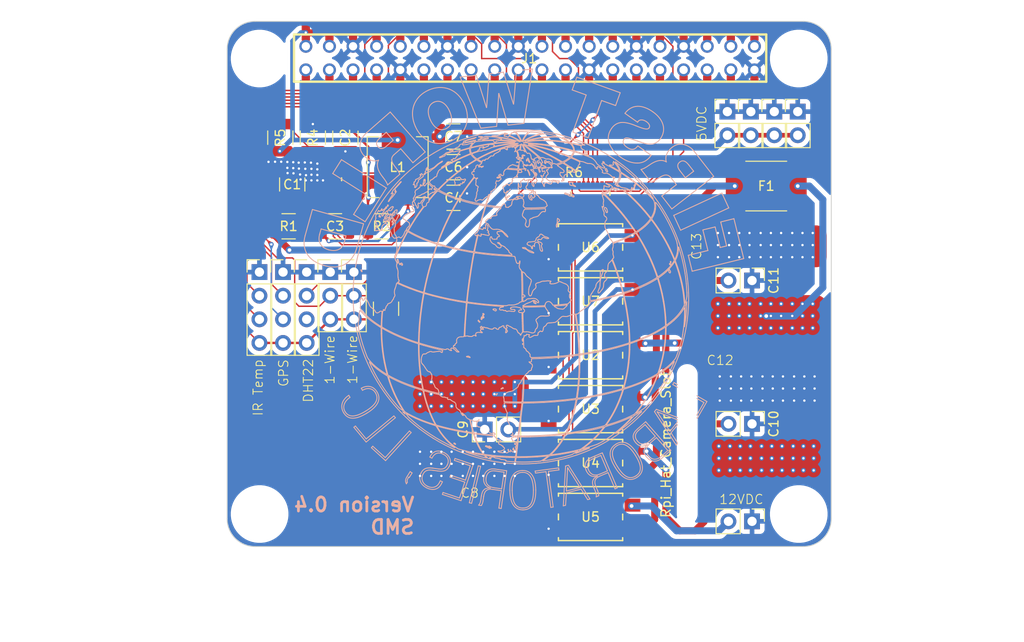
<source format=kicad_pcb>
(kicad_pcb (version 20240108) (generator "pcbnew") (generator_version "8.0")
  (layers (0 "F.Cu" mixed) (31 "B.Cu" signal) (34 "B.Paste" user) (35 "F.Paste" user) (36 "B.SilkS" user "B.Silkscreen") (37 "F.SilkS" user "F.Silkscreen") (38 "B.Mask" user) (39 "F.Mask" user) (44 "Edge.Cuts" user))
  (net 0 "")
  (net 1 "GND")
  (net 2 "+12V")
  (net 3 "Net-(U1-PG)")
  (net 21 "Dew Heater 2")
  (net 22 "Dew Heater 1")
  (net 23 "DC_X")
  (net 24 "DC_3")
  (net 25 "DC_2")
  (net 26 "DC_1")
  (net 27 "+5V")
  (net 28 "Net-(U1-FB)")
  (net 29 "Net-(U1-EN)")
  (net 30 "Net-(J1-GCLK0{slash}GPIO4)")
  (net 31 "+3V3")
  (net 32 "Net-(U1-FSEL)")
  (net 33 "SDA i2c")
  (net 34 "Net-(J1-GCLK1{slash}GPIO5)")
  (net 36 "RXD")
  (net 37 "TXD")
  (net 38 "SCL i2c")
  (net 39 "Net-(U1-SW)")
  (net 40 "Net-(C13-Positive)")
  (net 43 "Net-(U1-BST)")
  (net 45 "Net-(C12-Positive)")
  (net 46 "Net-(C11-Positive)")
  (net 47 "Net-(H5-Pad1)")
  (net 48 "Net-(C10-Positive)")
  (net 49 "Net-(C9-Positive)")
  (net 50 "Net-(C8-Positive)")
  (net 51 "DH1")
  (net 53 "DH2")
  (net 54 "DC2")
  (net 55 "DCX")
  (net 56 "DC1")
  (net 57 "DC3")
  (footprint "Capacitor_SMD:C_1210_3225Metric" (layer "F.Cu") (at 164.352 94.486 180)
    (property "Reference" "C4")
    (property "Value" "22uF")
  )
  (footprint "RPi_Hat:RPi_Hat_Mounting_Hole" (layer "F.Cu") (at 143.5 79.5)
    (property "Reference" "" (hide yes))
    (property "Value" "" (hide yes))
  )
  (footprint "Connector_PinHeader_2.54mm:PinHeader_1x02_P2.54mm_Vertical" (layer "F.Cu") (at 196.342 85.212)
    (property "Reference" "H2" (hide yes))
    (property "Value" "MountingHole_Pad" (hide yes))
  )
  (footprint "Resistor_SMD:R_1210_3225Metric" (layer "F.Cu") (at 146.61948 97.547)
    (property "Reference" "R1")
    (property "Value" "100K")
  )
  (footprint "4A Solid State Relay:SOIC_3553ATP1_F_TOS" (layer "F.Cu") (at 179.1 128.8136)
    (property "Reference" "U5")
    (property "Value" "TLP3553ATP1_F" (hide yes))
  )
  (footprint "Connector_PinHeader_2.54mm:PinHeader_1x02_P2.54mm_Vertical" (layer "F.Cu") (at 167.714 119.4 90)
    (property "Reference" "C9")
    (property "Value" "~" (hide yes))
  )
  (footprint "Connector_PinHeader_2.54mm:PinHeader_1x02_P2.54mm_Vertical" (layer "F.Cu") (at 196.474 103.378 -90)
    (property "Reference" "C11")
    (property "Value" "~")
  )
  (footprint "Inductor_SMD:L_Vishay_IHLP-2525" (layer "F.Cu") (at 158.352 91.186 90)
    (property "Reference" "L1")
    (property "Value" "1.0uH" (hide yes))
  )
  (footprint "4A Solid State Relay:SOIC_3553ATP1_F_TOS" (layer "F.Cu") (at 179.1 117.2136)
    (property "Reference" "U3")
    (property "Value" "TLP3553ATP1_F" (hide yes))
  )
  (footprint "Connector_PinHeader_2.54mm:PinHeader_1x02_P2.54mm_Vertical" (layer "F.Cu") (at 193.818 85.212)
    (property "Reference" "H1" (hide yes))
    (property "Value" "MountingHole_Pad" (hide yes))
  )
  (footprint "Connector_PinHeader_2.54mm:PinHeader_1x02_P2.54mm_Vertical" (layer "F.Cu") (at 201.39 85.212)
    (property "Reference" "H4" (hide yes))
    (property "Value" "MountingHole_Pad" (hide yes))
  )
  (footprint "Connector_PinHeader_2.54mm:PinHeader_1x02_P2.54mm_Vertical" (layer "F.Cu") (at 196.474 118.8 -90)
    (property "Reference" "C10")
    (property "Value" "~")
  )
  (footprint "Capacitor_SMD:C_1210_3225Metric" (layer "F.Cu") (at 164.352 91.186 180)
    (property "Reference" "C6")
    (property "Value" "22uF")
  )
  (footprint "Capacitor_SMD:C_1210_3225Metric" (layer "F.Cu") (at 152.726 88.0118 90)
    (property "Reference" "C2")
    (property "Value" "1uF")
  )
  (footprint "Anderson Power Pole:Anderson Power Pole" (layer "F.Cu") (at 198 118.75 180)
    (property "Reference" "C12")
    (property "Value" "~")
  )
  (footprint "Connector_PinHeader_2.54mm:PinHeader_1x02_P2.54mm_Vertical" (layer "F.Cu") (at 196.474 129.286 -90)
    (property "Reference" "H5" (hide yes))
    (property "Value" "MountingHole_Pad" (hide yes))
  )
  (footprint "Raspberry Pi Hat Parts:Raspberry_Pi_40_Pin_Header_With_Lands" (layer "F.Cu") (at 172.5 79.5)
    (property "Reference" "J1")
    (property "Value" "Raspberry_Pi_2_3")
  )
  (footprint "RPi_Hat:RPi_Hat_Mounting_Hole" (layer "F.Cu") (at 143.5 128.5)
    (property "Reference" "" (hide yes))
    (property "Value" "" (hide yes))
  )
  (footprint "Resistor Array:RES_EXB2HV" (layer "F.Cu") (at 179.1 94.0136 -90)
    (property "Reference" "R6")
    (property "Value" "560 Ohm" (hide yes))
  )
  (footprint "Connector_PinHeader_2.54mm:PinHeader_1x03_P2.54mm_Vertical" (layer "F.Cu") (at 151.1 102.474)
    (property "Reference" "J4" (hide yes))
    (property "Value" "Conn_01x03" (hide yes))
  )
  (footprint "Anderson Power Pole:Anderson Power Pole" (layer "F.Cu") (at 198 103.45 180)
    (property "Reference" "C13")
    (property "Value" "~")
  )
  (footprint "Connector_PinHeader_2.54mm:PinHeader_1x04_P2.54mm_Vertical" (layer "F.Cu") (at 146.02 102.474)
    (property "Reference" "J3" (hide yes))
    (property "Value" "Conn_01x04" (hide yes))
  )
  (footprint "Resistor_SMD:R_1210_3225Metric" (layer "F.Cu") (at 149.226 88.0118 90)
    (property "Reference" "R4")
    (property "Value" "30.1K")
  )
  (footprint "Capacitor_SMD:C_1210_3225Metric" (layer "F.Cu") (at 151.61948 97.547)
    (property "Reference" "C3")
    (property "Value" "100nF")
  )
  (footprint "Capacitor_SMD:C_1210_3225Metric" (layer "F.Cu") (at 147.007 93.047 -90)
    (property "Reference" "C1")
    (property "Value" "22uF")
  )
  (footprint "Connector_PinHeader_2.54mm:PinHeader_1x02_P2.54mm_Vertical" (layer "F.Cu") (at 198.866 85.212)
    (property "Reference" "H3" (hide yes))
    (property "Value" "MountingHole_Pad" (hide yes))
  )
  (footprint "DC Buck 6A:V-QFN2030-12_A_DIO" (layer "F.Cu") (at 151.16949 93.147)
    (property "Reference" "U1" (hide yes))
    (property "Value" "AP62600SJ-7" (hide yes))
  )
  (footprint "Resistor_SMD:R_1210_3225Metric" (layer "F.Cu") (at 157.099 106.4153 -90)
    (property "Reference" "R3" (hide yes))
    (property "Value" "47k")
  )
  (footprint "RPi_Hat:RPi_Hat_Mounting_Hole" (layer "F.Cu") (at 201.5 79.5)
    (property "Reference" "" (hide yes))
    (property "Value" "" (hide yes))
  )
  (footprint "Resistor_SMD:R_1210_3225Metric" (layer "F.Cu") (at 156.61948 97.547 180)
    (property "Reference" "R2")
    (property "Value" "100K")
  )
  (footprint "Fuse:Fuse_2920_7451Metric" (layer "F.Cu") (at 198 93.218)
    (property "Reference" "F1")
    (property "Value" "Polyfuse - 6A")
  )
  (footprint "Connector_PinHeader_2.54mm:PinHeader_1x04_P2.54mm_Vertical" (layer "F.Cu") (at 143.48 102.474)
    (property "Reference" "J6" (hide yes))
    (property "Value" "Conn_01x04" (hide yes))
  )
  (footprint "4A Solid State Relay:SOIC_3553ATP1_F_TOS" (layer "F.Cu") (at 179.1 111.4136)
    (property "Reference" "U2")
    (property "Value" "TLP3553ATP1_F" (hide yes))
  )
  (footprint "4A Solid State Relay:SOIC_3553ATP1_F_TOS" (layer "F.Cu") (at 179.1 99.8136)
    (property "Reference" "U6")
    (property "Value" "TLP241ATP1_F" (hide yes))
  )
  (footprint "Connector_PinHeader_2.54mm:PinHeader_1x03_P2.54mm_Vertical" (layer "F.Cu") (at 153.64 102.474)
    (property "Reference" "J2" (hide yes))
    (property "Value" "Conn_01x03" (hide yes))
  )
  (footprint "Capacitor_SMD:C_1210_3225Metric" (layer "F.Cu") (at 164.352 87.886 180)
    (property "Reference" "C7")
    (property "Value" "22uF")
  )
  (footprint "4A Solid State Relay:SOIC_3553ATP1_F_TOS" (layer "F.Cu") (at 179.1 123.0136)
    (property "Reference" "U4")
    (property "Value" "TLP3553ATP1_F" (hide yes))
  )
  (footprint "Connector_PinHeader_2.54mm:PinHeader_1x04_P2.54mm_Vertical" (layer "F.Cu") (at 148.56 102.474)
    (property "Reference" "J5" (hide yes))
    (property "Value" "Conn_01x04" (hide yes))
  )
  (footprint "4A Solid State Relay:SOIC_3553ATP1_F_TOS" (layer "F.Cu") (at 179.1 105.6136)
    (property "Reference" "U7")
    (property "Value" "TLP241ATP1_F" (hide yes))
  )
  (footprint "RPi_Hat:RPi_Hat_Mounting_Hole" (layer "F.Cu") (at 201.5 128.5)
    (property "Reference" "" (hide yes))
    (property "Value" "" (hide yes))
  )
  (footprint "Anderson Power Pole:Anderson Power Pole" (layer "F.Cu") (at 165.954 119.35)
    (property "Reference" "C8")
    (property "Value" "~" (hide yes))
  )
  (footprint "Resistor_SMD:R_1210_3225Metric" (layer "F.Cu") (at 145.726 88.0118 90)
    (property "Reference" "R5")
    (property "Value" "221K")
  )
  (footprint "Keiths_Parts:Rpi_Hat_Camera_Slot" (layer "F.Cu") (at 189.5 121)
    (property "Reference" "REF**" (hide yes))
    (property "Value" "Rpi_Hat_Camera_Slot")
  )
  (gr_poly (pts (xy 151.6126 92.9386) (xy 151.6126 92.4052) (xy 152.527 92.1512) (xy 152.527 92.964)) (stroke (width 0.2)) (fill solid) (layer "F.Cu") (net 39))
  (gr_poly (pts (xy 150.1648 93.8276) (xy 149.9362 94.1578) (xy 149.9108 94.742) (xy 149.4536 95.3262) (xy 145.9992 95.3262) (xy 148.3106 93.8276)) (stroke (width 0.2)) (fill solid) (layer "F.Cu") (net 2))
  (gr_line (start 148.1836 97.5614) (end 150.4188 94.5134) (stroke (width 0.1524)) (layer "F.Cu") (net 29))
  (gr_poly (pts (xy 157.7086 92.1512) (xy 157.7086 92.964) (xy 152.527 92.964) (xy 152.527 92.1512)) (stroke (width 0.2)) (fill solid) (layer "F.Cu") (net 39))
  (gr_poly (pts (xy 150.1394 92.3798) (xy 150.0124 92.1004) (xy 150.0378 90.7034) (xy 149.479 90.3224) (xy 143.8148 90.3478) (xy 143.8148 91.1098) (xy 148.2852 91.1606) (xy 148.3106 91.8718) (xy 148.1074 92.2528) (xy 148.6154 92.4052)) (stroke (width 0.2)) (fill solid) (layer "F.Cu") (net 1))
  (gr_poly (pts (xy 152.527 93.3196) (xy 152.527 93.7768) (xy 153.3398 94.5896) (xy 154.686 94.5896) (xy 154.7114 93.9038) (xy 155.5242 93.3704)) (stroke (width 0.2)) (fill solid) (layer "F.Cu") (net 39))
  (gr_curve (pts (xy 156.506822 96.527374) (xy 156.508104 96.517849) (xy 156.497033 96.503738) (xy 156.487764 96.49627)) (stroke (width 0.1)) (layer "B.SilkS"))
  (gr_curve (pts (xy 186.381795 103.11472) (xy 186.422754 103.084946) (xy 186.459687 103.057202) (xy 186.497503 103.03072)) (stroke (width 0.1)) (layer "B.SilkS"))
  (gr_curve (pts (xy 183.491193 93.804973) (xy 183.535775 93.712723) (xy 183.536264 93.619095) (xy 183.536584 93.526039)) (stroke (width 0.1)) (layer "B.SilkS"))
  (gr_curve (pts (xy 173.696343 100.076973) (xy 173.673124 100.009358) (xy 173.659211 99.937802) (xy 173.648519 99.866837)) (stroke (width 0.1)) (layer "B.SilkS"))
  (gr_line (start 159.617048 119.56362) (end 157.007184 122.425925) (stroke (width 0.1)) (layer "B.SilkS"))
  (gr_curve (pts (xy 184.03914 117.628602) (xy 184.061776 117.593659) (xy 184.08154 117.556404) (xy 184.107476 117.524116)) (stroke (width 0.1)) (layer "B.SilkS"))
  (gr_curve (pts (xy 170.958658 89.094623) (xy 170.90365 89.009091) (xy 170.829629 89.000355) (xy 170.745004 89.024898)) (stroke (width 0.1)) (layer "B.SilkS"))
  (gr_curve (pts (xy 169.323847 92.321266) (xy 169.286981 92.331551) (xy 169.250322 92.343109) (xy 169.212876 92.350575)) (stroke (width 0.1)) (layer "B.SilkS"))
  (gr_curve (pts (xy 172.02712 89.944466) (xy 171.973 89.947773) (xy 171.930818 89.945954) (xy 171.890543 89.953842)) (stroke (width 0.1)) (layer "B.SilkS"))
  (gr_curve (pts (xy 168.274095 121.419976) (xy 168.282343 121.408356) (xy 168.268671 121.394478) (xy 168.261957 121.38652)) (stroke (width 0.1)) (layer "B.SilkS"))
  (gr_curve (pts (xy 166.856126 118.860222) (xy 166.858552 118.876007) (xy 166.850458 118.893502) (xy 166.846872 118.910111)) (stroke (width 0.1)) (layer "B.SilkS"))
  (gr_curve (pts (xy 169.946306 94.488277) (xy 169.968019 94.506463) (xy 170.006426 94.511116) (xy 170.029733 94.494278)) (stroke (width 0.1)) (layer "B.SilkS"))
  (gr_curve (pts (xy 169.164339 99.372421) (xy 169.140733 99.360367) (xy 169.103349 99.358471) (xy 169.102052 99.311039)) (stroke (width 0.1)) (layer "B.SilkS"))
  (gr_line (start 186.273298 117.502096) (end 188.601423 118.426657) (stroke (width 0.1)) (layer "B.SilkS"))
  (gr_curve (pts (xy 160.190713 92.737744) (xy 160.273263 92.674241) (xy 160.276292 92.667015) (xy 160.264238 92.549141)) (stroke (width 0.1)) (layer "B.SilkS"))
  (gr_curve (pts (xy 148.395368 98.545798) (xy 147.962751 100.094626) (xy 148.772321 101.30068) (xy 150.452497 101.769675)) (stroke (width 0.1)) (layer "B.SilkS"))
  (gr_curve (pts (xy 173.533525 90.682709) (xy 173.522107 90.716591) (xy 173.520086 90.753639) (xy 173.513177 90.792801)) (stroke (width 0.1)) (layer "B.SilkS"))
  (gr_line (start 195.577985 101.016257) (end 194.525251 96.728903) (stroke (width 0.1)) (layer "B.SilkS"))
  (gr_curve (pts (xy 169.978547 93.108421) (xy 169.944254 93.16243) (xy 169.899553 93.194931) (xy 169.836411 93.205357)) (stroke (width 0.1)) (layer "B.SilkS"))
  (gr_curve (pts (xy 166.897218 98.472103) (xy 166.925256 98.512345) (xy 166.909242 98.553887) (xy 166.900438 98.594963)) (stroke (width 0.1)) (layer "B.SilkS"))
  (gr_curve (pts (xy 168.369417 89.116848) (xy 168.404054 89.100952) (xy 168.43815 89.081612) (xy 168.474664 89.072391)) (stroke (width 0.1)) (layer "B.SilkS"))
  (gr_curve (pts (xy 167.04001 107.648453) (xy 166.994768 107.678597) (xy 166.994005 107.708824) (xy 167.014917 107.733261)) (stroke (width 0.1)) (layer "B.SilkS"))
  (gr_curve (pts (xy 168.999208 108.583809) (xy 168.972734 108.562645) (xy 168.950929 108.535446) (xy 168.923753 108.515388)) (stroke (width 0.1)) (layer "B.SilkS"))
  (gr_curve (pts (xy 157.127687 113.575424) (xy 157.297914 113.676125) (xy 157.253114 113.623405) (xy 157.311189 113.812607)) (stroke (width 0.1)) (layer "B.SilkS"))
  (gr_curve (pts (xy 181.130418 98.694443) (xy 181.017198 98.415398) (xy 180.919583 98.12909) (xy 180.751272 97.87484)) (stroke (width 0.1)) (layer "B.SilkS"))
  (gr_curve (pts (xy 189.158372 106.355477) (xy 189.165841 106.342087) (xy 189.177629 106.331093) (xy 189.187055 106.319405)) (stroke (width 0.1)) (layer "B.SilkS"))
  (gr_curve (pts (xy 188.16134 101.100033) (xy 187.94552 100.571072) (xy 187.716119 100.065095) (xy 187.46092 99.571007)) (stroke (width 0.1)) (layer "B.SilkS"))
  (gr_curve (pts (xy 177.198572 93.059998) (xy 177.225214 93.080094) (xy 177.257733 93.092255) (xy 177.28695 93.109123)) (stroke (width 0.1)) (layer "B.SilkS"))
  (gr_curve (pts (xy 185.646615 109.243477) (xy 185.719029 109.20771) (xy 185.790982 109.17102) (xy 185.862871 109.134202)) (stroke (width 0.1)) (layer "B.SilkS"))
  (gr_curve (pts (xy 169.300783 98.61797) (xy 169.272073 98.653397) (xy 169.233003 98.656548) (xy 169.195863 98.663388)) (stroke (width 0.1)) (layer "B.SilkS"))
  (gr_curve (pts (xy 159.621377 97.260033) (xy 159.61493 97.211971) (xy 159.593965 97.171978) (xy 159.556336 97.139695)) (stroke (width 0.1)) (layer "B.SilkS"))
  (gr_curve (pts (xy 168.322 122.410088) (xy 168.306001 122.405579) (xy 168.286874 122.400475) (xy 168.272371 122.405312)) (stroke (width 0.1)) (layer "B.SilkS"))
  (gr_curve (pts (xy 176.871107 105.214584) (xy 176.888746 105.248543) (xy 176.906831 105.282372) (xy 176.922208 105.317352)) (stroke (width 0.1)) (layer "B.SilkS"))
  (gr_curve (pts (xy 166.666978 118.524849) (xy 166.722185 118.521942) (xy 166.777505 118.520386) (xy 166.832551 118.515617)) (stroke (width 0.1)) (layer "B.SilkS"))
  (gr_curve (pts (xy 161.214479 92.499283) (xy 161.230722 92.491948) (xy 161.251863 92.495461) (xy 161.285508 92.492947)) (stroke (width 0.1)) (layer "B.SilkS"))
  (gr_curve (pts (xy 186.290654 102.85817) (xy 186.046037 102.127785) (xy 185.755518 101.415989) (xy 185.426645 100.719639)) (stroke (width 0.1)) (layer "B.SilkS"))
  (gr_curve (pts (xy 161.452401 103.215466) (xy 161.414323 103.376683) (xy 161.378526 103.53846) (xy 161.342996 103.70028)) (stroke (width 0.1)) (layer "B.SilkS"))
  (gr_curve (pts (xy 179.745088 111.100159) (xy 180.455053 110.965134) (xy 181.158822 110.803848) (xy 181.856866 110.61692)) (stroke (width 0.1)) (layer "B.SilkS"))
  (gr_curve (pts (xy 170.139375 106.699135) (xy 170.281083 106.64666) (xy 170.423387 106.66671) (xy 170.5674 106.687523)) (stroke (width 0.1)) (layer "B.SilkS"))
  (gr_curve (pts (xy 185.171247 122.419577) (xy 185.636579 122.94985) (xy 186.273786 122.932028) (xy 186.814802 122.456442)) (stroke (width 0.1)) (layer "B.SilkS"))
  (gr_curve (pts (xy 171.828706 116.451065) (xy 171.828706 116.414314) (xy 171.827233 116.393684) (xy 171.828954 116.373322)) (stroke (width 0.1)) (layer "B.SilkS"))
  (gr_curve (pts (xy 168.369768 121.406945) (xy 168.392351 121.419624) (xy 168.431565 121.407982) (xy 168.434061 121.386688)) (stroke (width 0.1)) (layer "B.SilkS"))
  (gr_curve (pts (xy 167.453501 97.886498) (xy 167.413118 97.875996) (xy 167.373903 97.857987) (xy 167.336968 97.838109)) (stroke (width 0.1)) (layer "B.SilkS"))
  (gr_curve (pts (xy 156.57921 109.097099) (xy 156.584123 109.305291) (xy 156.591066 109.513534) (xy 156.602693 109.721451)) (stroke (width 0.1)) (layer "B.SilkS"))
  (gr_curve (pts (xy 161.819322 101.809963) (xy 161.775086 101.965192) (xy 161.731698 102.120682) (xy 161.689943 102.276596)) (stroke (width 0.1)) (layer "B.SilkS"))
  (gr_curve (pts (xy 167.14866 89.19764) (xy 167.159578 89.217587) (xy 167.177102 89.233917) (xy 167.196916 89.258484)) (stroke (width 0.1)) (layer "B.SilkS"))
  (gr_curve (pts (xy 177.674303 116.034676) (xy 177.716634 115.718178) (xy 177.7623 115.411461) (xy 177.797532 115.103546)) (stroke (width 0.1)) (layer "B.SilkS"))
  (gr_line (start 163.164411 125.035788) (end 162.936384 124.923727) (stroke (width 0.1)) (layer "B.SilkS"))
  (gr_curve (pts (xy 169.516923 97.998505) (xy 169.558702 98.01862) (xy 169.600458 98.04208) (xy 169.635744 98.071766)) (stroke (width 0.1)) (layer "B.SilkS"))
  (gr_curve (pts (xy 164.995301 94.445938) (xy 164.971177 94.484352) (xy 164.954942 94.530091) (xy 164.915826 94.553425)) (stroke (width 0.1)) (layer "B.SilkS"))
  (gr_curve (pts (xy 186.305082 113.64637) (xy 186.346307 113.534966) (xy 186.408445 113.462777) (xy 186.507131 113.401055)) (stroke (width 0.1)) (layer "B.SilkS"))
  (gr_curve (pts (xy 166.960558 90.331894) (xy 167.71618 89.90535) (xy 168.492967 89.545029) (xy 169.301721 89.254048)) (stroke (width 0.1)) (layer "B.SilkS"))
  (gr_curve (pts (xy 170.669782 125.957175) (xy 170.650739 124.656393) (xy 171.004743 124.026511) (xy 171.785017 124.014548)) (stroke (width 0.1)) (layer "B.SilkS"))
  (gr_curve (pts (xy 177.581311 121.901108) (xy 177.621679 121.87629) (xy 177.661592 121.850716) (xy 177.701768 121.8256)) (stroke (width 0.1)) (layer "B.SilkS"))
  (gr_curve (pts (xy 166.446771 119.744041) (xy 166.422845 119.744041) (xy 166.397829 119.747131) (xy 166.373796 119.743599)) (stroke (width 0.1)) (layer "B.SilkS"))
  (gr_curve (pts (xy 171.416597 90.675759) (xy 171.41929 90.634934) (xy 171.438188 90.611313) (xy 171.474359 90.586098)) (stroke (width 0.1)) (layer "B.SilkS"))
  (gr_curve (pts (xy 171.11992 101.400074) (xy 171.130792 101.431767) (xy 171.145837 101.463555) (xy 171.165628 101.490372)) (stroke (width 0.1)) (layer "B.SilkS"))
  (gr_curve (pts (xy 173.766489 92.123367) (xy 173.755403 92.108223) (xy 173.738817 92.089535) (xy 173.766267 92.067066)) (stroke (width 0.1)) (layer "B.SilkS"))
  (gr_curve (pts (xy 165.752107 111.561554) (xy 165.827989 111.516182) (xy 165.897821 111.510185) (xy 165.9675 111.524666)) (stroke (width 0.1)) (layer "B.SilkS"))
  (gr_curve (pts (xy 172.059877 88.751813) (xy 172.871236 89.059738) (xy 173.662675 89.412636) (xy 174.437047 89.804134)) (stroke (width 0.1)) (layer "B.SilkS"))
  (gr_line (start 177.622419 81.499411) (end 177.126813 82.877585) (stroke (width 0.1)) (layer "B.SilkS"))
  (gr_curve (pts (xy 182.131719 95.689976) (xy 182.034493 95.577355) (xy 181.936326 95.465516) (xy 181.837033 95.354713)) (stroke (width 0.1)) (layer "B.SilkS"))
  (gr_curve (pts (xy 189.532457 103.212265) (xy 189.378537 101.884656) (xy 189.079107 100.591149) (xy 188.631868 99.332009)) (stroke (width 0.1)) (layer "B.SilkS"))
  (gr_curve (pts (xy 169.405747 92.156795) (xy 169.395754 92.127266) (xy 169.369943 92.123284) (xy 169.344179 92.12191)) (stroke (width 0.1)) (layer "B.SilkS"))
  (gr_curve (pts (xy 180.356161 91.739479) (xy 180.42859 91.680394) (xy 180.414598 91.616326) (xy 180.381521 91.551555)) (stroke (width 0.1)) (layer "B.SilkS"))
  (gr_curve (pts (xy 165.196252 117.695191) (xy 165.234979 117.777336) (xy 165.291078 117.846207) (xy 165.366586 117.897515)) (stroke (width 0.1)) (layer "B.SilkS"))
  (gr_curve (pts (xy 167.992525 121.318748) (xy 168.062814 121.32856) (xy 168.116014 121.369728) (xy 168.172609 121.406448)) (stroke (width 0.1)) (layer "B.SilkS"))
  (gr_curve (pts (xy 161.283464 95.416062) (xy 161.377199 95.399094) (xy 161.429307 95.33487) (xy 161.448251 95.242977)) (stroke (width 0.1)) (layer "B.SilkS"))
  (gr_curve (pts (xy 173.16834 105.760872) (xy 173.12753 105.713486) (xy 173.085527 105.666984) (xy 173.041398 105.622734)) (stroke (width 0.1)) (layer "B.SilkS"))
  (gr_curve (pts (xy 173.947698 87.533707) (xy 173.568399 87.612057) (xy 173.202729 87.719544) (xy 172.846414 87.862347)) (stroke (width 0.1)) (layer "B.SilkS"))
  (gr_curve (pts (xy 167.483072 96.58754) (xy 167.718156 95.74506) (xy 167.800935 95.482361) (xy 167.858842 95.379845)) (stroke (width 0.1)) (layer "B.SilkS"))
  (gr_curve (pts (xy 172.884133 90.333088) (xy 172.860513 90.338585) (xy 172.83714 90.345204) (xy 172.818162 90.350136)) (stroke (width 0.1)) (layer "B.SilkS"))
  (gr_curve (pts (xy 160.889169 94.896099) (xy 160.910386 94.848961) (xy 160.934152 94.806114) (xy 160.9815 94.778176)) (stroke (width 0.1)) (layer "B.SilkS"))
  (gr_curve (pts (xy 175.451524 97.330643) (xy 175.509489 97.198601) (xy 175.528016 97.06263) (xy 175.522077 96.92072)) (stroke (width 0.1)) (layer "B.SilkS"))
  (gr_curve (pts (xy 179.655622 126.14736) (xy 179.722517 126.305807) (xy 179.743024 126.477927) (xy 179.710309 126.647604)) (stroke (width 0.1)) (layer "B.SilkS"))
  (gr_curve (pts (xy 166.837655 92.459332) (xy 166.7782 92.514725) (xy 166.743982 92.581303) (xy 166.773042 92.664921)) (stroke (width 0.1)) (layer "B.SilkS"))
  (gr_curve (pts (xy 172.966821 105.648186) (xy 172.958993 105.733269) (xy 172.999071 105.797677) (xy 173.075277 105.828743)) (stroke (width 0.1)) (layer "B.SilkS"))
  (gr_curve (pts (xy 171.088747 87.548638) (xy 171.333131 87.837425) (xy 171.554933 88.20998) (xy 171.596879 88.402882)) (stroke (width 0.1)) (layer "B.SilkS"))
  (gr_line (start 177.126813 82.877585) (end 178.632673 83.419089) (stroke (width 0.1)) (layer "B.SilkS"))
  (gr_curve (pts (xy 185.39488 90.977682) (xy 185.037946 91.235251) (xy 184.714704 91.405905) (xy 184.529645 91.428366)) (stroke (width 0.1)) (layer "B.SilkS"))
  (gr_curve (pts (xy 180.769807 102.486996) (xy 180.773279 102.484596) (xy 180.776052 102.481217) (xy 180.779314 102.478489)) (stroke (width 0.1)) (layer "B.SilkS"))
  (gr_curve (pts (xy 166.159318 89.73463) (xy 165.51819 89.994095) (xy 164.887437 90.276478) (xy 164.270097 90.588566)) (stroke (width 0.1)) (layer "B.SilkS"))
  (gr_curve (pts (xy 170.610383 119.345306) (xy 170.532777 119.248749) (xy 170.466798 119.147423) (xy 170.4321 119.025307)) (stroke (width 0.1)) (layer "B.SilkS"))
  (gr_line (start 157.122419 87.436423) (end 157.870954 88.290182) (stroke (width 0.1)) (layer "B.SilkS"))
  (gr_curve (pts (xy 164.979181 89.418866) (xy 164.934816 89.431462) (xy 164.888139 89.439777) (xy 164.842149 89.441921)) (stroke (width 0.1)) (layer "B.SilkS"))
  (gr_curve (pts (xy 177.171129 92.916271) (xy 177.137067 92.975213) (xy 177.144212 93.018986) (xy 177.198572 93.059998)) (stroke (width 0.1)) (layer "B.SilkS"))
  (gr_curve (pts (xy 174.065671 93.219208) (xy 174.048578 93.191048) (xy 174.032064 93.158638) (xy 174.028947 93.126659)) (stroke (width 0.1)) (layer "B.SilkS"))
  (gr_curve (pts (xy 166.200822 118.452995) (xy 166.196229 118.429108) (xy 166.197275 118.404129) (xy 166.194932 118.367805)) (stroke (width 0.1)) (layer "B.SilkS"))
  (gr_curve (pts (xy 172.053125 110.686707) (xy 172.012143 110.650093) (xy 171.967321 110.61776) (xy 171.916868 110.577675)) (stroke (width 0.1)) (layer "B.SilkS"))
  (gr_curve (pts (xy 160.848005 124.108053) (xy 160.531599 124.750876) (xy 160.84361 125.377096) (xy 161.46861 125.684225)) (stroke (width 0.1)) (layer "B.SilkS"))
  (gr_curve (pts (xy 171.827905 106.07634) (xy 171.834741 106.067024) (xy 171.847963 106.060638) (xy 171.859654 106.056954)) (stroke (width 0.1)) (layer "B.SilkS"))
  (gr_curve (pts (xy 171.292405 88.774898) (xy 171.293466 88.774841) (xy 171.294465 88.774777) (xy 171.295419 88.774716)) (stroke (width 0.1)) (layer "B.SilkS"))
  (gr_curve (pts (xy 156.24653 112.850647) (xy 155.860628 112.554055) (xy 155.509294 112.222206) (xy 155.211518 111.83551)) (stroke (width 0.1)) (layer "B.SilkS"))
  (gr_line (start 184.529645 91.428366) (end 185.6107 92.81655) (stroke (width 0.1)) (layer "B.SilkS"))
  (gr_curve (pts (xy 174.642885 89.824848) (xy 174.401415 89.70007) (xy 174.158182 89.578427) (xy 173.912836 89.461464)) (stroke (width 0.1)) (layer "B.SilkS"))
  (gr_curve (pts (xy 175.063993 106.034676) (xy 175.023526 105.978234) (xy 174.989091 105.924416) (xy 174.948766 105.875458)) (stroke (width 0.1)) (layer "B.SilkS"))
  (gr_curve (pts (xy 170.111894 93.924904) (xy 170.023485 93.959259) (xy 169.995607 94.029648) (xy 170.006669 94.120488)) (stroke (width 0.1)) (layer "B.SilkS"))
  (gr_curve (pts (xy 159.490037 97.898816) (xy 159.471208 97.929776) (xy 159.465097 97.973629) (xy 159.411424 97.982223)) (stroke (width 0.1)) (layer "B.SilkS"))
  (gr_curve (pts (xy 170.604799 92.913834) (xy 170.588625 92.91869) (xy 170.571374 92.919823) (xy 170.554704 92.923141)) (stroke (width 0.1)) (layer "B.SilkS"))
  (gr_curve (pts (xy 177.934072 90.785336) (xy 177.938111 90.831131) (xy 177.925729 90.868889) (xy 177.890512 90.898842)) (stroke (width 0.1)) (layer "B.SilkS"))
  (gr_curve (pts (xy 160.582239 110.064125) (xy 160.434381 110.044709) (xy 159.903078 109.86573) (xy 159.238603 109.609993)) (stroke (width 0.1)) (layer "B.SilkS"))
  (gr_line (start 159.289899 125.245505) (end 159.393415 125.080221) (stroke (width 0.1)) (layer "B.SilkS"))
  (gr_curve (pts (xy 165.540388 84.443503) (xy 165.203962 83.69155) (xy 164.653669 83.08779) (xy 163.928571 82.798727)) (stroke (width 0.1)) (layer "B.SilkS"))
  (gr_curve (pts (xy 168.251916 121.319359) (xy 168.260301 121.327019) (xy 168.268732 121.334618) (xy 168.277551 121.341759)) (stroke (width 0.1)) (layer "B.SilkS"))
  (gr_curve (pts (xy 172.532129 91.005623) (xy 172.55869 90.990151) (xy 172.585622 90.978161) (xy 172.60798 90.960415)) (stroke (width 0.1)) (layer "B.SilkS"))
  (gr_curve (pts (xy 167.505647 107.380646) (xy 167.502153 107.381134) (xy 167.500482 107.394646) (xy 167.495569 107.409149)) (stroke (width 0.1)) (layer "B.SilkS"))
  (gr_curve (pts (xy 176.383172 94.093559) (xy 176.371125 94.090168) (xy 176.35938 94.084679) (xy 176.348527 94.078366)) (stroke (width 0.1)) (layer "B.SilkS"))
  (gr_curve (pts (xy 166.194833 102.272198) (xy 166.137368 102.633057) (xy 166.085977 102.994927) (xy 166.035707 103.356881)) (stroke (width 0.1)) (layer "B.SilkS"))
  (gr_curve (pts (xy 168.330247 122.565865) (xy 168.311922 122.55883) (xy 168.292833 122.556572) (xy 168.273256 122.553421)) (stroke (width 0.1)) (layer "B.SilkS"))
  (gr_curve (pts (xy 154.315778 88.674704) (xy 154.2357 89.117087) (xy 154.372419 89.539694) (xy 154.70445 89.918356)) (stroke (width 0.1)) (layer "B.SilkS"))
  (gr_curve (pts (xy 186.512285 108.780327) (xy 186.582154 108.739777) (xy 186.651868 108.698921) (xy 186.720915 108.656998)) (stroke (width 0.1)) (layer "B.SilkS"))
  (gr_curve (pts (xy 156.597688 95.741524) (xy 156.607011 95.727573) (xy 156.625307 95.664834) (xy 156.649324 95.669045)) (stroke (width 0.1)) (layer "B.SilkS"))
  (gr_curve (pts (xy 169.832544 87.743679) (xy 169.807855 87.76432) (xy 169.799676 87.799431) (xy 169.812021 87.824486)) (stroke (width 0.1)) (layer "B.SilkS"))
  (gr_curve (pts (xy 168.846154 106.640266) (xy 168.881029 106.656906) (xy 168.912111 106.645226) (xy 168.938814 106.621537)) (stroke (width 0.1)) (layer "B.SilkS"))
  (gr_curve (pts (xy 169.177949 98.106018) (xy 169.131082 98.090771) (xy 169.095872 98.116966) (xy 169.070626 98.155308)) (stroke (width 0.1)) (layer "B.SilkS"))
  (gr_curve (pts (xy 163.684907 115.989213) (xy 163.700006 115.986748) (xy 163.716806 115.994789) (xy 163.733629 115.998154)) (stroke (width 0.1)) (layer "B.SilkS"))
  (gr_curve (pts (xy 167.181047 107.856728) (xy 167.187746 107.844284) (xy 167.188745 107.824013) (xy 167.183275 107.811058)) (stroke (width 0.1)) (layer "B.SilkS"))
  (gr_curve (pts (xy 171.535516 109.193748) (xy 171.523309 109.122834) (xy 171.477922 109.082787) (xy 171.417131 109.054444)) (stroke (width 0.1)) (layer "B.SilkS"))
  (gr_curve (pts (xy 170.607217 120.382286) (xy 170.583711 120.333855) (xy 170.598772 120.301491) (xy 170.651186 120.285912)) (stroke (width 0.1)) (layer "B.SilkS"))
  (gr_curve (pts (xy 168.061136 108.507774) (xy 168.006296 108.481705) (xy 167.952569 108.463204) (xy 167.890703 108.464859)) (stroke (width 0.1)) (layer "B.SilkS"))
  (gr_curve (pts (xy 173.04455 99.173431) (xy 173.136457 99.158154) (xy 173.19576 99.100777) (xy 173.217965 99.008145)) (stroke (width 0.1)) (layer "B.SilkS"))
  (gr_curve (pts (xy 176.608007 91.883541) (xy 176.615568 91.914143) (xy 176.596776 91.94376) (xy 176.565232 91.951348)) (stroke (width 0.1)) (layer "B.SilkS"))
  (gr_curve (pts (xy 157.15822 96.938373) (xy 157.147355 96.960724) (xy 157.14058 96.979034) (xy 157.130281 96.995095)) (stroke (width 0.1)) (layer "B.SilkS"))
  (gr_curve (pts (xy 158.275086 95.908714) (xy 158.263383 95.958188) (xy 158.245546 96.007115) (xy 158.241174 96.057224)) (stroke (width 0.1)) (layer "B.SilkS"))
  (gr_line (start 180.364118 121.920309) (end 179.189313 122.419333) (stroke (width 0.1)) (layer "B.SilkS"))
  (gr_curve (pts (xy 169.325219 88.309864) (xy 169.745683 88.327049) (xy 170.165483 88.353341) (xy 170.583276 88.405034)) (stroke (width 0.1)) (layer "B.SilkS"))
  (gr_curve (pts (xy 173.15339 109.279473) (xy 173.221311 109.281624) (xy 173.289453 109.280693) (xy 173.357354 109.27771)) (stroke (width 0.1)) (layer "B.SilkS"))
  (gr_curve (pts (xy 171.903814 95.15712) (xy 171.932821 95.074131) (xy 171.940347 94.993317) (xy 171.914941 94.907471)) (stroke (width 0.1)) (layer "B.SilkS"))
  (gr_curve (pts (xy 182.593675 104.84647) (xy 182.879572 106.00058) (xy 183.078432 107.172234) (xy 183.188787 108.359421)) (stroke (width 0.1)) (layer "B.SilkS"))
  (gr_curve (pts (xy 180.619432 91.19373) (xy 180.606286 91.167828) (xy 180.588254 91.143372) (xy 180.568208 91.122242)) (stroke (width 0.1)) (layer "B.SilkS"))
  (gr_curve (pts (xy 169.000246 96.240749) (xy 169.013368 96.275269) (xy 169.022775 96.311199) (xy 169.032793 96.343152)) (stroke (width 0.1)) (layer "B.SilkS"))
  (gr_curve (pts (xy 188.702985 90.631247) (xy 189.037458 90.370993) (xy 189.347517 90.534811) (xy 189.666852 90.944968)) (stroke (width 0.1)) (layer "B.SilkS"))
  (gr_curve (pts (xy 156.222028 88.9811) (xy 155.942731 88.662497) (xy 156.088239 88.343405) (xy 156.479352 88.000632)) (stroke (width 0.1)) (layer "B.SilkS"))
  (gr_curve (pts (xy 170.962861 120.898559) (xy 171.000436 120.8974) (xy 171.038278 120.906853) (xy 171.07612 120.911171)) (stroke (width 0.1)) (layer "B.SilkS"))
  (gr_line (start 193.046247 99.826315) (end 192.502302 97.612692) (stroke (width 0.1)) (layer "B.SilkS"))
  (gr_curve (pts (xy 160.974359 91.952595) (xy 160.994028 91.971787) (xy 161.025064 91.97934) (xy 161.05414 91.993454)) (stroke (width 0.1)) (layer "B.SilkS"))
  (gr_curve (pts (xy 154.413515 102.236867) (xy 154.426088 102.237092) (xy 154.439935 102.240124) (xy 154.448831 102.242363)) (stroke (width 0.1)) (layer "B.SilkS"))
  (gr_curve (pts (xy 168.131608 121.256661) (xy 168.13128 121.256325) (xy 168.130937 121.255974) (xy 168.130586 121.255638)) (stroke (width 0.1)) (layer "B.SilkS"))
  (gr_curve (pts (xy 157.069032 95.509113) (xy 157.085435 95.482193) (xy 157.106493 95.458107) (xy 157.13202 95.423882)) (stroke (width 0.1)) (layer "B.SilkS"))
  (gr_curve (pts (xy 166.361871 89.03312) (xy 166.326387 89.041935) (xy 166.289499 89.045055) (xy 166.252512 89.050945)) (stroke (width 0.1)) (layer "B.SilkS"))
  (gr_curve (pts (xy 170.037408 94.705433) (xy 170.05462 94.716652) (xy 170.075494 94.728542) (xy 170.094965 94.728973)) (stroke (width 0.1)) (layer "B.SilkS"))
  (gr_curve (pts (xy 174.890809 92.640957) (xy 174.979718 92.588563) (xy 175.074697 92.579483) (xy 175.174119 92.59861)) (stroke (width 0.1)) (layer "B.SilkS"))
  (gr_curve (pts (xy 161.834733 117.701241) (xy 161.889589 117.834877) (xy 161.947129 117.967499) (xy 162.006723 118.099106)) (stroke (width 0.1)) (layer "B.SilkS"))
  (gr_line (start 170.22154 86.662497) (end 171.930524 86.472311) (stroke (width 0.1)) (layer "B.SilkS"))
  (gr_curve (pts (xy 157.872781 93.654892) (xy 157.882066 93.63638) (xy 157.897401 93.620522) (xy 157.911485 93.604851)) (stroke (width 0.1)) (layer "B.SilkS"))
  (gr_curve (pts (xy 169.307794 122.552445) (xy 169.174837 122.525299) (xy 169.0412 122.501396) (xy 168.907564 122.477753)) (stroke (width 0.1)) (layer "B.SilkS"))
  (gr_curve (pts (xy 170.021882 93.904266) (xy 170.035433 93.888138) (xy 170.046258 93.869499) (xy 170.056909 93.851177)) (stroke (width 0.1)) (layer "B.SilkS"))
  (gr_curve (pts (xy 175.596452 91.052807) (xy 175.570794 91.03413) (xy 175.540998 91.01537) (xy 175.53504 90.977066)) (stroke (width 0.1)) (layer "B.SilkS"))
  (gr_curve (pts (xy 170.672494 119.987877) (xy 170.729524 119.97062) (xy 170.747537 119.938195) (xy 170.735734 119.881951)) (stroke (width 0.1)) (layer "B.SilkS"))
  (gr_curve (pts (xy 164.620088 116.754677) (xy 164.619218 116.788666) (xy 164.620103 116.822723) (xy 164.620729 116.856728)) (stroke (width 0.1)) (layer "B.SilkS"))
  (gr_curve (pts (xy 170.182939 98.635086) (xy 170.189172 98.647797) (xy 170.189226 98.663536) (xy 170.19584 98.696052)) (stroke (width 0.1)) (layer "B.SilkS"))
  (gr_curve (pts (xy 175.923254 92.115127) (xy 175.899545 92.097305) (xy 175.875222 92.079506) (xy 175.854982 92.058102)) (stroke (width 0.1)) (layer "B.SilkS"))
  (gr_curve (pts (xy 171.362421 90.269634) (xy 171.356698 90.300808) (xy 171.362634 90.335899) (xy 171.33542 90.371868)) (stroke (width 0.1)) (layer "B.SilkS"))
  (gr_curve (pts (xy 173.889783 90.563389) (xy 173.911626 90.598717) (xy 173.929689 90.636376) (xy 173.949411 90.672916)) (stroke (width 0.1)) (layer "B.SilkS"))
  (gr_curve (pts (xy 173.050546 90.381809) (xy 173.053827 90.389638) (xy 173.057008 90.39785) (xy 173.062029 90.404538)) (stroke (width 0.1)) (layer "B.SilkS"))
  (gr_curve (pts (xy 169.245935 92.253189) (xy 169.287515 92.248879) (xy 169.329591 92.241677) (xy 169.369264 92.228897)) (stroke (width 0.1)) (layer "B.SilkS"))
  (gr_curve (pts (xy 157.6821 94.018089) (xy 157.702775 94.00048) (xy 157.712632 93.979542) (xy 157.724443 93.955429)) (stroke (width 0.1)) (layer "B.SilkS"))
  (gr_curve (pts (xy 160.739312 118.31205) (xy 160.208688 118.092202) (xy 159.692842 117.842202) (xy 159.197808 117.550019)) (stroke (width 0.1)) (layer "B.SilkS"))
  (gr_curve (pts (xy 174.491815 91.981048) (xy 174.468561 91.99958) (xy 174.444265 92.017762) (xy 174.424886 92.039986)) (stroke (width 0.1)) (layer "B.SilkS"))
  (gr_curve (pts (xy 168.711286 125.670309) (xy 168.070173 125.577292) (xy 167.773298 125.221091) (xy 167.862653 124.608053)) (stroke (width 0.1)) (layer "B.SilkS"))
  (gr_curve (pts (xy 170.72429 92.429817) (xy 170.72159 92.433105) (xy 170.718629 92.436157) (xy 170.715776 92.439323)) (stroke (width 0.1)) (layer "B.SilkS"))
  (gr_curve (pts (xy 166.849367 94.006531) (xy 166.875741 94.066887) (xy 166.862008 94.123245) (xy 166.839929 94.179558)) (stroke (width 0.1)) (layer "B.SilkS"))
  (gr_curve (pts (xy 168.135454 94.150788) (xy 168.141619 94.135288) (xy 168.150011 94.11916) (xy 168.176836 94.138367)) (stroke (width 0.1)) (layer "B.SilkS"))
  (gr_curve (pts (xy 157.675272 96.305397) (xy 157.689485 96.290405) (xy 157.708497 96.280037) (xy 157.723413 96.265576)) (stroke (width 0.1)) (layer "B.SilkS"))
  (gr_curve (pts (xy 164.942621 111.060135) (xy 164.896661 111.080177) (xy 164.859911 111.068116) (xy 164.824266 111.0625)) (stroke (width 0.1)) (layer "B.SilkS"))
  (gr_curve (pts (xy 188.75985 100.348145) (xy 188.975808 101.087601) (xy 189.143995 101.837948) (xy 189.263948 102.598824)) (stroke (width 0.1)) (layer "B.SilkS"))
  (gr_curve (pts (xy 180.667429 97.198791) (xy 180.65075 97.088032) (xy 180.676057 96.996876) (xy 180.769757 96.929848)) (stroke (width 0.1)) (layer "B.SilkS"))
  (gr_curve (pts (xy 150.452497 101.769675) (xy 152.278669 102.279684) (xy 153.499372 101.507468) (xy 153.983259 99.773581)) (stroke (width 0.1)) (layer "B.SilkS"))
  (gr_curve (pts (xy 157.762101 93.982559) (xy 157.747941 93.990131) (xy 157.733407 93.997613) (xy 157.720788 94.00737)) (stroke (width 0.1)) (layer "B.SilkS"))
  (gr_curve (pts (xy 168.813337 123.662253) (xy 168.196149 123.572897) (xy 167.712263 123.873434) (xy 167.611188 124.571677)) (stroke (width 0.1)) (layer "B.SilkS"))
  (gr_curve (pts (xy 169.984849 88.761891) (xy 170.359026 88.706658) (xy 170.734956 88.663235) (xy 171.110231 88.615605)) (stroke (width 0.1)) (layer "B.SilkS"))
  (gr_curve (pts (xy 174.943986 91.137055) (xy 174.956597 91.15736) (xy 174.968336 91.170414) (xy 174.973527 91.185692)) (stroke (width 0.1)) (layer "B.SilkS"))
  (gr_curve (pts (xy 168.317048 99.072693) (xy 168.399468 99.239513) (xy 168.510438 99.383228) (xy 168.694848 99.451455)) (stroke (width 0.1)) (layer "B.SilkS"))
  (gr_curve (pts (xy 166.108552 89.087589) (xy 166.082567 89.097984) (xy 166.063524 89.107548) (xy 166.043382 89.113358)) (stroke (width 0.1)) (layer "B.SilkS"))
  (gr_curve (pts (xy 168.130869 105.962723) (xy 167.927568 105.945138) (xy 167.724382 105.925629) (xy 167.521562 105.903252)) (stroke (width 0.1)) (layer "B.SilkS"))
  (gr_curve (pts (xy 181.419942 93.267193) (xy 181.440423 93.286098) (xy 181.475324 93.290394) (xy 181.48005 93.325177)) (stroke (width 0.1)) (layer "B.SilkS"))
  (gr_curve (pts (xy 177.9427 121.560036) (xy 177.47191 121.67466) (xy 176.998475 121.776879) (xy 176.522367 121.866821)) (stroke (width 0.1)) (layer "B.SilkS"))
  (gr_curve (pts (xy 179.731629 90.720063) (xy 179.784639 90.81913) (xy 179.858636 90.900188) (xy 179.949968 90.965909)) (stroke (width 0.1)) (layer "B.SilkS"))
  (gr_curve (pts (xy 182.522081 115.247368) (xy 182.369043 115.734131) (xy 182.190133 116.211189) (xy 181.984647 116.678277)) (stroke (width 0.1)) (layer "B.SilkS"))
  (gr_curve (pts (xy 166.661898 100.401223) (xy 166.716752 100.40767) (xy 166.77118 100.417542) (xy 166.825944 100.424835)) (stroke (width 0.1)) (layer "B.SilkS"))
  (gr_curve (pts (xy 159.608949 98.102005) (xy 159.570161 98.079373) (xy 159.524186 98.063656) (xy 159.499955 98.017639)) (stroke (width 0.1)) (layer "B.SilkS"))
  (gr_curve (pts (xy 160.112482 92.943997) (xy 160.144433 92.899582) (xy 160.105417 92.856117) (xy 160.099199 92.808796)) (stroke (width 0.1)) (layer "B.SilkS"))
  (gr_curve (pts (xy 162.245957 89.663723) (xy 160.979188 90.418682) (xy 159.817826 91.309761) (xy 158.773751 92.351777)) (stroke (width 0.1)) (layer "B.SilkS"))
  (gr_curve (pts (xy 174.155222 103.447693) (xy 174.227056 103.442154) (xy 174.300515 103.439652) (xy 174.36963 103.421761)) (stroke (width 0.1)) (layer "B.SilkS"))
  (gr_curve (pts (xy 164.703615 117.092743) (xy 164.756013 117.161949) (xy 164.820367 117.215279) (xy 164.896013 117.256935)) (stroke (width 0.1)) (layer "B.SilkS"))
  (gr_curve (pts (xy 168.317376 88.26009) (xy 168.058336 88.273781) (xy 167.799333 88.288388) (xy 167.540277 88.301628)) (stroke (width 0.1)) (layer "B.SilkS"))
  (gr_curve (pts (xy 177.706532 121.716217) (xy 177.692499 121.744789) (xy 177.674077 121.761773) (xy 177.653001 121.774262)) (stroke (width 0.1)) (layer "B.SilkS"))
  (gr_curve (pts (xy 176.181982 88.062363) (xy 176.15273 88.047714) (xy 176.12486 88.030289) (xy 176.096345 88.014149)) (stroke (width 0.1)) (layer "B.SilkS"))
  (gr_curve (pts (xy 189.451532 105.672615) (xy 189.452993 106.572563) (xy 189.379136 107.464638) (xy 189.20669 108.347451)) (stroke (width 0.1)) (layer "B.SilkS"))
  (gr_curve (pts (xy 169.955987 87.67128) (xy 169.940866 87.681286) (xy 169.931269 87.688614) (xy 169.920778 87.694317)) (stroke (width 0.1)) (layer "B.SilkS"))
  (gr_curve (pts (xy 176.808679 92.862133) (xy 176.803872 92.852833) (xy 176.808042 92.838898) (xy 176.808042 92.827343)) (stroke (width 0.1)) (layer "B.SilkS"))
  (gr_curve (pts (xy 167.537843 107.239899) (xy 167.544725 107.242882) (xy 167.555643 107.242791) (xy 167.561899 107.23922)) (stroke (width 0.1)) (layer "B.SilkS"))
  (gr_curve (pts (xy 175.532915 97.344883) (xy 175.5309 97.408325) (xy 175.522836 97.471672) (xy 175.515336 97.534802)) (stroke (width 0.1)) (layer "B.SilkS"))
  (gr_curve (pts (xy 181.15413 120.204743) (xy 180.770112 120.481743) (xy 180.365647 120.721382) (xy 179.944368 120.934746)) (stroke (width 0.1)) (layer "B.SilkS"))
  (gr_curve (pts (xy 166.536683 92.391526) (xy 166.561342 92.359452) (xy 166.581506 92.319557) (xy 166.620623 92.308197)) (stroke (width 0.1)) (layer "B.SilkS"))
  (gr_curve (pts (xy 182.368108 91.821961) (xy 182.40339 91.842384) (xy 182.432832 91.857841) (xy 182.460687 91.875763)) (stroke (width 0.1)) (layer "B.SilkS"))
  (gr_curve (pts (xy 166.624437 91.402763) (xy 166.592279 91.42157) (xy 166.563875 91.449875) (xy 166.539933 91.478943)) (stroke (width 0.1)) (layer "B.SilkS"))
  (gr_curve (pts (xy 179.179624 104.833542) (xy 179.194745 104.807915) (xy 179.209557 104.782055) (xy 179.225751 104.757095)) (stroke (width 0.1)) (layer "B.SilkS"))
  (gr_curve (pts (xy 171.419328 87.162247) (xy 170.938982 87.167923) (xy 170.454629 87.18375) (xy 169.970788 87.221706)) (stroke (width 0.1)) (layer "B.SilkS"))
  (gr_curve (pts (xy 163.120165 90.55101) (xy 163.133607 90.545803) (xy 163.150712 90.550064) (xy 163.171182 90.550064)) (stroke (width 0.1)) (layer "B.SilkS"))
  (gr_curve (pts (xy 158.109437 100.956803) (xy 158.23903 100.651856) (xy 158.359101 100.342834) (xy 158.490625 100.038758)) (stroke (width 0.1)) (layer "B.SilkS"))
  (gr_curve (pts (xy 167.796991 95.229942) (xy 167.748186 95.223763) (xy 167.697488 95.220356) (xy 167.648042 95.210621)) (stroke (width 0.1)) (layer "B.SilkS"))
  (gr_curve (pts (xy 176.075059 90.615323) (xy 175.834436 90.478264) (xy 175.599661 90.341385) (xy 175.361856 90.209977)) (stroke (width 0.1)) (layer "B.SilkS"))
  (gr_curve (pts (xy 167.476777 88.29121) (xy 167.568437 88.251835) (xy 167.656389 88.212502) (xy 167.745653 88.176449)) (stroke (width 0.1)) (layer "B.SilkS"))
  (gr_curve (pts (xy 171.914941 94.907471) (xy 171.899454 94.855148) (xy 171.893983 94.799363) (xy 171.888505 94.744675)) (stroke (width 0.1)) (layer "B.SilkS"))
  (gr_curve (pts (xy 171.712385 114.064667) (xy 171.746839 114.047722) (xy 171.755788 114.015335) (xy 171.763825 113.981445)) (stroke (width 0.1)) (layer "B.SilkS"))
  (gr_curve (pts (xy 167.403566 88.041538) (xy 167.500986 87.999248) (xy 167.599283 87.958954) (xy 167.69655 87.916309)) (stroke (width 0.1)) (layer "B.SilkS"))
  (gr_curve (pts (xy 158.029679 95.998474) (xy 158.002435 95.986786) (xy 157.95984 96.007912) (xy 157.937333 96.050114)) (stroke (width 0.1)) (layer "B.SilkS"))
  (gr_line (start 167.295759 86.98818) (end 168.997419 86.798727) (stroke (width 0.1)) (layer "B.SilkS"))
  (gr_curve (pts (xy 175.509317 88.41148) (xy 175.75427 88.438752) (xy 175.998781 88.470867) (xy 176.242707 88.50618)) (stroke (width 0.1)) (layer "B.SilkS"))
  (gr_curve (pts (xy 157.661897 94.034569) (xy 157.666795 94.027802) (xy 157.676767 94.022637) (xy 157.6821 94.018089)) (stroke (width 0.1)) (layer "B.SilkS"))
  (gr_curve (pts (xy 172.360685 89.709343) (xy 172.357797 89.711319) (xy 172.352376 89.709591) (xy 172.338815 89.709591)) (stroke (width 0.1)) (layer "B.SilkS"))
  (gr_curve (pts (xy 189.401948 103.725319) (xy 189.425165 104.039113) (xy 189.446786 104.35307) (xy 189.464189 104.667221)) (stroke (width 0.1)) (layer "B.SilkS"))
  (gr_curve (pts (xy 177.890512 90.898842) (xy 177.877588 90.909836) (xy 177.865022 90.921257) (xy 177.852197 90.932377)) (stroke (width 0.1)) (layer "B.SilkS"))
  (gr_curve (pts (xy 180.955136 102.137402) (xy 180.96153 102.027096) (xy 180.970658 101.916943) (xy 180.97685 101.80663)) (stroke (width 0.1)) (layer "B.SilkS"))
  (gr_curve (pts (xy 158.311494 102.091515) (xy 158.303773 102.071751) (xy 158.297883 102.051205) (xy 158.289346 102.031807)) (stroke (width 0.1)) (layer "B.SilkS"))
  (gr_curve (pts (xy 165.046731 92.300034) (xy 165.005998 92.243477) (xy 164.931299 92.240891) (xy 164.878267 92.285809)) (stroke (width 0.1)) (layer "B.SilkS"))
  (gr_curve (pts (xy 166.898599 119.044754) (xy 166.935907 119.071877) (xy 166.977297 119.095848) (xy 167.020326 119.112053)) (stroke (width 0.1)) (layer "B.SilkS"))
  (gr_curve (pts (xy 172.49418 111.202896) (xy 172.444196 111.103623) (xy 172.368329 111.035126) (xy 172.268346 110.987862)) (stroke (width 0.1)) (layer "B.SilkS"))
  (gr_curve (pts (xy 157.904008 96.388828) (xy 157.998933 96.310318) (xy 158.063913 96.214444) (xy 158.066232 96.081249)) (stroke (width 0.1)) (layer "B.SilkS"))
  (gr_curve (pts (xy 188.557993 99.827561) (xy 188.557306 99.811359) (xy 188.545671 99.785774) (xy 188.578683 99.776554)) (stroke (width 0.1)) (layer "B.SilkS"))
  (gr_curve (pts (xy 187.685899 102.372013) (xy 187.660127 102.31981) (xy 187.630399 102.269486) (xy 187.600824 102.219258)) (stroke (width 0.1)) (layer "B.SilkS"))
  (gr_curve (pts (xy 180.655943 93.216057) (xy 180.791795 93.287594) (xy 180.937959 93.304345) (xy 181.087877 93.302006)) (stroke (width 0.1)) (layer "B.SilkS"))
  (gr_curve (pts (xy 158.068788 93.849907) (xy 158.074174 93.85643) (xy 158.093446 93.856502) (xy 158.103929 93.852634)) (stroke (width 0.1)) (layer "B.SilkS"))
  (gr_curve (pts (xy 161.598855 93.726654) (xy 161.564904 93.791161) (xy 161.524125 93.854966) (xy 161.447664 93.873063)) (stroke (width 0.1)) (layer "B.SilkS"))
  (gr_curve (pts (xy 158.081307 100.856076) (xy 158.071931 100.878617) (xy 158.069643 100.906735) (xy 158.034875 100.910653)) (stroke (width 0.1)) (layer "B.SilkS"))
  (gr_curve (pts (xy 173.183881 93.8442) (xy 173.174852 93.876068) (xy 173.168989 93.900658) (xy 173.160928 93.924515)) (stroke (width 0.1)) (layer "B.SilkS"))
  (gr_curve (pts (xy 160.52469 94.325902) (xy 160.513955 94.336105) (xy 160.492936 94.341659) (xy 160.4777 94.339947)) (stroke (width 0.1)) (layer "B.SilkS"))
  (gr_curve (pts (xy 164.344072 110.474129) (xy 164.339975 110.548271) (xy 164.36226 110.586022) (xy 164.431978 110.610931)) (stroke (width 0.1)) (layer "B.SilkS"))
  (gr_curve (pts (xy 171.860025 91.044983) (xy 171.87024 91.144677) (xy 171.913087 91.23217) (xy 171.981568 91.304436)) (stroke (width 0.1)) (layer "B.SilkS"))
  (gr_curve (pts (xy 168.737344 97.881325) (xy 168.809533 97.877106) (xy 168.882013 97.875477) (xy 168.953843 97.86776)) (stroke (width 0.1)) (layer "B.SilkS"))
  (gr_curve (pts (xy 171.438478 101.726372) (xy 171.403276 101.87611) (xy 171.429033 102.013149) (xy 171.523423 102.135918)) (stroke (width 0.1)) (layer "B.SilkS"))
  (gr_curve (pts (xy 170.644944 100.647728) (xy 170.127153 100.686936) (xy 167.026651 100.401417) (xy 166.631471 100.27874)) (stroke (width 0.1)) (layer "B.SilkS"))
  (gr_curve (pts (xy 174.607675 106.978989) (xy 174.632913 107.027374) (xy 174.662011 107.075096) (xy 174.666307 107.138985)) (stroke (width 0.1)) (layer "B.SilkS"))
  (gr_curve (pts (xy 169.082673 122.332641) (xy 169.188478 122.341095) (xy 169.294351 122.348732) (xy 169.400224 122.356285)) (stroke (width 0.1)) (layer "B.SilkS"))
  (gr_curve (pts (xy 187.500516 102.317788) (xy 187.50969 102.379105) (xy 187.532205 102.438961) (xy 187.553781 102.497696)) (stroke (width 0.1)) (layer "B.SilkS"))
  (gr_curve (pts (xy 167.542283 122.601265) (xy 168.145586 122.748009) (xy 168.755441 122.861794) (xy 169.371103 122.944725)) (stroke (width 0.1)) (layer "B.SilkS"))
  (gr_curve (pts (xy 167.278123 88.220589) (xy 167.19745 88.245701) (xy 167.112543 88.257294) (xy 167.029268 88.273624)) (stroke (width 0.1)) (layer "B.SilkS"))
  (gr_curve (pts (xy 181.557073 90.84502) (xy 181.542283 90.815384) (xy 181.52218 90.788406) (xy 181.50794 90.765766)) (stroke (width 0.1)) (layer "B.SilkS"))
  (gr_curve (pts (xy 182.101094 92.816998) (xy 182.120858 92.784271) (xy 182.139894 92.751053) (xy 182.15788 92.71732)) (stroke (width 0.1)) (layer "B.SilkS"))
  (gr_curve (pts (xy 167.540277 88.301628) (xy 167.519212 88.3027) (xy 167.493074 88.313995) (xy 167.476777 88.29121)) (stroke (width 0.1)) (layer "B.SilkS"))
  (gr_line (start 180.989606 124.041647) (end 181.731794 125.789206) (stroke (width 0.1)) (layer "B.SilkS"))
  (gr_curve (pts (xy 171.476351 94.327561) (xy 171.523164 94.347725) (xy 171.568636 94.371414) (xy 171.616411 94.38884)) (stroke (width 0.1)) (layer "B.SilkS"))
  (gr_curve (pts (xy 183.584367 110.091103) (xy 183.664537 110.062943) (xy 183.744348 110.033791) (xy 183.824243 110.00486)) (stroke (width 0.1)) (layer "B.SilkS"))
  (gr_curve (pts (xy 173.588082 111.646202) (xy 173.311906 111.655373) (xy 173.035524 111.658295) (xy 172.759218 111.662873)) (stroke (width 0.1)) (layer "B.SilkS"))
  (gr_curve (pts (xy 166.087022 89.836602) (xy 166.128923 89.820069) (xy 166.169198 89.789921) (xy 166.218606 89.802475)) (stroke (width 0.1)) (layer "B.SilkS"))
  (gr_curve (pts (xy 182.021676 93.066852) (xy 182.00295 93.051605) (xy 181.988039 93.03167) (xy 181.970964 93.013473)) (stroke (width 0.1)) (layer "B.SilkS"))
  (gr_curve (pts (xy 167.265916 90.52193) (xy 167.212724 90.495331) (xy 167.159227 90.468853) (xy 167.108468 90.438034)) (stroke (width 0.1)) (layer "B.SilkS"))
  (gr_curve (pts (xy 172.405664 90.269448) (xy 172.458131 90.385239) (xy 172.509386 90.501587) (xy 172.559922 90.618233)) (stroke (width 0.1)) (layer "B.SilkS"))
  (gr_curve (pts (xy 173.676732 99.260052) (xy 173.799104 99.287182) (xy 173.866036 99.361286) (xy 173.898591 99.473503)) (stroke (width 0.1)) (layer "B.SilkS"))
  (gr_curve (pts (xy 174.10267 116.496506) (xy 174.484678 116.476425) (xy 174.866525 116.451271) (xy 175.247865 116.421105)) (stroke (width 0.1)) (layer "B.SilkS"))
  (gr_curve (pts (xy 170.914048 90.970383) (xy 170.972757 90.970223) (xy 171.019861 90.990807) (xy 171.065095 91.025955)) (stroke (width 0.1)) (layer "B.SilkS"))
  (gr_curve (pts (xy 165.366586 117.897515) (xy 165.385598 117.910431) (xy 165.406686 117.91063) (xy 165.417443 117.88356)) (stroke (width 0.1)) (layer "B.SilkS"))
  (gr_curve (pts (xy 174.115404 91.595348) (xy 174.057538 91.617039) (xy 174.021505 91.692405) (xy 173.941087 91.661606)) (stroke (width 0.1)) (layer "B.SilkS"))
  (gr_curve (pts (xy 172.753411 90.789673) (xy 172.845384 90.909951) (xy 172.969369 91.004585) (xy 173.033281 91.148194)) (stroke (width 0.1)) (layer "B.SilkS"))
  (gr_curve (pts (xy 174.96784 92.80183) (xy 174.947435 92.843857) (xy 174.925302 92.885063) (xy 174.904916 92.927102)) (stroke (width 0.1)) (layer "B.SilkS"))
  (gr_curve (pts (xy 158.583356 91.940573) (xy 158.526716 91.766989) (xy 158.320661 91.458884) (xy 157.965681 90.993552)) (stroke (width 0.1)) (layer "B.SilkS"))
  (gr_curve (pts (xy 160.482225 92.434616) (xy 160.646638 92.367668) (xy 160.762391 92.245911) (xy 160.853334 92.098606)) (stroke (width 0.1)) (layer "B.SilkS"))
  (gr_curve (pts (xy 181.28983 93.146115) (xy 181.331491 93.188175) (xy 181.376401 93.22702) (xy 181.419942 93.267193)) (stroke (width 0.1)) (layer "B.SilkS"))
  (gr_curve (pts (xy 166.757776 99.57967) (xy 166.833208 99.230675) (xy 166.910783 98.882141) (xy 166.987993 98.533531)) (stroke (width 0.1)) (layer "B.SilkS"))
  (gr_curve (pts (xy 166.59012 100.041031) (xy 166.574266 100.115052) (xy 166.559938 100.189388) (xy 166.544336 100.266354)) (stroke (width 0.1)) (layer "B.SilkS"))
  (gr_curve (pts (xy 181.592668 92.473191) (xy 181.592088 92.42944) (xy 181.578825 92.385849) (xy 181.568689 92.327973)) (stroke (width 0.1)) (layer "B.SilkS"))
  (gr_curve (pts (xy 168.81254 122.215874) (xy 168.46148 122.180901) (xy 168.111497 122.135223) (xy 167.76069 122.097557)) (stroke (width 0.1)) (layer "B.SilkS"))
  (gr_curve (pts (xy 171.081514 88.397816) (xy 171.043985 88.416321) (xy 170.976282 88.393448) (xy 170.936632 88.389381)) (stroke (width 0.1)) (layer "B.SilkS"))
  (gr_curve (pts (xy 173.192044 105.874504) (xy 173.201524 105.877755) (xy 173.214567 105.870598) (xy 173.245672 105.86412)) (stroke (width 0.1)) (layer "B.SilkS"))
  (gr_curve (pts (xy 171.854043 88.775315) (xy 171.881029 88.798317) (xy 171.909872 88.818256) (xy 171.937661 88.840058)) (stroke (width 0.1)) (layer "B.SilkS"))
  (gr_curve (pts (xy 180.791482 96.030583) (xy 180.812066 96.068169) (xy 180.842805 96.083504) (xy 180.873231 96.072987)) (stroke (width 0.1)) (layer "B.SilkS"))
  (gr_curve (pts (xy 164.934915 89.660439) (xy 165.026231 89.620964) (xy 165.034471 89.601795) (xy 165.010606 89.492771)) (stroke (width 0.1)) (layer "B.SilkS"))
  (gr_curve (pts (xy 169.986848 87.864807) (xy 170.044877 87.862801) (xy 170.09073 87.87783) (xy 170.132211 87.925155)) (stroke (width 0.1)) (layer "B.SilkS"))
  (gr_curve (pts (xy 170.246133 100.130142) (xy 170.283968 100.16634) (xy 170.30993 100.20681) (xy 170.314424 100.262272)) (stroke (width 0.1)) (layer "B.SilkS"))
  (gr_line (start 179.821638 124.419089) (end 179.826032 124.429587) (stroke (width 0.1)) (layer "B.SilkS"))
  (gr_curve (pts (xy 161.712724 94.785763) (xy 162.002656 94.434624) (xy 162.303979 94.09377) (xy 162.617288 93.76352)) (stroke (width 0.1)) (layer "B.SilkS"))
  (gr_curve (pts (xy 183.568711 93.386437) (xy 183.559659 93.381272) (xy 183.550604 93.376098) (xy 183.541547 93.37093)) (stroke (width 0.1)) (layer "B.SilkS"))
  (gr_curve (pts (xy 177.207261 89.054497) (xy 177.244417 89.141129) (xy 177.270578 89.230622) (xy 177.273065 89.32542)) (stroke (width 0.1)) (layer "B.SilkS"))
  (gr_curve (pts (xy 169.761941 91.885704) (xy 169.731523 91.785088) (xy 169.75699 91.701546) (xy 169.806008 91.618977)) (stroke (width 0.1)) (layer "B.SilkS"))
  (gr_curve (pts (xy 165.214334 92.537002) (xy 165.206911 92.515941) (xy 165.201669 92.492623) (xy 165.190797 92.472332)) (stroke (width 0.1)) (layer "B.SilkS"))
  (gr_curve (pts (xy 187.709725 102.456063) (xy 187.706548 102.427414) (xy 187.698621 102.397781) (xy 187.685899 102.372013)) (stroke (width 0.1)) (layer "B.SilkS"))
  (gr_curve (pts (xy 172.581769 88.817299) (xy 173.249075 88.947434) (xy 173.909112 89.10738) (xy 174.561456 89.299118)) (stroke (width 0.1)) (layer "B.SilkS"))
  (gr_curve (pts (xy 185.716707 94.546204) (xy 185.769551 94.60154) (xy 185.820901 94.658288) (xy 185.87333 94.71402)) (stroke (width 0.1)) (layer "B.SilkS"))
  (gr_curve (pts (xy 175.218622 106.176537) (xy 175.208894 106.170495) (xy 175.203596 106.157318) (xy 175.190431 106.139671)) (stroke (width 0.1)) (layer "B.SilkS"))
  (gr_curve (pts (xy 182.323434 92.277432) (xy 182.331262 92.240021) (xy 182.337457 92.202175) (xy 182.342332 92.164261)) (stroke (width 0.1)) (layer "B.SilkS"))
  (gr_curve (pts (xy 173.635095 98.488796) (xy 173.654375 98.398842) (xy 173.740602 98.364807) (xy 173.825948 98.404702)) (stroke (width 0.1)) (layer "B.SilkS"))
  (gr_curve (pts (xy 174.299642 91.154183) (xy 174.264848 91.165207) (xy 174.238122 91.177483) (xy 174.210145 91.181946)) (stroke (width 0.1)) (layer "B.SilkS"))
  (gr_curve (pts (xy 170.634332 120.03518) (xy 170.606858 120.026452) (xy 170.579324 120.064644) (xy 170.549638 120.031838)) (stroke (width 0.1)) (layer "B.SilkS"))
  (gr_curve (pts (xy 168.666497 119.993134) (xy 168.344957 119.961022) (xy 168.022661 119.936645) (xy 167.701219 119.903695)) (stroke (width 0.1)) (layer "B.SilkS"))
  (gr_curve (pts (xy 161.274293 91.947354) (xy 161.257661 91.968674) (xy 161.247316 92.003373) (xy 161.20543 91.994339)) (stroke (width 0.1)) (layer "B.SilkS"))
  (gr_curve (pts (xy 169.834833 87.53867) (xy 169.877901 87.535946) (xy 169.899377 87.530636) (xy 169.919382 87.534039)) (stroke (width 0.1)) (layer "B.SilkS"))
  (gr_curve (pts (xy 162.565477 99.495526) (xy 162.512125 99.647091) (xy 162.4581 99.79863) (xy 162.40545 99.950653)) (stroke (width 0.1)) (layer "B.SilkS"))
  (gr_curve (pts (xy 171.916868 110.577675) (xy 171.908681 110.309311) (xy 171.900537 110.045929) (xy 171.892679 109.782532)) (stroke (width 0.1)) (layer "B.SilkS"))
  (gr_curve (pts (xy 161.67122 92.968487) (xy 161.794984 93.078705) (xy 161.919007 93.188652) (xy 162.04265 93.299008)) (stroke (width 0.1)) (layer "B.SilkS"))
  (gr_curve (pts (xy 156.64879 95.848938) (xy 156.663728 95.856739) (xy 156.689805 95.850788) (xy 156.70775 95.843163)) (stroke (width 0.1)) (layer "B.SilkS"))
  (gr_curve (pts (xy 162.399339 91.090336) (xy 162.476114 91.011627) (xy 162.556565 90.934727) (xy 162.644319 90.868904)) (stroke (width 0.1)) (layer "B.SilkS"))
  (gr_curve (pts (xy 164.82335 93.092869) (xy 164.878236 93.067818) (xy 164.934426 93.04615) (xy 164.995088 93.05502)) (stroke (width 0.1)) (layer "B.SilkS"))
  (gr_curve (pts (xy 164.204942 110.647477) (xy 164.155641 110.642311) (xy 164.110872 110.655556) (xy 164.08246 110.699455)) (stroke (width 0.1)) (layer "B.SilkS"))
  (gr_curve (pts (xy 167.822618 95.19593) (xy 167.818895 95.207023) (xy 167.807985 95.215698) (xy 167.796991 95.229942)) (stroke (width 0.1)) (layer "B.SilkS"))
  (gr_curve (pts (xy 154.312318 105.65078) (xy 154.302186 105.622971) (xy 154.297601 105.593186) (xy 154.28969 105.564522)) (stroke (width 0.1)) (layer "B.SilkS"))
  (gr_curve (pts (xy 161.6652 94.198094) (xy 161.750696 94.16745) (xy 161.806131 94.10791) (xy 161.839586 94.031601)) (stroke (width 0.1)) (layer "B.SilkS"))
  (gr_curve (pts (xy 184.963068 109.55732) (xy 185.041189 109.523842) (xy 185.119073 109.489777) (xy 185.196668 109.455109)) (stroke (width 0.1)) (layer "B.SilkS"))
  (gr_line (start 176.166852 127.620261) (end 176.413434 127.557272) (stroke (width 0.1)) (layer "B.SilkS"))
  (gr_line (start 169.509626 125.983298) (end 169.237165 127.862204) (stroke (width 0.1)) (layer "B.SilkS"))
  (gr_curve (pts (xy 162.852399 125.093405) (xy 162.606794 125.592184) (xy 162.114118 125.784323) (xy 161.554548 125.509421)) (stroke (width 0.1)) (layer "B.SilkS"))
  (gr_curve (pts (xy 184.172712 120.68569) (xy 183.801618 120.263083) (xy 183.859724 119.860983) (xy 184.250349 119.517233)) (stroke (width 0.1)) (layer "B.SilkS"))
  (gr_curve (pts (xy 167.331727 107.53904) (xy 167.334672 107.551491) (xy 167.353448 107.566635) (xy 167.366609 107.568489)) (stroke (width 0.1)) (layer "B.SilkS"))
  (gr_curve (pts (xy 160.89715 115.036263) (xy 160.593866 114.938927) (xy 160.288865 114.846505) (xy 159.987954 114.742309)) (stroke (width 0.1)) (layer "B.SilkS"))
  (gr_curve (pts (xy 174.307756 90.705013) (xy 174.251863 90.652111) (xy 174.199433 90.602959) (xy 174.147882 90.55291)) (stroke (width 0.1)) (layer "B.SilkS"))
  (gr_curve (pts (xy 169.056405 95.538163) (xy 169.188593 95.555191) (xy 169.323197 95.556637) (xy 169.457185 95.588825)) (stroke (width 0.1)) (layer "B.SilkS"))
  (gr_line (start 179.035993 126.888815) (end 176.725934 123.25527) (stroke (width 0.1)) (layer "B.SilkS"))
  (gr_curve (pts (xy 156.85769 95.725705) (xy 156.94967 95.673481) (xy 157.015085 95.597676) (xy 157.069032 95.509113)) (stroke (width 0.1)) (layer "B.SilkS"))
  (gr_curve (pts (xy 154.599687 105.490151) (xy 154.624529 105.542366) (xy 154.677751 105.548745) (xy 154.711214 105.501534)) (stroke (width 0.1)) (layer "B.SilkS"))
  (gr_curve (pts (xy 172.719858 90.183636) (xy 172.709367 90.10822) (xy 172.694192 90.033288) (xy 172.677541 89.958927)) (stroke (width 0.1)) (layer "B.SilkS"))
  (gr_curve (pts (xy 169.280206 88.127556) (xy 169.239504 88.15202) (xy 169.198778 88.173058) (xy 169.150194 88.175159)) (stroke (width 0.1)) (layer "B.SilkS"))
  (gr_curve (pts (xy 173.057794 90.726532) (xy 173.03861 90.69838) (xy 173.009584 90.695961) (xy 172.979307 90.693833)) (stroke (width 0.1)) (layer "B.SilkS"))
  (gr_curve (pts (xy 168.556367 88.307877) (xy 168.621401 88.348916) (xy 168.670358 88.379814) (xy 168.723337 88.413258)) (stroke (width 0.1)) (layer "B.SilkS"))
  (gr_curve (pts (xy 168.144365 121.249473) (xy 168.152376 121.255166) (xy 168.16089 121.258446) (xy 168.169984 121.261749)) (stroke (width 0.1)) (layer "B.SilkS"))
  (gr_line (start 189.613142 100.669333) (end 190.032575 102.378073) (stroke (width 0.1)) (layer "B.SilkS"))
  (gr_line (start 167.062849 127.54653) (end 167.350446 127.588278) (stroke (width 0.1)) (layer "B.SilkS"))
  (gr_curve (pts (xy 176.700486 88.141273) (xy 177.26542 88.312542) (xy 177.819497 88.513958) (xy 178.364423 88.740631)) (stroke (width 0.1)) (layer "B.SilkS"))
  (gr_line (start 157.135114 93.42568) (end 152.303571 90.380514) (stroke (width 0.1)) (layer "B.SilkS"))
  (gr_curve (pts (xy 162.999422 111.071289) (xy 162.93567 110.989838) (xy 162.85077 110.981346) (xy 162.757997 110.994148)) (stroke (width 0.1)) (layer "B.SilkS"))
  (gr_curve (pts (xy 158.708917 101.518723) (xy 158.688654 101.5387) (xy 158.6812 101.564514) (xy 158.693673 101.588326)) (stroke (width 0.1)) (layer "B.SilkS"))
  (gr_curve (pts (xy 167.325067 88.083111) (xy 167.347673 88.064816) (xy 167.376405 88.05333) (xy 167.403566 88.041538)) (stroke (width 0.1)) (layer "B.SilkS"))
  (gr_curve (pts (xy 172.874754 105.562302) (xy 172.888853 105.552803) (xy 172.903562 105.54422) (xy 172.917699 105.53479)) (stroke (width 0.1)) (layer "B.SilkS"))
  (gr_curve (pts (xy 162.097028 123.559469) (xy 161.440778 123.46694) (xy 161.086286 123.624655) (xy 160.848005 124.108053)) (stroke (width 0.1)) (layer "B.SilkS"))
  (gr_curve (pts (xy 165.737344 105.774681) (xy 165.737344 105.816331) (xy 165.739755 105.849816) (xy 165.736963 105.882851)) (stroke (width 0.1)) (layer "B.SilkS"))
  (gr_curve (pts (xy 183.971628 98.128902) (xy 183.892282 98.011059) (xy 183.812467 97.89103) (xy 183.731076 97.772068)) (stroke (width 0.1)) (layer "B.SilkS"))
  (gr_curve (pts (xy 162.802904 93.47633) (xy 162.767732 93.512329) (xy 162.731454 93.54726) (xy 162.691697 93.58664)) (stroke (width 0.1)) (layer "B.SilkS"))
  (gr_curve (pts (xy 173.124261 94.280205) (xy 173.099367 94.236188) (xy 173.069578 94.19371) (xy 173.03555 94.156388)) (stroke (width 0.1)) (layer "B.SilkS"))
  (gr_curve (pts (xy 176.23858 92.219574) (xy 176.236554 92.240708) (xy 176.235017 92.261937) (xy 176.234429 92.283154)) (stroke (width 0.1)) (layer "B.SilkS"))
  (gr_curve (pts (xy 172.588533 88.347363) (xy 172.509309 88.35833) (xy 172.429796 88.367264) (xy 172.350419 88.377137)) (stroke (width 0.1)) (layer "B.SilkS"))
  (gr_curve (pts (xy 178.383253 121.441613) (xy 178.343248 121.452255) (xy 178.300088 121.451034) (xy 178.258928 121.454934)) (stroke (width 0.1)) (layer "B.SilkS"))
  (gr_curve (pts (xy 171.128869 120.839256) (xy 171.078554 120.718956) (xy 170.946183 120.645333) (xy 170.820634 120.668007)) (stroke (width 0.1)) (layer "B.SilkS"))
  (gr_curve (pts (xy 167.268236 121.638191) (xy 167.350664 121.775688) (xy 167.44124 121.90831) (xy 167.53824 122.058555)) (stroke (width 0.1)) (layer "B.SilkS"))
  (gr_curve (pts (xy 168.313825 125.711081) (xy 167.751325 125.670065) (xy 167.45152 125.881491) (xy 167.352399 126.562643)) (stroke (width 0.1)) (layer "B.SilkS"))
  (gr_curve (pts (xy 167.653444 107.018761) (xy 167.638726 106.964485) (xy 167.598787 106.935402) (xy 167.549028 106.917519)) (stroke (width 0.1)) (layer "B.SilkS"))
  (gr_curve (pts (xy 187.22825 108.459145) (xy 187.228143 108.417084) (xy 187.230722 108.375023) (xy 187.232065 108.332863)) (stroke (width 0.1)) (layer "B.SilkS"))
  (gr_curve (pts (xy 183.85901 93.281037) (xy 183.858606 93.27486) (xy 183.839101 93.264053) (xy 183.829808 93.26542)) (stroke (width 0.1)) (layer "B.SilkS"))
  (gr_curve (pts (xy 172.529756 94.076809) (xy 172.517869 94.156803) (xy 172.49634 94.224945) (xy 172.42912 94.266105)) (stroke (width 0.1)) (layer "B.SilkS"))
  (gr_curve (pts (xy 176.18728 119.957481) (xy 176.231271 119.953072) (xy 176.277132 119.939842) (xy 176.330347 119.961495)) (stroke (width 0.1)) (layer "B.SilkS"))
  (gr_curve (pts (xy 170.149454 118.414002) (xy 170.11635 118.351799) (xy 170.116983 118.292602) (xy 170.15162 118.232369)) (stroke (width 0.1)) (layer "B.SilkS"))
  (gr_curve (pts (xy 176.698766 104.431061) (xy 176.694757 104.503792) (xy 176.720437 104.564633) (xy 176.791589 104.598167)) (stroke (width 0.1)) (layer "B.SilkS"))
  (gr_curve (pts (xy 165.95244 109.368584) (xy 165.852167 109.324211) (xy 165.754876 109.328216) (xy 165.656427 109.372376)) (stroke (width 0.1)) (layer "B.SilkS"))
  (gr_curve (pts (xy 181.740167 93.052876) (xy 181.736093 93.053085) (xy 181.726625 93.040138) (xy 181.727998 93.035881)) (stroke (width 0.1)) (layer "B.SilkS"))
  (gr_curve (pts (xy 173.062029 90.404538) (xy 173.140314 90.508629) (xy 173.165223 90.636494) (xy 173.215589 90.752915)) (stroke (width 0.1)) (layer "B.SilkS"))
  (gr_curve (pts (xy 162.218385 93.890716) (xy 162.293969 93.850418) (xy 162.358705 93.793842) (xy 162.391885 93.71273)) (stroke (width 0.1)) (layer "B.SilkS"))
  (gr_curve (pts (xy 177.779703 111.301865) (xy 177.560552 111.329934) (xy 177.341565 111.359459) (xy 177.12211 111.384911)) (stroke (width 0.1)) (layer "B.SilkS"))
  (gr_curve (pts (xy 167.010751 93.266342) (xy 167.016901 93.353264) (xy 167.021272 93.356759) (xy 166.984003 93.403282)) (stroke (width 0.1)) (layer "B.SilkS"))
  (gr_curve (pts (xy 180.585809 90.693623) (xy 180.557187 90.739922) (xy 180.397134 90.598823) (xy 180.420995 90.58086)) (stroke (width 0.1)) (layer "B.SilkS"))
  (gr_curve (pts (xy 180.504671 95.36258) (xy 180.498372 95.311989) (xy 180.494253 95.260574) (xy 180.48166 95.21143)) (stroke (width 0.1)) (layer "B.SilkS"))
  (gr_line (start 170.077009 123.845846) (end 168.813337 123.662253) (stroke (width 0.1)) (layer "B.SilkS"))
  (gr_curve (pts (xy 172.572534 92.018234) (xy 172.576055 92.037991) (xy 172.572015 92.061371) (xy 172.543969 92.065048)) (stroke (width 0.1)) (layer "B.SilkS"))
  (gr_curve (pts (xy 162.279557 93.482148) (xy 162.39589 93.552334) (xy 162.495439 93.612446) (xy 162.58996 93.68364)) (stroke (width 0.1)) (layer "B.SilkS"))
  (gr_curve (pts (xy 164.80803 92.349678) (xy 164.787057 92.341347) (xy 164.764497 92.330834) (xy 164.740983 92.323327)) (stroke (width 0.1)) (layer "B.SilkS"))
  (gr_curve (pts (xy 173.91612 91.622605) (xy 173.909333 91.607349) (xy 173.903047 91.590065) (xy 173.90334 91.573784)) (stroke (width 0.1)) (layer "B.SilkS"))
  (gr_curve (pts (xy 170.549638 120.031838) (xy 170.557565 120.023018) (xy 170.563836 120.009362) (xy 170.572984 120.007073)) (stroke (width 0.1)) (layer "B.SilkS"))
  (gr_curve (pts (xy 177.273065 89.32542) (xy 177.27366 89.34813) (xy 177.266412 89.371041) (xy 177.261655 89.400871)) (stroke (width 0.1)) (layer "B.SilkS"))
  (gr_curve (pts (xy 166.748346 94.519547) (xy 166.724763 94.554448) (xy 166.703783 94.592735) (xy 166.690248 94.632446)) (stroke (width 0.1)) (layer "B.SilkS"))
  (gr_curve (pts (xy 174.802274 105.717308) (xy 174.59015 105.555672) (xy 174.305963 105.651825) (xy 174.230577 105.906914)) (stroke (width 0.1)) (layer "B.SilkS"))
  (gr_curve (pts (xy 182.29527 92.388611) (xy 182.306409 92.352073) (xy 182.315599 92.314827) (xy 182.323434 92.277432)) (stroke (width 0.1)) (layer "B.SilkS"))
  (gr_curve (pts (xy 171.205888 120.208855) (xy 171.229204 120.209557) (xy 171.252283 120.218102) (xy 171.273729 120.22268)) (stroke (width 0.1)) (layer "B.SilkS"))
  (gr_curve (pts (xy 165.792932 111.589981) (xy 165.781693 111.587128) (xy 165.772523 111.576111) (xy 165.752107 111.561554)) (stroke (width 0.1)) (layer "B.SilkS"))
  (gr_curve (pts (xy 169.459283 91.961166) (xy 169.464845 91.97498) (xy 169.471796 91.994541) (xy 169.48047 92.013298)) (stroke (width 0.1)) (layer "B.SilkS"))
  (gr_curve (pts (xy 168.025583 119.32933) (xy 168.059007 119.328445) (xy 168.094118 119.331467) (xy 168.125925 119.341072)) (stroke (width 0.1)) (layer "B.SilkS"))
  (gr_curve (pts (xy 161.261285 93.186722) (xy 161.315492 93.158302) (xy 161.355287 93.114075) (xy 161.389528 93.064919)) (stroke (width 0.1)) (layer "B.SilkS"))
  (gr_curve (pts (xy 166.449472 119.711693) (xy 166.451615 119.719063) (xy 166.448282 119.728027) (xy 166.446771 119.744041)) (stroke (width 0.1)) (layer "B.SilkS"))
  (gr_curve (pts (xy 189.263948 102.598824) (xy 189.322877 102.972611) (xy 189.374013 103.347695) (xy 189.401948 103.725319)) (stroke (width 0.1)) (layer "B.SilkS"))
  (gr_curve (pts (xy 156.652543 95.670563) (xy 156.659799 95.677391) (xy 156.646715 95.703266) (xy 156.644517 95.710854)) (stroke (width 0.1)) (layer "B.SilkS"))
  (gr_curve (pts (xy 160.579561 110.186837) (xy 160.581956 110.22329) (xy 160.585572 110.252526) (xy 160.585542 110.281777)) (stroke (width 0.1)) (layer "B.SilkS"))
  (gr_curve (pts (xy 172.086336 109.311714) (xy 172.119683 109.313622) (xy 172.144441 109.29947) (xy 172.160699 109.272095)) (stroke (width 0.1)) (layer "B.SilkS"))
  (gr_curve (pts (xy 176.725575 104.255345) (xy 176.705915 104.310184) (xy 176.702032 104.371971) (xy 176.698766 104.431061)) (stroke (width 0.1)) (layer "B.SilkS"))
  (gr_curve (pts (xy 168.486429 88.308048) (xy 168.515969 88.306725) (xy 168.545625 88.307877) (xy 168.556367 88.307877)) (stroke (width 0.1)) (layer "B.SilkS"))
  (gr_curve (pts (xy 164.173509 90.449241) (xy 164.150743 90.445557) (xy 164.128107 90.441052) (xy 164.102159 90.436325)) (stroke (width 0.1)) (layer "B.SilkS"))
  (gr_line (start 155.670759 121.205466) (end 155.523786 121.366354) (stroke (width 0.1)) (layer "B.SilkS"))
  (gr_line (start 149.178571 95.740866) (end 148.395368 98.545798) (stroke (width 0.1)) (layer "B.SilkS"))
  (gr_curve (pts (xy 174.049932 107.202995) (xy 173.943742 107.192391) (xy 173.838136 107.189759) (xy 173.732751 107.212265)) (stroke (width 0.1)) (layer "B.SilkS"))
  (gr_curve (pts (xy 170.651186 120.285912) (xy 170.691865 120.273827) (xy 170.74476 120.276314) (xy 170.771966 120.250763)) (stroke (width 0.1)) (layer "B.SilkS"))
  (gr_curve (pts (xy 171.374002 106.649758) (xy 171.338922 106.730988) (xy 171.36873 106.793419) (xy 171.455446 106.813103)) (stroke (width 0.1)) (layer "B.SilkS"))
  (gr_curve (pts (xy 171.818368 116.56768) (xy 172.204694 116.559029) (xy 172.586672 116.552963) (xy 172.968469 116.541252)) (stroke (width 0.1)) (layer "B.SilkS"))
  (gr_curve (pts (xy 160.871858 93.155613) (xy 160.878839 93.200989) (xy 160.917207 93.218517) (xy 160.956186 93.194336)) (stroke (width 0.1)) (layer "B.SilkS"))
  (gr_curve (pts (xy 167.937257 121.288979) (xy 167.953874 121.301575) (xy 167.973008 121.316025) (xy 167.992525 121.318748)) (stroke (width 0.1)) (layer "B.SilkS"))
  (gr_curve (pts (xy 172.047861 99.967453) (xy 171.987649 99.951569) (xy 171.927461 99.935612) (xy 171.867337 99.919419)) (stroke (width 0.1)) (layer "B.SilkS"))
  (gr_curve (pts (xy 183.907278 92.979836) (xy 183.900838 92.982231) (xy 183.894918 92.99213) (xy 183.89306 92.99971)) (stroke (width 0.1)) (layer "B.SilkS"))
  (gr_curve (pts (xy 170.638238 94.997742) (xy 170.633936 95.048451) (xy 170.625436 95.098809) (xy 170.618493 95.149277)) (stroke (width 0.1)) (layer "B.SilkS"))
  (gr_curve (pts (xy 189.189481 105.900009) (xy 189.197797 105.979385) (xy 189.180711 106.049706) (xy 189.145307 106.120133)) (stroke (width 0.1)) (layer "B.SilkS"))
  (gr_curve (pts (xy 165.507432 109.319473) (xy 165.506074 109.348137) (xy 165.499887 109.376564) (xy 165.496247 109.403023)) (stroke (width 0.1)) (layer "B.SilkS"))
  (gr_curve (pts (xy 167.877923 120.022453) (xy 168.021806 120.0364) (xy 168.16662 120.042641) (xy 168.309831 120.061363)) (stroke (width 0.1)) (layer "B.SilkS"))
  (gr_line (start 177.194684 87.417624) (end 178.851423 88.013571) (stroke (width 0.1)) (layer "B.SilkS"))
  (gr_curve (pts (xy 177.943132 111.406891) (xy 177.98657 111.397133) (xy 178.022936 111.386162) (xy 178.060113 111.381035)) (stroke (width 0.1)) (layer "B.SilkS"))
  (gr_curve (pts (xy 180.011743 103.432633) (xy 180.083513 103.36596) (xy 180.124574 103.282685) (xy 180.130849 103.1857)) (stroke (width 0.1)) (layer "B.SilkS"))
  (gr_curve (pts (xy 169.457185 95.588825) (xy 169.442751 95.648068) (xy 169.405129 95.676567) (xy 169.365258 95.699696)) (stroke (width 0.1)) (layer "B.SilkS"))
  (gr_curve (pts (xy 167.246912 98.608933) (xy 167.29828 98.623032) (xy 167.341478 98.585694) (xy 167.334276 98.532044)) (stroke (width 0.1)) (layer "B.SilkS"))
  (gr_curve (pts (xy 176.851839 90.129074) (xy 176.700219 90.289253) (xy 176.377412 90.491123) (xy 176.075059 90.615323)) (stroke (width 0.1)) (layer "B.SilkS"))
  (gr_curve (pts (xy 177.125623 122.083145) (xy 177.074586 122.112045) (xy 177.017175 122.131386) (xy 176.96074 122.148819)) (stroke (width 0.1)) (layer "B.SilkS"))
  (gr_curve (pts (xy 157.456368 113.636879) (xy 157.269746 113.533806) (xy 157.315309 113.582771) (xy 157.263078 113.394959)) (stroke (width 0.1)) (layer "B.SilkS"))
  (gr_curve (pts (xy 157.432931 96.242119) (xy 157.468186 96.300927) (xy 157.49849 96.351475) (xy 157.52913 96.402577)) (stroke (width 0.1)) (layer "B.SilkS"))
  (gr_curve (pts (xy 171.130586 92.083782) (xy 171.13672 92.093109) (xy 171.142984 92.109673) (xy 171.154901 92.119133)) (stroke (width 0.1)) (layer "B.SilkS"))
  (gr_line (start 168.315778 125.69985) (end 168.313825 125.711081) (stroke (width 0.1)) (layer "B.SilkS"))
  (gr_curve (pts (xy 161.420075 91.37072) (xy 161.457948 91.294056) (xy 161.502526 91.22187) (xy 161.57541 91.173073)) (stroke (width 0.1)) (layer "B.SilkS"))
  (gr_line (start 166.305036 127.345602) (end 167.269392 123.368796) (stroke (width 0.1)) (layer "B.SilkS"))
  (gr_curve (pts (xy 182.989213 118.946297) (xy 182.815843 119.086525) (xy 182.63989 119.22358) (xy 182.461328 119.35714)) (stroke (width 0.1)) (layer "B.SilkS"))
  (gr_curve (pts (xy 175.469529 87.890526) (xy 174.967104 87.877869) (xy 174.467023 87.907806) (xy 173.967859 87.964943)) (stroke (width 0.1)) (layer "B.SilkS"))
  (gr_curve (pts (xy 160.241586 93.779434) (xy 160.253083 93.69968) (xy 160.299401 93.644776) (xy 160.369233 93.616616)) (stroke (width 0.1)) (layer "B.SilkS"))
  (gr_curve (pts (xy 173.597779 91.401833) (xy 173.597417 91.465622) (xy 173.620912 91.523182) (xy 173.659372 91.575645)) (stroke (width 0.1)) (layer "B.SilkS"))
  (gr_curve (pts (xy 169.887941 116.412377) (xy 169.860132 116.411232) (xy 169.832628 116.40223) (xy 169.798562 116.395599)) (stroke (width 0.1)) (layer "B.SilkS"))
  (gr_curve (pts (xy 162.303758 91.253273) (xy 162.128892 91.374306) (xy 161.956621 91.497494) (xy 161.801904 91.643757)) (stroke (width 0.1)) (layer "B.SilkS"))
  (gr_curve (pts (xy 173.662141 111.772988) (xy 174.086854 111.754005) (xy 174.51143 111.731026) (xy 174.935815 111.705613)) (stroke (width 0.1)) (layer "B.SilkS"))
  (gr_curve (pts (xy 167.459466 119.977241) (xy 167.598879 119.992981) (xy 167.73829 120.008919) (xy 167.877923 120.022453)) (stroke (width 0.1)) (layer "B.SilkS"))
  (gr_curve (pts (xy 178.060113 111.381035) (xy 178.624406 111.303139) (xy 179.185514 111.206597) (xy 179.745088 111.100159)) (stroke (width 0.1)) (layer "B.SilkS"))
  (gr_curve (pts (xy 158.326066 101.42096) (xy 158.32998 101.458779) (xy 158.345674 101.494167) (xy 158.392259 101.513108)) (stroke (width 0.1)) (layer "B.SilkS"))
  (gr_curve (pts (xy 168.813447 93.518082) (xy 168.854769 93.471604) (xy 168.885629 93.426377) (xy 168.866876 93.358048)) (stroke (width 0.1)) (layer "B.SilkS"))
  (gr_curve (pts (xy 171.708947 116.589973) (xy 171.710649 116.60244) (xy 171.714055 116.615288) (xy 171.712602 116.627495)) (stroke (width 0.1)) (layer "B.SilkS"))
  (gr_curve (pts (xy 176.462129 119.93087) (xy 176.507398 119.922539) (xy 176.548879 119.913445) (xy 176.590799 119.907417)) (stroke (width 0.1)) (layer "B.SilkS"))
  (gr_curve (pts (xy 174.516031 92.905903) (xy 174.444665 92.858986) (xy 174.364072 92.854577) (xy 174.282289 92.866772)) (stroke (width 0.1)) (layer "B.SilkS"))
  (gr_curve (pts (xy 166.619843 119.983384) (xy 166.609376 119.952156) (xy 166.602754 119.919655) (xy 166.591966 119.878716)) (stroke (width 0.1)) (layer "B.SilkS"))
  (gr_curve (pts (xy 167.675035 88.088356) (xy 167.636537 88.106133) (xy 167.598879 88.132828) (xy 167.558549 88.138161)) (stroke (width 0.1)) (layer "B.SilkS"))
  (gr_curve (pts (xy 188.83804 103.518933) (xy 188.948484 104.003998) (xy 189.040929 104.492374) (xy 189.097745 104.986737)) (stroke (width 0.1)) (layer "B.SilkS"))
  (gr_curve (pts (xy 170.108522 88.147252) (xy 170.276506 88.18293) (xy 170.444223 88.220016) (xy 170.610986 88.261044)) (stroke (width 0.1)) (layer "B.SilkS"))
  (gr_curve (pts (xy 162.04265 93.299008) (xy 162.064057 93.318123) (xy 162.084069 93.338814) (xy 162.106096 93.360104)) (stroke (width 0.1)) (layer "B.SilkS"))
  (gr_curve (pts (xy 170.087953 108.684502) (xy 170.107118 108.717552) (xy 170.131525 108.748253) (xy 170.145921 108.783165)) (stroke (width 0.1)) (layer "B.SilkS"))
  (gr_line (start 178.632673 83.419089) (end 177.194684 87.417624) (stroke (width 0.1)) (layer "B.SilkS"))
  (gr_curve (pts (xy 165.496247 109.403023) (xy 165.390924 109.437256) (xy 165.289003 109.437165) (xy 165.186822 109.431602)) (stroke (width 0.1)) (layer "B.SilkS"))
  (gr_curve (pts (xy 167.398362 94.714726) (xy 167.476351 94.737511) (xy 167.536065 94.717453) (xy 167.586763 94.648888)) (stroke (width 0.1)) (layer "B.SilkS"))
  (gr_curve (pts (xy 188.606813 99.848313) (xy 188.65833 100.014767) (xy 188.711004 100.180901) (xy 188.75985 100.348145)) (stroke (width 0.1)) (layer "B.SilkS"))
  (gr_curve (pts (xy 157.399568 94.850663) (xy 157.388948 94.86523) (xy 157.381822 94.890198) (xy 157.34601 94.877403)) (stroke (width 0.1)) (layer "B.SilkS"))
  (gr_curve (pts (xy 170.534784 106.278763) (xy 170.740701 106.206459) (xy 170.947832 106.206833) (xy 171.155321 106.235657)) (stroke (width 0.1)) (layer "B.SilkS"))
  (gr_curve (pts (xy 166.849473 93.945408) (xy 166.843057 93.963859) (xy 166.841814 93.989223) (xy 166.849367 94.006531)) (stroke (width 0.1)) (layer "B.SilkS"))
  (gr_curve (pts (xy 164.573961 92.394837) (xy 164.552766 92.451897) (xy 164.52015 92.497647) (xy 164.485399 92.546166)) (stroke (width 0.1)) (layer "B.SilkS"))
  (gr_line (start 192.34654 92.172995) (end 190.267927 89.50405) (stroke (width 0.1)) (layer "B.SilkS"))
  (gr_curve (pts (xy 182.436318 103.943779) (xy 182.367532 103.702637) (xy 182.297391 103.461785) (xy 182.222325 103.222542)) (stroke (width 0.1)) (layer "B.SilkS"))
  (gr_curve (pts (xy 170.136094 106.058861) (xy 170.080507 106.087685) (xy 170.023874 106.092438) (xy 169.963419 106.08889)) (stroke (width 0.1)) (layer "B.SilkS"))
  (gr_curve (pts (xy 157.915063 98.772785) (xy 157.877755 98.732273) (xy 157.840028 98.691414) (xy 157.797761 98.656418)) (stroke (width 0.1)) (layer "B.SilkS"))
  (gr_line (start 153.636579 119.170309) (end 154.958356 120.757223) (stroke (width 0.1)) (layer "B.SilkS"))
  (gr_curve (pts (xy 173.880036 90.94046) (xy 173.897886 90.958046) (xy 173.919122 90.974404) (xy 173.941858 90.984383)) (stroke (width 0.1)) (layer "B.SilkS"))
  (gr_curve (pts (xy 171.501611 88.777295) (xy 171.514504 88.768605) (xy 171.531526 88.76606) (xy 171.558992 88.756241)) (stroke (width 0.1)) (layer "B.SilkS"))
  (gr_curve (pts (xy 171.821039 106.111275) (xy 171.820188 106.099617) (xy 171.821439 106.085152) (xy 171.827905 106.07634)) (stroke (width 0.1)) (layer "B.SilkS"))
  (gr_curve (pts (xy 160.104951 94.871613) (xy 160.179711 94.983238) (xy 160.251436 95.097931) (xy 160.276147 95.235505)) (stroke (width 0.1)) (layer "B.SilkS"))
  (gr_curve (pts (xy 186.507131 113.401055) (xy 187.082891 113.041001) (xy 187.617162 112.629311) (xy 188.067536 112.116341)) (stroke (width 0.1)) (layer "B.SilkS"))
  (gr_curve (pts (xy 175.190431 106.139671) (xy 175.214715 106.13282) (xy 175.233404 106.124252) (xy 175.252687 106.122605)) (stroke (width 0.1)) (layer "B.SilkS"))
  (gr_curve (pts (xy 161.084611 98.940579) (xy 161.524049 99.122967) (xy 161.970811 99.28579) (xy 162.42344 99.432609)) (stroke (width 0.1)) (layer "B.SilkS"))
  (gr_curve (pts (xy 157.19275 106.080956) (xy 157.251268 106.03167) (xy 157.285997 105.973266) (xy 157.287721 105.904099)) (stroke (width 0.1)) (layer "B.SilkS"))
  (gr_curve (pts (xy 188.050122 101.328492) (xy 187.883294 101.607453) (xy 187.680242 101.85793) (xy 187.451872 102.088494)) (stroke (width 0.1)) (layer "B.SilkS"))
  (gr_curve (pts (xy 178.047666 111.267045) (xy 178.015565 111.271736) (xy 177.982182 111.267632) (xy 177.943872 111.267632)) (stroke (width 0.1)) (layer "B.SilkS"))
  (gr_curve (pts (xy 172.148153 97.120766) (xy 172.206567 96.970177) (xy 172.177247 96.837094) (xy 172.066183 96.721825)) (stroke (width 0.1)) (layer "B.SilkS"))
  (gr_curve (pts (xy 173.357354 109.27771) (xy 173.414758 109.2752) (xy 173.441758 109.247139) (xy 173.445131 109.18943)) (stroke (width 0.1)) (layer "B.SilkS"))
  (gr_curve (pts (xy 157.659165 94.044434) (xy 157.658571 94.040783) (xy 157.659746 94.037522) (xy 157.661897 94.034569)) (stroke (width 0.1)) (layer "B.SilkS"))
  (gr_curve (pts (xy 173.696504 122.810837) (xy 173.625001 122.821121) (xy 173.553052 122.829552) (xy 173.480989 122.834267)) (stroke (width 0.1)) (layer "B.SilkS"))
  (gr_curve (pts (xy 167.481927 89.392987) (xy 167.547807 89.34903) (xy 167.621247 89.330799) (xy 167.700639 89.342953)) (stroke (width 0.1)) (layer "B.SilkS"))
  (gr_curve (pts (xy 163.171182 90.550064) (xy 163.121202 90.631943) (xy 163.109315 90.648174) (xy 163.019243 90.688675)) (stroke (width 0.1)) (layer "B.SilkS"))
  (gr_curve (pts (xy 175.385861 119.925056) (xy 175.149042 119.948616) (xy 174.91174 119.968002) (xy 174.674364 119.985344)) (stroke (width 0.1)) (layer "B.SilkS"))
  (gr_curve (pts (xy 168.654771 106.545357) (xy 168.716989 106.579841) (xy 168.781854 106.609612) (xy 168.846154 106.640266)) (stroke (width 0.1)) (layer "B.SilkS"))
  (gr_curve (pts (xy 179.942811 91.144379) (xy 179.924398 91.135952) (xy 179.901304 91.135452) (xy 179.880326 91.135369)) (stroke (width 0.1)) (layer "B.SilkS"))
  (gr_curve (pts (xy 166.944131 89.456707) (xy 166.740388 89.529724) (xy 166.536645 89.602741) (xy 166.332529 89.674702)) (stroke (width 0.1)) (layer "B.SilkS"))
  (gr_curve (pts (xy 182.217538 91.720154) (xy 182.305059 92.025406) (xy 182.159482 92.604355) (xy 181.855478 92.924061)) (stroke (width 0.1)) (layer "B.SilkS"))
  (gr_curve (pts (xy 167.903429 122.468834) (xy 167.464097 122.407143) (xy 166.00966 121.978256) (xy 165.698671 121.823052)) (stroke (width 0.1)) (layer "B.SilkS"))
  (gr_curve (pts (xy 169.301721 89.254048) (xy 169.897089 89.039841) (xy 170.503572 88.864567) (xy 171.125322 88.740971)) (stroke (width 0.1)) (layer "B.SilkS"))
  (gr_curve (pts (xy 181.135354 93.224213) (xy 181.100518 93.153328) (xy 181.046167 93.100784) (xy 180.977865 93.062889)) (stroke (width 0.1)) (layer "B.SilkS"))
  (gr_curve (pts (xy 176.348527 94.078366) (xy 176.322992 94.06353) (xy 176.309575 94.029183) (xy 176.318971 94.001396)) (stroke (width 0.1)) (layer "B.SilkS"))
  (gr_curve (pts (xy 164.099275 94.403134) (xy 164.34289 94.49971) (xy 164.591111 94.584663) (xy 164.832704 94.673035)) (stroke (width 0.1)) (layer "B.SilkS"))
  (gr_curve (pts (xy 172.745233 111.983712) (xy 172.741159 111.924683) (xy 172.736147 111.866104) (xy 172.757608 111.800446)) (stroke (width 0.1)) (layer "B.SilkS"))
  (gr_curve (pts (xy 175.724275 111.646073) (xy 175.957223 111.626534) (xy 176.190023 111.604744) (xy 176.422532 111.580552)) (stroke (width 0.1)) (layer "B.SilkS"))
  (gr_curve (pts (xy 158.938325 117.543838) (xy 158.928536 117.534508) (xy 158.901658 117.515167) (xy 158.901468 117.50142)) (stroke (width 0.1)) (layer "B.SilkS"))
  (gr_curve (pts (xy 157.6373 98.23616) (xy 157.574556 98.149254) (xy 157.548486 98.0551) (xy 157.528268 97.95491)) (stroke (width 0.1)) (layer "B.SilkS"))
  (gr_curve (pts (xy 171.523423 102.135918) (xy 171.546754 102.166267) (xy 171.567834 102.199006) (xy 171.594781 102.225773)) (stroke (width 0.1)) (layer "B.SilkS"))
  (gr_curve (pts (xy 182.314618 91.627777) (xy 182.237878 91.288983) (xy 182.071378 90.995713) (xy 181.8481 90.732445)) (stroke (width 0.1)) (layer "B.SilkS"))
  (gr_curve (pts (xy 165.352678 88.784821) (xy 165.487954 88.776486) (xy 165.623208 88.767327) (xy 165.75834 88.756832)) (stroke (width 0.1)) (layer "B.SilkS"))
  (gr_curve (pts (xy 189.187055 106.319405) (xy 189.196065 106.325463) (xy 189.202322 106.327469) (xy 189.202703 106.330277)) (stroke (width 0.1)) (layer "B.SilkS"))
  (gr_curve (pts (xy 157.97632 97.892151) (xy 157.984575 98.019326) (xy 157.992296 98.146801) (xy 158.008905 98.273014)) (stroke (width 0.1)) (layer "B.SilkS"))
  (gr_curve (pts (xy 169.48047 92.013298) (xy 169.511972 92.081413) (xy 169.562929 92.108627) (xy 169.632798 92.095466)) (stroke (width 0.1)) (layer "B.SilkS"))
  (gr_curve (pts (xy 168.066812 98.527161) (xy 168.118997 98.535423) (xy 168.158739 98.513222) (xy 168.189134 98.47438)) (stroke (width 0.1)) (layer "B.SilkS"))
  (gr_curve (pts (xy 174.498117 91.234348) (xy 174.552495 91.224793) (xy 174.606435 91.212433) (xy 174.661035 91.204521)) (stroke (width 0.1)) (layer "B.SilkS"))
  (gr_curve (pts (xy 163.007539 105.248452) (xy 163.305292 105.318428) (xy 163.60415 105.384178) (xy 163.903779 105.445649)) (stroke (width 0.1)) (layer "B.SilkS"))
  (gr_curve (pts (xy 171.527734 120.210213) (xy 171.889268 120.208) (xy 172.251024 120.212852) (xy 172.612279 120.201668)) (stroke (width 0.1)) (layer "B.SilkS"))
  (gr_curve (pts (xy 172.543733 105.001744) (xy 172.594262 105.050659) (xy 172.654833 105.045151) (xy 172.697076 104.988281)) (stroke (width 0.1)) (layer "B.SilkS"))
  (gr_curve (pts (xy 171.271822 91.502113) (xy 171.273767 91.654911) (xy 171.264169 91.811596) (xy 171.252558 91.96814)) (stroke (width 0.1)) (layer "B.SilkS"))
  (gr_curve (pts (xy 176.865155 93.077622) (xy 176.865965 92.972309) (xy 176.86561 92.972488) (xy 176.808679 92.862133)) (stroke (width 0.1)) (layer "B.SilkS"))
  (gr_curve (pts (xy 180.500017 94.896683) (xy 180.518465 94.820473) (xy 180.520944 94.745216) (xy 180.498147 94.67009)) (stroke (width 0.1)) (layer "B.SilkS"))
  (gr_curve (pts (xy 156.602693 109.721451) (xy 156.614565 109.933586) (xy 156.630456 110.145592) (xy 156.64969 110.357185)) (stroke (width 0.1)) (layer "B.SilkS"))
  (gr_curve (pts (xy 177.512247 119.775109) (xy 177.927434 119.707207) (xy 178.342126 119.635384) (xy 178.755269 119.556061)) (stroke (width 0.1)) (layer "B.SilkS"))
  (gr_curve (pts (xy 163.260072 97.765274) (xy 163.041963 98.263802) (xy 162.83806 98.76807) (xy 162.647142 99.277619)) (stroke (width 0.1)) (layer "B.SilkS"))
  (gr_curve (pts (xy 162.062341 114.237831) (xy 162.11786 114.333321) (xy 162.172235 114.429588) (xy 162.231172 114.522949)) (stroke (width 0.1)) (layer "B.SilkS"))
  (gr_curve (pts (xy 167.53644 88.990532) (xy 167.436578 89.028328) (xy 167.331369 89.041565) (xy 167.227525 89.061177)) (stroke (width 0.1)) (layer "B.SilkS"))
  (gr_curve (pts (xy 176.004861 120.711067) (xy 176.086149 120.58648) (xy 176.163229 120.458992) (xy 176.238313 120.330536)) (stroke (width 0.1)) (layer "B.SilkS"))
  (gr_curve (pts (xy 173.648519 99.866837) (xy 173.635865 99.782887) (xy 173.631864 99.697663) (xy 173.622201 99.613216)) (stroke (width 0.1)) (layer "B.SilkS"))
  (gr_curve (pts (xy 189.133283 108.289498) (xy 189.097627 108.593277) (xy 189.057069 108.896553) (xy 189.013132 109.199265)) (stroke (width 0.1)) (layer "B.SilkS"))
  (gr_curve (pts (xy 171.836747 105.14106) (xy 171.872354 105.14106) (xy 171.910524 105.143913) (xy 171.948102 105.140388)) (stroke (width 0.1)) (layer "B.SilkS"))
  (gr_curve (pts (xy 171.260393 91.364037) (xy 171.252473 91.366436) (xy 171.244539 91.371018) (xy 171.23665 91.370926)) (stroke (width 0.1)) (layer "B.SilkS"))
  (gr_curve (pts (xy 169.343156 91.960838) (xy 169.376314 91.938965) (xy 169.415391 91.937123) (xy 169.459283 91.961166)) (stroke (width 0.1)) (layer "B.SilkS"))
  (gr_curve (pts (xy 172.857358 99.861782) (xy 172.859571 99.88258) (xy 172.861581 99.905144) (xy 172.855699 99.924484)) (stroke (width 0.1)) (layer "B.SilkS"))
  (gr_curve (pts (xy 168.189134 98.47438) (xy 168.220865 98.433804) (xy 168.202638 98.391365) (xy 168.180818 98.355076)) (stroke (width 0.1)) (layer "B.SilkS"))
  (gr_curve (pts (xy 161.241075 104.17366) (xy 161.205156 104.329853) (xy 161.18715 104.490231) (xy 161.14039 104.643204)) (stroke (width 0.1)) (layer "B.SilkS"))
  (gr_curve (pts (xy 171.064744 121.461464) (xy 171.054971 121.395714) (xy 171.033922 121.332955) (xy 171.002161 121.279244)) (stroke (width 0.1)) (layer "B.SilkS"))
  (gr_line (start 184.969099 118.885397) (end 186.062849 120.131247) (stroke (width 0.1)) (layer "B.SilkS"))
  (gr_curve (pts (xy 163.65381 89.677955) (xy 163.55227 89.699833) (xy 163.480737 89.771466) (xy 163.467965 89.875938)) (stroke (width 0.1)) (layer "B.SilkS"))
  (gr_curve (pts (xy 171.47796 101.34221) (xy 171.482652 101.319176) (xy 171.486658 101.296006) (xy 171.490968 101.2729)) (stroke (width 0.1)) (layer "B.SilkS"))
  (gr_curve (pts (xy 180.156614 102.676152) (xy 180.157411 102.659256) (xy 180.157831 102.641434) (xy 180.153562 102.625328)) (stroke (width 0.1)) (layer "B.SilkS"))
  (gr_curve (pts (xy 173.245672 105.86412) (xy 173.212865 105.819977) (xy 173.19243 105.788857) (xy 173.16834 105.760872)) (stroke (width 0.1)) (layer "B.SilkS"))
  (gr_curve (pts (xy 158.962846 103.965222) (xy 159.197679 104.064309) (xy 159.434365 104.15937) (xy 159.672632 104.24987)) (stroke (width 0.1)) (layer "B.SilkS"))
  (gr_curve (pts (xy 170.943865 89.519585) (xy 170.958147 89.481095) (xy 170.981752 89.452752) (xy 171.004289 89.423573)) (stroke (width 0.1)) (layer "B.SilkS"))
  (gr_curve (pts (xy 171.988336 104.967022) (xy 171.963625 104.952499) (xy 171.933938 104.943886) (xy 171.905404 104.939186)) (stroke (width 0.1)) (layer "B.SilkS"))
  (gr_curve (pts (xy 164.837586 94.693222) (xy 164.819971 94.727043) (xy 164.802904 94.761246) (xy 164.78338 94.793968)) (stroke (width 0.1)) (layer "B.SilkS"))
  (gr_curve (pts (xy 161.457765 92.957268) (xy 161.499269 92.897744) (xy 161.563814 92.885452) (xy 161.62446 92.925388)) (stroke (width 0.1)) (layer "B.SilkS"))
  (gr_curve (pts (xy 169.764024 93.22963) (xy 169.659501 93.276928) (xy 169.630204 93.356392) (xy 169.680131 93.458283)) (stroke (width 0.1)) (layer "B.SilkS"))
  (gr_curve (pts (xy 171.175142 90.671059) (xy 171.159493 90.670548) (xy 171.139558 90.669289) (xy 171.140947 90.638115)) (stroke (width 0.1)) (layer "B.SilkS"))
  (gr_curve (pts (xy 160.211832 93.90828) (xy 160.222795 93.861832) (xy 160.235574 93.821121) (xy 160.241586 93.779434)) (stroke (width 0.1)) (layer "B.SilkS"))
  (gr_curve (pts (xy 165.014848 94.726463) (xy 165.473847 94.867894) (xy 165.937181 94.992985) (xy 166.405465 95.099957)) (stroke (width 0.1)) (layer "B.SilkS"))
  (gr_curve (pts (xy 162.262796 93.570088) (xy 162.268236 93.541546) (xy 162.272012 93.521721) (xy 162.279557 93.482148)) (stroke (width 0.1)) (layer "B.SilkS"))
  (gr_curve (pts (xy 172.968469 116.541252) (xy 173.346647 116.529663) (xy 173.724855 116.516373) (xy 174.10267 116.496506)) (stroke (width 0.1)) (layer "B.SilkS"))
  (gr_curve (pts (xy 168.338693 94.039978) (xy 168.419451 93.986164) (xy 168.423982 93.954701) (xy 168.384775 93.858368)) (stroke (width 0.1)) (layer "B.SilkS"))
  (gr_curve (pts (xy 165.186822 109.431602) (xy 165.077196 109.425637) (xy 164.975633 109.453095) (xy 164.881815 109.507378)) (stroke (width 0.1)) (layer "B.SilkS"))
  (gr_curve (pts (xy 180.774675 92.92218) (xy 180.793351 92.928208) (xy 180.812913 92.932343) (xy 180.830568 92.940567)) (stroke (width 0.1)) (layer "B.SilkS"))
  (gr_curve (pts (xy 166.55945 92.250938) (xy 166.531953 92.286106) (xy 166.508485 92.315941) (xy 166.485185 92.345913)) (stroke (width 0.1)) (layer "B.SilkS"))
  (gr_curve (pts (xy 187.232065 108.332863) (xy 187.269979 108.305443) (xy 187.303807 108.280144) (xy 187.338472 108.256058)) (stroke (width 0.1)) (layer "B.SilkS"))
  (gr_curve (pts (xy 173.336389 92.567551) (xy 173.358693 92.60762) (xy 173.358125 92.648938) (xy 173.328568 92.68702)) (stroke (width 0.1)) (layer "B.SilkS"))
  (gr_curve (pts (xy 170.283944 121.648834) (xy 170.308122 121.721398) (xy 170.353319 121.775063) (xy 170.427827 121.799241)) (stroke (width 0.1)) (layer "B.SilkS"))
  (gr_curve (pts (xy 185.608904 96.640179) (xy 185.596898 96.638771) (xy 185.590814 96.639912) (xy 185.588731 96.637535)) (stroke (width 0.1)) (layer "B.SilkS"))
  (gr_curve (pts (xy 161.029687 115.009445) (xy 161.033555 115.027809) (xy 161.028863 115.047981) (xy 161.027955 115.073159)) (stroke (width 0.1)) (layer "B.SilkS"))
  (gr_curve (pts (xy 165.819589 88.739948) (xy 165.986017 88.689552) (xy 166.152299 88.638638) (xy 166.318948 88.588959)) (stroke (width 0.1)) (layer "B.SilkS"))
  (gr_curve (pts (xy 172.637445 112.283813) (xy 172.575494 112.248207) (xy 172.530061 112.204033) (xy 172.483999 112.13263)) (stroke (width 0.1)) (layer "B.SilkS"))
  (gr_curve (pts (xy 167.201776 87.890339) (xy 167.247819 87.887879) (xy 167.293916 87.886338) (xy 167.340013 87.884788)) (stroke (width 0.1)) (layer "B.SilkS"))
  (gr_curve (pts (xy 162.970788 90.05172) (xy 163.016832 90.030259) (xy 163.067247 90.015655) (xy 163.108941 89.987843)) (stroke (width 0.1)) (layer "B.SilkS"))
  (gr_curve (pts (xy 163.79294 116.173295) (xy 163.835282 116.175148) (xy 163.877939 116.172509) (xy 163.920335 116.169976)) (stroke (width 0.1)) (layer "B.SilkS"))
  (gr_curve (pts (xy 157.287721 105.904099) (xy 157.3499 105.855263) (xy 157.414155 105.834481) (xy 157.480264 105.816963)) (stroke (width 0.1)) (layer "B.SilkS"))
  (gr_curve (pts (xy 170.19584 98.696052) (xy 170.044145 98.609249) (xy 169.933664 98.50605) (xy 169.840882 98.382565)) (stroke (width 0.1)) (layer "B.SilkS"))
  (gr_curve (pts (xy 172.040575 90.939724) (xy 172.083383 90.975525) (xy 172.13133 90.983681) (xy 172.182443 90.956352)) (stroke (width 0.1)) (layer "B.SilkS"))
  (gr_curve (pts (xy 164.765825 89.058213) (xy 164.798486 89.049549) (xy 164.830476 89.037354) (xy 164.861574 89.023972)) (stroke (width 0.1)) (layer "B.SilkS"))
  (gr_curve (pts (xy 172.906762 92.45628) (xy 172.91324 92.427433) (xy 172.914376 92.397301) (xy 172.916803 92.367653)) (stroke (width 0.1)) (layer "B.SilkS"))
  (gr_line (start 159.990095 90.70693) (end 161.312849 89.547262) (stroke (width 0.1)) (layer "B.SilkS"))
  (gr_curve (pts (xy 179.794103 91.233696) (xy 179.798295 91.258572) (xy 179.80974 91.282151) (xy 179.815267 91.306908)) (stroke (width 0.1)) (layer "B.SilkS"))
  (gr_curve (pts (xy 187.151998 108.390457) (xy 187.157373 108.425163) (xy 187.164147 108.448601) (xy 187.164056 108.472008)) (stroke (width 0.1)) (layer "B.SilkS"))
  (gr_curve (pts (xy 171.704736 90.246006) (xy 171.642892 90.244499) (xy 171.600053 90.288536) (xy 171.602983 90.350647)) (stroke (width 0.1)) (layer "B.SilkS"))
  (gr_curve (pts (xy 171.88675 92.473866) (xy 171.912622 92.455838) (xy 171.940194 92.44807) (xy 171.971746 92.475624)) (stroke (width 0.1)) (layer "B.SilkS"))
  (gr_curve (pts (xy 170.986238 88.361977) (xy 171.01066 88.369584) (xy 171.038851 88.373154) (xy 171.062074 88.384632)) (stroke (width 0.1)) (layer "B.SilkS"))
  (gr_curve (pts (xy 184.246701 98.104759) (xy 184.313745 98.059692) (xy 184.380754 98.01453) (xy 184.446618 97.967773)) (stroke (width 0.1)) (layer "B.SilkS"))
  (gr_curve (pts (xy 173.898591 99.473503) (xy 173.808775 99.579521) (xy 173.802507 99.601582) (xy 173.829248 99.73103)) (stroke (width 0.1)) (layer "B.SilkS"))
  (gr_curve (pts (xy 187.338472 108.256058) (xy 187.597215 108.076279) (xy 187.843194 107.880425) (xy 188.076219 107.668449)) (stroke (width 0.1)) (layer "B.SilkS"))
  (gr_curve (pts (xy 177.843907 119.601113) (xy 177.42856 119.666741) (xy 177.012429 119.727379) (xy 176.596578 119.789802)) (stroke (width 0.1)) (layer "B.SilkS"))
  (gr_curve (pts (xy 170.518449 108.365578) (xy 170.418085 108.311943) (xy 170.30549 108.282974) (xy 170.21338 108.211067)) (stroke (width 0.1)) (layer "B.SilkS"))
  (gr_curve (pts (xy 170.106386 87.650227) (xy 170.094118 87.64973) (xy 170.081911 87.644371) (xy 170.069947 87.6404)) (stroke (width 0.1)) (layer "B.SilkS"))
  (gr_curve (pts (xy 169.493028 95.451618) (xy 168.980065 95.407998) (xy 168.466508 95.339341) (xy 167.954187 95.260505)) (stroke (width 0.1)) (layer "B.SilkS"))
  (gr_curve (pts (xy 164.689264 109.817863) (xy 164.687097 109.881111) (xy 164.693231 109.945244) (xy 164.702081 110.008064)) (stroke (width 0.1)) (layer "B.SilkS"))
  (gr_curve (pts (xy 171.823415 106.822701) (xy 171.854787 106.809517) (xy 171.878747 106.801095) (xy 171.901227 106.789727)) (stroke (width 0.1)) (layer "B.SilkS"))
  (gr_curve (pts (xy 180.533891 95.96503) (xy 180.451742 95.837609) (xy 180.423398 95.689766) (xy 180.373285 95.55035)) (stroke (width 0.1)) (layer "B.SilkS"))
  (gr_curve (pts (xy 156.484972 96.563065) (xy 156.489107 96.564232) (xy 156.505052 96.540634) (xy 156.506822 96.527374)) (stroke (width 0.1)) (layer "B.SilkS"))
  (gr_curve (pts (xy 161.205003 92.932465) (xy 161.156442 92.992439) (xy 161.144502 93.062706) (xy 161.156282 93.136532)) (stroke (width 0.1)) (layer "B.SilkS"))
  (gr_curve (pts (xy 172.566736 90.668217) (xy 172.540765 90.658288) (xy 172.52482 90.652722) (xy 172.509301 90.646156)) (stroke (width 0.1)) (layer "B.SilkS"))
  (gr_curve (pts (xy 181.573938 100.769669) (xy 181.558984 100.71209) (xy 181.541551 100.655129) (xy 181.524202 100.598199)) (stroke (width 0.1)) (layer "B.SilkS"))
  (gr_curve (pts (xy 181.524202 100.598199) (xy 181.506432 100.539875) (xy 181.499353 100.479733) (xy 181.518144 100.422142)) (stroke (width 0.1)) (layer "B.SilkS"))
  (gr_curve (pts (xy 169.344179 92.12191) (xy 169.31878 92.120545) (xy 169.292764 92.124573) (xy 169.267946 92.120556)) (stroke (width 0.1)) (layer "B.SilkS"))
  (gr_curve (pts (xy 177.328584 94.302491) (xy 177.343999 94.317749) (xy 177.342412 94.344242) (xy 177.325468 94.358761)) (stroke (width 0.1)) (layer "B.SilkS"))
  (gr_curve (pts (xy 167.593034 98.430954) (xy 167.643183 98.434563) (xy 167.693422 98.449444) (xy 167.741593 98.465401)) (stroke (width 0.1)) (layer "B.SilkS"))
  (gr_curve (pts (xy 174.717107 107.932678) (xy 174.768025 107.930092) (xy 174.819047 107.928909) (xy 174.869859 107.924942)) (stroke (width 0.1)) (layer "B.SilkS"))
  (gr_curve (pts (xy 180.673882 91.402771) (xy 180.693654 91.450993) (xy 180.712705 91.502087) (xy 180.735365 91.551525)) (stroke (width 0.1)) (layer "B.SilkS"))
  (gr_curve (pts (xy 165.108041 92.963684) (xy 165.150041 92.968563) (xy 165.186693 92.972745) (xy 165.223314 92.977101)) (stroke (width 0.1)) (layer "B.SilkS"))
  (gr_curve (pts (xy 180.873231 96.072987) (xy 180.908346 96.060845) (xy 180.925256 96.036133) (xy 180.926607 95.975995)) (stroke (width 0.1)) (layer "B.SilkS"))
  (gr_curve (pts (xy 174.437047 89.804134) (xy 174.92666 90.051663) (xy 175.407609 90.314961) (xy 175.87885 90.595883)) (stroke (width 0.1)) (layer "B.SilkS"))
  (gr_curve (pts (xy 158.374864 96.519718) (xy 158.299081 96.671048) (xy 158.220506 96.82098) (xy 158.142114 96.97316)) (stroke (width 0.1)) (layer "B.SilkS"))
  (gr_curve (pts (xy 170.283083 95.490868) (xy 170.272829 95.502072) (xy 170.25287 95.51149) (xy 170.238214 95.51041)) (stroke (width 0.1)) (layer "B.SilkS"))
  (gr_curve (pts (xy 175.432107 87.840141) (xy 175.4586 87.849773) (xy 175.489717 87.851261) (xy 175.506982 87.884202)) (stroke (width 0.1)) (layer "B.SilkS"))
  (gr_curve (pts (xy 180.452997 90.587986) (xy 180.487733 90.60262) (xy 180.594819 90.639561) (xy 180.586664 90.691269)) (stroke (width 0.1)) (layer "B.SilkS"))
  (gr_curve (pts (xy 167.152833 89.452427) (xy 167.176355 89.444794) (xy 167.204683 89.440308) (xy 167.228044 89.445858)) (stroke (width 0.1)) (layer "B.SilkS"))
  (gr_curve (pts (xy 172.509301 90.646156) (xy 172.453843 90.62267) (xy 172.420229 90.584683) (xy 172.419496 90.520569)) (stroke (width 0.1)) (layer "B.SilkS"))
  (gr_line (start 156.479352 88.000632) (end 157.122419 87.436423) (stroke (width 0.1)) (layer "B.SilkS"))
  (gr_curve (pts (xy 172.131635 99.892914) (xy 172.14779 99.915039) (xy 172.162187 99.939644) (xy 172.179723 99.960625)) (stroke (width 0.1)) (layer "B.SilkS"))
  (gr_curve (pts (xy 166.194932 118.367805) (xy 166.287515 118.389855) (xy 166.365351 118.419014) (xy 166.436601 118.464485)) (stroke (width 0.1)) (layer "B.SilkS"))
  (gr_curve (pts (xy 173.384072 98.736488) (xy 173.410097 98.722088) (xy 173.434686 98.704777) (xy 173.461599 98.692398)) (stroke (width 0.1)) (layer "B.SilkS"))
  (gr_curve (pts (xy 177.49199 93.271233) (xy 177.426011 93.28186) (xy 177.380044 93.256013) (xy 177.336725 93.233898)) (stroke (width 0.1)) (layer "B.SilkS"))
  (gr_curve (pts (xy 169.635744 98.071766) (xy 169.752901 98.170323) (xy 169.868257 98.271111) (xy 169.982103 98.37349)) (stroke (width 0.1)) (layer "B.SilkS"))
  (gr_curve (pts (xy 173.287061 105.666038) (xy 173.318952 105.699387) (xy 173.356675 105.728722) (xy 173.396047 105.752891)) (stroke (width 0.1)) (layer "B.SilkS"))
  (gr_curve (pts (xy 159.372011 98.242813) (xy 159.393548 98.203728) (xy 159.405915 98.156292) (xy 159.45141 98.130173)) (stroke (width 0.1)) (layer "B.SilkS"))
  (gr_curve (pts (xy 184.050714 98.234116) (xy 184.119508 98.188774) (xy 184.18345 98.147278) (xy 184.246701 98.104759)) (stroke (width 0.1)) (layer "B.SilkS"))
  (gr_curve (pts (xy 170.346383 106.015084) (xy 170.273179 106.01371) (xy 170.201158 106.025109) (xy 170.136094 106.058861)) (stroke (width 0.1)) (layer "B.SilkS"))
  (gr_curve (pts (xy 177.603547 121.939216) (xy 177.579019 121.945793) (xy 177.5383 121.963616) (xy 177.513272 121.953605)) (stroke (width 0.1)) (layer "B.SilkS"))
  (gr_curve (pts (xy 164.519486 92.912052) (xy 164.482804 93.041462) (xy 164.581445 93.15297) (xy 164.716356 93.131695)) (stroke (width 0.1)) (layer "B.SilkS"))
  (gr_curve (pts (xy 154.711214 105.501534) (xy 154.742631 105.457184) (xy 154.766465 105.406724) (xy 154.788606 105.356713)) (stroke (width 0.1)) (layer "B.SilkS"))
  (gr_curve (pts (xy 184.534158 104.105919) (xy 185.142129 103.839386) (xy 185.728803 103.533203) (xy 186.300462 103.165192)) (stroke (width 0.1)) (layer "B.SilkS"))
  (gr_curve (pts (xy 182.067643 91.531311) (xy 181.94019 91.455509) (xy 181.813882 91.377716) (xy 181.6853 91.303887)) (stroke (width 0.1)) (layer "B.SilkS"))
  (gr_curve (pts (xy 159.24434 96.280045) (xy 159.310754 96.242169) (xy 159.376176 96.202576) (xy 159.442643 96.164795)) (stroke (width 0.1)) (layer "B.SilkS"))
  (gr_curve (pts (xy 180.842485 105.188744) (xy 180.106629 105.367341) (xy 179.251981 105.536049) (xy 179.094632 105.532906)) (stroke (width 0.1)) (layer "B.SilkS"))
  (gr_curve (pts (xy 187.979425 112.068276) (xy 187.965188 112.084053) (xy 187.950845 112.099739) (xy 187.936441 112.115388)) (stroke (width 0.1)) (layer "B.SilkS"))
  (gr_curve (pts (xy 167.947091 121.178184) (xy 167.939126 121.174797) (xy 167.931184 121.171348) (xy 167.92325 121.16787)) (stroke (width 0.1)) (layer "B.SilkS"))
  (gr_curve (pts (xy 174.028947 93.126659) (xy 174.020631 93.041313) (xy 173.980066 92.974632) (xy 173.925023 92.912941)) (stroke (width 0.1)) (layer "B.SilkS"))
  (gr_curve (pts (xy 172.502854 97.413544) (xy 172.494836 97.450577) (xy 172.483064 97.487847) (xy 172.466425 97.52177)) (stroke (width 0.1)) (layer "B.SilkS"))
  (gr_curve (pts (xy 171.405923 114.537849) (xy 171.458497 114.466164) (xy 171.514253 114.395256) (xy 171.578233 114.334038)) (stroke (width 0.1)) (layer "B.SilkS"))
  (gr_curve (pts (xy 180.769757 96.929848) (xy 180.881914 96.783314) (xy 180.864938 96.664334) (xy 180.766718 96.549393)) (stroke (width 0.1)) (layer "B.SilkS"))
  (gr_curve (pts (xy 166.756212 93.067642) (xy 166.757753 93.117256) (xy 166.781999 93.145809) (xy 166.825983 93.162983)) (stroke (width 0.1)) (layer "B.SilkS"))
  (gr_curve (pts (xy 165.735254 106.685448) (xy 165.758325 106.410088) (xy 165.784211 106.134972) (xy 165.809816 105.859849)) (stroke (width 0.1)) (layer "B.SilkS"))
  (gr_curve (pts (xy 168.157571 121.200073) (xy 168.145387 121.20771) (xy 168.129869 121.235542) (xy 168.142458 121.247872)) (stroke (width 0.1)) (layer "B.SilkS"))
  (gr_curve (pts (xy 158.034852 104.348813) (xy 158.049058 104.304298) (xy 158.065156 104.2603) (xy 158.082246 104.216797)) (stroke (width 0.1)) (layer "B.SilkS"))
  (gr_curve (pts (xy 157.010271 96.668404) (xy 157.030702 96.65393) (xy 157.049768 96.636277) (xy 157.065675 96.616944)) (stroke (width 0.1)) (layer "B.SilkS"))
  (gr_curve (pts (xy 167.282892 90.852459) (xy 167.264437 90.862969) (xy 167.245805 90.87347) (xy 167.228677 90.885918)) (stroke (width 0.1)) (layer "B.SilkS"))
  (gr_curve (pts (xy 185.421735 120.694968) (xy 184.998395 121.066794) (xy 184.535993 121.099264) (xy 184.172712 120.68569)) (stroke (width 0.1)) (layer "B.SilkS"))
  (gr_curve (pts (xy 177.896257 106.804047) (xy 177.953027 106.727883) (xy 178.023572 106.669472) (xy 178.105069 106.619919)) (stroke (width 0.1)) (layer "B.SilkS"))
  (gr_curve (pts (xy 157.475427 97.035286) (xy 157.495286 97.014969) (xy 157.509706 96.987507) (xy 157.520692 96.960716)) (stroke (width 0.1)) (layer "B.SilkS"))
  (gr_curve (pts (xy 157.597772 96.758316) (xy 157.615961 96.710781) (xy 157.638719 96.666016) (xy 157.675462 96.632271)) (stroke (width 0.1)) (layer "B.SilkS"))
  (gr_curve (pts (xy 171.241914 89.487904) (xy 171.305757 89.619477) (xy 171.325051 89.763477) (xy 171.359651 89.90348)) (stroke (width 0.1)) (layer "B.SilkS"))
  (gr_curve (pts (xy 174.315194 94.986648) (xy 174.360879 95.100152) (xy 174.401079 95.215855) (xy 174.442041 95.327225)) (stroke (width 0.1)) (layer "B.SilkS"))
  (gr_curve (pts (xy 170.41594 87.775429) (xy 170.404833 87.770195) (xy 170.395722 87.760734) (xy 170.386315 87.753716)) (stroke (width 0.1)) (layer "B.SilkS"))
  (gr_curve (pts (xy 172.375947 92.750839) (xy 172.353654 92.836754) (xy 172.335229 92.92498) (xy 172.328683 93.013245)) (stroke (width 0.1)) (layer "B.SilkS"))
  (gr_curve (pts (xy 173.771619 100.192784) (xy 173.742311 100.157341) (xy 173.710886 100.119335) (xy 173.696343 100.076973)) (stroke (width 0.1)) (layer "B.SilkS"))
  (gr_curve (pts (xy 185.477174 97.021527) (xy 185.526342 96.964611) (xy 185.563909 96.897641) (xy 185.617975 96.844666)) (stroke (width 0.1)) (layer "B.SilkS"))
  (gr_curve (pts (xy 181.487737 99.878898) (xy 181.53924 99.753296) (xy 181.546361 99.623016) (xy 181.533391 99.49012)) (stroke (width 0.1)) (layer "B.SilkS"))
  (gr_curve (pts (xy 158.221208 98.844913) (xy 158.192254 98.802929) (xy 158.158411 98.79448) (xy 158.111741 98.814159)) (stroke (width 0.1)) (layer "B.SilkS"))
  (gr_curve (pts (xy 188.406911 99.348156) (xy 188.454808 99.609402) (xy 188.480668 99.869484) (xy 188.45656 100.134346)) (stroke (width 0.1)) (layer "B.SilkS"))
  (gr_curve (pts (xy 172.979307 90.693833) (xy 172.967439 90.693005) (xy 172.956033 90.685627) (xy 172.946359 90.681969)) (stroke (width 0.1)) (layer "B.SilkS"))
  (gr_curve (pts (xy 173.875929 100.230568) (xy 173.835996 100.232132) (xy 173.797143 100.223645) (xy 173.771619 100.192784)) (stroke (width 0.1)) (layer "B.SilkS"))
  (gr_line (start 152.303571 90.380514) (end 151.365095 91.869284) (stroke (width 0.1)) (layer "B.SilkS"))
  (gr_curve (pts (xy 161.987947 92.542595) (xy 162.014421 92.496223) (xy 162.071069 92.506123) (xy 162.111345 92.484516)) (stroke (width 0.1)) (layer "B.SilkS"))
  (gr_curve (pts (xy 181.560819 99.273071) (xy 181.538397 99.280938) (xy 181.513361 99.281349) (xy 181.502294 99.283158)) (stroke (width 0.1)) (layer "B.SilkS"))
  (gr_curve (pts (xy 162.644907 99.512821) (xy 163.076783 99.629905) (xy 163.500734 99.752816) (xy 163.928911 99.858673)) (stroke (width 0.1)) (layer "B.SilkS"))
  (gr_curve (pts (xy 155.120698 97.646187) (xy 154.798189 98.364708) (xy 154.526887 99.102211) (xy 154.299409 99.856323)) (stroke (width 0.1)) (layer "B.SilkS"))
  (gr_curve (pts (xy 156.61329 97.820359) (xy 156.585282 97.862934) (xy 156.561143 97.908051) (xy 156.535218 97.951992)) (stroke (width 0.1)) (layer "B.SilkS"))
  (gr_curve (pts (xy 170.107668 89.287041) (xy 170.11593 89.280445) (xy 170.128206 89.278881) (xy 170.168809 89.264443)) (stroke (width 0.1)) (layer "B.SilkS"))
  (gr_curve (pts (xy 161.62446 92.925388) (xy 161.641931 92.936894) (xy 161.655374 92.954377) (xy 161.67122 92.968487)) (stroke (width 0.1)) (layer "B.SilkS"))
  (gr_curve (pts (xy 166.485185 92.345913) (xy 166.32863 92.547318) (xy 166.169366 92.746689) (xy 166.016137 92.950592)) (stroke (width 0.1)) (layer "B.SilkS"))
  (gr_curve (pts (xy 177.40817 91.581081) (xy 177.422486 91.642227) (xy 177.435815 91.699131) (xy 177.452356 91.769783)) (stroke (width 0.1)) (layer "B.SilkS"))
  (gr_curve (pts (xy 171.067163 88.780781) (xy 170.87893 88.858929) (xy 170.689973 88.93533) (xy 170.502351 89.014881)) (stroke (width 0.1)) (layer "B.SilkS"))
  (gr_curve (pts (xy 173.559182 107.287652) (xy 173.464521 107.366348) (xy 173.372282 107.448074) (xy 173.281083 107.530808)) (stroke (width 0.1)) (layer "B.SilkS"))
  (gr_curve (pts (xy 165.815522 90.96476) (xy 164.721604 91.693955) (xy 163.721315 92.536224) (xy 162.802904 93.47633)) (stroke (width 0.1)) (layer "B.SilkS"))
  (gr_curve (pts (xy 176.847791 104.628178) (xy 176.913061 104.668633) (xy 176.92727 104.702965) (xy 176.905488 104.778012)) (stroke (width 0.1)) (layer "B.SilkS"))
  (gr_curve (pts (xy 166.539933 91.478943) (xy 166.510401 91.514798) (xy 166.518526 91.554947) (xy 166.555528 91.591049)) (stroke (width 0.1)) (layer "B.SilkS"))
  (gr_curve (pts (xy 167.397805 108.326943) (xy 167.388765 108.319344) (xy 167.376184 108.315934) (xy 167.359956 108.308006)) (stroke (width 0.1)) (layer "B.SilkS"))
  (gr_curve (pts (xy 160.284768 93.344063) (xy 160.272561 93.355507) (xy 160.258943 93.365998) (xy 160.244485 93.374359)) (stroke (width 0.1)) (layer "B.SilkS"))
  (gr_curve (pts (xy 157.382524 113.801773) (xy 157.375718 113.779419) (xy 157.37459 113.755348) (xy 157.368188 113.715813)) (stroke (width 0.1)) (layer "B.SilkS"))
  (gr_curve (pts (xy 170.164445 91.393868) (xy 170.323541 91.419792) (xy 170.485414 91.429802) (xy 170.646425 91.442452)) (stroke (width 0.1)) (layer "B.SilkS"))
  (gr_curve (pts (xy 157.272661 95.916698) (xy 157.260339 95.980217) (xy 157.259065 96.04308) (xy 157.270357 96.106694)) (stroke (width 0.1)) (layer "B.SilkS"))
  (gr_curve (pts (xy 165.99489 88.251522) (xy 165.904573 88.274807) (xy 165.814607 88.300179) (xy 165.726167 88.329663)) (stroke (width 0.1)) (layer "B.SilkS"))
  (gr_curve (pts (xy 171.416536 93.850906) (xy 171.43448 93.840962) (xy 171.452974 93.827584) (xy 171.464334 93.810997)) (stroke (width 0.1)) (layer "B.SilkS"))
  (gr_curve (pts (xy 171.241365 89.724335) (xy 171.238694 89.699341) (xy 171.239717 89.671212) (xy 171.228318 89.650413)) (stroke (width 0.1)) (layer "B.SilkS"))
  (gr_line (start 182.290876 83.17861) (end 177.622419 81.499411) (stroke (width 0.1)) (layer "B.SilkS"))
  (gr_curve (pts (xy 168.261957 121.38652) (xy 168.252977 121.375893) (xy 168.24399 121.365258) (xy 168.234293 121.355278)) (stroke (width 0.1)) (layer "B.SilkS"))
  (gr_curve (pts (xy 154.70445 89.918356) (xy 155.131696 90.405417) (xy 155.762067 90.639303) (xy 156.291364 90.430563)) (stroke (width 0.1)) (layer "B.SilkS"))
  (gr_curve (pts (xy 178.734593 89.9021) (xy 178.322679 89.744709) (xy 177.906168 89.600777) (xy 177.484868 89.470608)) (stroke (width 0.1)) (layer "B.SilkS"))
  (gr_curve (pts (xy 172.75955 90.790653) (xy 172.757131 90.792671) (xy 172.754712 90.794685) (xy 172.752294 90.796703)) (stroke (width 0.1)) (layer "B.SilkS"))
  (gr_curve (pts (xy 173.215589 90.752915) (xy 173.233675 90.794727) (xy 173.233774 90.84404) (xy 173.244592 90.889328)) (stroke (width 0.1)) (layer "B.SilkS"))
  (gr_curve (pts (xy 169.331865 99.398747) (xy 169.416467 99.515228) (xy 169.523706 99.602265) (xy 169.658662 99.654591)) (stroke (width 0.1)) (layer "B.SilkS"))
  (gr_curve (pts (xy 157.872361 95.461227) (xy 157.872361 95.471973) (xy 157.875436 95.482067) (xy 157.871896 95.48853)) (stroke (width 0.1)) (layer "B.SilkS"))
  (gr_curve (pts (xy 160.718568 112.244164) (xy 160.669511 111.574608) (xy 160.645043 110.903946) (xy 160.657815 110.224007)) (stroke (width 0.1)) (layer "B.SilkS"))
  (gr_curve (pts (xy 182.20894 92.614632) (xy 182.224855 92.579906) (xy 182.239747 92.544632) (xy 182.25335 92.508942)) (stroke (width 0.1)) (layer "B.SilkS"))
  (gr_curve (pts (xy 166.44803 91.986553) (xy 166.48028 91.992619) (xy 166.517656 91.984753) (xy 166.541566 92.025475)) (stroke (width 0.1)) (layer "B.SilkS"))
  (gr_curve (pts (xy 167.042016 118.489045) (xy 166.950754 118.597741) (xy 166.830232 118.692139) (xy 166.856126 118.860222)) (stroke (width 0.1)) (layer "B.SilkS"))
  (gr_curve (pts (xy 161.488252 91.770805) (xy 161.401208 91.809574) (xy 161.332734 91.872433) (xy 161.274293 91.947354)) (stroke (width 0.1)) (layer "B.SilkS"))
  (gr_curve (pts (xy 161.229066 104.566238) (xy 161.455629 103.40609) (xy 161.738115 102.259854) (xy 162.086152 101.129994)) (stroke (width 0.1)) (layer "B.SilkS"))
  (gr_curve (pts (xy 160.866044 93.092895) (xy 160.871407 93.11287) (xy 160.868669 93.134857) (xy 160.871858 93.155613)) (stroke (width 0.1)) (layer "B.SilkS"))
  (gr_curve (pts (xy 175.989469 91.335548) (xy 175.85919 91.240307) (xy 175.726907 91.147805) (xy 175.596452 91.052807)) (stroke (width 0.1)) (layer "B.SilkS"))
  (gr_curve (pts (xy 187.936441 112.115388) (xy 187.512853 112.575485) (xy 187.021467 112.952179) (xy 186.4955 113.286278)) (stroke (width 0.1)) (layer "B.SilkS"))
  (gr_curve (pts (xy 171.480386 90.415825) (xy 171.465852 90.401776) (xy 171.450586 90.388473) (xy 171.438561 90.37748)) (stroke (width 0.1)) (layer "B.SilkS"))
  (gr_curve (pts (xy 180.627618 94.087994) (xy 180.750501 94.013859) (xy 180.867872 93.946998) (xy 180.981065 93.87368)) (stroke (width 0.1)) (layer "B.SilkS"))
  (gr_curve (pts (xy 163.520555 90.868401) (xy 163.5375 90.826714) (xy 163.5692 90.790409) (xy 163.597467 90.754139)) (stroke (width 0.1)) (layer "B.SilkS"))
  (gr_curve (pts (xy 184.588716 117.492333) (xy 184.588052 117.489243) (xy 184.587693 117.486046) (xy 184.586614 117.483124)) (stroke (width 0.1)) (layer "B.SilkS"))
  (gr_curve (pts (xy 182.461328 119.35714) (xy 182.371034 119.424675) (xy 182.280076 119.491318) (xy 182.188447 119.557045)) (stroke (width 0.1)) (layer "B.SilkS"))
  (gr_curve (pts (xy 174.252893 95.774495) (xy 174.252362 95.824768) (xy 174.245305 95.875675) (xy 174.234605 95.924912)) (stroke (width 0.1)) (layer "B.SilkS"))
  (gr_curve (pts (xy 180.586664 90.691269) (xy 180.586522 90.692158) (xy 180.586232 90.692936) (xy 180.585809 90.693623)) (stroke (width 0.1)) (layer "B.SilkS"))
  (gr_curve (pts (xy 169.075898 87.787827) (xy 169.238969 87.741036) (xy 169.402025 87.693939) (xy 169.563676 87.642525)) (stroke (width 0.1)) (layer "B.SilkS"))
  (gr_curve (pts (xy 167.92325 121.16787) (xy 167.89058 121.153511) (xy 167.857545 121.144638) (xy 167.826066 121.160393)) (stroke (width 0.1)) (layer "B.SilkS"))
  (gr_curve (pts (xy 158.430177 96.377533) (xy 158.41485 96.425949) (xy 158.397561 96.474407) (xy 158.374864 96.519718)) (stroke (width 0.1)) (layer "B.SilkS"))
  (gr_curve (pts (xy 173.283189 108.540413) (xy 173.18522 108.611184) (xy 173.141256 108.706391) (xy 173.143075 108.824891)) (stroke (width 0.1)) (layer "B.SilkS"))
  (gr_curve (pts (xy 183.480233 93.52652) (xy 183.478948 93.607659) (xy 183.426988 93.633454) (xy 183.364743 93.647812)) (stroke (width 0.1)) (layer "B.SilkS"))
  (gr_curve (pts (xy 170.048669 122.39695) (xy 170.154748 122.401551) (xy 170.260965 122.402634) (xy 170.367097 122.406242)) (stroke (width 0.1)) (layer "B.SilkS"))
  (gr_curve (pts (xy 156.12779 115.360007) (xy 155.705427 114.666891) (xy 155.026716 114.633444) (xy 154.434431 114.9728)) (stroke (width 0.1)) (layer "B.SilkS"))
  (gr_curve (pts (xy 183.222379 97.054253) (xy 183.136629 96.937931) (xy 183.049982 96.822231) (xy 182.961923 96.707649)) (stroke (width 0.1)) (layer "B.SilkS"))
  (gr_curve (pts (xy 160.4777 94.339947) (xy 160.398911 94.331063) (xy 160.351953 94.378876) (xy 160.304994 94.43008)) (stroke (width 0.1)) (layer "B.SilkS"))
  (gr_curve (pts (xy 164.605676 89.487736) (xy 164.504152 89.528405) (xy 164.402254 89.543362) (xy 164.294252 89.51728)) (stroke (width 0.1)) (layer "B.SilkS"))
  (gr_curve (pts (xy 174.869859 107.924942) (xy 174.954393 107.918335) (xy 175.038659 107.907745) (xy 175.123261 107.903038)) (stroke (width 0.1)) (layer "B.SilkS"))
  (gr_curve (pts (xy 171.847894 90.655064) (xy 171.843255 90.698204) (xy 171.837175 90.739906) (xy 171.834718 90.781815)) (stroke (width 0.1)) (layer "B.SilkS"))
  (gr_curve (pts (xy 182.758958 114.939659) (xy 182.743901 114.944405) (xy 182.726411 114.952766) (xy 182.707887 114.926705)) (stroke (width 0.1)) (layer "B.SilkS"))
  (gr_curve (pts (xy 174.442041 95.327225) (xy 174.370264 95.386982) (xy 174.306054 95.440445) (xy 174.235952 95.498821)) (stroke (width 0.1)) (layer "B.SilkS"))
  (gr_curve (pts (xy 187.15957 108.752709) (xy 187.155007 109.361931) (xy 187.100885 109.967461) (xy 187.018629 110.570473)) (stroke (width 0.1)) (layer "B.SilkS"))
  (gr_curve (pts (xy 182.237817 93.58337) (xy 182.322839 93.625748) (xy 182.406575 93.637223) (xy 182.493642 93.591557)) (stroke (width 0.1)) (layer "B.SilkS"))
  (gr_curve (pts (xy 172.02498 88.364578) (xy 172.0673 88.337384) (xy 172.109003 88.30859) (xy 172.152543 88.282909)) (stroke (width 0.1)) (layer "B.SilkS"))
  (gr_line (start 167.535017 127.076071) (end 167.603864 126.599264) (stroke (width 0.1)) (layer "B.SilkS"))
  (gr_curve (pts (xy 157.065675 96.616944) (xy 157.100808 96.574288) (xy 157.133134 96.529339) (xy 157.167375 96.485935)) (stroke (width 0.1)) (layer "B.SilkS"))
  (gr_curve (pts (xy 170.735734 119.881951) (xy 170.732271 119.865441) (xy 170.725496 119.849648) (xy 170.720583 119.833413)) (stroke (width 0.1)) (layer "B.SilkS"))
  (gr_curve (pts (xy 180.918775 91.576141) (xy 180.877519 91.536084) (xy 180.858369 91.485993) (xy 180.849367 91.430779)) (stroke (width 0.1)) (layer "B.SilkS"))
  (gr_curve (pts (xy 168.331621 122.566384) (xy 168.331163 122.566216) (xy 168.330705 122.566033) (xy 168.330247 122.565865)) (stroke (width 0.1)) (layer "B.SilkS"))
  (gr_curve (pts (xy 183.227518 112.221023) (xy 183.278974 111.747192) (xy 183.316491 111.272538) (xy 183.327547 110.795945)) (stroke (width 0.1)) (layer "B.SilkS"))
  (gr_curve (pts (xy 157.937333 96.050114) (xy 157.891526 96.13596) (xy 157.848772 96.223499) (xy 157.807329 96.311554)) (stroke (width 0.1)) (layer "B.SilkS"))
  (gr_curve (pts (xy 167.875001 97.207833) (xy 167.921052 97.229054) (xy 167.970628 97.24305) (xy 168.019319 97.258007)) (stroke (width 0.1)) (layer "B.SilkS"))
  (gr_curve (pts (xy 172.199232 100.031017) (xy 172.177468 100.015988) (xy 172.155954 99.998509) (xy 172.130525 99.990052)) (stroke (width 0.1)) (layer "B.SilkS"))
  (gr_curve (pts (xy 170.97809 106.595757) (xy 170.977593 106.536522) (xy 170.948389 106.501625) (xy 170.885988 106.495995)) (stroke (width 0.1)) (layer "B.SilkS"))
  (gr_curve (pts (xy 157.11934 96.315002) (xy 157.05449 96.377968) (xy 157.002779 96.450699) (xy 156.96689 96.533325)) (stroke (width 0.1)) (layer "B.SilkS"))
  (gr_curve (pts (xy 186.340394 102.988869) (xy 186.320287 102.936284) (xy 186.303911 102.897751) (xy 186.290654 102.85817)) (stroke (width 0.1)) (layer "B.SilkS"))
  (gr_curve (pts (xy 160.340913 92.492104) (xy 160.386232 92.469364) (xy 160.435106 92.453804) (xy 160.482225 92.434616)) (stroke (width 0.1)) (layer "B.SilkS"))
  (gr_curve (pts (xy 171.383851 120.082375) (xy 171.521013 118.946678) (xy 171.658449 117.808113) (xy 171.796434 116.669624)) (stroke (width 0.1)) (layer "B.SilkS"))
  (gr_curve (pts (xy 176.921354 88.651177) (xy 177.039632 88.769478) (xy 177.140813 88.899586) (xy 177.207261 89.054497)) (stroke (width 0.1)) (layer "B.SilkS"))
  (gr_curve (pts (xy 166.937639 93.735009) (xy 166.88778 93.796455) (xy 166.87449 93.873566) (xy 166.849473 93.945408)) (stroke (width 0.1)) (layer "B.SilkS"))
  (gr_curve (pts (xy 166.051797 109.387063) (xy 166.018281 109.38327) (xy 165.982454 109.381866) (xy 165.95244 109.368584)) (stroke (width 0.1)) (layer "B.SilkS"))
  (gr_curve (pts (xy 172.781152 99.938077) (xy 172.768442 99.91687) (xy 172.763132 99.891098) (xy 172.755555 99.866982)) (stroke (width 0.1)) (layer "B.SilkS"))
  (gr_curve (pts (xy 169.664704 121.180321) (xy 169.664811 121.18055) (xy 169.664872 121.180763) (xy 169.66488 121.180992)) (stroke (width 0.1)) (layer "B.SilkS"))
  (gr_curve (pts (xy 185.194684 121.024069) (xy 184.779645 121.450339) (xy 184.76988 121.96279) (xy 185.171247 122.419577)) (stroke (width 0.1)) (layer "B.SilkS"))
  (gr_curve (pts (xy 172.528413 87.433277) (xy 172.573327 87.396614) (xy 172.624292 87.387684) (xy 172.683397 87.392296)) (stroke (width 0.1)) (layer "B.SilkS"))
  (gr_curve (pts (xy 187.279325 108.160576) (xy 187.267717 108.168984) (xy 187.250299 108.169396) (xy 187.233922 108.174011)) (stroke (width 0.1)) (layer "B.SilkS"))
  (gr_curve (pts (xy 173.659372 91.575645) (xy 173.671747 91.592537) (xy 173.681954 91.611484) (xy 173.69032 91.630726)) (stroke (width 0.1)) (layer "B.SilkS"))
  (gr_curve (pts (xy 183.802488 93.415337) (xy 183.79453 93.39618) (xy 183.7712 93.383995) (xy 183.750589 93.39539)) (stroke (width 0.1)) (layer "B.SilkS"))
  (gr_curve (pts (xy 164.122575 89.539379) (xy 164.0878 89.55283) (xy 164.050493 89.561959) (xy 164.018732 89.580559)) (stroke (width 0.1)) (layer "B.SilkS"))
  (gr_curve (pts (xy 170.971559 88.459969) (xy 170.94037 88.477249) (xy 170.909303 88.481506) (xy 170.878305 88.481026)) (stroke (width 0.1)) (layer "B.SilkS"))
  (gr_curve (pts (xy 161.739076 115.387749) (xy 161.928056 115.437248) (xy 162.117326 115.485718) (xy 162.306787 115.533409)) (stroke (width 0.1)) (layer "B.SilkS"))
  (gr_curve (pts (xy 167.228677 90.885918) (xy 167.18403 90.918335) (xy 167.158235 90.961113) (xy 167.171076 91.017521)) (stroke (width 0.1)) (layer "B.SilkS"))
  (gr_curve (pts (xy 172.552594 111.270012) (xy 172.532625 111.247948) (xy 172.507115 111.22857) (xy 172.49418 111.202896)) (stroke (width 0.1)) (layer "B.SilkS"))
  (gr_curve (pts (xy 171.007082 89.201397) (xy 171.004846 89.198265) (xy 171.00538 89.193169) (xy 171.002565 89.1777)) (stroke (width 0.1)) (layer "B.SilkS"))
  (gr_line (start 183.719587 88.22695) (end 184.507673 88.498923) (stroke (width 0.1)) (layer "B.SilkS"))
  (gr_curve (pts (xy 166.328531 89.74522) (xy 166.605417 89.635602) (xy 166.878267 89.541569) (xy 167.152833 89.452427)) (stroke (width 0.1)) (layer "B.SilkS"))
  (gr_curve (pts (xy 167.392183 90.711906) (xy 167.37243 90.775776) (xy 167.337282 90.821488) (xy 167.282892 90.852459)) (stroke (width 0.1)) (layer "B.SilkS"))
  (gr_curve (pts (xy 157.167375 96.485935) (xy 157.241151 96.392395) (xy 157.332071 96.318252) (xy 157.432931 96.242119)) (stroke (width 0.1)) (layer "B.SilkS"))
  (gr_curve (pts (xy 170.247576 91.301834) (xy 170.229242 91.30003) (xy 170.211832 91.288891) (xy 170.189439 91.280365)) (stroke (width 0.1)) (layer "B.SilkS"))
  (gr_curve (pts (xy 171.770551 102.430012) (xy 171.842733 102.46534) (xy 171.885652 102.499088) (xy 171.931237 102.528187)) (stroke (width 0.1)) (layer "B.SilkS"))
  (gr_curve (pts (xy 169.364 106.308685) (xy 169.311464 106.343681) (xy 169.290773 106.417412) (xy 169.313646 106.479752)) (stroke (width 0.1)) (layer "B.SilkS"))
  (gr_curve (pts (xy 180.354657 93.948532) (xy 180.385217 93.979683) (xy 180.405286 94.00013) (xy 180.422445 94.017616)) (stroke (width 0.1)) (layer "B.SilkS"))
  (gr_curve (pts (xy 168.894822 92.923188) (xy 168.890558 92.826488) (xy 168.95514 92.750008) (xy 168.977876 92.644608)) (stroke (width 0.1)) (layer "B.SilkS"))
  (gr_curve (pts (xy 171.514451 120.102059) (xy 171.473024 120.102501) (xy 171.429201 120.112205) (xy 171.383851 120.082375)) (stroke (width 0.1)) (layer "B.SilkS"))
  (gr_curve (pts (xy 157.34601 94.877403) (xy 157.361169 94.842266) (xy 157.371568 94.805653) (xy 157.39113 94.774876)) (stroke (width 0.1)) (layer "B.SilkS"))
  (gr_curve (pts (xy 161.027955 115.073159) (xy 160.978425 115.059266) (xy 160.937341 115.049156) (xy 160.89715 115.036263)) (stroke (width 0.1)) (layer "B.SilkS"))
  (gr_curve (pts (xy 161.447664 93.873063) (xy 161.35753 93.894402) (xy 161.285043 93.943909) (xy 161.214357 93.998924)) (stroke (width 0.1)) (layer "B.SilkS"))
  (gr_curve (pts (xy 181.877534 93.54538) (xy 181.829206 93.499886) (xy 181.77012 93.479191) (xy 181.688192 93.473427)) (stroke (width 0.1)) (layer "B.SilkS"))
  (gr_curve (pts (xy 181.897817 90.705398) (xy 182.295656 90.989716) (xy 182.683576 91.287102) (xy 183.055021 91.605195)) (stroke (width 0.1)) (layer "B.SilkS"))
  (gr_curve (pts (xy 164.290025 89.247448) (xy 164.333444 89.232136) (xy 164.380082 89.223084) (xy 164.425981 89.21851)) (stroke (width 0.1)) (layer "B.SilkS"))
  (gr_curve (pts (xy 165.449289 88.395016) (xy 165.770456 88.26022) (xy 166.653558 87.988823) (xy 166.790887 87.984093)) (stroke (width 0.1)) (layer "B.SilkS"))
  (gr_line (start 164.040388 124.319968) (end 163.971052 124.526511) (stroke (width 0.1)) (layer "B.SilkS"))
  (gr_curve (pts (xy 174.141706 120.134682) (xy 174.447431 120.119095) (xy 174.753148 120.099449) (xy 175.058038 120.072365)) (stroke (width 0.1)) (layer "B.SilkS"))
  (gr_curve (pts (xy 177.293474 91.72612) (xy 177.14604 91.672116) (xy 176.998712 91.617813) (xy 176.850763 91.565239)) (stroke (width 0.1)) (layer "B.SilkS"))
  (gr_curve (pts (xy 174.142892 90.679493) (xy 174.189432 90.722386) (xy 174.232743 90.762302) (xy 174.276048 90.802216)) (stroke (width 0.1)) (layer "B.SilkS"))
  (gr_curve (pts (xy 154.156297 107.741494) (xy 154.206865 107.58786) (xy 154.214693 107.43425) (xy 154.1895 107.276039)) (stroke (width 0.1)) (layer "B.SilkS"))
  (gr_curve (pts (xy 163.093897 91.253784) (xy 163.089006 91.256599) (xy 163.079042 91.250588) (xy 163.06859 91.247986)) (stroke (width 0.1)) (layer "B.SilkS"))
  (gr_curve (pts (xy 161.161973 115.233811) (xy 161.355836 115.285606) (xy 161.547243 115.337509) (xy 161.739076 115.387749)) (stroke (width 0.1)) (layer "B.SilkS"))
  (gr_curve (pts (xy 175.735707 92.679138) (xy 175.730379 92.760407) (xy 175.692483 92.83088) (xy 175.604818 92.918777)) (stroke (width 0.1)) (layer "B.SilkS"))
  (gr_curve (pts (xy 168.763933 89.771397) (xy 168.722291 89.79311) (xy 168.696535 89.820839) (xy 168.695711 89.869324)) (stroke (width 0.1)) (layer "B.SilkS"))
  (gr_line (start 176.498884 126.222555) (end 178.077497 125.820456) (stroke (width 0.1)) (layer "B.SilkS"))
  (gr_curve (pts (xy 158.108613 96.954906) (xy 157.979936 96.824795) (xy 157.862993 96.684651) (xy 157.755464 96.536686)) (stroke (width 0.1)) (layer "B.SilkS"))
  (gr_curve (pts (xy 159.017198 96.78378) (xy 158.916475 96.737515) (xy 158.905 96.702442) (xy 158.946862 96.60389)) (stroke (width 0.1)) (layer "B.SilkS"))
  (gr_line (start 171.123884 80.815573) (end 170.822614 84.398337) (stroke (width 0.1)) (layer "B.SilkS"))
  (gr_curve (pts (xy 174.788045 103.720867) (xy 174.82005 103.731003) (xy 174.854322 103.736626) (xy 174.88791 103.738678)) (stroke (width 0.1)) (layer "B.SilkS"))
  (gr_curve (pts (xy 169.44243 92.503468) (xy 169.472704 92.4608) (xy 169.476381 92.396053) (xy 169.448922 92.359559)) (stroke (width 0.1)) (layer "B.SilkS"))
  (gr_curve (pts (xy 157.768083 93.866391) (xy 157.797204 93.807045) (xy 157.826402 93.747738) (xy 157.855928 93.688591)) (stroke (width 0.1)) (layer "B.SilkS"))
  (gr_curve (pts (xy 161.978639 113.431626) (xy 161.998445 113.463295) (xy 162.018861 113.501259) (xy 162.019807 113.536888)) (stroke (width 0.1)) (layer "B.SilkS"))
  (gr_curve (pts (xy 173.964059 92.597126) (xy 173.972566 92.556618) (xy 173.973939 92.512588) (xy 173.968305 92.471566)) (stroke (width 0.1)) (layer "B.SilkS"))
  (gr_curve (pts (xy 177.967523 90.534416) (xy 177.685422 90.405648) (xy 177.403715 90.275998) (xy 177.122057 90.146233)) (stroke (width 0.1)) (layer "B.SilkS"))
  (gr_curve (pts (xy 173.022683 104.353531) (xy 173.077043 104.313881) (xy 173.124788 104.263512) (xy 173.169492 104.212677)) (stroke (width 0.1)) (layer "B.SilkS"))
  (gr_curve (pts (xy 169.791955 93.852066) (xy 169.803789 93.906769) (xy 169.844537 93.937729) (xy 169.897973 93.950787)) (stroke (width 0.1)) (layer "B.SilkS"))
  (gr_curve (pts (xy 172.76626 94.715069) (xy 172.790189 94.715877) (xy 172.81521 94.68533) (xy 172.809373 94.66206)) (stroke (width 0.1)) (layer "B.SilkS"))
  (gr_curve (pts (xy 164.80269 89.889492) (xy 164.818833 89.88482) (xy 164.836702 89.886158) (xy 164.852876 89.881566)) (stroke (width 0.1)) (layer "B.SilkS"))
  (gr_curve (pts (xy 174.405122 90.299484) (xy 174.324929 90.315235) (xy 174.264886 90.295975) (xy 174.202508 90.255184)) (stroke (width 0.1)) (layer "B.SilkS"))
  (gr_curve (pts (xy 166.841409 90.402226) (xy 166.937882 90.458226) (xy 167.026277 90.508919) (xy 167.114061 90.560677)) (stroke (width 0.1)) (layer "B.SilkS"))
  (gr_line (start 188.601423 118.426657) (end 187.636579 119.600485) (stroke (width 0.1)) (layer "B.SilkS"))
  (gr_curve (pts (xy 177.856454 111.428765) (xy 177.889665 112.841957) (xy 177.832044 114.241379) (xy 177.63109 115.633286)) (stroke (width 0.1)) (layer "B.SilkS"))
  (gr_curve (pts (xy 157.26558 95.427254) (xy 157.257798 95.364841) (xy 157.251031 95.324253) (xy 157.248338 95.283394)) (stroke (width 0.1)) (layer "B.SilkS"))
  (gr_curve (pts (xy 178.410859 106.412132) (xy 178.511708 106.333488) (xy 178.614061 106.259186) (xy 178.7254 106.19558)) (stroke (width 0.1)) (layer "B.SilkS"))
  (gr_curve (pts (xy 164.842149 89.441921) (xy 164.760682 89.445717) (xy 164.681032 89.45755) (xy 164.605676 89.487736)) (stroke (width 0.1)) (layer "B.SilkS"))
  (gr_curve (pts (xy 187.233922 108.174011) (xy 187.218553 107.882034) (xy 187.208287 107.597451) (xy 187.187315 107.313652)) (stroke (width 0.1)) (layer "B.SilkS"))
  (gr_curve (pts (xy 167.897073 88.985115) (xy 167.796434 89.029488) (xy 167.698922 89.080917) (xy 167.600038 89.12928)) (stroke (width 0.1)) (layer "B.SilkS"))
  (gr_curve (pts (xy 160.903978 94.136745) (xy 160.873689 94.160118) (xy 160.846132 94.187802) (xy 160.813593 94.207295)) (stroke (width 0.1)) (layer "B.SilkS"))
  (gr_curve (pts (xy 183.251154 108.286484) (xy 183.196748 107.697823) (xy 183.11868 107.112556) (xy 183.021986 106.529419)) (stroke (width 0.1)) (layer "B.SilkS"))
  (gr_curve (pts (xy 174.899423 88.358513) (xy 175.103014 88.372093) (xy 175.306554 88.388916) (xy 175.509317 88.41148)) (stroke (width 0.1)) (layer "B.SilkS"))
  (gr_curve (pts (xy 156.512186 95.867672) (xy 156.544015 95.828323) (xy 156.569444 95.783802) (xy 156.597688 95.741524)) (stroke (width 0.1)) (layer "B.SilkS"))
  (gr_curve (pts (xy 171.024164 122.322152) (xy 171.001847 122.323822) (xy 170.977129 122.327385) (xy 170.952425 122.327225)) (stroke (width 0.1)) (layer "B.SilkS"))
  (gr_curve (pts (xy 173.217965 99.008145) (xy 173.223901 98.983368) (xy 173.232942 98.959236) (xy 173.237638 98.934262)) (stroke (width 0.1)) (layer "B.SilkS"))
  (gr_curve (pts (xy 166.99814 88.26358) (xy 167.034685 88.218792) (xy 167.079774 88.206143) (xy 167.122743 88.189183)) (stroke (width 0.1)) (layer "B.SilkS"))
  (gr_curve (pts (xy 171.175882 88.907059) (xy 171.123445 88.95274) (xy 171.07329 89.00095) (xy 171.020845 89.04662)) (stroke (width 0.1)) (layer "B.SilkS"))
  (gr_curve (pts (xy 167.470926 107.308808) (xy 167.441736 107.299851) (xy 167.423059 107.288872) (xy 167.405443 107.290383)) (stroke (width 0.1)) (layer "B.SilkS"))
  (gr_curve (pts (xy 168.130586 121.255638) (xy 168.129442 121.254532) (xy 168.128229 121.253487) (xy 168.126962 121.252526)) (stroke (width 0.1)) (layer "B.SilkS"))
  (gr_curve (pts (xy 180.31215 102.786339) (xy 180.27564 102.889847) (xy 180.23549 102.993249) (xy 180.212228 103.100029)) (stroke (width 0.1)) (layer "B.SilkS"))
  (gr_curve (pts (xy 173.03555 94.156388) (xy 172.991006 94.107521) (xy 172.961686 94.054051) (xy 172.950841 93.988674)) (stroke (width 0.1)) (layer "B.SilkS"))
  (gr_curve (pts (xy 158.241174 96.057224) (xy 158.233232 96.148308) (xy 158.261789 96.225045) (xy 158.35093 96.267827)) (stroke (width 0.1)) (layer "B.SilkS"))
  (gr_curve (pts (xy 181.688192 93.473427) (xy 181.671178 93.480114) (xy 181.637277 93.487724) (xy 181.609838 93.505391)) (stroke (width 0.1)) (layer "B.SilkS"))
  (gr_line (start 154.963239 120.422262) (end 153.804059 119.030905) (stroke (width 0.1)) (layer "B.SilkS"))
  (gr_curve (pts (xy 166.790887 87.984093) (xy 166.698076 88.049827) (xy 166.606821 88.100742) (xy 166.501543 88.125836)) (stroke (width 0.1)) (layer "B.SilkS"))
  (gr_curve (pts (xy 179.905652 104.661011) (xy 179.917978 104.717099) (xy 179.975782 104.743973) (xy 180.023404 104.71389)) (stroke (width 0.1)) (layer "B.SilkS"))
  (gr_curve (pts (xy 170.029733 94.494278) (xy 170.050051 94.479611) (xy 170.06743 94.460495) (xy 170.08465 94.441994)) (stroke (width 0.1)) (layer "B.SilkS"))
  (gr_curve (pts (xy 160.005082 95.399872) (xy 160.031152 95.372257) (xy 160.058595 95.345215) (xy 160.080171 95.314263)) (stroke (width 0.1)) (layer "B.SilkS"))
  (gr_curve (pts (xy 170.145921 108.783165) (xy 170.154779 108.804642) (xy 170.158273 108.836952) (xy 170.148141 108.855736)) (stroke (width 0.1)) (layer "B.SilkS"))
  (gr_curve (pts (xy 171.019486 121.023384) (xy 170.992593 121.01075) (xy 170.962129 121.003365) (xy 170.938936 120.986046)) (stroke (width 0.1)) (layer "B.SilkS"))
  (gr_curve (pts (xy 174.411172 91.469586) (xy 174.388799 91.46582) (xy 174.366777 91.470695) (xy 174.357957 91.493255)) (stroke (width 0.1)) (layer "B.SilkS"))
  (gr_curve (pts (xy 171.170991 105.911965) (xy 170.989938 105.994248) (xy 170.7996 106.028809) (xy 170.601411 106.022927)) (stroke (width 0.1)) (layer "B.SilkS"))
  (gr_curve (pts (xy 180.336186 91.47483) (xy 180.268827 91.381134) (xy 180.191426 91.295647) (xy 180.099744 91.226066)) (stroke (width 0.1)) (layer "B.SilkS"))
  (gr_curve (pts (xy 171.787118 99.83963) (xy 171.825086 99.838409) (xy 171.866662 99.836128) (xy 171.90825 99.835998)) (stroke (width 0.1)) (layer "B.SilkS"))
  (gr_curve (pts (xy 157.244782 97.445839) (xy 157.19922 97.354481) (xy 157.15291 97.262974) (xy 157.037751 97.227966)) (stroke (width 0.1)) (layer "B.SilkS"))
  (gr_curve (pts (xy 185.81822 85.240866) (xy 184.634626 84.405417) (xy 183.539411 84.416159) (xy 182.800642 85.393454)) (stroke (width 0.1)) (layer "B.SilkS"))
  (gr_curve (pts (xy 166.774675 90.361214) (xy 166.728433 90.389904) (xy 166.692522 90.411927) (xy 166.656869 90.434338)) (stroke (width 0.1)) (layer "B.SilkS"))
  (gr_curve (pts (xy 167.108468 90.438034) (xy 167.059618 90.408371) (xy 167.00213 90.388958) (xy 166.960558 90.331894)) (stroke (width 0.1)) (layer "B.SilkS"))
  (gr_curve (pts (xy 182.727624 114.836045) (xy 182.772588 114.663277) (xy 182.820772 114.491302) (xy 182.863104 114.317909)) (stroke (width 0.1)) (layer "B.SilkS"))
  (gr_curve (pts (xy 171.435907 91.381992) (xy 171.416673 91.382103) (xy 171.397393 91.372288) (xy 171.381776 91.368065)) (stroke (width 0.1)) (layer "B.SilkS"))
  (gr_curve (pts (xy 180.144739 91.110066) (xy 180.253858 91.186089) (xy 180.3733 91.240463) (xy 180.503743 91.268322)) (stroke (width 0.1)) (layer "B.SilkS"))
  (gr_curve (pts (xy 172.701524 93.684574) (xy 172.727365 93.751934) (xy 172.750905 93.810776) (xy 172.77234 93.870377)) (stroke (width 0.1)) (layer "B.SilkS"))
  (gr_curve (pts (xy 170.136888 89.130257) (xy 170.134332 89.150269) (xy 170.136415 89.17086) (xy 170.136415 89.194111)) (stroke (width 0.1)) (layer "B.SilkS"))
  (gr_curve (pts (xy 183.34086 110.260132) (xy 183.341676 110.231575) (xy 183.347829 110.203163) (xy 183.352044 110.170639)) (stroke (width 0.1)) (layer "B.SilkS"))
  (gr_curve (pts (xy 158.229623 99.136459) (xy 158.238481 99.122151) (xy 158.245943 99.106102) (xy 158.250024 99.089844)) (stroke (width 0.1)) (layer "B.SilkS"))
  (gr_curve (pts (xy 180.512155 103.750931) (xy 180.508515 103.63591) (xy 180.548364 103.544663) (xy 180.632249 103.468041)) (stroke (width 0.1)) (layer "B.SilkS"))
  (gr_curve (pts (xy 167.020326 119.112053) (xy 167.071665 119.131371) (xy 167.126016 119.144951) (xy 167.180238 119.15387)) (stroke (width 0.1)) (layer "B.SilkS"))
  (gr_curve (pts (xy 177.951532 112.34079) (xy 177.952654 112.030907) (xy 177.946275 111.721001) (xy 177.943132 111.406891)) (stroke (width 0.1)) (layer "B.SilkS"))
  (gr_curve (pts (xy 156.004175 97.73872) (xy 156.036126 97.693825) (xy 156.067582 97.64833) (xy 156.095689 97.600983)) (stroke (width 0.1)) (layer "B.SilkS"))
  (gr_curve (pts (xy 167.857133 97.36089) (xy 167.82499 97.361573) (xy 167.796929 97.383682) (xy 167.798554 97.414994)) (stroke (width 0.1)) (layer "B.SilkS"))
  (gr_curve (pts (xy 177.328183 89.141358) (xy 177.287717 88.986481) (xy 177.202012 88.855408) (xy 177.102628 88.732128)) (stroke (width 0.1)) (layer "B.SilkS"))
  (gr_curve (pts (xy 157.720788 94.00737) (xy 157.707658 94.017525) (xy 157.698922 94.030022) (xy 157.6877 94.042049)) (stroke (width 0.1)) (layer "B.SilkS"))
  (gr_curve (pts (xy 177.85032 111.26281) (xy 177.850465 111.26683) (xy 177.84897 111.271233) (xy 177.847139 111.274902)) (stroke (width 0.1)) (layer "B.SilkS"))
  (gr_curve (pts (xy 160.596338 95.049134) (xy 160.609415 95.05476) (xy 160.621103 95.058998) (xy 160.632082 95.064644)) (stroke (width 0.1)) (layer "B.SilkS"))
  (gr_curve (pts (xy 180.981065 93.87368) (xy 181.098684 93.797493) (xy 181.214612 93.71822) (xy 181.326932 93.634464)) (stroke (width 0.1)) (layer "B.SilkS"))
  (gr_curve (pts (xy 171.125322 88.740971) (xy 171.107958 88.759411) (xy 171.088342 88.771984) (xy 171.067163 88.780781)) (stroke (width 0.1)) (layer "B.SilkS"))
  (gr_line (start 165.640974 124.856344) (end 164.040388 124.319968) (stroke (width 0.1)) (layer "B.SilkS"))
  (gr_curve (pts (xy 173.852163 91.353047) (xy 173.871904 91.346913) (xy 173.883424 91.341919) (xy 173.895463 91.339805)) (stroke (width 0.1)) (layer "B.SilkS"))
  (gr_curve (pts (xy 164.441491 90.273263) (xy 164.480683 90.29942) (xy 164.516267 90.289269) (xy 164.544382 90.258843)) (stroke (width 0.1)) (layer "B.SilkS"))
  (gr_curve (pts (xy 180.418679 119.169136) (xy 180.445844 119.16172) (xy 180.474862 119.161095) (xy 180.521753 119.154777)) (stroke (width 0.1)) (layer "B.SilkS"))
  (gr_curve (pts (xy 163.904176 90.630505) (xy 163.943154 90.660195) (xy 163.983766 90.687733) (xy 164.023461 90.716122)) (stroke (width 0.1)) (layer "B.SilkS"))
  (gr_curve (pts (xy 172.784815 92.82932) (xy 172.794267 92.720173) (xy 172.742204 92.640938) (xy 172.647912 92.590198)) (stroke (width 0.1)) (layer "B.SilkS"))
  (gr_curve (pts (xy 161.621111 94.380112) (xy 161.566262 94.3405) (xy 161.558343 94.304661) (xy 161.598604 94.254127)) (stroke (width 0.1)) (layer "B.SilkS"))
  (gr_curve (pts (xy 168.305925 121.361733) (xy 168.306741 121.362213) (xy 168.307558 121.362686) (xy 168.308382 121.363152)) (stroke (width 0.1)) (layer "B.SilkS"))
  (gr_curve (pts (xy 161.14039 104.643204) (xy 160.726182 104.582413) (xy 158.60695 103.765366) (xy 158.358979 103.571034)) (stroke (width 0.1)) (layer "B.SilkS"))
  (gr_line (start 181.731794 125.789206) (end 181.965681 125.689841) (stroke (width 0.1)) (layer "B.SilkS"))
  (gr_curve (pts (xy 177.516092 107.339248) (xy 177.663804 108.400696) (xy 177.76793 109.466377) (xy 177.823556 110.536652)) (stroke (width 0.1)) (layer "B.SilkS"))
  (gr_curve (pts (xy 166.372972 121.863923) (xy 165.897195 121.772583) (xy 165.426439 121.658424) (xy 164.960374 121.525383)) (stroke (width 0.1)) (layer "B.SilkS"))
  (gr_curve (pts (xy 172.064805 95.572026) (xy 172.012555 95.529027) (xy 171.970899 95.48544) (xy 171.920884 95.456143)) (stroke (width 0.1)) (layer "B.SilkS"))
  (gr_curve (pts (xy 158.41694 103.542999) (xy 158.46396 103.530655) (xy 158.489854 103.502678) (xy 158.494325 103.454209)) (stroke (width 0.1)) (layer "B.SilkS"))
  (gr_curve (pts (xy 166.016137 92.950592) (xy 165.65323 93.433506) (xy 165.316484 93.934441) (xy 164.995301 94.445938)) (stroke (width 0.1)) (layer "B.SilkS"))
  (gr_curve (pts (xy 171.229455 122.329132) (xy 171.196168 122.328773) (xy 171.162904 122.325493) (xy 171.11841 122.32293)) (stroke (width 0.1)) (layer "B.SilkS"))
  (gr_curve (pts (xy 161.689943 102.276596) (xy 161.648172 102.432503) (xy 161.60827 102.588921) (xy 161.568666 102.7454)) (stroke (width 0.1)) (layer "B.SilkS"))
  (gr_curve (pts (xy 162.10486 105.023117) (xy 162.404748 105.102089) (xy 162.705651 105.177506) (xy 163.007539 105.248452)) (stroke (width 0.1)) (layer "B.SilkS"))
  (gr_curve (pts (xy 167.117075 98.531502) (xy 167.153612 98.569054) (xy 167.196779 98.595158) (xy 167.246912 98.608933)) (stroke (width 0.1)) (layer "B.SilkS"))
  (gr_line (start 185.540876 120.849509) (end 186.191267 120.277731) (stroke (width 0.1)) (layer "B.SilkS"))
  (gr_curve (pts (xy 168.688905 89.915436) (xy 168.629617 89.973427) (xy 168.564927 89.993702) (xy 168.487352 89.978325)) (stroke (width 0.1)) (layer "B.SilkS"))
  (gr_curve (pts (xy 170.142938 117.675911) (xy 170.151681 117.644875) (xy 170.14995 117.617501) (xy 170.133203 117.590759)) (stroke (width 0.1)) (layer "B.SilkS"))
  (gr_curve (pts (xy 162.628892 91.852188) (xy 162.660425 91.802811) (xy 162.688432 91.748009) (xy 162.703111 91.69172)) (stroke (width 0.1)) (layer "B.SilkS"))
  (gr_curve (pts (xy 186.082334 94.97065) (xy 186.101766 94.981301) (xy 186.114496 94.984658) (xy 186.12185 94.992844)) (stroke (width 0.1)) (layer "B.SilkS"))
  (gr_curve (pts (xy 183.055021 91.605195) (xy 183.636343 92.10302) (xy 184.205324 92.613891) (xy 184.716985 93.185352)) (stroke (width 0.1)) (layer "B.SilkS"))
  (gr_curve (pts (xy 161.464341 95.155198) (xy 161.469705 95.068566) (xy 161.508943 95.018643) (xy 161.59659 94.992959)) (stroke (width 0.1)) (layer "B.SilkS"))
  (gr_curve (pts (xy 164.485399 92.546166) (xy 164.437196 92.613484) (xy 164.453272 92.692791) (xy 164.482629 92.765633)) (stroke (width 0.1)) (layer "B.SilkS"))
  (gr_curve (pts (xy 173.54371 94.386055) (xy 173.61815 94.505253) (xy 173.717858 94.592781) (xy 173.851797 94.641102)) (stroke (width 0.1)) (layer "B.SilkS"))
  (gr_curve (pts (xy 175.137323 122.087303) (xy 175.04204 122.09983) (xy 174.946679 122.119957) (xy 174.832277 122.117027)) (stroke (width 0.1)) (layer "B.SilkS"))
  (gr_curve (pts (xy 172.417798 105.341934) (xy 172.313211 105.34346) (xy 172.2371 105.380531) (xy 172.181596 105.465355)) (stroke (width 0.1)) (layer "B.SilkS"))
  (gr_curve (pts (xy 157.511522 96.567566) (xy 157.520555 96.657074) (xy 157.4946 96.731152) (xy 157.449792 96.801255)) (stroke (width 0.1)) (layer "B.SilkS"))
  (gr_curve (pts (xy 157.385087 97.680233) (xy 157.335054 97.653195) (xy 157.31334 97.611016) (xy 157.294374 97.563107)) (stroke (width 0.1)) (layer "B.SilkS"))
  (gr_curve (pts (xy 171.099183 122.433105) (xy 171.483781 122.42508) (xy 171.86184 122.421425) (xy 172.239561 122.408134)) (stroke (width 0.1)) (layer "B.SilkS"))
  (gr_curve (pts (xy 169.225885 121.819619) (xy 169.351381 121.880501) (xy 169.488679 121.884605) (xy 169.623613 121.899635)) (stroke (width 0.1)) (layer "B.SilkS"))
  (gr_curve (pts (xy 175.711042 97.014374) (xy 175.583879 97.090615) (xy 175.537366 97.204292) (xy 175.532915 97.344883)) (stroke (width 0.1)) (layer "B.SilkS"))
  (gr_curve (pts (xy 172.220651 93.200874) (xy 172.171789 93.243656) (xy 172.154428 93.297905) (xy 172.162568 93.361363)) (stroke (width 0.1)) (layer "B.SilkS"))
  (gr_curve (pts (xy 171.121446 89.477459) (xy 171.101869 89.447605) (xy 171.061571 89.437401) (xy 171.03119 89.455753)) (stroke (width 0.1)) (layer "B.SilkS"))
  (gr_line (start 161.808942 122.376852) (end 162.03697 122.488913) (stroke (width 0.1)) (layer "B.SilkS"))
  (gr_curve (pts (xy 178.062943 90.565991) (xy 178.030939 90.565548) (xy 177.998002 90.548332) (xy 177.967523 90.534416)) (stroke (width 0.1)) (layer "B.SilkS"))
  (gr_curve (pts (xy 162.691697 93.58664) (xy 162.572099 93.507622) (xy 162.459222 93.433063) (xy 162.355798 93.364738)) (stroke (width 0.1)) (layer "B.SilkS"))
  (gr_curve (pts (xy 169.757761 108.257897) (xy 169.725152 108.243775) (xy 169.691232 108.237686) (xy 169.658876 108.253014)) (stroke (width 0.1)) (layer "B.SilkS"))
  (gr_curve (pts (xy 184.631296 97.831356) (xy 184.692037 97.784794) (xy 184.752214 97.7374) (xy 184.810987 97.688393)) (stroke (width 0.1)) (layer "B.SilkS"))
  (gr_curve (pts (xy 172.274133 90.438858) (xy 172.260278 90.468697) (xy 172.248422 90.499477) (xy 172.23514 90.531163)) (stroke (width 0.1)) (layer "B.SilkS"))
  (gr_curve (pts (xy 178.254465 89.262841) (xy 178.389379 89.331688) (xy 178.512433 89.422329) (xy 178.642148 89.50029)) (stroke (width 0.1)) (layer "B.SilkS"))
  (gr_curve (pts (xy 161.59659 94.992959) (xy 161.697244 94.963478) (xy 161.710557 94.931187) (xy 161.70714 94.823605)) (stroke (width 0.1)) (layer "B.SilkS"))
  (gr_curve (pts (xy 169.912324 106.605523) (xy 169.923387 106.600945) (xy 169.937326 106.603302) (xy 169.954119 106.602181)) (stroke (width 0.1)) (layer "B.SilkS"))
  (gr_curve (pts (xy 161.010393 92.252488) (xy 160.895639 92.339833) (xy 160.780625 92.426983) (xy 160.663004 92.510388)) (stroke (width 0.1)) (layer "B.SilkS"))
  (gr_curve (pts (xy 180.924157 91.674591) (xy 180.947828 91.660057) (xy 180.95165 91.633686) (xy 180.939157 91.60778)) (stroke (width 0.1)) (layer "B.SilkS"))
  (gr_curve (pts (xy 163.733629 115.998154) (xy 163.727883 116.031685) (xy 163.719995 116.06028) (xy 163.718705 116.089173)) (stroke (width 0.1)) (layer "B.SilkS"))
  (gr_curve (pts (xy 167.621828 108.393905) (xy 167.565729 108.378898) (xy 167.51671 108.414139) (xy 167.518266 108.472611)) (stroke (width 0.1)) (layer "B.SilkS"))
  (gr_curve (pts (xy 184.796945 103.850823) (xy 184.100015 104.17688) (xy 183.382409 104.449188) (xy 182.641351 104.688393)) (stroke (width 0.1)) (layer "B.SilkS"))
  (gr_curve (pts (xy 164.817888 105.620117) (xy 165.122254 105.674584) (xy 165.427713 105.722893) (xy 165.737344 105.774681)) (stroke (width 0.1)) (layer "B.SilkS"))
  (gr_curve (pts (xy 167.793733 121.207886) (xy 167.791811 121.216813) (xy 167.812692 121.240455) (xy 167.823587 121.24067)) (stroke (width 0.1)) (layer "B.SilkS"))
  (gr_curve (pts (xy 172.851297 94.465225) (xy 172.88659 94.514992) (xy 172.977472 94.524185) (xy 173.004404 94.446755)) (stroke (width 0.1)) (layer "B.SilkS"))
  (gr_curve (pts (xy 168.273256 122.553421) (xy 168.230325 122.546524) (xy 168.187303 122.539559) (xy 168.145197 122.528541)) (stroke (width 0.1)) (layer "B.SilkS"))
  (gr_curve (pts (xy 174.94663 89.339355) (xy 174.780682 89.286965) (xy 174.614358 89.235657) (xy 174.44729 89.187012)) (stroke (width 0.1)) (layer "B.SilkS"))
  (gr_curve (pts (xy 185.115365 116.897866) (xy 185.073614 116.945732) (xy 185.030336 116.994148) (xy 184.98031 117.032608)) (stroke (width 0.1)) (layer "B.SilkS"))
  (gr_curve (pts (xy 160.015802 94.854141) (xy 160.069749 94.785618) (xy 160.080156 94.706955) (xy 160.064767 94.624714)) (stroke (width 0.1)) (layer "B.SilkS"))
  (gr_curve (pts (xy 160.251138 94.66388) (xy 160.126237 94.792359) (xy 160.126237 94.792359) (xy 160.104951 94.871613)) (stroke (width 0.1)) (layer "B.SilkS"))
  (gr_curve (pts (xy 156.6559 108.50129) (xy 157.895181 109.23053) (xy 159.211854 109.752334) (xy 160.579561 110.186837)) (stroke (width 0.1)) (layer "B.SilkS"))
  (gr_curve (pts (xy 172.342592 90.391377) (xy 172.308534 90.390255) (xy 172.28742 90.410252) (xy 172.274133 90.438858)) (stroke (width 0.1)) (layer "B.SilkS"))
  (gr_curve (pts (xy 171.763825 113.981445) (xy 171.775514 113.93222) (xy 171.793428 113.885987) (xy 171.849886 113.839333)) (stroke (width 0.1)) (layer "B.SilkS"))
  (gr_curve (pts (xy 157.311189 113.812607) (xy 157.49341 114.406388) (xy 157.708451 114.987809) (xy 157.961961 115.554855)) (stroke (width 0.1)) (layer "B.SilkS"))
  (gr_curve (pts (xy 161.743204 93.568619) (xy 161.681077 93.608788) (xy 161.633577 93.660691) (xy 161.598855 93.726654)) (stroke (width 0.1)) (layer "B.SilkS"))
  (gr_curve (pts (xy 160.657815 110.224007) (xy 160.695047 110.229958) (xy 160.724175 110.231476) (xy 160.751367 110.239517)) (stroke (width 0.1)) (layer "B.SilkS"))
  (gr_curve (pts (xy 172.683397 87.392296) (xy 173.069254 87.422379) (xy 173.454149 87.461174) (xy 173.837839 87.511711)) (stroke (width 0.1)) (layer "B.SilkS"))
  (gr_curve (pts (xy 184.185895 88.898825) (xy 183.835798 89.366843) (xy 183.473981 89.36611) (xy 182.990095 89.024557)) (stroke (width 0.1)) (layer "B.SilkS"))
  (gr_curve (pts (xy 176.570665 119.703141) (xy 177.019861 118.762123) (xy 177.323 117.77343) (xy 177.532766 116.754356)) (stroke (width 0.1)) (layer "B.SilkS"))
  (gr_curve (pts (xy 181.727311 101.788193) (xy 181.638436 101.550026) (xy 181.544767 101.313637) (xy 181.451921 101.073167)) (stroke (width 0.1)) (layer "B.SilkS"))
  (gr_curve (pts (xy 183.791276 93.534805) (xy 183.804059 93.528885) (xy 183.819379 93.510659) (xy 183.819211 93.498166)) (stroke (width 0.1)) (layer "B.SilkS"))
  (gr_curve (pts (xy 155.356607 112.272591) (xy 155.338396 112.232002) (xy 155.313211 112.192757) (xy 155.3089 112.128365)) (stroke (width 0.1)) (layer "B.SilkS"))
  (gr_curve (pts (xy 181.534197 92.291787) (xy 181.531995 92.295784) (xy 181.521211 92.295059) (xy 181.514757 92.296448)) (stroke (width 0.1)) (layer "B.SilkS"))
  (gr_curve (pts (xy 177.22162 94.235184) (xy 177.249116 94.245678) (xy 177.274377 94.262417) (xy 177.299848 94.277657)) (stroke (width 0.1)) (layer "B.SilkS"))
  (gr_curve (pts (xy 190.267927 89.50405) (xy 189.958356 89.106589) (xy 189.56822 88.852927) (xy 189.119977 88.745749)) (stroke (width 0.1)) (layer "B.SilkS"))
  (gr_curve (pts (xy 156.636522 108.579705) (xy 156.636407 108.557343) (xy 156.647249 108.534935) (xy 156.6559 108.50129)) (stroke (width 0.1)) (layer "B.SilkS"))
  (gr_curve (pts (xy 185.929979 94.811677) (xy 186.004121 95.085777) (xy 186.027608 95.363869) (xy 185.993005 95.645569)) (stroke (width 0.1)) (layer "B.SilkS"))
  (gr_curve (pts (xy 173.228975 94.124795) (xy 173.270562 94.153603) (xy 173.315347 94.179795) (xy 173.362146 94.198566)) (stroke (width 0.1)) (layer "B.SilkS"))
  (gr_curve (pts (xy 169.827134 108.459564) (xy 169.806001 108.44825) (xy 169.787386 108.432213) (xy 169.768175 108.418641)) (stroke (width 0.1)) (layer "B.SilkS"))
  (gr_curve (pts (xy 168.172609 121.406448) (xy 168.193025 121.419693) (xy 168.218934 121.425919) (xy 168.243249 121.430992)) (stroke (width 0.1)) (layer "B.SilkS"))
  (gr_curve (pts (xy 171.616411 94.38884) (xy 171.660005 94.404751) (xy 171.705228 94.419441) (xy 171.750951 94.425526)) (stroke (width 0.1)) (layer "B.SilkS"))
  (gr_curve (pts (xy 177.943849 121.676506) (xy 177.986665 121.650704) (xy 178.035402 121.632149) (xy 178.083749 121.618561)) (stroke (width 0.1)) (layer "B.SilkS"))
  (gr_curve (pts (xy 157.059007 96.976753) (xy 157.088915 96.966217) (xy 157.109666 96.932785) (xy 157.15822 96.938373)) (stroke (width 0.1)) (layer "B.SilkS"))
  (gr_curve (pts (xy 154.109948 108.15612) (xy 154.105775 108.01339) (xy 154.112268 107.875283) (xy 154.156297 107.741494)) (stroke (width 0.1)) (layer "B.SilkS"))
  (gr_curve (pts (xy 176.791589 104.598167) (xy 176.810785 104.607217) (xy 176.829774 104.617009) (xy 176.847791 104.628178)) (stroke (width 0.1)) (layer "B.SilkS"))
  (gr_line (start 181.765901 90.619274) (end 181.772134 90.621548) (stroke (width 0.1)) (layer "B.SilkS"))
  (gr_curve (pts (xy 170.667504 119.421791) (xy 170.645349 119.392014) (xy 170.628648 119.368034) (xy 170.610383 119.345306)) (stroke (width 0.1)) (layer "B.SilkS"))
  (gr_curve (pts (xy 168.251833 121.215462) (xy 168.241518 121.208443) (xy 168.229417 121.201767) (xy 168.217408 121.200051)) (stroke (width 0.1)) (layer "B.SilkS"))
  (gr_curve (pts (xy 175.743558 121.088677) (xy 175.834451 120.965584) (xy 175.92124 120.839234) (xy 176.004861 120.711067)) (stroke (width 0.1)) (layer "B.SilkS"))
  (gr_curve (pts (xy 181.663171 90.686241) (xy 181.790792 90.823052) (xy 181.905595 90.969574) (xy 182.003896 91.128872)) (stroke (width 0.1)) (layer "B.SilkS"))
  (gr_curve (pts (xy 159.280175 97.899643) (xy 159.341539 97.767975) (xy 159.414712 97.665509) (xy 159.516068 97.583237)) (stroke (width 0.1)) (layer "B.SilkS"))
  (gr_curve (pts (xy 169.667573 106.219673) (xy 169.597497 106.236992) (xy 169.526322 106.250008) (xy 169.45659 106.268494)) (stroke (width 0.1)) (layer "B.SilkS"))
  (gr_curve (pts (xy 171.502595 101.401638) (xy 171.499436 101.443871) (xy 171.492479 101.486058) (xy 171.483918 101.527592)) (stroke (width 0.1)) (layer "B.SilkS"))
  (gr_curve (pts (xy 174.169805 108.312119) (xy 174.258393 108.269051) (xy 174.32039 108.199898) (xy 174.356817 108.111176)) (stroke (width 0.1)) (layer "B.SilkS"))
  (gr_curve (pts (xy 177.376954 89.432316) (xy 177.373326 89.403233) (xy 177.371182 89.378258) (xy 177.36696 89.353645)) (stroke (width 0.1)) (layer "B.SilkS"))
  (gr_curve (pts (xy 170.988329 94.533104) (xy 171.040818 94.538948) (xy 171.077401 94.512974) (xy 171.101418 94.467011)) (stroke (width 0.1)) (layer "B.SilkS"))
  (gr_curve (pts (xy 154.284586 109.145791) (xy 154.206079 108.82) (xy 154.11989 108.495659) (xy 154.109948 108.15612)) (stroke (width 0.1)) (layer "B.SilkS"))
  (gr_curve (pts (xy 168.352891 98.697231) (xy 168.275483 98.815395) (xy 168.25374 98.94455) (xy 168.317048 99.072693)) (stroke (width 0.1)) (layer "B.SilkS"))
  (gr_curve (pts (xy 173.48961 99.183487) (xy 173.548959 99.215095) (xy 173.611761 99.245648) (xy 173.676732 99.260052)) (stroke (width 0.1)) (layer "B.SilkS"))
  (gr_curve (pts (xy 187.511461 102.185761) (xy 187.518533 102.175309) (xy 187.524366 102.163704) (xy 187.53285 102.154564)) (stroke (width 0.1)) (layer "B.SilkS"))
  (gr_curve (pts (xy 166.514848 100.387383) (xy 166.513658 100.40614) (xy 166.514238 100.422562) (xy 166.511362 100.438359)) (stroke (width 0.1)) (layer "B.SilkS"))
  (gr_curve (pts (xy 184.003767 86.742331) (xy 183.298688 86.450339) (xy 182.75572 86.331442) (xy 182.356794 86.382956)) (stroke (width 0.1)) (layer "B.SilkS"))
  (gr_line (start 190.192731 91.620016) (end 189.296735 92.31777) (stroke (width 0.1)) (layer "B.SilkS"))
  (gr_curve (pts (xy 165.312349 88.687191) (xy 165.312349 88.717171) (xy 165.312349 88.744175) (xy 165.312349 88.770771)) (stroke (width 0.1)) (layer "B.SilkS"))
  (gr_curve (pts (xy 172.735223 96.700066) (xy 172.630235 96.7146) (xy 172.567388 96.778046) (xy 172.551736 96.881951)) (stroke (width 0.1)) (layer "B.SilkS"))
  (gr_curve (pts (xy 175.459466 121.449532) (xy 175.557718 121.332199) (xy 175.652657 121.211784) (xy 175.743558 121.088677)) (stroke (width 0.1)) (layer "B.SilkS"))
  (gr_curve (pts (xy 164.027025 89.38958) (xy 164.00551 89.39468) (xy 163.984003 89.399795) (xy 163.962495 89.4049)) (stroke (width 0.1)) (layer "B.SilkS"))
  (gr_curve (pts (xy 183.920759 122.178122) (xy 184.631208 123.315329) (xy 184.626813 123.993796) (xy 183.964216 124.407126)) (stroke (width 0.1)) (layer "B.SilkS"))
  (gr_curve (pts (xy 166.747064 109.338776) (xy 166.600473 109.244324) (xy 166.563241 109.245781) (xy 166.418344 109.352524)) (stroke (width 0.1)) (layer "B.SilkS"))
  (gr_curve (pts (xy 168.046655 88.021347) (xy 167.916101 88.007184) (xy 167.793153 88.033837) (xy 167.675035 88.088356)) (stroke (width 0.1)) (layer "B.SilkS"))
  (gr_curve (pts (xy 160.099199 92.808796) (xy 160.130952 92.784127) (xy 160.160737 92.760803) (xy 160.190713 92.737744)) (stroke (width 0.1)) (layer "B.SilkS"))
  (gr_curve (pts (xy 168.375901 122.428307) (xy 168.359751 122.419747) (xy 168.33954 122.415039) (xy 168.322 122.410088)) (stroke (width 0.1)) (layer "B.SilkS"))
  (gr_curve (pts (xy 161.321542 91.708214) (xy 161.315782 91.697754) (xy 161.314286 91.684959) (xy 161.311006 91.673913)) (stroke (width 0.1)) (layer "B.SilkS"))
  (gr_curve (pts (xy 171.238161 94.64647) (xy 171.205736 94.673939) (xy 171.168588 94.677491) (xy 171.129434 94.671017)) (stroke (width 0.1)) (layer "B.SilkS"))
  (gr_curve (pts (xy 169.150194 88.175159) (xy 169.111986 88.176812) (xy 169.073709 88.178573) (xy 169.035699 88.182625)) (stroke (width 0.1)) (layer "B.SilkS"))
  (gr_curve (pts (xy 169.246972 100.688199) (xy 169.61181 100.713085) (xy 169.976876 100.734738) (xy 170.341951 100.755742)) (stroke (width 0.1)) (layer "B.SilkS"))
  (gr_curve (pts (xy 170.510843 121.734002) (xy 170.507036 121.69767) (xy 170.497918 121.661919) (xy 170.485597 121.596245)) (stroke (width 0.1)) (layer "B.SilkS"))
  (gr_curve (pts (xy 171.318468 93.02409) (xy 171.318521 92.999596) (xy 171.323221 92.97512) (xy 171.328554 92.923882)) (stroke (width 0.1)) (layer "B.SilkS"))
  (gr_curve (pts (xy 163.337751 121.889303) (xy 162.65904 121.555319) (xy 162.128278 121.728903) (xy 161.808942 122.376852)) (stroke (width 0.1)) (layer "B.SilkS"))
  (gr_curve (pts (xy 171.440515 105.76223) (xy 171.385835 105.843758) (xy 171.308832 105.877099) (xy 171.217996 105.892525)) (stroke (width 0.1)) (layer "B.SilkS"))
  (gr_curve (pts (xy 167.992326 121.197075) (xy 167.977205 121.19088) (xy 167.962122 121.184601) (xy 167.947091 121.178184)) (stroke (width 0.1)) (layer "B.SilkS"))
  (gr_curve (pts (xy 180.84934 90.959523) (xy 180.879789 90.981865) (xy 180.913861 91.003845) (xy 180.949636 91.013413)) (stroke (width 0.1)) (layer "B.SilkS"))
  (gr_curve (pts (xy 175.853456 91.738338) (xy 175.900354 91.749184) (xy 175.940911 91.76027) (xy 175.982115 91.767712)) (stroke (width 0.1)) (layer "B.SilkS"))
  (gr_curve (pts (xy 169.886102 87.710309) (xy 169.867769 87.720654) (xy 169.848543 87.730313) (xy 169.832544 87.743679)) (stroke (width 0.1)) (layer "B.SilkS"))
  (gr_line (start 170.806501 84.40029) (end 169.73277 80.970358) (stroke (width 0.1)) (layer "B.SilkS"))
  (gr_curve (pts (xy 174.282289 92.866772) (xy 174.197447 92.879437) (xy 174.144887 92.932617) (xy 174.134264 93.017796)) (stroke (width 0.1)) (layer "B.SilkS"))
  (gr_curve (pts (xy 180.568208 91.122242) (xy 180.533132 91.085281) (xy 180.494859 91.051354) (xy 180.457906 91.016174)) (stroke (width 0.1)) (layer "B.SilkS"))
  (gr_curve (pts (xy 163.962495 89.4049) (xy 163.951219 89.407577) (xy 163.898828 89.42289) (xy 163.922433 89.393616)) (stroke (width 0.1)) (layer "B.SilkS"))
  (gr_curve (pts (xy 157.520692 96.960716) (xy 157.548066 96.893948) (xy 157.571969 96.825752) (xy 157.597772 96.758316)) (stroke (width 0.1)) (layer "B.SilkS"))
  (gr_curve (pts (xy 159.672632 104.24987) (xy 159.910882 104.340363) (xy 160.151216 104.425629) (xy 160.392282 104.508392)) (stroke (width 0.1)) (layer "B.SilkS"))
  (gr_curve (pts (xy 173.228227 123.047417) (xy 173.639631 123.014381) (xy 174.049508 122.969338) (xy 174.457437 122.908455)) (stroke (width 0.1)) (layer "B.SilkS"))
  (gr_curve (pts (xy 159.381696 124.437155) (xy 159.223493 124.689841) (xy 159.111188 124.937643) (xy 159.289899 125.245505)) (stroke (width 0.1)) (layer "B.SilkS"))
  (gr_curve (pts (xy 167.738329 97.771782) (xy 167.714647 97.754131) (xy 167.696023 97.72979) (xy 167.672769 97.711456)) (stroke (width 0.1)) (layer "B.SilkS"))
  (gr_curve (pts (xy 178.570611 89.559025) (xy 178.545877 89.571285) (xy 178.53536 89.60817) (xy 178.547082 89.632454)) (stroke (width 0.1)) (layer "B.SilkS"))
  (gr_curve (pts (xy 180.674074 96.483704) (xy 180.58307 96.437755) (xy 180.547609 96.361512) (xy 180.548837 96.264965)) (stroke (width 0.1)) (layer "B.SilkS"))
  (gr_curve (pts (xy 174.472005 98.74318) (xy 174.517847 98.76262) (xy 174.565225 98.783199) (xy 174.593557 98.83474)) (stroke (width 0.1)) (layer "B.SilkS"))
  (gr_curve (pts (xy 187.147073 110.037819) (xy 187.201226 109.513238) (xy 187.22955 108.98684) (xy 187.22825 108.459145)) (stroke (width 0.1)) (layer "B.SilkS"))
  (gr_curve (pts (xy 174.947565 90.479805) (xy 174.903597 90.421055) (xy 174.851568 90.366501) (xy 174.78135 90.345455)) (stroke (width 0.1)) (layer "B.SilkS"))
  (gr_curve (pts (xy 189.20669 108.347451) (xy 189.200265 108.322983) (xy 189.198434 108.298569) (xy 189.200559 108.274513)) (stroke (width 0.1)) (layer "B.SilkS"))
  (gr_curve (pts (xy 174.190565 122.754448) (xy 174.120904 122.763985) (xy 174.050718 122.769616) (xy 173.97062 122.778145)) (stroke (width 0.1)) (layer "B.SilkS"))
  (gr_curve (pts (xy 171.220453 121.447029) (xy 171.266435 121.058617) (xy 171.311021 120.670021) (xy 171.357362 120.281639)) (stroke (width 0.1)) (layer "B.SilkS"))
  (gr_curve (pts (xy 180.644174 103.039681) (xy 180.610795 103.000527) (xy 180.615507 102.956124) (xy 180.609922 102.915077)) (stroke (width 0.1)) (layer "B.SilkS"))
  (gr_curve (pts (xy 161.631822 91.167691) (xy 161.613031 91.198552) (xy 161.602922 91.216442) (xy 161.591592 91.233532)) (stroke (width 0.1)) (layer "B.SilkS"))
  (gr_curve (pts (xy 173.259576 103.697102) (xy 173.31376 103.652569) (xy 173.378034 103.629166) (xy 173.445745 103.619187)) (stroke (width 0.1)) (layer "B.SilkS"))
  (gr_curve (pts (xy 163.564477 110.77665) (xy 163.51124 110.815689) (xy 163.466417 110.814309) (xy 163.411012 110.802384)) (stroke (width 0.1)) (layer "B.SilkS"))
  (gr_curve (pts (xy 158.274125 95.777023) (xy 158.302545 95.827561) (xy 158.2847 95.868057) (xy 158.275086 95.908714)) (stroke (width 0.1)) (layer "B.SilkS"))
  (gr_curve (pts (xy 176.579736 91.799248) (xy 176.58745 91.827809) (xy 176.600919 91.854866) (xy 176.608007 91.883541)) (stroke (width 0.1)) (layer "B.SilkS"))
  (gr_curve (pts (xy 171.757627 108.049912) (xy 171.760347 108.151924) (xy 171.762247 108.253967) (xy 171.76542 108.35598)) (stroke (width 0.1)) (layer "B.SilkS"))
  (gr_curve (pts (xy 184.993829 97.529259) (xy 185.0505 97.477837) (xy 185.106084 97.425102) (xy 185.160314 97.371109)) (stroke (width 0.1)) (layer "B.SilkS"))
  (gr_curve (pts (xy 164.960374 121.525383) (xy 164.890031 121.50531) (xy 164.824068 121.478142) (xy 164.764497 121.435745)) (stroke (width 0.1)) (layer "B.SilkS"))
  (gr_curve (pts (xy 166.804597 94.352928) (xy 166.804765 94.413315) (xy 166.782846 94.468476) (xy 166.748346 94.519547)) (stroke (width 0.1)) (layer "B.SilkS"))
  (gr_curve (pts (xy 162.661836 93.730858) (xy 162.90339 93.854332) (xy 163.13479 93.980515) (xy 163.373002 94.092148)) (stroke (width 0.1)) (layer "B.SilkS"))
  (gr_curve (pts (xy 158.035524 105.05832) (xy 158.063226 105.010796) (xy 158.063157 104.964066) (xy 158.045182 104.911881)) (stroke (width 0.1)) (layer "B.SilkS"))
  (gr_curve (pts (xy 173.851797 94.641102) (xy 174.006803 94.697022) (xy 174.132799 94.798359) (xy 174.252454 94.907868)) (stroke (width 0.1)) (layer "B.SilkS"))
  (gr_curve (pts (xy 154.247522 106.734215) (xy 154.252412 106.705208) (xy 154.260164 106.676079) (xy 154.271287 106.648941)) (stroke (width 0.1)) (layer "B.SilkS"))
  (gr_curve (pts (xy 156.333246 96.472107) (xy 156.338441 96.482643) (xy 156.342813 96.510055) (xy 156.357332 96.51741)) (stroke (width 0.1)) (layer "B.SilkS"))
  (gr_curve (pts (xy 178.72519 89.814941) (xy 178.761254 89.843971) (xy 178.805497 89.860234) (xy 178.84255 89.887955)) (stroke (width 0.1)) (layer "B.SilkS"))
  (gr_curve (pts (xy 164.702081 110.008064) (xy 164.708131 110.050988) (xy 164.698861 110.083458) (xy 164.665727 110.109383)) (stroke (width 0.1)) (layer "B.SilkS"))
  (gr_curve (pts (xy 169.88627 121.802895) (xy 169.896372 121.808891) (xy 169.908563 121.813774) (xy 169.917833 121.821953)) (stroke (width 0.1)) (layer "B.SilkS"))
  (gr_curve (pts (xy 171.808778 109.893776) (xy 171.808808 109.897789) (xy 171.807428 109.903176) (xy 171.804666 109.905388)) (stroke (width 0.1)) (layer "B.SilkS"))
  (gr_curve (pts (xy 150.902692 100.068014) (xy 150.09361 99.842184) (xy 149.728376 99.21694) (xy 149.956403 98.400046)) (stroke (width 0.1)) (layer "B.SilkS"))
  (gr_curve (pts (xy 186.497503 103.03072) (xy 186.804468 102.815815) (xy 187.097406 102.583763) (xy 187.366617 102.322521)) (stroke (width 0.1)) (layer "B.SilkS"))
  (gr_curve (pts (xy 182.460538 115.143135) (xy 182.488431 115.135345) (xy 182.515367 115.118767) (xy 182.550523 115.141968)) (stroke (width 0.1)) (layer "B.SilkS"))
  (gr_curve (pts (xy 174.00023 88.020706) (xy 174.244943 87.991409) (xy 174.490968 87.970059) (xy 174.737012 87.955627)) (stroke (width 0.1)) (layer "B.SilkS"))
  (gr_curve (pts (xy 177.77765 111.423729) (xy 177.800779 111.421005) (xy 177.824876 111.426506) (xy 177.856454 111.428765)) (stroke (width 0.1)) (layer "B.SilkS"))
  (gr_curve (pts (xy 180.753602 91.331261) (xy 180.722707 91.33038) (xy 180.709253 91.342178) (xy 180.673882 91.402771)) (stroke (width 0.1)) (layer "B.SilkS"))
  (gr_curve (pts (xy 172.707048 92.539925) (xy 172.722108 92.547341) (xy 172.739018 92.551865) (xy 172.755593 92.555218)) (stroke (width 0.1)) (layer "B.SilkS"))
  (gr_curve (pts (xy 169.192247 98.455361) (xy 169.251695 98.495163) (xy 169.289994 98.547852) (xy 169.300783 98.61797)) (stroke (width 0.1)) (layer "B.SilkS"))
  (gr_curve (pts (xy 171.101418 94.467011) (xy 171.121079 94.429345) (xy 171.139268 94.390507) (xy 171.163103 94.355595)) (stroke (width 0.1)) (layer "B.SilkS"))
  (gr_curve (pts (xy 167.813364 122.26027) (xy 167.799944 122.247185) (xy 167.793687 122.226753) (xy 167.777009 122.197075)) (stroke (width 0.1)) (layer "B.SilkS"))
  (gr_curve (pts (xy 172.440118 87.396355) (xy 172.099611 87.666592) (xy 171.889672 88.020611) (xy 171.713911 88.427727)) (stroke (width 0.1)) (layer "B.SilkS"))
  (gr_curve (pts (xy 176.687608 103.988243) (xy 176.73718 104.072381) (xy 176.76095 104.156677) (xy 176.725575 104.255345)) (stroke (width 0.1)) (layer "B.SilkS"))
  (gr_curve (pts (xy 169.334932 108.417572) (xy 169.280443 108.438225) (xy 169.239557 108.472008) (xy 169.22593 108.532273)) (stroke (width 0.1)) (layer "B.SilkS"))
  (gr_curve (pts (xy 164.331605 90.262562) (xy 164.332658 90.255776) (xy 164.342057 90.250279) (xy 164.347246 90.244549)) (stroke (width 0.1)) (layer "B.SilkS"))
  (gr_curve (pts (xy 171.5347 93.352959) (xy 171.593652 93.350414) (xy 171.635537 93.3107) (xy 171.636995 93.245247)) (stroke (width 0.1)) (layer "B.SilkS"))
  (gr_curve (pts (xy 183.89306 92.99971) (xy 183.882524 93.042664) (xy 183.862752 93.075874) (xy 183.819811 93.096169)) (stroke (width 0.1)) (layer "B.SilkS"))
  (gr_curve (pts (xy 176.153047 90.761349) (xy 176.180425 90.771591) (xy 176.204972 90.789959) (xy 176.229848 90.806187)) (stroke (width 0.1)) (layer "B.SilkS"))
  (gr_curve (pts (xy 173.075277 105.828743) (xy 173.114004 105.844528) (xy 173.152536 105.86097) (xy 173.192044 105.874504)) (stroke (width 0.1)) (layer "B.SilkS"))
  (gr_curve (pts (xy 178.257882 121.461098) (xy 178.281904 121.44384) (xy 178.306016 121.42672) (xy 178.329946 121.40934)) (stroke (width 0.1)) (layer "B.SilkS"))
  (gr_curve (pts (xy 172.950841 93.988674) (xy 172.933614 93.884823) (xy 172.928575 93.775505) (xy 172.833909 93.702225)) (stroke (width 0.1)) (layer "B.SilkS"))
  (gr_curve (pts (xy 188.119298 101.205807) (xy 188.09585 101.247517) (xy 188.073983 101.288601) (xy 188.050122 101.328492)) (stroke (width 0.1)) (layer "B.SilkS"))
  (gr_curve (pts (xy 176.94264 93.97192) (xy 176.939416 93.94513) (xy 176.930093 93.919071) (xy 176.923586 93.892681)) (stroke (width 0.1)) (layer "B.SilkS"))
  (gr_curve (pts (xy 173.622201 99.613216) (xy 173.608644 99.494598) (xy 173.561189 99.392456) (xy 173.467828 99.315258)) (stroke (width 0.1)) (layer "B.SilkS"))
  (gr_curve (pts (xy 170.618493 95.149277) (xy 170.60605 95.239655) (xy 170.56067 95.306355) (xy 170.479966 95.351204)) (stroke (width 0.1)) (layer "B.SilkS"))
  (gr_curve (pts (xy 171.110231 88.615605) (xy 171.176042 88.607254) (xy 171.242509 88.60014) (xy 171.310647 88.617333)) (stroke (width 0.1)) (layer "B.SilkS"))
  (gr_curve (pts (xy 169.97059 95.420456) (xy 169.960222 95.357521) (xy 169.952745 95.29406) (xy 169.940415 95.231537)) (stroke (width 0.1)) (layer "B.SilkS"))
  (gr_curve (pts (xy 164.995088 93.05502) (xy 165.06315 93.064957) (xy 165.102395 93.041538) (xy 165.108041 92.963684)) (stroke (width 0.1)) (layer "B.SilkS"))
  (gr_curve (pts (xy 167.558549 88.138161) (xy 167.459985 88.151195) (xy 167.371172 88.191613) (xy 167.278123 88.220589)) (stroke (width 0.1)) (layer "B.SilkS"))
  (gr_curve (pts (xy 165.516816 117.832451) (xy 165.595354 117.886101) (xy 165.658014 117.951889) (xy 165.701768 118.038505)) (stroke (width 0.1)) (layer "B.SilkS"))
  (gr_curve (pts (xy 182.767301 93.680672) (xy 182.747613 93.662861) (xy 182.712129 93.652023) (xy 182.72574 93.607391)) (stroke (width 0.1)) (layer "B.SilkS"))
  (gr_curve (pts (xy 167.340013 87.884788) (xy 167.411027 87.882389) (xy 167.411035 87.88253) (xy 167.470323 87.908916)) (stroke (width 0.1)) (layer "B.SilkS"))
  (gr_curve (pts (xy 172.897004 111.792527) (xy 173.152055 111.785973) (xy 173.407315 111.784363) (xy 173.662141 111.772988)) (stroke (width 0.1)) (layer "B.SilkS"))
  (gr_curve (pts (xy 158.358979 103.571034) (xy 158.379671 103.560761) (xy 158.397325 103.548149) (xy 158.41694 103.542999)) (stroke (width 0.1)) (layer "B.SilkS"))
  (gr_curve (pts (xy 162.019807 113.536888) (xy 162.023317 113.667709) (xy 162.053704 113.798149) (xy 162.018693 113.930038)) (stroke (width 0.1)) (layer "B.SilkS"))
  (gr_curve (pts (xy 174.133061 93.11961) (xy 174.13297 93.157425) (xy 174.133043 93.19524) (xy 174.133043 93.259022)) (stroke (width 0.1)) (layer "B.SilkS"))
  (gr_curve (pts (xy 184.030115 117.638794) (xy 184.030194 117.636627) (xy 184.029416 117.633408) (xy 184.030526 117.6325)) (stroke (width 0.1)) (layer "B.SilkS"))
  (gr_curve (pts (xy 169.261903 87.94537) (xy 169.007867 87.908223) (xy 168.752176 87.882263) (xy 168.495325 87.851181)) (stroke (width 0.1)) (layer "B.SilkS"))
  (gr_line (start 176.414899 123.334372) (end 176.166852 127.620261) (stroke (width 0.1)) (layer "B.SilkS"))
  (gr_curve (pts (xy 189.145307 106.120133) (xy 189.038114 106.333344) (xy 188.914461 106.53627) (xy 188.774934 106.729668)) (stroke (width 0.1)) (layer "B.SilkS"))
  (gr_curve (pts (xy 187.72746 101.510147) (xy 187.751699 101.452073) (xy 187.765504 101.397797) (xy 187.740243 101.340451)) (stroke (width 0.1)) (layer "B.SilkS"))
  (gr_curve (pts (xy 166.987993 98.533531) (xy 166.994051 98.506149) (xy 166.991579 98.472241) (xy 167.034837 98.46093)) (stroke (width 0.1)) (layer "B.SilkS"))
  (gr_curve (pts (xy 173.513177 90.792801) (xy 173.456167 90.754101) (xy 173.404592 90.71909) (xy 173.342927 90.677238)) (stroke (width 0.1)) (layer "B.SilkS"))
  (gr_curve (pts (xy 188.250451 101.335137) (xy 188.224126 101.266835) (xy 188.222154 101.210503) (xy 188.256529 101.142815)) (stroke (width 0.1)) (layer "B.SilkS"))
  (gr_curve (pts (xy 176.522367 121.866821) (xy 176.062799 121.953621) (xy 175.600957 122.026375) (xy 175.137323 122.087303)) (stroke (width 0.1)) (layer "B.SilkS"))
  (gr_curve (pts (xy 183.327547 110.795945) (xy 183.331682 110.617333) (xy 183.335748 110.438728) (xy 183.34086 110.260132)) (stroke (width 0.1)) (layer "B.SilkS"))
  (gr_curve (pts (xy 156.444475 96.387196) (xy 156.446359 96.378235) (xy 156.435007 96.35883) (xy 156.426996 96.357102)) (stroke (width 0.1)) (layer "B.SilkS"))
  (gr_curve (pts (xy 156.80343 106.623406) (xy 156.815095 106.591645) (xy 156.80829 106.553093) (xy 156.809991 106.506737)) (stroke (width 0.1)) (layer "B.SilkS"))
  (gr_curve (pts (xy 170.09237 117.873039) (xy 170.113534 117.808762) (xy 170.124544 117.741211) (xy 170.142938 117.675911)) (stroke (width 0.1)) (layer "B.SilkS"))
  (gr_curve (pts (xy 157.761278 94.211663) (xy 157.809328 94.153786) (xy 157.858934 94.093598) (xy 157.868287 94.014405)) (stroke (width 0.1)) (layer "B.SilkS"))
  (gr_curve (pts (xy 158.110932 97.158409) (xy 158.109544 97.273133) (xy 158.106431 97.388005) (xy 158.097932 97.502377)) (stroke (width 0.1)) (layer "B.SilkS"))
  (gr_curve (pts (xy 156.565477 97.991089) (xy 156.562974 97.992325) (xy 156.560502 97.993565) (xy 156.558015 97.994805)) (stroke (width 0.1)) (layer "B.SilkS"))
  (gr_curve (pts (xy 187.709715 101.323921) (xy 187.703756 101.322598) (xy 187.692499 101.328927) (xy 187.689104 101.334916)) (stroke (width 0.1)) (layer "B.SilkS"))
  (gr_curve (pts (xy 165.893151 104.443939) (xy 165.846468 104.832123) (xy 165.806657 105.221131) (xy 165.763154 105.609703)) (stroke (width 0.1)) (layer "B.SilkS"))
  (gr_curve (pts (xy 169.554902 122.634865) (xy 169.502633 122.639152) (xy 169.45614 122.626969) (xy 169.411859 122.594338)) (stroke (width 0.1)) (layer "B.SilkS"))
  (gr_curve (pts (xy 155.943681 96.905998) (xy 155.960428 96.844517) (xy 155.984453 96.784672) (xy 155.996599 96.722416)) (stroke (width 0.1)) (layer "B.SilkS"))
  (gr_curve (pts (xy 172.755555 99.866982) (xy 172.744111 99.830552) (xy 172.737016 99.792267) (xy 172.721543 99.757702)) (stroke (width 0.1)) (layer "B.SilkS"))
  (gr_curve (pts (xy 177.87694 110.081405) (xy 177.848871 109.716744) (xy 177.818964 109.352196) (xy 177.785818 108.987984)) (stroke (width 0.1)) (layer "B.SilkS"))
  (gr_curve (pts (xy 161.762941 92.847454) (xy 161.801271 92.758343) (xy 161.837701 92.673664) (xy 161.873796 92.589768)) (stroke (width 0.1)) (layer "B.SilkS"))
  (gr_curve (pts (xy 187.643507 101.559884) (xy 187.636606 101.553253) (xy 187.619176 101.551369) (xy 187.609811 101.55526)) (stroke (width 0.1)) (layer "B.SilkS"))
  (gr_curve (pts (xy 174.276048 90.802216) (xy 174.183622 90.791561) (xy 174.155107 90.761898) (xy 174.142892 90.679493)) (stroke (width 0.1)) (layer "B.SilkS"))
  (gr_curve (pts (xy 159.228654 96.922977) (xy 159.165849 96.863441) (xy 159.095338 96.819672) (xy 159.017198 96.78378)) (stroke (width 0.1)) (layer "B.SilkS"))
  (gr_curve (pts (xy 166.40822 109.360276) (xy 166.355233 109.402573) (xy 166.29648 109.41568) (xy 166.228959 109.404327)) (stroke (width 0.1)) (layer "B.SilkS"))
  (gr_curve (pts (xy 166.830308 120.774697) (xy 166.893343 120.923302) (xy 166.960039 121.070717) (xy 167.033014 121.214653)) (stroke (width 0.1)) (layer "B.SilkS"))
  (gr_curve (pts (xy 180.674711 91.839264) (xy 180.553346 91.872795) (xy 180.4545 91.817978) (xy 180.356161 91.739479)) (stroke (width 0.1)) (layer "B.SilkS"))
  (gr_curve (pts (xy 172.536447 104.02179) (xy 172.489175 104.113545) (xy 172.464849 104.212761) (xy 172.456789 104.315468)) (stroke (width 0.1)) (layer "B.SilkS"))
  (gr_curve (pts (xy 164.522813 119.519562) (xy 165.175531 119.656762) (xy 165.833475 119.76387) (xy 166.493417 119.859596)) (stroke (width 0.1)) (layer "B.SilkS"))
  (gr_curve (pts (xy 173.82065 98.924423) (xy 173.783097 98.969945) (xy 173.734163 98.992451) (xy 173.673505 98.977073)) (stroke (width 0.1)) (layer "B.SilkS"))
  (gr_curve (pts (xy 183.826615 93.198513) (xy 183.849 93.21302) (xy 183.87697 93.213711) (xy 183.897584 93.194916)) (stroke (width 0.1)) (layer "B.SilkS"))
  (gr_curve (pts (xy 163.411012 110.802384) (xy 163.149301 110.746055) (xy 162.886842 110.693191) (xy 162.625566 110.635017)) (stroke (width 0.1)) (layer "B.SilkS"))
  (gr_curve (pts (xy 166.280351 89.677769) (xy 166.189661 89.501793) (xy 166.167695 89.322758) (xy 166.211412 89.128063)) (stroke (width 0.1)) (layer "B.SilkS"))
  (gr_curve (pts (xy 184.608529 92.814858) (xy 184.490728 92.698143) (xy 184.380761 92.573544) (xy 184.263932 92.455807)) (stroke (width 0.1)) (layer "B.SilkS"))
  (gr_curve (pts (xy 157.437913 95.85122) (xy 157.42225 95.844639) (xy 157.405771 95.839771) (xy 157.390626 95.832191)) (stroke (width 0.1)) (layer "B.SilkS"))
  (gr_curve (pts (xy 181.984724 123.386374) (xy 181.295759 122.283102) (xy 181.272809 121.561178) (xy 181.934919 121.147604)) (stroke (width 0.1)) (layer "B.SilkS"))
  (gr_curve (pts (xy 162.21586 92.378475) (xy 162.224122 92.376637) (xy 162.23369 92.37542) (xy 162.239893 92.370461)) (stroke (width 0.1)) (layer "B.SilkS"))
  (gr_curve (pts (xy 167.586687 88.990616) (xy 167.570382 88.987491) (xy 167.551218 88.984944) (xy 167.53644 88.990532)) (stroke (width 0.1)) (layer "B.SilkS"))
  (gr_curve (pts (xy 168.264711 88.72868) (xy 168.77791 88.604802) (xy 170.528398 88.497368) (xy 170.916025 88.56823)) (stroke (width 0.1)) (layer "B.SilkS"))
  (gr_curve (pts (xy 174.210145 91.181946) (xy 173.996301 91.21603) (xy 173.782441 91.250252) (xy 173.568079 91.280846)) (stroke (width 0.1)) (layer "B.SilkS"))
  (gr_line (start 152.796735 98.578512) (end 152.605329 99.264303) (stroke (width 0.1)) (layer "B.SilkS"))
  (gr_curve (pts (xy 163.229841 122.053366) (xy 163.756696 122.312399) (xy 163.927106 122.734518) (xy 163.686384 123.223044)) (stroke (width 0.1)) (layer "B.SilkS"))
  (gr_curve (pts (xy 171.775979 108.649193) (xy 171.777841 108.750908) (xy 171.776399 108.852699) (xy 171.776399 108.960991)) (stroke (width 0.1)) (layer "B.SilkS"))
  (gr_curve (pts (xy 171.802728 110.150925) (xy 171.811044 110.186623) (xy 171.829179 110.223298) (xy 171.797647 110.265465)) (stroke (width 0.1)) (layer "B.SilkS"))
  (gr_curve (pts (xy 181.766462 123.516012) (xy 182.516462 124.716452) (xy 183.297712 125.052878) (xy 184.067731 124.572409)) (stroke (width 0.1)) (layer "B.SilkS"))
  (gr_curve (pts (xy 162.881586 115.670868) (xy 162.991304 115.85714) (xy 163.146852 115.941063) (xy 163.353707 115.925347)) (stroke (width 0.1)) (layer "B.SilkS"))
  (gr_line (start 154.434431 114.9728) (end 154.566755 115.190085) (stroke (width 0.1)) (layer "B.SilkS"))
  (gr_curve (pts (xy 170.125787 108.442642) (xy 170.118715 108.455864) (xy 170.115922 108.463905) (xy 170.110864 108.470093)) (stroke (width 0.1)) (layer "B.SilkS"))
  (gr_curve (pts (xy 157.723413 96.265576) (xy 157.744035 96.24556) (xy 157.768266 96.226528) (xy 157.781411 96.201966)) (stroke (width 0.1)) (layer "B.SilkS"))
  (gr_curve (pts (xy 176.393831 103.737446) (xy 176.526231 103.779935) (xy 176.618337 103.870667) (xy 176.687608 103.988243)) (stroke (width 0.1)) (layer "B.SilkS"))
  (gr_curve (pts (xy 184.586614 117.483124) (xy 184.586015 117.481514) (xy 184.584192 117.480355) (xy 184.582918 117.478996)) (stroke (width 0.1)) (layer "B.SilkS"))
  (gr_curve (pts (xy 166.845956 94.844101) (xy 166.874765 94.826775) (xy 166.89805 94.800202) (xy 166.926988 94.783154)) (stroke (width 0.1)) (layer "B.SilkS"))
  (gr_curve (pts (xy 167.600038 89.12928) (xy 167.576387 89.140854) (xy 167.553224 89.155934) (xy 167.511377 89.15062)) (stroke (width 0.1)) (layer "B.SilkS"))
  (gr_curve (pts (xy 160.585542 110.281777) (xy 160.584817 111.043289) (xy 160.609834 111.803833) (xy 160.680025 112.562295)) (stroke (width 0.1)) (layer "B.SilkS"))
  (gr_line (start 181.774804 90.62294) (end 181.765901 90.619274) (stroke (width 0.1)) (layer "B.SilkS"))
  (gr_curve (pts (xy 178.090524 121.762627) (xy 178.009504 121.793259) (xy 177.928258 121.823296) (xy 177.846818 121.852822)) (stroke (width 0.1)) (layer "B.SilkS"))
  (gr_curve (pts (xy 171.154901 92.119133) (xy 171.174684 92.134842) (xy 171.198961 92.144741) (xy 171.219789 92.159317)) (stroke (width 0.1)) (layer "B.SilkS"))
  (gr_curve (pts (xy 167.779787 94.46893) (xy 167.824976 94.437458) (xy 167.871843 94.408348) (xy 167.918428 94.378929)) (stroke (width 0.1)) (layer "B.SilkS"))
  (gr_curve (pts (xy 181.63999 93.383126) (xy 181.850385 93.433713) (xy 182.050462 93.490002) (xy 182.237817 93.58337)) (stroke (width 0.1)) (layer "B.SilkS"))
  (gr_curve (pts (xy 180.11186 103.921906) (xy 180.109395 104.035035) (xy 180.082979 104.139176) (xy 180.033452 104.240631)) (stroke (width 0.1)) (layer "B.SilkS"))
  (gr_curve (pts (xy 166.298227 100.240151) (xy 165.652513 100.133057) (xy 165.009629 100.01157) (xy 164.371835 99.8638)) (stroke (width 0.1)) (layer "B.SilkS"))
  (gr_curve (pts (xy 172.309728 100.117295) (xy 172.277719 100.083771) (xy 172.237176 100.057224) (xy 172.199232 100.031017)) (stroke (width 0.1)) (layer "B.SilkS"))
  (gr_curve (pts (xy 180.867051 118.923103) (xy 180.849271 118.928284) (xy 180.82921 118.925637) (xy 180.79345 118.927544)) (stroke (width 0.1)) (layer "B.SilkS"))
  (gr_curve (pts (xy 183.813493 93.360084) (xy 183.824167 93.354202) (xy 183.843927 93.349892) (xy 183.850149 93.338303)) (stroke (width 0.1)) (layer "B.SilkS"))
  (gr_curve (pts (xy 164.78338 94.793968) (xy 164.211778 95.751683) (xy 163.707025 96.743668) (xy 163.260072 97.765274)) (stroke (width 0.1)) (layer "B.SilkS"))
  (gr_curve (pts (xy 158.539674 101.578591) (xy 158.544893 101.606274) (xy 158.555818 101.633866) (xy 158.569619 101.658627)) (stroke (width 0.1)) (layer "B.SilkS"))
  (gr_curve (pts (xy 188.076219 107.668449) (xy 188.500058 107.282906) (xy 188.877645 106.859108) (xy 189.158372 106.355477)) (stroke (width 0.1)) (layer "B.SilkS"))
  (gr_curve (pts (xy 172.683137 112.306389) (xy 172.667787 112.299095) (xy 172.652143 112.292259) (xy 172.637445 112.283813)) (stroke (width 0.1)) (layer "B.SilkS"))
  (gr_curve (pts (xy 188.202157 101.423024) (xy 188.461755 102.107205) (xy 188.675546 102.805275) (xy 188.83804 103.518933)) (stroke (width 0.1)) (layer "B.SilkS"))
  (gr_curve (pts (xy 174.234605 95.924912) (xy 174.226209 95.963555) (xy 174.197881 95.98011) (xy 174.158265 95.976818)) (stroke (width 0.1)) (layer "B.SilkS"))
  (gr_curve (pts (xy 171.712602 116.627495) (xy 171.58384 117.711312) (xy 171.454767 118.795082) (xy 171.325372 119.878823)) (stroke (width 0.1)) (layer "B.SilkS"))
  (gr_curve (pts (xy 160.409578 93.154423) (xy 160.382867 93.227753) (xy 160.341462 93.290902) (xy 160.284768 93.344063)) (stroke (width 0.1)) (layer "B.SilkS"))
  (gr_line (start 190.198102 118.797018) (end 186.179059 117.23696) (stroke (width 0.1)) (layer "B.SilkS"))
  (gr_curve (pts (xy 169.564286 106.542679) (xy 169.621026 106.53537) (xy 169.670991 106.538949) (xy 169.719957 106.577377)) (stroke (width 0.1)) (layer "B.SilkS"))
  (gr_curve (pts (xy 170.107316 99.998581) (xy 170.155939 100.039654) (xy 170.200059 100.086056) (xy 170.246133 100.130142)) (stroke (width 0.1)) (layer "B.SilkS"))
  (gr_curve (pts (xy 153.618272 106.517479) (xy 153.828981 108.862366) (xy 154.463518 111.086197) (xy 155.551439 113.17492)) (stroke (width 0.1)) (layer "B.SilkS"))
  (gr_curve (pts (xy 173.362146 94.198566) (xy 173.420335 94.221898) (xy 173.464189 94.257511) (xy 173.495393 94.311005)) (stroke (width 0.1)) (layer "B.SilkS"))
  (gr_curve (pts (xy 175.574243 111.536408) (xy 175.226625 111.561531) (xy 174.878881 111.585473) (xy 174.530904 111.604889)) (stroke (width 0.1)) (layer "B.SilkS"))
  (gr_line (start 166.471052 123.180075) (end 164.514509 122.524313) (stroke (width 0.1)) (layer "B.SilkS"))
  (gr_curve (pts (xy 161.031823 94.440598) (xy 161.045701 94.421768) (xy 161.052614 94.401748) (xy 161.065271 94.396977)) (stroke (width 0.1)) (layer "B.SilkS"))
  (gr_curve (pts (xy 186.084024 95.710716) (xy 186.102208 95.589402) (xy 186.108724 95.465317) (xy 186.108236 95.342499)) (stroke (width 0.1)) (layer "B.SilkS"))
  (gr_curve (pts (xy 177.91118 110.667381) (xy 177.901086 110.471977) (xy 177.89195 110.276459) (xy 177.87694 110.081405)) (stroke (width 0.1)) (layer "B.SilkS"))
  (gr_curve (pts (xy 169.630243 95.259552) (xy 169.580804 95.316532) (xy 169.541635 95.382431) (xy 169.493028 95.451618)) (stroke (width 0.1)) (layer "B.SilkS"))
  (gr_curve (pts (xy 167.180238 119.15387) (xy 167.295442 119.172859) (xy 167.401872 119.207527) (xy 167.492815 119.285477)) (stroke (width 0.1)) (layer "B.SilkS"))
  (gr_curve (pts (xy 169.22593 108.532273) (xy 169.219453 108.560944) (xy 169.210337 108.589035) (xy 169.202722 108.616272)) (stroke (width 0.1)) (layer "B.SilkS"))
  (gr_curve (pts (xy 163.903779 105.445649) (xy 164.207636 105.507966) (xy 164.512551 105.565468) (xy 164.817888 105.620117)) (stroke (width 0.1)) (layer "B.SilkS"))
  (gr_line (start 180.206403 122.199118) (end 180.912946 123.862204) (stroke (width 0.1)) (layer "B.SilkS"))
  (gr_curve (pts (xy 162.191606 118.491188) (xy 162.251489 118.619392) (xy 162.329751 118.738891) (xy 162.382486 118.873162)) (stroke (width 0.1)) (layer "B.SilkS"))
  (gr_curve (pts (xy 169.489732 88.524868) (xy 169.010522 88.560078) (xy 168.533762 88.615368) (xy 168.059503 88.690239)) (stroke (width 0.1)) (layer "B.SilkS"))
  (gr_curve (pts (xy 177.923753 90.603924) (xy 177.92769 90.676163) (xy 177.929273 90.730888) (xy 177.934072 90.785336)) (stroke (width 0.1)) (layer "B.SilkS"))
  (gr_curve (pts (xy 162.189645 93.231377) (xy 162.023149 93.123642) (xy 161.819353 92.938523) (xy 161.762941 92.847454)) (stroke (width 0.1)) (layer "B.SilkS"))
  (gr_curve (pts (xy 183.140596 110.239632) (xy 183.178716 110.227409) (xy 183.21639 110.200745) (xy 183.267434 110.221123)) (stroke (width 0.1)) (layer "B.SilkS"))
  (gr_curve (pts (xy 165.564661 108.121483) (xy 165.539415 108.520416) (xy 165.526452 108.920136) (xy 165.507432 109.319473)) (stroke (width 0.1)) (layer "B.SilkS"))
  (gr_curve (pts (xy 179.264192 90.223919) (xy 179.458311 90.352997) (xy 179.620489 90.512345) (xy 179.731629 90.720063)) (stroke (width 0.1)) (layer "B.SilkS"))
  (gr_curve (pts (xy 172.756627 93.941124) (xy 172.743386 93.941124) (xy 172.72677 93.941445) (xy 172.710168 93.941078)) (stroke (width 0.1)) (layer "B.SilkS"))
  (gr_curve (pts (xy 173.484654 90.182869) (xy 173.417726 90.105183) (xy 173.374425 90.096592) (xy 173.28515 90.148365)) (stroke (width 0.1)) (layer "B.SilkS"))
  (gr_curve (pts (xy 173.695954 91.125638) (xy 173.712156 91.095634) (xy 173.728754 91.083107) (xy 173.761171 91.077294)) (stroke (width 0.1)) (layer "B.SilkS"))
  (gr_curve (pts (xy 159.274065 117.696777) (xy 159.301706 117.710808) (xy 159.331765 117.724358) (xy 159.360193 117.740761)) (stroke (width 0.1)) (layer "B.SilkS"))
  (gr_curve (pts (xy 168.813562 119.939949) (xy 168.774049 119.984131) (xy 168.728204 119.999291) (xy 168.666497 119.993134)) (stroke (width 0.1)) (layer "B.SilkS"))
  (gr_curve (pts (xy 168.20028 121.27694) (xy 168.209626 121.282936) (xy 168.218415 121.289772) (xy 168.226876 121.296952)) (stroke (width 0.1)) (layer "B.SilkS"))
  (gr_curve (pts (xy 167.441675 108.625038) (xy 167.385766 108.627396) (xy 167.331331 108.637428) (xy 167.287004 108.675255)) (stroke (width 0.1)) (layer "B.SilkS"))
  (gr_curve (pts (xy 163.87584 110.811608) (xy 163.777207 110.71711) (xy 163.666947 110.701492) (xy 163.564477 110.77665)) (stroke (width 0.1)) (layer "B.SilkS"))
  (gr_curve (pts (xy 168.462976 96.51168) (xy 168.411539 96.547902) (xy 168.380487 96.596382) (xy 168.385385 96.663094)) (stroke (width 0.1)) (layer "B.SilkS"))
  (gr_curve (pts (xy 184.51545 109.742577) (xy 184.590333 109.712388) (xy 184.665056 109.681801) (xy 184.73966 109.650933)) (stroke (width 0.1)) (layer "B.SilkS"))
  (gr_curve (pts (xy 168.177278 119.692696) (xy 168.205156 119.72374) (xy 168.238023 119.754173) (xy 168.274804 119.772682)) (stroke (width 0.1)) (layer "B.SilkS"))
  (gr_curve (pts (xy 165.684919 86.744772) (xy 165.952497 86.011618) (xy 165.886579 85.217428) (xy 165.540388 84.443503)) (stroke (width 0.1)) (layer "B.SilkS"))
  (gr_curve (pts (xy 174.942857 90.932583) (xy 174.933072 90.955994) (xy 174.930967 90.983635) (xy 174.917436 91.004113)) (stroke (width 0.1)) (layer "B.SilkS"))
  (gr_curve (pts (xy 167.1215 91.156922) (xy 167.107362 91.161049) (xy 167.09044 91.155602) (xy 167.070512 91.154305)) (stroke (width 0.1)) (layer "B.SilkS"))
  (gr_curve (pts (xy 161.087136 92.984875) (xy 161.091356 92.95554) (xy 161.08465 92.92102) (xy 161.097963 92.897301)) (stroke (width 0.1)) (layer "B.SilkS"))
  (gr_curve (pts (xy 186.242375 113.566246) (xy 186.249002 113.572594) (xy 186.255632 113.578941) (xy 186.262258 113.585289)) (stroke (width 0.1)) (layer "B.SilkS"))
  (gr_curve (pts (xy 167.701219 119.903695) (xy 167.375612 119.870308) (xy 167.050653 119.830544) (xy 166.725549 119.792373)) (stroke (width 0.1)) (layer "B.SilkS"))
  (gr_curve (pts (xy 169.062959 92.343281) (xy 169.047174 92.33524) (xy 169.036958 92.316262) (xy 169.025079 92.303245)) (stroke (width 0.1)) (layer "B.SilkS"))
  (gr_curve (pts (xy 168.509218 87.827122) (xy 168.641931 87.795319) (xy 168.775957 87.772511) (xy 168.912287 87.798054)) (stroke (width 0.1)) (layer "B.SilkS"))
  (gr_curve (pts (xy 172.855699 99.924484) (xy 172.851525 99.938213) (xy 172.835404 99.954685) (xy 172.822072 99.957398)) (stroke (width 0.1)) (layer "B.SilkS"))
  (gr_curve (pts (xy 168.41279 122.431786) (xy 168.399545 122.440819) (xy 168.387628 122.434509) (xy 168.375901 122.428307)) (stroke (width 0.1)) (layer "B.SilkS"))
  (gr_curve (pts (xy 173.949411 90.672916) (xy 173.918382 90.701508) (xy 173.890962 90.721813) (xy 173.869768 90.747284)) (stroke (width 0.1)) (layer "B.SilkS"))
  (gr_curve (pts (xy 171.931237 102.528187) (xy 172.015531 102.582013) (xy 172.083158 102.649338) (xy 172.122247 102.744294)) (stroke (width 0.1)) (layer "B.SilkS"))
  (gr_curve (pts (xy 177.213479 92.853775) (xy 177.198847 92.875184) (xy 177.1835 92.894867) (xy 177.171129 92.916271)) (stroke (width 0.1)) (layer "B.SilkS"))
  (gr_curve (pts (xy 166.841608 109.001412) (xy 166.760697 109.039597) (xy 166.708322 109.129059) (xy 166.748826 109.222809)) (stroke (width 0.1)) (layer "B.SilkS"))
  (gr_curve (pts (xy 174.220025 106.197487) (xy 174.264364 106.348649) (xy 174.346654 106.471116) (xy 174.447129 106.582451)) (stroke (width 0.1)) (layer "B.SilkS"))
  (gr_curve (pts (xy 162.324281 93.58408) (xy 162.305345 93.579613) (xy 162.286325 93.575436) (xy 162.262796 93.570088)) (stroke (width 0.1)) (layer "B.SilkS"))
  (gr_curve (pts (xy 169.255479 121.725731) (xy 169.223291 121.717644) (xy 169.188676 121.718468) (xy 169.155099 121.717247)) (stroke (width 0.1)) (layer "B.SilkS"))
  (gr_curve (pts (xy 169.759477 115.98603) (xy 169.755632 115.973884) (xy 169.75197 115.961663) (xy 169.748872 115.94931)) (stroke (width 0.1)) (layer "B.SilkS"))
  (gr_curve (pts (xy 172.915731 88.803753) (xy 172.748178 88.764279) (xy 172.576852 88.7416) (xy 172.411675 88.683041)) (stroke (width 0.1)) (layer "B.SilkS"))
  (gr_curve (pts (xy 171.822496 90.628319) (xy 171.832826 90.632057) (xy 171.839502 90.645893) (xy 171.847894 90.655064)) (stroke (width 0.1)) (layer "B.SilkS"))
  (gr_curve (pts (xy 164.023461 90.716122) (xy 163.716119 90.894158) (xy 163.405214 91.074326) (xy 163.093897 91.253784)) (stroke (width 0.1)) (layer "B.SilkS"))
  (gr_curve (pts (xy 186.44626 113.309227) (xy 186.43398 113.256149) (xy 186.461316 113.214943) (xy 186.475492 113.172402)) (stroke (width 0.1)) (layer "B.SilkS"))
  (gr_curve (pts (xy 187.018629 110.570473) (xy 186.94676 111.097366) (xy 186.844892 111.618859) (xy 186.714525 112.134514)) (stroke (width 0.1)) (layer "B.SilkS"))
  (gr_curve (pts (xy 160.250657 94.617805) (xy 160.253938 94.633892) (xy 160.251138 94.651223) (xy 160.251138 94.66388)) (stroke (width 0.1)) (layer "B.SilkS"))
  (gr_curve (pts (xy 170.804543 121.403176) (xy 170.81804 121.447746) (xy 170.828843 121.48417) (xy 170.840112 121.520447)) (stroke (width 0.1)) (layer "B.SilkS"))
  (gr_curve (pts (xy 167.508226 106.980507) (xy 167.525613 107.014717) (xy 167.555696 107.05365) (xy 167.610025 107.066467)) (stroke (width 0.1)) (layer "B.SilkS"))
  (gr_curve (pts (xy 167.862653 124.608053) (xy 167.945661 124.034811) (xy 168.348005 123.791891) (xy 168.81529 123.859762)) (stroke (width 0.1)) (layer "B.SilkS"))
  (gr_line (start 167.352399 126.562643) (end 167.275739 127.090475) (stroke (width 0.1)) (layer "B.SilkS"))
  (gr_curve (pts (xy 156.672288 106.698402) (xy 156.618676 107.237877) (xy 156.59305 107.771973) (xy 156.574769 108.329422)) (stroke (width 0.1)) (layer "B.SilkS"))
  (gr_line (start 169.537946 125.790427) (end 168.711286 125.670309) (stroke (width 0.1)) (layer "B.SilkS"))
  (gr_curve (pts (xy 167.259233 87.977753) (xy 167.194643 87.963085) (xy 167.131265 87.943051) (xy 167.067415 87.925118)) (stroke (width 0.1)) (layer "B.SilkS"))
  (gr_curve (pts (xy 171.450608 90.255821) (xy 171.455392 90.215782) (xy 171.450059 90.17337) (xy 171.470308 90.130059)) (stroke (width 0.1)) (layer "B.SilkS"))
  (gr_curve (pts (xy 173.673505 98.977073) (xy 173.644739 98.96978) (xy 173.616449 98.96053) (xy 173.587556 98.953812)) (stroke (width 0.1)) (layer "B.SilkS"))
  (gr_line (start 175.701032 123.755026) (end 175.672224 123.538962) (stroke (width 0.1)) (layer "B.SilkS"))
  (gr_curve (pts (xy 169.561837 108.310966) (xy 169.510934 108.360512) (xy 169.452958 108.391228) (xy 169.384195 108.404427)) (stroke (width 0.1)) (layer "B.SilkS"))
  (gr_line (start 168.563337 125.845846) (end 169.509626 125.983298) (stroke (width 0.1)) (layer "B.SilkS"))
  (gr_curve (pts (xy 175.982115 91.767712) (xy 176.045232 91.779114) (xy 176.108148 91.785016) (xy 176.169412 91.755707)) (stroke (width 0.1)) (layer "B.SilkS"))
  (gr_curve (pts (xy 183.40196 94.252709) (xy 183.193578 94.058628) (xy 182.978498 93.87175) (xy 182.767301 93.680672)) (stroke (width 0.1)) (layer "B.SilkS"))
  (gr_line (start 166.057966 127.285544) (end 166.305036 127.345602) (stroke (width 0.1)) (layer "B.SilkS"))
  (gr_curve (pts (xy 166.211412 89.128063) (xy 166.865045 88.959106) (xy 167.52044 88.826042) (xy 168.193971 88.728413)) (stroke (width 0.1)) (layer "B.SilkS"))
  (gr_curve (pts (xy 183.340192 110.036743) (xy 183.329774 109.455254) (xy 183.305093 108.870109) (xy 183.251154 108.286484)) (stroke (width 0.1)) (layer "B.SilkS"))
  (gr_curve (pts (xy 182.342332 92.164261) (xy 182.347204 92.126377) (xy 182.350804 92.088227) (xy 182.352632 92.05008)) (stroke (width 0.1)) (layer "B.SilkS"))
  (gr_curve (pts (xy 182.0394 92.91372) (xy 182.060525 92.881855) (xy 182.081334 92.849728) (xy 182.101094 92.816998)) (stroke (width 0.1)) (layer "B.SilkS"))
  (gr_line (start 163.230329 126.184469) (end 163.160993 126.391012) (stroke (width 0.1)) (layer "B.SilkS"))
  (gr_curve (pts (xy 160.369233 93.616616) (xy 160.454698 93.582146) (xy 160.523706 93.529503) (xy 160.585977 93.463997)) (stroke (width 0.1)) (layer "B.SilkS"))
  (gr_curve (pts (xy 173.883104 98.828423) (xy 173.861611 98.860001) (xy 173.844781 98.895165) (xy 173.82065 98.924423)) (stroke (width 0.1)) (layer "B.SilkS"))
  (gr_curve (pts (xy 160.655763 93.408913) (xy 160.750322 93.353894) (xy 160.790796 93.272453) (xy 160.784578 93.164368)) (stroke (width 0.1)) (layer "B.SilkS"))
  (gr_curve (pts (xy 189.250761 105.771958) (xy 189.22426 105.505448) (xy 189.201425 105.238541) (xy 189.17119 104.972466)) (stroke (width 0.1)) (layer "B.SilkS"))
  (gr_curve (pts (xy 170.804048 120.087494) (xy 170.775529 120.079948) (xy 170.748529 120.066887) (xy 170.720285 120.058129)) (stroke (width 0.1)) (layer "B.SilkS"))
  (gr_curve (pts (xy 169.840882 98.382565) (xy 169.812791 98.34518) (xy 169.788385 98.304562) (xy 169.757165 98.270066)) (stroke (width 0.1)) (layer "B.SilkS"))
  (gr_curve (pts (xy 169.829614 89.171715) (xy 169.687722 89.177483) (xy 169.553301 89.215897) (xy 169.423257 89.27013)) (stroke (width 0.1)) (layer "B.SilkS"))
  (gr_line (start 168.81529 123.859762) (end 169.797224 124.002341) (stroke (width 0.1)) (layer "B.SilkS"))
  (gr_curve (pts (xy 158.773751 92.351777) (xy 157.230699 93.891785) (xy 156.013422 95.657277) (xy 155.120698 97.646187)) (stroke (width 0.1)) (layer "B.SilkS"))
  (gr_curve (pts (xy 161.292261 92.580002) (xy 161.297174 92.576374) (xy 161.307084 92.579514) (xy 161.321436 92.579514)) (stroke (width 0.1)) (layer "B.SilkS"))
  (gr_line (start 157.870954 88.290182) (end 157.155622 88.917624) (stroke (width 0.1)) (layer "B.SilkS"))
  (gr_curve (pts (xy 173.90334 91.573784) (xy 173.904733 91.496651) (xy 173.8891 91.423233) (xy 173.852163 91.353047)) (stroke (width 0.1)) (layer "B.SilkS"))
  (gr_curve (pts (xy 172.742765 112.93937) (xy 172.7455 112.918343) (xy 172.749154 112.897102) (xy 172.748697 112.876045)) (stroke (width 0.1)) (layer "B.SilkS"))
  (gr_curve (pts (xy 172.03518 99.839127) (xy 172.075693 99.841171) (xy 172.107965 99.860497) (xy 172.131635 99.892914)) (stroke (width 0.1)) (layer "B.SilkS"))
  (gr_curve (pts (xy 171.937181 106.137627) (xy 171.903597 106.137909) (xy 171.869843 106.133377) (xy 171.836439 106.129021)) (stroke (width 0.1)) (layer "B.SilkS"))
  (gr_curve (pts (xy 162.547624 92.14177) (xy 162.562486 92.102905) (xy 162.573061 92.060616) (xy 162.575547 92.019241)) (stroke (width 0.1)) (layer "B.SilkS"))
  (gr_curve (pts (xy 183.956415 92.995522) (xy 183.957231 92.989609) (xy 183.94877 92.97765) (xy 183.943097 92.976601)) (stroke (width 0.1)) (layer "B.SilkS"))
  (gr_curve (pts (xy 166.541566 92.025475) (xy 166.510339 92.100426) (xy 166.513712 92.178147) (xy 166.55945 92.250938)) (stroke (width 0.1)) (layer "B.SilkS"))
  (gr_curve (pts (xy 181.7977 92.997613) (xy 181.783006 93.022781) (xy 181.779008 93.035103) (xy 181.770627 93.042385)) (stroke (width 0.1)) (layer "B.SilkS"))
  (gr_curve (pts (xy 159.393415 125.080221) (xy 159.339704 124.938376) (xy 159.359235 124.815329) (xy 159.535993 124.533591)) (stroke (width 0.1)) (layer "B.SilkS"))
  (gr_curve (pts (xy 176.544534 119.77401) (xy 176.552747 119.750191) (xy 176.559857 119.72577) (xy 176.570665 119.703141)) (stroke (width 0.1)) (layer "B.SilkS"))
  (gr_curve (pts (xy 160.488672 92.868286) (xy 160.470788 92.886311) (xy 160.450479 92.901977) (xy 160.431016 92.918396)) (stroke (width 0.1)) (layer "B.SilkS"))
  (gr_curve (pts (xy 155.00572 87.484762) (xy 154.626813 87.816794) (xy 154.396345 88.221091) (xy 154.315778 88.674704)) (stroke (width 0.1)) (layer "B.SilkS"))
  (gr_curve (pts (xy 167.196916 89.258484) (xy 167.144739 89.28067) (xy 167.101289 89.296913) (xy 167.06003 89.317513)) (stroke (width 0.1)) (layer "B.SilkS"))
  (gr_curve (pts (xy 168.045015 122.478477) (xy 167.965165 122.408745) (xy 167.889307 122.334359) (xy 167.813364 122.26027)) (stroke (width 0.1)) (layer "B.SilkS"))
  (gr_line (start 179.446638 125.656393) (end 179.655622 126.14736) (stroke (width 0.1)) (layer "B.SilkS"))
  (gr_curve (pts (xy 181.152074 101.424397) (xy 181.240643 101.355736) (xy 181.317407 101.279938) (xy 181.379274 101.187626)) (stroke (width 0.1)) (layer "B.SilkS"))
  (gr_curve (pts (xy 162.570268 91.017616) (xy 162.487024 91.101913) (xy 162.400651 91.186211) (xy 162.303758 91.253273)) (stroke (width 0.1)) (layer "B.SilkS"))
  (gr_curve (pts (xy 182.686311 96.356587) (xy 182.595986 96.243767) (xy 182.504434 96.131909) (xy 182.411997 96.020802)) (stroke (width 0.1)) (layer "B.SilkS"))
  (gr_curve (pts (xy 155.483361 106.264938) (xy 155.534471 106.309655) (xy 155.588563 106.351029) (xy 155.642182 106.392799)) (stroke (width 0.1)) (layer "B.SilkS"))
  (gr_curve (pts (xy 161.486054 91.392624) (xy 161.444635 91.463486) (xy 161.479394 91.520463) (xy 161.560044 91.520619)) (stroke (width 0.1)) (layer "B.SilkS"))
  (gr_curve (pts (xy 157.372667 96.998005) (xy 157.374521 97.023995) (xy 157.389726 97.049217) (xy 157.418237 97.051735)) (stroke (width 0.1)) (layer "B.SilkS"))
  (gr_curve (pts (xy 170.698091 122.419899) (xy 170.802583 122.426842) (xy 170.908906 122.409317) (xy 171.017015 122.437805)) (stroke (width 0.1)) (layer "B.SilkS"))
  (gr_curve (pts (xy 166.907739 92.358353) (xy 166.921518 92.354389) (xy 166.938417 92.341881) (xy 166.954958 92.366302)) (stroke (width 0.1)) (layer "B.SilkS"))
  (gr_curve (pts (xy 175.824972 92.004345) (xy 175.824174 91.917061) (xy 175.819062 91.828476) (xy 175.853456 91.738338)) (stroke (width 0.1)) (layer "B.SilkS"))
  (gr_curve (pts (xy 172.433068 103.057445) (xy 172.50863 103.119309) (xy 172.584295 103.181263) (xy 172.656419 103.247025)) (stroke (width 0.1)) (layer "B.SilkS"))
  (gr_curve (pts (xy 157.037751 97.227966) (xy 157.183771 97.002342) (xy 157.327821 96.787476) (xy 157.47989 96.577995)) (stroke (width 0.1)) (layer "B.SilkS"))
  (gr_curve (pts (xy 156.535218 97.951992) (xy 156.466089 98.06913) (xy 156.464525 98.071648) (xy 156.350755 98.007588)) (stroke (width 0.1)) (layer "B.SilkS"))
  (gr_curve (pts (xy 176.242707 88.50618) (xy 176.436097 88.534165) (xy 176.628209 88.570916) (xy 176.821183 88.60191)) (stroke (width 0.1)) (layer "B.SilkS"))
  (gr_curve (pts (xy 163.373002 94.092148) (xy 163.611345 94.203858) (xy 163.854509 94.306095) (xy 164.099275 94.403134)) (stroke (width 0.1)) (layer "B.SilkS"))
  (gr_line (start 186.265485 117.511374) (end 186.273298 117.502096) (stroke (width 0.1)) (layer "B.SilkS"))
  (gr_curve (pts (xy 174.358026 87.402031) (xy 173.870862 87.323315) (xy 173.381738 87.263134) (xy 172.889875 87.222172)) (stroke (width 0.1)) (layer "B.SilkS"))
  (gr_curve (pts (xy 161.192323 104.771225) (xy 161.507074 104.858414) (xy 161.80507 104.94418) (xy 162.10486 105.023117)) (stroke (width 0.1)) (layer "B.SilkS"))
  (gr_curve (pts (xy 181.497785 100.19949) (xy 181.443994 100.092911) (xy 181.443498 99.986778) (xy 181.487737 99.878898)) (stroke (width 0.1)) (layer "B.SilkS"))
  (gr_curve (pts (xy 153.572793 104.120522) (xy 153.558534 104.426338) (xy 153.555818 104.732827) (xy 153.553903 105.039059)) (stroke (width 0.1)) (layer "B.SilkS"))
  (gr_curve (pts (xy 154.788606 105.356713) (xy 154.810518 105.307175) (xy 154.826127 105.254845) (xy 154.847414 105.195641)) (stroke (width 0.1)) (layer "B.SilkS"))
  (gr_curve (pts (xy 162.086152 101.129994) (xy 162.242517 100.622384) (xy 162.409746 100.118405) (xy 162.593423 99.619957)) (stroke (width 0.1)) (layer "B.SilkS"))
  (gr_curve (pts (xy 173.103891 108.914467) (xy 173.00844 109.01168) (xy 172.890512 109.041161) (xy 172.766107 109.004441)) (stroke (width 0.1)) (layer "B.SilkS"))
  (gr_curve (pts (xy 170.885988 106.495995) (xy 170.797105 106.487969) (xy 170.707734 106.485291) (xy 170.618684 106.478859)) (stroke (width 0.1)) (layer "B.SilkS"))
  (gr_line (start 172.841169 80.624411) (end 171.123884 80.815573) (stroke (width 0.1)) (layer "B.SilkS"))
  (gr_curve (pts (xy 173.443597 109.087509) (xy 173.443796 109.042114) (xy 173.460489 109.003571) (xy 173.500024 108.979652)) (stroke (width 0.1)) (layer "B.SilkS"))
  (gr_curve (pts (xy 162.29387 92.320991) (xy 162.320336 92.256405) (xy 162.367586 92.232544) (xy 162.43332 92.229977)) (stroke (width 0.1)) (layer "B.SilkS"))
  (gr_curve (pts (xy 182.356534 99.083901) (xy 182.634706 98.967407) (xy 182.910867 98.844902) (xy 183.18155 98.71207)) (stroke (width 0.1)) (layer "B.SilkS"))
  (gr_curve (pts (xy 164.156168 89.359234) (xy 164.113092 89.369225) (xy 164.070054 89.37938) (xy 164.027025 89.38958)) (stroke (width 0.1)) (layer "B.SilkS"))
  (gr_curve (pts (xy 170.938936 120.986046) (xy 170.925218 120.975792) (xy 170.913301 120.94822) (xy 170.917466 120.933098)) (stroke (width 0.1)) (layer "B.SilkS"))
  (gr_curve (pts (xy 184.507673 88.498923) (xy 185.504255 88.849753) (xy 186.152204 88.778219) (xy 186.618513 88.117819)) (stroke (width 0.1)) (layer "B.SilkS"))
  (gr_curve (pts (xy 173.229211 99.277562) (xy 173.124067 99.320855) (xy 173.069207 99.401741) (xy 173.065538 99.514061)) (stroke (width 0.1)) (layer "B.SilkS"))
  (gr_curve (pts (xy 168.946633 88.376343) (xy 168.991838 88.373291) (xy 169.030351 88.373902) (xy 169.067575 88.367279)) (stroke (width 0.1)) (layer "B.SilkS"))
  (gr_curve (pts (xy 168.027643 97.823727) (xy 168.051324 97.750206) (xy 168.061006 97.674561) (xy 168.061212 97.597473)) (stroke (width 0.1)) (layer "B.SilkS"))
  (gr_curve (pts (xy 180.542986 93.183914) (xy 180.594686 93.167305) (xy 180.623907 93.199188) (xy 180.655943 93.216057)) (stroke (width 0.1)) (layer "B.SilkS"))
  (gr_curve (pts (xy 169.487878 88.115303) (xy 169.417589 88.084813) (xy 169.346544 88.087685) (xy 169.280206 88.127556)) (stroke (width 0.1)) (layer "B.SilkS"))
  (gr_curve (pts (xy 181.8481 90.732445) (xy 181.8266 90.707088) (xy 181.810136 90.677456) (xy 181.791467 90.649681)) (stroke (width 0.1)) (layer "B.SilkS"))
  (gr_curve (pts (xy 175.32435 92.627369) (xy 175.424234 92.648731) (xy 175.52371 92.669983) (xy 175.627282 92.657852)) (stroke (width 0.1)) (layer "B.SilkS"))
  (gr_curve (pts (xy 163.202043 110.899888) (xy 163.160188 110.949044) (xy 163.144678 110.995407) (xy 163.151506 111.049721)) (stroke (width 0.1)) (layer "B.SilkS"))
  (gr_curve (pts (xy 161.022286 111.382027) (xy 160.945886 111.535859) (xy 160.8948 111.696899) (xy 160.888337 111.869919)) (stroke (width 0.1)) (layer "B.SilkS"))
  (gr_curve (pts (xy 167.371087 91.207207) (xy 167.30723 91.124573) (xy 167.216928 91.129097) (xy 167.1215 91.156922)) (stroke (width 0.1)) (layer "B.SilkS"))
  (gr_curve (pts (xy 173.509633 88.333912) (xy 173.973176 88.313835) (xy 174.436636 88.327641) (xy 174.899423 88.358513)) (stroke (width 0.1)) (layer "B.SilkS"))
  (gr_curve (pts (xy 161.069459 115.204811) (xy 161.105622 115.359002) (xy 161.137216 115.49987) (xy 161.171922 115.639962)) (stroke (width 0.1)) (layer "B.SilkS"))
  (gr_curve (pts (xy 181.087877 93.302006) (xy 181.135961 93.301259) (xy 181.155996 93.266216) (xy 181.135354 93.224213)) (stroke (width 0.1)) (layer "B.SilkS"))
  (gr_curve (pts (xy 167.898935 122.446823) (xy 167.903306 122.45147) (xy 167.902086 122.461373) (xy 167.903429 122.468834)) (stroke (width 0.1)) (layer "B.SilkS"))
  (gr_curve (pts (xy 184.578336 97.728791) (xy 184.272554 97.967423) (xy 184.076303 98.097832) (xy 183.971628 98.128902)) (stroke (width 0.1)) (layer "B.SilkS"))
  (gr_curve (pts (xy 158.634202 101.652565) (xy 158.648561 101.628327) (xy 158.648096 101.602616) (xy 158.630418 101.582505)) (stroke (width 0.1)) (layer "B.SilkS"))
  (gr_curve (pts (xy 170.069947 87.6404) (xy 170.006059 87.619229) (xy 169.942056 87.598373) (xy 169.878626 87.575905)) (stroke (width 0.1)) (layer "B.SilkS"))
  (gr_curve (pts (xy 172.856744 99.686963) (xy 172.847005 99.714073) (xy 172.843454 99.744763) (xy 172.843812 99.773754)) (stroke (width 0.1)) (layer "B.SilkS"))
  (gr_curve (pts (xy 167.777009 122.197075) (xy 167.897035 122.21193) (xy 168.001748 122.225373) (xy 168.106592 122.23774)) (stroke (width 0.1)) (layer "B.SilkS"))
  (gr_curve (pts (xy 183.503938 118.05806) (xy 183.522165 118.049302) (xy 183.540143 118.033669) (xy 183.567392 118.055794)) (stroke (width 0.1)) (layer "B.SilkS"))
  (gr_curve (pts (xy 174.832277 122.117027) (xy 174.942815 121.991723) (xy 175.061807 121.896095) (xy 175.162786 121.783288)) (stroke (width 0.1)) (layer "B.SilkS"))
  (gr_curve (pts (xy 169.479463 120.683174) (xy 169.457956 120.69529) (xy 169.43799 120.711296) (xy 169.415277 120.718262)) (stroke (width 0.1)) (layer "B.SilkS"))
  (gr_curve (pts (xy 183.541547 93.37093) (xy 183.538057 93.377666) (xy 183.534562 93.384411) (xy 183.528566 93.39597)) (stroke (width 0.1)) (layer "B.SilkS"))
  (gr_curve (pts (xy 161.053872 112.405693) (xy 161.149881 112.498024) (xy 161.222108 112.606972) (xy 161.290925 112.7202)) (stroke (width 0.1)) (layer "B.SilkS"))
  (gr_curve (pts (xy 159.142457 117.709557) (xy 159.14409 117.713417) (xy 159.145128 117.717354) (xy 159.144754 117.721359)) (stroke (width 0.1)) (layer "B.SilkS"))
  (gr_curve (pts (xy 169.176767 88.334892) (xy 169.224847 88.310642) (xy 169.273522 88.307743) (xy 169.325219 88.309864)) (stroke (width 0.1)) (layer "B.SilkS"))
  (gr_curve (pts (xy 154.404665 105.272812) (xy 154.409272 105.249795) (xy 154.400499 105.219842) (xy 154.434381 105.209809)) (stroke (width 0.1)) (layer "B.SilkS"))
  (gr_curve (pts (xy 179.680524 125.557028) (xy 179.445173 125.002829) (xy 179.563825 124.647116) (xy 180.109235 124.415427)) (stroke (width 0.1)) (layer "B.SilkS"))
  (gr_curve (pts (xy 171.438561 90.37748) (xy 171.443018 90.331806) (xy 171.446077 90.293724) (xy 171.450608 90.255821)) (stroke (width 0.1)) (layer "B.SilkS"))
  (gr_curve (pts (xy 163.108941 89.987843) (xy 163.246255 89.896255) (xy 163.389634 89.811973) (xy 163.505334 89.69162)) (stroke (width 0.1)) (layer "B.SilkS"))
  (gr_curve (pts (xy 171.748964 107.743866) (xy 171.751985 107.845871) (xy 171.754907 107.947884) (xy 171.757627 108.049912)) (stroke (width 0.1)) (layer "B.SilkS"))
  (gr_curve (pts (xy 180.632249 103.468041) (xy 180.685564 103.419335) (xy 180.735452 103.366722) (xy 180.785169 103.314248)) (stroke (width 0.1)) (layer "B.SilkS"))
  (gr_curve (pts (xy 158.097932 97.502377) (xy 158.095247 97.53862) (xy 158.083307 97.58212) (xy 158.059686 97.607422)) (stroke (width 0.1)) (layer "B.SilkS"))
  (gr_line (start 185.03111 118.570944) (end 184.149274 119.346579) (stroke (width 0.1)) (layer "B.SilkS"))
  (gr_curve (pts (xy 169.099992 98.387501) (xy 169.127558 98.413521) (xy 169.160516 98.43412) (xy 169.192247 98.455361)) (stroke (width 0.1)) (layer "B.SilkS"))
  (gr_curve (pts (xy 157.752107 105.573173) (xy 157.773584 105.51693) (xy 157.796029 105.463158) (xy 157.851709 105.429787)) (stroke (width 0.1)) (layer "B.SilkS"))
  (gr_curve (pts (xy 172.656419 103.247025) (xy 172.725115 103.309666) (xy 172.746747 103.388413) (xy 172.719644 103.479249)) (stroke (width 0.1)) (layer "B.SilkS"))
  (gr_curve (pts (xy 162.49637 118.924904) (xy 162.076181 118.18586) (xy 161.760561 117.403245) (xy 161.504732 116.595245)) (stroke (width 0.1)) (layer "B.SilkS"))
  (gr_curve (pts (xy 172.709741 94.228073) (xy 172.762002 94.266136) (xy 172.783418 94.320793) (xy 172.806879 94.374321)) (stroke (width 0.1)) (layer "B.SilkS"))
  (gr_curve (pts (xy 157.926301 97.247273) (xy 157.938707 97.227326) (xy 157.945336 97.201416) (xy 157.946832 97.17772)) (stroke (width 0.1)) (layer "B.SilkS"))
  (gr_curve (pts (xy 182.132455 93.275307) (xy 182.014753 93.263092) (xy 181.931474 93.225403) (xy 181.853086 93.159745)) (stroke (width 0.1)) (layer "B.SilkS"))
  (gr_curve (pts (xy 171.643507 114.191353) (xy 171.641519 114.138794) (xy 171.659483 114.090668) (xy 171.712385 114.064667)) (stroke (width 0.1)) (layer "B.SilkS"))
  (gr_curve (pts (xy 157.341622 95.29105) (xy 157.339189 95.339195) (xy 157.314241 95.376179) (xy 157.26558 95.427254)) (stroke (width 0.1)) (layer "B.SilkS"))
  (gr_curve (pts (xy 180.320028 90.805813) (xy 180.352586 90.777321) (xy 180.380597 90.752812) (xy 180.413293 90.724194)) (stroke (width 0.1)) (layer "B.SilkS"))
  (gr_curve (pts (xy 171.850164 92.509018) (xy 171.859636 92.495346) (xy 171.873002 92.483452) (xy 171.88675 92.473866)) (stroke (width 0.1)) (layer "B.SilkS"))
  (gr_curve (pts (xy 179.920049 104.510902) (xy 179.899946 104.559449) (xy 179.894429 104.609902) (xy 179.905652 104.661011)) (stroke (width 0.1)) (layer "B.SilkS"))
  (gr_curve (pts (xy 169.030717 98.921085) (xy 168.937349 98.929673) (xy 168.853105 98.943016) (xy 168.768769 98.943688)) (stroke (width 0.1)) (layer "B.SilkS"))
  (gr_curve (pts (xy 165.809816 105.859849) (xy 165.812005 105.836251) (xy 165.821412 105.813332) (xy 165.828736 105.785241)) (stroke (width 0.1)) (layer "B.SilkS"))
  (gr_curve (pts (xy 161.677568 117.297318) (xy 161.727861 117.432747) (xy 161.779878 117.567597) (xy 161.834733 117.701241)) (stroke (width 0.1)) (layer "B.SilkS"))
  (gr_curve (pts (xy 176.950967 93.922646) (xy 176.98496 94.075779) (xy 177.075063 94.179272) (xy 177.22162 94.235184)) (stroke (width 0.1)) (layer "B.SilkS"))
  (gr_curve (pts (xy 157.774843 97.378563) (xy 157.776796 97.390732) (xy 157.784318 97.402001) (xy 157.789171 97.413445)) (stroke (width 0.1)) (layer "B.SilkS"))
  (gr_curve (pts (xy 179.417565 90.942242) (xy 179.287973 90.847153) (xy 179.146303 90.786858) (xy 178.979615 90.795769)) (stroke (width 0.1)) (layer "B.SilkS"))
  (gr_curve (pts (xy 173.027505 92.800877) (xy 172.988687 92.814484) (xy 172.962922 92.843148) (xy 172.962221 92.886322)) (stroke (width 0.1)) (layer "B.SilkS"))
  (gr_curve (pts (xy 169.531732 121.121048) (xy 169.54902 121.142838) (xy 169.572496 121.157402) (xy 169.598687 121.166092)) (stroke (width 0.1)) (layer "B.SilkS"))
  (gr_curve (pts (xy 161.03354 95.542916) (xy 160.727014 95.950977) (xy 160.431261 96.366833) (xy 160.159257 96.798603)) (stroke (width 0.1)) (layer "B.SilkS"))
  (gr_curve (pts (xy 167.521722 91.142159) (xy 167.476602 91.165116) (xy 167.428819 91.182842) (xy 167.371087 91.207207)) (stroke (width 0.1)) (layer "B.SilkS"))
  (gr_curve (pts (xy 157.786744 96.950913) (xy 157.773248 96.951611) (xy 157.753236 96.964248) (xy 157.748811 96.976319)) (stroke (width 0.1)) (layer "B.SilkS"))
  (gr_curve (pts (xy 163.537458 87.05654) (xy 162.924177 87.330954) (xy 162.278669 87.023825) (xy 161.8607 86.089255)) (stroke (width 0.1)) (layer "B.SilkS"))
  (gr_curve (pts (xy 173.396047 105.752891) (xy 173.431985 105.774949) (xy 173.48343 105.766113) (xy 173.502321 105.74131)) (stroke (width 0.1)) (layer "B.SilkS"))
  (gr_curve (pts (xy 160.139543 93.076283) (xy 160.114404 93.073242) (xy 160.088655 93.075634) (xy 160.063234 93.074356)) (stroke (width 0.1)) (layer "B.SilkS"))
  (gr_curve (pts (xy 166.579576 88.402504) (xy 166.467759 88.402481) (xy 166.361437 88.431241) (xy 166.253107 88.451405)) (stroke (width 0.1)) (layer "B.SilkS"))
  (gr_curve (pts (xy 158.120653 101.172367) (xy 158.074372 101.100319) (xy 158.076479 101.034367) (xy 158.109437 100.956803)) (stroke (width 0.1)) (layer "B.SilkS"))
  (gr_curve (pts (xy 174.231309 95.646221) (xy 174.240839 95.699391) (xy 174.253282 95.737007) (xy 174.252893 95.774495)) (stroke (width 0.1)) (layer "B.SilkS"))
  (gr_line (start 174.561872 123.908591) (end 175.701032 123.755026) (stroke (width 0.1)) (layer "B.SilkS"))
  (gr_curve (pts (xy 181.466539 115.419541) (xy 181.799081 115.332009) (xy 182.129327 115.235726) (xy 182.460538 115.143135)) (stroke (width 0.1)) (layer "B.SilkS"))
  (gr_curve (pts (xy 168.754419 88.827683) (xy 168.740869 88.818466) (xy 168.725091 88.803559) (xy 168.706354 88.795651)) (stroke (width 0.1)) (layer "B.SilkS"))
  (gr_curve (pts (xy 176.596578 119.789802) (xy 176.580434 119.792221) (xy 176.563615 119.790108) (xy 176.548318 119.790108)) (stroke (width 0.1)) (layer "B.SilkS"))
  (gr_curve (pts (xy 157.832048 97.380543) (xy 157.864541 97.336891) (xy 157.897584 97.293404) (xy 157.926301 97.247273)) (stroke (width 0.1)) (layer "B.SilkS"))
  (gr_curve (pts (xy 182.863104 114.317909) (xy 183.031725 113.627198) (xy 183.15075 112.927834) (xy 183.227518 112.221023)) (stroke (width 0.1)) (layer "B.SilkS"))
  (gr_curve (pts (xy 160.793474 113.614487) (xy 160.854242 114.082291) (xy 160.932329 114.5476) (xy 161.029687 115.009445)) (stroke (width 0.1)) (layer "B.SilkS"))
  (gr_curve (pts (xy 187.60457 101.639748) (xy 187.619215 101.65894) (xy 187.641137 101.674138) (xy 187.662747 101.685853)) (stroke (width 0.1)) (layer "B.SilkS"))
  (gr_curve (pts (xy 171.75641 90.056045) (xy 171.749955 90.035954) (xy 171.738252 90.01743) (xy 171.732812 89.997162)) (stroke (width 0.1)) (layer "B.SilkS"))
  (gr_curve (pts (xy 158.250024 99.089844) (xy 158.271348 99.004769) (xy 158.273767 98.921123) (xy 158.221208 98.844913)) (stroke (width 0.1)) (layer "B.SilkS"))
  (gr_curve (pts (xy 176.548318 119.790108) (xy 176.546163 119.781487) (xy 176.54347 119.777092) (xy 176.544534 119.77401)) (stroke (width 0.1)) (layer "B.SilkS"))
  (gr_curve (pts (xy 181.363142 87.013815) (xy 180.993513 87.536764) (xy 180.914899 88.078757) (xy 181.113142 88.63027)) (stroke (width 0.1)) (layer "B.SilkS"))
  (gr_curve (pts (xy 158.206132 99.368191) (xy 158.179353 99.285316) (xy 158.18403 99.210121) (xy 158.229623 99.136459)) (stroke (width 0.1)) (layer "B.SilkS"))
  (gr_curve (pts (xy 172.220411 109.163102) (xy 172.324884 109.198402) (xy 172.436677 109.159241) (xy 172.531786 109.219185)) (stroke (width 0.1)) (layer "B.SilkS"))
  (gr_curve (pts (xy 172.917699 105.53479) (xy 172.964097 105.503838) (xy 173.011457 105.502129) (xy 173.063036 105.523506)) (stroke (width 0.1)) (layer "B.SilkS"))
  (gr_line (start 166.160505 123.306052) (end 165.640974 124.856344) (stroke (width 0.1)) (layer "B.SilkS"))
  (gr_curve (pts (xy 180.409562 102.200795) (xy 180.441331 102.185822) (xy 180.482743 102.208386) (xy 180.485292 102.244454)) (stroke (width 0.1)) (layer "B.SilkS"))
  (gr_curve (pts (xy 154.914411 117.425192) (xy 153.758649 118.12905) (xy 153.07652 118.11196) (xy 152.692243 117.480856)) (stroke (width 0.1)) (layer "B.SilkS"))
  (gr_curve (pts (xy 166.373796 119.743599) (xy 165.065614 119.55117) (xy 163.76906 119.303902) (xy 162.49637 118.924904)) (stroke (width 0.1)) (layer "B.SilkS"))
  (gr_curve (pts (xy 159.516068 97.583237) (xy 159.61989 97.49894) (xy 159.638063 97.384533) (xy 159.621377 97.260033)) (stroke (width 0.1)) (layer "B.SilkS"))
  (gr_curve (pts (xy 167.029268 88.273624) (xy 167.02118 88.275212) (xy 167.011392 88.268105) (xy 166.99814 88.26358)) (stroke (width 0.1)) (layer "B.SilkS"))
  (gr_curve (pts (xy 167.907724 95.173111) (xy 168.023714 94.830971) (xy 168.140703 94.48917) (xy 168.255739 94.146709)) (stroke (width 0.1)) (layer "B.SilkS"))
  (gr_curve (pts (xy 170.110864 108.470093) (xy 170.034631 108.563347) (xy 170.031755 108.587586) (xy 170.087953 108.684502)) (stroke (width 0.1)) (layer "B.SilkS"))
  (gr_curve (pts (xy 174.935815 111.705613) (xy 175.198888 111.689866) (xy 175.461633 111.668114) (xy 175.724275 111.646073)) (stroke (width 0.1)) (layer "B.SilkS"))
  (gr_curve (pts (xy 172.543969 92.065048) (xy 172.484727 91.867112) (xy 172.416543 91.6735) (xy 172.302026 91.498902)) (stroke (width 0.1)) (layer "B.SilkS"))
  (gr_curve (pts (xy 179.383855 120.431282) (xy 178.980737 120.817788) (xy 178.548116 121.168038) (xy 178.090058 121.487198)) (stroke (width 0.1)) (layer "B.SilkS"))
  (gr_curve (pts (xy 166.654252 120.323426) (xy 166.709886 120.474991) (xy 166.767274 120.626106) (xy 166.830308 120.774697)) (stroke (width 0.1)) (layer "B.SilkS"))
  (gr_curve (pts (xy 154.386415 102.267349) (xy 154.378435 102.242573) (xy 154.394548 102.236527) (xy 154.413515 102.236867)) (stroke (width 0.1)) (layer "B.SilkS"))
  (gr_curve (pts (xy 171.811403 90.078003) (xy 171.819913 90.114945) (xy 171.838621 90.14962) (xy 171.846185 90.186642)) (stroke (width 0.1)) (layer "B.SilkS"))
  (gr_curve (pts (xy 177.336725 93.233898) (xy 177.237146 93.183052) (xy 177.134706 93.149288) (xy 177.021893 93.145248)) (stroke (width 0.1)) (layer "B.SilkS"))
  (gr_curve (pts (xy 154.847414 105.195641) (xy 154.898943 105.223473) (xy 154.917787 105.266541) (xy 154.940279 105.306145)) (stroke (width 0.1)) (layer "B.SilkS"))
  (gr_curve (pts (xy 171.301775 90.616257) (xy 171.309625 90.615548) (xy 171.319368 90.635788) (xy 171.349473 90.671608)) (stroke (width 0.1)) (layer "B.SilkS"))
  (gr_curve (pts (xy 160.933504 91.874714) (xy 160.947725 91.90332) (xy 160.955225 91.933926) (xy 160.974359 91.952595)) (stroke (width 0.1)) (layer "B.SilkS"))
  (gr_curve (pts (xy 176.88664 88.516533) (xy 176.674287 88.330704) (xy 176.433351 88.188263) (xy 176.181982 88.062363)) (stroke (width 0.1)) (layer "B.SilkS"))
  (gr_curve (pts (xy 184.98031 117.032608) (xy 184.700105 117.248055) (xy 184.403832 117.439499) (xy 184.095372 117.611962)) (stroke (width 0.1)) (layer "B.SilkS"))
  (gr_curve (pts (xy 158.494325 103.454209) (xy 158.495485 103.44159) (xy 158.497491 103.428642) (xy 158.501733 103.416787)) (stroke (width 0.1)) (layer "B.SilkS"))
  (gr_curve (pts (xy 173.461599 98.692398) (xy 173.551187 98.651192) (xy 173.612832 98.592678) (xy 173.635095 98.488796)) (stroke (width 0.1)) (layer "B.SilkS"))
  (gr_curve (pts (xy 169.726999 93.534141) (xy 169.770959 93.591065) (xy 169.785501 93.654801) (xy 169.782869 93.725609)) (stroke (width 0.1)) (layer "B.SilkS"))
  (gr_curve (pts (xy 169.563676 87.642525) (xy 169.724969 87.591225) (xy 169.724283 87.588719) (xy 169.880388 87.641457)) (stroke (width 0.1)) (layer "B.SilkS"))
  (gr_curve (pts (xy 176.748391 88.501122) (xy 176.749574 88.498101) (xy 176.750757 88.495068) (xy 176.751943 88.492047)) (stroke (width 0.1)) (layer "B.SilkS"))
  (gr_curve (pts (xy 158.91311 117.350701) (xy 158.905915 117.353096) (xy 158.901269 117.35627) (xy 158.89927 117.35508)) (stroke (width 0.1)) (layer "B.SilkS"))
  (gr_curve (pts (xy 181.982065 102.49611) (xy 181.900236 102.259064) (xy 181.814985 102.023148) (xy 181.727311 101.788193)) (stroke (width 0.1)) (layer "B.SilkS"))
  (gr_curve (pts (xy 172.082872 105.541321) (xy 172.027433 105.562088) (xy 171.973618 105.587349) (xy 171.919797 105.612191)) (stroke (width 0.1)) (layer "B.SilkS"))
  (gr_curve (pts (xy 168.255739 94.146709) (xy 168.271486 94.099816) (xy 168.296793 94.067894) (xy 168.338693 94.039978)) (stroke (width 0.1)) (layer "B.SilkS"))
  (gr_curve (pts (xy 158.457315 101.367287) (xy 158.438012 101.285538) (xy 158.410958 101.205502) (xy 158.384232 101.125733)) (stroke (width 0.1)) (layer "B.SilkS"))
  (gr_curve (pts (xy 162.644319 90.868904) (xy 162.776605 90.76968) (xy 162.916459 90.680542) (xy 163.053506 90.587712)) (stroke (width 0.1)) (layer "B.SilkS"))
  (gr_curve (pts (xy 165.656427 109.372376) (xy 165.634301 109.382294) (xy 165.609269 109.39164) (xy 165.580148 109.364456)) (stroke (width 0.1)) (layer "B.SilkS"))
  (gr_curve (pts (xy 167.521562 105.903252) (xy 167.268045 105.875275) (xy 167.014787 105.84488) (xy 166.761736 105.812958)) (stroke (width 0.1)) (layer "B.SilkS"))
  (gr_curve (pts (xy 167.799302 97.797837) (xy 167.774598 97.787674) (xy 167.753794 97.783302) (xy 167.738329 97.771782)) (stroke (width 0.1)) (layer "B.SilkS"))
  (gr_curve (pts (xy 169.248147 120.959916) (xy 169.28444 120.987839) (xy 169.326319 121.011147) (xy 169.369211 121.027214)) (stroke (width 0.1)) (layer "B.SilkS"))
  (gr_curve (pts (xy 163.573213 91.044995) (xy 164.380678 90.578998) (xy 165.219941 90.178673) (xy 166.087022 89.836602)) (stroke (width 0.1)) (layer "B.SilkS"))
  (gr_curve (pts (xy 182.356794 86.382956) (xy 181.953474 86.441061) (xy 181.621442 86.647604) (xy 181.363142 87.013815)) (stroke (width 0.1)) (layer "B.SilkS"))
  (gr_curve (pts (xy 172.328683 93.013245) (xy 172.323602 93.081696) (xy 172.310273 93.138084) (xy 172.25015 93.176583)) (stroke (width 0.1)) (layer "B.SilkS"))
  (gr_curve (pts (xy 171.378114 101.515263) (xy 171.433862 101.470792) (xy 171.46396 101.410981) (xy 171.47796 101.34221)) (stroke (width 0.1)) (layer "B.SilkS"))
  (gr_curve (pts (xy 189.097745 104.986737) (xy 189.132668 105.290665) (xy 189.157605 105.595726) (xy 189.189481 105.900009)) (stroke (width 0.1)) (layer "B.SilkS"))
  (gr_curve (pts (xy 176.956777 105.590737) (xy 176.941247 105.61084) (xy 176.923418 105.629311) (xy 176.905485 105.6474)) (stroke (width 0.1)) (layer "B.SilkS"))
  (gr_curve (pts (xy 174.815202 91.169648) (xy 174.859056 91.158551) (xy 174.895719 91.149277) (xy 174.943986 91.137055)) (stroke (width 0.1)) (layer "B.SilkS"))
  (gr_curve (pts (xy 165.698671 121.823052) (xy 166.343934 121.96827) (xy 166.991358 122.084458) (xy 167.645128 122.178528)) (stroke (width 0.1)) (layer "B.SilkS"))
  (gr_curve (pts (xy 158.034875 100.910653) (xy 158.013078 100.846825) (xy 158.027688 100.78563) (xy 158.051027 100.726513)) (stroke (width 0.1)) (layer "B.SilkS"))
  (gr_curve (pts (xy 170.871934 87.399712) (xy 170.869172 87.386551) (xy 170.848237 87.371258) (xy 170.880647 87.356308)) (stroke (width 0.1)) (layer "B.SilkS"))
  (gr_curve (pts (xy 169.940415 95.231537) (xy 169.919572 95.125713) (xy 169.860475 95.094234) (xy 169.765977 95.146439)) (stroke (width 0.1)) (layer "B.SilkS"))
  (gr_curve (pts (xy 159.061922 117.653656) (xy 159.040865 117.633133) (xy 159.017694 117.614655) (xy 158.995935 117.594856)) (stroke (width 0.1)) (layer "B.SilkS"))
  (gr_curve (pts (xy 170.001924 122.726463) (xy 169.975557 122.712791) (xy 169.95466 122.695336) (xy 169.931291 122.690934)) (stroke (width 0.1)) (layer "B.SilkS"))
  (gr_curve (pts (xy 171.625726 93.067463) (xy 171.616777 93.000184) (xy 171.600305 92.933941) (xy 171.589372 92.866875)) (stroke (width 0.1)) (layer "B.SilkS"))
  (gr_curve (pts (xy 157.47989 96.577995) (xy 157.484804 96.571232) (xy 157.499231 96.571362) (xy 157.511522 96.567566)) (stroke (width 0.1)) (layer "B.SilkS"))
  (gr_curve (pts (xy 182.695173 88.179587) (xy 182.847517 87.963766) (xy 183.121442 88.019919) (xy 183.719587 88.22695)) (stroke (width 0.1)) (layer "B.SilkS"))
  (gr_curve (pts (xy 172.066797 91.518788) (xy 172.066507 91.510525) (xy 172.072115 91.495438) (xy 172.076379 91.495026)) (stroke (width 0.1)) (layer "B.SilkS"))
  (gr_curve (pts (xy 174.578065 122.154655) (xy 174.459432 122.16143) (xy 174.341794 122.18409) (xy 174.223207 122.193405)) (stroke (width 0.1)) (layer "B.SilkS"))
  (gr_curve (pts (xy 170.711145 94.658798) (xy 170.765146 94.65902) (xy 170.812181 94.640343) (xy 170.845201 94.596951)) (stroke (width 0.1)) (layer "B.SilkS"))
  (gr_curve (pts (xy 167.334276 98.532044) (xy 167.329767 98.498516) (xy 167.317087 98.466072) (xy 167.312807 98.432534)) (stroke (width 0.1)) (layer "B.SilkS"))
  (gr_line (start 169.73277 80.970358) (end 168.19029 81.142233) (stroke (width 0.1)) (layer "B.SilkS"))
  (gr_curve (pts (xy 164.553407 89.16882) (xy 164.614061 89.112884) (xy 164.686486 89.079235) (xy 164.765825 89.058213)) (stroke (width 0.1)) (layer "B.SilkS"))
  (gr_curve (pts (xy 162.8584 93.512902) (xy 163.318986 93.040669) (xy 163.802972 92.593655) (xy 164.308648 92.170048)) (stroke (width 0.1)) (layer "B.SilkS"))
  (gr_curve (pts (xy 174.530904 111.604889) (xy 174.216836 111.622429) (xy 173.902467 111.635766) (xy 173.588082 111.646202)) (stroke (width 0.1)) (layer "B.SilkS"))
  (gr_line (start 153.983259 99.773581) (end 154.680524 97.276999) (stroke (width 0.1)) (layer "B.SilkS"))
  (gr_curve (pts (xy 158.486398 117.038605) (xy 157.74022 116.224366) (xy 157.076219 115.348015) (xy 156.493333 114.410004)) (stroke (width 0.1)) (layer "B.SilkS"))
  (gr_curve (pts (xy 172.297151 105.82634) (xy 172.498433 105.75827) (xy 172.696809 105.682175) (xy 172.874754 105.562302)) (stroke (width 0.1)) (layer "B.SilkS"))
  (gr_curve (pts (xy 160.838433 93.072723) (xy 160.847611 93.072166) (xy 160.863618 93.083874) (xy 160.866044 93.092895)) (stroke (width 0.1)) (layer "B.SilkS"))
  (gr_curve (pts (xy 165.190797 92.472332) (xy 165.177041 92.446686) (xy 165.163247 92.417664) (xy 165.141305 92.400574)) (stroke (width 0.1)) (layer "B.SilkS"))
  (gr_curve (pts (xy 165.312349 88.770771) (xy 165.329202 88.776909) (xy 165.341226 88.785523) (xy 165.352678 88.784821)) (stroke (width 0.1)) (layer "B.SilkS"))
  (gr_line (start 186.179059 117.23696) (end 185.975446 117.484762) (stroke (width 0.1)) (layer "B.SilkS"))
  (gr_curve (pts (xy 166.324678 91.810398) (xy 166.318101 91.908188) (xy 166.361437 91.970276) (xy 166.44803 91.986553)) (stroke (width 0.1)) (layer "B.SilkS"))
  (gr_curve (pts (xy 169.361658 89.372032) (xy 169.362916 89.399868) (xy 169.360452 89.42786) (xy 169.359727 89.453423)) (stroke (width 0.1)) (layer "B.SilkS"))
  (gr_curve (pts (xy 170.973245 92.246377) (xy 170.923043 92.26881) (xy 170.91031 92.329369) (xy 170.867761 92.352612)) (stroke (width 0.1)) (layer "B.SilkS"))
  (gr_curve (pts (xy 160.88479 112.048439) (xy 160.879159 112.147163) (xy 160.914018 112.232041) (xy 160.970636 112.309303)) (stroke (width 0.1)) (layer "B.SilkS"))
  (gr_curve (pts (xy 168.113901 97.337552) (xy 168.128824 97.36808) (xy 168.144593 97.398476) (xy 168.156114 97.430344)) (stroke (width 0.1)) (layer "B.SilkS"))
  (gr_curve (pts (xy 169.45659 106.268494) (xy 169.424318 106.277046) (xy 169.391626 106.290276) (xy 169.364 106.308685)) (stroke (width 0.1)) (layer "B.SilkS"))
  (gr_curve (pts (xy 176.238313 120.330536) (xy 176.315362 120.198708) (xy 176.387747 120.064155) (xy 176.462129 119.93087)) (stroke (width 0.1)) (layer "B.SilkS"))
  (gr_curve (pts (xy 170.742486 108.511277) (xy 170.669939 108.45961) (xy 170.596765 108.407417) (xy 170.518449 108.365578)) (stroke (width 0.1)) (layer "B.SilkS"))
  (gr_curve (pts (xy 185.862871 109.134202) (xy 185.934751 109.097382) (xy 186.006639 109.060532) (xy 186.077905 109.022545)) (stroke (width 0.1)) (layer "B.SilkS"))
  (gr_curve (pts (xy 167.492815 119.285477) (xy 167.549478 119.334038) (xy 167.617082 119.351944) (xy 167.694673 119.344597)) (stroke (width 0.1)) (layer "B.SilkS"))
  (gr_curve (pts (xy 180.548837 96.264965) (xy 180.549486 96.21413) (xy 180.553994 96.163113) (xy 180.56056 96.112663)) (stroke (width 0.1)) (layer "B.SilkS"))
  (gr_curve (pts (xy 173.009065 106.125916) (xy 172.651857 106.133659) (xy 172.294488 106.134529) (xy 171.937181 106.137627)) (stroke (width 0.1)) (layer "B.SilkS"))
  (gr_curve (pts (xy 163.956933 89.373555) (xy 164.06759 89.330513) (xy 164.178094 89.286927) (xy 164.290025 89.247448)) (stroke (width 0.1)) (layer "B.SilkS"))
  (gr_curve (pts (xy 160.063234 93.074356) (xy 160.047143 93.073548) (xy 160.028703 93.074326) (xy 160.026147 93.046616)) (stroke (width 0.1)) (layer "B.SilkS"))
  (gr_curve (pts (xy 160.68847 94.265686) (xy 160.629465 94.276977) (xy 160.571382 94.281555) (xy 160.52469 94.325902)) (stroke (width 0.1)) (layer "B.SilkS"))
  (gr_curve (pts (xy 170.5674 106.687523) (xy 170.655214 106.700211) (xy 170.744867 106.701691) (xy 170.833803 106.70414)) (stroke (width 0.1)) (layer "B.SilkS"))
  (gr_curve (pts (xy 159.520043 98.169022) (xy 160.021798 98.466305) (xy 160.54651 98.717236) (xy 161.084611 98.940579)) (stroke (width 0.1)) (layer "B.SilkS"))
  (gr_curve (pts (xy 168.733179 88.220436) (xy 168.653887 88.241551) (xy 168.57673 88.253845) (xy 168.495858 88.254238)) (stroke (width 0.1)) (layer "B.SilkS"))
  (gr_curve (pts (xy 157.808397 94.36338) (xy 157.663255 94.518627) (xy 157.524736 94.678871) (xy 157.399568 94.850663)) (stroke (width 0.1)) (layer "B.SilkS"))
  (gr_curve (pts (xy 171.722543 94.546921) (xy 171.619539 94.517891) (xy 171.520677 94.535023) (xy 171.423227 94.572029)) (stroke (width 0.1)) (layer "B.SilkS"))
  (gr_curve (pts (xy 168.059503 88.690239) (xy 167.488923 88.780312) (xy 166.922708 88.893791) (xy 166.361871 89.03312)) (stroke (width 0.1)) (layer "B.SilkS"))
  (gr_curve (pts (xy 169.970613 108.570816) (xy 169.96853 108.54657) (xy 169.941072 108.519707) (xy 169.918573 108.50325)) (stroke (width 0.1)) (layer "B.SilkS"))
  (gr_curve (pts (xy 174.545515 107.190972) (xy 174.380822 107.218155) (xy 174.215578 107.219552) (xy 174.049932 107.202995)) (stroke (width 0.1)) (layer "B.SilkS"))
  (gr_curve (pts (xy 173.455324 91.190834) (xy 173.488954 91.190231) (xy 173.522756 91.191163) (xy 173.556275 91.193939)) (stroke (width 0.1)) (layer "B.SilkS"))
  (gr_curve (pts (xy 164.118936 89.517399) (xy 164.135042 89.505604) (xy 164.150422 89.497124) (xy 164.167893 89.487313)) (stroke (width 0.1)) (layer "B.SilkS"))
  (gr_curve (pts (xy 177.138894 94.346149) (xy 177.070008 94.308605) (xy 176.999582 94.284344) (xy 176.919641 94.300453)) (stroke (width 0.1)) (layer "B.SilkS"))
  (gr_curve (pts (xy 171.381776 91.368065) (xy 171.377458 91.352623) (xy 171.372766 91.344368) (xy 171.373277 91.336445)) (stroke (width 0.1)) (layer "B.SilkS"))
  (gr_curve (pts (xy 171.892679 109.782532) (xy 171.890908 109.723038) (xy 171.888711 109.663491) (xy 171.889573 109.604012)) (stroke (width 0.1)) (layer "B.SilkS"))
  (gr_curve (pts (xy 185.6107 92.81655) (xy 185.787458 92.770163) (xy 186.107282 92.58193) (xy 186.592145 92.254782)) (stroke (width 0.1)) (layer "B.SilkS"))
  (gr_curve (pts (xy 166.035707 103.356881) (xy 165.985429 103.718857) (xy 165.936769 104.081109) (xy 165.893151 104.443939)) (stroke (width 0.1)) (layer "B.SilkS"))
  (gr_curve (pts (xy 161.513124 113.046425) (xy 161.584161 113.14322) (xy 161.677347 113.205917) (xy 161.804437 113.20179)) (stroke (width 0.1)) (layer "B.SilkS"))
  (gr_curve (pts (xy 170.820634 120.668007) (xy 170.800507 120.671631) (xy 170.780504 120.676064) (xy 170.755052 120.681229)) (stroke (width 0.1)) (layer "B.SilkS"))
  (gr_curve (pts (xy 164.759157 89.908997) (xy 164.772531 89.902828) (xy 164.786997 89.894043) (xy 164.80269 89.889492)) (stroke (width 0.1)) (layer "B.SilkS"))
  (gr_curve (pts (xy 173.661943 91.704102) (xy 173.648301 91.71302) (xy 173.631677 91.717396) (xy 173.602815 91.729588)) (stroke (width 0.1)) (layer "B.SilkS"))
  (gr_curve (pts (xy 171.653585 106.54406) (xy 171.603082 106.546502) (xy 171.556924 106.547531) (xy 171.510988 106.551262)) (stroke (width 0.1)) (layer "B.SilkS"))
  (gr_curve (pts (xy 169.918573 108.50325) (xy 169.891794 108.483673) (xy 169.856958 108.475517) (xy 169.827134 108.459564)) (stroke (width 0.1)) (layer "B.SilkS"))
  (gr_curve (pts (xy 168.723337 88.413258) (xy 168.724062 88.427013) (xy 168.722437 88.444161) (xy 168.726236 88.459995)) (stroke (width 0.1)) (layer "B.SilkS"))
  (gr_curve (pts (xy 176.922208 105.317352) (xy 176.942682 105.363945) (xy 176.961336 105.41137) (xy 176.979611 105.458885)) (stroke (width 0.1)) (layer "B.SilkS"))
  (gr_curve (pts (xy 187.740243 101.340451) (xy 187.736451 101.331849) (xy 187.720842 101.326393) (xy 187.709715 101.323921)) (stroke (width 0.1)) (layer "B.SilkS"))
  (gr_curve (pts (xy 161.560044 91.520619) (xy 161.617043 91.520729) (xy 161.667818 91.499432) (xy 161.717882 91.476021)) (stroke (width 0.1)) (layer "B.SilkS"))
  (gr_line (start 188.071638 114.355856) (end 187.944684 114.576315) (stroke (width 0.1)) (layer "B.SilkS"))
  (gr_curve (pts (xy 168.474664 89.072391) (xy 168.973428 88.946495) (xy 169.475885 88.837025) (xy 169.984849 88.761891)) (stroke (width 0.1)) (layer "B.SilkS"))
  (gr_curve (pts (xy 172.331548 93.582222) (xy 172.398599 93.607353) (xy 172.470331 93.6204) (xy 172.540452 93.636822)) (stroke (width 0.1)) (layer "B.SilkS"))
  (gr_curve (pts (xy 171.56434 109.26252) (xy 171.554506 109.239845) (xy 171.539636 109.21772) (xy 171.535516 109.193748)) (stroke (width 0.1)) (layer "B.SilkS"))
  (gr_curve (pts (xy 173.967859 87.964943) (xy 173.621286 88.004623) (xy 173.27807 88.061741) (xy 172.937372 88.13559)) (stroke (width 0.1)) (layer "B.SilkS"))
  (gr_curve (pts (xy 156.357332 96.51741) (xy 156.39744 96.537716) (xy 156.441476 96.550759) (xy 156.484972 96.563065)) (stroke (width 0.1)) (layer "B.SilkS"))
  (gr_curve (pts (xy 168.907564 122.477753) (xy 168.85296 122.468087) (xy 168.805383 122.449288) (xy 168.75612 122.41996)) (stroke (width 0.1)) (layer "B.SilkS"))
  (gr_curve (pts (xy 156.64969 110.357185) (xy 156.668908 110.568734) (xy 156.691911 110.780022) (xy 156.717973 110.990838)) (stroke (width 0.1)) (layer "B.SilkS"))
  (gr_curve (pts (xy 186.108236 95.342499) (xy 186.107751 95.221539) (xy 186.092043 95.100636) (xy 186.082334 94.97065)) (stroke (width 0.1)) (layer "B.SilkS"))
  (gr_curve (pts (xy 165.339318 92.852509) (xy 165.337556 92.839947) (xy 165.331025 92.827225) (xy 165.33249 92.815285)) (stroke (width 0.1)) (layer "B.SilkS"))
  (gr_curve (pts (xy 168.171976 96.7127) (xy 168.001314 96.737458) (xy 167.897859 96.858593) (xy 167.808862 96.99102)) (stroke (width 0.1)) (layer "B.SilkS"))
  (gr_curve (pts (xy 157.39113 94.774876) (xy 157.511643 94.585312) (xy 157.616769 94.385796) (xy 157.761278 94.211663)) (stroke (width 0.1)) (layer "B.SilkS"))
  (gr_curve (pts (xy 169.060441 92.676865) (xy 169.129304 92.705528) (xy 169.194528 92.695339) (xy 169.25438 92.654694)) (stroke (width 0.1)) (layer "B.SilkS"))
  (gr_curve (pts (xy 182.466699 93.376995) (xy 182.41525 93.368431) (xy 182.370187 93.34877) (xy 182.329343 93.315048)) (stroke (width 0.1)) (layer "B.SilkS"))
  (gr_curve (pts (xy 183.364743 93.647812) (xy 183.316136 93.626098) (xy 183.285791 93.560284) (xy 183.228391 93.610947)) (stroke (width 0.1)) (layer "B.SilkS"))
  (gr_curve (pts (xy 169.755708 121.320107) (xy 169.774904 121.32544) (xy 169.795625 121.338547) (xy 169.807641 121.354218)) (stroke (width 0.1)) (layer "B.SilkS"))
  (gr_line (start 191.181989 97.936911) (end 191.725446 100.150534) (stroke (width 0.1)) (layer "B.SilkS"))
  (gr_curve (pts (xy 170.867761 92.352612) (xy 170.820306 92.378525) (xy 170.761781 92.384026) (xy 170.72429 92.429817)) (stroke (width 0.1)) (layer "B.SilkS"))
  (gr_curve (pts (xy 174.505475 122.260109) (xy 174.494943 122.278213) (xy 174.491296 122.291313) (xy 174.482682 122.298302)) (stroke (width 0.1)) (layer "B.SilkS"))
  (gr_curve (pts (xy 171.228318 89.650413) (xy 171.195772 89.591061) (xy 171.158616 89.534138) (xy 171.121446 89.477459)) (stroke (width 0.1)) (layer "B.SilkS"))
  (gr_curve (pts (xy 160.064767 94.624714) (xy 160.058808 94.592895) (xy 160.040879 94.563302) (xy 160.02897 94.534084)) (stroke (width 0.1)) (layer "B.SilkS"))
  (gr_curve (pts (xy 163.646119 97.08461) (xy 164.022805 96.28376) (xy 164.435449 95.502091) (xy 164.893479 94.744629)) (stroke (width 0.1)) (layer "B.SilkS"))
  (gr_curve (pts (xy 172.184266 108.896248) (xy 172.084413 108.910088) (xy 171.98388 108.899498) (xy 171.874154 108.903115)) (stroke (width 0.1)) (layer "B.SilkS"))
  (gr_curve (pts (xy 188.067536 112.116341) (xy 188.077348 112.105171) (xy 188.086477 112.084916) (xy 188.109719 112.106247)) (stroke (width 0.1)) (layer "B.SilkS"))
  (gr_curve (pts (xy 174.356286 91.540459) (xy 174.38022 91.580315) (xy 174.407586 91.61837) (xy 174.436318 91.655022)) (stroke (width 0.1)) (layer "B.SilkS"))
  (gr_curve (pts (xy 160.654847 110.095788) (xy 160.669267 108.826668) (xy 160.768022 107.568748) (xy 160.939973 106.316338)) (stroke (width 0.1)) (layer "B.SilkS"))
  (gr_curve (pts (xy 173.041398 105.622734) (xy 173.031755 105.61306) (xy 173.008928 105.608139) (xy 172.996049 105.612488)) (stroke (width 0.1)) (layer "B.SilkS"))
  (gr_curve (pts (xy 168.0571 88.112724) (xy 168.086229 88.107487) (xy 168.116502 88.099846) (xy 168.120157 88.061478)) (stroke (width 0.1)) (layer "B.SilkS"))
  (gr_curve (pts (xy 167.794901 90.340687) (xy 167.770967 90.349342) (xy 167.75464 90.370976) (xy 167.753435 90.399898)) (stroke (width 0.1)) (layer "B.SilkS"))
  (gr_curve (pts (xy 164.347246 90.244549) (xy 164.384996 90.234063) (xy 164.413354 90.254494) (xy 164.441491 90.273263)) (stroke (width 0.1)) (layer "B.SilkS"))
  (gr_curve (pts (xy 163.467965 89.875938) (xy 163.460801 89.934498) (xy 163.437128 89.966789) (xy 163.382753 89.987637)) (stroke (width 0.1)) (layer "B.SilkS"))
  (gr_curve (pts (xy 166.144166 111.64737) (xy 166.139634 111.655945) (xy 166.135118 111.66452) (xy 166.130586 111.673103)) (stroke (width 0.1)) (layer "B.SilkS"))
  (gr_curve (pts (xy 171.163103 94.355595) (xy 171.175256 94.337791) (xy 171.198389 94.327477) (xy 171.221063 94.310387)) (stroke (width 0.1)) (layer "B.SilkS"))
  (gr_curve (pts (xy 173.204938 125.912985) (xy 173.183942 124.492087) (xy 172.696149 123.806052) (xy 171.776227 123.819968)) (stroke (width 0.1)) (layer "B.SilkS"))
  (gr_curve (pts (xy 173.226594 103.974755) (xy 173.218011 103.94188) (xy 173.212839 103.907749) (xy 173.200922 103.87616)) (stroke (width 0.1)) (layer "B.SilkS"))
  (gr_curve (pts (xy 168.694848 99.451455) (xy 168.805872 99.492527) (xy 168.893465 99.562427) (xy 168.959131 99.662468)) (stroke (width 0.1)) (layer "B.SilkS"))
  (gr_curve (pts (xy 171.578645 92.752972) (xy 171.577272 92.715263) (xy 171.595583 92.683979) (xy 171.631532 92.674381)) (stroke (width 0.1)) (layer "B.SilkS"))
  (gr_curve (pts (xy 161.401147 116.475861) (xy 161.443055 116.614105) (xy 161.486818 116.751854) (xy 161.532884 116.888763)) (stroke (width 0.1)) (layer "B.SilkS"))
  (gr_curve (pts (xy 162.894105 91.449723) (xy 163.121774 91.317044) (xy 163.344995 91.176697) (xy 163.573213 91.044995)) (stroke (width 0.1)) (layer "B.SilkS"))
  (gr_curve (pts (xy 168.145197 122.528541) (xy 168.109644 122.519241) (xy 168.072389 122.502388) (xy 168.045015 122.478477)) (stroke (width 0.1)) (layer "B.SilkS"))
  (gr_curve (pts (xy 183.692865 117.831902) (xy 182.788011 118.291947) (xy 181.839875 118.639435) (xy 180.867051 118.923103)) (stroke (width 0.1)) (layer "B.SilkS"))
  (gr_curve (pts (xy 176.169412 91.755707) (xy 176.254647 91.71492) (xy 176.281778 91.635681) (xy 176.233083 91.556145)) (stroke (width 0.1)) (layer "B.SilkS"))
  (gr_curve (pts (xy 168.106104 121.242691) (xy 168.098512 121.239655) (xy 168.090929 121.236626) (xy 168.083329 121.233605)) (stroke (width 0.1)) (layer "B.SilkS"))
  (gr_curve (pts (xy 170.386315 87.753716) (xy 170.391267 87.723069) (xy 170.39525 87.698456) (xy 170.400019 87.668873)) (stroke (width 0.1)) (layer "B.SilkS"))
  (gr_curve (pts (xy 156.350755 98.007588) (xy 156.290162 97.97348) (xy 156.232011 97.965805) (xy 156.168275 97.991299)) (stroke (width 0.1)) (layer "B.SilkS"))
  (gr_line (start 167.902204 84.771872) (end 166.799177 81.297018) (stroke (width 0.1)) (layer "B.SilkS"))
  (gr_curve (pts (xy 180.735365 91.551525) (xy 180.762666 91.611099) (xy 180.810052 91.653347) (xy 180.867357 91.682125)) (stroke (width 0.1)) (layer "B.SilkS"))
  (gr_curve (pts (xy 183.267434 110.221123) (xy 183.2605 111.273888) (xy 183.175344 112.318809) (xy 182.988862 113.355156)) (stroke (width 0.1)) (layer "B.SilkS"))
  (gr_curve (pts (xy 166.597337 91.629127) (xy 166.554262 91.66187) (xy 166.513513 91.663864) (xy 166.469774 91.665211)) (stroke (width 0.1)) (layer "B.SilkS"))
  (gr_curve (pts (xy 169.715959 106.171875) (xy 169.720086 106.172104) (xy 169.724855 106.173233) (xy 169.727945 106.17569)) (stroke (width 0.1)) (layer "B.SilkS"))
  (gr_curve (pts (xy 169.797296 108.3284) (xy 169.804636 108.296181) (xy 169.789011 108.271439) (xy 169.757761 108.257897)) (stroke (width 0.1)) (layer "B.SilkS"))
  (gr_curve (pts (xy 176.658765 105.894661) (xy 176.140683 105.952981) (xy 175.603792 106.000847) (xy 175.063993 106.034676)) (stroke (width 0.1)) (layer "B.SilkS"))
  (gr_curve (pts (xy 155.996599 96.722416) (xy 156.005311 96.677799) (xy 156.013719 96.624695) (xy 155.997712 96.58537)) (stroke (width 0.1)) (layer "B.SilkS"))
  (gr_curve (pts (xy 170.093401 89.313011) (xy 170.097978 89.30413) (xy 170.100534 89.292725) (xy 170.107668 89.287041)) (stroke (width 0.1)) (layer "B.SilkS"))
  (gr_curve (pts (xy 185.617975 96.844666) (xy 185.733697 96.949997) (xy 186.10729 97.467106) (xy 186.458516 98.005032)) (stroke (width 0.1)) (layer "B.SilkS"))
  (gr_curve (pts (xy 180.498147 94.67009) (xy 180.45995 94.544197) (xy 180.420873 94.418576) (xy 180.381894 94.29293)) (stroke (width 0.1)) (layer "B.SilkS"))
  (gr_curve (pts (xy 181.313993 99.012127) (xy 181.233361 98.915959) (xy 181.177274 98.809937) (xy 181.130418 98.694443)) (stroke (width 0.1)) (layer "B.SilkS"))
  (gr_curve (pts (xy 169.032793 96.343152) (xy 168.976801 96.399647) (xy 168.911714 96.403191) (xy 168.848847 96.410305)) (stroke (width 0.1)) (layer "B.SilkS"))
  (gr_curve (pts (xy 168.43567 122.274681) (xy 168.541238 122.285606) (xy 168.646958 122.295136) (xy 168.752672 122.304588)) (stroke (width 0.1)) (layer "B.SilkS"))
  (gr_curve (pts (xy 174.8076 103.513321) (xy 174.787232 103.540497) (xy 174.762425 103.564461) (xy 174.743196 103.592346)) (stroke (width 0.1)) (layer "B.SilkS"))
  (gr_curve (pts (xy 171.403238 93.256157) (xy 171.412324 93.314548) (xy 171.470796 93.355713) (xy 171.5347 93.352959)) (stroke (width 0.1)) (layer "B.SilkS"))
  (gr_curve (pts (xy 186.460077 95.407658) (xy 187.190095 96.505894) (xy 187.796697 97.668102) (xy 188.271684 98.898591)) (stroke (width 0.1)) (layer "B.SilkS"))
  (gr_curve (pts (xy 182.76822 93.428177) (xy 182.667425 93.413044) (xy 182.567266 93.393727) (xy 182.466699 93.376995)) (stroke (width 0.1)) (layer "B.SilkS"))
  (gr_curve (pts (xy 176.228891 90.685383) (xy 176.315847 90.63557) (xy 176.405122 90.587319) (xy 176.491415 90.53421)) (stroke (width 0.1)) (layer "B.SilkS"))
  (gr_curve (pts (xy 174.020383 108.533158) (xy 174.0282 108.430901) (xy 174.077989 108.356766) (xy 174.169805 108.312119)) (stroke (width 0.1)) (layer "B.SilkS"))
  (gr_curve (pts (xy 181.525186 99.407646) (xy 181.804494 99.299507) (xy 182.083284 99.19833) (xy 182.356534 99.083901)) (stroke (width 0.1)) (layer "B.SilkS"))
  (gr_curve (pts (xy 164.018732 89.580559) (xy 163.936601 89.628673) (xy 163.849229 89.656876) (xy 163.754716 89.665039)) (stroke (width 0.1)) (layer "B.SilkS"))
  (gr_curve (pts (xy 160.178811 93.336472) (xy 160.179559 93.319748) (xy 160.182588 93.302727) (xy 160.187349 93.286659)) (stroke (width 0.1)) (layer "B.SilkS"))
  (gr_curve (pts (xy 168.912287 87.798054) (xy 168.96882 87.808648) (xy 169.02289 87.803032) (xy 169.075898 87.787827)) (stroke (width 0.1)) (layer "B.SilkS"))
  (gr_curve (pts (xy 160.264238 92.549141) (xy 160.28737 92.531495) (xy 160.31164 92.506791) (xy 160.340913 92.492104)) (stroke (width 0.1)) (layer "B.SilkS"))
  (gr_curve (pts (xy 162.796434 99.441315) (xy 162.756837 99.42912) (xy 162.718568 99.412525) (xy 162.675539 99.396416)) (stroke (width 0.1)) (layer "B.SilkS"))
  (gr_curve (pts (xy 167.549348 97.828133) (xy 167.535524 97.876145) (xy 167.502504 97.899227) (xy 167.453501 97.886498)) (stroke (width 0.1)) (layer "B.SilkS"))
  (gr_curve (pts (xy 181.502294 99.283158) (xy 181.435159 99.185204) (xy 181.3816 99.092773) (xy 181.313993 99.012127)) (stroke (width 0.1)) (layer "B.SilkS"))
  (gr_curve (pts (xy 181.708879 92.348057) (xy 181.700517 92.300995) (xy 181.685556 92.255177) (xy 181.635537 92.237667)) (stroke (width 0.1)) (layer "B.SilkS"))
  (gr_curve (pts (xy 158.630418 101.582505) (xy 158.615289 101.565285) (xy 158.593484 101.553932) (xy 158.568444 101.535408)) (stroke (width 0.1)) (layer "B.SilkS"))
  (gr_curve (pts (xy 188.774934 106.729668) (xy 188.364454 107.298638) (xy 187.843168 107.75193) (xy 187.279325 108.160576)) (stroke (width 0.1)) (layer "B.SilkS"))
  (gr_line (start 190.398786 118.079977) (end 190.587751 118.18862) (stroke (width 0.1)) (layer "B.SilkS"))
  (gr_curve (pts (xy 173.868165 92.254192) (xy 173.8332 92.211452) (xy 173.799111 92.167912) (xy 173.766489 92.123367)) (stroke (width 0.1)) (layer "B.SilkS"))
  (gr_curve (pts (xy 160.769425 92.003517) (xy 160.770029 91.99585) (xy 160.767549 91.984959) (xy 160.771684 91.981018)) (stroke (width 0.1)) (layer "B.SilkS"))
  (gr_curve (pts (xy 173.733861 90.30748) (xy 173.761831 90.331634) (xy 173.793634 90.361188) (xy 173.803582 90.394276)) (stroke (width 0.1)) (layer "B.SilkS"))
  (gr_curve (pts (xy 166.385614 94.958516) (xy 165.941201 94.862495) (xy 165.501825 94.745338) (xy 165.068002 94.608467)) (stroke (width 0.1)) (layer "B.SilkS"))
  (gr_curve (pts (xy 156.291364 90.430563) (xy 156.04527 90.901511) (xy 156.151716 91.520651) (xy 156.760602 92.263083)) (stroke (width 0.1)) (layer "B.SilkS"))
  (gr_curve (pts (xy 168.126962 121.252526) (xy 168.12082 121.247834) (xy 168.113206 121.245537) (xy 168.106104 121.242691)) (stroke (width 0.1)) (layer "B.SilkS"))
  (gr_curve (pts (xy 158.403467 103.05986) (xy 158.374238 102.925362) (xy 158.366532 102.790665) (xy 158.38421 102.654419)) (stroke (width 0.1)) (layer "B.SilkS"))
  (gr_curve (pts (xy 168.308382 121.363152) (xy 168.33011 121.375519) (xy 168.347978 121.394707) (xy 168.369768 121.406945)) (stroke (width 0.1)) (layer "B.SilkS"))
  (gr_curve (pts (xy 161.57541 91.173073) (xy 161.585862 91.166084) (xy 161.603578 91.16996) (xy 161.631822 91.167691)) (stroke (width 0.1)) (layer "B.SilkS"))
  (gr_curve (pts (xy 167.814958 97.527927) (xy 167.835252 97.617313) (xy 167.822313 97.70356) (xy 167.799302 97.797837)) (stroke (width 0.1)) (layer "B.SilkS"))
  (gr_curve (pts (xy 172.838121 93.101765) (xy 172.803811 93.014595) (xy 172.776422 92.926205) (xy 172.784815 92.82932)) (stroke (width 0.1)) (layer "B.SilkS"))
  (gr_curve (pts (xy 163.019243 90.688675) (xy 162.845712 90.766701) (xy 162.702783 90.88343) (xy 162.570268 91.017616)) (stroke (width 0.1)) (layer "B.SilkS"))
  (gr_curve (pts (xy 180.360078 94.231202) (xy 180.414297 94.189934) (xy 180.471047 94.164314) (xy 180.53975 94.137108)) (stroke (width 0.1)) (layer "B.SilkS"))
  (gr_curve (pts (xy 164.608339 90.166111) (xy 164.624078 90.124145) (xy 164.645112 90.094471) (xy 164.683328 90.069069)) (stroke (width 0.1)) (layer "B.SilkS"))
  (gr_curve (pts (xy 171.336267 94.317184) (xy 171.388711 94.296612) (xy 171.432993 94.30888) (xy 171.476351 94.327561)) (stroke (width 0.1)) (layer "B.SilkS"))
  (gr_curve (pts (xy 172.962221 92.886322) (xy 172.961808 92.911434) (xy 172.965745 92.937058) (xy 172.971079 92.96172)) (stroke (width 0.1)) (layer "B.SilkS"))
  (gr_curve (pts (xy 171.566156 89.345405) (xy 171.590601 89.155071) (xy 171.604898 88.956986) (xy 171.642068 88.761692)) (stroke (width 0.1)) (layer "B.SilkS"))
  (gr_curve (pts (xy 164.603616 110.153999) (xy 164.551996 110.188995) (xy 164.517762 110.234276) (xy 164.507585 110.297928)) (stroke (width 0.1)) (layer "B.SilkS"))
  (gr_curve (pts (xy 182.587815 114.989823) (xy 182.558267 114.999985) (xy 182.52667 115.012154) (xy 182.494318 115.021774)) (stroke (width 0.1)) (layer "B.SilkS"))
  (gr_line (start 163.060407 125.246725) (end 163.164411 125.035788) (stroke (width 0.1)) (layer "B.SilkS"))
  (gr_curve (pts (xy 180.939157 91.60778) (xy 180.933725 91.596523) (xy 180.92756 91.584679) (xy 180.918775 91.576141)) (stroke (width 0.1)) (layer "B.SilkS"))
  (gr_curve (pts (xy 185.993005 95.645569) (xy 185.951368 95.984562) (xy 185.826604 96.294098) (xy 185.649022 96.58371)) (stroke (width 0.1)) (layer "B.SilkS"))
  (gr_curve (pts (xy 169.102052 99.311039) (xy 169.153993 99.29422) (xy 169.206392 99.297516) (xy 169.262697 99.308342)) (stroke (width 0.1)) (layer "B.SilkS"))
  (gr_curve (pts (xy 188.402242 111.366974) (xy 188.264722 111.744545) (xy 188.250215 111.768127) (xy 187.979425 112.068276)) (stroke (width 0.1)) (layer "B.SilkS"))
  (gr_curve (pts (xy 180.323205 102.253434) (xy 180.348909 102.232071) (xy 180.379163 102.215119) (xy 180.409562 102.200795)) (stroke (width 0.1)) (layer "B.SilkS"))
  (gr_curve (pts (xy 182.460687 91.875763) (xy 183.648973 92.640377) (xy 184.740075 93.523522) (xy 185.716707 94.546204)) (stroke (width 0.1)) (layer "B.SilkS"))
  (gr_curve (pts (xy 173.4965 95.68232) (xy 173.737878 95.67244) (xy 173.979104 95.658772) (xy 174.231309 95.646221)) (stroke (width 0.1)) (layer "B.SilkS"))
  (gr_curve (pts (xy 180.926607 95.975995) (xy 180.901559 95.871685) (xy 180.88999 95.74382) (xy 180.823304 95.632176)) (stroke (width 0.1)) (layer "B.SilkS"))
  (gr_curve (pts (xy 170.490381 91.005363) (xy 170.568215 90.972931) (xy 170.646478 90.94157) (xy 170.732148 90.90662)) (stroke (width 0.1)) (layer "B.SilkS"))
  (gr_curve (pts (xy 172.616365 109.493545) (xy 172.653123 109.485245) (xy 172.689218 109.470276) (xy 172.722947 109.453102)) (stroke (width 0.1)) (layer "B.SilkS"))
  (gr_curve (pts (xy 180.772302 119.070862) (xy 181.708493 118.802574) (xy 182.624902 118.480659) (xy 183.503938 118.05806)) (stroke (width 0.1)) (layer "B.SilkS"))
  (gr_curve (pts (xy 167.114061 90.560677) (xy 167.204767 90.614166) (xy 167.306299 90.648441) (xy 167.392183 90.711906)) (stroke (width 0.1)) (layer "B.SilkS"))
  (gr_curve (pts (xy 160.970636 112.309303) (xy 160.995675 112.343468) (xy 161.023393 112.376373) (xy 161.053872 112.405693)) (stroke (width 0.1)) (layer "B.SilkS"))
  (gr_curve (pts (xy 162.355798 93.364738) (xy 162.33262 93.310486) (xy 162.364366 93.258892) (xy 162.318437 93.221627)) (stroke (width 0.1)) (layer "B.SilkS"))
  (gr_curve (pts (xy 167.577356 90.434227) (xy 167.538995 90.435253) (xy 167.502222 90.444073) (xy 167.47098 90.470563)) (stroke (width 0.1)) (layer "B.SilkS"))
  (gr_curve (pts (xy 185.497811 96.531533) (xy 184.857389 95.718388) (xy 184.159345 94.958115) (xy 183.40196 94.252709)) (stroke (width 0.1)) (layer "B.SilkS"))
  (gr_curve (pts (xy 159.46399 118.003456) (xy 159.399324 117.919159) (xy 159.339189 117.831352) (xy 159.27807 117.744385)) (stroke (width 0.1)) (layer "B.SilkS"))
  (gr_curve (pts (xy 156.983102 106.580635) (xy 156.987161 106.490868) (xy 157.01111 106.415916) (xy 157.061601 106.349808)) (stroke (width 0.1)) (layer "B.SilkS"))
  (gr_curve (pts (xy 171.634076 109.175301) (xy 171.622934 109.210587) (xy 171.615167 109.250832) (xy 171.56434 109.26252)) (stroke (width 0.1)) (layer "B.SilkS"))
  (gr_curve (pts (xy 167.341158 108.880142) (xy 167.371873 108.90284) (xy 167.404847 108.92247) (xy 167.436448 108.944001)) (stroke (width 0.1)) (layer "B.SilkS"))
  (gr_curve (pts (xy 158.008905 98.273014) (xy 158.016465 98.330505) (xy 158.031083 98.396843) (xy 158.066583 98.438805)) (stroke (width 0.1)) (layer "B.SilkS"))
  (gr_curve (pts (xy 186.817925 104.767853) (xy 186.756955 104.489937) (xy 186.688192 104.213547) (xy 186.615384 103.938469)) (stroke (width 0.1)) (layer "B.SilkS"))
  (gr_line (start 149.956403 98.400046) (end 150.115583 97.829733) (stroke (width 0.1)) (layer "B.SilkS"))
  (gr_curve (pts (xy 182.189588 91.60191) (xy 182.139909 91.573181) (xy 182.103532 91.552651) (xy 182.067643 91.531311)) (stroke (width 0.1)) (layer "B.SilkS"))
  (gr_line (start 175.672224 123.538962) (end 173.141462 123.88027) (stroke (width 0.1)) (layer "B.SilkS"))
  (gr_curve (pts (xy 167.070093 91.060715) (xy 167.06505 91.00153) (xy 167.03219 90.967682) (xy 166.974878 90.958824)) (stroke (width 0.1)) (layer "B.SilkS"))
  (gr_curve (pts (xy 170.583276 88.405034) (xy 170.712991 88.421074) (xy 170.842149 88.441532) (xy 170.971559 88.459969)) (stroke (width 0.1)) (layer "B.SilkS"))
  (gr_curve (pts (xy 168.958284 106.518631) (xy 168.946001 106.497795) (xy 168.928987 106.475876) (xy 168.908525 106.464416)) (stroke (width 0.1)) (layer "B.SilkS"))
  (gr_curve (pts (xy 153.088727 115.728659) (xy 152.369489 116.202048) (xy 152.119001 116.914938) (xy 152.547712 117.618552)) (stroke (width 0.1)) (layer "B.SilkS"))
  (gr_curve (pts (xy 157.988725 94.133423) (xy 157.930925 94.211853) (xy 157.874689 94.292473) (xy 157.808397 94.36338)) (stroke (width 0.1)) (layer "B.SilkS"))
  (gr_curve (pts (xy 183.352044 110.170639) (xy 183.432229 110.143242) (xy 183.508508 110.117752) (xy 183.584367 110.091103)) (stroke (width 0.1)) (layer "B.SilkS"))
  (gr_curve (pts (xy 157.270357 96.106694) (xy 157.277787 96.148545) (xy 157.258424 96.180672) (xy 157.229417 96.20855)) (stroke (width 0.1)) (layer "B.SilkS"))
  (gr_line (start 159.535993 124.533591) (end 159.597517 124.572165) (stroke (width 0.1)) (layer "B.SilkS"))
  (gr_line (start 165.168806 127.064108) (end 166.471052 123.180075) (stroke (width 0.1)) (layer "B.SilkS"))
  (gr_curve (pts (xy 171.584786 105.686546) (xy 171.531549 105.702011) (xy 171.472055 105.71521) (xy 171.440515 105.76223)) (stroke (width 0.1)) (layer "B.SilkS"))
  (gr_curve (pts (xy 180.473855 102.343395) (xy 180.421659 102.491646) (xy 180.364435 102.638119) (xy 180.31215 102.786339)) (stroke (width 0.1)) (layer "B.SilkS"))
  (gr_curve (pts (xy 180.144392 124.18862) (xy 179.548688 124.44155) (xy 179.110212 124.291403) (xy 178.868024 123.721091)) (stroke (width 0.1)) (layer "B.SilkS"))
  (gr_curve (pts (xy 171.787931 109.903801) (xy 171.76658 109.81723) (xy 171.702241 109.731308) (xy 171.801683 109.643448)) (stroke (width 0.1)) (layer "B.SilkS"))
  (gr_curve (pts (xy 167.559755 89.108795) (xy 167.578653 89.091813) (xy 167.600511 89.076786) (xy 167.614709 89.056466)) (stroke (width 0.1)) (layer "B.SilkS"))
  (gr_curve (pts (xy 165.736963 105.882851) (xy 165.718423 106.103195) (xy 165.696687 106.323281) (xy 165.679902 106.543755)) (stroke (width 0.1)) (layer "B.SilkS"))
  (gr_curve (pts (xy 174.534562 91.832127) (xy 174.550344 91.890511) (xy 174.541688 91.941299) (xy 174.491815 91.981048)) (stroke (width 0.1)) (layer "B.SilkS"))
  (gr_curve (pts (xy 166.884615 98.503948) (xy 166.890451 98.492645) (xy 166.895647 98.481003) (xy 166.90088 98.469925)) (stroke (width 0.1)) (layer "B.SilkS"))
  (gr_curve (pts (xy 183.637269 93.598813) (xy 183.643304 93.59547) (xy 183.64866 93.58646) (xy 183.64969 93.579262)) (stroke (width 0.1)) (layer "B.SilkS"))
  (gr_curve (pts (xy 172.951032 125.922507) (xy 172.970563 127.263327) (xy 172.616071 127.841696) (xy 171.835309 127.853659)) (stroke (width 0.1)) (layer "B.SilkS"))
  (gr_curve (pts (xy 162.382486 118.873162) (xy 162.365037 118.876412) (xy 162.356363 118.880524) (xy 162.348879 118.87896)) (stroke (width 0.1)) (layer "B.SilkS"))
  (gr_curve (pts (xy 155.825181 106.53112) (xy 155.868974 106.5616) (xy 155.899232 106.598953) (xy 155.917161 106.64914)) (stroke (width 0.1)) (layer "B.SilkS"))
  (gr_curve (pts (xy 187.511373 102.185814) (xy 187.511461 102.185761) (xy 187.51455 102.183205) (xy 187.51455 102.183205)) (stroke (width 0.1)) (layer "B.SilkS"))
  (gr_curve (pts (xy 171.305696 88.789841) (xy 171.296151 88.812252) (xy 171.270418 88.828339) (xy 171.252382 88.843403)) (stroke (width 0.1)) (layer "B.SilkS"))
  (gr_curve (pts (xy 171.155321 106.235657) (xy 171.260148 106.250221) (xy 171.362748 106.280533) (xy 171.466569 106.302666)) (stroke (width 0.1)) (layer "B.SilkS"))
  (gr_curve (pts (xy 156.964837 96.084663) (xy 157.035753 96.044346) (xy 157.096879 95.992477) (xy 157.154725 95.935417)) (stroke (width 0.1)) (layer "B.SilkS"))
  (gr_curve (pts (xy 169.03814 98.838192) (xy 169.034601 98.866055) (xy 169.033067 98.894169) (xy 169.030717 98.921085)) (stroke (width 0.1)) (layer "B.SilkS"))
  (gr_curve (pts (xy 183.611718 93.510105) (xy 183.604814 93.506733) (xy 183.591531 93.516419) (xy 183.572382 93.523239)) (stroke (width 0.1)) (layer "B.SilkS"))
  (gr_curve (pts (xy 168.277551 121.341759) (xy 168.286546 121.349052) (xy 168.295946 121.35585) (xy 168.305925 121.361733)) (stroke (width 0.1)) (layer "B.SilkS"))
  (gr_line (start 193.96861 95.56655) (end 193.228376 93.970358) (stroke (width 0.1)) (layer "B.SilkS"))
  (gr_curve (pts (xy 157.52913 96.402577) (xy 157.488572 96.48169) (xy 157.439989 96.549541) (xy 157.383302 96.611912)) (stroke (width 0.1)) (layer "B.SilkS"))
  (gr_curve (pts (xy 176.808042 92.827343) (xy 177.020624 92.810417) (xy 177.124944 92.816849) (xy 177.213479 92.853775)) (stroke (width 0.1)) (layer "B.SilkS"))
  (gr_curve (pts (xy 168.752672 122.304588) (xy 168.862634 122.314408) (xy 168.972627 122.323845) (xy 169.082673 122.332641)) (stroke (width 0.1)) (layer "B.SilkS"))
  (gr_curve (pts (xy 171.513719 88.452782) (xy 171.260423 88.382614) (xy 171.017312 88.310604) (xy 170.771692 88.248524)) (stroke (width 0.1)) (layer "B.SilkS"))
  (gr_curve (pts (xy 167.068826 87.899296) (xy 167.113145 87.896263) (xy 167.157426 87.892716) (xy 167.201776 87.890339)) (stroke (width 0.1)) (layer "B.SilkS"))
  (gr_curve (pts (xy 164.038942 116.206245) (xy 164.155007 116.307716) (xy 164.282693 116.390564) (xy 164.425432 116.449669)) (stroke (width 0.1)) (layer "B.SilkS"))
  (gr_curve (pts (xy 171.577913 91.759125) (xy 171.502054 91.743008) (xy 171.430131 91.750138) (xy 171.356965 91.784691)) (stroke (width 0.1)) (layer "B.SilkS"))
  (gr_curve (pts (xy 177.452356 91.769783) (xy 177.386728 91.764366) (xy 177.34065 91.743405) (xy 177.293474 91.72612)) (stroke (width 0.1)) (layer "B.SilkS"))
  (gr_curve (pts (xy 170.502351 89.014881) (xy 170.458131 89.03363) (xy 170.414445 89.041298) (xy 170.366998 89.043728)) (stroke (width 0.1)) (layer "B.SilkS"))
  (gr_curve (pts (xy 171.065095 91.025955) (xy 171.120393 91.06892) (xy 171.180513 91.073952) (xy 171.242906 91.037277)) (stroke (width 0.1)) (layer "B.SilkS"))
  (gr_curve (pts (xy 171.325372 119.878823) (xy 171.317834 119.942016) (xy 171.307679 120.004898) (xy 171.298509 120.067895)) (stroke (width 0.1)) (layer "B.SilkS"))
  (gr_curve (pts (xy 174.033857 92.084892) (xy 174.043344 91.980011) (xy 174.066083 91.8843) (xy 174.170693 91.827938)) (stroke (width 0.1)) (layer "B.SilkS"))
  (gr_curve (pts (xy 184.503561 117.563995) (xy 184.02569 118.054268) (xy 183.521554 118.515724) (xy 182.989213 118.946297)) (stroke (width 0.1)) (layer "B.SilkS"))
  (gr_curve (pts (xy 170.269792 93.741738) (xy 170.211572 93.817417) (xy 170.192735 93.893498) (xy 170.111894 93.924904)) (stroke (width 0.1)) (layer "B.SilkS"))
  (gr_curve (pts (xy 174.904916 92.927102) (xy 174.876355 92.985996) (xy 174.829942 93.003144) (xy 174.767857 92.990509)) (stroke (width 0.1)) (layer "B.SilkS"))
  (gr_curve (pts (xy 173.237638 98.934262) (xy 173.254525 98.844376) (xy 173.305112 98.78017) (xy 173.384072 98.736488)) (stroke (width 0.1)) (layer "B.SilkS"))
  (gr_curve (pts (xy 158.289346 102.031807) (xy 158.231042 101.899254) (xy 158.209832 101.765191) (xy 158.255182 101.622536)) (stroke (width 0.1)) (layer "B.SilkS"))
  (gr_curve (pts (xy 169.732736 106.193306) (xy 169.711808 106.201974) (xy 169.690469 106.214013) (xy 169.667573 106.219673)) (stroke (width 0.1)) (layer "B.SilkS"))
  (gr_curve (pts (xy 163.06859 91.247986) (xy 163.080987 91.1838) (xy 163.128694 91.150105) (xy 163.17888 91.119655)) (stroke (width 0.1)) (layer "B.SilkS"))
  (gr_curve (pts (xy 172.130525 99.990052) (xy 172.103547 99.981076) (xy 172.075429 99.974724) (xy 172.047861 99.967453)) (stroke (width 0.1)) (layer "B.SilkS"))
  (gr_curve (pts (xy 168.434061 121.386688) (xy 168.436144 121.368859) (xy 168.429933 121.341919) (xy 168.417238 121.331963)) (stroke (width 0.1)) (layer "B.SilkS"))
  (gr_line (start 162.936384 124.923727) (end 162.852399 125.093405) (stroke (width 0.1)) (layer "B.SilkS"))
  (gr_curve (pts (xy 186.242315 113.444077) (xy 186.166746 113.482811) (xy 186.09514 113.529205) (xy 186.021135 113.571052)) (stroke (width 0.1)) (layer "B.SilkS"))
  (gr_curve (pts (xy 172.066183 96.721825) (xy 172.036805 96.69133) (xy 172.00319 96.664879) (xy 171.971086 96.63707)) (stroke (width 0.1)) (layer "B.SilkS"))
  (gr_curve (pts (xy 172.194971 90.43768) (xy 172.199159 90.409691) (xy 172.209474 90.378586) (xy 172.227289 90.357487)) (stroke (width 0.1)) (layer "B.SilkS"))
  (gr_curve (pts (xy 180.606343 119.176613) (xy 180.651079 119.117234) (xy 180.705007 119.090141) (xy 180.772302 119.070862)) (stroke (width 0.1)) (layer "B.SilkS"))
  (gr_curve (pts (xy 161.801904 91.643757) (xy 161.756768 91.68642) (xy 161.703729 91.70575) (xy 161.643472 91.717602)) (stroke (width 0.1)) (layer "B.SilkS"))
  (gr_curve (pts (xy 168.430292 122.375893) (xy 168.424326 122.385262) (xy 168.420938 122.398201) (xy 168.41958 122.409218)) (stroke (width 0.1)) (layer "B.SilkS"))
  (gr_curve (pts (xy 154.370836 106.451226) (xy 154.342233 106.416558) (xy 154.330033 106.378799) (xy 154.332803 106.333733)) (stroke (width 0.1)) (layer "B.SilkS"))
  (gr_curve (pts (xy 165.392229 92.795495) (xy 165.404863 92.805374) (xy 165.410287 92.823952) (xy 165.421236 92.836716)) (stroke (width 0.1)) (layer "B.SilkS"))
  (gr_curve (pts (xy 173.102593 91.322891) (xy 173.058011 91.338944) (xy 173.01375 91.344372) (xy 172.963625 91.326256)) (stroke (width 0.1)) (layer "B.SilkS"))
  (gr_curve (pts (xy 161.672349 94.417183) (xy 161.658006 94.40221) (xy 161.638246 94.392475) (xy 161.621111 94.380112)) (stroke (width 0.1)) (layer "B.SilkS"))
  (gr_curve (pts (xy 163.151506 111.049721) (xy 163.153917 111.068863) (xy 163.145624 111.089348) (xy 163.142686 111.106575)) (stroke (width 0.1)) (layer "B.SilkS"))
  (gr_curve (pts (xy 169.862726 121.814362) (xy 169.867059 121.808502) (xy 169.877343 121.80706) (xy 169.88627 121.802895)) (stroke (width 0.1)) (layer "B.SilkS"))
  (gr_curve (pts (xy 168.01684 90.297646) (xy 167.991411 90.299145) (xy 167.964944 90.294266) (xy 167.940538 90.299584)) (stroke (width 0.1)) (layer "B.SilkS"))
  (gr_curve (pts (xy 171.750951 94.425526) (xy 171.819943 94.4347) (xy 171.875322 94.398194) (xy 171.903245 94.334755)) (stroke (width 0.1)) (layer "B.SilkS"))
  (gr_curve (pts (xy 170.815599 90.948005) (xy 170.847139 90.95945) (xy 170.881151 90.97047) (xy 170.914048 90.970383)) (stroke (width 0.1)) (layer "B.SilkS"))
  (gr_curve (pts (xy 159.229463 97.997647) (xy 159.284623 98.024906) (xy 159.335908 98.050446) (xy 159.377329 98.096939)) (stroke (width 0.1)) (layer "B.SilkS"))
  (gr_curve (pts (xy 169.06183 99.774971) (xy 169.135667 99.836113) (xy 169.221239 99.87051) (xy 169.319734 99.869255)) (stroke (width 0.1)) (layer "B.SilkS"))
  (gr_curve (pts (xy 167.891969 95.238251) (xy 167.897997 95.212913) (xy 167.901162 95.192437) (xy 167.907724 95.173111)) (stroke (width 0.1)) (layer "B.SilkS"))
  (gr_curve (pts (xy 189.186486 107.679802) (xy 189.17465 107.8834) (xy 189.15706 108.08696) (xy 189.133283 108.289498)) (stroke (width 0.1)) (layer "B.SilkS"))
  (gr_curve (pts (xy 169.212876 92.350575) (xy 169.162629 92.360588) (xy 169.110918 92.367722) (xy 169.062959 92.343281)) (stroke (width 0.1)) (layer "B.SilkS"))
  (gr_curve (pts (xy 180.766404 92.937714) (xy 180.769159 92.932534) (xy 180.771921 92.927353) (xy 180.774675 92.92218)) (stroke (width 0.1)) (layer "B.SilkS"))
  (gr_line (start 191.725446 100.150534) (end 189.613142 100.669333) (stroke (width 0.1)) (layer "B.SilkS"))
  (gr_curve (pts (xy 177.969636 116.116768) (xy 178.45556 116.03553) (xy 178.942033 115.957306) (xy 179.426904 115.870171)) (stroke (width 0.1)) (layer "B.SilkS"))
  (gr_line (start 181.572279 90.587269) (end 181.573907 90.58022) (stroke (width 0.1)) (layer "B.SilkS"))
  (gr_curve (pts (xy 158.38421 102.654419) (xy 158.409364 102.460358) (xy 158.382539 102.273121) (xy 158.311494 102.091515)) (stroke (width 0.1)) (layer "B.SilkS"))
  (gr_curve (pts (xy 171.874215 96.554241) (xy 171.75221 96.433476) (xy 171.73237 96.303253) (xy 171.807675 96.148613)) (stroke (width 0.1)) (layer "B.SilkS"))
  (gr_curve (pts (xy 171.856988 116.05571) (xy 171.899515 115.512955) (xy 171.921258 114.96917) (xy 171.934847 114.425049)) (stroke (width 0.1)) (layer "B.SilkS"))
  (gr_curve (pts (xy 171.417131 109.054444) (xy 171.401743 109.047264) (xy 171.387162 109.038193) (xy 171.371461 109.031807)) (stroke (width 0.1)) (layer "B.SilkS"))
  (gr_curve (pts (xy 161.214357 93.998924) (xy 161.166597 94.036088) (xy 161.114778 94.062996) (xy 161.053147 94.069466)) (stroke (width 0.1)) (layer "B.SilkS"))
  (gr_curve (pts (xy 167.094262 118.363595) (xy 167.121614 118.380616) (xy 167.12317 118.4067) (xy 167.106813 118.42833)) (stroke (width 0.1)) (layer "B.SilkS"))
  (gr_curve (pts (xy 157.961961 115.554855) (xy 158.224275 116.141602) (xy 158.523408 116.708824) (xy 158.865693 117.25309)) (stroke (width 0.1)) (layer "B.SilkS"))
  (gr_curve (pts (xy 161.299676 92.75235) (xy 161.31064 92.810776) (xy 161.290956 92.851326) (xy 161.250512 92.887905)) (stroke (width 0.1)) (layer "B.SilkS"))
  (gr_line (start 173.170759 124.096091) (end 174.309919 123.942526) (stroke (width 0.1)) (layer "B.SilkS"))
  (gr_curve (pts (xy 181.970964 93.013473) (xy 181.996232 92.976734) (xy 182.0183 92.945549) (xy 182.0394 92.91372)) (stroke (width 0.1)) (layer "B.SilkS"))
  (gr_curve (pts (xy 169.262697 99.308342) (xy 169.285715 99.338345) (xy 169.309533 99.368004) (xy 169.331865 99.398747)) (stroke (width 0.1)) (layer "B.SilkS"))
  (gr_curve (pts (xy 170.732148 90.90662) (xy 170.755609 90.918534) (xy 170.784364 90.936677) (xy 170.815599 90.948005)) (stroke (width 0.1)) (layer "B.SilkS"))
  (gr_curve (pts (xy 154.434381 105.209809) (xy 154.509126 105.237167) (xy 154.549135 105.290169) (xy 154.561136 105.369637)) (stroke (width 0.1)) (layer "B.SilkS"))
  (gr_curve (pts (xy 181.938218 119.749398) (xy 181.903982 119.773598) (xy 181.852716 119.827507) (xy 181.80763 119.82177)) (stroke (width 0.1)) (layer "B.SilkS"))
  (gr_curve (pts (xy 175.744592 96.852341) (xy 175.786241 96.922623) (xy 175.78119 96.972309) (xy 175.711042 97.014374)) (stroke (width 0.1)) (layer "B.SilkS"))
  (gr_curve (pts (xy 165.927446 105.702385) (xy 165.895608 105.698044) (xy 165.865083 105.684059) (xy 165.83664 105.675377)) (stroke (width 0.1)) (layer "B.SilkS"))
  (gr_curve (pts (xy 176.821183 88.60191) (xy 176.860837 88.608277) (xy 176.892938 88.622749) (xy 176.921354 88.651177)) (stroke (width 0.1)) (layer "B.SilkS"))
  (gr_curve (pts (xy 170.367097 122.406242) (xy 170.477464 122.409966) (xy 170.587938 122.412583) (xy 170.698091 122.419899)) (stroke (width 0.1)) (layer "B.SilkS"))
  (gr_curve (pts (xy 173.851144 108.871689) (xy 173.886949 108.88105) (xy 173.920072 108.871353) (xy 173.938501 108.836525)) (stroke (width 0.1)) (layer "B.SilkS"))
  (gr_curve (pts (xy 165.776743 88.490582) (xy 165.8929 88.465866) (xy 166.008943 88.440529) (xy 166.124497 88.413174)) (stroke (width 0.1)) (layer "B.SilkS"))
  (gr_curve (pts (xy 169.400224 122.356285) (xy 169.506112 122.363838) (xy 169.612016 122.371262) (xy 169.717973 122.377938)) (stroke (width 0.1)) (layer "B.SilkS"))
  (gr_curve (pts (xy 175.87885 90.595883) (xy 175.908166 90.613362) (xy 175.949823 90.621438) (xy 175.961629 90.673641)) (stroke (width 0.1)) (layer "B.SilkS"))
  (gr_curve (pts (xy 160.423975 95.45803) (xy 160.427659 95.495816) (xy 160.432687 95.534016) (xy 160.442735 95.570488)) (stroke (width 0.1)) (layer "B.SilkS"))
  (gr_curve (pts (xy 173.342927 90.538723) (xy 173.364968 90.515095) (xy 173.389501 90.536236) (xy 173.412904 90.535431)) (stroke (width 0.1)) (layer "B.SilkS"))
  (gr_curve (pts (xy 185.817307 94.508477) (xy 185.828107 94.522766) (xy 185.849736 94.539113) (xy 185.828214 94.566933)) (stroke (width 0.1)) (layer "B.SilkS"))
  (gr_curve (pts (xy 166.74077 94.830471) (xy 166.771669 94.860084) (xy 166.809274 94.866154) (xy 166.845956 94.844101)) (stroke (width 0.1)) (layer "B.SilkS"))
  (gr_curve (pts (xy 167.177301 108.958534) (xy 167.060915 108.938835) (xy 166.94967 108.950416) (xy 166.841608 109.001412)) (stroke (width 0.1)) (layer "B.SilkS"))
  (gr_curve (pts (xy 169.359727 89.453423) (xy 169.230989 89.483459) (xy 169.230989 89.483459) (xy 169.186265 89.560791)) (stroke (width 0.1)) (layer "B.SilkS"))
  (gr_line (start 154.680524 97.276999) (end 149.178571 95.740866) (stroke (width 0.1)) (layer "B.SilkS"))
  (gr_curve (pts (xy 174.241693 98.814579) (xy 174.198312 98.797452) (xy 174.157404 98.773972) (xy 174.113862 98.75734)) (stroke (width 0.1)) (layer "B.SilkS"))
  (gr_curve (pts (xy 171.928384 88.71463) (xy 171.985132 88.715321) (xy 172.021627 88.737294) (xy 172.059877 88.751813)) (stroke (width 0.1)) (layer "B.SilkS"))
  (gr_curve (pts (xy 185.583486 94.205788) (xy 185.66324 94.305241) (xy 185.740442 94.406758) (xy 185.817307 94.508477)) (stroke (width 0.1)) (layer "B.SilkS"))
  (gr_curve (pts (xy 176.534189 106.012902) (xy 176.553014 106.011338) (xy 176.577165 106.002548) (xy 176.589944 106.035896)) (stroke (width 0.1)) (layer "B.SilkS"))
  (gr_curve (pts (xy 161.703752 94.672005) (xy 161.712144 94.634346) (xy 161.718118 94.606846) (xy 161.724397 94.579407)) (stroke (width 0.1)) (layer "B.SilkS"))
  (gr_curve (pts (xy 169.313646 106.479752) (xy 169.334444 106.536453) (xy 169.382768 106.551071) (xy 169.437082 106.550285)) (stroke (width 0.1)) (layer "B.SilkS"))
  (gr_curve (pts (xy 171.466569 106.302666) (xy 171.564088 106.323449) (xy 171.615801 106.394631) (xy 171.656068 106.476326)) (stroke (width 0.1)) (layer "B.SilkS"))
  (gr_curve (pts (xy 164.254991 90.586346) (xy 164.254991 90.574593) (xy 164.255166 90.562317) (xy 164.254953 90.550049)) (stroke (width 0.1)) (layer "B.SilkS"))
  (gr_curve (pts (xy 161.285508 92.492947) (xy 161.248231 92.548127) (xy 161.211961 92.576561) (xy 161.159135 92.597527)) (stroke (width 0.1)) (layer "B.SilkS"))
  (gr_curve (pts (xy 163.597467 90.754139) (xy 163.623254 90.721066) (xy 163.654649 90.692402) (xy 163.680978 90.659714)) (stroke (width 0.1)) (layer "B.SilkS"))
  (gr_line (start 187.413434 121.670065) (end 186.74986 122.253805) (stroke (width 0.1)) (layer "B.SilkS"))
  (gr_curve (pts (xy 174.397668 98.868634) (xy 174.344411 98.855744) (xy 174.292875 98.834786) (xy 174.241693 98.814579)) (stroke (width 0.1)) (layer "B.SilkS"))
  (gr_curve (pts (xy 176.299986 90.755425) (xy 176.27305 90.738076) (xy 176.234773 90.730759) (xy 176.228891 90.685383)) (stroke (width 0.1)) (layer "B.SilkS"))
  (gr_curve (pts (xy 172.669343 91.461727) (xy 172.765733 91.471222) (xy 172.843111 91.435127) (xy 172.92669 91.462513)) (stroke (width 0.1)) (layer "B.SilkS"))
  (gr_curve (pts (xy 167.518266 108.472611) (xy 167.519144 108.505043) (xy 167.532197 108.537758) (xy 167.543351 108.569084)) (stroke (width 0.1)) (layer "B.SilkS"))
  (gr_curve (pts (xy 173.875791 92.128376) (xy 173.929612 92.156105) (xy 173.981157 92.157741) (xy 174.024118 92.112759)) (stroke (width 0.1)) (layer "B.SilkS"))
  (gr_curve (pts (xy 167.808862 96.99102) (xy 167.746202 97.084255) (xy 167.771928 97.160336) (xy 167.875001 97.207833)) (stroke (width 0.1)) (layer "B.SilkS"))
  (gr_curve (pts (xy 165.614847 88.389313) (xy 165.58674 88.408875) (xy 165.596315 88.460362) (xy 165.62726 88.475448)) (stroke (width 0.1)) (layer "B.SilkS"))
  (gr_curve (pts (xy 168.259149 95.438015) (xy 168.389665 95.456269) (xy 168.52028 95.473988) (xy 168.651048 95.490307)) (stroke (width 0.1)) (layer "B.SilkS"))
  (gr_curve (pts (xy 173.171167 89.122479) (xy 172.925675 89.011784) (xy 172.673608 88.915943) (xy 172.43044 88.798394)) (stroke (width 0.1)) (layer "B.SilkS"))
  (gr_curve (pts (xy 167.981226 97.963337) (xy 167.998239 97.912255) (xy 168.013353 97.868119) (xy 168.027643 97.823727)) (stroke (width 0.1)) (layer "B.SilkS"))
  (gr_curve (pts (xy 178.547082 89.632454) (xy 178.561357 89.66203) (xy 178.580797 89.691635) (xy 178.604982 89.713405)) (stroke (width 0.1)) (layer "B.SilkS"))
  (gr_curve (pts (xy 157.781411 96.201966) (xy 157.861086 96.053116) (xy 157.974336 95.934288) (xy 158.105661 95.831127)) (stroke (width 0.1)) (layer "B.SilkS"))
  (gr_curve (pts (xy 171.357362 120.281639) (xy 171.36014 120.258331) (xy 171.373155 120.236237) (xy 171.382608 120.210266)) (stroke (width 0.1)) (layer "B.SilkS"))
  (gr_curve (pts (xy 157.054093 112.858658) (xy 157.102464 113.064384) (xy 157.156282 113.268822) (xy 157.211511 113.488945)) (stroke (width 0.1)) (layer "B.SilkS"))
  (gr_curve (pts (xy 163.922433 89.393616) (xy 163.93039 89.383751) (xy 163.945268 89.37809) (xy 163.956933 89.373555)) (stroke (width 0.1)) (layer "B.SilkS"))
  (gr_curve (pts (xy 159.45141 98.130173) (xy 159.475984 98.144051) (xy 159.498269 98.156113) (xy 159.520043 98.169022)) (stroke (width 0.1)) (layer "B.SilkS"))
  (gr_curve (pts (xy 183.473928 110.01825) (xy 183.435956 110.031159) (xy 183.39837 110.059052) (xy 183.340192 110.036743)) (stroke (width 0.1)) (layer "B.SilkS"))
  (gr_curve (pts (xy 173.743467 90.185162) (xy 173.446015 89.935745) (xy 173.152803 89.683273) (xy 172.852323 89.439781)) (stroke (width 0.1)) (layer "B.SilkS"))
  (gr_curve (pts (xy 171.217996 105.892525) (xy 171.201692 105.895295) (xy 171.186464 105.904938) (xy 171.170991 105.911965)) (stroke (width 0.1)) (layer "B.SilkS"))
  (gr_curve (pts (xy 172.546983 97.009087) (xy 172.552148 97.146206) (xy 172.531671 97.280395) (xy 172.502854 97.413544)) (stroke (width 0.1)) (layer "B.SilkS"))
  (gr_curve (pts (xy 166.990183 89.367573) (xy 166.9778 89.385189) (xy 166.983064 89.415241) (xy 166.980539 89.439396)) (stroke (width 0.1)) (layer "B.SilkS"))
  (gr_curve (pts (xy 169.156953 92.248993) (xy 169.186578 92.248245) (xy 169.216745 92.25621) (xy 169.245935 92.253189)) (stroke (width 0.1)) (layer "B.SilkS"))
  (gr_curve (pts (xy 172.642511 94.462586) (xy 172.617124 94.440102) (xy 172.586343 94.422726) (xy 172.592416 94.384316)) (stroke (width 0.1)) (layer "B.SilkS"))
  (gr_curve (pts (xy 165.982484 118.287369) (xy 166.017236 118.302704) (xy 166.05298 118.315788) (xy 166.083482 118.327995)) (stroke (width 0.1)) (layer "B.SilkS"))
  (gr_curve (pts (xy 171.001711 88.882198) (xy 171.053293 88.862595) (xy 171.10344 88.839447) (xy 171.154863 88.819416)) (stroke (width 0.1)) (layer "B.SilkS"))
  (gr_curve (pts (xy 168.243249 121.430992) (xy 168.249497 121.432305) (xy 168.255433 121.428223) (xy 168.260766 121.425667)) (stroke (width 0.1)) (layer "B.SilkS"))
  (gr_curve (pts (xy 172.130494 91.515583) (xy 172.104348 91.525532) (xy 172.093652 91.53173) (xy 172.082437 91.532898)) (stroke (width 0.1)) (layer "B.SilkS"))
  (gr_curve (pts (xy 172.833909 93.702225) (xy 172.830148 93.699307) (xy 172.840631 93.664631) (xy 172.847696 93.663414)) (stroke (width 0.1)) (layer "B.SilkS"))
  (gr_curve (pts (xy 188.631868 99.332009) (xy 187.908654 97.295914) (xy 186.859315 95.444279) (xy 185.482469 93.778889)) (stroke (width 0.1)) (layer "B.SilkS"))
  (gr_curve (pts (xy 170.833803 106.70414) (xy 170.862428 106.704918) (xy 170.892632 106.695991) (xy 170.919915 106.685677)) (stroke (width 0.1)) (layer "B.SilkS"))
  (gr_curve (pts (xy 181.772134 90.621548) (xy 181.777635 90.631794) (xy 181.783121 90.642041) (xy 181.788614 90.652283)) (stroke (width 0.1)) (layer "B.SilkS"))
  (gr_curve (pts (xy 154.271287 106.648941) (xy 154.278253 106.631973) (xy 154.294038 106.618622) (xy 154.310411 106.597877)) (stroke (width 0.1)) (layer "B.SilkS"))
  (gr_curve (pts (xy 166.100587 118.354233) (xy 166.20601 118.809517) (xy 166.31833 119.263016) (xy 166.449472 119.711693)) (stroke (width 0.1)) (layer "B.SilkS"))
  (gr_curve (pts (xy 166.176301 89.710716) (xy 166.164186 89.728081) (xy 166.162546 89.733326) (xy 166.159318 89.73463)) (stroke (width 0.1)) (layer "B.SilkS"))
  (gr_curve (pts (xy 169.46644 115.041352) (xy 169.503778 114.960167) (xy 169.590639 114.947579) (xy 169.655297 114.89663)) (stroke (width 0.1)) (layer "B.SilkS"))
  (gr_curve (pts (xy 183.856039 117.87783) (xy 184.059922 117.763627) (xy 184.261404 117.645141) (xy 184.463777 117.528237)) (stroke (width 0.1)) (layer "B.SilkS"))
  (gr_line (start 176.725934 123.25527) (end 176.414899 123.334372) (stroke (width 0.1)) (layer "B.SilkS"))
  (gr_curve (pts (xy 171.712316 106.838371) (xy 171.740663 106.941475) (xy 171.727289 107.043785) (xy 171.731786 107.144547)) (stroke (width 0.1)) (layer "B.SilkS"))
  (gr_curve (pts (xy 174.223207 122.193405) (xy 173.773889 122.228706) (xy 173.32472 122.267937) (xy 172.874795 122.293236)) (stroke (width 0.1)) (layer "B.SilkS"))
  (gr_curve (pts (xy 159.10576 117.691963) (xy 159.090379 117.680001) (xy 159.075883 117.667275) (xy 159.061922 117.653656)) (stroke (width 0.1)) (layer "B.SilkS"))
  (gr_curve (pts (xy 173.951349 98.489933) (xy 174.058057 98.593979) (xy 174.184259 98.658245) (xy 174.327249 98.69463)) (stroke (width 0.1)) (layer "B.SilkS"))
  (gr_curve (pts (xy 177.797532 115.103546) (xy 177.83233 114.799446) (xy 177.861382 114.494491) (xy 177.884111 114.189255)) (stroke (width 0.1)) (layer "B.SilkS"))
  (gr_curve (pts (xy 164.700707 111.036019) (xy 164.607911 110.902283) (xy 164.478349 110.811523) (xy 164.354311 110.71502)) (stroke (width 0.1)) (layer "B.SilkS"))
  (gr_curve (pts (xy 156.74241 96.427906) (xy 156.761254 96.411694) (xy 156.78029 96.392471) (xy 156.790788 96.370545)) (stroke (width 0.1)) (layer "B.SilkS"))
  (gr_curve (pts (xy 172.179865 88.479443) (xy 172.618684 88.390679) (xy 173.063425 88.353241) (xy 173.509633 88.333912)) (stroke (width 0.1)) (layer "B.SilkS"))
  (gr_curve (pts (xy 178.642148 89.50029) (xy 178.679032 89.522457) (xy 178.740987 89.551888) (xy 178.759797 89.591759)) (stroke (width 0.1)) (layer "B.SilkS"))
  (gr_curve (pts (xy 176.081044 90.7547) (xy 176.101316 90.746693) (xy 176.130956 90.753086) (xy 176.153047 90.761349)) (stroke (width 0.1)) (layer "B.SilkS"))
  (gr_curve (pts (xy 174.661035 91.204521) (xy 174.692655 91.199936) (xy 174.717851 91.21262) (xy 174.726804 91.247066)) (stroke (width 0.1)) (layer "B.SilkS"))
  (gr_curve (pts (xy 170.274126 93.081448) (xy 170.254739 93.03003) (xy 170.213075 93.012379) (xy 170.162965 93.012772)) (stroke (width 0.1)) (layer "B.SilkS"))
  (gr_curve (pts (xy 171.371461 109.031807) (xy 171.325257 109.013031) (xy 171.296083 108.979577) (xy 171.277696 108.933525)) (stroke (width 0.1)) (layer "B.SilkS"))
  (gr_curve (pts (xy 172.60798 90.960415) (xy 172.630533 90.942513) (xy 172.648554 90.918884) (xy 172.674265 90.891755)) (stroke (width 0.1)) (layer "B.SilkS"))
  (gr_curve (pts (xy 167.366251 107.318169) (xy 167.329507 107.387375) (xy 167.31344 107.461434) (xy 167.331727 107.53904)) (stroke (width 0.1)) (layer "B.SilkS"))
  (gr_curve (pts (xy 172.237779 100.010727) (xy 172.26935 100.032741) (xy 172.298562 100.05407) (xy 172.334245 100.069073)) (stroke (width 0.1)) (layer "B.SilkS"))
  (gr_curve (pts (xy 173.425233 88.918026) (xy 173.255853 88.878002) (xy 173.085138 88.843655) (xy 172.915731 88.803753)) (stroke (width 0.1)) (layer "B.SilkS"))
  (gr_curve (pts (xy 174.436318 91.655022) (xy 174.478639 91.709) (xy 174.516412 91.764927) (xy 174.534562 91.832127)) (stroke (width 0.1)) (layer "B.SilkS"))
  (gr_curve (pts (xy 162.249361 100.409081) (xy 162.197129 100.566299) (xy 162.145815 100.723828) (xy 162.096162 100.881874)) (stroke (width 0.1)) (layer "B.SilkS"))
  (gr_curve (pts (xy 158.77865 101.509263) (xy 158.753083 101.497353) (xy 158.729844 101.498089) (xy 158.708917 101.518723)) (stroke (width 0.1)) (layer "B.SilkS"))
  (gr_curve (pts (xy 165.701768 118.038505) (xy 165.76169 118.157127) (xy 165.862482 118.23436) (xy 165.982484 118.287369)) (stroke (width 0.1)) (layer "B.SilkS"))
  (gr_curve (pts (xy 168.054018 88.94358) (xy 167.994142 88.958881) (xy 167.942552 88.965065) (xy 167.897073 88.985115)) (stroke (width 0.1)) (layer "B.SilkS"))
  (gr_curve (pts (xy 172.597123 111.445916) (xy 172.618799 111.377998) (xy 172.598565 111.320809) (xy 172.552594 111.270012)) (stroke (width 0.1)) (layer "B.SilkS"))
  (gr_curve (pts (xy 178.649075 89.568367) (xy 178.627366 89.561195) (xy 178.59295 89.547955) (xy 178.570611 89.559025)) (stroke (width 0.1)) (layer "B.SilkS"))
  (gr_curve (pts (xy 170.885873 115.140938) (xy 170.978105 115.065956) (xy 171.067857 114.99147) (xy 171.172586 114.933182)) (stroke (width 0.1)) (layer "B.SilkS"))
  (gr_curve (pts (xy 161.408273 91.419495) (xy 161.405099 91.404655) (xy 161.412767 91.385552) (xy 161.420075 91.37072)) (stroke (width 0.1)) (layer "B.SilkS"))
  (gr_curve (pts (xy 176.330347 119.961495) (xy 176.315267 119.993721) (xy 176.304128 120.020455) (xy 176.290636 120.045937)) (stroke (width 0.1)) (layer "B.SilkS"))
  (gr_curve (pts (xy 175.252687 106.122605) (xy 175.574136 106.095184) (xy 175.895685 106.06887) (xy 176.217153 106.041741)) (stroke (width 0.1)) (layer "B.SilkS"))
  (gr_line (start 164.997419 126.776511) (end 163.230329 126.184469) (stroke (width 0.1)) (layer "B.SilkS"))
  (gr_curve (pts (xy 173.803582 90.394276) (xy 173.822447 90.457027) (xy 173.856363 90.509331) (xy 173.889783 90.563389)) (stroke (width 0.1)) (layer "B.SilkS"))
  (gr_curve (pts (xy 167.637056 107.354271) (xy 167.640985 107.347771) (xy 167.642961 107.336723) (xy 167.640146 107.330262)) (stroke (width 0.1)) (layer "B.SilkS"))
  (gr_curve (pts (xy 172.666181 99.22313) (xy 172.792611 99.209191) (xy 172.919129 99.194291) (xy 173.04455 99.173431)) (stroke (width 0.1)) (layer "B.SilkS"))
  (gr_curve (pts (xy 159.133989 117.69278) (xy 159.13627 117.698143) (xy 159.140031 117.703759) (xy 159.142457 117.709557)) (stroke (width 0.1)) (layer "B.SilkS"))
  (gr_curve (pts (xy 164.270097 90.588566) (xy 164.267168 90.590042) (xy 164.262216 90.587524) (xy 164.254991 90.586346)) (stroke (width 0.1)) (layer "B.SilkS"))
  (gr_line (start 165.571638 125.063132) (end 164.997419 126.776511) (stroke (width 0.1)) (layer "B.SilkS"))
  (gr_curve (pts (xy 180.977865 93.062889) (xy 180.933431 93.038231) (xy 180.886418 93.018188) (xy 180.842309 92.993004)) (stroke (width 0.1)) (layer "B.SilkS"))
  (gr_curve (pts (xy 173.281896 107.811973) (xy 173.306772 107.865959) (xy 173.335714 107.91803) (xy 173.361558 107.97158)) (stroke (width 0.1)) (layer "B.SilkS"))
  (gr_curve (pts (xy 171.971086 96.63707) (xy 171.938966 96.609249) (xy 171.904329 96.584049) (xy 171.874215 96.554241)) (stroke (width 0.1)) (layer "B.SilkS"))
  (gr_curve (pts (xy 179.426904 115.870171) (xy 180.112607 115.746963) (xy 180.792753 115.596901) (xy 181.466539 115.419541)) (stroke (width 0.1)) (layer "B.SilkS"))
  (gr_curve (pts (xy 170.011064 106.66626) (xy 170.046983 106.701881) (xy 170.090501 106.717232) (xy 170.139375 106.699135)) (stroke (width 0.1)) (layer "B.SilkS"))
  (gr_curve (pts (xy 180.849367 91.430779) (xy 180.848012 91.422485) (xy 180.846772 91.414017) (xy 180.844041 91.406136)) (stroke (width 0.1)) (layer "B.SilkS"))
  (gr_curve (pts (xy 171.731786 107.144547) (xy 171.73615 107.242241) (xy 171.736818 107.340081) (xy 171.739557 107.437859)) (stroke (width 0.1)) (layer "B.SilkS"))
  (gr_curve (pts (xy 170.917466 120.933098) (xy 170.921632 120.917946) (xy 170.946527 120.899055) (xy 170.962861 120.898559)) (stroke (width 0.1)) (layer "B.SilkS"))
  (gr_curve (pts (xy 167.954187 95.260505) (xy 167.934205 95.257427) (xy 167.915391 95.246827) (xy 167.891969 95.238251)) (stroke (width 0.1)) (layer "B.SilkS"))
  (gr_curve (pts (xy 168.007944 97.444382) (xy 167.967882 97.39933) (xy 167.923722 97.359455) (xy 167.857133 97.36089)) (stroke (width 0.1)) (layer "B.SilkS"))
  (gr_curve (pts (xy 170.660951 89.040707) (xy 170.675668 89.014923) (xy 170.694612 89.000008) (xy 170.716111 88.991691)) (stroke (width 0.1)) (layer "B.SilkS"))
  (gr_curve (pts (xy 173.732751 107.212265) (xy 173.669419 107.225792) (xy 173.608659 107.246513) (xy 173.559182 107.287652)) (stroke (width 0.1)) (layer "B.SilkS"))
  (gr_curve (pts (xy 171.801683 109.643448) (xy 171.803407 109.66359) (xy 171.806241 109.683716) (xy 171.806642 109.70388)) (stroke (width 0.1)) (layer "B.SilkS"))
  (gr_curve (pts (xy 154.940279 105.306145) (xy 155.013757 105.435433) (xy 155.084733 105.566193) (xy 155.161118 105.693734)) (stroke (width 0.1)) (layer "B.SilkS"))
  (gr_curve (pts (xy 162.08397 93.893806) (xy 162.097917 93.893806) (xy 162.114648 93.893944) (xy 162.131379 93.893776)) (stroke (width 0.1)) (layer "B.SilkS"))
  (gr_curve (pts (xy 166.418344 109.352524) (xy 166.414919 109.355049) (xy 166.411539 109.357628) (xy 166.40822 109.360276)) (stroke (width 0.1)) (layer "B.SilkS"))
  (gr_curve (pts (xy 170.605028 87.575623) (xy 170.628824 87.552712) (xy 170.634645 87.511155) (xy 170.647722 87.479584)) (stroke (width 0.1)) (layer "B.SilkS"))
  (gr_curve (pts (xy 160.304994 94.43008) (xy 160.255411 94.484138) (xy 160.235857 94.545319) (xy 160.250657 94.617805)) (stroke (width 0.1)) (layer "B.SilkS"))
  (gr_curve (pts (xy 181.746393 93.007855) (xy 181.755129 93.002083) (xy 181.768258 93.002964) (xy 181.7977 92.997613)) (stroke (width 0.1)) (layer "B.SilkS"))
  (gr_curve (pts (xy 167.648042 95.210621) (xy 167.226999 95.127739) (xy 166.805009 95.049134) (xy 166.385614 94.958516)) (stroke (width 0.1)) (layer "B.SilkS"))
  (gr_curve (pts (xy 165.580148 109.364456) (xy 165.580148 109.3368) (xy 165.578805 109.303246) (xy 165.580347 109.269845)) (stroke (width 0.1)) (layer "B.SilkS"))
  (gr_curve (pts (xy 159.411424 97.982223) (xy 159.373032 97.958069) (xy 159.330522 97.931328) (xy 159.280175 97.899643)) (stroke (width 0.1)) (layer "B.SilkS"))
  (gr_curve (pts (xy 164.8872 89.678212) (xy 164.902787 89.671543) (xy 164.919358 89.66716) (xy 164.934915 89.660439)) (stroke (width 0.1)) (layer "B.SilkS"))
  (gr_curve (pts (xy 159.970979 95.685768) (xy 159.94391 95.631066) (xy 159.917986 95.578702) (xy 159.888719 95.519566)) (stroke (width 0.1)) (layer "B.SilkS"))
  (gr_curve (pts (xy 170.478257 115.308594) (xy 170.62919 115.289673) (xy 170.769426 115.235619) (xy 170.885873 115.140938)) (stroke (width 0.1)) (layer "B.SilkS"))
  (gr_curve (pts (xy 155.916551 97.914704) (xy 155.928819 97.841702) (xy 155.967118 97.790752) (xy 156.004175 97.73872)) (stroke (width 0.1)) (layer "B.SilkS"))
  (gr_curve (pts (xy 160.813593 94.207295) (xy 160.774095 94.230961) (xy 160.732415 94.257286) (xy 160.68847 94.265686)) (stroke (width 0.1)) (layer "B.SilkS"))
  (gr_line (start 178.789411 126.951803) (end 179.035993 126.888815) (stroke (width 0.1)) (layer "B.SilkS"))
  (gr_curve (pts (xy 187.680616 101.608696) (xy 187.66559 101.595467) (xy 187.658079 101.573887) (xy 187.643507 101.559884)) (stroke (width 0.1)) (layer "B.SilkS"))
  (gr_curve (pts (xy 161.214219 104.6791) (xy 161.220193 104.632752) (xy 161.22265 104.599113) (xy 161.229066 104.566238)) (stroke (width 0.1)) (layer "B.SilkS"))
  (gr_curve (pts (xy 160.9815 94.778176) (xy 161.010255 94.7612) (xy 161.034822 94.735947) (xy 161.058328 94.711586)) (stroke (width 0.1)) (layer "B.SilkS"))
  (gr_curve (pts (xy 187.156717 108.249092) (xy 187.108807 108.28225) (xy 187.067208 108.311645) (xy 187.024999 108.340149)) (stroke (width 0.1)) (layer "B.SilkS"))
  (gr_curve (pts (xy 166.412561 100.977478) (xy 166.338625 101.408821) (xy 166.263658 101.840024) (xy 166.194833 102.272198)) (stroke (width 0.1)) (layer "B.SilkS"))
  (gr_curve (pts (xy 160.956186 93.194336) (xy 160.970506 93.185459) (xy 160.984178 93.174908) (xy 160.996324 93.163223)) (stroke (width 0.1)) (layer "B.SilkS"))
  (gr_curve (pts (xy 163.053506 90.587712) (xy 163.074487 90.573505) (xy 163.096697 90.560089) (xy 163.120165 90.55101)) (stroke (width 0.1)) (layer "B.SilkS"))
  (gr_curve (pts (xy 157.390626 95.832191) (xy 157.362093 95.817925) (xy 157.351869 95.777748) (xy 157.372773 95.757286)) (stroke (width 0.1)) (layer "B.SilkS"))
  (gr_curve (pts (xy 169.369264 92.228897) (xy 169.401093 92.218643) (xy 169.414949 92.183952) (xy 169.405747 92.156795)) (stroke (width 0.1)) (layer "B.SilkS"))
  (gr_curve (pts (xy 168.959131 99.662468) (xy 168.986711 99.704483) (xy 169.022997 99.742813) (xy 169.06183 99.774971)) (stroke (width 0.1)) (layer "B.SilkS"))
  (gr_curve (pts (xy 170.249467 121.843513) (xy 170.308694 121.802177) (xy 170.31772 121.763771) (xy 170.277963 121.705277)) (stroke (width 0.1)) (layer "B.SilkS"))
  (gr_curve (pts (xy 181.791467 90.649681) (xy 181.786 90.64077) (xy 181.780542 90.631863) (xy 181.774804 90.62294)) (stroke (width 0.1)) (layer "B.SilkS"))
  (gr_curve (pts (xy 171.830132 104.942067) (xy 171.82483 104.926324) (xy 171.817422 104.914616) (xy 171.81743 104.902913)) (stroke (width 0.1)) (layer "B.SilkS"))
  (gr_curve (pts (xy 160.548882 95.257439) (xy 160.513627 95.174606) (xy 160.536325 95.109638) (xy 160.596338 95.049134)) (stroke (width 0.1)) (layer "B.SilkS"))
  (gr_curve (pts (xy 171.062074 88.384632) (xy 171.06907 88.388092) (xy 171.076646 88.391403) (xy 171.081514 88.397816)) (stroke (width 0.1)) (layer "B.SilkS"))
  (gr_curve (pts (xy 175.627282 92.657852) (xy 175.664552 92.653492) (xy 175.703195 92.655445) (xy 175.735707 92.679138)) (stroke (width 0.1)) (layer "B.SilkS"))
  (gr_curve (pts (xy 180.842309 92.993004) (xy 180.815293 92.977577) (xy 180.791593 92.956338) (xy 180.766404 92.937714)) (stroke (width 0.1)) (layer "B.SilkS"))
  (gr_curve (pts (xy 189.212586 106.417778) (xy 189.22754 106.838921) (xy 189.210927 107.259545) (xy 189.186486 107.679802)) (stroke (width 0.1)) (layer "B.SilkS"))
  (gr_curve (pts (xy 181.16469 91.011123) (xy 181.14718 91.001282) (xy 181.123647 90.995369) (xy 181.133191 90.957146)) (stroke (width 0.1)) (layer "B.SilkS"))
  (gr_curve (pts (xy 170.378297 94.272515) (xy 170.393708 94.274533) (xy 170.413286 94.272724) (xy 170.410577 94.298481)) (stroke (width 0.1)) (layer "B.SilkS"))
  (gr_line (start 164.445173 122.7311) (end 166.160505 123.306052) (stroke (width 0.1)) (layer "B.SilkS"))
  (gr_curve (pts (xy 173.761171 91.077294) (xy 173.795179 91.07119) (xy 173.807168 91.04155) (xy 173.802659 91.008591)) (stroke (width 0.1)) (layer "B.SilkS"))
  (gr_curve (pts (xy 170.15162 118.232369) (xy 170.157961 118.221352) (xy 170.163591 118.209786) (xy 170.168321 118.197991)) (stroke (width 0.1)) (layer "B.SilkS"))
  (gr_curve (pts (xy 156.455278 108.379838) (xy 156.494493 108.404091) (xy 156.532854 108.429748) (xy 156.571961 108.454987)) (stroke (width 0.1)) (layer "B.SilkS"))
  (gr_curve (pts (xy 175.802324 107.449288) (xy 175.854093 107.399048) (xy 175.905874 107.348328) (xy 175.9619 107.303093)) (stroke (width 0.1)) (layer "B.SilkS"))
  (gr_curve (pts (xy 180.321332 94.085892) (xy 180.303586 94.041901) (xy 180.314325 94.00468) (xy 180.354657 93.948532)) (stroke (width 0.1)) (layer "B.SilkS"))
  (gr_curve (pts (xy 154.383859 106.680222) (xy 154.62082 106.959847) (xy 154.881486 107.215729) (xy 155.160654 107.452813)) (stroke (width 0.1)) (layer "B.SilkS"))
  (gr_curve (pts (xy 177.735025 91.373085) (xy 177.732309 91.406891) (xy 177.730943 91.440823) (xy 177.727186 91.474499)) (stroke (width 0.1)) (layer "B.SilkS"))
  (gr_curve (pts (xy 171.934847 114.425049) (xy 171.939943 114.221001) (xy 171.940362 114.016846) (xy 171.945073 113.812798)) (stroke (width 0.1)) (layer "B.SilkS"))
  (gr_curve (pts (xy 183.64969 93.579262) (xy 183.654264 93.547272) (xy 183.639329 93.523567) (xy 183.611718 93.510105)) (stroke (width 0.1)) (layer "B.SilkS"))
  (gr_curve (pts (xy 178.264597 121.455208) (xy 178.262357 121.457169) (xy 178.260114 121.459138) (xy 178.257882 121.461098)) (stroke (width 0.1)) (layer "B.SilkS"))
  (gr_curve (pts (xy 178.364423 88.740631) (xy 178.401018 88.755852) (xy 178.444429 88.76297) (xy 178.478624 88.806942)) (stroke (width 0.1)) (layer "B.SilkS"))
  (gr_curve (pts (xy 162.647142 99.277619) (xy 162.634447 99.311501) (xy 162.632257 99.353508) (xy 162.590058 99.374653)) (stroke (width 0.1)) (layer "B.SilkS"))
  (gr_curve (pts (xy 166.602929 100.404103) (xy 166.621141 100.403038) (xy 166.641901 100.398873) (xy 166.661898 100.401223)) (stroke (width 0.1)) (layer "B.SilkS"))
  (gr_curve (pts (xy 168.019319 97.258007) (xy 168.06273 97.271351) (xy 168.094217 97.29731) (xy 168.113901 97.337552)) (stroke (width 0.1)) (layer "B.SilkS"))
  (gr_curve (pts (xy 166.083482 118.327995) (xy 166.091607 118.340157) (xy 166.098817 118.346566) (xy 166.100587 118.354233)) (stroke (width 0.1)) (layer "B.SilkS"))
  (gr_line (start 168.997419 86.798727) (end 169.22447 83.272604) (stroke (width 0.1)) (layer "B.SilkS"))
  (gr_curve (pts (xy 158.21396 98.71415) (xy 158.225633 98.768609) (xy 158.285524 98.785488) (xy 158.339219 98.761875)) (stroke (width 0.1)) (layer "B.SilkS"))
  (gr_curve (pts (xy 162.703111 91.69172) (xy 162.731981 91.58102) (xy 162.796876 91.506374) (xy 162.894105 91.449723)) (stroke (width 0.1)) (layer "B.SilkS"))
  (gr_curve (pts (xy 168.908525 106.464416) (xy 168.827493 106.41903) (xy 168.740556 106.414009) (xy 168.65304 106.442528)) (stroke (width 0.1)) (layer "B.SilkS"))
  (gr_curve (pts (xy 170.17 94.347443) (xy 170.227579 94.291283) (xy 170.296098 94.261727) (xy 170.378297 94.272515)) (stroke (width 0.1)) (layer "B.SilkS"))
  (gr_curve (pts (xy 173.143075 108.824891) (xy 173.143636 108.861305) (xy 173.129541 108.888344) (xy 173.103891 108.914467)) (stroke (width 0.1)) (layer "B.SilkS"))
  (gr_curve (pts (xy 169.423257 89.27013) (xy 169.380419 89.287998) (xy 169.359453 89.323613) (xy 169.361658 89.372032)) (stroke (width 0.1)) (layer "B.SilkS"))
  (gr_curve (pts (xy 171.349473 90.671608) (xy 171.268358 90.671608) (xy 171.221711 90.672592) (xy 171.175142 90.671059)) (stroke (width 0.1)) (layer "B.SilkS"))
  (gr_curve (pts (xy 171.277696 108.933525) (xy 171.257287 108.882423) (xy 171.231797 108.833352) (xy 171.211336 108.782265)) (stroke (width 0.1)) (layer "B.SilkS"))
  (gr_line (start 188.331403 93.069479) (end 186.760602 94.292868) (stroke (width 0.1)) (layer "B.SilkS"))
  (gr_curve (pts (xy 171.894739 90.867627) (xy 171.951868 90.877556) (xy 171.997472 90.903679) (xy 172.040575 90.939724)) (stroke (width 0.1)) (layer "B.SilkS"))
  (gr_curve (pts (xy 172.228254 100.003945) (xy 172.231447 100.006272) (xy 172.234636 100.008538) (xy 172.237779 100.010727)) (stroke (width 0.1)) (layer "B.SilkS"))
  (gr_curve (pts (xy 162.734522 115.190391) (xy 162.750337 115.24302) (xy 162.758363 115.297997) (xy 162.769525 115.351998)) (stroke (width 0.1)) (layer "B.SilkS"))
  (gr_curve (pts (xy 160.792215 92.002556) (xy 160.783875 92.002083) (xy 160.775392 92.004445) (xy 160.766686 92.005356)) (stroke (width 0.1)) (layer "B.SilkS"))
  (gr_curve (pts (xy 174.769792 90.850815) (xy 174.682035 90.767864) (xy 174.576047 90.71302) (xy 174.469839 90.659382)) (stroke (width 0.1)) (layer "B.SilkS"))
  (gr_curve (pts (xy 168.434968 97.773201) (xy 168.519006 97.856984) (xy 168.621271 97.888108) (xy 168.737344 97.881325)) (stroke (width 0.1)) (layer "B.SilkS"))
  (gr_curve (pts (xy 171.470308 90.130059) (xy 171.518548 90.156059) (xy 171.558305 90.178696) (xy 171.599145 90.199154)) (stroke (width 0.1)) (layer "B.SilkS"))
  (gr_curve (pts (xy 161.67613 82.894919) (xy 160.916852 83.234518) (xy 160.359235 83.790427) (xy 160.098981 84.520407)) (stroke (width 0.1)) (layer "B.SilkS"))
  (gr_curve (pts (xy 182.188447 119.557045) (xy 182.102571 119.618638) (xy 182.024686 119.688286) (xy 181.938218 119.749398)) (stroke (width 0.1)) (layer "B.SilkS"))
  (gr_curve (pts (xy 173.048311 91.932038) (xy 172.955682 91.780068) (xy 172.875047 91.617996) (xy 172.71 91.525574)) (stroke (width 0.1)) (layer "B.SilkS"))
  (gr_curve (pts (xy 184.263932 92.455807) (xy 183.257886 91.441941) (xy 182.134362 90.577877) (xy 180.915658 89.835834)) (stroke (width 0.1)) (layer "B.SilkS"))
  (gr_curve (pts (xy 185.482469 93.778889) (xy 185.205918 93.444386) (xy 184.917146 93.12064) (xy 184.608529 92.814858)) (stroke (width 0.1)) (layer "B.SilkS"))
  (gr_curve (pts (xy 156.095689 97.600983) (xy 156.14 97.526318) (xy 156.142061 97.447091) (xy 156.108675 97.368)) (stroke (width 0.1)) (layer "B.SilkS"))
  (gr_curve (pts (xy 171.707643 105.654808) (xy 171.665643 105.665558) (xy 171.624879 105.674896) (xy 171.584786 105.686546)) (stroke (width 0.1)) (layer "B.SilkS"))
  (gr_curve (pts (xy 177.244154 89.8335) (xy 177.295789 89.738877) (xy 177.329614 89.634541) (xy 177.370672 89.535851)) (stroke (width 0.1)) (layer "B.SilkS"))
  (gr_curve (pts (xy 168.65304 106.442528) (xy 168.63624 106.447999) (xy 168.624422 106.468742) (xy 168.60544 106.487183)) (stroke (width 0.1)) (layer "B.SilkS"))
  (gr_curve (pts (xy 179.815267 91.306908) (xy 179.819341 91.325165) (xy 179.819173 91.344372) (xy 179.821767 91.372551)) (stroke (width 0.1)) (layer "B.SilkS"))
  (gr_curve (pts (xy 167.378923 108.989357) (xy 167.311533 108.980461) (xy 167.244325 108.969887) (xy 167.177301 108.958534)) (stroke (width 0.1)) (layer "B.SilkS"))
  (gr_curve (pts (xy 167.287004 108.675255) (xy 167.238054 108.717048) (xy 167.23253 108.772659) (xy 167.2744 108.821534)) (stroke (width 0.1)) (layer "B.SilkS"))
  (gr_curve (pts (xy 154.332803 106.333733) (xy 154.33851 106.240479) (xy 154.338235 106.146752) (xy 154.34665 106.053772)) (stroke (width 0.1)) (layer "B.SilkS"))
  (gr_curve (pts (xy 161.221513 91.886482) (xy 161.24634 91.870369) (xy 161.270128 91.852101) (xy 161.2921 91.832276)) (stroke (width 0.1)) (layer "B.SilkS"))
  (gr_curve (pts (xy 170.878305 88.481026) (xy 170.414751 88.473816) (xy 169.952165 88.490895) (xy 169.489732 88.524868)) (stroke (width 0.1)) (layer "B.SilkS"))
  (gr_curve (pts (xy 170.406922 93.092026) (xy 170.398248 93.122166) (xy 170.38347 93.14727) (xy 170.349046 93.152218)) (stroke (width 0.1)) (layer "B.SilkS"))
  (gr_curve (pts (xy 170.610986 88.261044) (xy 170.695207 88.281761) (xy 170.779176 88.303478) (xy 170.862786 88.326516)) (stroke (width 0.1)) (layer "B.SilkS"))
  (gr_curve (pts (xy 161.053147 94.069466) (xy 160.996484 94.075413) (xy 160.948297 94.102528) (xy 160.903978 94.136745)) (stroke (width 0.1)) (layer "B.SilkS"))
  (gr_curve (pts (xy 173.938501 108.836525) (xy 173.972185 108.772873) (xy 174.008943 108.710289) (xy 174.010381 108.63456)) (stroke (width 0.1)) (layer "B.SilkS"))
  (gr_curve (pts (xy 165.3006 117.624413) (xy 165.319154 117.637673) (xy 165.341561 117.645455) (xy 165.349428 117.660729)) (stroke (width 0.1)) (layer "B.SilkS"))
  (gr_curve (pts (xy 180.548799 93.292458) (xy 180.544587 93.255932) (xy 180.544725 93.21891) (xy 180.542986 93.183914)) (stroke (width 0.1)) (layer "B.SilkS"))
  (gr_curve (pts (xy 168.957574 115.708458) (xy 168.94745 115.635338) (xy 168.969286 115.599655) (xy 168.99975 115.569695)) (stroke (width 0.1)) (layer "B.SilkS"))
  (gr_curve (pts (xy 157.177385 96.708008) (xy 157.149812 96.744988) (xy 157.124116 96.784291) (xy 157.077287 96.80143)) (stroke (width 0.1)) (layer "B.SilkS"))
  (gr_curve (pts (xy 189.285161 106.631996) (xy 189.283612 106.491654) (xy 189.27844 106.351319) (xy 189.273126 106.211045)) (stroke (width 0.1)) (layer "B.SilkS"))
  (gr_curve (pts (xy 180.437574 119.269486) (xy 180.112893 119.680824) (xy 179.762178 120.06855) (xy 179.383855 120.431282)) (stroke (width 0.1)) (layer "B.SilkS"))
  (gr_curve (pts (xy 172.889875 87.222172) (xy 172.401918 87.181534) (xy 171.913202 87.167843) (xy 171.419328 87.162247)) (stroke (width 0.1)) (layer "B.SilkS"))
  (gr_curve (pts (xy 166.782449 109.349602) (xy 166.762849 109.343773) (xy 166.753786 109.343102) (xy 166.747064 109.338776)) (stroke (width 0.1)) (layer "B.SilkS"))
  (gr_curve (pts (xy 175.174119 92.59861) (xy 175.224187 92.608242) (xy 175.274503 92.616707) (xy 175.32435 92.627369)) (stroke (width 0.1)) (layer "B.SilkS"))
  (gr_curve (pts (xy 156.672899 97.851242) (xy 156.675706 97.87423) (xy 156.678102 97.886384) (xy 156.678361 97.898579)) (stroke (width 0.1)) (layer "B.SilkS"))
  (gr_curve (pts (xy 174.737012 87.955627) (xy 175.059785 87.936688) (xy 175.38318 87.934067) (xy 175.705934 87.961258)) (stroke (width 0.1)) (layer "B.SilkS"))
  (gr_curve (pts (xy 166.787759 91.061203) (xy 166.773607 91.096222) (xy 166.763681 91.134591) (xy 166.760697 91.172142)) (stroke (width 0.1)) (layer "B.SilkS"))
  (gr_curve (pts (xy 168.923753 108.515388) (xy 168.824571 108.442223) (xy 168.705614 108.454079) (xy 168.631685 108.553002)) (stroke (width 0.1)) (layer "B.SilkS"))
  (gr_curve (pts (xy 172.076379 91.495026) (xy 172.085161 91.494179) (xy 172.094697 91.501106) (xy 172.130494 91.515583)) (stroke (width 0.1)) (layer "B.SilkS"))
  (gr_curve (pts (xy 162.006723 118.099106) (xy 162.066316 118.230713) (xy 162.130449 118.360268) (xy 162.191606 118.491188)) (stroke (width 0.1)) (layer "B.SilkS"))
  (gr_curve (pts (xy 157.155622 88.917624) (xy 156.783063 89.244528) (xy 156.475446 89.269675) (xy 156.222028 88.9811)) (stroke (width 0.1)) (layer "B.SilkS"))
  (gr_curve (pts (xy 167.191026 89.07232) (xy 167.136537 89.09607) (xy 167.119417 89.144211) (xy 167.14866 89.19764)) (stroke (width 0.1)) (layer "B.SilkS"))
  (gr_curve (pts (xy 166.318948 88.588959) (xy 166.347642 88.580398) (xy 166.376596 88.563889) (xy 166.423509 88.57555)) (stroke (width 0.1)) (layer "B.SilkS"))
  (gr_curve (pts (xy 158.053147 93.805222) (xy 158.050531 93.81905) (xy 158.059114 93.83817) (xy 158.068788 93.849907)) (stroke (width 0.1)) (layer "B.SilkS"))
  (gr_line (start 151.365095 91.869284) (end 154.958356 94.133932) (stroke (width 0.1)) (layer "B.SilkS"))
  (gr_curve (pts (xy 155.3089 112.128365) (xy 155.340318 112.159714) (xy 155.360383 112.179878) (xy 155.380601 112.199883)) (stroke (width 0.1)) (layer "B.SilkS"))
  (gr_curve (pts (xy 170.400019 87.668873) (xy 170.432199 87.657082) (xy 170.46425 87.647278) (xy 170.494622 87.633716)) (stroke (width 0.1)) (layer "B.SilkS"))
  (gr_curve (pts (xy 187.187315 107.313652) (xy 187.166345 107.029777) (xy 187.140069 106.746041) (xy 187.106175 106.463433)) (stroke (width 0.1)) (layer "B.SilkS"))
  (gr_curve (pts (xy 157.383302 96.611912) (xy 157.317445 96.559975) (xy 157.295213 96.558205) (xy 157.25335 96.605766)) (stroke (width 0.1)) (layer "B.SilkS"))
  (gr_curve (pts (xy 176.379396 93.966309) (xy 176.404523 93.968796) (xy 176.430333 93.97208) (xy 176.454015 93.980301)) (stroke (width 0.1)) (layer "B.SilkS"))
  (gr_curve (pts (xy 171.020845 89.04662) (xy 171.002427 89.06266) (xy 170.982164 89.07658) (xy 170.958658 89.094623)) (stroke (width 0.1)) (layer "B.SilkS"))
  (gr_curve (pts (xy 172.578607 89.755177) (xy 172.504315 89.674584) (xy 172.457765 89.642716) (xy 172.360685 89.709343)) (stroke (width 0.1)) (layer "B.SilkS"))
  (gr_curve (pts (xy 156.730683 106.725029) (xy 156.761179 106.684021) (xy 156.791124 106.656952) (xy 156.80343 106.623406)) (stroke (width 0.1)) (layer "B.SilkS"))
  (gr_curve (pts (xy 165.580347 109.269845) (xy 165.600541 108.832367) (xy 165.6205 108.394867) (xy 165.642 107.957444)) (stroke (width 0.1)) (layer "B.SilkS"))
  (gr_curve (pts (xy 167.405443 107.290383) (xy 167.391405 107.291595) (xy 167.373186 107.305107) (xy 167.366251 107.318169)) (stroke (width 0.1)) (layer "B.SilkS"))
  (gr_curve (pts (xy 171.165628 101.490372) (xy 171.219819 101.563835) (xy 171.305971 101.5728) (xy 171.378114 101.515263)) (stroke (width 0.1)) (layer "B.SilkS"))
  (gr_curve (pts (xy 157.229417 96.20855) (xy 157.19259 96.243897) (xy 157.155961 96.279446) (xy 157.11934 96.315002)) (stroke (width 0.1)) (layer "B.SilkS"))
  (gr_curve (pts (xy 177.561666 106.997902) (xy 177.593164 106.992241) (xy 177.617746 106.988174) (xy 177.642186 106.983353)) (stroke (width 0.1)) (layer "B.SilkS"))
  (gr_curve (pts (xy 164.852579 89.697255) (xy 164.866388 89.689548) (xy 164.876359 89.682854) (xy 164.8872 89.678212)) (stroke (width 0.1)) (layer "B.SilkS"))
  (gr_curve (pts (xy 155.917161 106.64914) (xy 155.929979 106.684967) (xy 155.946336 106.720116) (xy 155.965593 106.752938)) (stroke (width 0.1)) (layer "B.SilkS"))
  (gr_curve (pts (xy 156.33201 95.892258) (xy 156.365251 95.933972) (xy 156.399018 95.944111) (xy 156.441545 95.920945)) (stroke (width 0.1)) (layer "B.SilkS"))
  (gr_curve (pts (xy 180.376115 93.849052) (xy 180.425397 93.723225) (xy 180.47223 93.600563) (xy 180.521593 93.478928)) (stroke (width 0.1)) (layer "B.SilkS"))
  (gr_curve (pts (xy 169.878626 87.575905) (xy 169.868333 87.572255) (xy 169.860689 87.561092) (xy 169.834833 87.53867)) (stroke (width 0.1)) (layer "B.SilkS"))
  (gr_curve (pts (xy 170.936632 88.389381) (xy 170.878144 88.383381) (xy 170.81968 88.377087) (xy 170.761384 88.369377)) (stroke (width 0.1)) (layer "B.SilkS"))
  (gr_curve (pts (xy 181.82652 120.985739) (xy 181.010602 121.495261) (xy 181.010114 122.305807) (xy 181.766462 123.516012)) (stroke (width 0.1)) (layer "B.SilkS"))
  (gr_curve (pts (xy 166.701181 98.502678) (xy 166.760446 98.58461) (xy 166.842515 98.585377) (xy 166.884615 98.503948)) (stroke (width 0.1)) (layer "B.SilkS"))
  (gr_curve (pts (xy 162.88347 90.164887) (xy 162.867013 90.162419) (xy 162.849572 90.160168) (xy 162.84939 90.134266)) (stroke (width 0.1)) (layer "B.SilkS"))
  (gr_curve (pts (xy 168.193971 88.728413) (xy 168.142229 88.812718) (xy 168.112962 88.895203) (xy 168.054018 88.94358)) (stroke (width 0.1)) (layer "B.SilkS"))
  (gr_curve (pts (xy 168.176836 94.138367) (xy 168.059312 94.48978) (xy 167.941308 94.84298) (xy 167.822618 95.19593)) (stroke (width 0.1)) (layer "B.SilkS"))
  (gr_curve (pts (xy 188.167928 101.343506) (xy 188.182325 101.376793) (xy 188.193243 101.399525) (xy 188.202157 101.423024)) (stroke (width 0.1)) (layer "B.SilkS"))
  (gr_curve (pts (xy 170.206911 121.615502) (xy 170.187661 121.58802) (xy 170.197862 121.570961) (xy 170.251519 121.54023)) (stroke (width 0.1)) (layer "B.SilkS"))
  (gr_curve (pts (xy 166.773767 92.827645) (xy 166.746462 92.906601) (xy 166.753717 92.986881) (xy 166.756212 93.067642)) (stroke (width 0.1)) (layer "B.SilkS"))
  (gr_curve (pts (xy 162.575547 92.019241) (xy 162.579232 91.957963) (xy 162.595429 91.904587) (xy 162.628892 91.852188)) (stroke (width 0.1)) (layer "B.SilkS"))
  (gr_curve (pts (xy 170.880647 87.356308) (xy 170.970216 87.394913) (xy 171.02704 87.475727) (xy 171.088747 87.548638)) (stroke (width 0.1)) (layer "B.SilkS"))
  (gr_curve (pts (xy 160.751367 110.239517) (xy 160.877618 110.276825) (xy 161.002915 110.31733) (xy 161.129297 110.35418)) (stroke (width 0.1)) (layer "B.SilkS"))
  (gr_curve (pts (xy 161.330713 91.639077) (xy 161.381799 91.574749) (xy 161.42759 91.509445) (xy 161.408273 91.419495)) (stroke (width 0.1)) (layer "B.SilkS"))
  (gr_curve (pts (xy 167.312807 98.432534) (xy 167.311014 98.418587) (xy 167.321535 98.403053) (xy 167.329393 98.37941)) (stroke (width 0.1)) (layer "B.SilkS"))
  (gr_curve (pts (xy 162.590058 99.374653) (xy 162.562913 99.367119) (xy 162.534219 99.36026) (xy 162.506242 99.351242)) (stroke (width 0.1)) (layer "B.SilkS"))
  (gr_curve (pts (xy 165.413286 88.601982) (xy 165.39631 88.60498) (xy 165.373811 88.617783) (xy 165.360383 88.592224)) (stroke (width 0.1)) (layer "B.SilkS"))
  (gr_curve (pts (xy 173.999452 122.739677) (xy 174.22255 122.599083) (xy 174.435258 122.444267) (xy 174.637186 122.274734)) (stroke (width 0.1)) (layer "B.SilkS"))
  (gr_curve (pts (xy 170.490266 106.383263) (xy 170.502496 106.347557) (xy 170.519731 106.313545) (xy 170.534784 106.278763)) (stroke (width 0.1)) (layer "B.SilkS"))
  (gr_curve (pts (xy 158.255182 101.622536) (xy 158.283372 101.533867) (xy 158.266572 101.445965) (xy 158.222261 101.363663)) (stroke (width 0.1)) (layer "B.SilkS"))
  (gr_curve (pts (xy 171.8272 106.244477) (xy 171.869058 106.242638) (xy 171.910638 106.239594) (xy 171.952249 106.239174)) (stroke (width 0.1)) (layer "B.SilkS"))
  (gr_curve (pts (xy 174.219827 90.464756) (xy 174.282564 90.486168) (xy 174.333341 90.523678) (xy 174.383695 90.562527)) (stroke (width 0.1)) (layer "B.SilkS"))
  (gr_curve (pts (xy 173.685953 90.651306) (xy 173.636564 90.597302) (xy 173.557092 90.612763) (xy 173.533525 90.682709)) (stroke (width 0.1)) (layer "B.SilkS"))
  (gr_line (start 193.228376 93.970358) (end 188.047712 96.372702) (stroke (width 0.1)) (layer "B.SilkS"))
  (gr_curve (pts (xy 174.469839 90.659382) (xy 174.43028 90.639405) (xy 174.387437 90.640709) (xy 174.350656 90.67305)) (stroke (width 0.1)) (layer "B.SilkS"))
  (gr_curve (pts (xy 168.768769 98.943688) (xy 168.675019 98.944435) (xy 168.584032 98.923779) (xy 168.506776 98.874035)) (stroke (width 0.1)) (layer "B.SilkS"))
  (gr_curve (pts (xy 156.917604 112.236366) (xy 156.959397 112.444542) (xy 157.005494 112.651947) (xy 157.054093 112.858658)) (stroke (width 0.1)) (layer "B.SilkS"))
  (gr_curve (pts (xy 186.458516 98.005032) (xy 187.118295 99.015518) (xy 187.673608 100.080059) (xy 188.119298 101.205807)) (stroke (width 0.1)) (layer "B.SilkS"))
  (gr_curve (pts (xy 186.425557 103.543663) (xy 186.631799 104.223557) (xy 186.796594 104.913475) (xy 186.917336 105.613533)) (stroke (width 0.1)) (layer "B.SilkS"))
  (gr_curve (pts (xy 176.96074 122.148819) (xy 176.054479 122.428871) (xy 175.129968 122.625877) (xy 174.190565 122.754448)) (stroke (width 0.1)) (layer "B.SilkS"))
  (gr_curve (pts (xy 174.78135 90.345455) (xy 174.659257 90.308845) (xy 174.532182 90.274529) (xy 174.405122 90.299484)) (stroke (width 0.1)) (layer "B.SilkS"))
  (gr_curve (pts (xy 161.591592 91.233532) (xy 161.556429 91.286591) (xy 161.518114 91.337773) (xy 161.486054 91.392624)) (stroke (width 0.1)) (layer "B.SilkS"))
  (gr_line (start 167.022321 123.308981) (end 166.057966 127.285544) (stroke (width 0.1)) (layer "B.SilkS"))
  (gr_curve (pts (xy 180.033452 104.240631) (xy 179.990655 104.328281) (xy 179.957433 104.420609) (xy 179.920049 104.510902)) (stroke (width 0.1)) (layer "B.SilkS"))
  (gr_curve (pts (xy 158.274934 99.884723) (xy 158.269425 99.710957) (xy 158.260225 99.535667) (xy 158.206132 99.368191)) (stroke (width 0.1)) (layer "B.SilkS"))
  (gr_curve (pts (xy 177.36696 89.353645) (xy 177.354795 89.282727) (xy 177.346322 89.210763) (xy 177.328183 89.141358)) (stroke (width 0.1)) (layer "B.SilkS"))
  (gr_curve (pts (xy 171.128176 122.206703) (xy 171.158723 121.953453) (xy 171.190461 121.700355) (xy 171.220453 121.447029)) (stroke (width 0.1)) (layer "B.SilkS"))
  (gr_curve (pts (xy 175.970781 103.56112) (xy 176.108029 103.629147) (xy 176.247743 103.690571) (xy 176.393831 103.737446)) (stroke (width 0.1)) (layer "B.SilkS"))
  (gr_curve (pts (xy 162.578599 119.040551) (xy 163.231469 119.228737) (xy 163.874887 119.38337) (xy 164.522813 119.519562)) (stroke (width 0.1)) (layer "B.SilkS"))
  (gr_curve (pts (xy 157.828233 96.971939) (xy 157.819383 96.960472) (xy 157.800477 96.950207) (xy 157.786744 96.950913)) (stroke (width 0.1)) (layer "B.SilkS"))
  (gr_curve (pts (xy 172.456789 104.315468) (xy 172.448136 104.425717) (xy 172.438593 104.536034) (xy 172.435273 104.6465)) (stroke (width 0.1)) (layer "B.SilkS"))
  (gr_curve (pts (xy 173.347009 108.463341) (xy 173.333635 108.492844) (xy 173.309537 108.521377) (xy 173.283189 108.540413)) (stroke (width 0.1)) (layer "B.SilkS"))
  (gr_curve (pts (xy 166.656869 90.434338) (xy 166.376146 90.610737) (xy 166.091294 90.780941) (xy 165.815522 90.96476)) (stroke (width 0.1)) (layer "B.SilkS"))
  (gr_curve (pts (xy 167.611188 124.571677) (xy 167.530134 125.127829) (xy 167.785505 125.559225) (xy 168.315778 125.69985)) (stroke (width 0.1)) (layer "B.SilkS"))
  (gr_curve (pts (xy 170.745004 89.024898) (xy 170.717752 89.032803) (xy 170.689012 89.035584) (xy 170.660951 89.040707)) (stroke (width 0.1)) (layer "B.SilkS"))
  (gr_curve (pts (xy 177.038168 88.575157) (xy 176.985239 88.563736) (xy 176.931982 88.556213) (xy 176.88664 88.516533)) (stroke (width 0.1)) (layer "B.SilkS"))
  (gr_curve (pts (xy 170.15027 87.614673) (xy 170.148179 87.636509) (xy 170.130326 87.651215) (xy 170.106386 87.650227)) (stroke (width 0.1)) (layer "B.SilkS"))
  (gr_curve (pts (xy 181.533559 101.004006) (xy 181.577569 100.969536) (xy 181.596616 100.924332) (xy 181.591336 100.869797)) (stroke (width 0.1)) (layer "B.SilkS"))
  (gr_curve (pts (xy 185.358259 122.247458) (xy 184.942243 121.773337) (xy 185.009138 121.317282) (xy 185.540876 120.849509)) (stroke (width 0.1)) (layer "B.SilkS"))
  (gr_curve (pts (xy 158.828057 101.737267) (xy 158.844865 101.733811) (xy 158.861246 101.713597) (xy 158.87134 101.696835)) (stroke (width 0.1)) (layer "B.SilkS"))
  (gr_curve (pts (xy 159.095949 117.604966) (xy 159.104295 117.625634) (xy 159.116891 117.64412) (xy 159.124414 117.665337)) (stroke (width 0.1)) (layer "B.SilkS"))
  (gr_curve (pts (xy 164.896013 117.256935) (xy 164.932993 117.277305) (xy 164.977479 117.295059) (xy 165.000802 117.326973)) (stroke (width 0.1)) (layer "B.SilkS"))
  (gr_curve (pts (xy 157.211511 113.488945) (xy 157.168336 113.467141) (xy 157.138444 113.454399) (xy 157.110902 113.437783)) (stroke (width 0.1)) (layer "B.SilkS"))
  (gr_curve (pts (xy 172.44159 92.629002) (xy 172.412782 92.664303) (xy 172.387261 92.70726) (xy 172.375947 92.750839)) (stroke (width 0.1)) (layer "B.SilkS"))
  (gr_curve (pts (xy 162.675539 99.396416) (xy 162.969758 98.606949) (xy 163.291345 97.838859) (xy 163.646119 97.08461)) (stroke (width 0.1)) (layer "B.SilkS"))
  (gr_curve (pts (xy 170.293497 87.914052) (xy 170.315454 87.885628) (xy 170.328661 87.850452) (xy 170.345338 87.819287)) (stroke (width 0.1)) (layer "B.SilkS"))
  (gr_curve (pts (xy 167.855936 88.145641) (xy 167.92267 88.132988) (xy 167.990236 88.124756) (xy 168.0571 88.112724)) (stroke (width 0.1)) (layer "B.SilkS"))
  (gr_curve (pts (xy 180.428659 95.462586) (xy 180.461854 95.482559) (xy 180.500543 95.463547) (xy 180.50519 95.425751)) (stroke (width 0.1)) (layer "B.SilkS"))
  (gr_curve (pts (xy 161.862653 88.445212) (xy 162.580427 88.737448) (xy 163.337263 88.70571) (xy 164.118513 88.356344)) (stroke (width 0.1)) (layer "B.SilkS"))
  (gr_line (start 170.822614 84.398337) (end 170.806501 84.40029) (stroke (width 0.1)) (layer "B.SilkS"))
  (gr_curve (pts (xy 172.239561 122.408134) (xy 172.6177 122.394829) (xy 172.995813 122.376686) (xy 173.373354 122.351852)) (stroke (width 0.1)) (layer "B.SilkS"))
  (gr_curve (pts (xy 161.342996 103.70028) (xy 161.308382 103.857933) (xy 161.277254 104.016381) (xy 161.241075 104.17366)) (stroke (width 0.1)) (layer "B.SilkS"))
  (gr_curve (pts (xy 169.202722 108.616272) (xy 169.124002 108.654434) (xy 169.059037 108.631653) (xy 168.999208 108.583809)) (stroke (width 0.1)) (layer "B.SilkS"))
  (gr_line (start 162.785017 123.655173) (end 162.097028 123.559469) (stroke (width 0.1)) (layer "B.SilkS"))
  (gr_curve (pts (xy 167.890703 108.464859) (xy 167.822061 108.466698) (xy 167.755937 108.449776) (xy 167.692872 108.421791)) (stroke (width 0.1)) (layer "B.SilkS"))
  (gr_curve (pts (xy 184.133161 122.038718) (xy 183.380231 120.833395) (xy 182.607282 120.498678) (xy 181.82652 120.985739)) (stroke (width 0.1)) (layer "B.SilkS"))
  (gr_curve (pts (xy 170.091432 108.194283) (xy 170.024065 108.216149) (xy 170.002084 108.276253) (xy 170.042711 108.335015)) (stroke (width 0.1)) (layer "B.SilkS"))
  (gr_curve (pts (xy 172.748697 112.876045) (xy 172.747651 112.827309) (xy 172.760393 112.785965) (xy 172.793367 112.747627)) (stroke (width 0.1)) (layer "B.SilkS"))
  (gr_curve (pts (xy 180.742399 103.035859) (xy 180.709844 103.032735) (xy 180.676469 103.03817) (xy 180.644174 103.039681)) (stroke (width 0.1)) (layer "B.SilkS"))
  (gr_curve (pts (xy 171.510988 106.551262) (xy 171.446115 106.556519) (xy 171.400003 106.589562) (xy 171.374002 106.649758)) (stroke (width 0.1)) (layer "B.SilkS"))
  (gr_curve (pts (xy 176.919641 94.300453) (xy 176.865079 94.311448) (xy 176.821725 94.288647) (xy 176.779748 94.255199)) (stroke (width 0.1)) (layer "B.SilkS"))
  (gr_curve (pts (xy 164.540482 92.867955) (xy 164.533532 92.882279) (xy 164.523919 92.896431) (xy 164.519486 92.912052)) (stroke (width 0.1)) (layer "B.SilkS"))
  (gr_curve (pts (xy 164.425981 89.21851) (xy 164.474222 89.213707) (xy 164.517015 89.202373) (xy 164.553407 89.16882)) (stroke (width 0.1)) (layer "B.SilkS"))
  (gr_curve (pts (xy 158.222261 101.363663) (xy 158.18802 101.300064) (xy 158.159547 101.232896) (xy 158.120653 101.172367)) (stroke (width 0.1)) (layer "B.SilkS"))
  (gr_curve (pts (xy 164.227922 121.13369) (xy 164.284647 121.178948) (xy 164.341691 121.224587) (xy 164.401018 121.266419)) (stroke (width 0.1)) (layer "B.SilkS"))
  (gr_curve (pts (xy 163.754716 89.665039) (xy 163.720941 89.667954) (xy 163.686861 89.670838) (xy 163.65381 89.677955)) (stroke (width 0.1)) (layer "B.SilkS"))
  (gr_curve (pts (xy 179.949968 90.965909) (xy 180.015519 91.013084) (xy 180.078497 91.063912) (xy 180.144739 91.110066)) (stroke (width 0.1)) (layer "B.SilkS"))
  (gr_curve (pts (xy 161.342149 94.353684) (xy 161.326516 94.401302) (xy 161.31395 94.441159) (xy 161.300325 94.480652)) (stroke (width 0.1)) (layer "B.SilkS"))
  (gr_curve (pts (xy 160.697068 98.661362) (xy 160.32512 98.492955) (xy 159.961679 98.307808) (xy 159.608949 98.102005)) (stroke (width 0.1)) (layer "B.SilkS"))
  (gr_curve (pts (xy 186.409074 102.946297) (xy 186.391771 102.958092) (xy 186.37349 102.968422) (xy 186.340394 102.988869)) (stroke (width 0.1)) (layer "B.SilkS"))
  (gr_curve (pts (xy 164.998925 94.575825) (xy 165.022089 94.535973) (xy 165.040437 94.502655) (xy 165.060396 94.470337)) (stroke (width 0.1)) (layer "B.SilkS"))
  (gr_curve (pts (xy 163.476869 115.94944) (xy 163.542443 115.986611) (xy 163.610261 116.001335) (xy 163.684907 115.989213)) (stroke (width 0.1)) (layer "B.SilkS"))
  (gr_curve (pts (xy 181.591336 100.869797) (xy 181.588075 100.836152) (xy 181.582429 100.802376) (xy 181.573938 100.769669)) (stroke (width 0.1)) (layer "B.SilkS"))
  (gr_curve (pts (xy 177.785818 108.987984) (xy 177.760377 108.708488) (xy 177.732408 108.429123) (xy 177.699029 108.150498)) (stroke (width 0.1)) (layer "B.SilkS"))
  (gr_curve (pts (xy 181.514314 90.959359) (xy 181.564756 90.934868) (xy 181.58185 90.89465) (xy 181.557073 90.84502)) (stroke (width 0.1)) (layer "B.SilkS"))
  (gr_curve (pts (xy 160.031946 95.703263) (xy 160.01262 95.695725) (xy 159.991945 95.69167) (xy 159.970979 95.685768)) (stroke (width 0.1)) (layer "B.SilkS"))
  (gr_curve (pts (xy 185.551362 96.733613) (xy 185.279966 97.125016) (xy 184.945218 97.442482) (xy 184.578336 97.728791)) (stroke (width 0.1)) (layer "B.SilkS"))
  (gr_curve (pts (xy 180.57874 91.271118) (xy 180.615182 91.266209) (xy 180.636228 91.226807) (xy 180.619432 91.19373)) (stroke (width 0.1)) (layer "B.SilkS"))
  (gr_curve (pts (xy 159.556336 97.139695) (xy 159.491624 97.084195) (xy 159.425798 97.031727) (xy 159.34662 96.996605)) (stroke (width 0.1)) (layer "B.SilkS"))
  (gr_curve (pts (xy 174.666307 107.138985) (xy 174.629762 107.178788) (xy 174.587629 107.184013) (xy 174.545515 107.190972)) (stroke (width 0.1)) (layer "B.SilkS"))
  (gr_curve (pts (xy 171.945073 113.812798) (xy 171.945932 113.775597) (xy 171.945749 113.730209) (xy 171.965708 113.703056)) (stroke (width 0.1)) (layer "B.SilkS"))
  (gr_curve (pts (xy 168.309831 120.061363) (xy 168.452745 120.080055) (xy 168.598596 120.072091) (xy 168.720781 120.099984)) (stroke (width 0.1)) (layer "B.SilkS"))
  (gr_curve (pts (xy 158.599908 98.760144) (xy 158.657586 98.809841) (xy 158.705926 98.813988) (xy 158.756059 98.760166)) (stroke (width 0.1)) (layer "B.SilkS"))
  (gr_curve (pts (xy 189.647256 104.713051) (xy 189.630354 104.21135) (xy 189.590307 103.71122) (xy 189.532457 103.212265)) (stroke (width 0.1)) (layer "B.SilkS"))
  (gr_curve (pts (xy 177.755654 91.119522) (xy 177.748811 91.204048) (xy 177.741807 91.288559) (xy 177.735025 91.373085)) (stroke (width 0.1)) (layer "B.SilkS"))
  (gr_curve (pts (xy 177.468656 107.011284) (xy 177.484654 107.121704) (xy 177.500943 107.230393) (xy 177.516092 107.339248)) (stroke (width 0.1)) (layer "B.SilkS"))
  (gr_curve (pts (xy 164.584077 120.986916) (xy 164.586816 120.979988) (xy 164.586313 120.968827) (xy 164.582353 120.962631)) (stroke (width 0.1)) (layer "B.SilkS"))
  (gr_curve (pts (xy 170.168809 89.264443) (xy 170.141786 89.296356) (xy 170.135782 89.308689) (xy 170.126085 89.313343)) (stroke (width 0.1)) (layer "B.SilkS"))
  (gr_curve (pts (xy 169.527269 88.159805) (xy 169.5235 88.142582) (xy 169.504854 88.122662) (xy 169.487878 88.115303)) (stroke (width 0.1)) (layer "B.SilkS"))
  (gr_curve (pts (xy 158.051027 100.726513) (xy 158.088457 100.631718) (xy 158.128518 100.537956) (xy 158.168047 100.444004)) (stroke (width 0.1)) (layer "B.SilkS"))
  (gr_curve (pts (xy 160.276147 95.235505) (xy 160.284555 95.28233) (xy 160.308099 95.324845) (xy 160.354631 95.345692)) (stroke (width 0.1)) (layer "B.SilkS"))
  (gr_curve (pts (xy 181.746472 91.439301) (xy 181.904641 91.530617) (xy 182.060346 91.626213) (xy 182.217538 91.720154)) (stroke (width 0.1)) (layer "B.SilkS"))
  (gr_curve (pts (xy 157.789171 97.413445) (xy 157.812936 97.395534) (xy 157.825051 97.389942) (xy 157.832048 97.380543)) (stroke (width 0.1)) (layer "B.SilkS"))
  (gr_curve (pts (xy 167.028718 119.927467) (xy 167.172502 119.942116) (xy 167.315843 119.961037) (xy 167.459466 119.977241)) (stroke (width 0.1)) (layer "B.SilkS"))
  (gr_curve (pts (xy 168.41958 122.409218) (xy 168.418481 122.418106) (xy 168.421052 122.426155) (xy 168.41279 122.431786)) (stroke (width 0.1)) (layer "B.SilkS"))
  (gr_curve (pts (xy 156.809991 106.506737) (xy 156.852655 106.532692) (xy 156.88376 106.554505) (xy 156.917504 106.5709)) (stroke (width 0.1)) (layer "B.SilkS"))
  (gr_curve (pts (xy 176.454015 93.980301) (xy 176.538129 94.009491) (xy 176.621614 94.04052) (xy 176.704988 94.071808)) (stroke (width 0.1)) (layer "B.SilkS"))
  (gr_curve (pts (xy 171.804666 109.905388) (xy 171.802499 109.907113) (xy 171.797189 109.9049) (xy 171.787931 109.903801)) (stroke (width 0.1)) (layer "B.SilkS"))
  (gr_curve (pts (xy 169.768175 108.418641) (xy 169.772722 108.399689) (xy 169.774721 108.387306) (xy 169.778757 108.375626)) (stroke (width 0.1)) (layer "B.SilkS"))
  (gr_curve (pts (xy 170.094965 94.728973) (xy 170.222246 94.731777) (xy 170.351503 94.745998) (xy 170.474679 94.703655)) (stroke (width 0.1)) (layer "B.SilkS"))
  (gr_curve (pts (xy 159.584886 118.134194) (xy 159.541254 118.094155) (xy 159.499979 118.050384) (xy 159.46399 118.003456)) (stroke (width 0.1)) (layer "B.SilkS"))
  (gr_curve (pts (xy 183.572382 93.523239) (xy 183.588121 93.551201) (xy 183.600637 93.575268) (xy 183.615388 93.597877)) (stroke (width 0.1)) (layer "B.SilkS"))
  (gr_line (start 157.0482 122.7582) (end 159.805036 119.735007) (stroke (width 0.1)) (layer "B.SilkS"))
  (gr_curve (pts (xy 152.547712 117.618552) (xy 153.004255 118.368552) (xy 153.822126 118.388083) (xy 155.03697 117.648337)) (stroke (width 0.1)) (layer "B.SilkS"))
  (gr_curve (pts (xy 171.806642 109.70388) (xy 171.807908 109.767166) (xy 171.808328 109.830483) (xy 171.808778 109.893776)) (stroke (width 0.1)) (layer "B.SilkS"))
  (gr_curve (pts (xy 183.536584 93.526039) (xy 183.536618 93.514176) (xy 183.518075 93.502251) (xy 183.508134 93.490349)) (stroke (width 0.1)) (layer "B.SilkS"))
  (gr_curve (pts (xy 157.726793 96.480705) (xy 157.700997 96.395325) (xy 157.698976 96.390263) (xy 157.648911 96.347077)) (stroke (width 0.1)) (layer "B.SilkS"))
  (gr_curve (pts (xy 183.021986 106.529419) (xy 182.926133 105.951356) (xy 182.80388 105.378746) (xy 182.665841 104.798298)) (stroke (width 0.1)) (layer "B.SilkS"))
  (gr_curve (pts (xy 164.676011 110.801117) (xy 164.713532 110.846817) (xy 164.76011 110.885155) (xy 164.803285 110.926125)) (stroke (width 0.1)) (layer "B.SilkS"))
  (gr_curve (pts (xy 174.482682 122.298302) (xy 174.26111 122.478157) (xy 174.02749 122.640747) (xy 173.779962 122.782921)) (stroke (width 0.1)) (layer "B.SilkS"))
  (gr_curve (pts (xy 168.272371 122.405312) (xy 168.254197 122.411384) (xy 168.23063 122.424477) (xy 168.225526 122.43988)) (stroke (width 0.1)) (layer "B.SilkS"))
  (gr_curve (pts (xy 168.11226 87.462319) (xy 166.027551 87.850857) (xy 164.069161 88.57716) (xy 162.245957 89.663723)) (stroke (width 0.1)) (layer "B.SilkS"))
  (gr_curve (pts (xy 167.228044 89.445858) (xy 167.321908 89.468178) (xy 167.40381 89.445118) (xy 167.481927 89.392987)) (stroke (width 0.1)) (layer "B.SilkS"))
  (gr_curve (pts (xy 168.142458 121.247872) (xy 168.143037 121.248444) (xy 168.143671 121.24897) (xy 168.144365 121.249473)) (stroke (width 0.1)) (layer "B.SilkS"))
  (gr_curve (pts (xy 164.149316 110.914284) (xy 164.031892 110.926277) (xy 163.950654 110.883286) (xy 163.87584 110.811608)) (stroke (width 0.1)) (layer "B.SilkS"))
  (gr_curve (pts (xy 174.424886 92.039986) (xy 174.394361 92.074997) (xy 174.362215 92.110359) (xy 174.340253 92.150741)) (stroke (width 0.1)) (layer "B.SilkS"))
  (gr_curve (pts (xy 170.647722 87.479584) (xy 170.712351 87.472321) (xy 170.775819 87.467052) (xy 170.838586 87.457314)) (stroke (width 0.1)) (layer "B.SilkS"))
  (gr_curve (pts (xy 171.836439 106.129021) (xy 171.830343 106.128235) (xy 171.821515 106.117783) (xy 171.821039 106.111275)) (stroke (width 0.1)) (layer "B.SilkS"))
  (gr_curve (pts (xy 169.077585 89.601986) (xy 168.972337 89.65712) (xy 168.869287 89.716473) (xy 168.763933 89.771397)) (stroke (width 0.1)) (layer "B.SilkS"))
  (gr_curve (pts (xy 180.023404 104.71389) (xy 180.051637 104.69606) (xy 180.078035 104.672806) (xy 180.099465 104.647156)) (stroke (width 0.1)) (layer "B.SilkS"))
  (gr_curve (pts (xy 183.508134 93.490349) (xy 183.498391 93.502396) (xy 183.480424 93.51432) (xy 183.480233 93.52652)) (stroke (width 0.1)) (layer "B.SilkS"))
  (gr_curve (pts (xy 179.153329 90.162186) (xy 179.192224 90.178127) (xy 179.229047 90.200543) (xy 179.264192 90.223919)) (stroke (width 0.1)) (layer "B.SilkS"))
  (gr_curve (pts (xy 170.415876 125.955221) (xy 170.436384 127.370505) (xy 170.930524 128.062155) (xy 171.838239 128.048483)) (stroke (width 0.1)) (layer "B.SilkS"))
  (gr_curve (pts (xy 173.548997 96.35542) (xy 173.488271 96.430123) (xy 173.41179 96.481022) (xy 173.317479 96.504715)) (stroke (width 0.1)) (layer "B.SilkS"))
  (gr_curve (pts (xy 164.102159 90.436325) (xy 164.140626 90.373509) (xy 164.140993 90.367538) (xy 164.190591 90.371773)) (stroke (width 0.1)) (layer "B.SilkS"))
  (gr_curve (pts (xy 173.941858 90.984383) (xy 174.00002 91.009919) (xy 174.058225 91.04274) (xy 174.119508 91.051857)) (stroke (width 0.1)) (layer "B.SilkS"))
  (gr_curve (pts (xy 172.250761 113.379135) (xy 172.307447 113.339783) (xy 172.35745 113.294243) (xy 172.393575 113.235489)) (stroke (width 0.1)) (layer "B.SilkS"))
  (gr_curve (pts (xy 166.130586 111.673103) (xy 166.017984 111.645584) (xy 165.905282 111.618454) (xy 165.792932 111.589981)) (stroke (width 0.1)) (layer "B.SilkS"))
  (gr_curve (pts (xy 169.186265 89.560791) (xy 169.148012 89.575013) (xy 169.110765 89.58461) (xy 169.077585 89.601986)) (stroke (width 0.1)) (layer "B.SilkS"))
  (gr_curve (pts (xy 156.025132 98.013145) (xy 155.985658 97.98288) (xy 155.950883 97.946522) (xy 155.916551 97.914704)) (stroke (width 0.1)) (layer "B.SilkS"))
  (gr_curve (pts (xy 171.04046 87.370617) (xy 171.211397 87.333062) (xy 172.257154 87.351323) (xy 172.440118 87.396355)) (stroke (width 0.1)) (layer "B.SilkS"))
  (gr_curve (pts (xy 172.916803 92.367653) (xy 172.920106 92.327316) (xy 172.934679 92.293827) (xy 172.969896 92.271099)) (stroke (width 0.1)) (layer "B.SilkS"))
  (gr_curve (pts (xy 161.250291 94.624962) (xy 161.233613 94.702984) (xy 161.19365 94.765388) (xy 161.142732 94.824284)) (stroke (width 0.1)) (layer "B.SilkS"))
  (gr_curve (pts (xy 178.568895 121.573234) (xy 178.41049 121.63897) (xy 178.250947 121.701958) (xy 178.090524 121.762627)) (stroke (width 0.1)) (layer "B.SilkS"))
  (gr_curve (pts (xy 176.086866 92.5177) (xy 176.115472 92.346901) (xy 176.057019 92.215645) (xy 175.923254 92.115127)) (stroke (width 0.1)) (layer "B.SilkS"))
  (gr_curve (pts (xy 172.41575 90.987488) (xy 172.343553 90.988808) (xy 172.279359 90.997059) (xy 172.226797 91.061959)) (stroke (width 0.1)) (layer "B.SilkS"))
  (gr_curve (pts (xy 171.877767 88.559273) (xy 171.895471 88.55082) (xy 171.912358 88.538922) (xy 171.931008 88.534504)) (stroke (width 0.1)) (layer "B.SilkS"))
  (gr_curve (pts (xy 179.880326 91.135369) (xy 179.819311 91.135113) (xy 179.784197 91.174827) (xy 179.794103 91.233696)) (stroke (width 0.1)) (layer "B.SilkS"))
  (gr_curve (pts (xy 157.480264 105.816963) (xy 157.599397 105.785423) (xy 157.708406 105.68763) (xy 157.752107 105.573173)) (stroke (width 0.1)) (layer "B.SilkS"))
  (gr_curve (pts (xy 182.222325 103.222542) (xy 182.145979 102.979214) (xy 182.065282 102.737183) (xy 181.982065 102.49611)) (stroke (width 0.1)) (layer "B.SilkS"))
  (gr_curve (pts (xy 180.653905 97.31192) (xy 180.661409 97.274624) (xy 180.672891 97.235043) (xy 180.667429 97.198791)) (stroke (width 0.1)) (layer "B.SilkS"))
  (gr_curve (pts (xy 172.23514 90.531163) (xy 172.198136 90.505501) (xy 172.189904 90.471477) (xy 172.194971 90.43768)) (stroke (width 0.1)) (layer "B.SilkS"))
  (gr_curve (pts (xy 168.977876 92.644608) (xy 169.014032 92.658684) (xy 169.037431 92.667282) (xy 169.060441 92.676865)) (stroke (width 0.1)) (layer "B.SilkS"))
  (gr_curve (pts (xy 172.806879 94.374321) (xy 172.820429 94.405251) (xy 172.832029 94.438069) (xy 172.851297 94.465225)) (stroke (width 0.1)) (layer "B.SilkS"))
  (gr_line (start 163.160993 126.391012) (end 165.168806 127.064108) (stroke (width 0.1)) (layer "B.SilkS"))
  (gr_curve (pts (xy 165.060396 94.470337) (xy 165.304093 94.075874) (xy 165.556978 93.687252) (xy 165.832093 93.314038)) (stroke (width 0.1)) (layer "B.SilkS"))
  (gr_curve (pts (xy 158.082246 104.216797) (xy 158.138315 104.074044) (xy 158.186784 103.929321) (xy 158.210504 103.777009)) (stroke (width 0.1)) (layer "B.SilkS"))
  (gr_curve (pts (xy 168.720781 120.099984) (xy 168.783204 120.16169) (xy 168.831857 120.208702) (xy 168.87922 120.256973)) (stroke (width 0.1)) (layer "B.SilkS"))
  (gr_curve (pts (xy 183.708386 117.996284) (xy 183.750951 117.947464) (xy 183.799222 117.90966) (xy 183.856039 117.87783)) (stroke (width 0.1)) (layer "B.SilkS"))
  (gr_curve (pts (xy 168.243882 122.493691) (xy 168.267 122.512329) (xy 168.296724 122.520463) (xy 168.323716 122.531647)) (stroke (width 0.1)) (layer "B.SilkS"))
  (gr_curve (pts (xy 173.001649 93.085441) (xy 173.011926 93.138802) (xy 173.019662 93.192891) (xy 172.997446 93.25296)) (stroke (width 0.1)) (layer "B.SilkS"))
  (gr_curve (pts (xy 173.119077 91.21878) (xy 173.149347 91.236259) (xy 173.189939 91.203514) (xy 173.186162 91.167984)) (stroke (width 0.1)) (layer "B.SilkS"))
  (gr_curve (pts (xy 153.708955 102.570343) (xy 153.679414 102.789379) (xy 153.657884 103.009659) (xy 153.638849 103.229908)) (stroke (width 0.1)) (layer "B.SilkS"))
  (gr_curve (pts (xy 173.328568 92.68702) (xy 173.299966 92.7239) (xy 173.267518 92.75853) (xy 173.243959 92.798401)) (stroke (width 0.1)) (layer "B.SilkS"))
  (gr_curve (pts (xy 187.708364 101.689019) (xy 187.721269 101.684071) (xy 187.729844 101.667835) (xy 187.74709 101.649277)) (stroke (width 0.1)) (layer "B.SilkS"))
  (gr_curve (pts (xy 160.578943 95.444897) (xy 160.583032 95.380028) (xy 160.573945 95.316296) (xy 160.548882 95.257439)) (stroke (width 0.1)) (layer "B.SilkS"))
  (gr_curve (pts (xy 157.675462 96.632271) (xy 157.813936 96.786629) (xy 157.950448 96.937554) (xy 158.084832 97.09034)) (stroke (width 0.1)) (layer "B.SilkS"))
  (gr_curve (pts (xy 184.541169 117.484764) (xy 184.554093 117.47982) (xy 184.57261 117.489495) (xy 184.588716 117.492333)) (stroke (width 0.1)) (layer "B.SilkS"))
  (gr_curve (pts (xy 163.17888 91.119655) (xy 163.262125 91.069145) (xy 163.346727 91.020897) (xy 163.429879 90.970234)) (stroke (width 0.1)) (layer "B.SilkS"))
  (gr_curve (pts (xy 179.581117 104.21209) (xy 179.63442 104.132317) (xy 179.671838 104.049423) (xy 179.675332 103.95227)) (stroke (width 0.1)) (layer "B.SilkS"))
  (gr_curve (pts (xy 172.466425 97.52177) (xy 172.412836 97.631046) (xy 172.317228 97.656548) (xy 172.212434 97.592472)) (stroke (width 0.1)) (layer "B.SilkS"))
  (gr_curve (pts (xy 186.374379 113.283501) (xy 186.349428 113.35759) (xy 186.311147 113.408806) (xy 186.242315 113.444077)) (stroke (width 0.1)) (layer "B.SilkS"))
  (gr_curve (pts (xy 161.97484 93.580067) (xy 161.873575 93.506538) (xy 161.840448 93.505756) (xy 161.743204 93.568619)) (stroke (width 0.1)) (layer "B.SilkS"))
  (gr_curve (pts (xy 165.67 107.524673) (xy 165.690873 107.244866) (xy 165.711824 106.96505) (xy 165.735254 106.685448)) (stroke (width 0.1)) (layer "B.SilkS"))
  (gr_curve (pts (xy 169.812021 87.824486) (xy 169.824052 87.848977) (xy 169.844072 87.86398) (xy 169.872179 87.864541)) (stroke (width 0.1)) (layer "B.SilkS"))
  (gr_curve (pts (xy 176.071351 106.459084) (xy 175.949468 106.442802) (xy 175.826593 106.433235) (xy 175.705186 106.414131)) (stroke (width 0.1)) (layer "B.SilkS"))
  (gr_curve (pts (xy 154.566755 115.190085) (xy 155.091169 114.870993) (xy 155.652204 114.954489) (xy 155.954938 115.451071)) (stroke (width 0.1)) (layer "B.SilkS"))
  (gr_curve (pts (xy 158.946862 96.60389) (xy 158.953485 96.588306) (xy 158.96084 96.572808) (xy 158.96975 96.558434)) (stroke (width 0.1)) (layer "B.SilkS"))
  (gr_curve (pts (xy 168.99975 115.569695) (xy 169.01639 115.553368) (xy 169.035715 115.530434) (xy 169.070711 115.552552)) (stroke (width 0.1)) (layer "B.SilkS"))
  (gr_curve (pts (xy 181.609838 93.505391) (xy 181.552316 93.54242) (xy 181.54918 93.614373) (xy 181.604814 93.654244)) (stroke (width 0.1)) (layer "B.SilkS"))
  (gr_line (start 187.742048 92.312399) (end 188.331403 93.069479) (stroke (width 0.1)) (layer "B.SilkS"))
  (gr_curve (pts (xy 181.748403 93.734699) (xy 181.803125 93.75842) (xy 181.852418 93.743378) (xy 181.886197 93.702847)) (stroke (width 0.1)) (layer "B.SilkS"))
  (gr_curve (pts (xy 187.108385 107.118355) (xy 187.134748 107.449097) (xy 187.1546 107.779969) (xy 187.15878 108.111733)) (stroke (width 0.1)) (layer "B.SilkS"))
  (gr_curve (pts (xy 185.717458 101.569798) (xy 185.972554 102.177983) (xy 186.230363 102.885353) (xy 186.253213 103.039788)) (stroke (width 0.1)) (layer "B.SilkS"))
  (gr_curve (pts (xy 179.752504 91.348862) (xy 179.675829 91.299752) (xy 179.610765 91.237576) (xy 179.579297 91.150658)) (stroke (width 0.1)) (layer "B.SilkS"))
  (gr_curve (pts (xy 171.645357 91.497406) (xy 171.670168 91.567028) (xy 171.691136 91.625885) (xy 171.714967 91.692723)) (stroke (width 0.1)) (layer "B.SilkS"))
  (gr_curve (pts (xy 174.917436 91.004113) (xy 174.90835 91.017868) (xy 174.88537 91.02245) (xy 174.86701 91.031959)) (stroke (width 0.1)) (layer "B.SilkS"))
  (gr_curve (pts (xy 166.825944 100.424835) (xy 167.108232 100.462425) (xy 167.390268 100.502075) (xy 167.67296 100.536286)) (stroke (width 0.1)) (layer "B.SilkS"))
  (gr_curve (pts (xy 176.779748 94.255199) (xy 176.688585 94.182564) (xy 176.584954 94.135716) (xy 176.469682 94.115059)) (stroke (width 0.1)) (layer "B.SilkS"))
  (gr_curve (pts (xy 156.021737 96.327568) (xy 156.107301 96.166626) (xy 156.202699 96.010902) (xy 156.30063 95.841659)) (stroke (width 0.1)) (layer "B.SilkS"))
  (gr_line (start 190.587751 118.18862) (end 191.618024 116.398581) (stroke (width 0.1)) (layer "B.SilkS"))
  (gr_curve (pts (xy 170.945123 122.876412) (xy 170.803163 122.889839) (xy 170.142229 122.837448) (xy 169.989701 122.8023)) (stroke (width 0.1)) (layer "B.SilkS"))
  (gr_curve (pts (xy 166.839929 94.179558) (xy 166.81801 94.23542) (xy 166.804429 94.291824) (xy 166.804597 94.352928)) (stroke (width 0.1)) (layer "B.SilkS"))
  (gr_curve (pts (xy 172.082437 91.532898) (xy 172.077425 91.533417) (xy 172.066968 91.523972) (xy 172.066797 91.518788)) (stroke (width 0.1)) (layer "B.SilkS"))
  (gr_curve (pts (xy 167.899553 89.312241) (xy 168.002672 89.260498) (xy 168.110665 89.223564) (xy 168.219347 89.186726)) (stroke (width 0.1)) (layer "B.SilkS"))
  (gr_curve (pts (xy 172.862069 105.304917) (xy 172.714048 105.322716) (xy 172.566164 105.33976) (xy 172.417798 105.341934)) (stroke (width 0.1)) (layer "B.SilkS"))
  (gr_curve (pts (xy 163.680978 90.659714) (xy 163.738878 90.58783) (xy 163.831925 90.575459) (xy 163.904176 90.630505)) (stroke (width 0.1)) (layer "B.SilkS"))
  (gr_curve (pts (xy 185.417005 109.354401) (xy 185.493909 109.318207) (xy 185.570405 109.28112) (xy 185.646615 109.243477)) (stroke (width 0.1)) (layer "B.SilkS"))
  (gr_curve (pts (xy 174.350656 90.67305) (xy 174.338769 90.683502) (xy 174.325247 90.692089) (xy 174.307756 90.705013)) (stroke (width 0.1)) (layer "B.SilkS"))
  (gr_curve (pts (xy 181.50794 90.765766) (xy 181.53285 90.699791) (xy 181.554971 90.641198) (xy 181.577157 90.583069)) (stroke (width 0.1)) (layer "B.SilkS"))
  (gr_curve (pts (xy 176.212602 107.233757) (xy 176.267312 107.241249) (xy 176.322957 107.242348) (xy 176.377469 107.250885)) (stroke (width 0.1)) (layer "B.SilkS"))
  (gr_curve (pts (xy 155.551439 113.17492) (xy 157.105432 116.158501) (xy 159.303247 118.55497) (xy 162.1568 120.340324)) (stroke (width 0.1)) (layer "B.SilkS"))
  (gr_curve (pts (xy 166.655458 92.33398) (xy 166.709253 92.413284) (xy 166.721635 92.418252) (xy 166.811342 92.391075)) (stroke (width 0.1)) (layer "B.SilkS"))
  (gr_curve (pts (xy 179.944368 120.934746) (xy 179.887712 120.963448) (xy 179.828989 120.989006) (xy 179.769239 121.010498)) (stroke (width 0.1)) (layer "B.SilkS"))
  (gr_curve (pts (xy 172.403688 90.446255) (xy 172.395272 90.415352) (xy 172.377748 90.392536) (xy 172.342592 90.391377)) (stroke (width 0.1)) (layer "B.SilkS"))
  (gr_curve (pts (xy 156.560037 97.989746) (xy 156.561845 97.990196) (xy 156.563661 97.990639) (xy 156.565477 97.991089)) (stroke (width 0.1)) (layer "B.SilkS"))
  (gr_curve (pts (xy 173.629819 108.858864) (xy 173.660207 108.819038) (xy 173.698221 108.814316) (xy 173.743242 108.833741)) (stroke (width 0.1)) (layer "B.SilkS"))
  (gr_curve (pts (xy 166.748826 109.222809) (xy 166.764726 109.259575) (xy 166.794115 109.295434) (xy 166.782449 109.349602)) (stroke (width 0.1)) (layer "B.SilkS"))
  (gr_curve (pts (xy 170.21338 108.211067) (xy 170.179254 108.184418) (xy 170.135011 108.180145) (xy 170.091432 108.194283)) (stroke (width 0.1)) (layer "B.SilkS"))
  (gr_curve (pts (xy 164.325792 121.282753) (xy 162.581003 120.48085) (xy 160.999971 119.432388) (xy 159.584886 118.134194)) (stroke (width 0.1)) (layer "B.SilkS"))
  (gr_curve (pts (xy 186.301755 108.900284) (xy 186.3723 108.860955) (xy 186.442426 108.820862) (xy 186.512285 108.780327)) (stroke (width 0.1)) (layer "B.SilkS"))
  (gr_curve (pts (xy 156.381197 96.364166) (xy 156.346582 96.386494) (xy 156.335404 96.422657) (xy 156.333246 96.472107)) (stroke (width 0.1)) (layer "B.SilkS"))
  (gr_curve (pts (xy 161.389528 93.064919) (xy 161.413797 93.030091) (xy 161.433488 92.992088) (xy 161.457765 92.957268)) (stroke (width 0.1)) (layer "B.SilkS"))
  (gr_curve (pts (xy 161.116487 115.101082) (xy 160.910699 114.154038) (xy 160.788797 113.20253) (xy 160.718568 112.244164)) (stroke (width 0.1)) (layer "B.SilkS"))
  (gr_curve (pts (xy 154.444971 102.387009) (xy 154.430704 102.344818) (xy 154.399812 102.308972) (xy 154.386415 102.267349)) (stroke (width 0.1)) (layer "B.SilkS"))
  (gr_curve (pts (xy 176.555906 91.688298) (xy 176.557073 91.725525) (xy 176.569864 91.762688) (xy 176.579736 91.799248)) (stroke (width 0.1)) (layer "B.SilkS"))
  (gr_curve (pts (xy 170.991029 100.920735) (xy 171.014504 101.085747) (xy 171.066186 101.243267) (xy 171.11992 101.400074)) (stroke (width 0.1)) (layer "B.SilkS"))
  (gr_curve (pts (xy 156.30063 95.841659) (xy 156.316018 95.86673) (xy 156.322686 95.880551) (xy 156.33201 95.892258)) (stroke (width 0.1)) (layer "B.SilkS"))
  (gr_curve (pts (xy 182.477975 104.855858) (xy 182.513513 104.845887) (xy 182.547845 104.824524) (xy 182.593675 104.84647)) (stroke (width 0.1)) (layer "B.SilkS"))
  (gr_curve (pts (xy 171.671327 102.433953) (xy 171.678437 102.718823) (xy 171.689157 103.003594) (xy 171.697908 103.288422)) (stroke (width 0.1)) (layer "B.SilkS"))
  (gr_curve (pts (xy 161.20543 91.994339) (xy 161.185106 91.954945) (xy 161.173295 91.917778) (xy 161.221513 91.886482)) (stroke (width 0.1)) (layer "B.SilkS"))
  (gr_curve (pts (xy 178.976171 121.38958) (xy 178.963716 121.410294) (xy 178.928793 121.420532) (xy 178.907854 121.429146)) (stroke (width 0.1)) (layer "B.SilkS"))
  (gr_curve (pts (xy 181.770627 93.042385) (xy 181.762948 93.049061) (xy 181.750646 93.052338) (xy 181.740167 93.052876)) (stroke (width 0.1)) (layer "B.SilkS"))
  (gr_curve (pts (xy 173.837839 87.511711) (xy 173.87478 87.516579) (xy 173.911088 87.52626) (xy 173.947698 87.533707)) (stroke (width 0.1)) (layer "B.SilkS"))
  (gr_curve (pts (xy 177.180902 89.473614) (xy 177.204324 89.480515) (xy 177.226361 89.492149) (xy 177.253415 89.503388)) (stroke (width 0.1)) (layer "B.SilkS"))
  (gr_curve (pts (xy 171.480089 89.31176) (xy 171.412805 89.327015) (xy 171.353273 89.334122) (xy 171.298738 89.35458)) (stroke (width 0.1)) (layer "B.SilkS"))
  (gr_curve (pts (xy 162.597917 119.100693) (xy 162.590631 119.088417) (xy 162.588761 119.072914) (xy 162.578599 119.040551)) (stroke (width 0.1)) (layer "B.SilkS"))
  (gr_curve (pts (xy 170.854318 121.64508) (xy 170.837983 121.640495) (xy 170.820558 121.639069) (xy 170.804887 121.632966)) (stroke (width 0.1)) (layer "B.SilkS"))
  (gr_curve (pts (xy 159.499955 98.017639) (xy 159.510759 97.99628) (xy 159.519456 97.977211) (xy 159.529748 97.959038)) (stroke (width 0.1)) (layer "B.SilkS"))
  (gr_curve (pts (xy 164.297281 89.359814) (xy 164.295213 89.350189) (xy 164.2697 89.338757) (xy 164.255708 89.339886)) (stroke (width 0.1)) (layer "B.SilkS"))
  (gr_curve (pts (xy 158.306886 101.156594) (xy 158.312043 101.244797) (xy 158.316972 101.333107) (xy 158.326066 101.42096)) (stroke (width 0.1)) (layer "B.SilkS"))
  (gr_curve (pts (xy 180.830568 92.940567) (xy 180.9382 92.990696) (xy 181.046098 93.039841) (xy 181.162801 93.065899)) (stroke (width 0.1)) (layer "B.SilkS"))
  (gr_curve (pts (xy 160.795732 93.090366) (xy 160.799982 93.079952) (xy 160.823312 93.073631) (xy 160.838433 93.072723)) (stroke (width 0.1)) (layer "B.SilkS"))
  (gr_curve (pts (xy 171.602983 90.350647) (xy 171.604127 90.375027) (xy 171.61107 90.4016) (xy 171.623293 90.422554)) (stroke (width 0.1)) (layer "B.SilkS"))
  (gr_curve (pts (xy 171.703828 116.576485) (xy 171.706048 116.582146) (xy 171.708402 116.58593) (xy 171.708947 116.589973)) (stroke (width 0.1)) (layer "B.SilkS"))
  (gr_curve (pts (xy 171.211336 108.782265) (xy 171.164682 108.665795) (xy 171.083742 108.593971) (xy 170.956331 108.579979)) (stroke (width 0.1)) (layer "B.SilkS"))
  (gr_curve (pts (xy 158.396607 96.290341) (xy 158.429132 96.310524) (xy 158.442354 96.339073) (xy 158.430177 96.377533)) (stroke (width 0.1)) (layer "B.SilkS"))
  (gr_line (start 189.666852 90.944968) (end 190.192731 91.620016) (stroke (width 0.1)) (layer "B.SilkS"))
  (gr_curve (pts (xy 167.409876 107.551163) (xy 167.423165 107.521149) (xy 167.443132 107.482659) (xy 167.434144 107.456589)) (stroke (width 0.1)) (layer "B.SilkS"))
  (gr_line (start 187.944684 114.576315) (end 191.302106 116.510397) (stroke (width 0.1)) (layer "B.SilkS"))
  (gr_curve (pts (xy 156.168275 97.991299) (xy 156.140687 98.002334) (xy 156.113374 98.015809) (xy 156.084611 98.021538)) (stroke (width 0.1)) (layer "B.SilkS"))
  (gr_curve (pts (xy 172.941568 90.521683) (xy 172.957567 90.479679) (xy 172.963052 90.431622) (xy 172.963216 90.386223)) (stroke (width 0.1)) (layer "B.SilkS"))
  (gr_curve (pts (xy 152.692243 117.480856) (xy 152.32945 116.885886) (xy 152.728864 116.273825) (xy 153.221052 115.945944)) (stroke (width 0.1)) (layer "B.SilkS"))
  (gr_curve (pts (xy 171.594781 102.225773) (xy 171.653368 102.283974) (xy 171.669336 102.354336) (xy 171.671327 102.433953)) (stroke (width 0.1)) (layer "B.SilkS"))
  (gr_curve (pts (xy 180.97685 101.80663) (xy 180.985304 101.655903) (xy 181.030431 101.5187) (xy 181.152074 101.424397)) (stroke (width 0.1)) (layer "B.SilkS"))
  (gr_curve (pts (xy 158.141183 93.430863) (xy 158.099977 93.475045) (xy 158.068063 93.525315) (xy 158.056443 93.584995)) (stroke (width 0.1)) (layer "B.SilkS"))
  (gr_curve (pts (xy 183.931627 93.143005) (xy 183.943185 93.094609) (xy 183.949586 93.044922) (xy 183.956415 92.995522)) (stroke (width 0.1)) (layer "B.SilkS"))
  (gr_curve (pts (xy 171.445924 93.62162) (xy 171.427926 93.603848) (xy 171.406693 93.589119) (xy 171.385957 93.574395)) (stroke (width 0.1)) (layer "B.SilkS"))
  (gr_curve (pts (xy 171.948102 105.140388) (xy 172.00493 105.135056) (xy 172.039106 105.109375) (xy 172.044648 105.07248)) (stroke (width 0.1)) (layer "B.SilkS"))
  (gr_curve (pts (xy 172.182443 90.956352) (xy 172.224786 90.933709) (xy 172.269162 90.917862) (xy 172.316331 90.936871)) (stroke (width 0.1)) (layer "B.SilkS"))
  (gr_curve (pts (xy 168.288133 97.631402) (xy 168.335862 97.679867) (xy 168.386797 97.725166) (xy 168.434968 97.773201)) (stroke (width 0.1)) (layer "B.SilkS"))
  (gr_curve (pts (xy 177.548718 121.748802) (xy 177.600995 121.736549) (xy 177.653913 121.727013) (xy 177.706532 121.716217)) (stroke (width 0.1)) (layer "B.SilkS"))
  (gr_curve (pts (xy 170.238214 95.51041) (xy 170.154588 95.504242) (xy 170.069483 95.508507) (xy 169.985322 95.486549)) (stroke (width 0.1)) (layer "B.SilkS"))
  (gr_curve (pts (xy 171.097925 122.891747) (xy 171.073938 122.890602) (xy 171.050248 122.882851) (xy 171.023301 122.877563)) (stroke (width 0.1)) (layer "B.SilkS"))
  (gr_curve (pts (xy 155.160654 107.452813) (xy 155.56656 107.797516) (xy 156.002824 108.100014) (xy 156.455278 108.379838)) (stroke (width 0.1)) (layer "B.SilkS"))
  (gr_curve (pts (xy 172.592416 94.384316) (xy 172.631574 94.332165) (xy 172.66887 94.282505) (xy 172.709741 94.228073)) (stroke (width 0.1)) (layer "B.SilkS"))
  (gr_curve (pts (xy 164.861574 89.023972) (xy 164.964456 88.979721) (xy 164.978586 88.957199) (xy 164.9796 88.843613)) (stroke (width 0.1)) (layer "B.SilkS"))
  (gr_curve (pts (xy 177.653001 121.774262) (xy 177.477693 121.878059) (xy 177.302888 121.98278) (xy 177.125623 122.083145)) (stroke (width 0.1)) (layer "B.SilkS"))
  (gr_curve (pts (xy 167.228677 97.812115) (xy 167.209909 97.816185) (xy 167.189043 97.829674) (xy 167.164362 97.800835)) (stroke (width 0.1)) (layer "B.SilkS"))
  (gr_curve (pts (xy 181.391313 101.184742) (xy 181.633393 101.599667) (xy 182.534456 104.350708) (xy 182.54609 104.718227)) (stroke (width 0.1)) (layer "B.SilkS"))
  (gr_curve (pts (xy 169.897973 93.950787) (xy 169.949372 93.963337) (xy 169.989671 93.942585) (xy 170.021882 93.904266)) (stroke (width 0.1)) (layer "B.SilkS"))
  (gr_curve (pts (xy 167.43023 88.368885) (xy 167.781343 88.332161) (xy 168.134096 88.323845) (xy 168.486429 88.308048)) (stroke (width 0.1)) (layer "B.SilkS"))
  (gr_curve (pts (xy 177.232862 94.384949) (xy 177.201005 94.373391) (xy 177.168485 94.362282) (xy 177.138894 94.346149)) (stroke (width 0.1)) (layer "B.SilkS"))
  (gr_curve (pts (xy 177.847139 111.274902) (xy 177.845273 111.278634) (xy 177.842031 111.281655) (xy 177.834397 111.291329)) (stroke (width 0.1)) (layer "B.SilkS"))
  (gr_curve (pts (xy 177.415479 106.997192) (xy 177.431417 106.997384) (xy 177.447263 107.005387) (xy 177.468656 107.011284)) (stroke (width 0.1)) (layer "B.SilkS"))
  (gr_line (start 179.293317 122.587057) (end 180.206403 122.199118) (stroke (width 0.1)) (layer "B.SilkS"))
  (gr_curve (pts (xy 169.680131 93.458283) (xy 169.693147 93.484883) (xy 169.708917 93.510716) (xy 169.726999 93.534141)) (stroke (width 0.1)) (layer "B.SilkS"))
  (gr_curve (pts (xy 182.942407 118.8041) (xy 183.208467 118.545288) (xy 183.46444 118.276055) (xy 183.708386 117.996284)) (stroke (width 0.1)) (layer "B.SilkS"))
  (gr_curve (pts (xy 183.824243 110.00486) (xy 183.900148 109.977379) (xy 183.976072 109.949913) (xy 184.051793 109.921929)) (stroke (width 0.1)) (layer "B.SilkS"))
  (gr_curve (pts (xy 157.383348 96.924118) (xy 157.373636 96.946244) (xy 157.370927 96.973572) (xy 157.372667 96.998005)) (stroke (width 0.1)) (layer "B.SilkS"))
  (gr_curve (pts (xy 173.184053 92.934906) (xy 173.157533 92.894691) (xy 173.138689 92.863045) (xy 173.116747 92.833717)) (stroke (width 0.1)) (layer "B.SilkS"))
  (gr_curve (pts (xy 171.118638 90.149426) (xy 171.15291 90.1357) (xy 171.179643 90.123555) (xy 171.207338 90.114231)) (stroke (width 0.1)) (layer "B.SilkS"))
  (gr_curve (pts (xy 178.021623 88.864574) (xy 178.045079 88.870064) (xy 178.066884 88.882595) (xy 178.086976 88.890835)) (stroke (width 0.1)) (layer "B.SilkS"))
  (gr_curve (pts (xy 173.302484 91.301777) (xy 173.232751 91.297787) (xy 173.167524 91.2995) (xy 173.102593 91.322891)) (stroke (width 0.1)) (layer "B.SilkS"))
  (gr_curve (pts (xy 158.77321 101.716981) (xy 158.783486 101.730653) (xy 158.811342 101.740692) (xy 158.828057 101.737267)) (stroke (width 0.1)) (layer "B.SilkS"))
  (gr_curve (pts (xy 171.856507 108.207749) (xy 171.849497 107.974144) (xy 171.840844 107.74057) (xy 171.837106 107.506905)) (stroke (width 0.1)) (layer "B.SilkS"))
  (gr_curve (pts (xy 160.254255 86.807516) (xy 160.610212 87.603415) (xy 161.14488 88.152731) (xy 161.862653 88.445212)) (stroke (width 0.1)) (layer "B.SilkS"))
  (gr_curve (pts (xy 180.779314 102.478489) (xy 180.885774 102.389462) (xy 180.947015 102.277435) (xy 180.955136 102.137402)) (stroke (width 0.1)) (layer "B.SilkS"))
  (gr_curve (pts (xy 171.832254 88.412346) (xy 171.810319 88.382401) (xy 171.828404 88.364063) (xy 171.835809 88.34631)) (stroke (width 0.1)) (layer "B.SilkS"))
  (gr_curve (pts (xy 189.200559 108.274513) (xy 189.218125 108.075509) (xy 189.238485 107.876724) (xy 189.25406 107.677566)) (stroke (width 0.1)) (layer "B.SilkS"))
  (gr_curve (pts (xy 164.286424 89.416405) (xy 164.298357 89.407345) (xy 164.301118 89.377716) (xy 164.297281 89.359814)) (stroke (width 0.1)) (layer "B.SilkS"))
  (gr_curve (pts (xy 169.66488 121.180992) (xy 169.667543 121.248405) (xy 169.684251 121.30027) (xy 169.755708 121.320107)) (stroke (width 0.1)) (layer "B.SilkS"))
  (gr_line (start 184.250349 119.517233) (end 184.969099 118.885397) (stroke (width 0.1)) (layer "B.SilkS"))
  (gr_curve (pts (xy 173.502321 105.74131) (xy 173.527586 105.708138) (xy 173.528245 105.670838) (xy 173.514245 105.632866)) (stroke (width 0.1)) (layer "B.SilkS"))
  (gr_curve (pts (xy 172.818162 90.350136) (xy 172.757188 90.303799) (xy 172.729173 90.250603) (xy 172.719858 90.183636)) (stroke (width 0.1)) (layer "B.SilkS"))
  (gr_curve (pts (xy 167.561899 107.23922) (xy 167.56785 107.235832) (xy 167.574182 107.225517) (xy 167.573381 107.219124)) (stroke (width 0.1)) (layer "B.SilkS"))
  (gr_curve (pts (xy 177.102628 88.732128) (xy 177.086076 88.711594) (xy 177.052884 88.696846) (xy 177.068383 88.654152)) (stroke (width 0.1)) (layer "B.SilkS"))
  (gr_curve (pts (xy 181.168908 91.113903) (xy 181.36202 91.221313) (xy 181.555108 91.328823) (xy 181.746472 91.439301)) (stroke (width 0.1)) (layer "B.SilkS"))
  (gr_curve (pts (xy 158.084832 97.09034) (xy 158.100076 97.10767) (xy 158.111207 97.13557) (xy 158.110932 97.158409)) (stroke (width 0.1)) (layer "B.SilkS"))
  (gr_curve (pts (xy 167.57155 97.741867) (xy 167.561487 97.76965) (xy 167.557572 97.799599) (xy 167.549348 97.828133)) (stroke (width 0.1)) (layer "B.SilkS"))
  (gr_curve (pts (xy 183.618707 92.586441) (xy 183.229089 92.291016) (xy 182.827954 92.012077) (xy 182.415643 91.749275)) (stroke (width 0.1)) (layer "B.SilkS"))
  (gr_curve (pts (xy 173.063036 105.523506) (xy 173.146303 105.558014) (xy 173.223565 105.59964) (xy 173.287061 105.666038)) (stroke (width 0.1)) (layer "B.SilkS"))
  (gr_curve (pts (xy 161.311006 91.673913) (xy 161.3182 91.660992) (xy 161.322954 91.648842) (xy 161.330713 91.639077)) (stroke (width 0.1)) (layer "B.SilkS"))
  (gr_curve (pts (xy 173.769754 103.509198) (xy 173.841875 103.468468) (xy 173.920236 103.451912) (xy 174.002137 103.449967)) (stroke (width 0.1)) (layer "B.SilkS"))
  (gr_curve (pts (xy 169.623613 121.899635) (xy 169.717027 121.910057) (xy 169.801965 121.896599) (xy 169.862726 121.814362)) (stroke (width 0.1)) (layer "B.SilkS"))
  (gr_curve (pts (xy 171.568086 116.562905) (xy 171.613702 116.563469) (xy 171.661558 116.551369) (xy 171.703828 116.576485)) (stroke (width 0.1)) (layer "B.SilkS"))
  (gr_curve (pts (xy 177.161695 89.76825) (xy 177.099832 89.879303) (xy 177.02588 89.981556) (xy 176.926133 90.062401)) (stroke (width 0.1)) (layer "B.SilkS"))
  (gr_line (start 173.141462 123.88027) (end 173.170759 124.096091) (stroke (width 0.1)) (layer "B.SilkS"))
  (gr_curve (pts (xy 162.617288 93.76352) (xy 162.631013 93.749054) (xy 162.649881 93.739464) (xy 162.661836 93.730858)) (stroke (width 0.1)) (layer "B.SilkS"))
  (gr_curve (pts (xy 180.521753 119.154777) (xy 180.486661 119.202736) (xy 180.463224 119.236977) (xy 180.437574 119.269486)) (stroke (width 0.1)) (layer "B.SilkS"))
  (gr_curve (pts (xy 158.392259 101.513108) (xy 158.447251 101.480481) (xy 158.472047 101.429696) (xy 158.457315 101.367287)) (stroke (width 0.1)) (layer "B.SilkS"))
  (gr_curve (pts (xy 172.755593 92.555218) (xy 172.832304 92.570725) (xy 172.889283 92.534149) (xy 172.906762 92.45628)) (stroke (width 0.1)) (layer "B.SilkS"))
  (gr_curve (pts (xy 153.638849 103.229908) (xy 153.613214 103.526497) (xy 153.58664 103.823265) (xy 153.572793 104.120522)) (stroke (width 0.1)) (layer "B.SilkS"))
  (gr_curve (pts (xy 171.26555 89.964791) (xy 171.257601 89.884625) (xy 171.249933 89.804432) (xy 171.241365 89.724335)) (stroke (width 0.1)) (layer "B.SilkS"))
  (gr_curve (pts (xy 171.527787 88.036316) (xy 171.494821 87.977036) (xy 171.45968 87.918846) (xy 171.422968 87.861805)) (stroke (width 0.1)) (layer "B.SilkS"))
  (gr_curve (pts (xy 169.035699 88.182625) (xy 168.93448 88.193416) (xy 168.830484 88.19452) (xy 168.733179 88.220436)) (stroke (width 0.1)) (layer "B.SilkS"))
  (gr_curve (pts (xy 175.961629 90.673641) (xy 175.775117 90.742718) (xy 175.592347 90.810402) (xy 175.413682 90.876572)) (stroke (width 0.1)) (layer "B.SilkS"))
  (gr_curve (pts (xy 171.919797 105.612191) (xy 171.88862 105.626587) (xy 171.858766 105.643593) (xy 171.823621 105.625153)) (stroke (width 0.1)) (layer "B.SilkS"))
  (gr_curve (pts (xy 161.717882 91.476021) (xy 161.863832 91.407776) (xy 162.009165 91.338184) (xy 162.155443 91.270661)) (stroke (width 0.1)) (layer "B.SilkS"))
  (gr_curve (pts (xy 170.956331 108.579979) (xy 170.939424 108.578117) (xy 170.922563 108.574059) (xy 170.905686 108.574089)) (stroke (width 0.1)) (layer "B.SilkS"))
  (gr_curve (pts (xy 173.944162 89.0476) (xy 173.771753 89.002243) (xy 173.598737 88.959011) (xy 173.425233 88.918026)) (stroke (width 0.1)) (layer "B.SilkS"))
  (gr_curve (pts (xy 161.781564 111.041084) (xy 161.727632 111.065987) (xy 161.673341 111.090508) (xy 161.617815 111.111504)) (stroke (width 0.1)) (layer "B.SilkS"))
  (gr_curve (pts (xy 174.327249 98.69463) (xy 174.376478 98.707161) (xy 174.425268 98.723347) (xy 174.472005 98.74318)) (stroke (width 0.1)) (layer "B.SilkS"))
  (gr_curve (pts (xy 170.720583 119.833413) (xy 170.700204 119.76603) (xy 170.656778 119.715905) (xy 170.60666 119.667824)) (stroke (width 0.1)) (layer "B.SilkS"))
  (gr_curve (pts (xy 168.169984 121.261749) (xy 168.180635 121.265625) (xy 168.190751 121.270836) (xy 168.20028 121.27694)) (stroke (width 0.1)) (layer "B.SilkS"))
  (gr_curve (pts (xy 171.129434 94.671017) (xy 171.083291 94.663376) (xy 171.036043 94.659295) (xy 170.991426 94.646271)) (stroke (width 0.1)) (layer "B.SilkS"))
  (gr_curve (pts (xy 168.661973 88.965638) (xy 168.696626 88.913811) (xy 168.773775 88.906376) (xy 168.754419 88.827683)) (stroke (width 0.1)) (layer "B.SilkS"))
  (gr_curve (pts (xy 173.747979 90.78762) (xy 173.747892 90.734402) (xy 173.721147 90.689801) (xy 173.685953 90.651306)) (stroke (width 0.1)) (layer "B.SilkS"))
  (gr_curve (pts (xy 186.720915 108.656998) (xy 186.793604 108.612862) (xy 186.865045 108.566689) (xy 186.937726 108.522545)) (stroke (width 0.1)) (layer "B.SilkS"))
  (gr_curve (pts (xy 167.741593 98.465401) (xy 167.847505 98.500466) (xy 167.957788 98.509907) (xy 168.066812 98.527161)) (stroke (width 0.1)) (layer "B.SilkS"))
  (gr_curve (pts (xy 157.449792 96.801255) (xy 157.42476 96.840435) (xy 157.401994 96.881596) (xy 157.383348 96.924118)) (stroke (width 0.1)) (layer "B.SilkS"))
  (gr_curve (pts (xy 167.69655 87.916309) (xy 167.756212 87.890148) (xy 167.817186 87.881596) (xy 167.882539 87.882454)) (stroke (width 0.1)) (layer "B.SilkS"))
  (gr_curve (pts (xy 157.755464 96.536686) (xy 157.743249 96.519882) (xy 157.732766 96.500496) (xy 157.726793 96.480705)) (stroke (width 0.1)) (layer "B.SilkS"))
  (gr_curve (pts (xy 161.70714 94.823605) (xy 161.706757 94.811363) (xy 161.710672 94.798988) (xy 161.712724 94.785763)) (stroke (width 0.1)) (layer "B.SilkS"))
  (gr_curve (pts (xy 183.964216 124.407126) (xy 183.296735 124.82363) (xy 182.692243 124.518698) (xy 181.984724 123.386374)) (stroke (width 0.1)) (layer "B.SilkS"))
  (gr_curve (pts (xy 168.226876 121.296952) (xy 168.235414 121.304207) (xy 168.243638 121.311806) (xy 168.251916 121.319359)) (stroke (width 0.1)) (layer "B.SilkS"))
  (gr_curve (pts (xy 173.200922 103.87616) (xy 173.172044 103.799614) (xy 173.20223 103.744221) (xy 173.259576 103.697102)) (stroke (width 0.1)) (layer "B.SilkS"))
  (gr_curve (pts (xy 184.067731 124.572409) (xy 184.868513 124.072409) (xy 184.880231 123.234274) (xy 184.133161 122.038718)) (stroke (width 0.1)) (layer "B.SilkS"))
  (gr_curve (pts (xy 171.888505 94.744675) (xy 171.877443 94.634247) (xy 171.831117 94.577527) (xy 171.722543 94.546921)) (stroke (width 0.1)) (layer "B.SilkS"))
  (gr_line (start 189.296735 92.31777) (end 188.712263 91.567038) (stroke (width 0.1)) (layer "B.SilkS"))
  (gr_curve (pts (xy 162.769525 115.351998) (xy 162.781213 115.408531) (xy 162.792482 115.465157) (xy 162.806336 115.533539)) (stroke (width 0.1)) (layer "B.SilkS"))
  (gr_curve (pts (xy 175.247865 116.421105) (xy 175.62491 116.391273) (xy 176.001626 116.356056) (xy 176.377782 116.316491)) (stroke (width 0.1)) (layer "B.SilkS"))
  (gr_curve (pts (xy 167.122743 88.189183) (xy 167.193895 88.161114) (xy 167.264382 88.132225) (xy 167.325067 88.083111)) (stroke (width 0.1)) (layer "B.SilkS"))
  (gr_curve (pts (xy 161.131578 94.623829) (xy 161.167604 94.56377) (xy 161.15259 94.511605) (xy 161.096796 94.484005)) (stroke (width 0.1)) (layer "B.SilkS"))
  (gr_curve (pts (xy 161.096796 94.484005) (xy 161.075349 94.473396) (xy 161.056596 94.457386) (xy 161.031823 94.440598)) (stroke (width 0.1)) (layer "B.SilkS"))
  (gr_curve (pts (xy 171.589372 92.866875) (xy 171.583254 92.8293) (xy 171.580041 92.791038) (xy 171.578645 92.752972)) (stroke (width 0.1)) (layer "B.SilkS"))
  (gr_curve (pts (xy 178.7254 106.19558) (xy 178.88714 106.103195) (xy 178.975778 105.945977) (xy 179.064343 105.790627)) (stroke (width 0.1)) (layer "B.SilkS"))
  (gr_curve (pts (xy 156.997979 97.198173) (xy 156.968217 97.245453) (xy 156.932207 97.283699) (xy 156.886308 97.317616)) (stroke (width 0.1)) (layer "B.SilkS"))
  (gr_curve (pts (xy 171.785017 124.014548) (xy 172.535505 124.003317) (xy 172.931989 124.639059) (xy 172.951032 125.922507)) (stroke (width 0.1)) (layer "B.SilkS"))
  (gr_curve (pts (xy 172.963625 91.326256) (xy 172.966557 91.206436) (xy 172.913961 91.114448) (xy 172.844697 91.023972)) (stroke (width 0.1)) (layer "B.SilkS"))
  (gr_curve (pts (xy 168.678315 119.760681) (xy 168.743044 119.778923) (xy 168.786531 119.817666) (xy 168.818948 119.869576)) (stroke (width 0.1)) (layer "B.SilkS"))
  (gr_curve (pts (xy 176.979611 105.458885) (xy 176.998105 105.506981) (xy 176.98731 105.551216) (xy 176.956777 105.590737)) (stroke (width 0.1)) (layer "B.SilkS"))
  (gr_curve (pts (xy 160.244485 93.374359) (xy 160.219148 93.388996) (xy 160.177537 93.364967) (xy 160.178811 93.336472)) (stroke (width 0.1)) (layer "B.SilkS"))
  (gr_curve (pts (xy 170.647813 92.846795) (xy 170.65645 92.882813) (xy 170.637666 92.903969) (xy 170.604799 92.913834)) (stroke (width 0.1)) (layer "B.SilkS"))
  (gr_curve (pts (xy 171.295419 88.774716) (xy 171.310571 88.773735) (xy 171.312844 88.773038) (xy 171.305696 88.789841)) (stroke (width 0.1)) (layer "B.SilkS"))
  (gr_curve (pts (xy 169.488939 88.202248) (xy 169.51172 88.195503) (xy 169.532068 88.181835) (xy 169.527269 88.159805)) (stroke (width 0.1)) (layer "B.SilkS"))
  (gr_curve (pts (xy 181.514757 92.296448) (xy 181.435465 92.225483) (xy 181.356523 92.154526) (xy 181.277246 92.08395)) (stroke (width 0.1)) (layer "B.SilkS"))
  (gr_curve (pts (xy 168.125925 119.341072) (xy 168.189081 119.36013) (xy 168.215074 119.421791) (xy 168.189653 119.483437)) (stroke (width 0.1)) (layer "B.SilkS"))
  (gr_curve (pts (xy 171.732812 89.997162) (xy 171.708337 89.905781) (xy 171.761884 89.845788) (xy 171.856668 89.863068)) (stroke (width 0.1)) (layer "B.SilkS"))
  (gr_curve (pts (xy 158.081178 93.749641) (xy 158.069917 93.76717) (xy 158.056855 93.785588) (xy 158.053147 93.805222)) (stroke (width 0.1)) (layer "B.SilkS"))
  (gr_curve (pts (xy 183.615388 93.597877) (xy 183.617872 93.60167) (xy 183.631562 93.601967) (xy 183.637269 93.598813)) (stroke (width 0.1)) (layer "B.SilkS"))
  (gr_curve (pts (xy 179.094632 105.532906) (xy 179.027582 105.288361) (xy 179.049253 105.054513) (xy 179.179624 104.833542)) (stroke (width 0.1)) (layer "B.SilkS"))
  (gr_curve (pts (xy 169.94745 89.212445) (xy 169.913087 89.184712) (xy 169.873666 89.16993) (xy 169.829614 89.171715)) (stroke (width 0.1)) (layer "B.SilkS"))
  (gr_curve (pts (xy 176.318971 94.001396) (xy 176.328645 93.972798) (xy 176.352044 93.9636) (xy 176.379396 93.966309)) (stroke (width 0.1)) (layer "B.SilkS"))
  (gr_curve (pts (xy 184.582918 117.478996) (xy 184.585077 117.483193) (xy 184.587228 117.487396) (xy 184.589383 117.4916)) (stroke (width 0.1)) (layer "B.SilkS"))
  (gr_curve (pts (xy 180.130849 103.1857) (xy 180.141824 103.016006) (xy 180.148565 102.846035) (xy 180.156614 102.676152)) (stroke (width 0.1)) (layer "B.SilkS"))
  (gr_curve (pts (xy 185.196668 109.455109) (xy 185.270398 109.422173) (xy 185.343942 109.388771) (xy 185.417005 109.354401)) (stroke (width 0.1)) (layer "B.SilkS"))
  (gr_curve (pts (xy 165.75834 88.756832) (xy 165.779069 88.755219) (xy 165.799279 88.746094) (xy 165.819589 88.739948)) (stroke (width 0.1)) (layer "B.SilkS"))
  (gr_curve (pts (xy 173.925023 92.912941) (xy 173.89113 92.874955) (xy 173.858743 92.835335) (xy 173.828874 92.794129)) (stroke (width 0.1)) (layer "B.SilkS"))
  (gr_curve (pts (xy 178.893422 121.395951) (xy 178.903329 121.393257) (xy 178.995161 121.358009) (xy 178.976171 121.38958)) (stroke (width 0.1)) (layer "B.SilkS"))
  (gr_curve (pts (xy 160.888337 111.869919) (xy 160.886118 111.92939) (xy 160.888169 111.989059) (xy 160.88479 112.048439)) (stroke (width 0.1)) (layer "B.SilkS"))
  (gr_curve (pts (xy 173.912836 89.461464) (xy 173.667504 89.344498) (xy 173.418965 89.234211) (xy 173.171167 89.122479)) (stroke (width 0.1)) (layer "B.SilkS"))
  (gr_curve (pts (xy 171.739557 107.437859) (xy 171.742425 107.539864) (xy 171.745935 107.641853) (xy 171.748964 107.743866)) (stroke (width 0.1)) (layer "B.SilkS"))
  (gr_curve (pts (xy 179.101861 105.656639) (xy 179.1857 105.640297) (xy 179.264642 105.623932) (xy 179.34395 105.609596)) (stroke (width 0.1)) (layer "B.SilkS"))
  (gr_curve (pts (xy 186.262258 113.585289) (xy 186.247045 113.62828) (xy 186.232736 113.671593) (xy 186.216493 113.714195)) (stroke (width 0.1)) (layer "B.SilkS"))
  (gr_curve (pts (xy 176.168744 91.477776) (xy 176.110925 91.428097) (xy 176.051019 91.380547) (xy 175.989469 91.335548)) (stroke (width 0.1)) (layer "B.SilkS"))
  (gr_curve (pts (xy 172.057886 89.505894) (xy 172.059911 89.511032) (xy 172.052881 89.519741) (xy 172.047868 89.53233)) (stroke (width 0.1)) (layer "B.SilkS"))
  (gr_curve (pts (xy 165.209458 100.144913) (xy 165.64155 100.232872) (xy 166.076554 100.306588) (xy 166.514848 100.387383)) (stroke (width 0.1)) (layer "B.SilkS"))
  (gr_curve (pts (xy 185.828214 94.566933) (xy 185.803346 94.54274) (xy 185.778382 94.520287) (xy 185.755494 94.495888)) (stroke (width 0.1)) (layer "B.SilkS"))
  (gr_curve (pts (xy 165.679902 106.543755) (xy 165.639894 107.06955) (xy 165.597963 107.595238) (xy 165.564661 108.121483)) (stroke (width 0.1)) (layer "B.SilkS"))
  (gr_curve (pts (xy 168.260766 121.425667) (xy 168.265085 121.423607) (xy 168.27134 121.423866) (xy 168.274095 121.419976)) (stroke (width 0.1)) (layer "B.SilkS"))
  (gr_curve (pts (xy 171.422968 87.861805) (xy 171.383958 87.801182) (xy 171.3435 87.741348) (xy 171.300859 87.683235)) (stroke (width 0.1)) (layer "B.SilkS"))
  (gr_curve (pts (xy 164.085664 110.83117) (xy 164.103578 110.857559) (xy 164.124399 110.881981) (xy 164.149316 110.914284)) (stroke (width 0.1)) (layer "B.SilkS"))
  (gr_curve (pts (xy 167.164362 97.800835) (xy 167.260568 97.397461) (xy 167.37021 96.992027) (xy 167.483072 96.58754)) (stroke (width 0.1)) (layer "B.SilkS"))
  (gr_curve (pts (xy 165.571138 92.464302) (xy 165.534868 92.472634) (xy 165.50084 92.491772) (xy 165.466691 92.507954)) (stroke (width 0.1)) (layer "B.SilkS"))
  (gr_curve (pts (xy 185.755494 94.495888) (xy 185.099351 93.796585) (xy 184.382322 93.165436) (xy 183.618707 92.586441)) (stroke (width 0.1)) (layer "B.SilkS"))
  (gr_curve (pts (xy 176.285668 111.475838) (xy 176.048841 111.499214) (xy 175.811608 111.519241) (xy 175.574243 111.536408)) (stroke (width 0.1)) (layer "B.SilkS"))
  (gr_curve (pts (xy 169.872179 87.864541) (xy 169.910402 87.865307) (xy 169.948679 87.866123) (xy 169.986848 87.864807)) (stroke (width 0.1)) (layer "B.SilkS"))
  (gr_curve (pts (xy 164.401018 121.266419) (xy 164.423715 121.282433) (xy 164.490144 121.316216) (xy 164.491174 121.347618)) (stroke (width 0.1)) (layer "B.SilkS"))
  (gr_curve (pts (xy 156.983675 96.741989) (xy 156.942522 96.745621) (xy 156.911332 96.766877) (xy 156.88595 96.796291)) (stroke (width 0.1)) (layer "B.SilkS"))
  (gr_curve (pts (xy 173.296777 91.085648) (xy 173.322713 91.15548) (xy 173.377809 91.19223) (xy 173.455324 91.190834)) (stroke (width 0.1)) (layer "B.SilkS"))
  (gr_curve (pts (xy 171.219789 92.159317) (xy 171.253801 92.183136) (xy 171.250703 92.214295) (xy 171.235254 92.255974)) (stroke (width 0.1)) (layer "B.SilkS"))
  (gr_curve (pts (xy 159.315454 98.213326) (xy 159.009469 98.772785) (xy 158.724977 99.343014) (xy 158.469186 99.927102)) (stroke (width 0.1)) (layer "B.SilkS"))
  (gr_curve (pts (xy 175.413682 90.876572) (xy 175.325486 90.831364) (xy 175.24294 90.798745) (xy 175.151247 90.797738)) (stroke (width 0.1)) (layer "B.SilkS"))
  (gr_curve (pts (xy 169.41559 106.059631) (xy 169.271242 106.051354) (xy 169.126894 106.042519) (xy 168.982744 106.031434)) (stroke (width 0.1)) (layer "B.SilkS"))
  (gr_curve (pts (xy 170.782472 94.707756) (xy 170.698747 94.786301) (xy 170.648088 94.881661) (xy 170.638238 94.997742)) (stroke (width 0.1)) (layer "B.SilkS"))
  (gr_curve (pts (xy 156.493333 114.410004) (xy 156.066454 113.72303) (xy 155.68773 113.010438) (xy 155.356607 112.272591)) (stroke (width 0.1)) (layer "B.SilkS"))
  (gr_curve (pts (xy 158.269899 103.659131) (xy 158.49849 103.76046) (xy 158.729082 103.866585) (xy 158.962846 103.965222)) (stroke (width 0.1)) (layer "B.SilkS"))
  (gr_curve (pts (xy 161.8607 86.089255) (xy 161.432966 85.132712) (xy 161.6732 84.45571) (xy 162.264509 84.191305)) (stroke (width 0.1)) (layer "B.SilkS"))
  (gr_curve (pts (xy 171.988435 89.907864) (xy 172.000833 89.912773) (xy 172.009439 89.927231) (xy 172.02712 89.944466)) (stroke (width 0.1)) (layer "B.SilkS"))
  (gr_curve (pts (xy 177.935082 113.259338) (xy 177.946207 112.953354) (xy 177.950418 112.647003) (xy 177.951532 112.34079)) (stroke (width 0.1)) (layer "B.SilkS"))
  (gr_curve (pts (xy 157.159761 95.568043) (xy 157.144731 95.581814) (xy 157.133485 95.594986) (xy 157.119668 95.604309)) (stroke (width 0.1)) (layer "B.SilkS"))
  (gr_curve (pts (xy 171.842401 91.374153) (xy 171.707093 91.400216) (xy 171.571367 91.381176) (xy 171.435907 91.381992)) (stroke (width 0.1)) (layer "B.SilkS"))
  (gr_curve (pts (xy 176.615991 88.499169) (xy 176.502362 88.483295) (xy 176.389161 88.464321) (xy 176.275797 88.446522)) (stroke (width 0.1)) (layer "B.SilkS"))
  (gr_line (start 193.103864 97.078024) (end 193.737165 99.656637) (stroke (width 0.1)) (layer "B.SilkS"))
  (gr_curve (pts (xy 186.12185 94.992844) (xy 186.241296 95.12561) (xy 186.360704 95.258156) (xy 186.460077 95.407658)) (stroke (width 0.1)) (layer "B.SilkS"))
  (gr_curve (pts (xy 169.448922 92.359559) (xy 169.417192 92.317364) (xy 169.373872 92.30732) (xy 169.323847 92.321266)) (stroke (width 0.1)) (layer "B.SilkS"))
  (gr_curve (pts (xy 167.148912 107.774704) (xy 167.127443 107.754463) (xy 167.103845 107.736184) (xy 167.084322 107.714241)) (stroke (width 0.1)) (layer "B.SilkS"))
  (gr_curve (pts (xy 168.323716 122.531647) (xy 168.34305 122.53965) (xy 168.375184 122.55056) (xy 168.38202 122.573074)) (stroke (width 0.1)) (layer "B.SilkS"))
  (gr_curve (pts (xy 176.905488 104.778012) (xy 176.893678 104.818718) (xy 176.88017 104.859798) (xy 176.860772 104.89727)) (stroke (width 0.1)) (layer "B.SilkS"))
  (gr_line (start 153.221052 115.945944) (end 153.088727 115.728659) (stroke (width 0.1)) (layer "B.SilkS"))
  (gr_curve (pts (xy 173.212598 92.144867) (xy 173.227739 92.181) (xy 173.231408 92.21587) (xy 173.221586 92.25607)) (stroke (width 0.1)) (layer "B.SilkS"))
  (gr_curve (pts (xy 177.701768 121.8256) (xy 177.782129 121.775352) (xy 177.86268 121.725426) (xy 177.943849 121.676506)) (stroke (width 0.1)) (layer "B.SilkS"))
  (gr_curve (pts (xy 174.340253 92.150741) (xy 174.281461 92.258812) (xy 174.300832 92.367027) (xy 174.392526 92.450516)) (stroke (width 0.1)) (layer "B.SilkS"))
  (gr_curve (pts (xy 172.71 91.525574) (xy 172.69549 91.517452) (xy 172.68942 91.49427) (xy 172.669343 91.461727)) (stroke (width 0.1)) (layer "B.SilkS"))
  (gr_curve (pts (xy 168.15999 119.539749) (xy 168.127366 119.595238) (xy 168.137125 119.647957) (xy 168.177278 119.692696)) (stroke (width 0.1)) (layer "B.SilkS"))
  (gr_curve (pts (xy 158.142114 96.97316) (xy 158.130212 96.966866) (xy 158.116945 96.963334) (xy 158.108613 96.954906)) (stroke (width 0.1)) (layer "B.SilkS"))
  (gr_curve (pts (xy 175.461972 97.642471) (xy 175.449079 97.622952) (xy 175.440771 97.613453) (xy 175.435861 97.602448)) (stroke (width 0.1)) (layer "B.SilkS"))
  (gr_curve (pts (xy 162.348879 118.87896) (xy 162.328233 118.874634) (xy 162.307969 118.868279) (xy 162.287729 118.86216)) (stroke (width 0.1)) (layer "B.SilkS"))
  (gr_curve (pts (xy 171.142221 121.146759) (xy 171.120653 121.085305) (xy 171.074884 121.049401) (xy 171.019486 121.023384)) (stroke (width 0.1)) (layer "B.SilkS"))
  (gr_curve (pts (xy 177.736615 116.038078) (xy 177.717775 116.040756) (xy 177.6979 116.036156) (xy 177.674303 116.034676)) (stroke (width 0.1)) (layer "B.SilkS"))
  (gr_curve (pts (xy 184.095372 117.611962) (xy 184.078378 117.62146) (xy 184.056093 117.621498) (xy 184.036371 117.626045)) (stroke (width 0.1)) (layer "B.SilkS"))
  (gr_curve (pts (xy 164.08246 110.699455) (xy 164.054261 110.743012) (xy 164.056718 110.788521) (xy 164.085664 110.83117)) (stroke (width 0.1)) (layer "B.SilkS"))
  (gr_curve (pts (xy 154.613023 106.747238) (xy 154.529229 106.651245) (xy 154.451997 106.549553) (xy 154.370836 106.451226)) (stroke (width 0.1)) (layer "B.SilkS"))
  (gr_curve (pts (xy 167.537401 107.42382) (xy 167.580987 107.417259) (xy 167.61429 107.392021) (xy 167.637056 107.354271)) (stroke (width 0.1)) (layer "B.SilkS"))
  (gr_curve (pts (xy 172.513284 99.225811) (xy 172.564096 99.222458) (xy 172.615732 99.228691) (xy 172.666181 99.22313)) (stroke (width 0.1)) (layer "B.SilkS"))
  (gr_curve (pts (xy 174.36963 103.421761) (xy 174.437894 103.404106) (xy 174.502947 103.402848) (xy 174.570982 103.413567)) (stroke (width 0.1)) (layer "B.SilkS"))
  (gr_curve (pts (xy 168.862199 87.949913) (xy 169.280481 87.996689) (xy 169.696504 88.059742) (xy 170.108522 88.147252)) (stroke (width 0.1)) (layer "B.SilkS"))
  (gr_curve (pts (xy 158.723847 92.770463) (xy 158.716882 92.775059) (xy 158.711084 92.783902) (xy 158.705491 92.790093)) (stroke (width 0.1)) (layer "B.SilkS"))
  (gr_curve (pts (xy 158.066583 98.438805) (xy 158.136682 98.521679) (xy 158.190843 98.606445) (xy 158.21396 98.71415)) (stroke (width 0.1)) (layer "B.SilkS"))
  (gr_curve (pts (xy 171.846185 90.186642) (xy 171.850572 90.208127) (xy 171.84195 90.23227) (xy 171.838593 90.260041)) (stroke (width 0.1)) (layer "B.SilkS"))
  (gr_curve (pts (xy 188.896715 109.799431) (xy 188.7567 110.329841) (xy 188.589925 110.851677) (xy 188.402242 111.366974)) (stroke (width 0.1)) (layer "B.SilkS"))
  (gr_line (start 159.692243 123.94155) (end 159.381696 124.437155) (stroke (width 0.1)) (layer "B.SilkS"))
  (gr_curve (pts (xy 176.491415 90.53421) (xy 176.578035 90.480904) (xy 176.663717 90.425564) (xy 176.746061 90.365941)) (stroke (width 0.1)) (layer "B.SilkS"))
  (gr_curve (pts (xy 180.349557 95.403881) (xy 180.381235 95.427689) (xy 180.403535 95.447476) (xy 180.428659 95.462586)) (stroke (width 0.1)) (layer "B.SilkS"))
  (gr_curve (pts (xy 172.175149 110.872643) (xy 172.167688 110.784897) (xy 172.10975 110.737328) (xy 172.053125 110.686707)) (stroke (width 0.1)) (layer "B.SilkS"))
  (gr_curve (pts (xy 174.987695 90.702213) (xy 174.983022 90.643261) (xy 174.976487 90.584377) (xy 174.968301 90.52581)) (stroke (width 0.1)) (layer "B.SilkS"))
  (gr_curve (pts (xy 167.106813 118.42833) (xy 167.089235 118.451591) (xy 167.060915 118.466523) (xy 167.042016 118.489045)) (stroke (width 0.1)) (layer "B.SilkS"))
  (gr_curve (pts (xy 173.895463 91.339805) (xy 174.096315 91.304466) (xy 174.297257 91.269638) (xy 174.498117 91.234348)) (stroke (width 0.1)) (layer "B.SilkS"))
  (gr_curve (pts (xy 173.828874 92.794129) (xy 173.809217 92.767017) (xy 173.791879 92.736488) (xy 173.808317 92.700226)) (stroke (width 0.1)) (layer "B.SilkS"))
  (gr_curve (pts (xy 164.560731 121.007309) (xy 164.572488 120.997505) (xy 164.581475 120.993484) (xy 164.584077 120.986916)) (stroke (width 0.1)) (layer "B.SilkS"))
  (gr_curve (pts (xy 187.329954 113.723465) (xy 186.707269 114.862175) (xy 185.968286 115.919808) (xy 185.115365 116.897866)) (stroke (width 0.1)) (layer "B.SilkS"))
  (gr_curve (pts (xy 164.371835 99.8638) (xy 163.841836 99.741013) (xy 163.316392 99.601402) (xy 162.796434 99.441315)) (stroke (width 0.1)) (layer "B.SilkS"))
  (gr_curve (pts (xy 183.228391 93.610947) (xy 183.086518 93.514008) (xy 182.934732 93.453167) (xy 182.76822 93.428177)) (stroke (width 0.1)) (layer "B.SilkS"))
  (gr_curve (pts (xy 189.464079 105.062092) (xy 189.443738 105.282776) (xy 189.387018 105.497002) (xy 189.315816 105.706932)) (stroke (width 0.1)) (layer "B.SilkS"))
  (gr_curve (pts (xy 172.996049 105.612488) (xy 172.983339 105.616784) (xy 172.968042 105.634926) (xy 172.966821 105.648186)) (stroke (width 0.1)) (layer "B.SilkS"))
  (gr_curve (pts (xy 166.807863 98.256046) (xy 166.684205 98.270493) (xy 166.627405 98.400688) (xy 166.701181 98.502678)) (stroke (width 0.1)) (layer "B.SilkS"))
  (gr_curve (pts (xy 176.728124 91.532704) (xy 176.627336 91.520527) (xy 176.552758 91.587799) (xy 176.555906 91.688298)) (stroke (width 0.1)) (layer "B.SilkS"))
  (gr_curve (pts (xy 164.620729 116.856728) (xy 164.622347 116.944489) (xy 164.650346 117.022392) (xy 164.703615 117.092743)) (stroke (width 0.1)) (layer "B.SilkS"))
  (gr_curve (pts (xy 158.693673 101.588326) (xy 158.717043 101.632958) (xy 158.743036 101.676785) (xy 158.77321 101.716981)) (stroke (width 0.1)) (layer "B.SilkS"))
  (gr_curve (pts (xy 174.492761 87.610309) (xy 174.809743 87.672489) (xy 175.127282 87.729378) (xy 175.432107 87.840141)) (stroke (width 0.1)) (layer "B.SilkS"))
  (gr_curve (pts (xy 171.835309 127.853659) (xy 171.048688 127.865378) (xy 170.689313 127.292136) (xy 170.669782 125.957175)) (stroke (width 0.1)) (layer "B.SilkS"))
  (gr_curve (pts (xy 173.467828 99.315258) (xy 173.396265 99.25607) (xy 173.315873 99.241871) (xy 173.229211 99.277562)) (stroke (width 0.1)) (layer "B.SilkS"))
  (gr_curve (pts (xy 189.495622 107.704498) (xy 189.628152 106.711594) (xy 189.680982 105.714272) (xy 189.647256 104.713051)) (stroke (width 0.1)) (layer "B.SilkS"))
  (gr_curve (pts (xy 187.46092 99.571007) (xy 187.207079 99.079545) (xy 186.929788 98.601677) (xy 186.634111 98.134399)) (stroke (width 0.1)) (layer "B.SilkS"))
  (gr_curve (pts (xy 158.865693 117.25309) (xy 158.884858 117.283562) (xy 158.91266 117.311165) (xy 158.91311 117.350701)) (stroke (width 0.1)) (layer "B.SilkS"))
  (gr_curve (pts (xy 168.953843 97.86776) (xy 169.088129 97.85331) (xy 169.216569 97.872028) (xy 169.340578 97.924885)) (stroke (width 0.1)) (layer "B.SilkS"))
  (gr_curve (pts (xy 156.678361 97.898579) (xy 156.678529 97.90675) (xy 156.677125 97.9156) (xy 156.673959 97.923103)) (stroke (width 0.1)) (layer "B.SilkS"))
  (gr_curve (pts (xy 173.486619 91.389591) (xy 173.530862 91.395374) (xy 173.563325 91.373916) (xy 173.597779 91.401833)) (stroke (width 0.1)) (layer "B.SilkS"))
  (gr_curve (pts (xy 177.274103 91.381149) (xy 176.949625 91.172226) (xy 176.624432 90.964402) (xy 176.299986 90.755425)) (stroke (width 0.1)) (layer "B.SilkS"))
  (gr_curve (pts (xy 157.372773 95.757286) (xy 157.460771 95.671212) (xy 157.547075 95.583103) (xy 157.639528 95.502052)) (stroke (width 0.1)) (layer "B.SilkS"))
  (gr_curve (pts (xy 159.050675 98.333519) (xy 159.075425 98.261445) (xy 159.107423 98.191552) (xy 159.140283 98.122658)) (stroke (width 0.1)) (layer "B.SilkS"))
  (gr_curve (pts (xy 166.436601 118.464485) (xy 166.507273 118.509591) (xy 166.583787 118.529213) (xy 166.666978 118.524849)) (stroke (width 0.1)) (layer "B.SilkS"))
  (gr_line (start 192.502302 97.612692) (end 191.181989 97.936911) (stroke (width 0.1)) (layer "B.SilkS"))
  (gr_curve (pts (xy 176.737565 119.084511) (xy 176.646074 119.308563) (xy 176.540658 119.526909) (xy 176.442632 119.748314)) (stroke (width 0.1)) (layer "B.SilkS"))
  (gr_curve (pts (xy 162.131379 93.893776) (xy 162.160707 93.893471) (xy 162.195382 93.902988) (xy 162.218385 93.890716)) (stroke (width 0.1)) (layer "B.SilkS"))
  (gr_curve (pts (xy 170.056909 93.851177) (xy 170.099473 93.777897) (xy 170.167962 93.755219) (xy 170.269792 93.741738)) (stroke (width 0.1)) (layer "B.SilkS"))
  (gr_curve (pts (xy 186.253213 103.039788) (xy 186.056855 103.201218) (xy 185.384172 103.576081) (xy 184.796945 103.850823)) (stroke (width 0.1)) (layer "B.SilkS"))
  (gr_curve (pts (xy 167.823587 121.24067) (xy 167.869112 121.241555) (xy 167.9032 121.263123) (xy 167.937257 121.288979)) (stroke (width 0.1)) (layer "B.SilkS"))
  (gr_curve (pts (xy 165.828736 105.785241) (xy 167.122804 105.974632) (xy 168.416872 106.098938) (xy 169.715959 106.171875)) (stroke (width 0.1)) (layer "B.SilkS"))
  (gr_curve (pts (xy 167.033014 121.214653) (xy 167.106005 121.358605) (xy 167.185212 121.499733) (xy 167.268236 121.638191)) (stroke (width 0.1)) (layer "B.SilkS"))
  (gr_curve (pts (xy 160.946794 105.810547) (xy 160.893556 106.16362) (xy 160.846498 106.517738) (xy 160.804079 106.872284)) (stroke (width 0.1)) (layer "B.SilkS"))
  (gr_curve (pts (xy 187.855817 89.061423) (xy 187.344587 89.459372) (xy 187.074079 90.075339) (xy 187.252302 90.61611)) (stroke (width 0.1)) (layer "B.SilkS"))
  (gr_curve (pts (xy 182.493642 93.591557) (xy 182.50002 93.588211) (xy 182.510068 93.591866) (xy 182.528726 93.592766)) (stroke (width 0.1)) (layer "B.SilkS"))
  (gr_curve (pts (xy 174.602605 107.938988) (xy 174.640687 107.93583) (xy 174.678929 107.934609) (xy 174.717107 107.932678)) (stroke (width 0.1)) (layer "B.SilkS"))
  (gr_line (start 176.413434 127.557272) (end 176.498884 126.222555) (stroke (width 0.1)) (layer "B.SilkS"))
  (gr_curve (pts (xy 180.823304 95.632176) (xy 180.78924 95.57515) (xy 180.738161 95.538673) (xy 180.672079 95.526421)) (stroke (width 0.1)) (layer "B.SilkS"))
  (gr_curve (pts (xy 182.988862 113.355156) (xy 182.884393 113.935776) (xy 182.673066 114.806816) (xy 182.587815 114.989823)) (stroke (width 0.1)) (layer "B.SilkS"))
  (gr_curve (pts (xy 173.802659 91.008591) (xy 173.79981 90.987835) (xy 173.793939 90.966991) (xy 173.786126 90.94751)) (stroke (width 0.1)) (layer "B.SilkS"))
  (gr_curve (pts (xy 169.465829 99.635628) (xy 169.442056 99.591507) (xy 169.409486 99.550755) (xy 169.37491 99.51416)) (stroke (width 0.1)) (layer "B.SilkS"))
  (gr_curve (pts (xy 167.918428 94.378929) (xy 167.943407 94.363155) (xy 167.96805 94.339672) (xy 167.995165 94.335785)) (stroke (width 0.1)) (layer "B.SilkS"))
  (gr_curve (pts (xy 157.418237 97.051735) (xy 157.43715 97.053413) (xy 157.463121 97.047874) (xy 157.475427 97.035286)) (stroke (width 0.1)) (layer "B.SilkS"))
  (gr_curve (pts (xy 168.093316 98.03817) (xy 168.074846 98.02163) (xy 168.050493 98.011773) (xy 168.029405 97.997971)) (stroke (width 0.1)) (layer "B.SilkS"))
  (gr_curve (pts (xy 176.9326 93.89003) (xy 176.938886 93.900871) (xy 176.948381 93.910988) (xy 176.950967 93.922646)) (stroke (width 0.1)) (layer "B.SilkS"))
  (gr_curve (pts (xy 161.142732 94.824284) (xy 161.098336 94.875641) (xy 161.05655 94.929527) (xy 161.016992 94.984703)) (stroke (width 0.1)) (layer "B.SilkS"))
  (gr_curve (pts (xy 164.740983 92.323327) (xy 164.665254 92.29916) (xy 164.600885 92.322342) (xy 164.573961 92.394837)) (stroke (width 0.1)) (layer "B.SilkS"))
  (gr_curve (pts (xy 161.554548 125.509421) (xy 161.033063 125.253073) (xy 160.830427 124.719137) (xy 161.071149 124.230612)) (stroke (width 0.1)) (layer "B.SilkS"))
  (gr_curve (pts (xy 158.705491 92.790093) (xy 158.693612 92.80323) (xy 158.681855 92.816513) (xy 158.6708 92.830368)) (stroke (width 0.1)) (layer "B.SilkS"))
  (gr_curve (pts (xy 173.236253 107.693451) (xy 173.248731 107.733834) (xy 173.264207 107.773583) (xy 173.281896 107.811973)) (stroke (width 0.1)) (layer "B.SilkS"))
  (gr_curve (pts (xy 161.745225 94.645016) (xy 161.73739 94.653916) (xy 161.724756 94.658581) (xy 161.703752 94.672005)) (stroke (width 0.1)) (layer "B.SilkS"))
  (gr_curve (pts (xy 155.05446 111.56018) (xy 154.742326 110.773003) (xy 154.482957 109.968948) (xy 154.284586 109.145791)) (stroke (width 0.1)) (layer "B.SilkS"))
  (gr_curve (pts (xy 170.646425 91.442452) (xy 170.811738 91.455422) (xy 170.977479 91.462769) (xy 171.142954 91.473831)) (stroke (width 0.1)) (layer "B.SilkS"))
  (gr_curve (pts (xy 181.635537 92.237667) (xy 181.58524 92.220059) (xy 181.556455 92.251236) (xy 181.534197 92.291787)) (stroke (width 0.1)) (layer "B.SilkS"))
  (gr_curve (pts (xy 166.984003 93.403282) (xy 166.930955 93.469498) (xy 166.912645 93.535713) (xy 166.950807 93.615181)) (stroke (width 0.1)) (layer "B.SilkS"))
  (gr_curve (pts (xy 169.267946 92.120556) (xy 169.24846 92.117402) (xy 169.230371 92.105588) (xy 169.206819 92.095547)) (stroke (width 0.1)) (layer "B.SilkS"))
  (gr_curve (pts (xy 171.071306 121.562775) (xy 171.073503 121.529259) (xy 171.069711 121.49488) (xy 171.064744 121.461464)) (stroke (width 0.1)) (layer "B.SilkS"))
  (gr_curve (pts (xy 161.129297 110.35418) (xy 161.777726 110.543282) (xy 162.432527 110.707977) (xy 163.089204 110.865471)) (stroke (width 0.1)) (layer "B.SilkS"))
  (gr_line (start 176.497907 126.021872) (end 176.632673 123.527487) (stroke (width 0.1)) (layer "B.SilkS"))
  (gr_curve (pts (xy 160.218858 93.189884) (xy 160.237047 93.12193) (xy 160.211236 93.084953) (xy 160.139543 93.076283)) (stroke (width 0.1)) (layer "B.SilkS"))
  (gr_curve (pts (xy 182.121843 119.544716) (xy 182.216016 119.46566) (xy 182.309282 119.385529) (xy 182.401571 119.304284)) (stroke (width 0.1)) (layer "B.SilkS"))
  (gr_curve (pts (xy 160.996324 93.163223) (xy 161.047105 93.114388) (xy 161.07715 93.05447) (xy 161.087136 92.984875)) (stroke (width 0.1)) (layer "B.SilkS"))
  (gr_curve (pts (xy 178.880368 89.930077) (xy 178.883207 89.954784) (xy 178.849165 89.937813) (xy 178.832277 89.932686)) (stroke (width 0.1)) (layer "B.SilkS"))
  (gr_curve (pts (xy 172.752294 90.796703) (xy 172.752664 90.794361) (xy 172.753038 90.792015) (xy 172.753411 90.789673)) (stroke (width 0.1)) (layer "B.SilkS"))
  (gr_curve (pts (xy 170.494622 87.633716) (xy 170.532823 87.616669) (xy 170.576219 87.603371) (xy 170.605028 87.575623)) (stroke (width 0.1)) (layer "B.SilkS"))
  (gr_curve (pts (xy 154.34665 106.053772) (xy 154.359025 105.916977) (xy 154.360185 105.782219) (xy 154.312318 105.65078)) (stroke (width 0.1)) (layer "B.SilkS"))
  (gr_line (start 154.84947 97.052878) (end 157.135114 93.42568) (stroke (width 0.1)) (layer "B.SilkS"))
  (gr_curve (pts (xy 180.766718 96.549393) (xy 180.742792 96.521401) (xy 180.70765 96.500652) (xy 180.674074 96.483704)) (stroke (width 0.1)) (layer "B.SilkS"))
  (gr_line (start 158.677595 89.210104) (end 159.990095 90.70693) (stroke (width 0.1)) (layer "B.SilkS"))
  (gr_curve (pts (xy 171.931008 88.534504) (xy 172.013669 88.514912) (xy 172.0966 88.496292) (xy 172.179865 88.479443)) (stroke (width 0.1)) (layer "B.SilkS"))
  (gr_curve (pts (xy 173.243959 92.798401) (xy 173.220788 92.837616) (xy 173.206666 92.882164) (xy 173.184053 92.934906)) (stroke (width 0.1)) (layer "B.SilkS"))
  (gr_curve (pts (xy 157.648911 96.347077) (xy 157.657319 96.333366) (xy 157.664041 96.317245) (xy 157.675272 96.305397)) (stroke (width 0.1)) (layer "B.SilkS"))
  (gr_curve (pts (xy 158.756059 98.760166) (xy 158.874833 98.632698) (xy 158.992197 98.503819) (xy 159.050675 98.333519)) (stroke (width 0.1)) (layer "B.SilkS"))
  (gr_curve (pts (xy 172.852323 89.439781) (xy 172.55198 89.196404) (xy 172.244359 88.961998) (xy 171.928384 88.71463)) (stroke (width 0.1)) (layer "B.SilkS"))
  (gr_curve (pts (xy 165.83664 105.675377) (xy 165.832788 105.059151) (xy 166.437906 100.898259) (xy 166.602929 100.404103)) (stroke (width 0.1)) (layer "B.SilkS"))
  (gr_curve (pts (xy 166.405465 95.099957) (xy 166.824037 95.195564) (xy 167.245271 95.277161) (xy 167.668833 95.347054)) (stroke (width 0.1)) (layer "B.SilkS"))
  (gr_curve (pts (xy 165.744318 105.673775) (xy 164.21219 105.444328) (xy 162.70514 105.130592) (xy 161.214219 104.6791)) (stroke (width 0.1)) (layer "B.SilkS"))
  (gr_curve (pts (xy 176.704988 94.071808) (xy 176.728754 94.080727) (xy 176.7515 94.09251) (xy 176.774397 94.103638)) (stroke (width 0.1)) (layer "B.SilkS"))
  (gr_curve (pts (xy 170.952425 122.327225) (xy 170.841829 122.3265) (xy 170.731141 122.327416) (xy 170.620683 122.3228)) (stroke (width 0.1)) (layer "B.SilkS"))
  (gr_curve (pts (xy 170.840112 121.520447) (xy 170.85811 121.578392) (xy 170.902361 121.610084) (xy 170.955041 121.631661)) (stroke (width 0.1)) (layer "B.SilkS"))
  (gr_curve (pts (xy 171.558992 88.756241) (xy 171.529954 88.950116) (xy 171.517312 89.135063) (xy 171.480089 89.31176)) (stroke (width 0.1)) (layer "B.SilkS"))
  (gr_curve (pts (xy 170.457308 93.561829) (xy 170.449212 93.644837) (xy 170.449212 93.644837) (xy 170.374101 93.664932)) (stroke (width 0.1)) (layer "B.SilkS"))
  (gr_curve (pts (xy 175.435861 97.602448) (xy 175.394326 97.509362) (xy 175.413831 97.416504) (xy 175.451524 97.330643)) (stroke (width 0.1)) (layer "B.SilkS"))
  (gr_curve (pts (xy 171.419451 93.956002) (xy 171.378015 93.959049) (xy 171.347772 93.932384) (xy 171.35074 93.87677)) (stroke (width 0.1)) (layer "B.SilkS"))
  (gr_line (start 186.062849 120.131247) (end 185.421735 120.694968) (stroke (width 0.1)) (layer "B.SilkS"))
  (gr_curve (pts (xy 162.43332 92.229977) (xy 162.490785 92.227726) (xy 162.528375 92.192177) (xy 162.547624 92.14177)) (stroke (width 0.1)) (layer "B.SilkS"))
  (gr_curve (pts (xy 167.47098 90.470563) (xy 167.435976 90.500233) (xy 167.443223 90.538372) (xy 167.443605 90.576237)) (stroke (width 0.1)) (layer "B.SilkS"))
  (gr_curve (pts (xy 189.148309 109.558991) (xy 189.298112 108.947136) (xy 189.412313 108.328652) (xy 189.495622 107.704498)) (stroke (width 0.1)) (layer "B.SilkS"))
  (gr_curve (pts (xy 164.764497 121.435745) (xy 164.605226 121.322334) (xy 164.440721 121.215569) (xy 164.287629 121.094353)) (stroke (width 0.1)) (layer "B.SilkS"))
  (gr_curve (pts (xy 167.247064 108.438309) (xy 167.246736 108.476852) (xy 167.260942 108.514336) (xy 167.300951 108.52958)) (stroke (width 0.1)) (layer "B.SilkS"))
  (gr_curve (pts (xy 183.750589 93.39539) (xy 183.734491 93.404297) (xy 183.723924 93.423184) (xy 183.710432 93.438152)) (stroke (width 0.1)) (layer "B.SilkS"))
  (gr_curve (pts (xy 158.568444 101.535408) (xy 158.555299 101.554161) (xy 158.537721 101.568222) (xy 158.539674 101.578591)) (stroke (width 0.1)) (layer "B.SilkS"))
  (gr_curve (pts (xy 156.790788 96.370545) (xy 156.809037 96.332444) (xy 156.822755 96.291817) (xy 156.834786 96.251183)) (stroke (width 0.1)) (layer "B.SilkS"))
  (gr_curve (pts (xy 171.023301 122.877563) (xy 171.048112 122.725746) (xy 171.059426 122.577827) (xy 171.099183 122.433105)) (stroke (width 0.1)) (layer "B.SilkS"))
  (gr_line (start 174.309919 123.942526) (end 174.825544 127.784811) (stroke (width 0.1)) (layer "B.SilkS"))
  (gr_curve (pts (xy 164.683328 90.069069) (xy 164.760957 90.017456) (xy 164.760018 90.012134) (xy 164.759157 89.908997)) (stroke (width 0.1)) (layer "B.SilkS"))
  (gr_curve (pts (xy 172.227289 90.357487) (xy 172.267896 90.309384) (xy 172.314775 90.266563) (xy 172.365396 90.215214)) (stroke (width 0.1)) (layer "B.SilkS"))
  (gr_curve (pts (xy 164.878267 92.285809) (xy 164.865411 92.2967) (xy 164.855782 92.311318) (xy 164.843507 92.322998)) (stroke (width 0.1)) (layer "B.SilkS"))
  (gr_curve (pts (xy 157.720933 97.085995) (xy 157.776415 97.112991) (xy 157.813218 97.113491) (xy 157.837312 97.076504)) (stroke (width 0.1)) (layer "B.SilkS"))
  (gr_curve (pts (xy 168.029405 97.997971) (xy 168.013017 97.987248) (xy 167.997522 97.975132) (xy 167.981226 97.963337)) (stroke (width 0.1)) (layer "B.SilkS"))
  (gr_curve (pts (xy 186.300462 103.165192) (xy 186.316434 103.20475) (xy 186.327425 103.227562) (xy 186.334985 103.251461)) (stroke (width 0.1)) (layer "B.SilkS"))
  (gr_curve (pts (xy 168.631685 108.553002) (xy 168.593004 108.604759) (xy 168.550447 108.620018) (xy 168.49077 108.616982)) (stroke (width 0.1)) (layer "B.SilkS"))
  (gr_curve (pts (xy 166.253107 88.451405) (xy 165.973512 88.503452) (xy 165.693383 88.552635) (xy 165.413286 88.601982)) (stroke (width 0.1)) (layer "B.SilkS"))
  (gr_curve (pts (xy 171.776399 108.960991) (xy 171.704836 109.012063) (xy 171.661592 109.088204) (xy 171.634076 109.175301)) (stroke (width 0.1)) (layer "B.SilkS"))
  (gr_curve (pts (xy 172.471742 109.33284) (xy 172.440145 109.430534) (xy 172.517644 109.515823) (xy 172.616365 109.493545)) (stroke (width 0.1)) (layer "B.SilkS"))
  (gr_curve (pts (xy 168.506776 98.874035) (xy 168.491433 98.814923) (xy 168.481629 98.760311) (xy 168.462762 98.70903)) (stroke (width 0.1)) (layer "B.SilkS"))
  (gr_curve (pts (xy 176.479982 106.167946) (xy 176.400777 106.244766) (xy 176.317411 106.317559) (xy 176.241739 106.397667)) (stroke (width 0.1)) (layer "B.SilkS"))
  (gr_curve (pts (xy 176.725214 122.424065) (xy 178.793596 121.843483) (xy 180.695897 120.920227) (xy 182.427804 119.64898)) (stroke (width 0.1)) (layer "B.SilkS"))
  (gr_curve (pts (xy 173.342927 90.677238) (xy 173.342927 90.63921) (xy 173.342927 90.589402) (xy 173.342927 90.538723)) (stroke (width 0.1)) (layer "B.SilkS"))
  (gr_curve (pts (xy 162.635602 123.862692) (xy 163.184431 123.940573) (xy 163.625837 123.921286) (xy 163.904157 123.355612)) (stroke (width 0.1)) (layer "B.SilkS"))
  (gr_line (start 167.918317 84.770163) (end 167.902204 84.771872) (stroke (width 0.1)) (layer "B.SilkS"))
  (gr_curve (pts (xy 167.940538 90.299584) (xy 167.89129 90.310299) (xy 167.84224 90.323552) (xy 167.794901 90.340687)) (stroke (width 0.1)) (layer "B.SilkS"))
  (gr_curve (pts (xy 187.53285 102.154564) (xy 187.756112 101.914052) (xy 187.960244 101.658898) (xy 188.130818 101.377796)) (stroke (width 0.1)) (layer "B.SilkS"))
  (gr_curve (pts (xy 157.119668 95.604309) (xy 157.00329 95.682838) (xy 156.928041 95.797215) (xy 156.862161 95.915581)) (stroke (width 0.1)) (layer "B.SilkS"))
  (gr_curve (pts (xy 180.915658 89.835834) (xy 179.409906 88.919018) (xy 177.806382 88.229851) (xy 176.102686 87.775524)) (stroke (width 0.1)) (layer "B.SilkS"))
  (gr_curve (pts (xy 167.227525 89.061177) (xy 167.215082 89.063527) (xy 167.202615 89.067269) (xy 167.191026 89.07232)) (stroke (width 0.1)) (layer "B.SilkS"))
  (gr_curve (pts (xy 167.692872 108.421791) (xy 167.669618 108.411477) (xy 167.646257 108.400437) (xy 167.621828 108.393905)) (stroke (width 0.1)) (layer "B.SilkS"))
  (gr_curve (pts (xy 180.725885 118.890228) (xy 180.678361 118.956405) (xy 180.624436 118.995498) (xy 180.544321 119.014733)) (stroke (width 0.1)) (layer "B.SilkS"))
  (gr_curve (pts (xy 158.878709 101.657413) (xy 158.869768 101.583195) (xy 158.837648 101.536751) (xy 158.77865 101.509263)) (stroke (width 0.1)) (layer "B.SilkS"))
  (gr_curve (pts (xy 171.455446 106.813103) (xy 171.496667 106.822472) (xy 171.539407 106.825684) (xy 171.581651 106.82975)) (stroke (width 0.1)) (layer "B.SilkS"))
  (gr_curve (pts (xy 160.762186 92.007966) (xy 160.764589 92.006481) (xy 160.767015 92.004998) (xy 160.769425 92.003517)) (stroke (width 0.1)) (layer "B.SilkS"))
  (gr_curve (pts (xy 177.699029 108.150498) (xy 177.656038 107.791672) (xy 177.606301 107.433663) (xy 177.560273 107.075195)) (stroke (width 0.1)) (layer "B.SilkS"))
  (gr_curve (pts (xy 166.761736 105.812958) (xy 166.483415 105.777855) (xy 166.205385 105.740349) (xy 165.927446 105.702385)) (stroke (width 0.1)) (layer "B.SilkS"))
  (gr_curve (pts (xy 163.897943 89.560334) (xy 163.937715 89.552791) (xy 163.976472 89.540474) (xy 164.016511 89.534279)) (stroke (width 0.1)) (layer "B.SilkS"))
  (gr_curve (pts (xy 157.740793 98.561291) (xy 157.734483 98.523617) (xy 157.728425 98.485428) (xy 157.716729 98.449241)) (stroke (width 0.1)) (layer "B.SilkS"))
  (gr_curve (pts (xy 166.888337 98.250305) (xy 166.858301 98.25238) (xy 166.832948 98.253116) (xy 166.807863 98.256046)) (stroke (width 0.1)) (layer "B.SilkS"))
  (gr_curve (pts (xy 169.598687 121.166092) (xy 169.605851 121.168473) (xy 169.66118 121.173103) (xy 169.664704 121.180321)) (stroke (width 0.1)) (layer "B.SilkS"))
  (gr_curve (pts (xy 172.212434 97.592472) (xy 172.097406 97.522141) (xy 172.049974 97.404027) (xy 172.088907 97.275253)) (stroke (width 0.1)) (layer "B.SilkS"))
  (gr_curve (pts (xy 180.099744 91.226066) (xy 180.053384 91.19088) (xy 179.996488 91.16893) (xy 179.942811 91.144379)) (stroke (width 0.1)) (layer "B.SilkS"))
  (gr_curve (pts (xy 170.128732 87.576229) (xy 170.138955 87.578698) (xy 170.151468 87.602142) (xy 170.15027 87.614673)) (stroke (width 0.1)) (layer "B.SilkS"))
  (gr_curve (pts (xy 156.644517 95.710854) (xy 156.636232 95.73946) (xy 156.628175 95.768227) (xy 156.623636 95.797714)) (stroke (width 0.1)) (layer "B.SilkS"))
  (gr_curve (pts (xy 166.332529 89.674702) (xy 166.317987 89.679825) (xy 166.300569 89.676804) (xy 166.280351 89.677769)) (stroke (width 0.1)) (layer "B.SilkS"))
  (gr_curve (pts (xy 169.137597 121.732018) (xy 169.135507 121.743553) (xy 169.134027 121.762276) (xy 169.140444 121.767052)) (stroke (width 0.1)) (layer "B.SilkS"))
  (gr_curve (pts (xy 163.718705 116.089173) (xy 163.716425 116.14029) (xy 163.743311 116.17112) (xy 163.79294 116.173295)) (stroke (width 0.1)) (layer "B.SilkS"))
  (gr_curve (pts (xy 174.726804 91.247066) (xy 174.569753 91.306813) (xy 174.569753 91.306813) (xy 174.494344 91.491066)) (stroke (width 0.1)) (layer "B.SilkS"))
  (gr_curve (pts (xy 167.070512 91.154305) (xy 167.070512 91.118889) (xy 167.072557 91.089615) (xy 167.070093 91.060715)) (stroke (width 0.1)) (layer "B.SilkS"))
  (gr_curve (pts (xy 171.67576 88.686211) (xy 171.729829 88.768204) (xy 171.969926 89.282936) (xy 172.057886 89.505894)) (stroke (width 0.1)) (layer "B.SilkS"))
  (gr_curve (pts (xy 167.183275 107.811058) (xy 167.177179 107.796654) (xy 167.16118 107.786255) (xy 167.148912 107.774704)) (stroke (width 0.1)) (layer "B.SilkS"))
  (gr_curve (pts (xy 172.647912 92.590198) (xy 172.571645 92.549156) (xy 172.496458 92.561772) (xy 172.44159 92.629002)) (stroke (width 0.1)) (layer "B.SilkS"))
  (gr_curve (pts (xy 181.856866 110.61692) (xy 182.28785 110.501503) (xy 182.715734 110.375816) (xy 183.140596 110.239632)) (stroke (width 0.1)) (layer "B.SilkS"))
  (gr_curve (pts (xy 172.060953 91.340058) (xy 172.09131 91.350273) (xy 172.122975 91.356609) (xy 172.154069 91.364636)) (stroke (width 0.1)) (layer "B.SilkS"))
  (gr_curve (pts (xy 184.589383 117.4916) (xy 184.560659 117.515617) (xy 184.529561 117.537323) (xy 184.503561 117.563995)) (stroke (width 0.1)) (layer "B.SilkS"))
  (gr_curve (pts (xy 173.669183 120.051857) (xy 173.338052 120.068657) (xy 173.006505 120.07888) (xy 172.675004 120.086312)) (stroke (width 0.1)) (layer "B.SilkS"))
  (gr_curve (pts (xy 157.656144 96.243218) (xy 157.631723 96.268063) (xy 157.619417 96.280587) (xy 157.601548 96.298771)) (stroke (width 0.1)) (layer "B.SilkS"))
  (gr_line (start 186.814802 122.456442) (end 187.733259 121.648825) (stroke (width 0.1)) (layer "B.SilkS"))
  (gr_curve (pts (xy 171.671884 93.972451) (xy 171.58542 93.976681) (xy 171.504564 93.949734) (xy 171.419451 93.956002)) (stroke (width 0.1)) (layer "B.SilkS"))
  (gr_curve (pts (xy 180.485292 102.244454) (xy 180.487611 102.277138) (xy 180.484662 102.312691) (xy 180.473855 102.343395)) (stroke (width 0.1)) (layer "B.SilkS"))
  (gr_curve (pts (xy 160.431016 92.918396) (xy 160.401338 92.943416) (xy 160.389573 92.975838) (xy 160.410142 93.008702)) (stroke (width 0.1)) (layer "B.SilkS"))
  (gr_curve (pts (xy 173.843797 90.140884) (xy 173.808801 90.146248) (xy 173.776582 90.16972) (xy 173.743467 90.185162)) (stroke (width 0.1)) (layer "B.SilkS"))
  (gr_curve (pts (xy 168.061212 97.597473) (xy 168.061365 97.540073) (xy 168.046297 97.487503) (xy 168.007944 97.444382)) (stroke (width 0.1)) (layer "B.SilkS"))
  (gr_curve (pts (xy 171.937661 88.840058) (xy 172.275293 89.104923) (xy 172.61617 89.365811) (xy 172.949003 89.636585)) (stroke (width 0.1)) (layer "B.SilkS"))
  (gr_curve (pts (xy 165.068002 94.608467) (xy 165.04532 94.601307) (xy 165.024537 94.588105) (xy 164.998925 94.575825)) (stroke (width 0.1)) (layer "B.SilkS"))
  (gr_curve (pts (xy 168.274804 119.772682) (xy 168.41063 119.841049) (xy 168.548196 119.870263) (xy 168.678315 119.760681)) (stroke (width 0.1)) (layer "B.SilkS"))
  (gr_curve (pts (xy 172.949003 89.636585) (xy 173.215905 89.853726) (xy 173.473356 90.082531) (xy 173.733861 90.30748)) (stroke (width 0.1)) (layer "B.SilkS"))
  (gr_curve (pts (xy 170.006669 94.120488) (xy 170.016771 94.203575) (xy 169.99849 94.280464) (xy 169.952051 94.351059)) (stroke (width 0.1)) (layer "B.SilkS"))
  (gr_curve (pts (xy 172.971624 100.36197) (xy 172.981629 100.368561) (xy 172.982778 100.388619) (xy 172.989072 100.405281)) (stroke (width 0.1)) (layer "B.SilkS"))
  (gr_curve (pts (xy 174.751474 122.225197) (xy 175.117402 122.176033) (xy 175.483522 122.12783) (xy 175.848749 122.073677)) (stroke (width 0.1)) (layer "B.SilkS"))
  (gr_curve (pts (xy 161.065271 94.396977) (xy 161.13231 94.371701) (xy 161.200029 94.347271) (xy 161.269281 94.32943)) (stroke (width 0.1)) (layer "B.SilkS"))
  (gr_curve (pts (xy 168.083329 121.233605) (xy 168.068147 121.227563) (xy 168.052957 121.22152) (xy 168.037782 121.215447)) (stroke (width 0.1)) (layer "B.SilkS"))
  (gr_curve (pts (xy 178.090058 121.487198) (xy 178.0445 121.518929) (xy 177.998129 121.546532) (xy 177.9427 121.560036)) (stroke (width 0.1)) (layer "B.SilkS"))
  (gr_curve (pts (xy 168.180818 98.355076) (xy 168.150369 98.304417) (xy 168.113542 98.257591) (xy 168.074236 98.201729)) (stroke (width 0.1)) (layer "B.SilkS"))
  (gr_curve (pts (xy 177.884111 114.189255) (xy 177.907159 113.879715) (xy 177.923807 113.569527) (xy 177.935082 113.259338)) (stroke (width 0.1)) (layer "B.SilkS"))
  (gr_curve (pts (xy 185.588731 96.637535) (xy 185.55805 96.602524) (xy 185.52659 96.568077) (xy 185.497811 96.531533)) (stroke (width 0.1)) (layer "B.SilkS"))
  (gr_curve (pts (xy 178.549131 90.7052) (xy 178.393003 90.637173) (xy 178.238233 90.568398) (xy 178.062943 90.565991)) (stroke (width 0.1)) (layer "B.SilkS"))
  (gr_curve (pts (xy 164.351365 110.42366) (xy 164.348138 110.440346) (xy 164.345003 110.457215) (xy 164.344072 110.474129)) (stroke (width 0.1)) (layer "B.SilkS"))
  (gr_curve (pts (xy 171.952249 106.239174) (xy 172.21145 106.236603) (xy 172.470731 106.237809) (xy 172.729836 106.231751)) (stroke (width 0.1)) (layer "B.SilkS"))
  (gr_curve (pts (xy 170.168321 118.197991) (xy 170.188844 118.146782) (xy 170.184205 118.098298) (xy 170.151125 118.053406)) (stroke (width 0.1)) (layer "B.SilkS"))
  (gr_curve (pts (xy 162.974489 119.795448) (xy 163.153871 120.043465) (xy 163.346559 120.282028) (xy 163.554765 120.506477)) (stroke (width 0.1)) (layer "B.SilkS"))
  (gr_curve (pts (xy 172.848302 96.652191) (xy 172.817392 96.687309) (xy 172.778852 96.694023) (xy 172.735223 96.700066)) (stroke (width 0.1)) (layer "B.SilkS"))
  (gr_curve (pts (xy 169.896844 99.794842) (xy 169.960298 99.870335) (xy 170.032449 99.935326) (xy 170.107316 99.998581)) (stroke (width 0.1)) (layer "B.SilkS"))
  (gr_curve (pts (xy 165.141305 92.400574) (xy 165.103959 92.371464) (xy 165.07451 92.338593) (xy 165.046731 92.300034)) (stroke (width 0.1)) (layer "B.SilkS"))
  (gr_curve (pts (xy 176.905485 105.6474) (xy 176.82792 105.725594) (xy 176.749936 105.803368) (xy 176.658765 105.894661)) (stroke (width 0.1)) (layer "B.SilkS"))
  (gr_curve (pts (xy 170.771692 88.248524) (xy 170.520776 88.185109) (xy 170.268495 88.12603) (xy 170.01481 88.07502)) (stroke (width 0.1)) (layer "B.SilkS"))
  (gr_curve (pts (xy 169.836411 93.205357) (xy 169.811593 93.20945) (xy 169.787141 93.219166) (xy 169.764024 93.22963)) (stroke (width 0.1)) (layer "B.SilkS"))
  (gr_curve (pts (xy 168.726236 88.459995) (xy 168.741136 88.521927) (xy 168.779764 88.543552) (xy 168.839144 88.525116)) (stroke (width 0.1)) (layer "B.SilkS"))
  (gr_line (start 159.805036 119.735007) (end 159.617048 119.56362) (stroke (width 0.1)) (layer "B.SilkS"))
  (gr_curve (pts (xy 171.867337 99.919419) (xy 171.847108 99.913975) (xy 171.827249 99.906045) (xy 171.808412 99.896835)) (stroke (width 0.1)) (layer "B.SilkS"))
  (gr_curve (pts (xy 159.045343 117.552605) (xy 159.06183 117.564064) (xy 159.08835 117.586113) (xy 159.095949 117.604966)) (stroke (width 0.1)) (layer "B.SilkS"))
  (gr_curve (pts (xy 174.88791 103.738678) (xy 175.0161 103.746552) (xy 175.142644 103.734726) (xy 175.267217 103.702282)) (stroke (width 0.1)) (layer "B.SilkS"))
  (gr_curve (pts (xy 180.422445 94.017616) (xy 180.397043 94.069031) (xy 180.359998 94.076775) (xy 180.321332 94.085892)) (stroke (width 0.1)) (layer "B.SilkS"))
  (gr_curve (pts (xy 181.277246 92.08395) (xy 181.177991 91.995587) (xy 181.065836 91.927704) (xy 180.945619 91.871567)) (stroke (width 0.1)) (layer "B.SilkS"))
  (gr_curve (pts (xy 168.385385 96.663094) (xy 168.386781 96.682087) (xy 168.382867 96.701477) (xy 168.381975 96.713097)) (stroke (width 0.1)) (layer "B.SilkS"))
  (gr_curve (pts (xy 176.669755 88.439461) (xy 176.69716 88.459373) (xy 176.726018 88.477276) (xy 176.753843 88.49583)) (stroke (width 0.1)) (layer "B.SilkS"))
  (gr_curve (pts (xy 170.151125 118.053406) (xy 170.143579 118.043183) (xy 170.136278 118.032463) (xy 170.127183 118.02372)) (stroke (width 0.1)) (layer "B.SilkS"))
  (gr_curve (pts (xy 155.642182 106.392799) (xy 155.702531 106.439781) (xy 155.76246 106.487481) (xy 155.825181 106.53112)) (stroke (width 0.1)) (layer "B.SilkS"))
  (gr_curve (pts (xy 165.223314 92.977101) (xy 165.320138 92.988617) (xy 165.353349 92.953095) (xy 165.339318 92.852509)) (stroke (width 0.1)) (layer "B.SilkS"))
  (gr_curve (pts (xy 172.044648 105.07248) (xy 172.051958 105.023827) (xy 172.026719 104.989578) (xy 171.988336 104.967022)) (stroke (width 0.1)) (layer "B.SilkS"))
  (gr_curve (pts (xy 159.941827 95.019509) (xy 159.927201 94.991902) (xy 159.934922 94.961178) (xy 159.954125 94.935421)) (stroke (width 0.1)) (layer "B.SilkS"))
  (gr_curve (pts (xy 172.047868 89.53233) (xy 172.027532 89.514778) (xy 172.007668 89.499554) (xy 171.990022 89.482083)) (stroke (width 0.1)) (layer "B.SilkS"))
  (gr_curve (pts (xy 170.374101 93.664932) (xy 170.401567 93.630886) (xy 170.421167 93.606598) (xy 170.457308 93.561829)) (stroke (width 0.1)) (layer "B.SilkS"))
  (gr_curve (pts (xy 161.617815 111.111504) (xy 161.553346 111.135872) (xy 161.493303 111.166016) (xy 161.445543 111.216942)) (stroke (width 0.1)) (layer "B.SilkS"))
  (gr_curve (pts (xy 176.565232 91.951348) (xy 176.528119 91.960277) (xy 176.489694 91.963818) (xy 176.45263 91.972935)) (stroke (width 0.1)) (layer "B.SilkS"))
  (gr_curve (pts (xy 169.263307 120.548577) (xy 169.296892 120.552391) (xy 169.331773 120.558197) (xy 169.362413 120.57151)) (stroke (width 0.1)) (layer "B.SilkS"))
  (gr_curve (pts (xy 175.82921 87.988236) (xy 176.125604 88.108185) (xy 176.4101 88.250786) (xy 176.669755 88.439461)) (stroke (width 0.1)) (layer "B.SilkS"))
  (gr_curve (pts (xy 187.15878 108.111733) (xy 187.159361 108.15799) (xy 187.157453 108.20427) (xy 187.156717 108.249092)) (stroke (width 0.1)) (layer "B.SilkS"))
  (gr_curve (pts (xy 172.759218 111.662873) (xy 172.734498 111.663284) (xy 172.702428 111.663902) (xy 172.686349 111.649941)) (stroke (width 0.1)) (layer "B.SilkS"))
  (gr_curve (pts (xy 160.623682 108.994469) (xy 160.605302 109.350563) (xy 160.595704 109.707116) (xy 160.582239 110.064125)) (stroke (width 0.1)) (layer "B.SilkS"))
  (gr_curve (pts (xy 156.745218 110.667626) (xy 156.688997 110.143044) (xy 156.652467 109.617394) (xy 156.643052 109.089905)) (stroke (width 0.1)) (layer "B.SilkS"))
  (gr_curve (pts (xy 159.912553 95.971981) (xy 159.950021 95.992302) (xy 159.985529 95.98597) (xy 160.020303 95.962327)) (stroke (width 0.1)) (layer "B.SilkS"))
  (gr_curve (pts (xy 172.963216 90.386223) (xy 172.963372 90.341286) (xy 172.929742 90.322468) (xy 172.884133 90.333088)) (stroke (width 0.1)) (layer "B.SilkS"))
  (gr_curve (pts (xy 166.032365 89.172463) (xy 166.046731 89.168366) (xy 166.063699 89.173363) (xy 166.087221 89.174492)) (stroke (width 0.1)) (layer "B.SilkS"))
  (gr_curve (pts (xy 159.956925 95.24543) (xy 159.95421 95.233066) (xy 159.949342 95.224342) (xy 159.951272 95.217552)) (stroke (width 0.1)) (layer "B.SilkS"))
  (gr_line (start 153.6107 96.27236) (end 154.84947 97.052878) (stroke (width 0.1)) (layer "B.SilkS"))
  (gr_curve (pts (xy 178.868024 123.721091) (xy 178.641462 123.187887) (xy 178.858747 122.771384) (xy 179.293317 122.587057)) (stroke (width 0.1)) (layer "B.SilkS"))
  (gr_curve (pts (xy 178.105069 106.619919) (xy 178.210282 106.555931) (xy 178.31384 106.487793) (xy 178.410859 106.412132)) (stroke (width 0.1)) (layer "B.SilkS"))
  (gr_curve (pts (xy 166.980539 89.439396) (xy 166.966661 89.446064) (xy 166.955804 89.452523) (xy 166.944131 89.456707)) (stroke (width 0.1)) (layer "B.SilkS"))
  (gr_curve (pts (xy 171.599145 90.199154) (xy 171.642007 90.220627) (xy 171.682283 90.211644) (xy 171.717298 90.181363)) (stroke (width 0.1)) (layer "B.SilkS"))
  (gr_curve (pts (xy 156.018815 97.144592) (xy 156.015748 97.125622) (xy 155.99965 97.105355) (xy 155.983995 97.092427)) (stroke (width 0.1)) (layer "B.SilkS"))
  (gr_curve (pts (xy 181.544435 95.034706) (xy 181.446004 94.92886) (xy 181.346818 94.823692) (xy 181.246492 94.719651)) (stroke (width 0.1)) (layer "B.SilkS"))
  (gr_line (start 175.077497 127.750876) (end 174.561872 123.908591) (stroke (width 0.1)) (layer "B.SilkS"))
  (gr_curve (pts (xy 175.9619 107.303093) (xy 176.034329 107.244606) (xy 176.118615 107.220887) (xy 176.212602 107.233757)) (stroke (width 0.1)) (layer "B.SilkS"))
  (gr_curve (pts (xy 175.705186 106.414131) (xy 175.642984 106.404343) (xy 175.578256 106.389176) (xy 175.523141 106.360283)) (stroke (width 0.1)) (layer "B.SilkS"))
  (gr_curve (pts (xy 161.46861 125.684225) (xy 162.125837 126.007223) (xy 162.746442 125.884421) (xy 163.060407 125.246725)) (stroke (width 0.1)) (layer "B.SilkS"))
  (gr_curve (pts (xy 174.357957 91.493255) (xy 174.352418 91.507427) (xy 174.349359 91.528923) (xy 174.356286 91.540459)) (stroke (width 0.1)) (layer "B.SilkS"))
  (gr_curve (pts (xy 171.35074 93.87677) (xy 171.371469 93.868889) (xy 171.395479 93.862568) (xy 171.416536 93.850906)) (stroke (width 0.1)) (layer "B.SilkS"))
  (gr_curve (pts (xy 173.373354 122.351852) (xy 173.74849 122.327187) (xy 174.122896 122.291573) (xy 174.505475 122.260109)) (stroke (width 0.1)) (layer "B.SilkS"))
  (gr_curve (pts (xy 169.369211 121.027214) (xy 169.429231 121.049675) (xy 169.489381 121.067696) (xy 169.531732 121.121048)) (stroke (width 0.1)) (layer "B.SilkS"))
  (gr_curve (pts (xy 154.519472 102.420098) (xy 154.500711 102.481575) (xy 154.454362 102.414784) (xy 154.444971 102.387009)) (stroke (width 0.1)) (layer "B.SilkS"))
  (gr_curve (pts (xy 170.485597 121.596245) (xy 170.518625 121.639565) (xy 170.533334 121.658989) (xy 170.548204 121.678322)) (stroke (width 0.1)) (layer "B.SilkS"))
  (gr_curve (pts (xy 173.968305 92.471566) (xy 173.957116 92.389992) (xy 173.920488 92.31815) (xy 173.868165 92.254192)) (stroke (width 0.1)) (layer "B.SilkS"))
  (gr_curve (pts (xy 179.083177 105.729958) (xy 179.089647 105.706368) (xy 179.095304 105.682541) (xy 179.101861 105.656639)) (stroke (width 0.1)) (layer "B.SilkS"))
  (gr_curve (pts (xy 176.774397 94.103638) (xy 176.8709 94.150505) (xy 176.959008 94.108116) (xy 176.94264 93.97192)) (stroke (width 0.1)) (layer "B.SilkS"))
  (gr_curve (pts (xy 171.002565 89.1777) (xy 171.157777 89.026421) (xy 171.325174 88.896214) (xy 171.501611 88.777295)) (stroke (width 0.1)) (layer "B.SilkS"))
  (gr_curve (pts (xy 181.886197 93.702847) (xy 181.931375 93.648636) (xy 181.928884 93.593705) (xy 181.877534 93.54538)) (stroke (width 0.1)) (layer "B.SilkS"))
  (gr_curve (pts (xy 158.995935 117.594856) (xy 158.976983 117.577598) (xy 158.956956 117.561584) (xy 158.938325 117.543838)) (stroke (width 0.1)) (layer "B.SilkS"))
  (gr_curve (pts (xy 169.632798 92.095466) (xy 169.732385 92.076714) (xy 169.79342 91.98983) (xy 169.761941 91.885704)) (stroke (width 0.1)) (layer "B.SilkS"))
  (gr_curve (pts (xy 185.160314 97.371109) (xy 185.214543 97.317116) (xy 185.267816 97.262028) (xy 185.319108 97.205254)) (stroke (width 0.1)) (layer "B.SilkS"))
  (gr_curve (pts (xy 160.02897 94.534084) (xy 160.055017 94.503403) (xy 160.085435 94.478088) (xy 160.10225 94.445721)) (stroke (width 0.1)) (layer "B.SilkS"))
  (gr_curve (pts (xy 162.40545 99.950653) (xy 162.352617 100.103184) (xy 162.300256 100.255898) (xy 162.249361 100.409081)) (stroke (width 0.1)) (layer "B.SilkS"))
  (gr_curve (pts (xy 172.032743 95.714985) (xy 172.273076 95.712262) (xy 172.515215 95.711555) (xy 172.757265 95.706215)) (stroke (width 0.1)) (layer "B.SilkS"))
  (gr_curve (pts (xy 174.822252 92.674705) (xy 174.845403 92.664085) (xy 174.868921 92.653847) (xy 174.890809 92.640957)) (stroke (width 0.1)) (layer "B.SilkS"))
  (gr_curve (pts (xy 171.889573 109.604012) (xy 171.889932 109.579346) (xy 171.889684 109.547867) (xy 171.903707 109.531403)) (stroke (width 0.1)) (layer "B.SilkS"))
  (gr_curve (pts (xy 154.504411 102.318963) (xy 154.514932 102.349461) (xy 154.52939 102.387634) (xy 154.519472 102.420098)) (stroke (width 0.1)) (layer "B.SilkS"))
  (gr_curve (pts (xy 160.221086 94.192532) (xy 160.264161 94.09562) (xy 160.289064 93.998073) (xy 160.211832 93.90828)) (stroke (width 0.1)) (layer "B.SilkS"))
  (gr_curve (pts (xy 159.27807 117.744385) (xy 159.269693 117.732483) (xy 159.251642 117.719727) (xy 159.274065 117.696777)) (stroke (width 0.1)) (layer "B.SilkS"))
  (gr_curve (pts (xy 169.371103 122.944725) (xy 169.809679 123.003799) (xy 170.249162 123.051766) (xy 170.691286 123.071198)) (stroke (width 0.1)) (layer "B.SilkS"))
  (gr_curve (pts (xy 167.53824 122.058555) (xy 167.502771 122.056748) (xy 167.490266 122.057373) (xy 167.478235 122.055313)) (stroke (width 0.1)) (layer "B.SilkS"))
  (gr_curve (pts (xy 173.618486 88.27179) (xy 173.273755 88.277599) (xy 172.930246 88.300056) (xy 172.588533 88.347363)) (stroke (width 0.1)) (layer "B.SilkS"))
  (gr_line (start 177.970563 125.646628) (end 176.497907 126.021872) (stroke (width 0.1)) (layer "B.SilkS"))
  (gr_curve (pts (xy 182.401571 119.304284) (xy 182.585908 119.142021) (xy 182.76637 118.975342) (xy 182.942407 118.8041)) (stroke (width 0.1)) (layer "B.SilkS"))
  (gr_curve (pts (xy 174.767857 92.990509) (xy 174.680337 92.972695) (xy 174.592996 92.95649) (xy 174.516031 92.905903)) (stroke (width 0.1)) (layer "B.SilkS"))
  (gr_curve (pts (xy 173.869768 90.747284) (xy 173.815447 90.812561) (xy 173.819421 90.880715) (xy 173.880036 90.94046)) (stroke (width 0.1)) (layer "B.SilkS"))
  (gr_curve (pts (xy 171.797647 110.265465) (xy 171.774743 110.220802) (xy 171.779016 110.185631) (xy 171.802728 110.150925)) (stroke (width 0.1)) (layer "B.SilkS"))
  (gr_curve (pts (xy 170.162965 93.012772) (xy 170.085961 93.013374) (xy 170.020555 93.042313) (xy 169.978547 93.108421)) (stroke (width 0.1)) (layer "B.SilkS"))
  (gr_curve (pts (xy 174.252454 94.907868) (xy 174.277067 94.930401) (xy 174.303143 94.956707) (xy 174.315194 94.986648)) (stroke (width 0.1)) (layer "B.SilkS"))
  (gr_curve (pts (xy 157.294374 97.563107) (xy 157.278749 97.523648) (xy 157.263689 97.483742) (xy 157.244782 97.445839)) (stroke (width 0.1)) (layer "B.SilkS"))
  (gr_curve (pts (xy 176.641546 107.2267) (xy 176.771638 107.186562) (xy 176.899557 107.141091) (xy 177.020082 107.076912)) (stroke (width 0.1)) (layer "B.SilkS"))
  (gr_curve (pts (xy 165.348725 92.78447) (xy 165.362817 92.782631) (xy 165.381128 92.786805) (xy 165.392229 92.795495)) (stroke (width 0.1)) (layer "B.SilkS"))
  (gr_curve (pts (xy 182.990095 89.024557) (xy 182.623884 88.766012) (xy 182.50572 88.447653) (xy 182.695173 88.179587)) (stroke (width 0.1)) (layer "B.SilkS"))
  (gr_curve (pts (xy 177.401678 116.904884) (xy 177.239358 117.649353) (xy 177.02585 118.378602) (xy 176.737565 119.084511)) (stroke (width 0.1)) (layer "B.SilkS"))
  (gr_curve (pts (xy 170.715776 92.439323) (xy 170.65722 92.504483) (xy 170.626168 92.566159) (xy 170.718705 92.630814)) (stroke (width 0.1)) (layer "B.SilkS"))
  (gr_curve (pts (xy 171.95109 90.968681) (xy 171.898721 90.95787) (xy 171.85465 90.992603) (xy 171.860025 91.044983)) (stroke (width 0.1)) (layer "B.SilkS"))
  (gr_curve (pts (xy 176.566949 106.075234) (xy 176.539064 106.107124) (xy 176.510377 106.138474) (xy 176.479982 106.167946)) (stroke (width 0.1)) (layer "B.SilkS"))
  (gr_curve (pts (xy 171.004289 89.423573) (xy 171.078599 89.327351) (xy 171.078698 89.301865) (xy 171.007082 89.201397)) (stroke (width 0.1)) (layer "B.SilkS"))
  (gr_curve (pts (xy 159.951272 95.217552) (xy 159.970354 95.15036) (xy 159.976525 95.085049) (xy 159.941827 95.019509)) (stroke (width 0.1)) (layer "B.SilkS"))
  (gr_curve (pts (xy 176.469682 94.115059) (xy 176.440492 94.109821) (xy 176.411771 94.101609) (xy 176.383172 94.093559)) (stroke (width 0.1)) (layer "B.SilkS"))
  (gr_curve (pts (xy 176.589944 106.035896) (xy 176.58339 106.047402) (xy 176.577405 106.063278) (xy 176.566949 106.075234)) (stroke (width 0.1)) (layer "B.SilkS"))
  (gr_curve (pts (xy 168.589189 122.358101) (xy 168.560044 122.353173) (xy 168.530427 122.351029) (xy 168.500879 122.351738)) (stroke (width 0.1)) (layer "B.SilkS"))
  (gr_curve (pts (xy 173.941087 91.661606) (xy 173.93403 91.650891) (xy 173.922841 91.637741) (xy 173.91612 91.622605)) (stroke (width 0.1)) (layer "B.SilkS"))
  (gr_curve (pts (xy 176.422532 111.580552) (xy 176.697286 111.551941) (xy 176.971738 111.52047) (xy 177.246148 111.488747)) (stroke (width 0.1)) (layer "B.SilkS"))
  (gr_curve (pts (xy 172.526811 91.807773) (xy 172.553094 91.873581) (xy 172.559911 91.947452) (xy 172.572534 92.018234)) (stroke (width 0.1)) (layer "B.SilkS"))
  (gr_curve (pts (xy 173.361558 107.97158) (xy 173.441782 108.137833) (xy 173.420095 108.302132) (xy 173.347009 108.463341)) (stroke (width 0.1)) (layer "B.SilkS"))
  (gr_curve (pts (xy 170.691286 123.071198) (xy 171.048181 123.086891) (xy 171.405313 123.105797) (xy 171.762391 123.106895)) (stroke (width 0.1)) (layer "B.SilkS"))
  (gr_curve (pts (xy 164.438814 120.86689) (xy 164.42624 120.864281) (xy 164.407015 120.876671) (xy 164.396593 120.887612)) (stroke (width 0.1)) (layer "B.SilkS"))
  (gr_curve (pts (xy 157.911485 93.604851) (xy 158.151849 93.337498) (xy 158.39235 93.070286) (xy 158.633211 92.803391)) (stroke (width 0.1)) (layer "B.SilkS"))
  (gr_curve (pts (xy 164.843507 92.322998) (xy 164.834527 92.331563) (xy 164.823625 92.33812) (xy 164.80803 92.349678)) (stroke (width 0.1)) (layer "B.SilkS"))
  (gr_curve (pts (xy 159.140283 98.122658) (xy 159.161722 98.077728) (xy 159.185304 98.032261) (xy 159.229463 97.997647)) (stroke (width 0.1)) (layer "B.SilkS"))
  (gr_curve (pts (xy 172.844697 91.023972) (xy 172.794534 90.958431) (xy 172.752115 90.880959) (xy 172.75955 90.790653)) (stroke (width 0.1)) (layer "B.SilkS"))
  (gr_curve (pts (xy 171.890543 89.953842) (xy 171.830132 89.965691) (xy 171.797601 90.018147) (xy 171.811403 90.078003)) (stroke (width 0.1)) (layer "B.SilkS"))
  (gr_curve (pts (xy 156.925668 97.012104) (xy 156.970582 97.010426) (xy 157.015611 96.992058) (xy 157.059007 96.976753)) (stroke (width 0.1)) (layer "B.SilkS"))
  (gr_curve (pts (xy 178.811586 121.469872) (xy 178.731015 121.505089) (xy 178.650106 121.539528) (xy 178.568895 121.573234)) (stroke (width 0.1)) (layer "B.SilkS"))
  (gr_curve (pts (xy 172.92669 91.462513) (xy 173.02218 91.69043) (xy 173.117357 91.917656) (xy 173.212598 92.144867)) (stroke (width 0.1)) (layer "B.SilkS"))
  (gr_curve (pts (xy 171.174715 87.523438) (xy 171.13331 87.471764) (xy 171.081972 87.428055) (xy 171.04046 87.370617)) (stroke (width 0.1)) (layer "B.SilkS"))
  (gr_curve (pts (xy 165.642 107.957444) (xy 165.649095 107.813073) (xy 165.659242 107.668831) (xy 165.67 107.524673)) (stroke (width 0.1)) (layer "B.SilkS"))
  (gr_curve (pts (xy 187.51455 102.183205) (xy 187.509103 102.228181) (xy 187.494054 102.27459) (xy 187.500516 102.317788)) (stroke (width 0.1)) (layer "B.SilkS"))
  (gr_curve (pts (xy 174.199777 106.083458) (xy 174.163961 106.086418) (xy 174.134969 106.090065) (xy 174.10589 106.091034)) (stroke (width 0.1)) (layer "B.SilkS"))
  (gr_curve (pts (xy 162.318437 93.221627) (xy 162.269319 93.18177) (xy 162.230943 93.233887) (xy 162.189645 93.231377)) (stroke (width 0.1)) (layer "B.SilkS"))
  (gr_curve (pts (xy 158.901468 117.50142) (xy 158.924577 117.498345) (xy 158.953965 117.513161) (xy 158.975374 117.520325)) (stroke (width 0.1)) (layer "B.SilkS"))
  (gr_curve (pts (xy 172.78069 94.593292) (xy 172.737458 94.547051) (xy 172.689989 94.504623) (xy 172.642511 94.462586)) (stroke (width 0.1)) (layer "B.SilkS"))
  (gr_curve (pts (xy 160.694154 107.925194) (xy 160.663934 108.281059) (xy 160.642091 108.637772) (xy 160.623682 108.994469)) (stroke (width 0.1)) (layer "B.SilkS"))
  (gr_curve (pts (xy 167.336968 97.838109) (xy 167.302331 97.819473) (xy 167.269563 97.803238) (xy 167.228677 97.812115)) (stroke (width 0.1)) (layer "B.SilkS"))
  (gr_curve (pts (xy 165.62726 88.475448) (xy 165.675157 88.498795) (xy 165.725885 88.5014) (xy 165.776743 88.490582)) (stroke (width 0.1)) (layer "B.SilkS"))
  (gr_curve (pts (xy 168.225526 122.43988) (xy 168.220597 122.454796) (xy 168.230776 122.483131) (xy 168.243882 122.493691)) (stroke (width 0.1)) (layer "B.SilkS"))
  (gr_curve (pts (xy 170.43371 116.550484) (xy 170.811815 116.55616) (xy 171.189973 116.558197) (xy 171.568086 116.562905)) (stroke (width 0.1)) (layer "B.SilkS"))
  (gr_curve (pts (xy 170.618684 106.478859) (xy 170.589288 106.476738) (xy 170.559297 106.473145) (xy 170.531236 106.464722)) (stroke (width 0.1)) (layer "B.SilkS"))
  (gr_curve (pts (xy 183.81865 98.245526) (xy 183.102979 98.66917) (xy 182.344247 98.998322) (xy 181.560819 99.273071)) (stroke (width 0.1)) (layer "B.SilkS"))
  (gr_curve (pts (xy 163.934431 85.161764) (xy 164.352399 86.096335) (xy 164.143415 86.785544) (xy 163.537458 87.05654)) (stroke (width 0.1)) (layer "B.SilkS"))
  (gr_curve (pts (xy 184.051793 109.921929) (xy 184.127519 109.893944) (xy 184.203241 109.865929) (xy 184.278528 109.836784)) (stroke (width 0.1)) (layer "B.SilkS"))
  (gr_curve (pts (xy 166.90088 98.469925) (xy 166.902673 98.471455) (xy 166.904458 98.472988) (xy 166.906251 98.474522)) (stroke (width 0.1)) (layer "B.SilkS"))
  (gr_curve (pts (xy 181.451921 101.073167) (xy 181.482652 101.047013) (xy 181.507348 101.024536) (xy 181.533559 101.004006)) (stroke (width 0.1)) (layer "B.SilkS"))
  (gr_curve (pts (xy 169.972818 108.895905) (xy 170.02649 108.786377) (xy 169.979875 108.678597) (xy 169.970613 108.570816)) (stroke (width 0.1)) (layer "B.SilkS"))
  (gr_curve (pts (xy 179.826032 124.429587) (xy 179.324079 124.686667) (xy 179.177595 125.022848) (xy 179.446638 125.656393)) (stroke (width 0.1)) (layer "B.SilkS"))
  (gr_curve (pts (xy 181.613104 92.704575) (xy 181.574754 92.667675) (xy 181.523118 92.641152) (xy 181.507348 92.58564)) (stroke (width 0.1)) (layer "B.SilkS"))
  (gr_curve (pts (xy 160.442735 95.570488) (xy 160.452486 95.605888) (xy 160.501161 95.613449) (xy 160.525369 95.585155)) (stroke (width 0.1)) (layer "B.SilkS"))
  (gr_curve (pts (xy 166.289797 88.92463) (xy 166.376527 88.755101) (xy 166.505998 88.62133) (xy 166.647768 88.497319)) (stroke (width 0.1)) (layer "B.SilkS"))
  (gr_curve (pts (xy 188.45656 100.134346) (xy 188.427721 100.451192) (xy 188.341699 100.751809) (xy 188.205049 101.038406)) (stroke (width 0.1)) (layer "B.SilkS"))
  (gr_curve (pts (xy 166.902635 93.199879) (xy 166.923722 93.253677) (xy 166.9722 93.254044) (xy 167.010751 93.266342)) (stroke (width 0.1)) (layer "B.SilkS"))
  (gr_curve (pts (xy 172.3854 91.523117) (xy 172.435273 91.616638) (xy 172.487638 91.709671) (xy 172.526811 91.807773)) (stroke (width 0.1)) (layer "B.SilkS"))
  (gr_curve (pts (xy 175.53504 90.977066) (xy 175.72088 90.90083) (xy 175.9003 90.826073) (xy 176.081044 90.7547)) (stroke (width 0.1)) (layer "B.SilkS"))
  (gr_curve (pts (xy 160.680025 112.562295) (xy 160.712541 112.913536) (xy 160.748025 113.264733) (xy 160.793474 113.614487)) (stroke (width 0.1)) (layer "B.SilkS"))
  (gr_curve (pts (xy 158.060273 93.654873) (xy 158.086808 93.661396) (xy 158.106172 93.666157) (xy 158.135179 93.673295)) (stroke (width 0.1)) (layer "B.SilkS"))
  (gr_curve (pts (xy 172.721543 99.757702) (xy 172.690206 99.68768) (xy 172.63894 99.634186) (xy 172.558443 99.633293)) (stroke (width 0.1)) (layer "B.SilkS"))
  (gr_curve (pts (xy 187.662747 101.685853) (xy 187.675272 101.692638) (xy 187.69518 101.694073) (xy 187.708364 101.689019)) (stroke (width 0.1)) (layer "B.SilkS"))
  (gr_curve (pts (xy 173.786126 90.94751) (xy 173.765478 90.895988) (xy 173.748064 90.844704) (xy 173.747979 90.78762)) (stroke (width 0.1)) (layer "B.SilkS"))
  (gr_curve (pts (xy 168.09485 98.177586) (xy 168.14454 98.118447) (xy 168.145189 98.084588) (xy 168.093316 98.03817)) (stroke (width 0.1)) (layer "B.SilkS"))
  (gr_curve (pts (xy 168.49077 108.616982) (xy 168.339983 108.609306) (xy 168.196763 108.572251) (xy 168.061136 108.507774)) (stroke (width 0.1)) (layer "B.SilkS"))
  (gr_curve (pts (xy 167.798554 97.414994) (xy 167.800507 97.452843) (xy 167.806543 97.490906) (xy 167.814958 97.527927)) (stroke (width 0.1)) (layer "B.SilkS"))
  (gr_curve (pts (xy 173.025011 94.377388) (xy 173.043989 94.375328) (xy 173.056604 94.374466) (xy 173.069032 94.372516)) (stroke (width 0.1)) (layer "B.SilkS"))
  (gr_curve (pts (xy 175.058038 120.072365) (xy 175.434881 120.038888) (xy 175.810811 119.995308) (xy 176.18728 119.957481)) (stroke (width 0.1)) (layer "B.SilkS"))
  (gr_curve (pts (xy 157.709962 95.776985) (xy 157.635873 95.890816) (xy 157.567147 95.90548) (xy 157.437913 95.85122)) (stroke (width 0.1)) (layer "B.SilkS"))
  (gr_line (start 171.930524 86.472311) (end 172.841169 80.624411) (stroke (width 0.1)) (layer "B.SilkS"))
  (gr_curve (pts (xy 173.160928 93.924515) (xy 173.132432 94.008884) (xy 173.158494 94.075973) (xy 173.228975 94.124795)) (stroke (width 0.1)) (layer "B.SilkS"))
  (gr_curve (pts (xy 156.917504 106.5709) (xy 156.934045 106.578957) (xy 156.955468 106.576966) (xy 156.983102 106.580635)) (stroke (width 0.1)) (layer "B.SilkS"))
  (gr_curve (pts (xy 159.529748 97.959038) (xy 160.012239 97.106747) (xy 160.549302 96.290348) (xy 161.139131 95.508477)) (stroke (width 0.1)) (layer "B.SilkS"))
  (gr_line (start 168.19029 81.142233) (end 167.918317 84.770163) (stroke (width 0.1)) (layer "B.SilkS"))
  (gr_curve (pts (xy 165.602464 92.632187) (xy 165.630197 92.610916) (xy 165.646913 92.582215) (xy 165.651445 92.545937)) (stroke (width 0.1)) (layer "B.SilkS"))
  (gr_curve (pts (xy 171.221063 94.310387) (xy 171.229341 94.331634) (xy 171.237458 94.342915) (xy 171.237581 94.354271)) (stroke (width 0.1)) (layer "B.SilkS"))
  (gr_curve (pts (xy 182.329343 93.315048) (xy 182.22775 93.231155) (xy 182.123849 93.150063) (xy 182.021676 93.066852)) (stroke (width 0.1)) (layer "B.SilkS"))
  (gr_curve (pts (xy 169.38849 88.238716) (xy 169.435388 88.22147) (xy 169.461709 88.210309) (xy 169.488939 88.202248)) (stroke (width 0.1)) (layer "B.SilkS"))
  (gr_line (start 187.756696 119.761618) (end 188.790876 118.503561) (stroke (width 0.1)) (layer "B.SilkS"))
  (gr_curve (pts (xy 184.716985 93.185352) (xy 185.014802 93.517975) (xy 185.304247 93.857521) (xy 185.583486 94.205788)) (stroke (width 0.1)) (layer "B.SilkS"))
  (gr_curve (pts (xy 180.579461 95.603745) (xy 180.579183 95.65213) (xy 180.598097 95.694401) (xy 180.624525 95.733593)) (stroke (width 0.1)) (layer "B.SilkS"))
  (gr_curve (pts (xy 180.243577 102.335911) (xy 180.270074 102.308327) (xy 180.294 102.277718) (xy 180.323205 102.253434)) (stroke (width 0.1)) (layer "B.SilkS"))
  (gr_curve (pts (xy 158.140649 93.913505) (xy 158.091004 93.987484) (xy 158.041566 94.06173) (xy 157.988725 94.133423)) (stroke (width 0.1)) (layer "B.SilkS"))
  (gr_curve (pts (xy 179.579297 91.150658) (xy 179.547387 91.062523) (xy 179.490197 90.995537) (xy 179.417565 90.942242)) (stroke (width 0.1)) (layer "B.SilkS"))
  (gr_curve (pts (xy 166.631471 100.27874) (xy 166.617784 100.236519) (xy 166.631754 100.19537) (xy 166.640031 100.154335)) (stroke (width 0.1)) (layer "B.SilkS"))
  (gr_curve (pts (xy 181.326932 93.634464) (xy 181.435201 93.55373) (xy 181.537915 93.465546) (xy 181.63999 93.383126)) (stroke (width 0.1)) (layer "B.SilkS"))
  (gr_curve (pts (xy 172.943818 100.414448) (xy 172.703039 100.378472) (xy 172.482858 100.298607) (xy 172.309728 100.117295)) (stroke (width 0.1)) (layer "B.SilkS"))
  (gr_curve (pts (xy 177.63109 115.633286) (xy 177.610612 115.775101) (xy 177.598684 115.918976) (xy 177.556058 116.061714)) (stroke (width 0.1)) (layer "B.SilkS"))
  (gr_curve (pts (xy 178.231408 88.811523) (xy 178.17029 88.826759) (xy 178.114446 88.816666) (xy 178.056684 88.802269)) (stroke (width 0.1)) (layer "B.SilkS"))
  (gr_curve (pts (xy 156.426996 96.357102) (xy 156.41266 96.35402) (xy 156.393373 96.356312) (xy 156.381197 96.364166)) (stroke (width 0.1)) (layer "B.SilkS"))
  (gr_line (start 188.047712 96.372702) (end 188.787946 97.968893) (stroke (width 0.1)) (layer "B.SilkS"))
  (gr_curve (pts (xy 176.850763 91.565239) (xy 176.810975 91.551102) (xy 176.769746 91.537735) (xy 176.728124 91.532704)) (stroke (width 0.1)) (layer "B.SilkS"))
  (gr_curve (pts (xy 180.544321 119.014733) (xy 180.176897 119.102936) (xy 179.811956 119.20166) (xy 179.443971 119.287346)) (stroke (width 0.1)) (layer "B.SilkS"))
  (gr_curve (pts (xy 167.034837 98.46093) (xy 167.070619 98.470299) (xy 167.091051 98.504769) (xy 167.117075 98.531502)) (stroke (width 0.1)) (layer "B.SilkS"))
  (gr_curve (pts (xy 163.904157 123.355612) (xy 164.187849 122.779684) (xy 163.962751 122.196188) (xy 163.337751 121.889303)) (stroke (width 0.1)) (layer "B.SilkS"))
  (gr_curve (pts (xy 162.359964 118.974526) (xy 162.434426 118.996941) (xy 162.484643 119.03167) (xy 162.523485 119.100144)) (stroke (width 0.1)) (layer "B.SilkS"))
  (gr_curve (pts (xy 172.278413 99.436619) (xy 172.301625 99.308041) (xy 172.382036 99.234482) (xy 172.513284 99.225811)) (stroke (width 0.1)) (layer "B.SilkS"))
  (gr_curve (pts (xy 183.18155 98.71207) (xy 183.448225 98.5812) (xy 183.706929 98.434086) (xy 183.974904 98.291012)) (stroke (width 0.1)) (layer "B.SilkS"))
  (gr_curve (pts (xy 166.555528 91.591049) (xy 166.568643 91.60384) (xy 166.582605 91.615753) (xy 166.597337 91.629127)) (stroke (width 0.1)) (layer "B.SilkS"))
  (gr_curve (pts (xy 176.275797 88.446522) (xy 175.85547 88.38052) (xy 175.43247 88.337524) (xy 175.008493 88.305149)) (stroke (width 0.1)) (layer "B.SilkS"))
  (gr_curve (pts (xy 166.832551 118.515617) (xy 166.935609 118.506706) (xy 167.021425 118.468025) (xy 167.072168 118.371086)) (stroke (width 0.1)) (layer "B.SilkS"))
  (gr_curve (pts (xy 161.058328 94.711586) (xy 161.084779 94.684177) (xy 161.112184 94.656143) (xy 161.131578 94.623829)) (stroke (width 0.1)) (layer "B.SilkS"))
  (gr_curve (pts (xy 171.838239 128.048483) (xy 172.782087 128.034079) (xy 173.225446 127.322409) (xy 173.204938 125.912985)) (stroke (width 0.1)) (layer "B.SilkS"))
  (gr_curve (pts (xy 176.033105 92.60511) (xy 176.056322 92.634354) (xy 176.073553 92.656059) (xy 176.097211 92.685863)) (stroke (width 0.1)) (layer "B.SilkS"))
  (gr_curve (pts (xy 168.462762 98.70903) (xy 168.443178 98.655788) (xy 168.384042 98.649673) (xy 168.352891 98.697231)) (stroke (width 0.1)) (layer "B.SilkS"))
  (gr_curve (pts (xy 156.571961 108.454987) (xy 156.574212 108.672463) (xy 156.574212 108.884834) (xy 156.57921 109.097099)) (stroke (width 0.1)) (layer "B.SilkS"))
  (gr_curve (pts (xy 164.396593 120.887612) (xy 164.390908 120.893593) (xy 164.392343 120.915993) (xy 164.398935 120.922493)) (stroke (width 0.1)) (layer "B.SilkS"))
  (gr_line (start 164.514509 122.524313) (end 164.445173 122.7311) (stroke (width 0.1)) (layer "B.SilkS"))
  (gr_curve (pts (xy 173.514245 105.632866) (xy 173.511354 105.625038) (xy 173.505747 105.618187) (xy 173.501215 105.610993)) (stroke (width 0.1)) (layer "B.SilkS"))
  (gr_curve (pts (xy 169.806008 91.618977) (xy 169.82979 91.578934) (xy 169.856805 91.540352) (xy 169.886118 91.504143)) (stroke (width 0.1)) (layer "B.SilkS"))
  (gr_curve (pts (xy 172.298845 92.562195) (xy 172.340188 92.55896) (xy 172.381288 92.547363) (xy 172.421479 92.535824)) (stroke (width 0.1)) (layer "B.SilkS"))
  (gr_curve (pts (xy 168.443338 93.773373) (xy 168.544595 93.78188) (xy 168.600404 93.724495) (xy 168.638566 93.640427)) (stroke (width 0.1)) (layer "B.SilkS"))
  (gr_curve (pts (xy 158.975374 117.520325) (xy 158.999665 117.528442) (xy 159.024186 117.537895) (xy 159.045343 117.552605)) (stroke (width 0.1)) (layer "B.SilkS"))
  (gr_curve (pts (xy 173.082543 92.014107) (xy 173.074922 91.985672) (xy 173.063585 91.957108) (xy 173.048311 91.932038)) (stroke (width 0.1)) (layer "B.SilkS"))
  (gr_curve (pts (xy 172.226797 91.061959) (xy 172.15545 91.03719) (xy 172.095704 91.016263) (xy 172.035822 90.995751)) (stroke (width 0.1)) (layer "B.SilkS"))
  (gr_curve (pts (xy 161.171922 115.639962) (xy 161.206666 115.78019) (xy 161.243165 115.920013) (xy 161.281366 116.059341)) (stroke (width 0.1)) (layer "B.SilkS"))
  (gr_curve (pts (xy 177.339273 91.530678) (xy 177.363965 91.546826) (xy 177.387002 91.565514) (xy 177.40817 91.581081)) (stroke (width 0.1)) (layer "B.SilkS"))
  (gr_curve (pts (xy 158.111741 98.814159) (xy 158.007798 98.857995) (xy 157.989213 98.853295) (xy 157.915063 98.772785)) (stroke (width 0.1)) (layer "B.SilkS"))
  (gr_curve (pts (xy 175.522077 96.92072) (xy 175.518922 96.845192) (xy 175.52665 96.770489) (xy 175.545411 96.695389)) (stroke (width 0.1)) (layer "B.SilkS"))
  (gr_curve (pts (xy 158.469186 99.927102) (xy 158.334589 100.234436) (xy 158.210229 100.546257) (xy 158.081307 100.856076)) (stroke (width 0.1)) (layer "B.SilkS"))
  (gr_line (start 191.302106 116.510397) (end 190.398786 118.079977) (stroke (width 0.1)) (layer "B.SilkS"))
  (gr_curve (pts (xy 172.77234 93.870377) (xy 172.780885 93.894138) (xy 172.787534 93.92009) (xy 172.756627 93.941124)) (stroke (width 0.1)) (layer "B.SilkS"))
  (gr_curve (pts (xy 168.156114 97.430344) (xy 168.184221 97.508102) (xy 168.230966 97.573361) (xy 168.288133 97.631402)) (stroke (width 0.1)) (layer "B.SilkS"))
  (gr_curve (pts (xy 167.06003 89.317513) (xy 167.034372 89.330319) (xy 167.005815 89.34536) (xy 166.990183 89.367573)) (stroke (width 0.1)) (layer "B.SilkS"))
  (gr_curve (pts (xy 169.720536 114.963142) (xy 169.638429 114.995552) (xy 169.565354 115.024727) (xy 169.4918 115.052681)) (stroke (width 0.1)) (layer "B.SilkS"))
  (gr_curve (pts (xy 157.305886 95.248142) (xy 157.329682 95.252041) (xy 157.342813 95.267693) (xy 157.341622 95.29105)) (stroke (width 0.1)) (layer "B.SilkS"))
  (gr_curve (pts (xy 171.838593 90.260041) (xy 171.788194 90.254498) (xy 171.746545 90.247021) (xy 171.704736 90.246006)) (stroke (width 0.1)) (layer "B.SilkS"))
  (gr_curve (pts (xy 175.976381 92.685863) (xy 175.997671 92.655556) (xy 176.013231 92.633396) (xy 176.033105 92.60511)) (stroke (width 0.1)) (layer "B.SilkS"))
  (gr_curve (pts (xy 171.140947 90.638115) (xy 171.193658 90.630428) (xy 171.247522 90.621163) (xy 171.301775 90.616257)) (stroke (width 0.1)) (layer "B.SilkS"))
  (gr_curve (pts (xy 167.138047 107.858727) (xy 167.150842 107.871055) (xy 167.17119 107.875054) (xy 167.181047 107.856728)) (stroke (width 0.1)) (layer "B.SilkS"))
  (gr_curve (pts (xy 178.755269 119.556061) (xy 179.314584 119.448677) (xy 179.869096 119.319184) (xy 180.418679 119.169136)) (stroke (width 0.1)) (layer "B.SilkS"))
  (gr_curve (pts (xy 171.172586 114.933182) (xy 171.256715 114.886352) (xy 171.312974 114.807121) (xy 171.329415 114.71064)) (stroke (width 0.1)) (layer "B.SilkS"))
  (gr_curve (pts (xy 171.23681 120.099816) (xy 171.113618 120.098488) (xy 170.990426 120.096428) (xy 170.86725 120.093971)) (stroke (width 0.1)) (layer "B.SilkS"))
  (gr_curve (pts (xy 174.147882 90.55291) (xy 174.14311 90.548279) (xy 174.143888 90.537911) (xy 174.14261 90.532448)) (stroke (width 0.1)) (layer "B.SilkS"))
  (gr_curve (pts (xy 161.284219 111.279274) (xy 161.254465 111.278794) (xy 161.224611 111.279465) (xy 161.194993 111.277023)) (stroke (width 0.1)) (layer "B.SilkS"))
  (gr_curve (pts (xy 170.474679 94.703655) (xy 170.552156 94.677033) (xy 170.629312 94.65847) (xy 170.711145 94.658798)) (stroke (width 0.1)) (layer "B.SilkS"))
  (gr_curve (pts (xy 167.76069 122.097557) (xy 167.696039 122.090615) (xy 167.651544 122.066368) (xy 167.612565 122.01432)) (stroke (width 0.1)) (layer "B.SilkS"))
  (gr_line (start 154.958356 94.133932) (end 153.6107 96.27236) (stroke (width 0.1)) (layer "B.SilkS"))
  (gr_curve (pts (xy 171.849886 113.839333) (xy 171.858896 114.320427) (xy 171.802632 116.139595) (xy 171.717904 116.447083)) (stroke (width 0.1)) (layer "B.SilkS"))
  (gr_curve (pts (xy 160.663004 92.510388) (xy 160.60721 92.549958) (xy 160.563913 92.594128) (xy 160.57435 92.666313)) (stroke (width 0.1)) (layer "B.SilkS"))
  (gr_curve (pts (xy 177.400918 89.540192) (xy 177.995126 89.719135) (xy 178.579156 89.926865) (xy 179.153329 90.162186)) (stroke (width 0.1)) (layer "B.SilkS"))
  (gr_curve (pts (xy 164.254953 90.550049) (xy 164.253625 90.472832) (xy 164.243554 90.460556) (xy 164.173509 90.449241)) (stroke (width 0.1)) (layer "B.SilkS"))
  (gr_curve (pts (xy 189.417668 105.766075) (xy 189.429582 105.735161) (xy 189.440279 105.703781) (xy 189.451532 105.672615)) (stroke (width 0.1)) (layer "B.SilkS"))
  (gr_curve (pts (xy 174.230577 105.906914) (xy 174.221017 105.939278) (xy 174.217286 105.973389) (xy 174.211446 106.006791)) (stroke (width 0.1)) (layer "B.SilkS"))
  (gr_curve (pts (xy 171.33542 90.371868) (xy 171.252542 90.304173) (xy 171.180902 90.236115) (xy 171.118638 90.149426)) (stroke (width 0.1)) (layer "B.SilkS"))
  (gr_curve (pts (xy 171.337274 94.6012) (xy 171.329836 94.499516) (xy 171.324601 94.407505) (xy 171.336267 94.317184)) (stroke (width 0.1)) (layer "B.SilkS"))
  (gr_curve (pts (xy 166.950807 93.615181) (xy 166.970376 93.655918) (xy 166.967813 93.697823) (xy 166.937639 93.735009)) (stroke (width 0.1)) (layer "B.SilkS"))
  (gr_curve (pts (xy 160.187349 93.286659) (xy 160.196977 93.254139) (xy 160.2101 93.222603) (xy 160.218858 93.189884)) (stroke (width 0.1)) (layer "B.SilkS"))
  (gr_curve (pts (xy 166.846872 118.910111) (xy 166.834703 118.966347) (xy 166.854486 119.012673) (xy 166.898599 119.044754)) (stroke (width 0.1)) (layer "B.SilkS"))
  (gr_curve (pts (xy 170.408334 100.407231) (xy 170.450936 100.435204) (xy 170.493394 100.464054) (xy 170.538659 100.48716)) (stroke (width 0.1)) (layer "B.SilkS"))
  (gr_curve (pts (xy 169.982103 98.37349) (xy 170.064897 98.447945) (xy 170.133653 98.534473) (xy 170.182939 98.635086)) (stroke (width 0.1)) (layer "B.SilkS"))
  (gr_curve (pts (xy 162.58996 93.68364) (xy 162.304582 94.008648) (xy 162.025125 94.32703) (xy 161.745225 94.645016)) (stroke (width 0.1)) (layer "B.SilkS"))
  (gr_curve (pts (xy 168.651048 95.490307) (xy 168.786058 95.507156) (xy 168.921472 95.520767) (xy 169.056405 95.538163)) (stroke (width 0.1)) (layer "B.SilkS"))
  (gr_curve (pts (xy 168.866876 93.358048) (xy 168.859911 93.332688) (xy 168.872438 93.299824) (xy 168.882204 93.27258)) (stroke (width 0.1)) (layer "B.SilkS"))
  (gr_line (start 181.965681 125.689841) (end 180.364118 121.920309) (stroke (width 0.1)) (layer "B.SilkS"))
  (gr_curve (pts (xy 173.766267 92.067066) (xy 173.802065 92.08722) (xy 173.838281 92.109055) (xy 173.875791 92.128376)) (stroke (width 0.1)) (layer "B.SilkS"))
  (gr_curve (pts (xy 176.097211 92.685863) (xy 176.053003 92.685863) (xy 176.020315 92.685863) (xy 175.976381 92.685863)) (stroke (width 0.1)) (layer "B.SilkS"))
  (gr_line (start 169.48863 127.898825) (end 170.077009 123.845846) (stroke (width 0.1)) (layer "B.SilkS"))
  (gr_curve (pts (xy 186.334985 103.251461) (xy 186.365774 103.348679) (xy 186.395955 103.446084) (xy 186.425557 103.543663)) (stroke (width 0.1)) (layer "B.SilkS"))
  (gr_curve (pts (xy 162.278253 111.060364) (xy 162.180025 111.074318) (xy 162.083459 111.0765) (xy 161.990693 111.033295)) (stroke (width 0.1)) (layer "B.SilkS"))
  (gr_curve (pts (xy 173.512514 98.940784) (xy 173.453317 98.938118) (xy 173.417401 98.972611) (xy 173.413583 99.032818)) (stroke (width 0.1)) (layer "B.SilkS"))
  (gr_curve (pts (xy 159.144754 117.721359) (xy 159.144891 117.719872) (xy 159.109804 117.695107) (xy 159.10576 117.691963)) (stroke (width 0.1)) (layer "B.SilkS"))
  (gr_curve (pts (xy 171.180161 92.04277) (xy 171.158968 92.044758) (xy 171.138353 92.05085) (xy 171.130586 92.083782)) (stroke (width 0.1)) (layer "B.SilkS"))
  (gr_curve (pts (xy 157.528268 97.95491) (xy 157.519067 97.909287) (xy 157.50609 97.864018) (xy 157.49022 97.820267)) (stroke (width 0.1)) (layer "B.SilkS"))
  (gr_curve (pts (xy 157.797761 98.656418) (xy 157.766068 98.630169) (xy 157.747438 98.600991) (xy 157.740793 98.561291)) (stroke (width 0.1)) (layer "B.SilkS"))
  (gr_curve (pts (xy 157.837312 97.076504) (xy 157.859621 97.042248) (xy 157.852731 97.003677) (xy 157.828233 96.971939)) (stroke (width 0.1)) (layer "B.SilkS"))
  (gr_curve (pts (xy 172.425736 88.33117) (xy 172.942834 88.188541) (xy 173.467821 88.084442) (xy 174.00023 88.020706)) (stroke (width 0.1)) (layer "B.SilkS"))
  (gr_curve (pts (xy 156.758211 95.804871) (xy 156.791246 95.778245) (xy 156.82129 95.746377) (xy 156.85769 95.725705)) (stroke (width 0.1)) (layer "B.SilkS"))
  (gr_curve (pts (xy 169.81489 115.690026) (xy 169.846948 115.656067) (xy 169.880609 115.623009) (xy 169.908326 115.585678)) (stroke (width 0.1)) (layer "B.SilkS"))
  (gr_curve (pts (xy 171.697908 103.288422) (xy 171.721162 104.045357) (xy 171.712991 104.802517) (xy 171.712975 105.559609)) (stroke (width 0.1)) (layer "B.SilkS"))
  (gr_curve (pts (xy 161.159135 92.597527) (xy 161.15851 92.545987) (xy 161.178003 92.515763) (xy 161.214479 92.499283)) (stroke (width 0.1)) (layer "B.SilkS"))
  (gr_curve (pts (xy 174.908998 91.261437) (xy 174.85798 91.253391) (xy 174.833692 91.218407) (xy 174.815202 91.169648)) (stroke (width 0.1)) (layer "B.SilkS"))
  (gr_curve (pts (xy 166.557001 119.763726) (xy 166.47764 119.57888) (xy 166.270799 118.816552) (xy 166.200822 118.452995)) (stroke (width 0.1)) (layer "B.SilkS"))
  (gr_curve (pts (xy 161.139131 95.508477) (xy 161.177423 95.457706) (xy 161.220025 95.427552) (xy 161.283464 95.416062)) (stroke (width 0.1)) (layer "B.SilkS"))
  (gr_curve (pts (xy 174.170693 91.827938) (xy 174.211297 91.806065) (xy 174.220415 91.760055) (xy 174.213605 91.715252)) (stroke (width 0.1)) (layer "B.SilkS"))
  (gr_curve (pts (xy 158.633211 92.803391) (xy 158.650102 92.784676) (xy 158.667986 92.765187) (xy 158.689317 92.752861)) (stroke (width 0.1)) (layer "B.SilkS"))
  (gr_curve (pts (xy 173.412904 90.535431) (xy 173.5537 90.530613) (xy 173.626649 90.408501) (xy 173.56009 90.285252)) (stroke (width 0.1)) (layer "B.SilkS"))
  (gr_curve (pts (xy 172.729836 106.231751) (xy 173.192872 106.220909) (xy 173.655797 106.205651) (xy 174.118779 106.192826)) (stroke (width 0.1)) (layer "B.SilkS"))
  (gr_curve (pts (xy 172.719644 103.479249) (xy 172.665029 103.662263) (xy 172.624944 103.849995) (xy 172.536447 104.02179)) (stroke (width 0.1)) (layer "B.SilkS"))
  (gr_curve (pts (xy 180.844041 91.406136) (xy 180.827161 91.357445) (xy 180.796747 91.332481) (xy 180.753602 91.331261)) (stroke (width 0.1)) (layer "B.SilkS"))
  (gr_curve (pts (xy 169.643564 88.27148) (xy 169.579836 88.268852) (xy 169.516084 88.26601) (xy 169.452462 88.261437)) (stroke (width 0.1)) (layer "B.SilkS"))
  (gr_curve (pts (xy 167.275739 127.090475) (xy 167.251325 127.260886) (xy 167.179548 127.4186) (xy 167.062849 127.54653)) (stroke (width 0.1)) (layer "B.SilkS"))
  (gr_curve (pts (xy 167.072168 118.371086) (xy 167.074731 118.366188) (xy 167.086427 118.366066) (xy 167.094262 118.363595)) (stroke (width 0.1)) (layer "B.SilkS"))
  (gr_curve (pts (xy 176.34929 119.822136) (xy 176.028062 119.855614) (xy 175.707239 119.893074) (xy 175.385861 119.925056)) (stroke (width 0.1)) (layer "B.SilkS"))
  (gr_curve (pts (xy 157.25673 95.862366) (xy 157.263932 95.885395) (xy 157.275445 95.902432) (xy 157.272661 95.916698)) (stroke (width 0.1)) (layer "B.SilkS"))
  (gr_curve (pts (xy 171.631532 92.674381) (xy 171.727723 92.648705) (xy 171.795278 92.588234) (xy 171.850164 92.509018)) (stroke (width 0.1)) (layer "B.SilkS"))
  (gr_curve (pts (xy 166.690248 94.632446) (xy 166.664613 94.707535) (xy 166.683137 94.775238) (xy 166.74077 94.830471)) (stroke (width 0.1)) (layer "B.SilkS"))
  (gr_curve (pts (xy 169.786768 99.711201) (xy 169.826471 99.734295) (xy 169.867829 99.76033) (xy 169.896844 99.794842)) (stroke (width 0.1)) (layer "B.SilkS"))
  (gr_curve (pts (xy 168.495325 87.851181) (xy 168.501543 87.839955) (xy 168.504137 87.828346) (xy 168.509218 87.827122)) (stroke (width 0.1)) (layer "B.SilkS"))
  (gr_curve (pts (xy 171.135972 92.236676) (xy 171.081224 92.228279) (xy 171.026903 92.222378) (xy 170.973245 92.246377)) (stroke (width 0.1)) (layer "B.SilkS"))
  (gr_curve (pts (xy 157.084733 106.278046) (xy 157.095949 106.198242) (xy 157.132897 106.131378) (xy 157.19275 106.080956)) (stroke (width 0.1)) (layer "B.SilkS"))
  (gr_curve (pts (xy 164.482629 92.765633) (xy 164.49666 92.800477) (xy 164.519632 92.831734) (xy 164.540482 92.867955)) (stroke (width 0.1)) (layer "B.SilkS"))
  (gr_curve (pts (xy 173.743242 108.833741) (xy 173.778192 108.848823) (xy 173.814355 108.862068) (xy 173.851144 108.871689)) (stroke (width 0.1)) (layer "B.SilkS"))
  (gr_curve (pts (xy 170.349046 93.152218) (xy 170.312791 93.157433) (xy 170.29471 93.135338) (xy 170.282747 93.105434)) (stroke (width 0.1)) (layer "B.SilkS"))
  (gr_curve (pts (xy 161.123315 104.748837) (xy 161.063211 105.107766) (xy 160.99991 105.458389) (xy 160.946794 105.810547)) (stroke (width 0.1)) (layer "B.SilkS"))
  (gr_curve (pts (xy 161.804437 113.20179) (xy 161.811891 113.201553) (xy 161.81955 113.208184) (xy 161.831346 113.213547)) (stroke (width 0.1)) (layer "B.SilkS"))
  (gr_curve (pts (xy 162.769227 93.618439) (xy 162.785966 93.572613) (xy 162.826386 93.545734) (xy 162.8584 93.512902)) (stroke (width 0.1)) (layer "B.SilkS"))
  (gr_curve (pts (xy 179.977399 126.534079) (xy 179.989118 126.360983) (xy 179.940778 126.169577) (xy 179.869001 126.000632)) (stroke (width 0.1)) (layer "B.SilkS"))
  (gr_curve (pts (xy 177.834397 111.291329) (xy 177.820184 111.294121) (xy 177.800104 111.299248) (xy 177.779703 111.301865)) (stroke (width 0.1)) (layer "B.SilkS"))
  (gr_curve (pts (xy 156.63511 97.881367) (xy 156.642824 97.870694) (xy 156.65629 97.864174) (xy 156.672899 97.851242)) (stroke (width 0.1)) (layer "B.SilkS"))
  (gr_curve (pts (xy 167.443605 90.576237) (xy 167.443658 90.581379) (xy 167.433771 90.586628) (xy 167.423647 90.596592)) (stroke (width 0.1)) (layer "B.SilkS"))
  (gr_curve (pts (xy 163.089204 110.865471) (xy 163.124963 110.874047) (xy 163.1597 110.886848) (xy 163.202043 110.899888)) (stroke (width 0.1)) (layer "B.SilkS"))
  (gr_curve (pts (xy 155.211518 111.83551) (xy 155.146165 111.750641) (xy 155.094148 111.660241) (xy 155.05446 111.56018)) (stroke (width 0.1)) (layer "B.SilkS"))
  (gr_curve (pts (xy 177.943872 111.267632) (xy 177.940709 111.243706) (xy 177.93649 111.22332) (xy 177.935533 111.202782)) (stroke (width 0.1)) (layer "B.SilkS"))
  (gr_curve (pts (xy 169.985322 95.486549) (xy 169.97957 95.461079) (xy 169.973962 95.440948) (xy 169.97059 95.420456)) (stroke (width 0.1)) (layer "B.SilkS"))
  (gr_curve (pts (xy 171.368562 91.495438) (xy 171.467195 91.481842) (xy 171.561571 91.485337) (xy 171.645357 91.497406)) (stroke (width 0.1)) (layer "B.SilkS"))
  (gr_curve (pts (xy 171.280595 120.093407) (xy 171.269555 120.095116) (xy 171.25316 120.099984) (xy 171.23681 120.099816)) (stroke (width 0.1)) (layer "B.SilkS"))
  (gr_curve (pts (xy 171.796434 116.669624) (xy 171.800416 116.636749) (xy 171.810281 116.604577) (xy 171.818368 116.56768)) (stroke (width 0.1)) (layer "B.SilkS"))
  (gr_curve (pts (xy 171.620698 88.217396) (xy 171.591523 88.156174) (xy 171.560747 88.095589) (xy 171.527787 88.036316)) (stroke (width 0.1)) (layer "B.SilkS"))
  (gr_curve (pts (xy 183.37523 93.833153) (xy 183.413148 93.823945) (xy 183.452749 93.81432) (xy 183.491193 93.804973)) (stroke (width 0.1)) (layer "B.SilkS"))
  (gr_curve (pts (xy 163.928571 82.798727) (xy 163.214216 82.513571) (xy 162.420759 82.561911) (xy 161.67613 82.894919)) (stroke (width 0.1)) (layer "B.SilkS"))
  (gr_curve (pts (xy 171.252558 91.96814) (xy 171.249383 92.010857) (xy 171.226312 92.038445) (xy 171.180161 92.04277)) (stroke (width 0.1)) (layer "B.SilkS"))
  (gr_curve (pts (xy 158.96975 96.558434) (xy 159.040193 96.444913) (xy 159.126649 96.34718) (xy 159.24434 96.280045)) (stroke (width 0.1)) (layer "B.SilkS"))
  (gr_curve (pts (xy 166.087221 89.174492) (xy 166.06785 89.365498) (xy 166.093354 89.543812) (xy 166.176301 89.710716)) (stroke (width 0.1)) (layer "B.SilkS"))
  (gr_curve (pts (xy 188.109719 112.106247) (xy 188.092248 112.148255) (xy 188.074861 112.191292) (xy 188.05655 112.233941)) (stroke (width 0.1)) (layer "B.SilkS"))
  (gr_curve (pts (xy 160.826692 95.021389) (xy 160.851747 94.982323) (xy 160.870011 94.93866) (xy 160.889169 94.896099)) (stroke (width 0.1)) (layer "B.SilkS"))
  (gr_curve (pts (xy 174.134264 93.017796) (xy 174.130097 93.051262) (xy 174.13315 93.085644) (xy 174.133061 93.11961)) (stroke (width 0.1)) (layer "B.SilkS"))
  (gr_curve (pts (xy 154.28969 105.564522) (xy 154.27089 105.496452) (xy 154.275086 105.430947) (xy 154.306093 105.369805)) (stroke (width 0.1)) (layer "B.SilkS"))
  (gr_curve (pts (xy 163.920335 116.169976) (xy 163.964784 116.167313) (xy 164.005075 116.176636) (xy 164.038942 116.206245)) (stroke (width 0.1)) (layer "B.SilkS"))
  (gr_line (start 163.971052 124.526511) (end 165.571638 125.063132) (stroke (width 0.1)) (layer "B.SilkS"))
  (gr_curve (pts (xy 177.12211 111.384911) (xy 176.843522 111.417229) (xy 176.564752 111.448296) (xy 176.285668 111.475838)) (stroke (width 0.1)) (layer "B.SilkS"))
  (gr_curve (pts (xy 157.639528 95.502052) (xy 157.6765 95.469635) (xy 157.725999 95.44854) (xy 157.773133 95.431606)) (stroke (width 0.1)) (layer "B.SilkS"))
  (gr_curve (pts (xy 172.674265 90.891755) (xy 172.687387 90.921227) (xy 172.698488 90.946175) (xy 172.709008 90.969811)) (stroke (width 0.1)) (layer "B.SilkS"))
  (gr_curve (pts (xy 180.771386 95.984227) (xy 180.778764 95.999348) (xy 180.783422 96.015877) (xy 180.791482 96.030583)) (stroke (width 0.1)) (layer "B.SilkS"))
  (gr_curve (pts (xy 163.382753 89.987637) (xy 163.252229 90.037686) (xy 163.123025 90.091274) (xy 162.994287 90.145791)) (stroke (width 0.1)) (layer "B.SilkS"))
  (gr_curve (pts (xy 171.963556 106.526124) (xy 171.935975 106.48877) (xy 171.903577 106.453972) (xy 171.868795 106.42318)) (stroke (width 0.1)) (layer "B.SilkS"))
  (gr_curve (pts (xy 168.200075 121.321678) (xy 168.188661 121.310891) (xy 168.17711 121.300248) (xy 168.165628 121.289528)) (stroke (width 0.1)) (layer "B.SilkS"))
  (gr_curve (pts (xy 186.634111 98.134399) (xy 186.336145 97.663491) (xy 186.015786 97.20802) (xy 185.676591 96.760643)) (stroke (width 0.1)) (layer "B.SilkS"))
  (gr_line (start 157.956403 89.842673) (end 158.677595 89.210104) (stroke (width 0.1)) (layer "B.SilkS"))
  (gr_curve (pts (xy 160.354631 95.345692) (xy 160.404474 95.368012) (xy 160.419145 95.408474) (xy 160.423975 95.45803)) (stroke (width 0.1)) (layer "B.SilkS"))
  (gr_curve (pts (xy 163.602556 89.634976) (xy 163.700853 89.609288) (xy 163.798341 89.579213) (xy 163.897943 89.560334)) (stroke (width 0.1)) (layer "B.SilkS"))
  (gr_curve (pts (xy 169.920778 87.694317) (xy 169.909623 87.700386) (xy 169.897142 87.704079) (xy 169.886102 87.710309)) (stroke (width 0.1)) (layer "B.SilkS"))
  (gr_curve (pts (xy 187.366617 102.322521) (xy 187.41522 102.275349) (xy 187.465204 102.229607) (xy 187.51455 102.183205)) (stroke (width 0.1)) (layer "B.SilkS"))
  (gr_curve (pts (xy 172.314584 87.614102) (xy 172.379754 87.547813) (xy 172.456072 87.492325) (xy 172.528413 87.433277)) (stroke (width 0.1)) (layer "B.SilkS"))
  (gr_curve (pts (xy 156.673959 97.923103) (xy 156.651986 97.975083) (xy 156.622316 97.992169) (xy 156.560037 97.989746)) (stroke (width 0.1)) (layer "B.SilkS"))
  (gr_curve (pts (xy 180.703268 95.848774) (xy 180.728707 95.892338) (xy 180.749207 95.938797) (xy 180.771386 95.984227)) (stroke (width 0.1)) (layer "B.SilkS"))
  (gr_curve (pts (xy 169.195474 120.837822) (xy 169.183412 120.889534) (xy 169.210481 120.930931) (xy 169.248147 120.959916)) (stroke (width 0.1)) (layer "B.SilkS"))
  (gr_curve (pts (xy 164.665727 110.109383) (xy 164.645661 110.125084) (xy 164.624711 110.139702) (xy 164.603616 110.153999)) (stroke (width 0.1)) (layer "B.SilkS"))
  (gr_curve (pts (xy 165.449945 92.858505) (xy 165.487993 92.857262) (xy 165.51188 92.833427) (xy 165.510561 92.803314)) (stroke (width 0.1)) (layer "B.SilkS"))
  (gr_curve (pts (xy 172.932993 93.661491) (xy 172.976243 93.782871) (xy 173.04688 93.859207) (xy 173.183881 93.8442)) (stroke (width 0.1)) (layer "B.SilkS"))
  (gr_curve (pts (xy 172.50805 88.68037) (xy 172.775193 88.696838) (xy 173.042848 88.708172) (xy 173.309232 88.733063)) (stroke (width 0.1)) (layer "B.SilkS"))
  (gr_curve (pts (xy 172.819436 100.27153) (xy 172.873208 100.294827) (xy 172.922342 100.329506) (xy 172.971624 100.36197)) (stroke (width 0.1)) (layer "B.SilkS"))
  (gr_curve (pts (xy 167.470323 87.908916) (xy 167.421167 87.931469) (xy 167.377168 87.954445) (xy 167.331026 87.971611)) (stroke (width 0.1)) (layer "B.SilkS"))
  (gr_curve (pts (xy 166.639512 92.314514) (xy 166.645487 92.320328) (xy 166.650751 92.327049) (xy 166.655458 92.33398)) (stroke (width 0.1)) (layer "B.SilkS"))
  (gr_curve (pts (xy 177.556058 116.061714) (xy 175.657739 116.320084) (xy 173.755777 116.444649) (xy 171.828706 116.451065)) (stroke (width 0.1)) (layer "B.SilkS"))
  (gr_curve (pts (xy 170.126085 89.313343) (xy 170.11728 89.317573) (xy 170.104455 89.313454) (xy 170.093401 89.313011)) (stroke (width 0.1)) (layer "B.SilkS"))
  (gr_curve (pts (xy 172.450174 104.823761) (xy 172.462533 104.891514) (xy 172.493402 104.953015) (xy 172.543733 105.001744)) (stroke (width 0.1)) (layer "B.SilkS"))
  (gr_curve (pts (xy 183.918722 117.651184) (xy 183.854768 117.728539) (xy 183.781938 117.786621) (xy 183.692865 117.831902)) (stroke (width 0.1)) (layer "B.SilkS"))
  (gr_curve (pts (xy 170.190676 89.066963) (xy 170.157632 89.072666) (xy 170.140962 89.0984) (xy 170.136888 89.130257)) (stroke (width 0.1)) (layer "B.SilkS"))
  (gr_curve (pts (xy 180.512654 93.987427) (xy 180.467698 93.943787) (xy 180.412061 93.906013) (xy 180.376115 93.849052)) (stroke (width 0.1)) (layer "B.SilkS"))
  (gr_curve (pts (xy 174.213605 91.715252) (xy 174.204774 91.657162) (xy 174.177965 91.61227) (xy 174.115404 91.595348)) (stroke (width 0.1)) (layer "B.SilkS"))
  (gr_curve (pts (xy 177.513272 121.953605) (xy 177.512014 121.953117) (xy 177.5113 121.9524) (xy 177.511064 121.951516)) (stroke (width 0.1)) (layer "B.SilkS"))
  (gr_curve (pts (xy 184.73966 109.650933) (xy 184.814272 109.620064) (xy 184.888849 109.589119) (xy 184.963068 109.55732)) (stroke (width 0.1)) (layer "B.SilkS"))
  (gr_curve (pts (xy 173.069528 90.871033) (xy 173.073713 90.859047) (xy 173.079156 90.847313) (xy 173.081789 90.834977)) (stroke (width 0.1)) (layer "B.SilkS"))
  (gr_curve (pts (xy 174.158265 95.976818) (xy 174.128736 95.974362) (xy 174.099481 95.968094) (xy 174.070257 95.962651)) (stroke (width 0.1)) (layer "B.SilkS"))
  (gr_curve (pts (xy 171.07612 120.911171) (xy 171.124261 120.916688) (xy 171.147729 120.884362) (xy 171.128869 120.839256)) (stroke (width 0.1)) (layer "B.SilkS"))
  (gr_curve (pts (xy 164.167893 89.487313) (xy 164.2081 89.464737) (xy 164.249986 89.444099) (xy 164.286424 89.416405)) (stroke (width 0.1)) (layer "B.SilkS"))
  (gr_curve (pts (xy 186.937726 108.522545) (xy 187.0057 108.481263) (xy 187.06939 108.432419) (xy 187.151998 108.390457)) (stroke (width 0.1)) (layer "B.SilkS"))
  (gr_line (start 166.799177 81.297018) (end 165.074079 81.489157) (stroke (width 0.1)) (layer "B.SilkS"))
  (gr_curve (pts (xy 171.423227 94.572029) (xy 171.396867 94.582047) (xy 171.369798 94.590225) (xy 171.337274 94.6012)) (stroke (width 0.1)) (layer "B.SilkS"))
  (gr_curve (pts (xy 170.189439 91.280365) (xy 170.266198 91.153152) (xy 170.360383 91.05954) (xy 170.490381 91.005363)) (stroke (width 0.1)) (layer "B.SilkS"))
  (gr_curve (pts (xy 168.381975 96.713097) (xy 168.306123 96.712357) (xy 168.237687 96.703163) (xy 168.171976 96.7127)) (stroke (width 0.1)) (layer "B.SilkS"))
  (gr_line (start 176.632673 123.527487) (end 176.644392 123.524313) (stroke (width 0.1)) (layer "B.SilkS"))
  (gr_curve (pts (xy 185.87333 94.71402) (xy 185.899896 94.742256) (xy 185.919504 94.772957) (xy 185.929979 94.811677)) (stroke (width 0.1)) (layer "B.SilkS"))
  (gr_curve (pts (xy 174.570982 103.413567) (xy 174.638025 103.424134) (xy 174.705827 103.429772) (xy 174.772962 103.43982)) (stroke (width 0.1)) (layer "B.SilkS"))
  (gr_line (start 186.760602 94.292868) (end 187.841169 95.681052) (stroke (width 0.1)) (layer "B.SilkS"))
  (gr_curve (pts (xy 164.479982 110.362679) (xy 164.463853 110.361046) (xy 164.455713 110.360252) (xy 164.447587 110.359398)) (stroke (width 0.1)) (layer "B.SilkS"))
  (gr_curve (pts (xy 168.991533 120.377785) (xy 169.060731 120.470604) (xy 169.144808 120.535118) (xy 169.263307 120.548577)) (stroke (width 0.1)) (layer "B.SilkS"))
  (gr_curve (pts (xy 158.056443 93.584995) (xy 158.051988 93.607902) (xy 158.058763 93.632999) (xy 158.060273 93.654873)) (stroke (width 0.1)) (layer "B.SilkS"))
  (gr_curve (pts (xy 175.151247 90.797738) (xy 175.045885 90.796577) (xy 174.983053 90.836369) (xy 174.942857 90.932583)) (stroke (width 0.1)) (layer "B.SilkS"))
  (gr_curve (pts (xy 174.113862 98.75734) (xy 174.010057 98.717686) (xy 173.944246 98.738605) (xy 173.883104 98.828423)) (stroke (width 0.1)) (layer "B.SilkS"))
  (gr_curve (pts (xy 169.365258 95.699696) (xy 169.212343 95.788391) (xy 169.120889 95.933533) (xy 169.021257 96.070892)) (stroke (width 0.1)) (layer "B.SilkS"))
  (gr_curve (pts (xy 169.931291 122.690934) (xy 169.806626 122.667427) (xy 169.684793 122.62423) (xy 169.554902 122.634865)) (stroke (width 0.1)) (layer "B.SilkS"))
  (gr_curve (pts (xy 171.382608 120.210266) (xy 171.434564 120.210266) (xy 171.481149 120.210503) (xy 171.527734 120.210213)) (stroke (width 0.1)) (layer "B.SilkS"))
  (gr_curve (pts (xy 169.919382 87.534039) (xy 169.989565 87.545975) (xy 170.059572 87.559532) (xy 170.128732 87.576229)) (stroke (width 0.1)) (layer "B.SilkS"))
  (gr_curve (pts (xy 175.162786 121.783288) (xy 175.262071 121.672371) (xy 175.363939 121.563591) (xy 175.459466 121.449532)) (stroke (width 0.1)) (layer "B.SilkS"))
  (gr_line (start 179.710309 126.647604) (end 179.977399 126.534079) (stroke (width 0.1)) (layer "B.SilkS"))
  (gr_curve (pts (xy 171.81743 104.902913) (xy 171.818308 104.086495) (xy 171.803384 103.270317) (xy 171.770551 102.430012)) (stroke (width 0.1)) (layer "B.SilkS"))
  (gr_curve (pts (xy 175.43892 89.040943) (xy 176.027482 89.152512) (xy 176.606428 89.304482) (xy 177.180902 89.473614)) (stroke (width 0.1)) (layer "B.SilkS"))
  (gr_curve (pts (xy 162.096162 100.881874) (xy 162.047769 101.035863) (xy 162.001413 101.190495) (xy 161.955278 101.345181)) (stroke (width 0.1)) (layer "B.SilkS"))
  (gr_curve (pts (xy 173.221586 92.25607) (xy 173.202302 92.334927) (xy 173.225457 92.407173) (xy 173.272275 92.472508)) (stroke (width 0.1)) (layer "B.SilkS"))
  (gr_curve (pts (xy 172.160699 109.272095) (xy 172.181783 109.236573) (xy 172.200533 109.199646) (xy 172.220411 109.163102)) (stroke (width 0.1)) (layer "B.SilkS"))
  (gr_curve (pts (xy 171.656068 106.476326) (xy 171.663918 106.492272) (xy 171.655107 106.516434) (xy 171.653585 106.54406)) (stroke (width 0.1)) (layer "B.SilkS"))
  (gr_curve (pts (xy 175.123261 107.903038) (xy 175.204961 107.898476) (xy 175.28536 107.887466) (xy 175.356355 107.846291)) (stroke (width 0.1)) (layer "B.SilkS"))
  (gr_curve (pts (xy 185.426645 100.719639) (xy 185.041185 99.903473) (xy 184.601582 99.117394) (xy 184.116555 98.35643)) (stroke (width 0.1)) (layer "B.SilkS"))
  (gr_curve (pts (xy 181.377496 90.97303) (xy 181.424184 90.980187) (xy 181.47004 90.980858) (xy 181.514314 90.959359)) (stroke (width 0.1)) (layer "B.SilkS"))
  (gr_curve (pts (xy 166.738343 88.292278) (xy 166.652063 88.383106) (xy 166.633104 88.402508) (xy 166.579576 88.402504)) (stroke (width 0.1)) (layer "B.SilkS"))
  (gr_curve (pts (xy 181.133191 90.957146) (xy 181.162622 90.954575) (xy 181.195138 90.947316) (xy 181.226823 90.949974)) (stroke (width 0.1)) (layer "B.SilkS"))
  (gr_curve (pts (xy 156.69864 96.17273) (xy 156.660325 96.215095) (xy 156.642518 96.267464) (xy 156.633707 96.322899)) (stroke (width 0.1)) (layer "B.SilkS"))
  (gr_curve (pts (xy 171.293527 120.079552) (xy 171.29136 120.082909) (xy 171.288079 120.085526) (xy 171.280595 120.093407)) (stroke (width 0.1)) (layer "B.SilkS"))
  (gr_curve (pts (xy 167.603864 126.599264) (xy 167.690778 126.003073) (xy 167.976423 125.760641) (xy 168.563337 125.845846)) (stroke (width 0.1)) (layer "B.SilkS"))
  (gr_curve (pts (xy 162.461946 114.936699) (xy 162.508676 114.966134) (xy 162.556528 114.99379) (xy 162.603075 115.023537)) (stroke (width 0.1)) (layer "B.SilkS"))
  (gr_curve (pts (xy 172.757608 111.800446) (xy 172.805459 111.797653) (xy 172.851201 111.793709) (xy 172.897004 111.792527)) (stroke (width 0.1)) (layer "B.SilkS"))
  (gr_curve (pts (xy 171.142954 91.473831) (xy 171.18432 91.476601) (xy 171.228372 91.469131) (xy 171.271822 91.502113)) (stroke (width 0.1)) (layer "B.SilkS"))
  (gr_curve (pts (xy 160.585977 93.463997) (xy 160.606218 93.442688) (xy 160.63035 93.423702) (xy 160.655763 93.408913)) (stroke (width 0.1)) (layer "B.SilkS"))
  (gr_curve (pts (xy 172.686349 111.649941) (xy 172.651796 111.619949) (xy 172.622926 111.582238) (xy 172.596529 111.54435)) (stroke (width 0.1)) (layer "B.SilkS"))
  (gr_curve (pts (xy 172.122247 102.744294) (xy 172.151879 102.816262) (xy 172.203523 102.874207) (xy 172.262308 102.924035)) (stroke (width 0.1)) (layer "B.SilkS"))
  (gr_curve (pts (xy 176.751943 88.492047) (xy 176.708219 88.523098) (xy 176.661104 88.505478) (xy 176.615991 88.499169)) (stroke (width 0.1)) (layer "B.SilkS"))
  (gr_curve (pts (xy 173.480989 122.834267) (xy 173.158571 122.8554) (xy 172.836168 122.877091) (xy 172.513536 122.8946)) (stroke (width 0.1)) (layer "B.SilkS"))
  (gr_curve (pts (xy 158.505197 93.039677) (xy 158.386201 93.172173) (xy 158.262674 93.300598) (xy 158.141183 93.430863)) (stroke (width 0.1)) (layer "B.SilkS"))
  (gr_curve (pts (xy 157.807329 96.311554) (xy 157.79065 96.34697) (xy 157.798814 96.375427) (xy 157.821336 96.391563)) (stroke (width 0.1)) (layer "B.SilkS"))
  (gr_curve (pts (xy 187.689104 101.334916) (xy 187.665399 101.376649) (xy 187.681886 101.457856) (xy 187.72746 101.510147)) (stroke (width 0.1)) (layer "B.SilkS"))
  (gr_curve (pts (xy 162.306787 115.533409) (xy 162.499803 115.581993) (xy 162.695832 115.618614) (xy 162.881586 115.670868)) (stroke (width 0.1)) (layer "B.SilkS"))
  (gr_curve (pts (xy 157.868287 94.014405) (xy 157.81299 93.960377) (xy 157.807161 93.95847) (xy 157.762101 93.982559)) (stroke (width 0.1)) (layer "B.SilkS"))
  (gr_curve (pts (xy 170.277963 121.705277) (xy 170.256578 121.67379) (xy 170.228754 121.646705) (xy 170.206911 121.615502)) (stroke (width 0.1)) (layer "B.SilkS"))
  (gr_curve (pts (xy 175.267217 103.702282) (xy 175.40381 103.666702) (xy 175.536286 103.621552) (xy 175.64961 103.533963)) (stroke (width 0.1)) (layer "B.SilkS"))
  (gr_curve (pts (xy 182.707887 114.926705) (xy 182.713522 114.900566) (xy 182.719308 114.867966) (xy 182.727624 114.836045)) (stroke (width 0.1)) (layer "B.SilkS"))
  (gr_curve (pts (xy 176.196961 92.645791) (xy 176.160028 92.605297) (xy 176.117231 92.565616) (xy 176.086866 92.5177)) (stroke (width 0.1)) (layer "B.SilkS"))
  (gr_curve (pts (xy 166.712908 90.473423) (xy 166.756265 90.448044) (xy 166.800805 90.424664) (xy 166.841409 90.402226)) (stroke (width 0.1)) (layer "B.SilkS"))
  (gr_curve (pts (xy 188.256529 101.142815) (xy 188.466215 100.729996) (xy 188.57784 100.293667) (xy 188.557993 99.827561)) (stroke (width 0.1)) (layer "B.SilkS"))
  (gr_curve (pts (xy 171.474359 90.586098) (xy 171.543466 90.537926) (xy 171.540834 90.474247) (xy 171.480386 90.415825)) (stroke (width 0.1)) (layer "B.SilkS"))
  (gr_curve (pts (xy 169.982965 108.996254) (xy 169.95109 108.961296) (xy 169.958886 108.924324) (xy 169.972818 108.895905)) (stroke (width 0.1)) (layer "B.SilkS"))
  (gr_curve (pts (xy 180.785169 103.314248) (xy 180.82419 103.273056) (xy 180.848611 103.224206) (xy 180.851404 103.166062)) (stroke (width 0.1)) (layer "B.SilkS"))
  (gr_curve (pts (xy 173.317479 96.504715) (xy 173.202249 96.533669) (xy 173.087823 96.566002) (xy 172.972116 96.59288)) (stroke (width 0.1)) (layer "B.SilkS"))
  (gr_curve (pts (xy 158.382997 98.735989) (xy 158.495271 98.669968) (xy 158.495271 98.669983) (xy 158.599908 98.760144)) (stroke (width 0.1)) (layer "B.SilkS"))
  (gr_curve (pts (xy 169.155099 121.717247) (xy 169.149156 121.717026) (xy 169.138689 121.725975) (xy 169.137597 121.732018)) (stroke (width 0.1)) (layer "B.SilkS"))
  (gr_curve (pts (xy 168.384775 93.858368) (xy 168.370027 93.822128) (xy 168.384325 93.787686) (xy 168.418458 93.777977)) (stroke (width 0.1)) (layer "B.SilkS"))
  (gr_curve (pts (xy 189.202703 106.330277) (xy 189.206636 106.359367) (xy 189.211545 106.388512) (xy 189.212586 106.417778)) (stroke (width 0.1)) (layer "B.SilkS"))
  (gr_curve (pts (xy 156.886308 97.317616) (xy 156.82892 97.360035) (xy 156.779252 97.413716) (xy 156.729852 97.46592)) (stroke (width 0.1)) (layer "B.SilkS"))
  (gr_curve (pts (xy 157.96013 105.191399) (xy 157.986665 105.147896) (xy 158.009843 105.102356) (xy 158.035524 105.05832)) (stroke (width 0.1)) (layer "B.SilkS"))
  (gr_curve (pts (xy 164.572198 110.647118) (xy 164.604829 110.69635) (xy 164.635988 110.752373) (xy 164.676011 110.801117)) (stroke (width 0.1)) (layer "B.SilkS"))
  (gr_curve (pts (xy 158.384232 101.125733) (xy 158.380281 101.113946) (xy 158.360734 101.103585) (xy 158.346665 101.100476)) (stroke (width 0.1)) (layer "B.SilkS"))
  (gr_curve (pts (xy 158.501733 103.416787) (xy 158.523111 103.356956) (xy 158.504274 103.317356) (xy 158.440225 103.3023)) (stroke (width 0.1)) (layer "B.SilkS"))
  (gr_curve (pts (xy 181.652967 92.381234) (xy 181.675661 92.393181) (xy 181.712877 92.370533) (xy 181.708879 92.348057)) (stroke (width 0.1)) (layer "B.SilkS"))
  (gr_curve (pts (xy 171.375169 90.168484) (xy 171.371217 90.202248) (xy 171.36854 90.236263) (xy 171.362421 90.269634)) (stroke (width 0.1)) (layer "B.SilkS"))
  (gr_curve (pts (xy 157.601548 96.298771) (xy 157.581789 96.263394) (xy 157.54889 96.245827) (xy 157.566545 96.197972)) (stroke (width 0.1)) (layer "B.SilkS"))
  (gr_curve (pts (xy 187.639249 102.560784) (xy 187.680856 102.55505) (xy 187.715414 102.507263) (xy 187.709725 102.456063)) (stroke (width 0.1)) (layer "B.SilkS"))
  (gr_curve (pts (xy 166.773042 92.664921) (xy 166.792047 92.719658) (xy 166.792238 92.774242) (xy 166.773767 92.827645)) (stroke (width 0.1)) (layer "B.SilkS"))
  (gr_curve (pts (xy 183.063459 93.66177) (xy 183.121995 93.677327) (xy 183.178579 93.687962) (xy 183.229196 93.651322)) (stroke (width 0.1)) (layer "B.SilkS"))
  (gr_curve (pts (xy 161.016992 94.984703) (xy 160.987024 95.026489) (xy 160.962304 95.074348) (xy 160.968026 95.126809)) (stroke (width 0.1)) (layer "B.SilkS"))
  (gr_curve (pts (xy 172.989072 100.405281) (xy 172.968149 100.409767) (xy 172.955373 100.416176) (xy 172.943818 100.414448)) (stroke (width 0.1)) (layer "B.SilkS"))
  (gr_curve (pts (xy 171.154863 88.819416) (xy 171.198419 88.802448) (xy 171.245111 88.777565) (xy 171.292405 88.774898)) (stroke (width 0.1)) (layer "B.SilkS"))
  (gr_curve (pts (xy 183.229196 93.651322) (xy 183.328157 93.733246) (xy 183.328157 93.733246) (xy 183.37523 93.833153)) (stroke (width 0.1)) (layer "B.SilkS"))
  (gr_curve (pts (xy 174.118779 106.192826) (xy 174.151681 106.19191) (xy 174.184705 106.195748) (xy 174.220025 106.197487)) (stroke (width 0.1)) (layer "B.SilkS"))
  (gr_curve (pts (xy 175.479608 92.814404) (xy 175.389787 92.73383) (xy 175.281247 92.702114) (xy 175.164765 92.691548)) (stroke (width 0.1)) (layer "B.SilkS"))
  (gr_curve (pts (xy 169.384195 108.404427) (xy 169.367525 108.407623) (xy 169.350747 108.411576) (xy 169.334932 108.417572)) (stroke (width 0.1)) (layer "B.SilkS"))
  (gr_curve (pts (xy 177.299848 94.277657) (xy 177.310564 94.284062) (xy 177.319582 94.293583) (xy 177.328584 94.302491)) (stroke (width 0.1)) (layer "B.SilkS"))
  (gr_curve (pts (xy 171.943322 109.320618) (xy 171.993799 109.293648) (xy 172.040437 109.30909) (xy 172.086336 109.311714)) (stroke (width 0.1)) (layer "B.SilkS"))
  (gr_curve (pts (xy 168.509653 100.627796) (xy 168.755067 100.651646) (xy 169.000962 100.671417) (xy 169.246972 100.688199)) (stroke (width 0.1)) (layer "B.SilkS"))
  (gr_curve (pts (xy 172.411675 88.683041) (xy 172.443811 88.682019) (xy 172.476102 88.678402) (xy 172.50805 88.68037)) (stroke (width 0.1)) (layer "B.SilkS"))
  (gr_curve (pts (xy 183.567392 118.055794) (xy 183.536065 118.09047) (xy 183.505174 118.124992) (xy 183.473936 118.159188)) (stroke (width 0.1)) (layer "B.SilkS"))
  (gr_curve (pts (xy 156.623636 95.797714) (xy 156.621141 95.813934) (xy 156.63469 95.841584) (xy 156.64879 95.848938)) (stroke (width 0.1)) (layer "B.SilkS"))
  (gr_curve (pts (xy 161.250512 92.887905) (xy 161.234773 92.902153) (xy 161.218279 92.916066) (xy 161.205003 92.932465)) (stroke (width 0.1)) (layer "B.SilkS"))
  (gr_curve (pts (xy 171.762391 123.106895) (xy 172.251535 123.108406) (xy 172.740236 123.086594) (xy 173.228227 123.047417)) (stroke (width 0.1)) (layer "B.SilkS"))
  (gr_curve (pts (xy 172.809373 94.66206) (xy 172.803346 94.638012) (xy 172.79667 94.61039) (xy 172.78069 94.593292)) (stroke (width 0.1)) (layer "B.SilkS"))
  (gr_curve (pts (xy 166.469774 91.665211) (xy 166.38273 91.667896) (xy 166.330515 91.723736) (xy 166.324678 91.810398)) (stroke (width 0.1)) (layer "B.SilkS"))
  (gr_curve (pts (xy 173.445745 103.619187) (xy 173.560868 103.602204) (xy 173.668683 103.566269) (xy 173.769754 103.509198)) (stroke (width 0.1)) (layer "B.SilkS"))
  (gr_curve (pts (xy 181.162801 93.065899) (xy 181.214612 93.077473) (xy 181.253267 93.109203) (xy 181.28983 93.146115)) (stroke (width 0.1)) (layer "B.SilkS"))
  (gr_curve (pts (xy 170.60666 119.667824) (xy 170.550272 119.613739) (xy 170.550798 119.573471) (xy 170.597017 119.51136)) (stroke (width 0.1)) (layer "B.SilkS"))
  (gr_line (start 191.618024 116.398581) (end 188.071638 114.355856) (stroke (width 0.1)) (layer "B.SilkS"))
  (gr_curve (pts (xy 156.191225 106.855431) (xy 156.267732 106.840516) (xy 156.339472 106.810577) (xy 156.390336 106.749641)) (stroke (width 0.1)) (layer "B.SilkS"))
  (gr_curve (pts (xy 156.662065 96.417622) (xy 156.681429 96.441315) (xy 156.719392 96.447712) (xy 156.74241 96.427906)) (stroke (width 0.1)) (layer "B.SilkS"))
  (gr_curve (pts (xy 160.57435 92.666313) (xy 160.586839 92.752755) (xy 160.543939 92.812603) (xy 160.488672 92.868286)) (stroke (width 0.1)) (layer "B.SilkS"))
  (gr_line (start 193.737165 99.656637) (end 193.046247 99.826315) (stroke (width 0.1)) (layer "B.SilkS"))
  (gr_curve (pts (xy 172.558443 99.633293) (xy 172.449915 99.632091) (xy 172.379754 99.563069) (xy 172.302537 99.50467)) (stroke (width 0.1)) (layer "B.SilkS"))
  (gr_curve (pts (xy 174.578611 92.60569) (xy 174.611894 92.631485) (xy 174.64985 92.651703) (xy 174.687131 92.671768)) (stroke (width 0.1)) (layer "B.SilkS"))
  (gr_curve (pts (xy 168.882204 93.27258) (xy 168.893594 93.240791) (xy 168.911485 93.2113) (xy 168.926927 93.181004)) (stroke (width 0.1)) (layer "B.SilkS"))
  (gr_curve (pts (xy 167.858842 95.379845) (xy 167.990655 95.399055) (xy 168.124811 95.419228) (xy 168.259149 95.438015)) (stroke (width 0.1)) (layer "B.SilkS"))
  (gr_curve (pts (xy 180.521593 93.478928) (xy 180.546132 93.418449) (xy 180.556295 93.357353) (xy 180.548799 93.292458)) (stroke (width 0.1)) (layer "B.SilkS"))
  (gr_curve (pts (xy 174.494344 91.491066) (xy 174.47928 91.488038) (xy 174.463109 91.485428) (xy 174.447305 91.481392)) (stroke (width 0.1)) (layer "B.SilkS"))
  (gr_curve (pts (xy 181.837033 95.354713) (xy 181.740575 95.247078) (xy 181.642861 95.140549) (xy 181.544435 95.034706)) (stroke (width 0.1)) (layer "B.SilkS"))
  (gr_curve (pts (xy 167.171076 91.017521) (xy 167.183915 91.073982) (xy 167.224748 91.10138) (xy 167.280191 91.109688)) (stroke (width 0.1)) (layer "B.SilkS"))
  (gr_curve (pts (xy 157.748811 96.976319) (xy 157.736314 97.010304) (xy 157.730379 97.046684) (xy 157.720933 97.085995)) (stroke (width 0.1)) (layer "B.SilkS"))
  (gr_curve (pts (xy 168.165628 121.289528) (xy 168.154108 121.27877) (xy 168.142564 121.267998) (xy 168.131608 121.256661)) (stroke (width 0.1)) (layer "B.SilkS"))
  (gr_curve (pts (xy 177.056333 90.110691) (xy 177.122179 90.015053) (xy 177.191995 89.929089) (xy 177.244154 89.8335)) (stroke (width 0.1)) (layer "B.SilkS"))
  (gr_curve (pts (xy 181.727998 93.035881) (xy 181.731347 93.025429) (xy 181.737653 93.01363) (xy 181.746393 93.007855)) (stroke (width 0.1)) (layer "B.SilkS"))
  (gr_curve (pts (xy 154.448831 102.242363) (xy 154.490465 102.25285) (xy 154.4917 102.282151) (xy 154.504411 102.318963)) (stroke (width 0.1)) (layer "B.SilkS"))
  (gr_curve (pts (xy 167.067415 87.925118) (xy 167.067888 87.916508) (xy 167.068361 87.907905) (xy 167.068826 87.899296)) (stroke (width 0.1)) (layer "B.SilkS"))
  (gr_curve (pts (xy 156.487764 96.49627) (xy 156.452332 96.467694) (xy 156.434564 96.434246) (xy 156.444475 96.387196)) (stroke (width 0.1)) (layer "B.SilkS"))
  (gr_curve (pts (xy 180.48166 95.21143) (xy 180.454107 95.103894) (xy 180.474965 95.000164) (xy 180.500017 94.896683)) (stroke (width 0.1)) (layer "B.SilkS"))
  (gr_curve (pts (xy 175.364625 121.433373) (xy 175.173047 121.661812) (xy 174.96663 121.876091) (xy 174.745988 122.076767)) (stroke (width 0.1)) (layer "B.SilkS"))
  (gr_curve (pts (xy 167.436448 108.944001) (xy 167.449929 108.953171) (xy 167.465776 108.962395) (xy 167.449228 108.989868)) (stroke (width 0.1)) (layer "B.SilkS"))
  (gr_curve (pts (xy 172.692033 94.702759) (xy 172.714525 94.712364) (xy 172.741308 94.714215) (xy 172.76626 94.715069)) (stroke (width 0.1)) (layer "B.SilkS"))
  (gr_curve (pts (xy 173.272275 92.472508) (xy 173.294542 92.503578) (xy 173.317872 92.534279) (xy 173.336389 92.567551)) (stroke (width 0.1)) (layer "B.SilkS"))
  (gr_line (start 154.958356 120.757223) (end 158.106794 118.137106) (stroke (width 0.1)) (layer "B.SilkS"))
  (gr_curve (pts (xy 158.103929 93.852634) (xy 158.119393 93.846916) (xy 158.132325 93.834614) (xy 158.146875 93.826)) (stroke (width 0.1)) (layer "B.SilkS"))
  (gr_curve (pts (xy 186.475492 113.172402) (xy 186.815332 112.152336) (xy 187.036744 111.106705) (xy 187.147073 110.037819)) (stroke (width 0.1)) (layer "B.SilkS"))
  (gr_curve (pts (xy 176.290636 120.045937) (xy 176.029138 120.539895) (xy 175.724008 121.004814) (xy 175.364625 121.433373)) (stroke (width 0.1)) (layer "B.SilkS"))
  (gr_curve (pts (xy 157.566545 96.197972) (xy 157.592035 96.210842) (xy 157.615418 96.222645) (xy 157.656144 96.243218)) (stroke (width 0.1)) (layer "B.SilkS"))
  (gr_curve (pts (xy 176.158593 88.002617) (xy 176.344586 88.02779) (xy 176.521829 88.087113) (xy 176.700486 88.141273)) (stroke (width 0.1)) (layer "B.SilkS"))
  (gr_curve (pts (xy 167.37829 96.697586) (xy 167.256494 97.139439) (xy 167.144937 97.584122) (xy 167.028482 98.029194)) (stroke (width 0.1)) (layer "B.SilkS"))
  (gr_curve (pts (xy 164.016511 89.534279) (xy 164.035684 89.531315) (xy 164.054468 89.529991) (xy 164.07345 89.532109)) (stroke (width 0.1)) (layer "B.SilkS"))
  (gr_curve (pts (xy 171.356965 91.784691) (xy 171.356965 91.699081) (xy 171.356363 91.623116) (xy 171.357446 91.54718)) (stroke (width 0.1)) (layer "B.SilkS"))
  (gr_curve (pts (xy 169.070711 115.552552) (xy 169.061304 115.61512) (xy 169.006006 115.643929) (xy 168.957574 115.708458)) (stroke (width 0.1)) (layer "B.SilkS"))
  (gr_curve (pts (xy 173.169492 104.212677) (xy 173.229086 104.144913) (xy 173.249955 104.064285) (xy 173.226594 103.974755)) (stroke (width 0.1)) (layer "B.SilkS"))
  (gr_curve (pts (xy 187.609811 101.55526) (xy 187.600332 101.559197) (xy 187.588582 101.573238) (xy 187.589036 101.582291)) (stroke (width 0.1)) (layer "B.SilkS"))
  (gr_line (start 150.115583 97.829733) (end 152.796735 98.578512) (stroke (width 0.1)) (layer "B.SilkS"))
  (gr_curve (pts (xy 169.782869 93.725609) (xy 169.781297 93.767693) (xy 169.783105 93.811104) (xy 169.791955 93.852066)) (stroke (width 0.1)) (layer "B.SilkS"))
  (gr_curve (pts (xy 174.968301 90.52581) (xy 174.966058 90.509739) (xy 174.957472 90.493042) (xy 174.947565 90.479805)) (stroke (width 0.1)) (layer "B.SilkS"))
  (gr_curve (pts (xy 163.353707 115.925347) (xy 163.397958 115.921982) (xy 163.439744 115.928391) (xy 163.476869 115.94944)) (stroke (width 0.1)) (layer "B.SilkS"))
  (gr_curve (pts (xy 166.228959 109.404327) (xy 166.170594 109.394531) (xy 166.110765 109.393745) (xy 166.051797 109.387063)) (stroke (width 0.1)) (layer "B.SilkS"))
  (gr_curve (pts (xy 171.987962 92.532188) (xy 172.03132 92.655819) (xy 172.116948 92.679798) (xy 172.219827 92.595139)) (stroke (width 0.1)) (layer "B.SilkS"))
  (gr_curve (pts (xy 172.832677 112.467797) (xy 172.81817 112.383408) (xy 172.754556 112.340302) (xy 172.683137 112.306389)) (stroke (width 0.1)) (layer "B.SilkS"))
  (gr_curve (pts (xy 177.520337 116.317741) (xy 177.481813 116.513657) (xy 177.444207 116.709816) (xy 177.401678 116.904884)) (stroke (width 0.1)) (layer "B.SilkS"))
  (gr_curve (pts (xy 172.843812 99.773754) (xy 172.844179 99.803131) (xy 172.854204 99.83226) (xy 172.857358 99.861782)) (stroke (width 0.1)) (layer "B.SilkS"))
  (gr_curve (pts (xy 182.665841 104.798298) (xy 183.304277 104.594781) (xy 183.927251 104.371987) (xy 184.534158 104.105919)) (stroke (width 0.1)) (layer "B.SilkS"))
  (gr_curve (pts (xy 168.234293 121.355278) (xy 168.223154 121.343804) (xy 168.211687 121.332665) (xy 168.200075 121.321678)) (stroke (width 0.1)) (layer "B.SilkS"))
  (gr_curve (pts (xy 177.122057 90.146233) (xy 177.099725 90.135945) (xy 177.078672 90.122856) (xy 177.056333 90.110691)) (stroke (width 0.1)) (layer "B.SilkS"))
  (gr_curve (pts (xy 180.457906 91.016174) (xy 180.395707 90.956955) (xy 180.350042 90.887513) (xy 180.320028 90.805813)) (stroke (width 0.1)) (layer "B.SilkS"))
  (gr_curve (pts (xy 178.633649 123.820456) (xy 178.853864 124.33779) (xy 179.295759 124.573874) (xy 179.821638 124.419089)) (stroke (width 0.1)) (layer "B.SilkS"))
  (gr_curve (pts (xy 169.798807 116.313118) (xy 169.806398 116.20153) (xy 169.793222 116.092583) (xy 169.759477 115.98603)) (stroke (width 0.1)) (layer "B.SilkS"))
  (gr_curve (pts (xy 171.636995 93.245247) (xy 171.638307 93.186058) (xy 171.633554 93.126244) (xy 171.625726 93.067463)) (stroke (width 0.1)) (layer "B.SilkS"))
  (gr_curve (pts (xy 165.651445 92.545937) (xy 165.658662 92.488243) (xy 165.626665 92.451553) (xy 165.571138 92.464302)) (stroke (width 0.1)) (layer "B.SilkS"))
  (gr_curve (pts (xy 169.954119 106.602181) (xy 169.972246 106.622742) (xy 169.990396 106.645775) (xy 170.011064 106.66626)) (stroke (width 0.1)) (layer "B.SilkS"))
  (gr_curve (pts (xy 167.745653 88.176449) (xy 167.780855 88.162231) (xy 167.818529 88.152733) (xy 167.855936 88.145641)) (stroke (width 0.1)) (layer "B.SilkS"))
  (gr_curve (pts (xy 189.25406 107.677566) (xy 189.281263 107.329613) (xy 189.289007 106.980904) (xy 189.285161 106.631996)) (stroke (width 0.1)) (layer "B.SilkS"))
  (gr_curve (pts (xy 174.356817 108.111176) (xy 174.402898 107.99894) (xy 174.487413 107.948548) (xy 174.602605 107.938988)) (stroke (width 0.1)) (layer "B.SilkS"))
  (gr_curve (pts (xy 167.665804 90.44315) (xy 167.636522 90.438584) (xy 167.606752 90.433434) (xy 167.577356 90.434227)) (stroke (width 0.1)) (layer "B.SilkS"))
  (gr_curve (pts (xy 161.194993 111.277023) (xy 161.11155 111.270149) (xy 161.057504 111.31112) (xy 161.022286 111.382027)) (stroke (width 0.1)) (layer "B.SilkS"))
  (gr_curve (pts (xy 173.309232 88.733063) (xy 173.64322 88.764259) (xy 173.977414 88.798226) (xy 174.309221 88.84676)) (stroke (width 0.1)) (layer "B.SilkS"))
  (gr_curve (pts (xy 181.886819 119.745759) (xy 181.973157 119.683266) (xy 182.040757 119.612793) (xy 182.121843 119.544716)) (stroke (width 0.1)) (layer "B.SilkS"))
  (gr_line (start 157.261091 93.100485) (end 158.583356 91.940573) (stroke (width 0.1)) (layer "B.SilkS"))
  (gr_curve (pts (xy 161.873796 92.589768) (xy 161.918191 92.583958) (xy 161.961946 92.588146) (xy 161.987947 92.542595)) (stroke (width 0.1)) (layer "B.SilkS"))
  (gr_curve (pts (xy 170.716111 88.991691) (xy 170.811204 88.954914) (xy 170.906397 88.918412) (xy 171.001711 88.882198)) (stroke (width 0.1)) (layer "B.SilkS"))
  (gr_curve (pts (xy 170.838586 87.457314) (xy 170.868287 87.452709) (xy 170.878221 87.429612) (xy 170.871934 87.399712)) (stroke (width 0.1)) (layer "B.SilkS"))
  (gr_line (start 159.908063 124.076315) (end 159.692243 123.94155) (stroke (width 0.1)) (layer "B.SilkS"))
  (gr_curve (pts (xy 175.442911 89.501355) (xy 175.278192 89.445255) (xy 175.112569 89.391755) (xy 174.94663 89.339355)) (stroke (width 0.1)) (layer "B.SilkS"))
  (gr_curve (pts (xy 167.366609 107.568489) (xy 167.380525 107.570458) (xy 167.405137 107.561867) (xy 167.409876 107.551163)) (stroke (width 0.1)) (layer "B.SilkS"))
  (gr_curve (pts (xy 173.723024 96.135498) (xy 173.666341 96.209813) (xy 173.607965 96.282883) (xy 173.548997 96.35542)) (stroke (width 0.1)) (layer "B.SilkS"))
  (gr_curve (pts (xy 169.880388 87.641457) (xy 169.904298 87.649536) (xy 169.927415 87.659935) (xy 169.955987 87.67128)) (stroke (width 0.1)) (layer "B.SilkS"))
  (gr_curve (pts (xy 161.955278 101.345181) (xy 161.909158 101.499871) (xy 161.863572 101.654724) (xy 161.819322 101.809963)) (stroke (width 0.1)) (layer "B.SilkS"))
  (gr_curve (pts (xy 180.609922 102.915077) (xy 180.586664 102.744027) (xy 180.616929 102.592503) (xy 180.769807 102.486996)) (stroke (width 0.1)) (layer "B.SilkS"))
  (gr_curve (pts (xy 162.391885 93.71273) (xy 162.413057 93.660965) (xy 162.388734 93.599285) (xy 162.324281 93.58408)) (stroke (width 0.1)) (layer "B.SilkS"))
  (gr_curve (pts (xy 161.831346 113.213547) (xy 161.879266 113.283837) (xy 161.931436 113.356178) (xy 161.978639 113.431626)) (stroke (width 0.1)) (layer "B.SilkS"))
  (gr_curve (pts (xy 171.834718 90.781815) (xy 171.832193 90.825005) (xy 171.852601 90.860313) (xy 171.894739 90.867627)) (stroke (width 0.1)) (layer "B.SilkS"))
  (gr_curve (pts (xy 170.771966 120.250763) (xy 170.830766 120.195519) (xy 170.896638 120.206016) (xy 170.963464 120.206093)) (stroke (width 0.1)) (layer "B.SilkS"))
  (gr_curve (pts (xy 156.64293 108.37767) (xy 156.64155 107.811989) (xy 156.679261 107.261078) (xy 156.730683 106.725029)) (stroke (width 0.1)) (layer "B.SilkS"))
  (gr_curve (pts (xy 167.616571 89.009121) (xy 167.613916 89.00047) (xy 167.597856 88.992752) (xy 167.586687 88.990616)) (stroke (width 0.1)) (layer "B.SilkS"))
  (gr_line (start 180.912946 123.862204) (end 180.144392 124.18862) (stroke (width 0.1)) (layer "B.SilkS"))
  (gr_curve (pts (xy 164.824266 111.0625) (xy 164.782518 111.055923) (xy 164.741457 111.044945) (xy 164.700707 111.036019)) (stroke (width 0.1)) (layer "B.SilkS"))
  (gr_curve (pts (xy 171.329415 114.71064) (xy 171.340639 114.644745) (xy 171.368715 114.58857) (xy 171.405923 114.537849)) (stroke (width 0.1)) (layer "B.SilkS"))
  (gr_curve (pts (xy 168.38202 122.573074) (xy 168.366212 122.578331) (xy 168.346742 122.572121) (xy 168.331621 122.566384)) (stroke (width 0.1)) (layer "B.SilkS"))
  (gr_curve (pts (xy 164.431978 110.610931) (xy 164.475435 110.626457) (xy 164.5216 110.634369) (xy 164.572198 110.647118)) (stroke (width 0.1)) (layer "B.SilkS"))
  (gr_curve (pts (xy 174.211446 106.006791) (xy 174.207265 106.030739) (xy 174.204088 106.054856) (xy 174.199777 106.083458)) (stroke (width 0.1)) (layer "B.SilkS"))
  (gr_curve (pts (xy 171.242906 91.037277) (xy 171.258608 91.028053) (xy 171.275735 91.009602) (xy 171.296808 91.02842)) (stroke (width 0.1)) (layer "B.SilkS"))
  (gr_curve (pts (xy 182.72574 93.607391) (xy 182.839536 93.615025) (xy 182.952573 93.632316) (xy 183.063459 93.66177)) (stroke (width 0.1)) (layer "B.SilkS"))
  (gr_curve (pts (xy 180.503743 91.268322) (xy 180.527932 91.273491) (xy 180.554239 91.274418) (xy 180.57874 91.271118)) (stroke (width 0.1)) (layer "B.SilkS"))
  (gr_curve (pts (xy 178.370793 88.807015) (xy 178.324159 88.807591) (xy 178.275503 88.80053) (xy 178.231408 88.811523)) (stroke (width 0.1)) (layer "B.SilkS"))
  (gr_curve (pts (xy 177.484868 89.470608) (xy 177.449014 89.45953) (xy 177.414052 89.445561) (xy 177.376954 89.432316)) (stroke (width 0.1)) (layer "B.SilkS"))
  (gr_curve (pts (xy 169.886118 91.504143) (xy 169.957704 91.415738) (xy 170.043199 91.374104) (xy 170.164445 91.393868)) (stroke (width 0.1)) (layer "B.SilkS"))
  (gr_curve (pts (xy 163.429879 90.970234) (xy 163.469918 90.945847) (xy 163.501436 90.915444) (xy 163.520555 90.868401)) (stroke (width 0.1)) (layer "B.SilkS"))
  (gr_curve (pts (xy 176.45263 91.972935) (xy 176.311899 92.007553) (xy 176.25229 92.07684) (xy 176.23858 92.219574)) (stroke (width 0.1)) (layer "B.SilkS"))
  (gr_curve (pts (xy 156.643052 109.089905) (xy 156.640008 108.919853) (xy 156.637468 108.749779) (xy 156.636522 108.579705)) (stroke (width 0.1)) (layer "B.SilkS"))
  (gr_curve (pts (xy 187.600824 102.219258) (xy 187.580586 102.184895) (xy 187.544973 102.186821) (xy 187.511373 102.185814)) (stroke (width 0.1)) (layer "B.SilkS"))
  (gr_curve (pts (xy 164.398935 120.922493) (xy 164.445184 120.968094) (xy 164.506883 120.983345) (xy 164.560731 121.007309)) (stroke (width 0.1)) (layer "B.SilkS"))
  (gr_curve (pts (xy 164.9796 88.843613) (xy 165.066468 88.740941) (xy 165.173791 88.683346) (xy 165.312349 88.687191)) (stroke (width 0.1)) (layer "B.SilkS"))
  (gr_curve (pts (xy 186.74986 122.253805) (xy 186.213239 122.725485) (xy 185.782087 122.730124) (xy 185.358259 122.247458)) (stroke (width 0.1)) (layer "B.SilkS"))
  (gr_curve (pts (xy 184.446618 97.967773) (xy 184.509019 97.923481) (xy 184.570569 97.877907) (xy 184.631296 97.831356)) (stroke (width 0.1)) (layer "B.SilkS"))
  (gr_curve (pts (xy 172.350419 88.377137) (xy 172.372957 88.35112) (xy 172.398652 88.338634) (xy 172.425736 88.33117)) (stroke (width 0.1)) (layer "B.SilkS"))
  (gr_curve (pts (xy 173.986234 87.617134) (xy 174.153893 87.590222) (xy 174.320832 87.576588) (xy 174.492761 87.610309)) (stroke (width 0.1)) (layer "B.SilkS"))
  (gr_curve (pts (xy 176.769121 90.082703) (xy 176.798608 90.095127) (xy 176.829538 90.104279) (xy 176.851839 90.129074)) (stroke (width 0.1)) (layer "B.SilkS"))
  (gr_curve (pts (xy 170.620683 122.3228) (xy 170.285012 122.308784) (xy 169.949273 122.295388) (xy 169.613886 122.276116)) (stroke (width 0.1)) (layer "B.SilkS"))
  (gr_curve (pts (xy 157.061601 106.349808) (xy 157.076036 106.330895) (xy 157.081262 106.302781) (xy 157.084733 106.278046)) (stroke (width 0.1)) (layer "B.SilkS"))
  (gr_curve (pts (xy 175.008493 88.305149) (xy 174.545877 88.269814) (xy 174.082265 88.263977) (xy 173.618486 88.27179)) (stroke (width 0.1)) (layer "B.SilkS"))
  (gr_curve (pts (xy 170.987245 100.895504) (xy 170.988939 100.903831) (xy 170.989831 100.91232) (xy 170.991029 100.920735)) (stroke (width 0.1)) (layer "B.SilkS"))
  (gr_curve (pts (xy 160.110505 95.844139) (xy 160.123147 95.780991) (xy 160.093889 95.727432) (xy 160.031946 95.703263)) (stroke (width 0.1)) (layer "B.SilkS"))
  (gr_curve (pts (xy 160.771684 91.981018) (xy 160.817819 91.937084) (xy 160.86995 91.902123) (xy 160.933504 91.874714)) (stroke (width 0.1)) (layer "B.SilkS"))
  (gr_curve (pts (xy 172.181596 105.465355) (xy 172.157182 105.502678) (xy 172.124521 105.525719) (xy 172.082872 105.541321)) (stroke (width 0.1)) (layer "B.SilkS"))
  (gr_curve (pts (xy 181.568689 92.327973) (xy 181.604775 92.351059) (xy 181.627882 92.368027) (xy 181.652967 92.381234)) (stroke (width 0.1)) (layer "B.SilkS"))
  (gr_curve (pts (xy 171.971746 92.475624) (xy 171.976308 92.491715) (xy 171.981004 92.512345) (xy 171.987962 92.532188)) (stroke (width 0.1)) (layer "B.SilkS"))
  (gr_curve (pts (xy 171.623293 90.422554) (xy 171.672609 90.507038) (xy 171.722299 90.59208) (xy 171.822496 90.628319)) (stroke (width 0.1)) (layer "B.SilkS"))
  (gr_curve (pts (xy 166.53251 88.313134) (xy 166.597017 88.297955) (xy 166.662942 88.29216) (xy 166.738343 88.292278)) (stroke (width 0.1)) (layer "B.SilkS"))
  (gr_curve (pts (xy 172.152543 88.282909) (xy 172.722268 87.946785) (xy 173.332826 87.72203) (xy 173.986234 87.617134)) (stroke (width 0.1)) (layer "B.SilkS"))
  (gr_curve (pts (xy 174.002137 103.449967) (xy 174.053171 103.448753) (xy 174.10444 103.451599) (xy 174.155222 103.447693)) (stroke (width 0.1)) (layer "B.SilkS"))
  (gr_curve (pts (xy 166.124497 88.413174) (xy 166.260766 88.380924) (xy 166.396204 88.345219) (xy 166.53251 88.313134)) (stroke (width 0.1)) (layer "B.SilkS"))
  (gr_curve (pts (xy 181.518144 100.422142) (xy 181.543817 100.34346) (xy 181.533044 100.269367) (xy 181.497785 100.19949)) (stroke (width 0.1)) (layer "B.SilkS"))
  (gr_curve (pts (xy 155.29638 105.981026) (xy 155.330476 106.09359) (xy 155.395219 106.187798) (xy 155.483361 106.264938)) (stroke (width 0.1)) (layer "B.SilkS"))
  (gr_curve (pts (xy 167.577425 108.624688) (xy 167.52479 108.624688) (xy 167.483156 108.623284) (xy 167.441675 108.625038)) (stroke (width 0.1)) (layer "B.SilkS"))
  (gr_curve (pts (xy 171.495965 88.346123) (xy 171.245157 88.185826) (xy 170.98578 88.041115) (xy 170.715997 87.915223)) (stroke (width 0.1)) (layer "B.SilkS"))
  (gr_curve (pts (xy 153.81125 101.953999) (xy 153.775544 102.159192) (xy 153.736787 102.364041) (xy 153.708955 102.570343)) (stroke (width 0.1)) (layer "B.SilkS"))
  (gr_curve (pts (xy 167.236856 94.663918) (xy 167.293367 94.681778) (xy 167.345559 94.699295) (xy 167.398362 94.714726)) (stroke (width 0.1)) (layer "B.SilkS"))
  (gr_curve (pts (xy 171.596879 88.402882) (xy 171.558679 88.381516) (xy 171.526261 88.365479) (xy 171.495965 88.346123)) (stroke (width 0.1)) (layer "B.SilkS"))
  (gr_curve (pts (xy 161.321436 92.579514) (xy 161.318063 92.600087) (xy 161.314248 92.620171) (xy 161.311555 92.640404)) (stroke (width 0.1)) (layer "B.SilkS"))
  (gr_curve (pts (xy 174.798005 90.690941) (xy 174.831281 90.716927) (xy 174.865762 90.742584) (xy 174.90307 90.761868)) (stroke (width 0.1)) (layer "B.SilkS"))
  (gr_curve (pts (xy 168.120157 88.061478) (xy 168.10518 88.030095) (xy 168.077097 88.024647) (xy 168.046655 88.021347)) (stroke (width 0.1)) (layer "B.SilkS"))
  (gr_curve (pts (xy 171.835809 88.34631) (xy 171.949907 88.072571) (xy 172.106481 87.825775) (xy 172.314584 87.614102)) (stroke (width 0.1)) (layer "B.SilkS"))
  (gr_curve (pts (xy 170.008226 89.262055) (xy 169.986299 89.244145) (xy 169.966958 89.228191) (xy 169.94745 89.212445)) (stroke (width 0.1)) (layer "B.SilkS"))
  (gr_curve (pts (xy 160.292421 118.213036) (xy 160.963838 118.514908) (xy 161.655504 118.762459) (xy 162.359964 118.974526)) (stroke (width 0.1)) (layer "B.SilkS"))
  (gr_curve (pts (xy 171.581651 106.82975) (xy 171.623689 106.833794) (xy 171.665968 106.835419) (xy 171.712316 106.838371)) (stroke (width 0.1)) (layer "B.SilkS"))
  (gr_curve (pts (xy 174.637186 122.274734) (xy 174.670854 122.246468) (xy 174.707269 122.231148) (xy 174.751474 122.225197)) (stroke (width 0.1)) (layer "B.SilkS"))
  (gr_curve (pts (xy 161.147454 92.689934) (xy 161.19761 92.651581) (xy 161.244523 92.61522) (xy 161.292261 92.580002)) (stroke (width 0.1)) (layer "B.SilkS"))
  (gr_curve (pts (xy 171.857411 96.018753) (xy 171.871251 95.891251) (xy 171.937097 95.797707) (xy 172.032743 95.714985)) (stroke (width 0.1)) (layer "B.SilkS"))
  (gr_line (start 176.644392 123.524313) (end 177.970563 125.646628) (stroke (width 0.1)) (layer "B.SilkS"))
  (gr_curve (pts (xy 171.965708 113.703056) (xy 172.050989 113.587005) (xy 172.129361 113.463417) (xy 172.250761 113.379135)) (stroke (width 0.1)) (layer "B.SilkS"))
  (gr_curve (pts (xy 172.832857 104.646195) (xy 172.865167 104.526474) (xy 172.920632 104.427933) (xy 173.022683 104.353531)) (stroke (width 0.1)) (layer "B.SilkS"))
  (gr_curve (pts (xy 177.560273 107.075195) (xy 177.557218 107.051384) (xy 177.560972 107.026695) (xy 177.561666 106.997902)) (stroke (width 0.1)) (layer "B.SilkS"))
  (gr_curve (pts (xy 168.495858 88.254238) (xy 168.436357 88.254524) (xy 168.376809 88.256943) (xy 168.317376 88.26009)) (stroke (width 0.1)) (layer "B.SilkS"))
  (gr_curve (pts (xy 168.074236 98.201729) (xy 168.084222 98.190045) (xy 168.089601 98.183857) (xy 168.09485 98.177586)) (stroke (width 0.1)) (layer "B.SilkS"))
  (gr_curve (pts (xy 167.359956 108.308006) (xy 167.330812 108.328621) (xy 167.297448 108.346459) (xy 167.272195 108.37223)) (stroke (width 0.1)) (layer "B.SilkS"))
  (gr_curve (pts (xy 155.954938 115.451071) (xy 156.354841 116.108053) (xy 156.03111 116.745016) (xy 154.914411 117.425192)) (stroke (width 0.1)) (layer "B.SilkS"))
  (gr_curve (pts (xy 157.248338 95.283394) (xy 157.246995 95.263016) (xy 157.280534 95.243988) (xy 157.305886 95.248142)) (stroke (width 0.1)) (layer "B.SilkS"))
  (gr_curve (pts (xy 181.48005 93.325177) (xy 181.318407 93.504192) (xy 180.790715 93.86647) (xy 180.512654 93.987427)) (stroke (width 0.1)) (layer "B.SilkS"))
  (gr_curve (pts (xy 157.368188 113.715813) (xy 158.548066 114.368881) (xy 159.789781 114.825584) (xy 161.069459 115.204811)) (stroke (width 0.1)) (layer "B.SilkS"))
  (gr_curve (pts (xy 167.014917 107.733261) (xy 167.052934 107.777695) (xy 167.095812 107.818085) (xy 167.138047 107.858727)) (stroke (width 0.1)) (layer "B.SilkS"))
  (gr_curve (pts (xy 165.726167 88.329663) (xy 165.6867 88.34282) (xy 165.649255 88.365356) (xy 165.614847 88.389313)) (stroke (width 0.1)) (layer "B.SilkS"))
  (gr_curve (pts (xy 169.917833 121.821953) (xy 170.060434 121.947808) (xy 170.09649 121.95028) (xy 170.249467 121.843513)) (stroke (width 0.1)) (layer "B.SilkS"))
  (gr_curve (pts (xy 159.442643 96.164795) (xy 159.472139 96.148022) (xy 159.501649 96.125717) (xy 159.533677 96.119919)) (stroke (width 0.1)) (layer "B.SilkS"))
  (gr_curve (pts (xy 170.733827 92.656971) (xy 170.657854 92.697533) (xy 170.626718 92.758884) (xy 170.647813 92.846795)) (stroke (width 0.1)) (layer "B.SilkS"))
  (gr_curve (pts (xy 166.796449 88.434799) (xy 167.007905 88.414891) (xy 167.218988 88.390976) (xy 167.43023 88.368885)) (stroke (width 0.1)) (layer "B.SilkS"))
  (gr_curve (pts (xy 170.718705 92.630814) (xy 170.724824 92.635086) (xy 170.727068 92.644886) (xy 170.733827 92.656971)) (stroke (width 0.1)) (layer "B.SilkS"))
  (gr_curve (pts (xy 156.717973 110.990838) (xy 156.744035 111.20163) (xy 156.77263 111.412239) (xy 156.8062 111.621956)) (stroke (width 0.1)) (layer "B.SilkS"))
  (gr_curve (pts (xy 171.823621 105.625153) (xy 171.804521 105.469414) (xy 171.810029 105.227982) (xy 171.836747 105.14106)) (stroke (width 0.1)) (layer "B.SilkS"))
  (gr_curve (pts (xy 171.903245 94.334755) (xy 171.968629 94.186238) (xy 171.834352 93.964501) (xy 171.671884 93.972451)) (stroke (width 0.1)) (layer "B.SilkS"))
  (gr_line (start 184.160505 86.353415) (end 184.204938 86.276999) (stroke (width 0.1)) (layer "B.SilkS"))
  (gr_curve (pts (xy 164.716356 93.131695) (xy 164.75319 93.125885) (xy 164.78885 93.108613) (xy 164.82335 93.092869)) (stroke (width 0.1)) (layer "B.SilkS"))
  (gr_curve (pts (xy 172.710168 93.941078) (xy 172.603391 93.938713) (xy 172.544767 93.975857) (xy 172.529756 94.076809)) (stroke (width 0.1)) (layer "B.SilkS"))
  (gr_curve (pts (xy 183.473936 118.159188) (xy 182.774518 118.924813) (xy 181.994725 119.598412) (xy 181.15413 120.204743)) (stroke (width 0.1)) (layer "B.SilkS"))
  (gr_curve (pts (xy 169.768281 121.586197) (xy 169.69005 121.639763) (xy 169.598482 121.662911) (xy 169.514589 121.702423)) (stroke (width 0.1)) (layer "B.SilkS"))
  (gr_curve (pts (xy 156.108675 97.368) (xy 156.07747 97.294095) (xy 156.032045 97.22633) (xy 156.018815 97.144592)) (stroke (width 0.1)) (layer "B.SilkS"))
  (gr_curve (pts (xy 156.67476 97.618084) (xy 156.680566 97.694901) (xy 156.653909 97.758614) (xy 156.61329 97.820359)) (stroke (width 0.1)) (layer "B.SilkS"))
  (gr_curve (pts (xy 186.983793 105.618385) (xy 186.935346 105.333687) (xy 186.879807 105.04995) (xy 186.817925 104.767853)) (stroke (width 0.1)) (layer "B.SilkS"))
  (gr_line (start 161.312849 89.547262) (end 157.548688 85.254782) (stroke (width 0.1)) (layer "B.SilkS"))
  (gr_curve (pts (xy 166.501543 88.125836) (xy 166.332292 88.166188) (xy 166.163377 88.208077) (xy 165.99489 88.251522)) (stroke (width 0.1)) (layer "B.SilkS"))
  (gr_curve (pts (xy 177.852197 90.932377) (xy 177.795083 90.981907) (xy 177.761789 91.043694) (xy 177.755654 91.119522)) (stroke (width 0.1)) (layer "B.SilkS"))
  (gr_curve (pts (xy 173.831925 92.693195) (xy 173.930009 92.692772) (xy 173.945772 92.684185) (xy 173.964059 92.597126)) (stroke (width 0.1)) (layer "B.SilkS"))
  (gr_curve (pts (xy 160.755006 110.132316) (xy 160.723093 110.12265) (xy 160.692224 110.10952) (xy 160.654847 110.095788)) (stroke (width 0.1)) (layer "B.SilkS"))
  (gr_curve (pts (xy 172.268346 110.987862) (xy 172.221543 110.965737) (xy 172.179498 110.923813) (xy 172.175149 110.872643)) (stroke (width 0.1)) (layer "B.SilkS"))
  (gr_curve (pts (xy 159.377329 98.096939) (xy 159.35518 98.138649) (xy 159.335756 98.176224) (xy 159.315454 98.213326)) (stroke (width 0.1)) (layer "B.SilkS"))
  (gr_curve (pts (xy 162.603075 115.023537) (xy 162.666063 115.063774) (xy 162.712968 115.118676) (xy 162.734522 115.190391)) (stroke (width 0.1)) (layer "B.SilkS"))
  (gr_curve (pts (xy 160.939973 106.316338) (xy 161.010446 105.803109) (xy 161.090639 105.291359) (xy 161.192323 104.771225)) (stroke (width 0.1)) (layer "B.SilkS"))
  (gr_curve (pts (xy 171.402139 93.167275) (xy 171.402116 93.196941) (xy 171.398729 93.227173) (xy 171.403238 93.256157)) (stroke (width 0.1)) (layer "B.SilkS"))
  (gr_line (start 180.289411 84.015036) (end 181.79527 84.556784) (stroke (width 0.1)) (layer "B.SilkS"))
  (gr_curve (pts (xy 181.853086 93.159745) (xy 181.873071 93.136307) (xy 181.888803 93.117866) (xy 181.909501 93.093586)) (stroke (width 0.1)) (layer "B.SilkS"))
  (gr_curve (pts (xy 158.146875 93.826) (xy 158.162378 93.816807) (xy 158.170594 93.790882) (xy 158.205507 93.806316)) (stroke (width 0.1)) (layer "B.SilkS"))
  (gr_curve (pts (xy 166.620623 92.308197) (xy 166.6317 92.31173) (xy 166.636804 92.311886) (xy 166.639512 92.314514)) (stroke (width 0.1)) (layer "B.SilkS"))
  (gr_curve (pts (xy 174.86701 91.031959) (xy 174.837377 90.921338) (xy 174.829492 90.907242) (xy 174.769792 90.850815)) (stroke (width 0.1)) (layer "B.SilkS"))
  (gr_curve (pts (xy 174.457437 122.908455) (xy 175.223272 122.794121) (xy 175.979589 122.633362) (xy 176.725214 122.424065)) (stroke (width 0.1)) (layer "B.SilkS"))
  (gr_curve (pts (xy 179.064343 105.790627) (xy 179.07459 105.772652) (xy 179.077569 105.75042) (xy 179.083177 105.729958)) (stroke (width 0.1)) (layer "B.SilkS"))
  (gr_curve (pts (xy 157.154725 95.935417) (xy 157.18303 95.907478) (xy 157.210588 95.875046) (xy 157.25673 95.862366)) (stroke (width 0.1)) (layer "B.SilkS"))
  (gr_curve (pts (xy 174.596883 90.562897) (xy 174.680047 90.593758) (xy 174.737836 90.643955) (xy 174.798005 90.690941)) (stroke (width 0.1)) (layer "B.SilkS"))
  (gr_curve (pts (xy 158.6708 92.830368) (xy 158.615304 92.899925) (xy 158.564515 92.973625) (xy 158.505197 93.039677)) (stroke (width 0.1)) (layer "B.SilkS"))
  (gr_curve (pts (xy 159.34662 96.996605) (xy 159.304498 96.97792) (xy 159.26172 96.954316) (xy 159.228654 96.922977)) (stroke (width 0.1)) (layer "B.SilkS"))
  (gr_curve (pts (xy 178.907854 121.429146) (xy 178.875607 121.442421) (xy 178.843568 121.455895) (xy 178.811586 121.469872)) (stroke (width 0.1)) (layer "B.SilkS"))
  (gr_curve (pts (xy 165.33249 92.815285) (xy 165.333879 92.803955) (xy 165.341798 92.785366) (xy 165.348725 92.78447)) (stroke (width 0.1)) (layer "B.SilkS"))
  (gr_curve (pts (xy 169.924188 116.533219) (xy 170.094049 116.538536) (xy 170.263826 116.547943) (xy 170.43371 116.550484)) (stroke (width 0.1)) (layer "B.SilkS"))
  (gr_curve (pts (xy 169.717973 122.377938) (xy 169.828172 122.384895) (xy 169.938371 122.392166) (xy 170.048669 122.39695)) (stroke (width 0.1)) (layer "B.SilkS"))
  (gr_curve (pts (xy 170.341951 100.755742) (xy 170.511773 100.765515) (xy 170.681893 100.769856) (xy 170.851815 100.777939)) (stroke (width 0.1)) (layer "B.SilkS"))
  (gr_curve (pts (xy 180.420995 90.58086) (xy 180.427198 90.576191) (xy 180.447115 90.58551) (xy 180.452997 90.587986)) (stroke (width 0.1)) (layer "B.SilkS"))
  (gr_curve (pts (xy 169.963419 106.08889) (xy 169.780862 106.078171) (xy 169.598154 106.070084) (xy 169.41559 106.059631)) (stroke (width 0.1)) (layer "B.SilkS"))
  (gr_curve (pts (xy 164.294252 89.51728) (xy 164.23578 89.503163) (xy 164.176782 89.508416) (xy 164.122575 89.539379)) (stroke (width 0.1)) (layer "B.SilkS"))
  (gr_curve (pts (xy 158.210504 103.777009) (xy 158.216897 103.735977) (xy 158.223245 103.692341) (xy 158.269899 103.659131)) (stroke (width 0.1)) (layer "B.SilkS"))
  (gr_curve (pts (xy 168.670015 93.580017) (xy 168.733827 93.595154) (xy 168.774827 93.561543) (xy 168.813447 93.518082)) (stroke (width 0.1)) (layer "B.SilkS"))
  (gr_curve (pts (xy 172.757265 95.706215) (xy 173.003732 95.700775) (xy 173.250165 95.692405) (xy 173.4965 95.68232)) (stroke (width 0.1)) (layer "B.SilkS"))
  (gr_curve (pts (xy 161.2921 91.832276) (xy 161.329751 91.798295) (xy 161.34945 91.758896) (xy 161.321542 91.708214)) (stroke (width 0.1)) (layer "B.SilkS"))
  (gr_curve (pts (xy 156.96689 96.533325) (xy 156.95376 96.563572) (xy 156.948091 96.598195) (xy 156.945107 96.631367)) (stroke (width 0.1)) (layer "B.SilkS"))
  (gr_curve (pts (xy 171.669645 89.369953) (xy 171.638047 89.377457) (xy 171.601861 89.381615) (xy 171.566156 89.345405)) (stroke (width 0.1)) (layer "B.SilkS"))
  (gr_curve (pts (xy 166.043382 89.113358) (xy 165.688798 89.215683) (xy 165.334215 89.31807) (xy 164.979181 89.418866)) (stroke (width 0.1)) (layer "B.SilkS"))
  (gr_curve (pts (xy 178.84255 89.887955) (xy 178.852651 89.895516) (xy 178.878835 89.916741) (xy 178.880368 89.930077)) (stroke (width 0.1)) (layer "B.SilkS"))
  (gr_curve (pts (xy 167.549028 106.917519) (xy 167.528306 106.910081) (xy 167.498415 106.944008) (xy 167.508226 106.980507)) (stroke (width 0.1)) (layer "B.SilkS"))
  (gr_curve (pts (xy 173.933572 100.17498) (xy 173.934488 100.207215) (xy 173.907518 100.229336) (xy 173.875929 100.230568)) (stroke (width 0.1)) (layer "B.SilkS"))
  (gr_curve (pts (xy 165.510561 92.803314) (xy 165.507157 92.725758) (xy 165.545732 92.675682) (xy 165.602464 92.632187)) (stroke (width 0.1)) (layer "B.SilkS"))
  (gr_curve (pts (xy 180.949636 91.013413) (xy 181.029004 91.03466) (xy 181.098634 91.074818) (xy 181.168908 91.113903)) (stroke (width 0.1)) (layer "B.SilkS"))
  (gr_curve (pts (xy 171.11841 122.32293) (xy 171.122438 122.274209) (xy 171.124124 122.240311) (xy 171.128176 122.206703)) (stroke (width 0.1)) (layer "B.SilkS"))
  (gr_curve (pts (xy 167.573381 107.219124) (xy 167.568132 107.177071) (xy 167.554361 107.13916) (xy 167.510286 107.11084)) (stroke (width 0.1)) (layer "B.SilkS"))
  (gr_curve (pts (xy 158.346665 101.100476) (xy 158.33899 101.098774) (xy 158.325288 101.112046) (xy 158.318605 101.121574)) (stroke (width 0.1)) (layer "B.SilkS"))
  (gr_curve (pts (xy 173.081789 90.834977) (xy 173.09025 90.795402) (xy 173.080293 90.759552) (xy 173.057794 90.726532)) (stroke (width 0.1)) (layer "B.SilkS"))
  (gr_curve (pts (xy 161.448251 95.242977) (xy 161.454271 95.213822) (xy 161.462511 95.184685) (xy 161.464341 95.155198)) (stroke (width 0.1)) (layer "B.SilkS"))
  (gr_curve (pts (xy 184.036371 117.626045) (xy 184.034288 117.630295) (xy 184.032201 117.634545) (xy 184.030115 117.638794)) (stroke (width 0.1)) (layer "B.SilkS"))
  (gr_curve (pts (xy 178.604982 89.713405) (xy 178.643953 89.748474) (xy 178.68435 89.782066) (xy 178.72519 89.814941)) (stroke (width 0.1)) (layer "B.SilkS"))
  (gr_curve (pts (xy 167.618425 107.302803) (xy 167.613801 107.299462) (xy 167.59926 107.301384) (xy 167.596033 107.305855)) (stroke (width 0.1)) (layer "B.SilkS"))
  (gr_curve (pts (xy 160.804079 106.872284) (xy 160.762147 107.222641) (xy 160.723985 107.573639) (xy 160.694154 107.925194)) (stroke (width 0.1)) (layer "B.SilkS"))
  (gr_curve (pts (xy 167.610025 107.066467) (xy 167.635072 107.072381) (xy 167.660402 107.044411) (xy 167.653444 107.018761)) (stroke (width 0.1)) (layer "B.SilkS"))
  (gr_curve (pts (xy 154.561136 105.369637) (xy 154.567368 105.410912) (xy 154.581666 105.452309) (xy 154.599687 105.490151)) (stroke (width 0.1)) (layer "B.SilkS"))
  (gr_curve (pts (xy 184.204938 86.276999) (xy 184.389509 86.01528) (xy 184.787946 86.061423) (xy 185.101911 86.283102)) (stroke (width 0.1)) (layer "B.SilkS"))
  (gr_curve (pts (xy 179.821767 91.372551) (xy 179.791242 91.36245) (xy 179.769326 91.359642) (xy 179.752504 91.348862)) (stroke (width 0.1)) (layer "B.SilkS"))
  (gr_line (start 188.317731 121.084128) (end 188.478864 120.887594) (stroke (width 0.1)) (layer "B.SilkS"))
  (gr_curve (pts (xy 161.990693 111.033295) (xy 161.919862 111.000298) (xy 161.850572 111.009209) (xy 161.781564 111.041084)) (stroke (width 0.1)) (layer "B.SilkS"))
  (gr_curve (pts (xy 175.515336 97.534802) (xy 175.510892 97.572258) (xy 175.502343 97.609265) (xy 175.461972 97.642471)) (stroke (width 0.1)) (layer "B.SilkS"))
  (gr_curve (pts (xy 172.612279 120.201668) (xy 173.1223 120.185883) (xy 173.63207 120.160683) (xy 174.141706 120.134682)) (stroke (width 0.1)) (layer "B.SilkS"))
  (gr_curve (pts (xy 160.026147 93.046616) (xy 160.053834 93.01408) (xy 160.085862 92.980984) (xy 160.112482 92.943997)) (stroke (width 0.1)) (layer "B.SilkS"))
  (gr_curve (pts (xy 170.133203 117.590759) (xy 170.042131 117.445351) (xy 169.996294 117.280259) (xy 169.932542 117.123238)) (stroke (width 0.1)) (layer "B.SilkS"))
  (gr_curve (pts (xy 157.965681 90.993552) (xy 157.617048 90.523093) (xy 157.619489 90.137839) (xy 157.956403 89.842673)) (stroke (width 0.1)) (layer "B.SilkS"))
  (gr_curve (pts (xy 157.855928 93.688591) (xy 157.861528 93.677353) (xy 157.867143 93.666115) (xy 157.872781 93.654892)) (stroke (width 0.1)) (layer "B.SilkS"))
  (gr_curve (pts (xy 172.338815 89.709591) (xy 172.270173 89.686726) (xy 172.221963 89.636036) (xy 172.18834 89.561066)) (stroke (width 0.1)) (layer "B.SilkS"))
  (gr_curve (pts (xy 165.832093 93.314038) (xy 166.061647 93.002617) (xy 166.300722 92.6982) (xy 166.536683 92.391526)) (stroke (width 0.1)) (layer "B.SilkS"))
  (gr_curve (pts (xy 172.822072 99.957398) (xy 172.809762 99.9599) (xy 172.787919 99.949375) (xy 172.781152 99.938077)) (stroke (width 0.1)) (layer "B.SilkS"))
  (gr_curve (pts (xy 160.784578 93.164368) (xy 160.783158 93.139717) (xy 160.786531 93.112904) (xy 160.795732 93.090366)) (stroke (width 0.1)) (layer "B.SilkS"))
  (gr_curve (pts (xy 172.766107 109.004441) (xy 172.672887 108.976921) (xy 172.577989 108.955734) (xy 172.485513 108.926361)) (stroke (width 0.1)) (layer "B.SilkS"))
  (gr_curve (pts (xy 181.379274 101.187626) (xy 181.38096 101.185105) (xy 181.387193 101.185631) (xy 181.391313 101.184742)) (stroke (width 0.1)) (layer "B.SilkS"))
  (gr_curve (pts (xy 181.984647 116.678277) (xy 181.641214 117.458939) (xy 181.223531 118.197166) (xy 180.725885 118.890228)) (stroke (width 0.1)) (layer "B.SilkS"))
  (gr_line (start 167.269392 123.368796) (end 167.022321 123.308981) (stroke (width 0.1)) (layer "B.SilkS"))
  (gr_curve (pts (xy 156.469209 108.270821) (xy 156.27775 108.144348) (xy 156.083222 108.022126) (xy 155.896501 107.889)) (stroke (width 0.1)) (layer "B.SilkS"))
  (gr_curve (pts (xy 164.893479 94.744629) (xy 164.901879 94.730755) (xy 164.914804 94.71962) (xy 164.928621 94.703759)) (stroke (width 0.1)) (layer "B.SilkS"))
  (gr_curve (pts (xy 173.15487 91.758454) (xy 173.246415 91.806809) (xy 173.302568 91.859829) (xy 173.316423 91.915009)) (stroke (width 0.1)) (layer "B.SilkS"))
  (gr_curve (pts (xy 172.587629 112.140098) (xy 172.725297 112.152107) (xy 172.754884 112.123543) (xy 172.745233 111.983712)) (stroke (width 0.1)) (layer "B.SilkS"))
  (gr_curve (pts (xy 171.385957 93.574395) (xy 171.336717 93.539433) (xy 171.317567 93.49316) (xy 171.318697 93.432278)) (stroke (width 0.1)) (layer "B.SilkS"))
  (gr_curve (pts (xy 173.116747 92.833717) (xy 173.094804 92.804386) (xy 173.064035 92.788071) (xy 173.027505 92.800877)) (stroke (width 0.1)) (layer "B.SilkS"))
  (gr_curve (pts (xy 167.272195 108.37223) (xy 167.256837 108.387916) (xy 167.247247 108.415802) (xy 167.247064 108.438309)) (stroke (width 0.1)) (layer "B.SilkS"))
  (gr_curve (pts (xy 167.423647 90.596592) (xy 167.372644 90.572552) (xy 167.318727 90.548352) (xy 167.265916 90.52193)) (stroke (width 0.1)) (layer "B.SilkS"))
  (gr_curve (pts (xy 178.832277 89.932686) (xy 178.799729 89.922795) (xy 178.766175 89.914166) (xy 178.734593 89.9021)) (stroke (width 0.1)) (layer "B.SilkS"))
  (gr_curve (pts (xy 182.354047 91.935341) (xy 182.356027 91.900086) (xy 182.342897 91.861763) (xy 182.368108 91.821961)) (stroke (width 0.1)) (layer "B.SilkS"))
  (gr_curve (pts (xy 172.531786 109.219185) (xy 172.510255 109.25901) (xy 172.484376 109.293785) (xy 172.471742 109.33284)) (stroke (width 0.1)) (layer "B.SilkS"))
  (gr_curve (pts (xy 168.500879 122.351738) (xy 168.476053 122.352334) (xy 168.445558 122.351937) (xy 168.430292 122.375893)) (stroke (width 0.1)) (layer "B.SilkS"))
  (gr_curve (pts (xy 169.25438 92.654694) (xy 169.307115 92.618897) (xy 169.357469 92.579541) (xy 169.407998 92.540634)) (stroke (width 0.1)) (layer "B.SilkS"))
  (gr_curve (pts (xy 171.981568 91.304436) (xy 172.000078 91.323959) (xy 172.033334 91.330773) (xy 172.060953 91.340058)) (stroke (width 0.1)) (layer "B.SilkS"))
  (gr_curve (pts (xy 159.954125 94.935421) (xy 159.974458 94.908161) (xy 159.99476 94.880855) (xy 160.015802 94.854141)) (stroke (width 0.1)) (layer "B.SilkS"))
  (gr_curve (pts (xy 186.592145 92.254782) (xy 187.08238 91.933981) (xy 187.466657 91.959128) (xy 187.742048 92.312399)) (stroke (width 0.1)) (layer "B.SilkS"))
  (gr_curve (pts (xy 176.590799 119.907417) (xy 176.897969 119.863396) (xy 177.206079 119.825195) (xy 177.512247 119.775109)) (stroke (width 0.1)) (layer "B.SilkS"))
  (gr_curve (pts (xy 161.110902 95.435891) (xy 161.083147 95.474354) (xy 161.058946 95.509087) (xy 161.03354 95.542916)) (stroke (width 0.1)) (layer "B.SilkS"))
  (gr_curve (pts (xy 171.03119 89.455753) (xy 171.000443 89.474331) (xy 170.97284 89.498093) (xy 170.943865 89.519585)) (stroke (width 0.1)) (layer "B.SilkS"))
  (gr_line (start 157.548688 85.254782) (end 155.00572 87.484762) (stroke (width 0.1)) (layer "B.SilkS"))
  (gr_curve (pts (xy 158.105661 95.831127) (xy 158.15323 95.793763) (xy 158.204668 95.765724) (xy 158.274125 95.777023)) (stroke (width 0.1)) (layer "B.SilkS"))
  (gr_curve (pts (xy 180.381521 91.551555) (xy 180.368028 91.525131) (xy 180.353468 91.498855) (xy 180.336186 91.47483)) (stroke (width 0.1)) (layer "B.SilkS"))
  (gr_curve (pts (xy 177.463022 91.510602) (xy 177.401048 91.466045) (xy 177.338269 91.422463) (xy 177.274103 91.381149)) (stroke (width 0.1)) (layer "B.SilkS"))
  (gr_curve (pts (xy 152.605329 99.264303) (xy 152.39488 100.01943) (xy 151.773298 100.311178) (xy 150.902692 100.068014)) (stroke (width 0.1)) (layer "B.SilkS"))
  (gr_curve (pts (xy 182.427804 119.64898) (xy 183.602861 118.786477) (xy 184.655473 117.792366) (xy 185.586439 116.670937)) (stroke (width 0.1)) (layer "B.SilkS"))
  (gr_curve (pts (xy 182.550523 115.141968) (xy 182.541436 115.17588) (xy 182.53317 115.212074) (xy 182.522081 115.247368)) (stroke (width 0.1)) (layer "B.SilkS"))
  (gr_curve (pts (xy 167.668833 95.347054) (xy 167.701165 95.352395) (xy 167.738275 95.349007) (xy 167.756547 95.388283)) (stroke (width 0.1)) (layer "B.SilkS"))
  (gr_curve (pts (xy 177.682947 91.531345) (xy 177.608453 91.544964) (xy 177.532807 91.560761) (xy 177.463022 91.510602)) (stroke (width 0.1)) (layer "B.SilkS"))
  (gr_curve (pts (xy 159.817743 95.987106) (xy 159.842637 95.965382) (xy 159.87645 95.952404) (xy 159.912553 95.971981)) (stroke (width 0.1)) (layer "B.SilkS"))
  (gr_curve (pts (xy 180.413293 90.724194) (xy 180.559705 90.801583) (xy 180.714693 90.860691) (xy 180.84934 90.959523)) (stroke (width 0.1)) (layer "B.SilkS"))
  (gr_curve (pts (xy 175.164765 92.691548) (xy 175.074826 92.683388) (xy 175.007997 92.719159) (xy 174.96784 92.80183)) (stroke (width 0.1)) (layer "B.SilkS"))
  (gr_curve (pts (xy 171.717904 116.447083) (xy 171.675058 116.448319) (xy 171.629106 116.451431) (xy 171.583215 116.450707)) (stroke (width 0.1)) (layer "B.SilkS"))
  (gr_curve (pts (xy 172.624979 113.071045) (xy 172.697935 113.057716) (xy 172.733579 113.010017) (xy 172.742765 112.93937)) (stroke (width 0.1)) (layer "B.SilkS"))
  (gr_curve (pts (xy 154.299409 99.856323) (xy 154.091585 100.545266) (xy 153.934525 101.245613) (xy 153.81125 101.953999)) (stroke (width 0.1)) (layer "B.SilkS"))
  (gr_curve (pts (xy 166.423509 88.57555) (xy 166.277627 88.732109) (xy 166.164171 88.894726) (xy 166.108552 89.087589)) (stroke (width 0.1)) (layer "B.SilkS"))
  (gr_curve (pts (xy 177.673368 88.708966) (xy 177.462011 88.662652) (xy 177.249673 88.620792) (xy 177.038168 88.575157)) (stroke (width 0.1)) (layer "B.SilkS"))
  (gr_curve (pts (xy 154.1895 107.276039) (xy 154.181581 107.226357) (xy 154.17914 107.173866) (xy 154.185663 107.124177)) (stroke (width 0.1)) (layer "B.SilkS"))
  (gr_line (start 187.636579 119.600485) (end 186.265485 117.511374) (stroke (width 0.1)) (layer "B.SilkS"))
  (gr_curve (pts (xy 169.37491 99.51416) (xy 169.315812 99.45163) (xy 169.240472 99.411335) (xy 169.164339 99.372421)) (stroke (width 0.1)) (layer "B.SilkS"))
  (gr_curve (pts (xy 184.030526 117.6325) (xy 184.032876 117.63057) (xy 184.036211 117.62983) (xy 184.03914 117.628602)) (stroke (width 0.1)) (layer "B.SilkS"))
  (gr_curve (pts (xy 185.396833 86.961569) (xy 185.267438 87.144675) (xy 184.97447 87.143454) (xy 184.003767 86.742331)) (stroke (width 0.1)) (layer "B.SilkS"))
  (gr_curve (pts (xy 173.11493 90.228653) (xy 173.045038 90.243427) (xy 173.021966 90.31366) (xy 173.050546 90.381809)) (stroke (width 0.1)) (layer "B.SilkS"))
  (gr_curve (pts (xy 173.69032 91.630726) (xy 173.703607 91.661278) (xy 173.695642 91.682064) (xy 173.661943 91.704102)) (stroke (width 0.1)) (layer "B.SilkS"))
  (gr_curve (pts (xy 154.310411 106.597877) (xy 154.339197 106.630081) (xy 154.362168 106.65461) (xy 154.383859 106.680222)) (stroke (width 0.1)) (layer "B.SilkS"))
  (gr_curve (pts (xy 181.855478 92.924061) (xy 181.794252 92.911941) (xy 181.77601 92.851716) (xy 181.735925 92.815907)) (stroke (width 0.1)) (layer "B.SilkS"))
  (gr_curve (pts (xy 165.9675 111.524666) (xy 166.042947 111.540345) (xy 166.100404 111.58648) (xy 166.144166 111.64737)) (stroke (width 0.1)) (layer "B.SilkS"))
  (gr_curve (pts (xy 168.121828 94.199837) (xy 168.123727 94.183155) (xy 168.129213 94.166496) (xy 168.135454 94.150788)) (stroke (width 0.1)) (layer "B.SilkS"))
  (gr_curve (pts (xy 177.642186 106.983353) (xy 177.719896 106.968025) (xy 177.785173 106.930413) (xy 177.83835 106.871995)) (stroke (width 0.1)) (layer "B.SilkS"))
  (gr_curve (pts (xy 167.028482 98.029194) (xy 166.943826 98.052445) (xy 166.911325 98.110852) (xy 166.907823 98.191513)) (stroke (width 0.1)) (layer "B.SilkS"))
  (gr_curve (pts (xy 161.290925 112.7202) (xy 161.359178 112.832512) (xy 161.435281 112.940407) (xy 161.513124 113.046425)) (stroke (width 0.1)) (layer "B.SilkS"))
  (gr_curve (pts (xy 185.649022 96.58371) (xy 185.636315 96.604431) (xy 185.620851 96.623466) (xy 185.608904 96.640179)) (stroke (width 0.1)) (layer "B.SilkS"))
  (gr_curve (pts (xy 171.490968 101.2729) (xy 171.50329 101.316856) (xy 171.505754 101.35946) (xy 171.502595 101.401638)) (stroke (width 0.1)) (layer "B.SilkS"))
  (gr_curve (pts (xy 179.898118 103.535195) (xy 179.934709 103.499676) (xy 179.974367 103.467358) (xy 180.011743 103.432633)) (stroke (width 0.1)) (layer "B.SilkS"))
  (gr_curve (pts (xy 167.300951 108.52958) (xy 167.342828 108.545532) (xy 167.373033 108.517929) (xy 167.399172 108.491196)) (stroke (width 0.1)) (layer "B.SilkS"))
  (gr_curve (pts (xy 170.01481 88.07502) (xy 169.765215 88.02483) (xy 169.513841 87.982205) (xy 169.261903 87.94537)) (stroke (width 0.1)) (layer "B.SilkS"))
  (gr_curve (pts (xy 165.020288 89.470573) (xy 165.027375 89.466049) (xy 165.033875 89.459527) (xy 165.04162 89.457287)) (stroke (width 0.1)) (layer "B.SilkS"))
  (gr_curve (pts (xy 183.829808 93.26542) (xy 183.796281 93.270333) (xy 183.773355 93.313255) (xy 183.787301 93.34238)) (stroke (width 0.1)) (layer "B.SilkS"))
  (gr_curve (pts (xy 160.040636 95.238869) (xy 160.012727 95.23743) (xy 159.984445 95.24302) (xy 159.956925 95.24543)) (stroke (width 0.1)) (layer "B.SilkS"))
  (gr_curve (pts (xy 181.573907 90.58022) (xy 181.603567 90.615639) (xy 181.6317 90.652504) (xy 181.663171 90.686241)) (stroke (width 0.1)) (layer "B.SilkS"))
  (gr_curve (pts (xy 177.536561 116.181397) (xy 177.530305 116.235588) (xy 177.528295 116.277245) (xy 177.520337 116.317741)) (stroke (width 0.1)) (layer "B.SilkS"))
  (gr_curve (pts (xy 181.788614 90.652283) (xy 181.839059 90.64069) (xy 181.865331 90.682179) (xy 181.897817 90.705398)) (stroke (width 0.1)) (layer "B.SilkS"))
  (gr_curve (pts (xy 169.970788 87.221706) (xy 169.347017 87.270645) (xy 168.72706 87.347741) (xy 168.11226 87.462319)) (stroke (width 0.1)) (layer "B.SilkS"))
  (gr_curve (pts (xy 172.066079 88.376156) (xy 172.053029 88.376961) (xy 172.035054 88.393708) (xy 172.02498 88.364578)) (stroke (width 0.1)) (layer "B.SilkS"))
  (gr_curve (pts (xy 161.071149 124.230612) (xy 161.288923 123.788229) (xy 161.61363 123.717917) (xy 162.149274 123.795798)) (stroke (width 0.1)) (layer "B.SilkS"))
  (gr_curve (pts (xy 185.676591 96.760643) (xy 185.742166 96.64119) (xy 185.806398 96.535698) (xy 185.8592 96.424763)) (stroke (width 0.1)) (layer "B.SilkS"))
  (gr_curve (pts (xy 181.507348 92.58564) (xy 181.540124 92.546044) (xy 181.59337 92.525871) (xy 181.592668 92.473191)) (stroke (width 0.1)) (layer "B.SilkS"))
  (gr_line (start 181.79527 84.556784) (end 182.290876 83.17861) (stroke (width 0.1)) (layer "B.SilkS"))
  (gr_curve (pts (xy 180.497114 103.992092) (xy 180.507543 103.912338) (xy 180.514688 103.831135) (xy 180.512155 103.750931)) (stroke (width 0.1)) (layer "B.SilkS"))
  (gr_line (start 165.074079 81.489157) (end 167.295759 86.98818) (stroke (width 0.1)) (layer "B.SilkS"))
  (gr_curve (pts (xy 179.675332 103.95227) (xy 179.676389 103.922848) (xy 179.683488 103.893417) (xy 179.689924 103.864464)) (stroke (width 0.1)) (layer "B.SilkS"))
  (gr_curve (pts (xy 172.035822 90.995751) (xy 172.007753 90.986126) (xy 171.979966 90.974648) (xy 171.95109 90.968681)) (stroke (width 0.1)) (layer "B.SilkS"))
  (gr_curve (pts (xy 163.554765 120.506477) (xy 163.763521 120.731537) (xy 163.987901 120.942238) (xy 164.227922 121.13369)) (stroke (width 0.1)) (layer "B.SilkS"))
  (gr_curve (pts (xy 160.410142 93.008702) (xy 160.441743 93.059173) (xy 160.427423 93.10543) (xy 160.409578 93.154423)) (stroke (width 0.1)) (layer "B.SilkS"))
  (gr_curve (pts (xy 172.722947 109.453102) (xy 172.791043 109.418419) (xy 172.858999 109.382851) (xy 172.923868 109.342591)) (stroke (width 0.1)) (layer "B.SilkS"))
  (gr_curve (pts (xy 154.306093 105.369805) (xy 154.390886 105.343377) (xy 154.390543 105.343316) (xy 154.404665 105.272812)) (stroke (width 0.1)) (layer "B.SilkS"))
  (gr_curve (pts (xy 166.591966 119.878716) (xy 166.744936 119.882057) (xy 166.886064 119.912926) (xy 167.028718 119.927467)) (stroke (width 0.1)) (layer "B.SilkS"))
  (gr_curve (pts (xy 175.64961 103.533963) (xy 175.709393 103.487755) (xy 175.77155 103.479385) (xy 175.840665 103.509369)) (stroke (width 0.1)) (layer "B.SilkS"))
  (gr_curve (pts (xy 173.316423 91.915009) (xy 173.329446 91.966919) (xy 173.334691 92.019798) (xy 173.285958 92.088166)) (stroke (width 0.1)) (layer "B.SilkS"))
  (gr_curve (pts (xy 182.15788 92.71732) (xy 182.175866 92.683602) (xy 182.193018 92.649369) (xy 182.20894 92.614632)) (stroke (width 0.1)) (layer "B.SilkS"))
  (gr_line (start 169.237165 127.862204) (end 169.48863 127.898825) (stroke (width 0.1)) (layer "B.SilkS"))
  (gr_curve (pts (xy 182.961923 96.707649) (xy 182.871271 96.589695) (xy 182.77929 96.472725) (xy 182.686311 96.356587)) (stroke (width 0.1)) (layer "B.SilkS"))
  (gr_curve (pts (xy 174.745988 122.076767) (xy 174.697412 122.120949) (xy 174.647924 122.15065) (xy 174.578065 122.154655)) (stroke (width 0.1)) (layer "B.SilkS"))
  (gr_curve (pts (xy 167.596033 107.305855) (xy 167.572328 107.338768) (xy 167.551744 107.374238) (xy 167.505647 107.380646)) (stroke (width 0.1)) (layer "B.SilkS"))
  (gr_curve (pts (xy 169.140444 121.767052) (xy 169.167215 121.786934) (xy 169.195871 121.805077) (xy 169.225885 121.819619)) (stroke (width 0.1)) (layer "B.SilkS"))
  (gr_curve (pts (xy 185.997811 96.082558) (xy 186.035924 95.961441) (xy 186.065206 95.836262) (xy 186.084024 95.710716)) (stroke (width 0.1)) (layer "B.SilkS"))
  (gr_curve (pts (xy 173.285958 92.088166) (xy 173.236177 91.970368) (xy 173.187349 91.872773) (xy 173.15487 91.758454)) (stroke (width 0.1)) (layer "B.SilkS"))
  (gr_curve (pts (xy 170.919915 106.685677) (xy 170.959535 106.670708) (xy 170.978456 106.638459) (xy 170.97809 106.595757)) (stroke (width 0.1)) (layer "B.SilkS"))
  (gr_curve (pts (xy 178.764753 90.779751) (xy 178.690889 90.763878) (xy 178.618772 90.735542) (xy 178.549131 90.7052)) (stroke (width 0.1)) (layer "B.SilkS"))
  (gr_curve (pts (xy 172.997446 93.25296) (xy 172.977975 93.24754) (xy 172.961107 93.246144) (xy 172.947771 93.238541)) (stroke (width 0.1)) (layer "B.SilkS"))
  (gr_curve (pts (xy 176.435445 89.864628) (xy 176.273347 89.801262) (xy 176.110468 89.739803) (xy 175.94703 89.679989)) (stroke (width 0.1)) (layer "B.SilkS"))
  (gr_line (start 186.191267 120.277731) (end 187.413434 121.670065) (stroke (width 0.1)) (layer "B.SilkS"))
  (gr_curve (pts (xy 159.533677 96.119919) (xy 159.640825 96.100537) (xy 159.735239 96.059094) (xy 159.817743 95.987106)) (stroke (width 0.1)) (layer "B.SilkS"))
  (gr_curve (pts (xy 183.819811 93.096169) (xy 183.804433 93.103428) (xy 183.797685 93.128967) (xy 183.783891 93.151169)) (stroke (width 0.1)) (layer "B.SilkS"))
  (gr_curve (pts (xy 185.586439 116.670937) (xy 187.324922 114.576775) (xy 188.501604 112.200463) (xy 189.148309 109.558991)) (stroke (width 0.1)) (layer "B.SilkS"))
  (gr_curve (pts (xy 177.020082 107.076912) (xy 177.143961 107.010956) (xy 177.278131 106.995591) (xy 177.415479 106.997192)) (stroke (width 0.1)) (layer "B.SilkS"))
  (gr_curve (pts (xy 174.070257 95.962651) (xy 174.004533 95.950402) (xy 173.94362 95.965676) (xy 173.88537 95.994904)) (stroke (width 0.1)) (layer "B.SilkS"))
  (gr_curve (pts (xy 158.135179 93.673295) (xy 158.11416 93.702782) (xy 158.096643 93.725555) (xy 158.081178 93.749641)) (stroke (width 0.1)) (layer "B.SilkS"))
  (gr_curve (pts (xy 160.632082 95.064644) (xy 160.721322 95.110562) (xy 160.77614 95.100205) (xy 160.826692 95.021389)) (stroke (width 0.1)) (layer "B.SilkS"))
  (gr_curve (pts (xy 167.882539 87.882454) (xy 168.210412 87.886757) (xy 168.536805 87.913529) (xy 168.862199 87.949913)) (stroke (width 0.1)) (layer "B.SilkS"))
  (gr_curve (pts (xy 180.099465 104.647156) (xy 180.183996 104.545983) (xy 180.267545 104.443928) (xy 180.34895 104.340229)) (stroke (width 0.1)) (layer "B.SilkS"))
  (gr_curve (pts (xy 182.415643 91.749275) (xy 182.368379 91.719139) (xy 182.328843 91.690598) (xy 182.314618 91.627777)) (stroke (width 0.1)) (layer "B.SilkS"))
  (gr_curve (pts (xy 180.153562 102.625328) (xy 180.122903 102.509678) (xy 180.165285 102.417393) (xy 180.243577 102.335911)) (stroke (width 0.1)) (layer "B.SilkS"))
  (gr_curve (pts (xy 167.645128 122.178528) (xy 167.729822 122.267799) (xy 167.814714 122.357002) (xy 167.898935 122.446823)) (stroke (width 0.1)) (layer "B.SilkS"))
  (gr_curve (pts (xy 170.761384 88.369377) (xy 170.390184 88.320298) (xy 170.017686 88.286923) (xy 169.643564 88.27148)) (stroke (width 0.1)) (layer "B.SilkS"))
  (gr_curve (pts (xy 168.734087 96.413098) (xy 168.63202 96.413918) (xy 168.544115 96.454529) (xy 168.462976 96.51168)) (stroke (width 0.1)) (layer "B.SilkS"))
  (gr_curve (pts (xy 171.298738 89.35458) (xy 171.238046 89.377358) (xy 171.213579 89.429497) (xy 171.241914 89.487904)) (stroke (width 0.1)) (layer "B.SilkS"))
  (gr_curve (pts (xy 169.340578 97.924885) (xy 169.399186 97.94986) (xy 169.459611 97.970917) (xy 169.516923 97.998505)) (stroke (width 0.1)) (layer "B.SilkS"))
  (gr_curve (pts (xy 172.088907 97.275253) (xy 172.104822 97.222603) (xy 172.128194 97.172203) (xy 172.148153 97.120766)) (stroke (width 0.1)) (layer "B.SilkS"))
  (gr_curve (pts (xy 171.903707 109.531403) (xy 171.958505 109.467056) (xy 171.970186 109.396736) (xy 171.943322 109.320618)) (stroke (width 0.1)) (layer "B.SilkS"))
  (gr_curve (pts (xy 157.821336 96.391563) (xy 157.84971 96.4119) (xy 157.880289 96.408448) (xy 157.904008 96.388828)) (stroke (width 0.1)) (layer "B.SilkS"))
  (gr_curve (pts (xy 157.077287 96.80143) (xy 157.048021 96.7733) (xy 157.028352 96.738052) (xy 156.983675 96.741989)) (stroke (width 0.1)) (layer "B.SilkS"))
  (gr_curve (pts (xy 167.543351 108.569084) (xy 167.549684 108.586876) (xy 167.563234 108.602112) (xy 167.577425 108.624688)) (stroke (width 0.1)) (layer "B.SilkS"))
  (gr_curve (pts (xy 158.89927 117.35508) (xy 158.749757 117.265145) (xy 158.605752 117.168831) (xy 158.486398 117.038605)) (stroke (width 0.1)) (layer "B.SilkS"))
  (gr_curve (pts (xy 168.982744 106.031434) (xy 168.698709 106.009591) (xy 168.41469 105.98729) (xy 168.130869 105.962723)) (stroke (width 0.1)) (layer "B.SilkS"))
  (gr_curve (pts (xy 168.217408 121.200051) (xy 168.197328 121.197182) (xy 168.171998 121.191002) (xy 168.157571 121.200073)) (stroke (width 0.1)) (layer "B.SilkS"))
  (gr_curve (pts (xy 172.435273 104.6465) (xy 172.433504 104.705467) (xy 172.439572 104.765617) (xy 172.450174 104.823761)) (stroke (width 0.1)) (layer "B.SilkS"))
  (gr_curve (pts (xy 169.195863 98.663388) (xy 169.098344 98.681351) (xy 169.050165 98.743588) (xy 169.03814 98.838192)) (stroke (width 0.1)) (layer "B.SilkS"))
  (gr_curve (pts (xy 186.618513 88.117819) (xy 187.310895 87.137106) (xy 186.910017 86.011618) (xy 185.81822 85.240866)) (stroke (width 0.1)) (layer "B.SilkS"))
  (gr_curve (pts (xy 171.83899 88.823151) (xy 171.82929 88.804345) (xy 171.802133 88.774746) (xy 171.813989 88.751763)) (stroke (width 0.1)) (layer "B.SilkS"))
  (gr_curve (pts (xy 176.217153 106.041741) (xy 176.322889 106.032806) (xy 176.428437 106.021683) (xy 176.534189 106.012902)) (stroke (width 0.1)) (layer "B.SilkS"))
  (gr_curve (pts (xy 171.856668 89.863068) (xy 171.901868 89.871308) (xy 171.945291 89.890751) (xy 171.988435 89.907864)) (stroke (width 0.1)) (layer "B.SilkS"))
  (gr_line (start 194.525251 96.728903) (end 193.103864 97.078024) (stroke (width 0.1)) (layer "B.SilkS"))
  (gr_curve (pts (xy 187.024999 108.340149) (xy 186.559068 108.654777) (xy 186.067773 108.924492) (xy 185.562226 109.169464)) (stroke (width 0.1)) (layer "B.SilkS"))
  (gr_curve (pts (xy 167.694673 119.344597) (xy 167.80449 119.334191) (xy 167.915193 119.33226) (xy 168.025583 119.32933)) (stroke (width 0.1)) (layer "B.SilkS"))
  (gr_curve (pts (xy 162.018693 113.930038) (xy 161.990411 114.036568) (xy 162.006235 114.14132) (xy 162.062341 114.237831)) (stroke (width 0.1)) (layer "B.SilkS"))
  (gr_curve (pts (xy 169.415277 120.718262) (xy 169.378847 120.729423) (xy 169.340639 120.734948) (xy 169.303072 120.742241)) (stroke (width 0.1)) (layer "B.SilkS"))
  (gr_line (start 185.975446 117.484762) (end 188.317731 121.084128) (stroke (width 0.1)) (layer "B.SilkS"))
  (gr_curve (pts (xy 172.334245 100.069073) (xy 172.495793 100.137002) (xy 172.658624 100.201863) (xy 172.819436 100.27153)) (stroke (width 0.1)) (layer "B.SilkS"))
  (gr_curve (pts (xy 162.03697 122.488913) (xy 162.308454 121.951559) (xy 162.719587 121.802389) (xy 163.229841 122.053366)) (stroke (width 0.1)) (layer "B.SilkS"))
  (gr_curve (pts (xy 168.848847 96.410305) (xy 168.810976 96.414593) (xy 168.772379 96.412784) (xy 168.734087 96.413098)) (stroke (width 0.1)) (layer "B.SilkS"))
  (gr_curve (pts (xy 162.506242 99.351242) (xy 161.891092 99.153004) (xy 161.286088 98.928048) (xy 160.697068 98.661362)) (stroke (width 0.1)) (layer "B.SilkS"))
  (gr_curve (pts (xy 169.025079 92.303245) (xy 169.063043 92.254429) (xy 169.109972 92.250172) (xy 169.156953 92.248993)) (stroke (width 0.1)) (layer "B.SilkS"))
  (gr_curve (pts (xy 169.362413 120.57151) (xy 169.411752 120.592934) (xy 169.467149 120.611771) (xy 169.479463 120.683174)) (stroke (width 0.1)) (layer "B.SilkS"))
  (gr_curve (pts (xy 167.74846 90.461273) (xy 167.715387 90.45388) (xy 167.69082 90.447052) (xy 167.665804 90.44315)) (stroke (width 0.1)) (layer "B.SilkS"))
  (gr_curve (pts (xy 169.070626 98.155308) (xy 169.021532 98.229855) (xy 169.032289 98.323605) (xy 169.099992 98.387501)) (stroke (width 0.1)) (layer "B.SilkS"))
  (gr_curve (pts (xy 168.418458 93.777977) (xy 168.426569 93.775673) (xy 168.43522 93.77269) (xy 168.443338 93.773373)) (stroke (width 0.1)) (layer "B.SilkS"))
  (gr_curve (pts (xy 161.598604 94.254127) (xy 161.61651 94.23167) (xy 161.639436 94.207314) (xy 161.6652 94.198094)) (stroke (width 0.1)) (layer "B.SilkS"))
  (gr_curve (pts (xy 170.862786 88.326516) (xy 170.904054 88.337883) (xy 170.94539 88.349263) (xy 170.986238 88.361977)) (stroke (width 0.1)) (layer "B.SilkS"))
  (gr_curve (pts (xy 175.848749 122.073677) (xy 176.419828 121.989021) (xy 176.986554 121.880669) (xy 177.548718 121.748802)) (stroke (width 0.1)) (layer "B.SilkS"))
  (gr_curve (pts (xy 162.593423 99.619957) (xy 162.607652 99.581379) (xy 162.612634 99.537464) (xy 162.644907 99.512821)) (stroke (width 0.1)) (layer "B.SilkS"))
  (gr_curve (pts (xy 172.302537 99.50467) (xy 172.280584 99.488072) (xy 172.27342 99.464345) (xy 172.278413 99.436619)) (stroke (width 0.1)) (layer "B.SilkS"))
  (gr_curve (pts (xy 169.658662 99.654591) (xy 169.702196 99.671463) (xy 169.746636 99.687866) (xy 169.786768 99.711201)) (stroke (width 0.1)) (layer "B.SilkS"))
  (gr_curve (pts (xy 178.329946 121.40934) (xy 179.199354 120.77787) (xy 179.959764 120.034981) (xy 180.606343 119.176613)) (stroke (width 0.1)) (layer "B.SilkS"))
  (gr_curve (pts (xy 171.813989 88.751763) (xy 171.829107 88.753395) (xy 171.842481 88.765453) (xy 171.854043 88.775315)) (stroke (width 0.1)) (layer "B.SilkS"))
  (gr_curve (pts (xy 169.437082 106.550285) (xy 169.47954 106.549667) (xy 169.522249 106.548096) (xy 169.564286 106.542679)) (stroke (width 0.1)) (layer "B.SilkS"))
  (gr_curve (pts (xy 187.164056 108.472008) (xy 187.163675 108.565575) (xy 187.160275 108.659134) (xy 187.15957 108.752709)) (stroke (width 0.1)) (layer "B.SilkS"))
  (gr_curve (pts (xy 187.106175 106.463433) (xy 187.072293 106.180901) (xy 187.031533 105.898918) (xy 186.983793 105.618385)) (stroke (width 0.1)) (layer "B.SilkS"))
  (gr_curve (pts (xy 173.413583 99.032818) (xy 173.409463 99.097847) (xy 173.432557 99.153099) (xy 173.48961 99.183487)) (stroke (width 0.1)) (layer "B.SilkS"))
  (gr_curve (pts (xy 157.130281 96.995095) (xy 157.08664 97.063088) (xy 157.041017 97.129814) (xy 156.997979 97.198173)) (stroke (width 0.1)) (layer "B.SilkS"))
  (gr_curve (pts (xy 164.458909 116.468025) (xy 164.557771 116.538094) (xy 164.623361 116.626908) (xy 164.620088 116.754677)) (stroke (width 0.1)) (layer "B.SilkS"))
  (gr_curve (pts (xy 167.478235 122.055313) (xy 167.109697 121.992149) (xy 166.740106 121.934426) (xy 166.372972 121.863923)) (stroke (width 0.1)) (layer "B.SilkS"))
  (gr_curve (pts (xy 171.328554 92.923882) (xy 171.390817 93.037064) (xy 171.402238 93.079537) (xy 171.402139 93.167275)) (stroke (width 0.1)) (layer "B.SilkS"))
  (gr_curve (pts (xy 161.300325 94.480652) (xy 161.283708 94.528831) (xy 161.260865 94.575558) (xy 161.250291 94.624962)) (stroke (width 0.1)) (layer "B.SilkS"))
  (gr_curve (pts (xy 182.54609 104.718227) (xy 181.986112 104.898014) (xy 181.41604 105.049542) (xy 180.842485 105.188744)) (stroke (width 0.1)) (layer "B.SilkS"))
  (gr_curve (pts (xy 167.510286 107.11084) (xy 167.49975 107.125756) (xy 167.484087 107.137886) (xy 167.483293 107.150933)) (stroke (width 0.1)) (layer "B.SilkS"))
  (gr_curve (pts (xy 160.766686 92.005356) (xy 160.765191 92.006218) (xy 160.763681 92.007095) (xy 160.762186 92.007966)) (stroke (width 0.1)) (layer "B.SilkS"))
  (gr_curve (pts (xy 161.568666 102.7454) (xy 161.529069 102.901878) (xy 161.489518 103.058388) (xy 161.452401 103.215466)) (stroke (width 0.1)) (layer "B.SilkS"))
  (gr_curve (pts (xy 158.440225 103.3023) (xy 158.426729 103.210938) (xy 158.419672 103.134407) (xy 158.403467 103.05986)) (stroke (width 0.1)) (layer "B.SilkS"))
  (gr_curve (pts (xy 155.983995 97.092427) (xy 155.920632 97.04013) (xy 155.925065 96.974419) (xy 155.943681 96.905998)) (stroke (width 0.1)) (layer "B.SilkS"))
  (gr_curve (pts (xy 160.080171 95.314263) (xy 160.100854 95.284603) (xy 160.077295 95.240757) (xy 160.040636 95.238869)) (stroke (width 0.1)) (layer "B.SilkS"))
  (gr_curve (pts (xy 172.677541 89.958927) (xy 172.660707 89.883702) (xy 172.631532 89.812573) (xy 172.578607 89.755177)) (stroke (width 0.1)) (layer "B.SilkS"))
  (gr_curve (pts (xy 181.397782 105.157814) (xy 181.759301 105.062706) (xy 182.118009 104.956891) (xy 182.477975 104.855858)) (stroke (width 0.1)) (layer "B.SilkS"))
  (gr_curve (pts (xy 189.119977 88.745749) (xy 188.682966 88.640036) (xy 188.253278 88.751852) (xy 187.855817 89.061423)) (stroke (width 0.1)) (layer "B.SilkS"))
  (gr_curve (pts (xy 156.88595 96.796291) (xy 156.8667 96.818604) (xy 156.848024 96.842972) (xy 156.835878 96.86953)) (stroke (width 0.1)) (layer "B.SilkS"))
  (gr_curve (pts (xy 159.987954 114.742309) (xy 159.115335 114.440148) (xy 158.26584 114.083962) (xy 157.456368 113.636879)) (stroke (width 0.1)) (layer "B.SilkS"))
  (gr_curve (pts (xy 166.926988 94.783154) (xy 166.977593 94.753338) (xy 167.02913 94.70977) (xy 167.083086 94.705197)) (stroke (width 0.1)) (layer "B.SilkS"))
  (gr_curve (pts (xy 184.149274 119.346579) (xy 183.608259 119.822409) (xy 183.515974 120.323386) (xy 183.977888 120.849264)) (stroke (width 0.1)) (layer "B.SilkS"))
  (gr_curve (pts (xy 174.383695 90.562527) (xy 174.451226 90.614632) (xy 174.521131 90.626965) (xy 174.596883 90.562897)) (stroke (width 0.1)) (layer "B.SilkS"))
  (gr_curve (pts (xy 173.808317 92.700226) (xy 173.816335 92.697727) (xy 173.824117 92.693226) (xy 173.831925 92.693195)) (stroke (width 0.1)) (layer "B.SilkS"))
  (gr_curve (pts (xy 176.753843 88.49583) (xy 176.752023 88.497593) (xy 176.750204 88.499359) (xy 176.748391 88.501122)) (stroke (width 0.1)) (layer "B.SilkS"))
  (gr_curve (pts (xy 176.923586 93.892681) (xy 176.926591 93.891796) (xy 176.929593 93.890915) (xy 176.9326 93.89003)) (stroke (width 0.1)) (layer "B.SilkS"))
  (gr_line (start 178.077497 125.820456) (end 178.789411 126.951803) (stroke (width 0.1)) (layer "B.SilkS"))
  (gr_curve (pts (xy 172.540452 93.636822) (xy 172.59781 93.650253) (xy 172.658616 93.652298) (xy 172.701524 93.684574)) (stroke (width 0.1)) (layer "B.SilkS"))
  (gr_curve (pts (xy 171.237581 94.354271) (xy 171.238588 94.451717) (xy 171.238161 94.549179) (xy 171.238161 94.64647)) (stroke (width 0.1)) (layer "B.SilkS"))
  (gr_curve (pts (xy 170.741777 121.545616) (xy 170.740724 121.490631) (xy 170.75599 121.441788) (xy 170.804543 121.403176)) (stroke (width 0.1)) (layer "B.SilkS"))
  (gr_curve (pts (xy 175.510804 107.734612) (xy 175.610513 107.642243) (xy 175.704729 107.543968) (xy 175.802324 107.449288)) (stroke (width 0.1)) (layer "B.SilkS"))
  (gr_curve (pts (xy 156.835878 96.86953) (xy 156.803468 96.94038) (xy 156.848283 97.014996) (xy 156.925668 97.012104)) (stroke (width 0.1)) (layer "B.SilkS"))
  (gr_curve (pts (xy 187.451872 102.088494) (xy 187.133478 102.409951) (xy 186.782461 102.691727) (xy 186.409074 102.946297)) (stroke (width 0.1)) (layer "B.SilkS"))
  (gr_curve (pts (xy 172.43044 88.798394) (xy 172.48237 88.800244) (xy 172.532289 88.807652) (xy 172.581769 88.817299)) (stroke (width 0.1)) (layer "B.SilkS"))
  (gr_curve (pts (xy 189.17119 104.972466) (xy 189.121713 104.537095) (xy 189.044267 104.106194) (xy 188.951383 103.678074)) (stroke (width 0.1)) (layer "B.SilkS"))
  (gr_curve (pts (xy 188.05655 112.233941) (xy 187.8383 112.742119) (xy 187.595289 113.238243) (xy 187.329954 113.723465)) (stroke (width 0.1)) (layer "B.SilkS"))
  (gr_curve (pts (xy 171.859654 106.056954) (xy 171.93805 106.032196) (xy 172.004114 105.986611) (xy 172.06981 105.938881)) (stroke (width 0.1)) (layer "B.SilkS"))
  (gr_curve (pts (xy 167.495569 107.409149) (xy 167.509447 107.41436) (xy 167.524431 107.425773) (xy 167.537401 107.42382)) (stroke (width 0.1)) (layer "B.SilkS"))
  (gr_curve (pts (xy 170.883012 121.783241) (xy 170.927904 121.739541) (xy 170.933084 121.667221) (xy 170.854318 121.64508)) (stroke (width 0.1)) (layer "B.SilkS"))
  (gr_curve (pts (xy 160.968026 95.126809) (xy 160.980798 95.243954) (xy 160.987748 95.365532) (xy 161.110902 95.435891)) (stroke (width 0.1)) (layer "B.SilkS"))
  (gr_curve (pts (xy 181.6853 91.303887) (xy 181.512643 91.204766) (xy 181.338254 91.108666) (xy 181.16469 91.011123)) (stroke (width 0.1)) (layer "B.SilkS"))
  (gr_curve (pts (xy 171.776227 123.819968) (xy 170.814313 123.834372) (xy 170.39488 124.528464) (xy 170.415876 125.955221)) (stroke (width 0.1)) (layer "B.SilkS"))
  (gr_curve (pts (xy 173.004404 94.446755) (xy 173.01246 94.423577) (xy 173.018449 94.399673) (xy 173.025011 94.377388)) (stroke (width 0.1)) (layer "B.SilkS"))
  (gr_curve (pts (xy 166.906251 98.474522) (xy 166.903245 98.473717) (xy 166.900224 98.472908) (xy 166.897218 98.472103)) (stroke (width 0.1)) (layer "B.SilkS"))
  (gr_curve (pts (xy 175.94703 89.679989) (xy 175.779615 89.618721) (xy 175.611654 89.55883) (xy 175.442911 89.501355)) (stroke (width 0.1)) (layer "B.SilkS"))
  (gr_curve (pts (xy 157.851709 105.429787) (xy 157.882341 105.411431) (xy 157.897355 105.378502) (xy 157.899156 105.343292)) (stroke (width 0.1)) (layer "B.SilkS"))
  (gr_curve (pts (xy 169.206819 92.095547) (xy 169.236246 92.028263) (xy 169.291292 91.995045) (xy 169.343156 91.960838)) (stroke (width 0.1)) (layer "B.SilkS"))
  (gr_curve (pts (xy 157.49022 97.820267) (xy 157.469629 97.763466) (xy 157.439027 97.709381) (xy 157.385087 97.680233)) (stroke (width 0.1)) (layer "B.SilkS"))
  (gr_curve (pts (xy 166.760697 91.172142) (xy 166.752733 91.272263) (xy 166.714006 91.350395) (xy 166.624437 91.402763)) (stroke (width 0.1)) (layer "B.SilkS"))
  (gr_curve (pts (xy 156.084611 98.021538) (xy 156.06566 98.025303) (xy 156.039209 98.023952) (xy 156.025132 98.013145)) (stroke (width 0.1)) (layer "B.SilkS"))
  (gr_curve (pts (xy 172.25015 93.176583) (xy 172.239496 93.183411) (xy 172.230241 93.192482) (xy 172.220651 93.200874)) (stroke (width 0.1)) (layer "B.SilkS"))
  (gr_curve (pts (xy 170.717302 121.810219) (xy 170.776445 121.834175) (xy 170.834215 121.830734) (xy 170.883012 121.783241)) (stroke (width 0.1)) (layer "B.SilkS"))
  (gr_curve (pts (xy 180.56056 96.112663) (xy 180.567415 96.059929) (xy 180.562193 96.008923) (xy 180.533891 95.96503)) (stroke (width 0.1)) (layer "B.SilkS"))
  (gr_curve (pts (xy 181.246492 94.719651) (xy 181.143209 94.612549) (xy 181.037473 94.507813) (xy 180.934053 94.400848)) (stroke (width 0.1)) (layer "B.SilkS"))
  (gr_curve (pts (xy 156.945107 96.631367) (xy 156.942506 96.660332) (xy 156.987 96.68488) (xy 157.010271 96.668404)) (stroke (width 0.1)) (layer "B.SilkS"))
  (gr_curve (pts (xy 180.381894 94.29293) (xy 180.37584 94.273423) (xy 180.368314 94.254376) (xy 180.360078 94.231202)) (stroke (width 0.1)) (layer "B.SilkS"))
  (gr_curve (pts (xy 170.282747 93.105434) (xy 170.279604 93.097549) (xy 170.277132 93.089402) (xy 170.274126 93.081448)) (stroke (width 0.1)) (layer "B.SilkS"))
  (gr_curve (pts (xy 171.017015 122.437805) (xy 170.9881 122.587441) (xy 170.991685 122.737313) (xy 170.945123 122.876412)) (stroke (width 0.1)) (layer "B.SilkS"))
  (gr_curve (pts (xy 172.393575 113.235489) (xy 172.447675 113.147484) (xy 172.522058 113.089852) (xy 172.624979 113.071045)) (stroke (width 0.1)) (layer "B.SilkS"))
  (gr_curve (pts (xy 174.392526 92.450516) (xy 174.452203 92.504856) (xy 174.514795 92.556241) (xy 174.578611 92.60569)) (stroke (width 0.1)) (layer "B.SilkS"))
  (gr_curve (pts (xy 170.148141 108.855736) (xy 170.13051 108.88842) (xy 170.102083 108.916008) (xy 170.075181 108.942711)) (stroke (width 0.1)) (layer "B.SilkS"))
  (gr_curve (pts (xy 183.974904 98.291012) (xy 184.379655 98.826485) (xy 185.270025 100.503033) (xy 185.717458 101.569798)) (stroke (width 0.1)) (layer "B.SilkS"))
  (gr_curve (pts (xy 162.287729 118.86216) (xy 161.762811 118.703484) (xy 161.245943 118.521965) (xy 160.739312 118.31205)) (stroke (width 0.1)) (layer "B.SilkS"))
  (gr_curve (pts (xy 173.076181 99.712933) (xy 173.034753 99.681373) (xy 173.00995 99.658402) (xy 172.981481 99.641682)) (stroke (width 0.1)) (layer "B.SilkS"))
  (gr_curve (pts (xy 169.658876 108.253014) (xy 169.624819 108.269134) (xy 169.588151 108.285347) (xy 169.561837 108.310966)) (stroke (width 0.1)) (layer "B.SilkS"))
  (gr_curve (pts (xy 170.479966 95.351204) (xy 170.409501 95.390366) (xy 170.338846 95.429966) (xy 170.283083 95.490868)) (stroke (width 0.1)) (layer "B.SilkS"))
  (gr_curve (pts (xy 169.921548 94.419976) (xy 169.915208 94.445831) (xy 169.924951 94.470395) (xy 169.946306 94.488277)) (stroke (width 0.1)) (layer "B.SilkS"))
  (gr_curve (pts (xy 171.235254 92.255974) (xy 171.200151 92.249062) (xy 171.16826 92.24163) (xy 171.135972 92.236676)) (stroke (width 0.1)) (layer "B.SilkS"))
  (gr_curve (pts (xy 171.837106 107.506905) (xy 171.833448 107.278412) (xy 171.815382 107.049934) (xy 171.823415 106.822701)) (stroke (width 0.1)) (layer "B.SilkS"))
  (gr_curve (pts (xy 156.862161 95.915581) (xy 156.812448 96.004933) (xy 156.767922 96.096138) (xy 156.69864 96.17273)) (stroke (width 0.1)) (layer "B.SilkS"))
  (gr_curve (pts (xy 171.578233 114.334038) (xy 171.622056 114.292107) (xy 171.645826 114.252434) (xy 171.643507 114.191353)) (stroke (width 0.1)) (layer "B.SilkS"))
  (gr_curve (pts (xy 180.945619 91.871567) (xy 180.858156 91.83073) (xy 180.772115 91.812344) (xy 180.674711 91.839264)) (stroke (width 0.1)) (layer "B.SilkS"))
  (gr_curve (pts (xy 162.340181 114.765434) (xy 162.354417 114.841759) (xy 162.398019 114.896416) (xy 162.461946 114.936699)) (stroke (width 0.1)) (layer "B.SilkS"))
  (gr_curve (pts (xy 158.569619 101.658627) (xy 158.581094 101.679195) (xy 158.621705 101.67366) (xy 158.634202 101.652565)) (stroke (width 0.1)) (layer "B.SilkS"))
  (gr_curve (pts (xy 171.483918 101.527592) (xy 171.470208 101.594147) (xy 171.454026 101.660206) (xy 171.438478 101.726372)) (stroke (width 0.1)) (layer "B.SilkS"))
  (gr_curve (pts (xy 154.185663 107.124177) (xy 154.202775 106.993721) (xy 154.225648 106.864006) (xy 154.247522 106.734215)) (stroke (width 0.1)) (layer "B.SilkS"))
  (gr_curve (pts (xy 166.493417 119.859596) (xy 166.548326 120.01867) (xy 166.598673 120.172005) (xy 166.654252 120.323426)) (stroke (width 0.1)) (layer "B.SilkS"))
  (gr_curve (pts (xy 168.818948 119.869576) (xy 168.833551 119.892952) (xy 168.833337 119.917824) (xy 168.813562 119.939949)) (stroke (width 0.1)) (layer "B.SilkS"))
  (gr_curve (pts (xy 177.154474 88.663983) (xy 177.443689 88.73011) (xy 177.732743 88.796966) (xy 178.021623 88.864574)) (stroke (width 0.1)) (layer "B.SilkS"))
  (gr_curve (pts (xy 170.103632 115.425484) (xy 170.220933 115.361413) (xy 170.346254 115.325142) (xy 170.478257 115.308594)) (stroke (width 0.1)) (layer "B.SilkS"))
  (gr_curve (pts (xy 167.483293 107.150933) (xy 167.480851 107.191445) (xy 167.499284 107.223175) (xy 167.537843 107.239899)) (stroke (width 0.1)) (layer "B.SilkS"))
  (gr_curve (pts (xy 167.614709 89.056466) (xy 167.622544 89.04525) (xy 167.621049 89.023766) (xy 167.616571 89.009121)) (stroke (width 0.1)) (layer "B.SilkS"))
  (gr_curve (pts (xy 188.130818 101.377796) (xy 188.137937 101.366059) (xy 188.151597 101.358296) (xy 188.167928 101.343506)) (stroke (width 0.1)) (layer "B.SilkS"))
  (gr_curve (pts (xy 181.226823 90.949974) (xy 181.277337 90.954216) (xy 181.327257 90.965328) (xy 181.377496 90.97303)) (stroke (width 0.1)) (layer "B.SilkS"))
  (gr_curve (pts (xy 184.107476 117.524116) (xy 185.04989 116.350426) (xy 185.782868 115.057716) (xy 186.305082 113.64637)) (stroke (width 0.1)) (layer "B.SilkS"))
  (gr_curve (pts (xy 167.449228 108.989868) (xy 167.428445 108.989868) (xy 167.403291 108.992577) (xy 167.378923 108.989357)) (stroke (width 0.1)) (layer "B.SilkS"))
  (gr_curve (pts (xy 183.901666 98.19032) (xy 183.874479 98.208492) (xy 183.847432 98.228489) (xy 183.81865 98.245526)) (stroke (width 0.1)) (layer "B.SilkS"))
  (gr_curve (pts (xy 173.445131 109.18943) (xy 173.447107 109.155602) (xy 173.443444 109.121483) (xy 173.443597 109.087509)) (stroke (width 0.1)) (layer "B.SilkS"))
  (gr_curve (pts (xy 166.893266 90.295975) (xy 166.675455 90.180755) (xy 166.424158 89.93676) (xy 166.328531 89.74522)) (stroke (width 0.1)) (layer "B.SilkS"))
  (gr_curve (pts (xy 168.926927 93.181004) (xy 168.996255 93.044853) (xy 168.99505 93.034374) (xy 168.894822 92.923188)) (stroke (width 0.1)) (layer "B.SilkS"))
  (gr_curve (pts (xy 172.18834 89.561066) (xy 172.089502 89.340713) (xy 171.985574 89.122627) (xy 171.882119 88.904381)) (stroke (width 0.1)) (layer "B.SilkS"))
  (gr_curve (pts (xy 186.4955 113.286278) (xy 186.481454 113.295205) (xy 186.465135 113.300552) (xy 186.44626 113.309227)) (stroke (width 0.1)) (layer "B.SilkS"))
  (gr_curve (pts (xy 171.714967 91.692723) (xy 171.625078 91.760803) (xy 171.621225 91.768334) (xy 171.577913 91.759125)) (stroke (width 0.1)) (layer "B.SilkS"))
  (gr_line (start 153.804059 119.030905) (end 153.636579 119.170309) (stroke (width 0.1)) (layer "B.SilkS"))
  (gr_curve (pts (xy 164.448839 121.346313) (xy 164.441942 121.342705) (xy 164.436296 121.339333) (xy 164.433969 121.338127)) (stroke (width 0.1)) (layer "B.SilkS"))
  (gr_curve (pts (xy 174.674364 119.985344) (xy 174.339464 120.009812) (xy 174.00451 120.034859) (xy 173.669183 120.051857)) (stroke (width 0.1)) (layer "B.SilkS"))
  (gr_curve (pts (xy 188.951383 103.678074) (xy 188.77804 102.879074) (xy 188.54445 102.09797) (xy 188.250451 101.335137)) (stroke (width 0.1)) (layer "B.SilkS"))
  (gr_curve (pts (xy 172.596529 111.54435) (xy 172.57528 111.51384) (xy 172.58664 111.478737) (xy 172.597123 111.445916)) (stroke (width 0.1)) (layer "B.SilkS"))
  (gr_curve (pts (xy 168.189653 119.483437) (xy 168.181604 119.502968) (xy 168.17074 119.52147) (xy 168.15999 119.539749)) (stroke (width 0.1)) (layer "B.SilkS"))
  (gr_curve (pts (xy 173.829248 99.73103) (xy 173.836968 99.768395) (xy 173.847894 99.805176) (xy 173.858911 99.841755)) (stroke (width 0.1)) (layer "B.SilkS"))
  (gr_curve (pts (xy 164.07345 89.532109) (xy 164.091646 89.534138) (xy 164.104204 89.52818) (xy 164.118936 89.517399)) (stroke (width 0.1)) (layer "B.SilkS"))
  (gr_curve (pts (xy 156.390336 106.749641) (xy 156.470307 106.653824) (xy 156.5654 106.673027) (xy 156.672288 106.698402)) (stroke (width 0.1)) (layer "B.SilkS"))
  (gr_curve (pts (xy 180.624525 95.733593) (xy 180.650537 95.772167) (xy 180.679875 95.808716) (xy 180.703268 95.848774)) (stroke (width 0.1)) (layer "B.SilkS"))
  (gr_curve (pts (xy 168.106592 122.23774) (xy 168.216218 122.250664) (xy 168.325883 122.263313) (xy 168.43567 122.274681)) (stroke (width 0.1)) (layer "B.SilkS"))
  (gr_curve (pts (xy 169.952051 94.351059) (xy 169.938371 94.371849) (xy 169.927454 94.395889) (xy 169.921548 94.419976)) (stroke (width 0.1)) (layer "B.SilkS"))
  (gr_curve (pts (xy 174.235952 95.498821) (xy 173.883912 95.546413) (xy 172.448454 95.59362) (xy 172.064805 95.572026)) (stroke (width 0.1)) (layer "B.SilkS"))
  (gr_curve (pts (xy 170.042711 108.335015) (xy 170.068971 108.373024) (xy 170.099115 108.408333) (xy 170.125787 108.442642)) (stroke (width 0.1)) (layer "B.SilkS"))
  (gr_curve (pts (xy 170.136415 89.194111) (xy 170.092698 89.217281) (xy 170.051881 89.238911) (xy 170.008226 89.262055)) (stroke (width 0.1)) (layer "B.SilkS"))
  (gr_curve (pts (xy 177.532766 116.754356) (xy 177.568727 116.579628) (xy 177.600362 116.404015) (xy 177.634469 116.228905)) (stroke (width 0.1)) (layer "B.SilkS"))
  (gr_curve (pts (xy 171.252382 88.843403) (xy 171.226968 88.86462) (xy 171.200906 88.885262) (xy 171.175882 88.907059)) (stroke (width 0.1)) (layer "B.SilkS"))
  (gr_curve (pts (xy 169.815156 116.537537) (xy 169.857927 116.535705) (xy 169.89113 116.532181) (xy 169.924188 116.533219)) (stroke (width 0.1)) (layer "B.SilkS"))
  (gr_curve (pts (xy 171.76542 108.35598) (xy 171.768468 108.453728) (xy 171.774194 108.55143) (xy 171.775979 108.649193)) (stroke (width 0.1)) (layer "B.SilkS"))
  (gr_curve (pts (xy 180.212228 103.100029) (xy 180.153314 103.370492) (xy 180.117887 103.64481) (xy 180.11186 103.921906)) (stroke (width 0.1)) (layer "B.SilkS"))
  (gr_curve (pts (xy 177.253415 89.503388) (xy 177.249975 89.604759) (xy 177.206674 89.687504) (xy 177.161695 89.76825)) (stroke (width 0.1)) (layer "B.SilkS"))
  (gr_curve (pts (xy 171.920884 95.456143) (xy 171.86786 95.425088) (xy 171.850541 95.383385) (xy 171.860162 95.329403)) (stroke (width 0.1)) (layer "B.SilkS"))
  (gr_line (start 179.869001 126.000632) (end 179.680524 125.557028) (stroke (width 0.1)) (layer "B.SilkS"))
  (gr_line (start 159.597517 124.572165) (end 159.908063 124.076315) (stroke (width 0.1)) (layer "B.SilkS"))
  (gr_curve (pts (xy 164.803285 110.926125) (xy 164.848283 110.968827) (xy 164.904168 111.000969) (xy 164.942621 111.060135)) (stroke (width 0.1)) (layer "B.SilkS"))
  (gr_curve (pts (xy 176.926133 90.062401) (xy 176.758119 89.994526) (xy 176.597421 89.927941) (xy 176.435445 89.864628)) (stroke (width 0.1)) (layer "B.SilkS"))
  (gr_curve (pts (xy 156.558015 97.994805) (xy 156.583558 97.956879) (xy 156.608339 97.918404) (xy 156.63511 97.881367)) (stroke (width 0.1)) (layer "B.SilkS"))
  (gr_curve (pts (xy 188.712263 91.567038) (xy 188.407575 91.17568) (xy 188.400251 90.867087) (xy 188.702985 90.631247)) (stroke (width 0.1)) (layer "B.SilkS"))
  (gr_curve (pts (xy 167.434144 107.456589) (xy 167.414964 107.400909) (xy 167.438112 107.359367) (xy 167.470926 107.308808)) (stroke (width 0.1)) (layer "B.SilkS"))
  (gr_curve (pts (xy 174.948766 105.875458) (xy 174.90307 105.81997) (xy 174.858632 105.760246) (xy 174.802274 105.717308)) (stroke (width 0.1)) (layer "B.SilkS"))
  (gr_curve (pts (xy 179.689924 103.864464) (xy 179.719843 103.729889) (xy 179.802411 103.628113) (xy 179.898118 103.535195)) (stroke (width 0.1)) (layer "B.SilkS"))
  (gr_curve (pts (xy 167.083086 94.705197) (xy 167.139993 94.700382) (xy 167.189576 94.685166) (xy 167.236856 94.663918)) (stroke (width 0.1)) (layer "B.SilkS"))
  (gr_curve (pts (xy 155.816507 112.629349) (xy 156.217279 112.994408) (xy 156.66179 113.299881) (xy 157.127687 113.575424)) (stroke (width 0.1)) (layer "B.SilkS"))
  (gr_curve (pts (xy 167.995165 94.335785) (xy 168.076822 94.324074) (xy 168.113084 94.276825) (xy 168.121828 94.199837)) (stroke (width 0.1)) (layer "B.SilkS"))
  (gr_curve (pts (xy 162.42344 99.432609) (xy 162.470461 99.447861) (xy 162.524636 99.45087) (xy 162.565477 99.495526)) (stroke (width 0.1)) (layer "B.SilkS"))
  (gr_curve (pts (xy 159.197808 117.550019) (xy 159.133752 117.512215) (xy 159.085092 117.464272) (xy 159.044534 117.401848)) (stroke (width 0.1)) (layer "B.SilkS"))
  (gr_curve (pts (xy 183.977888 120.849264) (xy 184.322126 121.241354) (xy 184.746442 121.311667) (xy 185.18736 121.015524)) (stroke (width 0.1)) (layer "B.SilkS"))
  (gr_curve (pts (xy 186.077905 109.022545) (xy 186.152925 108.982552) (xy 186.227494 108.941689) (xy 186.301755 108.900284)) (stroke (width 0.1)) (layer "B.SilkS"))
  (gr_curve (pts (xy 160.10225 94.445721) (xy 160.145189 94.363048) (xy 160.183214 94.277729) (xy 160.221086 94.192532)) (stroke (width 0.1)) (layer "B.SilkS"))
  (gr_curve (pts (xy 167.280191 91.109688) (xy 167.343927 91.119236) (xy 167.407244 91.11895) (xy 167.470125 91.103161)) (stroke (width 0.1)) (layer "B.SilkS"))
  (gr_curve (pts (xy 186.714525 112.134514) (xy 186.616555 112.522019) (xy 186.501997 112.904625) (xy 186.374379 113.283501)) (stroke (width 0.1)) (layer "B.SilkS"))
  (gr_curve (pts (xy 170.257303 118.630379) (xy 170.215997 118.561485) (xy 170.187311 118.485138) (xy 170.149454 118.414002)) (stroke (width 0.1)) (layer "B.SilkS"))
  (gr_line (start 182.800642 85.393454) (end 184.160505 86.353415) (stroke (width 0.1)) (layer "B.SilkS"))
  (gr_curve (pts (xy 172.971079 92.96172) (xy 172.980028 93.003231) (xy 172.993623 93.043785) (xy 173.001649 93.085441)) (stroke (width 0.1)) (layer "B.SilkS"))
  (gr_curve (pts (xy 175.361856 90.209977) (xy 175.123911 90.078484) (xy 174.884397 89.949658) (xy 174.642885 89.824848)) (stroke (width 0.1)) (layer "B.SilkS"))
  (gr_curve (pts (xy 170.845201 94.596951) (xy 170.881929 94.548684) (xy 170.927034 94.526268) (xy 170.988329 94.533104)) (stroke (width 0.1)) (layer "B.SilkS"))
  (gr_curve (pts (xy 171.298509 120.067895) (xy 171.297922 120.071968) (xy 171.295793 120.076042) (xy 171.293527 120.079552)) (stroke (width 0.1)) (layer "B.SilkS"))
  (gr_curve (pts (xy 161.281366 116.059341) (xy 161.319558 116.198655) (xy 161.359239 116.337609) (xy 161.401147 116.475861)) (stroke (width 0.1)) (layer "B.SilkS"))
  (gr_curve (pts (xy 167.220201 121.403023) (xy 166.979234 120.947113) (xy 166.783647 120.471931) (xy 166.619843 119.983384)) (stroke (width 0.1)) (layer "B.SilkS"))
  (gr_line (start 174.825544 127.784811) (end 175.077497 127.750876) (stroke (width 0.1)) (layer "B.SilkS"))
  (gr_curve (pts (xy 171.882119 88.904381) (xy 171.869028 88.876763) (xy 171.85283 88.849988) (xy 171.83899 88.823151)) (stroke (width 0.1)) (layer "B.SilkS"))
  (gr_curve (pts (xy 170.251519 121.54023) (xy 170.262613 121.577629) (xy 170.272203 121.613595) (xy 170.283944 121.648834)) (stroke (width 0.1)) (layer "B.SilkS"))
  (gr_curve (pts (xy 156.633707 96.322899) (xy 156.628038 96.358528) (xy 156.639597 96.390126) (xy 156.662065 96.417622)) (stroke (width 0.1)) (layer "B.SilkS"))
  (gr_curve (pts (xy 176.226407 92.588905) (xy 176.225804 92.608341) (xy 176.233114 92.632237) (xy 176.196961 92.645791)) (stroke (width 0.1)) (layer "B.SilkS"))
  (gr_curve (pts (xy 161.107125 92.163891) (xy 161.072443 92.195954) (xy 161.043665 92.227166) (xy 161.010393 92.252488)) (stroke (width 0.1)) (layer "B.SilkS"))
  (gr_curve (pts (xy 164.852876 89.881566) (xy 164.899217 89.86842) (xy 164.923005 89.826641) (xy 164.904847 89.783226)) (stroke (width 0.1)) (layer "B.SilkS"))
  (gr_curve (pts (xy 168.938814 106.621537) (xy 168.968744 106.594994) (xy 168.978112 106.552254) (xy 168.958284 106.518631)) (stroke (width 0.1)) (layer "B.SilkS"))
  (gr_curve (pts (xy 164.491174 121.347618) (xy 164.491792 121.366295) (xy 164.466318 121.355499) (xy 164.448839 121.346313)) (stroke (width 0.1)) (layer "B.SilkS"))
  (gr_curve (pts (xy 179.443971 119.287346) (xy 178.91443 119.410668) (xy 178.381051 119.516243) (xy 177.843907 119.601113)) (stroke (width 0.1)) (layer "B.SilkS"))
  (gr_curve (pts (xy 166.974878 90.958824) (xy 166.898622 90.947041) (xy 166.816728 90.989541) (xy 166.787759 91.061203)) (stroke (width 0.1)) (layer "B.SilkS"))
  (gr_curve (pts (xy 164.881815 109.507378) (xy 164.763093 109.576088) (xy 164.694025 109.679161) (xy 164.689264 109.817863)) (stroke (width 0.1)) (layer "B.SilkS"))
  (gr_curve (pts (xy 178.979615 90.795769) (xy 178.908296 90.79958) (xy 178.834447 90.794723) (xy 178.764753 90.779751)) (stroke (width 0.1)) (layer "B.SilkS"))
  (gr_curve (pts (xy 170.4321 119.025307) (xy 170.392602 118.886269) (xy 170.332116 118.755166) (xy 170.257303 118.630379)) (stroke (width 0.1)) (layer "B.SilkS"))
  (gr_curve (pts (xy 166.640031 100.154335) (xy 166.678697 99.962662) (xy 166.716462 99.770775) (xy 166.757776 99.57967)) (stroke (width 0.1)) (layer "B.SilkS"))
  (gr_curve (pts (xy 183.104875 97.034352) (xy 183.492029 97.549221) (xy 183.838735 98.050202) (xy 183.901666 98.19032)) (stroke (width 0.1)) (layer "B.SilkS"))
  (gr_curve (pts (xy 157.263078 113.394959) (xy 157.014299 112.50042) (xy 156.844186 111.590851) (xy 156.745218 110.667626)) (stroke (width 0.1)) (layer "B.SilkS"))
  (gr_curve (pts (xy 168.75612 122.41996) (xy 168.70482 122.389412) (xy 168.648096 122.36805) (xy 168.589189 122.358101)) (stroke (width 0.1)) (layer "B.SilkS"))
  (gr_curve (pts (xy 172.846414 87.862347) (xy 172.486818 88.006463) (xy 172.153429 88.198521) (xy 171.832254 88.412346)) (stroke (width 0.1)) (layer "B.SilkS"))
  (gr_curve (pts (xy 170.963464 120.206093) (xy 171.044275 120.206184) (xy 171.125123 120.206413) (xy 171.205888 120.208855)) (stroke (width 0.1)) (layer "B.SilkS"))
  (gr_curve (pts (xy 171.269968 90.015515) (xy 171.269365 89.998577) (xy 171.267229 89.981682) (xy 171.26555 89.964791)) (stroke (width 0.1)) (layer "B.SilkS"))
  (gr_curve (pts (xy 169.303072 120.742241) (xy 169.248186 120.752922) (xy 169.208414 120.782311) (xy 169.195474 120.837822)) (stroke (width 0.1)) (layer "B.SilkS"))
  (gr_curve (pts (xy 172.513536 122.8946) (xy 172.041711 122.920205) (xy 171.569742 122.914437) (xy 171.097925 122.891747)) (stroke (width 0.1)) (layer "B.SilkS"))
  (gr_line (start 185.624372 89.91445) (end 184.185895 88.898825) (stroke (width 0.1)) (layer "B.SilkS"))
  (gr_curve (pts (xy 160.159257 96.798603) (xy 159.93049 97.161751) (xy 159.713197 97.53212) (xy 159.490037 97.898816)) (stroke (width 0.1)) (layer "B.SilkS"))
  (gr_line (start 169.797224 124.002341) (end 169.537946 125.790427) (stroke (width 0.1)) (layer "B.SilkS"))
  (gr_curve (pts (xy 174.202508 90.255184) (xy 174.123464 90.203503) (xy 174.039518 90.164219) (xy 173.943029 90.156788)) (stroke (width 0.1)) (layer "B.SilkS"))
  (gr_curve (pts (xy 183.850149 93.338303) (xy 183.858896 93.32201) (xy 183.860276 93.300141) (xy 183.85901 93.281037)) (stroke (width 0.1)) (layer "B.SilkS"))
  (gr_curve (pts (xy 167.511377 89.15062) (xy 167.534677 89.130513) (xy 167.547418 89.11988) (xy 167.559755 89.108795)) (stroke (width 0.1)) (layer "B.SilkS"))
  (gr_curve (pts (xy 156.574769 108.329422) (xy 156.526681 108.30291) (xy 156.496591 108.288902) (xy 156.469209 108.270821)) (stroke (width 0.1)) (layer "B.SilkS"))
  (gr_curve (pts (xy 171.23665 91.370926) (xy 170.905641 91.366959) (xy 170.576608 91.334195) (xy 170.247576 91.301834)) (stroke (width 0.1)) (layer "B.SilkS"))
  (gr_curve (pts (xy 171.90825 99.835998) (xy 171.950559 99.835862) (xy 171.992922 99.836983) (xy 172.03518 99.839127)) (stroke (width 0.1)) (layer "B.SilkS"))
  (gr_curve (pts (xy 158.689317 92.752861) (xy 158.700639 92.746323) (xy 158.719675 92.7528) (xy 158.730676 92.757435)) (stroke (width 0.1)) (layer "B.SilkS"))
  (gr_curve (pts (xy 182.378767 90.140768) (xy 182.953962 90.547018) (xy 183.539411 90.744772) (xy 184.136579 90.745016)) (stroke (width 0.1)) (layer "B.SilkS"))
  (gr_curve (pts (xy 165.000802 117.326973) (xy 165.057939 117.405113) (xy 165.124162 117.478966) (xy 165.151277 117.576263)) (stroke (width 0.1)) (layer "B.SilkS"))
  (gr_curve (pts (xy 161.156282 93.136532) (xy 161.165178 93.192269) (xy 161.211625 93.212769) (xy 161.261285 93.186722)) (stroke (width 0.1)) (layer "B.SilkS"))
  (gr_curve (pts (xy 170.410333 116.430641) (xy 170.236147 116.427086) (xy 170.062029 116.419579) (xy 169.887941 116.412377)) (stroke (width 0.1)) (layer "B.SilkS"))
  (gr_curve (pts (xy 173.97062 122.778145) (xy 173.98491 122.758629) (xy 173.989972 122.745644) (xy 173.999452 122.739677)) (stroke (width 0.1)) (layer "B.SilkS"))
  (gr_curve (pts (xy 158.87134 101.696835) (xy 158.879365 101.68351) (xy 158.877633 101.664314) (xy 158.878709 101.657413)) (stroke (width 0.1)) (layer "B.SilkS"))
  (gr_curve (pts (xy 170.720285 120.058129) (xy 170.691979 120.049355) (xy 170.662561 120.044152) (xy 170.634332 120.03518)) (stroke (width 0.1)) (layer "B.SilkS"))
  (gr_curve (pts (xy 183.787301 93.34238) (xy 183.790315 93.348679) (xy 183.80044 93.351574) (xy 183.813493 93.360084)) (stroke (width 0.1)) (layer "B.SilkS"))
  (gr_curve (pts (xy 180.672079 95.526421) (xy 180.619958 95.516755) (xy 180.579774 95.550713) (xy 180.579461 95.603745)) (stroke (width 0.1)) (layer "B.SilkS"))
  (gr_curve (pts (xy 170.916025 88.56823) (xy 170.159463 88.659706) (xy 169.413667 88.796959) (xy 168.661973 88.965638)) (stroke (width 0.1)) (layer "B.SilkS"))
  (gr_curve (pts (xy 180.373285 95.55035) (xy 180.357774 95.507206) (xy 180.33959 95.460526) (xy 180.349557 95.403881)) (stroke (width 0.1)) (layer "B.SilkS"))
  (gr_curve (pts (xy 172.154069 91.364636) (xy 172.078058 91.385063) (xy 172.004465 91.39045) (xy 171.930227 91.38108)) (stroke (width 0.1)) (layer "B.SilkS"))
  (gr_curve (pts (xy 158.318605 101.121574) (xy 158.311761 101.13134) (xy 158.306215 101.145028) (xy 158.306886 101.156594)) (stroke (width 0.1)) (layer "B.SilkS"))
  (gr_line (start 157.944196 117.94155) (end 154.963239 120.422262) (stroke (width 0.1)) (layer "B.SilkS"))
  (gr_curve (pts (xy 176.860772 104.89727) (xy 176.804597 105.005845) (xy 176.816983 105.110398) (xy 176.871107 105.214584)) (stroke (width 0.1)) (layer "B.SilkS"))
  (gr_curve (pts (xy 168.219347 89.186726) (xy 168.271287 89.169117) (xy 168.319238 89.139885) (xy 168.369417 89.116848)) (stroke (width 0.1)) (layer "B.SilkS"))
  (gr_curve (pts (xy 166.252512 89.050945) (xy 166.241945 88.995563) (xy 166.271089 88.961205) (xy 166.289797 88.92463)) (stroke (width 0.1)) (layer "B.SilkS"))
  (gr_curve (pts (xy 162.264509 84.191305) (xy 162.841657 83.933249) (xy 163.506696 84.205466) (xy 163.934431 85.161764)) (stroke (width 0.1)) (layer "B.SilkS"))
  (gr_curve (pts (xy 159.360193 117.740761) (xy 159.662324 117.915184) (xy 159.974443 118.070076) (xy 160.292421 118.213036)) (stroke (width 0.1)) (layer "B.SilkS"))
  (gr_curve (pts (xy 171.310647 88.617333) (xy 169.743425 88.935516) (xy 168.277414 89.517716) (xy 166.893266 90.295975)) (stroke (width 0.1)) (layer "B.SilkS"))
  (gr_curve (pts (xy 182.411997 96.020802) (xy 182.319562 95.909698) (xy 182.226171 95.79937) (xy 182.131719 95.689976)) (stroke (width 0.1)) (layer "B.SilkS"))
  (gr_curve (pts (xy 174.90307 90.761868) (xy 174.946199 90.784157) (xy 174.991559 90.750996) (xy 174.987695 90.702213)) (stroke (width 0.1)) (layer "B.SilkS"))
  (gr_curve (pts (xy 182.003896 91.128872) (xy 182.082189 91.255741) (xy 182.145101 91.389573) (xy 182.184747 91.533623)) (stroke (width 0.1)) (layer "B.SilkS"))
  (gr_curve (pts (xy 181.80763 119.82177) (xy 181.807611 119.789345) (xy 181.864072 119.762215) (xy 181.886819 119.745759)) (stroke (width 0.1)) (layer "B.SilkS"))
  (gr_curve (pts (xy 173.174508 91.118973) (xy 173.154519 91.063) (xy 173.13395 91.007084) (xy 173.090028 90.964142)) (stroke (width 0.1)) (layer "B.SilkS"))
  (gr_curve (pts (xy 169.757165 98.270066) (xy 169.645967 98.147167) (xy 169.515199 98.069782) (xy 169.340684 98.102768)) (stroke (width 0.1)) (layer "B.SilkS"))
  (gr_curve (pts (xy 171.464334 93.810997) (xy 171.499215 93.76009) (xy 171.489351 93.664475) (xy 171.445924 93.62162)) (stroke (width 0.1)) (layer "B.SilkS"))
  (gr_curve (pts (xy 170.127183 118.02372) (xy 170.082697 117.980858) (xy 170.072648 117.932945) (xy 170.09237 117.873039)) (stroke (width 0.1)) (layer "B.SilkS"))
  (gr_curve (pts (xy 159.238603 109.609993) (xy 158.344865 109.266022) (xy 157.476373 108.868782) (xy 156.64293 108.37767)) (stroke (width 0.1)) (layer "B.SilkS"))
  (gr_curve (pts (xy 155.03697 117.648337) (xy 156.251813 116.908591) (xy 156.603376 116.141012) (xy 156.12779 115.360007)) (stroke (width 0.1)) (layer "B.SilkS"))
  (gr_curve (pts (xy 167.084322 107.714241) (xy 167.068361 107.696312) (xy 167.057047 107.674241) (xy 167.04001 107.648453)) (stroke (width 0.1)) (layer "B.SilkS"))
  (gr_curve (pts (xy 168.195764 90.135838) (xy 168.15368 90.142967) (xy 168.126581 90.161183) (xy 168.122056 90.208618)) (stroke (width 0.1)) (layer "B.SilkS"))
  (gr_curve (pts (xy 169.778757 108.375626) (xy 169.784288 108.359634) (xy 169.793596 108.344688) (xy 169.797296 108.3284)) (stroke (width 0.1)) (layer "B.SilkS"))
  (gr_curve (pts (xy 176.234429 92.283154) (xy 176.231637 92.385071) (xy 176.229574 92.487011) (xy 176.226407 92.588905)) (stroke (width 0.1)) (layer "B.SilkS"))
  (gr_curve (pts (xy 164.928621 94.703759) (xy 164.958543 94.711571) (xy 164.987047 94.717892) (xy 165.014848 94.726463)) (stroke (width 0.1)) (layer "B.SilkS"))
  (gr_curve (pts (xy 165.412828 92.540855) (xy 165.380174 92.52834) (xy 165.35 92.508118) (xy 165.31936 92.507401)) (stroke (width 0.1)) (layer "B.SilkS"))
  (gr_curve (pts (xy 173.56009 90.285252) (xy 173.540124 90.248288) (xy 173.512289 90.214947) (xy 173.484654 90.182869)) (stroke (width 0.1)) (layer "B.SilkS"))
  (gr_curve (pts (xy 156.834786 96.251183) (xy 156.856431 96.17812) (xy 156.899034 96.122082) (xy 156.964837 96.084663)) (stroke (width 0.1)) (layer "B.SilkS"))
  (gr_curve (pts (xy 180.851404 103.166062) (xy 180.854982 103.091724) (xy 180.81627 103.042946) (xy 180.742399 103.035859)) (stroke (width 0.1)) (layer "B.SilkS"))
  (gr_curve (pts (xy 172.972116 96.59288) (xy 172.92534 96.603741) (xy 172.880479 96.615639) (xy 172.848302 96.652191)) (stroke (width 0.1)) (layer "B.SilkS"))
  (gr_curve (pts (xy 173.602815 91.729588) (xy 173.562643 91.610764) (xy 173.527528 91.505055) (xy 173.486619 91.389591)) (stroke (width 0.1)) (layer "B.SilkS"))
  (gr_curve (pts (xy 178.478624 88.806942) (xy 178.435483 88.806942) (xy 178.403131 88.806618) (xy 178.370793 88.807015)) (stroke (width 0.1)) (layer "B.SilkS"))
  (gr_curve (pts (xy 165.010606 89.492771) (xy 165.00921 89.486382) (xy 165.016847 89.47802) (xy 165.020288 89.470573)) (stroke (width 0.1)) (layer "B.SilkS"))
  (gr_curve (pts (xy 178.083749 121.618561) (xy 178.353215 121.542839) (xy 178.623346 121.469475) (xy 178.893422 121.395951)) (stroke (width 0.1)) (layer "B.SilkS"))
  (gr_curve (pts (xy 159.888719 95.519566) (xy 159.929079 95.478161) (xy 159.967615 95.43953) (xy 160.005082 95.399872)) (stroke (width 0.1)) (layer "B.SilkS"))
  (gr_curve (pts (xy 182.494318 115.021774) (xy 181.642598 115.27507) (xy 180.780679 115.487335) (xy 179.910176 115.665306)) (stroke (width 0.1)) (layer "B.SilkS"))
  (gr_curve (pts (xy 188.205049 101.038406) (xy 188.196645 101.056038) (xy 188.182313 101.070835) (xy 188.16134 101.100033)) (stroke (width 0.1)) (layer "B.SilkS"))
  (gr_curve (pts (xy 183.476442 97.405563) (xy 183.392904 97.287644) (xy 183.308129 97.170582) (xy 183.222379 97.054253)) (stroke (width 0.1)) (layer "B.SilkS"))
  (gr_curve (pts (xy 158.045182 104.911881) (xy 157.981111 104.725815) (xy 157.974626 104.537529) (xy 158.034852 104.348813)) (stroke (width 0.1)) (layer "B.SilkS"))
  (gr_curve (pts (xy 161.269281 94.32943) (xy 161.288247 94.324543) (xy 161.31334 94.343388) (xy 161.342149 94.353684)) (stroke (width 0.1)) (layer "B.SilkS"))
  (gr_curve (pts (xy 171.868795 106.42318) (xy 171.814096 106.374771) (xy 171.804284 106.318825) (xy 171.8272 106.244477)) (stroke (width 0.1)) (layer "B.SilkS"))
  (gr_curve (pts (xy 172.421479 92.535824) (xy 172.517358 92.508286) (xy 172.612283 92.493225) (xy 172.707048 92.539925)) (stroke (width 0.1)) (layer "B.SilkS"))
  (gr_curve (pts (xy 176.229848 90.806187) (xy 176.599786 91.047489) (xy 176.969621 91.288948) (xy 177.339273 91.530678)) (stroke (width 0.1)) (layer "B.SilkS"))
  (gr_curve (pts (xy 166.811342 92.391075) (xy 166.843804 92.381241) (xy 166.875169 92.367718) (xy 166.907739 92.358353)) (stroke (width 0.1)) (layer "B.SilkS"))
  (gr_curve (pts (xy 166.907823 98.191513) (xy 166.906976 98.210953) (xy 166.895387 98.229923) (xy 166.888337 98.250305)) (stroke (width 0.1)) (layer "B.SilkS"))
  (gr_curve (pts (xy 161.05414 91.993454) (xy 161.071313 92.048706) (xy 161.088647 92.104439) (xy 161.107125 92.163891)) (stroke (width 0.1)) (layer "B.SilkS"))
  (gr_curve (pts (xy 157.899156 105.343292) (xy 157.902147 105.285081) (xy 157.93123 105.238808) (xy 157.96013 105.191399)) (stroke (width 0.1)) (layer "B.SilkS"))
  (gr_curve (pts (xy 188.271684 98.898591) (xy 188.328138 99.044838) (xy 188.378217 99.191627) (xy 188.406911 99.348156)) (stroke (width 0.1)) (layer "B.SilkS"))
  (gr_curve (pts (xy 179.910176 115.665306) (xy 179.1896 115.812638) (xy 178.464685 115.934548) (xy 177.736615 116.038078)) (stroke (width 0.1)) (layer "B.SilkS"))
  (gr_curve (pts (xy 168.60544 106.487183) (xy 168.624101 106.509949) (xy 168.63553 106.534691) (xy 168.654771 106.545357)) (stroke (width 0.1)) (layer "B.SilkS"))
  (gr_curve (pts (xy 174.833131 103.462311) (xy 174.822435 103.48417) (xy 174.817266 103.500431) (xy 174.8076 103.513321)) (stroke (width 0.1)) (layer "B.SilkS"))
  (gr_curve (pts (xy 164.425432 116.449669) (xy 164.437135 116.454506) (xy 164.448586 116.460701) (xy 164.458909 116.468025)) (stroke (width 0.1)) (layer "B.SilkS"))
  (gr_curve (pts (xy 165.421236 92.836716) (xy 165.429185 92.845982) (xy 165.441011 92.851937) (xy 165.449945 92.858505)) (stroke (width 0.1)) (layer "B.SilkS"))
  (gr_curve (pts (xy 164.582353 120.962631) (xy 164.548692 120.909874) (xy 164.498643 120.879303) (xy 164.438814 120.86689)) (stroke (width 0.1)) (layer "B.SilkS"))
  (gr_curve (pts (xy 167.672769 97.711456) (xy 167.632768 97.679924) (xy 167.589288 97.692852) (xy 167.57155 97.741867)) (stroke (width 0.1)) (layer "B.SilkS"))
  (gr_curve (pts (xy 173.065538 99.514061) (xy 173.063619 99.572766) (xy 173.07145 99.631787) (xy 173.076181 99.712933)) (stroke (width 0.1)) (layer "B.SilkS"))
  (gr_curve (pts (xy 171.874154 108.903115) (xy 171.862878 108.665223) (xy 171.863374 108.436333) (xy 171.856507 108.207749)) (stroke (width 0.1)) (layer "B.SilkS"))
  (gr_curve (pts (xy 173.587556 98.953812) (xy 173.562837 98.948063) (xy 173.53769 98.941917) (xy 173.512514 98.940784)) (stroke (width 0.1)) (layer "B.SilkS"))
  (gr_curve (pts (xy 182.043634 93.195416) (xy 182.069368 93.216019) (xy 182.09284 93.239456) (xy 182.132455 93.275307)) (stroke (width 0.1)) (layer "B.SilkS"))
  (gr_curve (pts (xy 170.851815 100.777939) (xy 170.948847 100.782547) (xy 170.967722 100.800133) (xy 170.987245 100.895504)) (stroke (width 0.1)) (layer "B.SilkS"))
  (gr_curve (pts (xy 168.839144 88.525116) (xy 168.906526 88.504208) (xy 168.925615 88.479138) (xy 168.946633 88.376343)) (stroke (width 0.1)) (layer "B.SilkS"))
  (gr_curve (pts (xy 166.647768 88.497319) (xy 166.691728 88.458866) (xy 166.738611 88.440247) (xy 166.796449 88.434799)) (stroke (width 0.1)) (layer "B.SilkS"))
  (gr_curve (pts (xy 171.990022 89.482083) (xy 171.900903 89.393871) (xy 171.801469 89.338654) (xy 171.669645 89.369953)) (stroke (width 0.1)) (layer "B.SilkS"))
  (gr_curve (pts (xy 175.705934 87.961258) (xy 175.747586 87.964768) (xy 175.790704 87.972648) (xy 175.82921 87.988236)) (stroke (width 0.1)) (layer "B.SilkS"))
  (gr_line (start 188.478864 120.887594) (end 187.756696 119.761618) (stroke (width 0.1)) (layer "B.SilkS"))
  (gr_curve (pts (xy 164.190591 90.371773) (xy 164.274385 90.378937) (xy 164.31904 90.344048) (xy 164.331605 90.262562)) (stroke (width 0.1)) (layer "B.SilkS"))
  (gr_curve (pts (xy 158.066232 96.081249) (xy 158.064347 96.052284) (xy 158.06859 96.015159) (xy 158.029679 95.998474)) (stroke (width 0.1)) (layer "B.SilkS"))
  (gr_curve (pts (xy 169.613886 122.276116) (xy 169.346483 122.26075) (xy 169.079019 122.242424) (xy 168.81254 122.215874)) (stroke (width 0.1)) (layer "B.SilkS"))
  (gr_curve (pts (xy 186.615384 103.938469) (xy 186.542783 103.664166) (xy 186.460924 103.392311) (xy 186.381795 103.11472)) (stroke (width 0.1)) (layer "B.SilkS"))
  (gr_curve (pts (xy 171.273729 120.22268) (xy 171.275529 120.359375) (xy 171.054414 122.220101) (xy 171.024164 122.322152)) (stroke (width 0.1)) (layer "B.SilkS"))
  (gr_line (start 155.523786 121.366354) (end 157.0482 122.7582) (stroke (width 0.1)) (layer "B.SilkS"))
  (gr_curve (pts (xy 174.772962 103.43982) (xy 174.792032 103.442673) (xy 174.809922 103.453377) (xy 174.833131 103.462311)) (stroke (width 0.1)) (layer "B.SilkS"))
  (gr_curve (pts (xy 176.746061 90.365941) (xy 176.827802 90.306752) (xy 176.90487 90.24112) (xy 176.98575 90.176918)) (stroke (width 0.1)) (layer "B.SilkS"))
  (gr_curve (pts (xy 170.366998 89.043728) (xy 170.307954 89.046745) (xy 170.249086 89.05687) (xy 170.190676 89.066963)) (stroke (width 0.1)) (layer "B.SilkS"))
  (gr_curve (pts (xy 167.561983 91.082161) (xy 167.541513 91.11377) (xy 167.535318 91.135239) (xy 167.521722 91.142159)) (stroke (width 0.1)) (layer "B.SilkS"))
  (gr_curve (pts (xy 173.918443 100.03669) (xy 173.929281 100.081452) (xy 173.93226 100.128697) (xy 173.933572 100.17498)) (stroke (width 0.1)) (layer "B.SilkS"))
  (gr_curve (pts (xy 166.954958 92.366302) (xy 166.915895 92.39695) (xy 166.874155 92.425323) (xy 166.837655 92.459332)) (stroke (width 0.1)) (layer "B.SilkS"))
  (gr_curve (pts (xy 174.528532 106.75158) (xy 174.538904 106.832436) (xy 174.570032 106.906823) (xy 174.607675 106.978989)) (stroke (width 0.1)) (layer "B.SilkS"))
  (gr_line (start 188.787946 97.968893) (end 193.96861 95.56655) (stroke (width 0.1)) (layer "B.SilkS"))
  (gr_curve (pts (xy 167.826066 121.160393) (xy 167.810594 121.168145) (xy 167.797578 121.190125) (xy 167.793733 121.207886)) (stroke (width 0.1)) (layer "B.SilkS"))
  (gr_curve (pts (xy 182.352632 92.05008) (xy 182.354455 92.011895) (xy 182.351904 91.973488) (xy 182.354047 91.935341)) (stroke (width 0.1)) (layer "B.SilkS"))
  (gr_curve (pts (xy 156.649324 95.669045) (xy 156.650682 95.669281) (xy 156.651735 95.669808) (xy 156.652543 95.670563)) (stroke (width 0.1)) (layer "B.SilkS"))
  (gr_line (start 190.036481 118.993552) (end 190.198102 118.797018) (stroke (width 0.1)) (layer "B.SilkS"))
  (gr_curve (pts (xy 167.399172 108.491196) (xy 167.452249 108.436943) (xy 167.451021 108.37162) (xy 167.397805 108.326943)) (stroke (width 0.1)) (layer "B.SilkS"))
  (gr_curve (pts (xy 155.161118 105.693734) (xy 155.215959 105.785324) (xy 155.265275 105.878319) (xy 155.29638 105.981026)) (stroke (width 0.1)) (layer "B.SilkS"))
  (gr_curve (pts (xy 162.523485 119.100144) (xy 162.659967 119.340668) (xy 162.812379 119.571313) (xy 162.974489 119.795448)) (stroke (width 0.1)) (layer "B.SilkS"))
  (gr_curve (pts (xy 168.87922 120.256973) (xy 168.917757 120.296242) (xy 168.958864 120.333946) (xy 168.991533 120.377785)) (stroke (width 0.1)) (layer "B.SilkS"))
  (gr_line (start 188.790876 118.503561) (end 190.036481 118.993552) (stroke (width 0.1)) (layer "B.SilkS"))
  (gr_curve (pts (xy 181.113142 88.63027) (xy 181.31822 89.186423) (xy 181.737653 89.688376) (xy 182.378767 90.140768)) (stroke (width 0.1)) (layer "B.SilkS"))
  (gr_curve (pts (xy 174.447129 106.582451) (xy 174.490865 106.630928) (xy 174.520017 106.685257) (xy 174.528532 106.75158)) (stroke (width 0.1)) (layer "B.SilkS"))
  (gr_curve (pts (xy 160.098981 84.520407) (xy 159.834821 85.242819) (xy 159.921247 86.062887) (xy 160.254255 86.807516)) (stroke (width 0.1)) (layer "B.SilkS"))
  (gr_curve (pts (xy 161.097963 92.897301) (xy 161.134393 92.83239) (xy 161.142488 92.761875) (xy 161.147454 92.689934)) (stroke (width 0.1)) (layer "B.SilkS"))
  (gr_curve (pts (xy 157.724443 93.955429) (xy 157.738992 93.925751) (xy 157.753526 93.896069) (xy 157.768083 93.866391)) (stroke (width 0.1)) (layer "B.SilkS"))
  (gr_curve (pts (xy 171.207338 90.114231) (xy 171.255518 90.098011) (xy 171.271623 90.062485) (xy 171.269968 90.015515)) (stroke (width 0.1)) (layer "B.SilkS"))
  (gr_curve (pts (xy 157.6877 94.042049) (xy 157.681062 94.049172) (xy 157.661729 94.060184) (xy 157.659165 94.044434)) (stroke (width 0.1)) (layer "B.SilkS"))
  (gr_curve (pts (xy 169.411859 122.594338) (xy 169.382601 122.572777) (xy 169.344079 122.559853) (xy 169.307794 122.552445)) (stroke (width 0.1)) (layer "B.SilkS"))
  (gr_curve (pts (xy 176.241739 106.397667) (xy 176.192872 106.449395) (xy 176.14018 106.46827) (xy 176.071351 106.459084)) (stroke (width 0.1)) (layer "B.SilkS"))
  (gr_line (start 178.851423 88.013571) (end 180.289411 84.015036) (stroke (width 0.1)) (layer "B.SilkS"))
  (gr_curve (pts (xy 170.755052 120.681229) (xy 170.704439 120.579079) (xy 170.655137 120.481011) (xy 170.607217 120.382286)) (stroke (width 0.1)) (layer "B.SilkS"))
  (gr_curve (pts (xy 163.686384 123.223044) (xy 163.511579 123.57778) (xy 163.226423 123.718649) (xy 162.785017 123.655173)) (stroke (width 0.1)) (layer "B.SilkS"))
  (gr_curve (pts (xy 173.568079 91.280846) (xy 173.48013 91.293404) (xy 173.390382 91.306813) (xy 173.302484 91.301777)) (stroke (width 0.1)) (layer "B.SilkS"))
  (gr_curve (pts (xy 186.216493 113.714195) (xy 185.667741 115.153267) (xy 184.899911 116.46431) (xy 183.918722 117.651184)) (stroke (width 0.1)) (layer "B.SilkS"))
  (gr_curve (pts (xy 167.331026 87.971611) (xy 167.30913 87.979748) (xy 167.281747 87.982872) (xy 167.259233 87.977753)) (stroke (width 0.1)) (layer "B.SilkS"))
  (gr_curve (pts (xy 171.905404 104.939186) (xy 171.881357 104.935223) (xy 171.855768 104.94072) (xy 171.830132 104.942067)) (stroke (width 0.1)) (layer "B.SilkS"))
  (gr_curve (pts (xy 177.28695 93.109123) (xy 177.341821 93.140812) (xy 177.397645 93.171204) (xy 177.449998 93.206673)) (stroke (width 0.1)) (layer "B.SilkS"))
  (gr_curve (pts (xy 170.715997 87.915223) (xy 170.616006 87.868569) (xy 170.515764 87.822445) (xy 170.41594 87.775429)) (stroke (width 0.1)) (layer "B.SilkS"))
  (gr_curve (pts (xy 178.086824 88.923489) (xy 178.058423 89.111984) (xy 178.089971 89.178895) (xy 178.254465 89.262841)) (stroke (width 0.1)) (layer "B.SilkS"))
  (gr_curve (pts (xy 171.713911 88.427727) (xy 171.67526 88.340058) (xy 171.649572 88.27797) (xy 171.620698 88.217396)) (stroke (width 0.1)) (layer "B.SilkS"))
  (gr_curve (pts (xy 181.909501 93.093586) (xy 181.960561 93.125351) (xy 182.001379 93.161595) (xy 182.043634 93.195416)) (stroke (width 0.1)) (layer "B.SilkS"))
  (gr_curve (pts (xy 173.244592 90.889328) (xy 173.260347 90.955223) (xy 173.273309 91.02245) (xy 173.296777 91.085648)) (stroke (width 0.1)) (layer "B.SilkS"))
  (gr_curve (pts (xy 173.281083 107.530808) (xy 173.233232 107.574219) (xy 173.216875 107.630715) (xy 173.236253 107.693451)) (stroke (width 0.1)) (layer "B.SilkS"))
  (gr_curve (pts (xy 187.74709 101.649277) (xy 187.719835 101.633106) (xy 187.697709 101.62376) (xy 187.680616 101.608696)) (stroke (width 0.1)) (layer "B.SilkS"))
  (gr_curve (pts (xy 172.162568 93.361363) (xy 172.17621 93.467678) (xy 172.231961 93.544899) (xy 172.331548 93.582222)) (stroke (width 0.1)) (layer "B.SilkS"))
  (gr_line (start 187.733259 121.648825) (end 185.03111 118.570944) (stroke (width 0.1)) (layer "B.SilkS"))
  (gr_curve (pts (xy 157.110902 113.437783) (xy 156.812257 113.257591) (xy 156.523141 113.063248) (xy 156.24653 112.850647)) (stroke (width 0.1)) (layer "B.SilkS"))
  (gr_curve (pts (xy 183.943097 92.976601) (xy 183.931607 92.974472) (xy 183.918282 92.97575) (xy 183.907278 92.979836)) (stroke (width 0.1)) (layer "B.SilkS"))
  (gr_curve (pts (xy 177.717104 116.151391) (xy 177.80121 116.13932) (xy 177.885869 116.13076) (xy 177.969636 116.116768)) (stroke (width 0.1)) (layer "B.SilkS"))
  (gr_curve (pts (xy 169.989701 122.8023) (xy 169.993615 122.778016) (xy 169.997514 122.753823) (xy 170.001924 122.726463)) (stroke (width 0.1)) (layer "B.SilkS"))
  (gr_line (start 162.149274 123.795798) (end 162.635602 123.862692) (stroke (width 0.1)) (layer "B.SilkS"))
  (gr_curve (pts (xy 181.533391 99.49012) (xy 181.530961 99.46516) (xy 181.528432 99.440201) (xy 181.525186 99.407646)) (stroke (width 0.1)) (layer "B.SilkS"))
  (gr_curve (pts (xy 168.706354 88.795651) (xy 168.571138 88.738567) (xy 168.425965 88.738666) (xy 168.264711 88.72868)) (stroke (width 0.1)) (layer "B.SilkS"))
  (gr_curve (pts (xy 164.354311 110.71502) (xy 164.310426 110.680885) (xy 164.261582 110.65342) (xy 164.204942 110.647477)) (stroke (width 0.1)) (layer "B.SilkS"))
  (gr_curve (pts (xy 170.410577 94.298481) (xy 170.359239 94.327377) (xy 170.303834 94.351159) (xy 170.257226 94.386551)) (stroke (width 0.1)) (layer "B.SilkS"))
  (gr_curve (pts (xy 189.315816 105.706932) (xy 189.30523 105.738152) (xy 189.291211 105.768212) (xy 189.269334 105.822045)) (stroke (width 0.1)) (layer "B.SilkS"))
  (gr_curve (pts (xy 184.136579 90.745016) (xy 184.744977 90.743552) (xy 185.236677 90.463522) (xy 185.624372 89.91445)) (stroke (width 0.1)) (layer "B.SilkS"))
  (gr_curve (pts (xy 168.417238 121.331963) (xy 168.364244 121.290398) (xy 168.307611 121.253426) (xy 168.251833 121.215462)) (stroke (width 0.1)) (layer "B.SilkS"))
  (gr_curve (pts (xy 156.760602 92.263083) (xy 157.038435 92.604391) (xy 157.227399 92.916891) (xy 157.261091 93.100485)) (stroke (width 0.1)) (layer "B.SilkS"))
  (gr_curve (pts (xy 165.151277 117.576263) (xy 165.162622 117.616951) (xy 165.178216 117.656937) (xy 165.196252 117.695191)) (stroke (width 0.1)) (layer "B.SilkS"))
  (gr_curve (pts (xy 172.559922 90.618233) (xy 172.5655 90.631096) (xy 172.564065 90.646988) (xy 172.566736 90.668217)) (stroke (width 0.1)) (layer "B.SilkS"))
  (gr_curve (pts (xy 170.132211 87.925155) (xy 170.182908 87.982995) (xy 170.245882 87.975705) (xy 170.293497 87.914052)) (stroke (width 0.1)) (layer "B.SilkS"))
  (gr_curve (pts (xy 185.8592 96.424763) (xy 185.912038 96.313744) (xy 185.960965 96.199642) (xy 185.997811 96.082558)) (stroke (width 0.1)) (layer "B.SilkS"))
  (gr_curve (pts (xy 187.553781 102.497696) (xy 187.569001 102.539151) (xy 187.60967 102.564866) (xy 187.639249 102.560784)) (stroke (width 0.1)) (layer "B.SilkS"))
  (gr_curve (pts (xy 182.528726 93.592766) (xy 183.638833 94.532311) (xy 184.652402 95.575062) (xy 185.551362 96.733613)) (stroke (width 0.1)) (layer "B.SilkS"))
  (gr_curve (pts (xy 155.380601 112.199883) (xy 155.525582 112.343391) (xy 155.665826 112.492096) (xy 155.816507 112.629349)) (stroke (width 0.1)) (layer "B.SilkS"))
  (gr_curve (pts (xy 182.184747 91.533623) (xy 182.189462 91.550766) (xy 182.18754 91.569745) (xy 182.189588 91.60191)) (stroke (width 0.1)) (layer "B.SilkS"))
  (gr_curve (pts (xy 170.06537 94.554253) (xy 170.044366 94.573929) (xy 170.028413 94.600491) (xy 170.015108 94.626446)) (stroke (width 0.1)) (layer "B.SilkS"))
  (gr_curve (pts (xy 157.716729 98.449241) (xy 157.693345 98.376781) (xy 157.680116 98.295467) (xy 157.6373 98.23616)) (stroke (width 0.1)) (layer "B.SilkS"))
  (gr_curve (pts (xy 158.059686 97.607422) (xy 157.982575 97.689995) (xy 157.96956 97.788017) (xy 157.97632 97.892151)) (stroke (width 0.1)) (layer "B.SilkS"))
  (gr_curve (pts (xy 171.373277 91.336445) (xy 171.387399 91.116196) (xy 171.402078 90.895985) (xy 171.416597 90.675759)) (stroke (width 0.1)) (layer "B.SilkS"))
  (gr_curve (pts (xy 184.810987 97.688393) (xy 184.873029 97.636662) (xy 184.934003 97.583546) (xy 184.993829 97.529259)) (stroke (width 0.1)) (layer "B.SilkS"))
  (gr_curve (pts (xy 170.554704 92.923141) (xy 170.480806 92.937844) (xy 170.432702 92.979863) (xy 170.415879 93.054817)) (stroke (width 0.1)) (layer "B.SilkS"))
  (gr_curve (pts (xy 170.991426 94.646271) (xy 170.907068 94.621643) (xy 170.841249 94.652627) (xy 170.782472 94.707756)) (stroke (width 0.1)) (layer "B.SilkS"))
  (gr_curve (pts (xy 169.748872 115.94931) (xy 169.724336 115.851066) (xy 169.744676 115.764405) (xy 169.81489 115.690026)) (stroke (width 0.1)) (layer "B.SilkS"))
  (gr_curve (pts (xy 171.357446 91.54718) (xy 171.357683 91.531205) (xy 171.364114 91.515309) (xy 171.368562 91.495438)) (stroke (width 0.1)) (layer "B.SilkS"))
  (gr_curve (pts (xy 169.765977 95.146439) (xy 169.715165 95.174507) (xy 169.668504 95.215477) (xy 169.630243 95.259552)) (stroke (width 0.1)) (layer "B.SilkS"))
  (gr_curve (pts (xy 159.124414 117.665337) (xy 159.127641 117.674423) (xy 159.13022 117.683922) (xy 159.133989 117.69278)) (stroke (width 0.1)) (layer "B.SilkS"))
  (gr_curve (pts (xy 183.710432 93.438152) (xy 183.721551 93.466827) (xy 183.72854 93.490777) (xy 183.739907 93.512417)) (stroke (width 0.1)) (layer "B.SilkS"))
  (gr_curve (pts (xy 183.528566 93.39597) (xy 183.53885 93.398926) (xy 183.548165 93.403736) (xy 183.557199 93.403245)) (stroke (width 0.1)) (layer "B.SilkS"))
  (gr_line (start 158.106794 118.137106) (end 157.944196 117.94155) (stroke (width 0.1)) (layer "B.SilkS"))
  (gr_curve (pts (xy 176.233083 91.556145) (xy 176.21555 91.527504) (xy 176.194055 91.499527) (xy 176.168744 91.477776)) (stroke (width 0.1)) (layer "B.SilkS"))
  (gr_line (start 169.240095 83.270651) (end 170.22154 86.662497) (stroke (width 0.1)) (layer "B.SilkS"))
  (gr_curve (pts (xy 171.642068 88.761692) (xy 171.646879 88.736405) (xy 171.64739 88.704193) (xy 171.67576 88.686211)) (stroke (width 0.1)) (layer "B.SilkS"))
  (gr_curve (pts (xy 171.828954 116.373322) (xy 171.837908 116.267418) (xy 171.848687 116.161652) (xy 171.856988 116.05571)) (stroke (width 0.1)) (layer "B.SilkS"))
  (gr_curve (pts (xy 173.033281 91.148194) (xy 173.04685 91.178688) (xy 173.087018 91.200264) (xy 173.119077 91.21878)) (stroke (width 0.1)) (layer "B.SilkS"))
  (gr_curve (pts (xy 171.002161 121.279244) (xy 171.046076 121.223389) (xy 171.130662 121.224251) (xy 171.142221 121.146759)) (stroke (width 0.1)) (layer "B.SilkS"))
  (gr_curve (pts (xy 178.086976 88.890835) (xy 178.086976 88.907123) (xy 178.088029 88.915482) (xy 178.086824 88.923489)) (stroke (width 0.1)) (layer "B.SilkS"))
  (gr_curve (pts (xy 172.675004 120.086312) (xy 172.288233 120.094963) (xy 171.901322 120.097863) (xy 171.514451 120.102059)) (stroke (width 0.1)) (layer "B.SilkS"))
  (gr_curve (pts (xy 156.441545 95.920945) (xy 156.467309 95.906914) (xy 156.494126 95.889992) (xy 156.512186 95.867672)) (stroke (width 0.1)) (layer "B.SilkS"))
  (gr_curve (pts (xy 174.010381 108.63456) (xy 174.011026 108.600716) (xy 174.017793 108.567024) (xy 174.020383 108.533158)) (stroke (width 0.1)) (layer "B.SilkS"))
  (gr_curve (pts (xy 178.258928 121.454934) (xy 178.260812 121.455025) (xy 178.262708 121.455124) (xy 178.264597 121.455208)) (stroke (width 0.1)) (layer "B.SilkS"))
  (gr_curve (pts (xy 169.514589 121.702423) (xy 169.427209 121.743569) (xy 169.345224 121.748245) (xy 169.255479 121.725731)) (stroke (width 0.1)) (layer "B.SilkS"))
  (gr_curve (pts (xy 164.433969 121.338127) (xy 164.398332 121.319534) (xy 164.362588 121.29966) (xy 164.325792 121.282753)) (stroke (width 0.1)) (layer "B.SilkS"))
  (gr_curve (pts (xy 162.155443 91.270661) (xy 162.249497 91.227257) (xy 162.327142 91.164345) (xy 162.399339 91.090336)) (stroke (width 0.1)) (layer "B.SilkS"))
  (gr_curve (pts (xy 172.923868 109.342591) (xy 172.994962 109.29847) (xy 173.069765 109.276833) (xy 173.15339 109.279473)) (stroke (width 0.1)) (layer "B.SilkS"))
  (gr_curve (pts (xy 169.4918 115.052681) (xy 169.48697 115.054513) (xy 169.478632 115.047051) (xy 169.46644 115.041352)) (stroke (width 0.1)) (layer "B.SilkS"))
  (gr_curve (pts (xy 174.44729 89.187012) (xy 174.28021 89.138359) (xy 174.112454 89.091866) (xy 173.944162 89.0476)) (stroke (width 0.1)) (layer "B.SilkS"))
  (gr_curve (pts (xy 179.225751 104.757095) (xy 179.343793 104.575157) (xy 179.460626 104.392403) (xy 179.581117 104.21209)) (stroke (width 0.1)) (layer "B.SilkS"))
  (gr_curve (pts (xy 170.548204 121.678322) (xy 170.593217 121.736847) (xy 170.649049 121.782585) (xy 170.717302 121.810219)) (stroke (width 0.1)) (layer "B.SilkS"))
  (gr_curve (pts (xy 183.188787 108.359421) (xy 183.232713 108.832062) (xy 183.280881 109.894966) (xy 183.255662 110.091774)) (stroke (width 0.1)) (layer "B.SilkS"))
  (gr_line (start 187.51455 102.183205) (end 187.511461 102.185761) (stroke (width 0.1)) (layer "B.SilkS"))
  (gr_curve (pts (xy 175.840665 103.509369) (xy 175.883478 103.527939) (xy 175.929105 103.54047) (xy 175.970781 103.56112)) (stroke (width 0.1)) (layer "B.SilkS"))
  (gr_curve (pts (xy 175.506982 87.884202) (xy 175.492365 87.88678) (xy 175.48089 87.890809) (xy 175.469529 87.890526)) (stroke (width 0.1)) (layer "B.SilkS"))
  (gr_curve (pts (xy 156.8062 111.621956) (xy 156.839082 111.827446) (xy 156.876634 112.032326) (xy 156.917604 112.236366)) (stroke (width 0.1)) (layer "B.SilkS"))
  (gr_curve (pts (xy 162.625566 110.635017) (xy 161.994806 110.49456) (xy 161.373224 110.319634) (xy 160.755006 110.132316)) (stroke (width 0.1)) (layer "B.SilkS"))
  (gr_line (start 157.007184 122.425925) (end 155.670759 121.205466) (stroke (width 0.1)) (layer "B.SilkS"))
  (gr_curve (pts (xy 182.655519 115.084923) (xy 183.901743 114.692314) (xy 185.111139 114.221641) (xy 186.242375 113.566246)) (stroke (width 0.1)) (layer "B.SilkS"))
  (gr_curve (pts (xy 158.730676 92.757435) (xy 158.733369 92.765854) (xy 158.72941 92.7668) (xy 158.723847 92.770463)) (stroke (width 0.1)) (layer "B.SilkS"))
  (gr_curve (pts (xy 172.365396 90.215214) (xy 172.382455 90.237778) (xy 172.397729 90.251949) (xy 172.405664 90.269448)) (stroke (width 0.1)) (layer "B.SilkS"))
  (gr_curve (pts (xy 167.756547 95.388283) (xy 167.630174 95.824123) (xy 167.499071 96.25943) (xy 167.37829 96.697586)) (stroke (width 0.1)) (layer "B.SilkS"))
  (gr_curve (pts (xy 189.013132 109.199265) (xy 188.983861 109.400925) (xy 188.948904 109.601753) (xy 188.896715 109.799431)) (stroke (width 0.1)) (layer "B.SilkS"))
  (gr_curve (pts (xy 171.930227 91.38108) (xy 171.901002 91.377396) (xy 171.870225 91.36879) (xy 171.842401 91.374153)) (stroke (width 0.1)) (layer "B.SilkS"))
  (gr_curve (pts (xy 186.021135 113.571052) (xy 184.987607 114.155624) (xy 183.888513 114.583992) (xy 182.758958 114.939659)) (stroke (width 0.1)) (layer "B.SilkS"))
  (gr_curve (pts (xy 173.943029 90.156788) (xy 173.909562 90.154213) (xy 173.875276 90.136055) (xy 173.843797 90.140884)) (stroke (width 0.1)) (layer "B.SilkS"))
  (gr_curve (pts (xy 162.106096 93.360104) (xy 162.058664 93.436222) (xy 162.035188 93.519063) (xy 161.97484 93.580067)) (stroke (width 0.1)) (layer "B.SilkS"))
  (gr_curve (pts (xy 172.709008 90.969811) (xy 172.608804 91.041084) (xy 172.608804 91.041084) (xy 172.532129 91.005623)) (stroke (width 0.1)) (layer "B.SilkS"))
  (gr_curve (pts (xy 162.1568 120.340324) (xy 163.827668 121.38572) (xy 165.626618 122.135308) (xy 167.542283 122.601265)) (stroke (width 0.1)) (layer "B.SilkS"))
  (gr_curve (pts (xy 163.928911 99.858673) (xy 164.353425 99.963616) (xy 164.780923 100.057678) (xy 165.209458 100.144913)) (stroke (width 0.1)) (layer "B.SilkS"))
  (gr_curve (pts (xy 171.359651 89.90348) (xy 171.381593 89.992245) (xy 171.385644 90.079247) (xy 171.375169 90.168484)) (stroke (width 0.1)) (layer "B.SilkS"))
  (gr_curve (pts (xy 189.464189 104.667221) (xy 189.471468 104.798554) (xy 189.476114 104.931519) (xy 189.464079 105.062092)) (stroke (width 0.1)) (layer "B.SilkS"))
  (gr_curve (pts (xy 180.934053 94.400848) (xy 180.834504 94.29789) (xy 180.724771 94.204552) (xy 180.627618 94.087994)) (stroke (width 0.1)) (layer "B.SilkS"))
  (gr_curve (pts (xy 166.825983 93.162983) (xy 166.853067 93.173569) (xy 166.895029 93.180481) (xy 166.902635 93.199879)) (stroke (width 0.1)) (layer "B.SilkS"))
  (gr_curve (pts (xy 180.50519 95.425751) (xy 180.507745 95.404999) (xy 180.507265 95.383377) (xy 180.504671 95.36258)) (stroke (width 0.1)) (layer "B.SilkS"))
  (gr_curve (pts (xy 170.314424 100.262272) (xy 170.319513 100.325199) (xy 170.356096 100.37291) (xy 170.408334 100.407231)) (stroke (width 0.1)) (layer "B.SilkS"))
  (gr_curve (pts (xy 163.505334 89.69162) (xy 163.53309 89.662747) (xy 163.565042 89.64478) (xy 163.602556 89.634976)) (stroke (width 0.1)) (layer "B.SilkS"))
  (gr_curve (pts (xy 162.231172 114.522949) (xy 162.279199 114.599038) (xy 162.323511 114.675965) (xy 162.340181 114.765434)) (stroke (width 0.1)) (layer "B.SilkS"))
  (gr_curve (pts (xy 178.056684 88.802269) (xy 177.929079 88.77047) (xy 177.801793 88.737106) (xy 177.673368 88.708966)) (stroke (width 0.1)) (layer "B.SilkS"))
  (gr_curve (pts (xy 189.273126 106.211045) (xy 189.27115 106.158867) (xy 189.281072 106.111099) (xy 189.301457 106.062798)) (stroke (width 0.1)) (layer "B.SilkS"))
  (gr_curve (pts (xy 167.67296 100.536286) (xy 167.951479 100.569988) (xy 168.230417 100.600671) (xy 168.509653 100.627796)) (stroke (width 0.1)) (layer "B.SilkS"))
  (gr_curve (pts (xy 177.261655 89.400871) (xy 175.497999 88.888295) (xy 173.709741 88.597813) (xy 171.877767 88.559273)) (stroke (width 0.1)) (layer "B.SilkS"))
  (gr_curve (pts (xy 172.419496 90.520569) (xy 172.419206 90.495724) (xy 172.41036 90.470719) (xy 172.403688 90.446255)) (stroke (width 0.1)) (layer "B.SilkS"))
  (gr_curve (pts (xy 155.997712 96.58537) (xy 155.959665 96.491944) (xy 155.979936 96.406185) (xy 156.021737 96.327568)) (stroke (width 0.1)) (layer "B.SilkS"))
  (gr_curve (pts (xy 176.377782 116.316491) (xy 176.7577 116.276543) (xy 177.136754 116.228363) (xy 177.536561 116.181397)) (stroke (width 0.1)) (layer "B.SilkS"))
  (gr_curve (pts (xy 165.04162 89.457287) (xy 165.371736 89.361901) (xy 165.701913 89.266713) (xy 166.032365 89.172463)) (stroke (width 0.1)) (layer "B.SilkS"))
  (gr_curve (pts (xy 180.79345 118.927544) (xy 181.63466 117.742989) (xy 182.239793 116.460808) (xy 182.655519 115.084923)) (stroke (width 0.1)) (layer "B.SilkS"))
  (gr_curve (pts (xy 165.360383 88.592224) (xy 165.455209 88.50753) (xy 165.455209 88.50753) (xy 165.449289 88.395016)) (stroke (width 0.1)) (layer "B.SilkS"))
  (gr_curve (pts (xy 172.262308 102.924035) (xy 172.317365 102.970703) (xy 172.377195 103.011696) (xy 172.433068 103.057445)) (stroke (width 0.1)) (layer "B.SilkS"))
  (gr_curve (pts (xy 168.037782 121.215447) (xy 168.022608 121.209373) (xy 168.007447 121.20327) (xy 167.992326 121.197075)) (stroke (width 0.1)) (layer "B.SilkS"))
  (gr_curve (pts (xy 173.186162 91.167984) (xy 173.184396 91.151402) (xy 173.180131 91.134727) (xy 173.174508 91.118973)) (stroke (width 0.1)) (layer "B.SilkS"))
  (gr_curve (pts (xy 158.205507 93.806316) (xy 158.183107 93.843575) (xy 158.163423 93.879578) (xy 158.140649 93.913505)) (stroke (width 0.1)) (layer "B.SilkS"))
  (gr_curve (pts (xy 164.287629 121.094353) (xy 163.591401 120.543129) (xy 163.048554 119.860649) (xy 162.597917 119.100693)) (stroke (width 0.1)) (layer "B.SilkS"))
  (gr_curve (pts (xy 167.640146 107.330262) (xy 167.635576 107.319771) (xy 167.627633 107.309471) (xy 167.618425 107.302803)) (stroke (width 0.1)) (layer "B.SilkS"))
  (gr_curve (pts (xy 169.655297 114.89663) (xy 169.677004 114.918763) (xy 169.696207 114.938332) (xy 169.720536 114.963142)) (stroke (width 0.1)) (layer "B.SilkS"))
  (gr_curve (pts (xy 185.562226 109.169464) (xy 184.884523 109.497841) (xy 184.18654 109.776077) (xy 183.473928 110.01825)) (stroke (width 0.1)) (layer "B.SilkS"))
  (gr_curve (pts (xy 161.445543 111.216942) (xy 161.401757 111.263657) (xy 161.346375 111.280266) (xy 161.284219 111.279274)) (stroke (width 0.1)) (layer "B.SilkS"))
  (gr_curve (pts (xy 185.319108 97.205254) (xy 185.373247 97.145321) (xy 185.424356 97.082661) (xy 185.477174 97.021527)) (stroke (width 0.1)) (layer "B.SilkS"))
  (gr_curve (pts (xy 168.638566 93.640427) (xy 168.647142 93.621533) (xy 168.657701 93.603542) (xy 168.670015 93.580017)) (stroke (width 0.1)) (layer "B.SilkS"))
  (gr_curve (pts (xy 170.531236 106.464722) (xy 170.496049 106.454156) (xy 170.478242 106.418396) (xy 170.490266 106.383263)) (stroke (width 0.1)) (layer "B.SilkS"))
  (gr_curve (pts (xy 185.101911 86.283102) (xy 185.402692 86.495505) (xy 185.544782 86.752341) (xy 185.396833 86.961569)) (stroke (width 0.1)) (layer "B.SilkS"))
  (gr_curve (pts (xy 173.069032 94.372516) (xy 173.134439 94.362252) (xy 173.154119 94.332981) (xy 173.124261 94.280205)) (stroke (width 0.1)) (layer "B.SilkS"))
  (gr_curve (pts (xy 170.538659 100.48716) (xy 170.605699 100.521385) (xy 170.635667 100.575882) (xy 170.644944 100.647728)) (stroke (width 0.1)) (layer "B.SilkS"))
  (gr_curve (pts (xy 170.415879 93.054817) (xy 170.413079 93.067261) (xy 170.410455 93.079784) (xy 170.406922 93.092026)) (stroke (width 0.1)) (layer "B.SilkS"))
  (gr_curve (pts (xy 166.725549 119.792373) (xy 166.667382 119.785545) (xy 166.609895 119.77285) (xy 166.557001 119.763726)) (stroke (width 0.1)) (layer "B.SilkS"))
  (gr_curve (pts (xy 170.601411 106.022927) (xy 170.516397 106.020401) (xy 170.431398 106.016686) (xy 170.346383 106.015084)) (stroke (width 0.1)) (layer "B.SilkS"))
  (gr_curve (pts (xy 176.377469 107.250885) (xy 176.467961 107.265053) (xy 176.555066 107.25338) (xy 176.641546 107.2267)) (stroke (width 0.1)) (layer "B.SilkS"))
  (gr_curve (pts (xy 171.808412 99.896835) (xy 171.788747 99.887215) (xy 171.772687 99.8736) (xy 171.787118 99.83963)) (stroke (width 0.1)) (layer "B.SilkS"))
  (gr_curve (pts (xy 163.142686 111.106575) (xy 163.081666 111.128616) (xy 163.034265 111.115814) (xy 162.999422 111.071289)) (stroke (width 0.1)) (layer "B.SilkS"))
  (gr_curve (pts (xy 174.687131 92.671768) (xy 174.730954 92.695351) (xy 174.776865 92.695519) (xy 174.822252 92.674705)) (stroke (width 0.1)) (layer "B.SilkS"))
  (gr_curve (pts (xy 183.783891 93.151169) (xy 183.799665 93.169224) (xy 183.810449 93.188034) (xy 183.826615 93.198513)) (stroke (width 0.1)) (layer "B.SilkS"))
  (gr_curve (pts (xy 164.832704 94.673035) (xy 164.835847 94.68533) (xy 164.839021 94.690472) (xy 164.837586 94.693222)) (stroke (width 0.1)) (layer "B.SilkS"))
  (gr_curve (pts (xy 188.578683 99.776554) (xy 188.588579 99.801537) (xy 188.599404 99.824395) (xy 188.606813 99.848313)) (stroke (width 0.1)) (layer "B.SilkS"))
  (gr_curve (pts (xy 172.793367 112.747627) (xy 172.865319 112.663963) (xy 172.849321 112.564552) (xy 172.832677 112.467797)) (stroke (width 0.1)) (layer "B.SilkS"))
  (gr_curve (pts (xy 176.102686 87.775524) (xy 175.527429 87.622124) (xy 174.945974 87.497036) (xy 174.358026 87.402031)) (stroke (width 0.1)) (layer "B.SilkS"))
  (gr_curve (pts (xy 172.847696 93.663414) (xy 172.875127 93.658677) (xy 172.903867 93.661491) (xy 172.932993 93.661491)) (stroke (width 0.1)) (layer "B.SilkS"))
  (gr_curve (pts (xy 169.452462 88.261437) (xy 169.43802 88.260395) (xy 169.424135 88.251716) (xy 169.38849 88.238716)) (stroke (width 0.1)) (layer "B.SilkS"))
  (gr_curve (pts (xy 177.246148 111.488747) (xy 177.423456 111.468254) (xy 177.600393 111.444588) (xy 177.77765 111.423729)) (stroke (width 0.1)) (layer "B.SilkS"))
  (gr_curve (pts (xy 153.553903 105.039059) (xy 153.550813 105.532822) (xy 153.57409 106.025841) (xy 153.618272 106.517479)) (stroke (width 0.1)) (layer "B.SilkS"))
  (gr_curve (pts (xy 165.763154 105.609703) (xy 165.760972 105.629158) (xy 165.75213 105.64785) (xy 165.744318 105.673775)) (stroke (width 0.1)) (layer "B.SilkS"))
  (gr_curve (pts (xy 173.501215 105.610993) (xy 173.352433 105.374733) (xy 173.134686 105.272149) (xy 172.862069 105.304917)) (stroke (width 0.1)) (layer "B.SilkS"))
  (gr_curve (pts (xy 173.779962 122.782921) (xy 173.754941 122.797295) (xy 173.72516 122.806709) (xy 173.696504 122.810837)) (stroke (width 0.1)) (layer "B.SilkS"))
  (gr_curve (pts (xy 179.189313 122.419333) (xy 178.615583 122.662985) (xy 178.35777 123.171042) (xy 178.633649 123.820456)) (stroke (width 0.1)) (layer "B.SilkS"))
  (gr_curve (pts (xy 168.122056 90.208618) (xy 168.116197 90.27008) (xy 168.073823 90.294277) (xy 168.01684 90.297646)) (stroke (width 0.1)) (layer "B.SilkS"))
  (gr_curve (pts (xy 173.011438 92.241543) (xy 173.088915 92.182621) (xy 173.106706 92.10418) (xy 173.082543 92.014107)) (stroke (width 0.1)) (layer "B.SilkS"))
  (gr_curve (pts (xy 169.932542 117.123238) (xy 169.858705 116.941384) (xy 169.8146 116.751503) (xy 169.815156 116.537537)) (stroke (width 0.1)) (layer "B.SilkS"))
  (gr_curve (pts (xy 173.28515 90.148365) (xy 173.230447 90.180084) (xy 173.180482 90.214802) (xy 173.11493 90.228653)) (stroke (width 0.1)) (layer "B.SilkS"))
  (gr_curve (pts (xy 158.35093 96.267827) (xy 158.366243 96.275173) (xy 158.382249 96.28143) (xy 158.396607 96.290341)) (stroke (width 0.1)) (layer "B.SilkS"))
  (gr_curve (pts (xy 161.311555 92.640404) (xy 161.306573 92.677803) (xy 161.293054 92.717007) (xy 161.299676 92.75235)) (stroke (width 0.1)) (layer "B.SilkS"))
  (gr_curve (pts (xy 186.917336 105.613533) (xy 187.003339 106.11216) (xy 187.068154 106.613648) (xy 187.108385 107.118355)) (stroke (width 0.1)) (layer "B.SilkS"))
  (gr_curve (pts (xy 168.487352 89.978325) (xy 168.403726 89.96175) (xy 168.33481 89.98481) (xy 168.295389 90.065731)) (stroke (width 0.1)) (layer "B.SilkS"))
  (gr_curve (pts (xy 177.449998 93.206673) (xy 177.467218 93.218338) (xy 177.474947 93.244011) (xy 177.49199 93.271233)) (stroke (width 0.1)) (layer "B.SilkS"))
  (gr_curve (pts (xy 157.773133 95.431606) (xy 157.809083 95.418698) (xy 157.849443 95.42308) (xy 157.872361 95.461227)) (stroke (width 0.1)) (layer "B.SilkS"))
  (gr_curve (pts (xy 162.84939 90.134266) (xy 162.875864 90.088845) (xy 162.925325 90.072926) (xy 162.970788 90.05172)) (stroke (width 0.1)) (layer "B.SilkS"))
  (gr_curve (pts (xy 170.345338 87.819287) (xy 170.733094 87.959908) (xy 171.372758 88.305198) (xy 171.513719 88.452782)) (stroke (width 0.1)) (layer "B.SilkS"))
  (gr_curve (pts (xy 167.350446 127.588278) (xy 167.450544 127.446188) (xy 167.508649 127.257712) (xy 167.535017 127.076071)) (stroke (width 0.1)) (layer "B.SilkS"))
  (gr_curve (pts (xy 174.024118 92.112759) (xy 174.028409 92.100819) (xy 174.033117 92.093041) (xy 174.033857 92.084892)) (stroke (width 0.1)) (layer "B.SilkS"))
  (gr_curve (pts (xy 164.447587 110.359398) (xy 164.375093 110.351769) (xy 164.363817 110.359138) (xy 164.351365 110.42366)) (stroke (width 0.1)) (layer "B.SilkS"))
  (gr_curve (pts (xy 184.463777 117.528237) (xy 184.489465 117.513398) (xy 184.513833 117.495216) (xy 184.541169 117.484764)) (stroke (width 0.1)) (layer "B.SilkS"))
  (gr_curve (pts (xy 158.490625 100.038758) (xy 158.755601 99.426109) (xy 159.049852 98.827515) (xy 159.372011 98.242813)) (stroke (width 0.1)) (layer "B.SilkS"))
  (gr_curve (pts (xy 174.309221 88.84676) (xy 174.687181 88.902046) (xy 175.063539 88.969784) (xy 175.43892 89.040943)) (stroke (width 0.1)) (layer "B.SilkS"))
  (gr_curve (pts (xy 180.867357 91.682125) (xy 180.881849 91.689408) (xy 180.908891 91.683964) (xy 180.924157 91.674591)) (stroke (width 0.1)) (layer "B.SilkS"))
  (gr_curve (pts (xy 169.719957 106.577377) (xy 169.775834 106.621231) (xy 169.842218 106.634506) (xy 169.912324 106.605523)) (stroke (width 0.1)) (layer "B.SilkS"))
  (gr_curve (pts (xy 172.42912 94.266105) (xy 172.425477 94.459168) (xy 172.53174 94.634316) (xy 172.692033 94.702759)) (stroke (width 0.1)) (layer "B.SilkS"))
  (gr_curve (pts (xy 173.500024 108.979652) (xy 173.55195 108.948234) (xy 173.593397 108.906624) (xy 173.629819 108.858864)) (stroke (width 0.1)) (layer "B.SilkS"))
  (gr_curve (pts (xy 189.269334 105.822045) (xy 189.256097 105.786866) (xy 189.251516 105.779602) (xy 189.250761 105.771958)) (stroke (width 0.1)) (layer "B.SilkS"))
  (gr_curve (pts (xy 164.904847 89.783226) (xy 164.892427 89.753498) (xy 164.871324 89.727405) (xy 164.852579 89.697255)) (stroke (width 0.1)) (layer "B.SilkS"))
  (gr_curve (pts (xy 172.937372 88.13559) (xy 172.654855 88.196831) (xy 172.377 88.274895) (xy 172.102617 88.365597)) (stroke (width 0.1)) (layer "B.SilkS"))
  (gr_curve (pts (xy 179.769239 121.010498) (xy 179.313577 121.17447) (xy 178.851179 121.317101) (xy 178.383253 121.441613)) (stroke (width 0.1)) (layer "B.SilkS"))
  (gr_curve (pts (xy 162.111345 92.484516) (xy 162.157205 92.459912) (xy 162.158097 92.391297) (xy 162.21586 92.378475)) (stroke (width 0.1)) (layer "B.SilkS"))
  (gr_line (start 187.841169 95.681052) (end 192.34654 92.172995) (stroke (width 0.1)) (layer "B.SilkS"))
  (gr_curve (pts (xy 179.34395 105.609596) (xy 180.034261 105.484863) (xy 180.71943 105.336258) (xy 181.397782 105.157814)) (stroke (width 0.1)) (layer "B.SilkS"))
  (gr_curve (pts (xy 161.724397 94.579407) (xy 161.739122 94.515027) (xy 161.715593 94.462334) (xy 161.672349 94.417183)) (stroke (width 0.1)) (layer "B.SilkS"))
  (gr_curve (pts (xy 166.900438 98.594963) (xy 166.797052 99.077) (xy 166.693407 99.558983) (xy 166.59012 100.041031)) (stroke (width 0.1)) (layer "B.SilkS"))
  (gr_curve (pts (xy 171.583215 116.450707) (xy 171.192247 116.444542) (xy 170.801263 116.438606) (xy 170.410333 116.430641)) (stroke (width 0.1)) (layer "B.SilkS"))
  (gr_curve (pts (xy 174.10589 106.091034) (xy 173.740293 106.103173) (xy 173.37475 106.117989) (xy 173.009065 106.125916)) (stroke (width 0.1)) (layer "B.SilkS"))
  (gr_curve (pts (xy 183.739907 93.512417) (xy 183.750147 93.531922) (xy 183.770086 93.544605) (xy 183.791276 93.534805)) (stroke (width 0.1)) (layer "B.SilkS"))
  (gr_curve (pts (xy 174.447305 91.481392) (xy 174.435041 91.478264) (xy 174.423524 91.471665) (xy 174.411172 91.469586)) (stroke (width 0.1)) (layer "B.SilkS"))
  (gr_curve (pts (xy 172.947771 93.238541) (xy 172.893518 93.207627) (xy 172.860189 93.15783) (xy 172.838121 93.101765)) (stroke (width 0.1)) (layer "B.SilkS"))
  (gr_curve (pts (xy 189.301457 106.062798) (xy 189.34276 105.964966) (xy 189.379453 105.865189) (xy 189.417668 105.766075)) (stroke (width 0.1)) (layer "B.SilkS"))
  (gr_curve (pts (xy 166.511362 100.438359) (xy 166.478608 100.618095) (xy 166.443422 100.797421) (xy 166.412561 100.977478)) (stroke (width 0.1)) (layer "B.SilkS"))
  (gr_curve (pts (xy 187.252302 90.61611) (xy 186.796247 90.342673) (xy 186.171735 90.413229) (xy 185.39488 90.977682)) (stroke (width 0.1)) (layer "B.SilkS"))
  (gr_curve (pts (xy 164.255708 89.339886) (xy 164.222222 89.342598) (xy 164.189149 89.351589) (xy 164.156168 89.359234)) (stroke (width 0.1)) (layer "B.SilkS"))
  (gr_curve (pts (xy 158.168047 100.444004) (xy 158.243341 100.265102) (xy 158.281061 100.077622) (xy 158.274934 99.884723)) (stroke (width 0.1)) (layer "B.SilkS"))
  (gr_curve (pts (xy 161.643472 91.717602) (xy 161.590242 91.728081) (xy 161.538125 91.748596) (xy 161.488252 91.770805)) (stroke (width 0.1)) (layer "B.SilkS"))
  (gr_curve (pts (xy 169.407998 92.540634) (xy 169.42122 92.530457) (xy 169.43271 92.517159) (xy 169.44243 92.503468)) (stroke (width 0.1)) (layer "B.SilkS"))
  (gr_curve (pts (xy 160.853334 92.098606) (xy 160.888025 92.042442) (xy 160.862772 92.006546) (xy 160.792215 92.002556)) (stroke (width 0.1)) (layer "B.SilkS"))
  (gr_curve (pts (xy 170.075181 108.942711) (xy 170.048951 108.968735) (xy 170.021547 108.996163) (xy 169.982965 108.996254)) (stroke (width 0.1)) (layer "B.SilkS"))
  (gr_curve (pts (xy 170.257226 94.386551) (xy 170.189706 94.437813) (xy 170.127359 94.496185) (xy 170.06537 94.554253)) (stroke (width 0.1)) (layer "B.SilkS"))
  (gr_curve (pts (xy 187.589036 101.582291) (xy 187.590017 101.601948) (xy 187.593279 101.624955) (xy 187.60457 101.639748)) (stroke (width 0.1)) (layer "B.SilkS"))
  (gr_line (start 190.032575 102.378073) (end 195.577985 101.016257) (stroke (width 0.1)) (layer "B.SilkS"))
  (gr_curve (pts (xy 183.255662 110.091774) (xy 181.553907 110.64962) (xy 179.812261 111.009056) (xy 178.047666 111.267045)) (stroke (width 0.1)) (layer "B.SilkS"))
  (gr_curve (pts (xy 173.556275 91.193939) (xy 173.61701 91.198982) (xy 173.667604 91.178123) (xy 173.695954 91.125638)) (stroke (width 0.1)) (layer "B.SilkS"))
  (gr_line (start 180.109235 124.415427) (end 180.989606 124.041647) (stroke (width 0.1)) (layer "B.SilkS"))
  (gr_curve (pts (xy 165.31936 92.507401) (xy 165.28737 92.506638) (xy 165.254945 92.524651) (xy 165.214334 92.537002)) (stroke (width 0.1)) (layer "B.SilkS"))
  (gr_curve (pts (xy 177.021893 93.145248) (xy 176.961862 93.143097) (xy 176.906736 93.121213) (xy 176.865155 93.077622)) (stroke (width 0.1)) (layer "B.SilkS"))
  (gr_line (start 181.577157 90.583069) (end 181.572279 90.587269) (stroke (width 0.1)) (layer "B.SilkS"))
  (gr_curve (pts (xy 172.874795 122.293236) (xy 172.326974 122.324044) (xy 171.778287 122.334991) (xy 171.229455 122.329132)) (stroke (width 0.1)) (layer "B.SilkS"))
  (gr_curve (pts (xy 177.634469 116.228905) (xy 177.64634 116.16793) (xy 177.654279 116.160393) (xy 177.717104 116.151391)) (stroke (width 0.1)) (layer "B.SilkS"))
  (gr_curve (pts (xy 162.757997 110.994148) (xy 162.598077 111.01622) (xy 162.438081 111.037659) (xy 162.278253 111.060364)) (stroke (width 0.1)) (layer "B.SilkS"))
  (gr_curve (pts (xy 175.545411 96.695389) (xy 175.649835 96.744602) (xy 175.708536 96.791489) (xy 175.744592 96.852341)) (stroke (width 0.1)) (layer "B.SilkS"))
  (gr_curve (pts (xy 169.798562 116.395599) (xy 169.798562 116.362999) (xy 169.797121 116.337952) (xy 169.798807 116.313118)) (stroke (width 0.1)) (layer "B.SilkS"))
  (gr_curve (pts (xy 169.302736 98.107384) (xy 169.260942 98.117039) (xy 169.220826 98.119977) (xy 169.177949 98.106018)) (stroke (width 0.1)) (layer "B.SilkS"))
  (gr_curve (pts (xy 172.302026 91.498902) (xy 172.340097 91.471981) (xy 172.368486 91.491402) (xy 172.3854 91.523117)) (stroke (width 0.1)) (layer "B.SilkS"))
  (gr_curve (pts (xy 177.511064 121.951516) (xy 177.508096 121.940468) (xy 177.579362 121.902305) (xy 177.581311 121.901108)) (stroke (width 0.1)) (layer "B.SilkS"))
  (gr_curve (pts (xy 181.735925 92.815907) (xy 181.694718 92.779098) (xy 181.65291 92.742863) (xy 181.613104 92.704575)) (stroke (width 0.1)) (layer "B.SilkS"))
  (gr_curve (pts (xy 164.544382 90.258843) (xy 164.569765 90.231362) (xy 164.595498 90.200348) (xy 164.608339 90.166111)) (stroke (width 0.1)) (layer "B.SilkS"))
  (gr_curve (pts (xy 181.604814 93.654244) (xy 181.649198 93.686058) (xy 181.698243 93.712952) (xy 181.748403 93.734699)) (stroke (width 0.1)) (layer "B.SilkS"))
  (gr_curve (pts (xy 182.25335 92.508942) (xy 182.268479 92.469261) (xy 182.282884 92.429215) (xy 182.29527 92.388611)) (stroke (width 0.1)) (layer "B.SilkS"))
  (gr_curve (pts (xy 173.858911 99.841755) (xy 173.878503 99.906838) (xy 173.902497 99.970776) (xy 173.918443 100.03669)) (stroke (width 0.1)) (layer "B.SilkS"))
  (gr_curve (pts (xy 175.356355 107.846291) (xy 175.411126 107.814545) (xy 175.464472 107.777534) (xy 175.510804 107.734612)) (stroke (width 0.1)) (layer "B.SilkS"))
  (gr_curve (pts (xy 166.544336 100.266354) (xy 166.511232 100.266354) (xy 166.486253 100.268952) (xy 166.461976 100.265831)) (stroke (width 0.1)) (layer "B.SilkS"))
  (gr_curve (pts (xy 171.807675 96.148613) (xy 171.827981 96.106899) (xy 171.852571 96.063377) (xy 171.857411 96.018753)) (stroke (width 0.1)) (layer "B.SilkS"))
  (gr_curve (pts (xy 183.557199 93.403245) (xy 183.561326 93.403019) (xy 183.564893 93.392361) (xy 183.568711 93.386437)) (stroke (width 0.1)) (layer "B.SilkS"))
  (gr_curve (pts (xy 169.021257 96.070892) (xy 168.984239 96.121933) (xy 168.977075 96.179855) (xy 169.000246 96.240749)) (stroke (width 0.1)) (layer "B.SilkS"))
  (gr_curve (pts (xy 164.507585 110.297928) (xy 164.503869 110.321213) (xy 164.488832 110.342674) (xy 164.479982 110.362679)) (stroke (width 0.1)) (layer "B.SilkS"))
  (gr_curve (pts (xy 172.102617 88.365597) (xy 172.090532 88.369591) (xy 172.078428 88.375397) (xy 172.066079 88.376156)) (stroke (width 0.1)) (layer "B.SilkS"))
  (gr_curve (pts (xy 170.427827 121.799241) (xy 170.474268 121.814323) (xy 170.515893 121.782074) (xy 170.510843 121.734002)) (stroke (width 0.1)) (layer "B.SilkS"))
  (gr_curve (pts (xy 180.751272 97.87484) (xy 180.637559 97.703068) (xy 180.613588 97.512367) (xy 180.653905 97.31192)) (stroke (width 0.1)) (layer "B.SilkS"))
  (gr_curve (pts (xy 165.349428 117.660729) (xy 165.387986 117.735558) (xy 165.449594 117.786538) (xy 165.516816 117.832451)) (stroke (width 0.1)) (layer "B.SilkS"))
  (gr_curve (pts (xy 161.504732 116.595245) (xy 161.316217 115.999855) (xy 161.164155 115.393349) (xy 161.161973 115.233811)) (stroke (width 0.1)) (layer "B.SilkS"))
  (gr_curve (pts (xy 171.712975 105.559609) (xy 171.712968 105.589013) (xy 171.70976 105.618416) (xy 171.707643 105.654808)) (stroke (width 0.1)) (layer "B.SilkS"))
  (gr_curve (pts (xy 170.86725 120.093971) (xy 170.846086 120.093552) (xy 170.824281 120.09285) (xy 170.804048 120.087494)) (stroke (width 0.1)) (layer "B.SilkS"))
  (gr_curve (pts (xy 171.717298 90.181363) (xy 171.7557 90.148155) (xy 171.772645 90.106541) (xy 171.75641 90.056045)) (stroke (width 0.1)) (layer "B.SilkS"))
  (gr_curve (pts (xy 166.218606 89.802475) (xy 166.359361 89.975087) (xy 166.323991 89.994686) (xy 166.774675 90.361214)) (stroke (width 0.1)) (layer "B.SilkS"))
  (gr_curve (pts (xy 167.700639 89.342953) (xy 167.77028 89.353615) (xy 167.838433 89.342915) (xy 167.899553 89.312241)) (stroke (width 0.1)) (layer "B.SilkS"))
  (gr_curve (pts (xy 172.483999 112.13263) (xy 172.52258 112.135376) (xy 172.555147 112.137261) (xy 172.587629 112.140098)) (stroke (width 0.1)) (layer "B.SilkS"))
  (gr_curve (pts (xy 174.119508 91.051857) (xy 174.193147 91.06282) (xy 174.242857 91.100815) (xy 174.299642 91.154183)) (stroke (width 0.1)) (layer "B.SilkS"))
  (gr_curve (pts (xy 175.523141 106.360283) (xy 175.418313 106.305336) (xy 175.319379 106.239106) (xy 175.218622 106.176537)) (stroke (width 0.1)) (layer "B.SilkS"))
  (gr_curve (pts (xy 180.53975 94.137108) (xy 181.477617 95.038727) (xy 182.329218 96.0028) (xy 183.104875 97.034352)) (stroke (width 0.1)) (layer "B.SilkS"))
  (gr_curve (pts (xy 156.729852 97.46592) (xy 156.690461 97.507538) (xy 156.670457 97.561298) (xy 156.67476 97.618084)) (stroke (width 0.1)) (layer "B.SilkS"))
  (gr_curve (pts (xy 177.068383 88.654152) (xy 177.096612 88.657227) (xy 177.126245 88.657524) (xy 177.154474 88.663983)) (stroke (width 0.1)) (layer "B.SilkS"))
  (gr_curve (pts (xy 162.994287 90.145791) (xy 162.957932 90.161183) (xy 162.922448 90.170723) (xy 162.88347 90.164887)) (stroke (width 0.1)) (layer "B.SilkS"))
  (gr_curve (pts (xy 158.339219 98.761875) (xy 158.354615 98.755093) (xy 158.368364 98.744587) (xy 158.382997 98.735989)) (stroke (width 0.1)) (layer "B.SilkS"))
  (gr_curve (pts (xy 177.370672 89.535851) (xy 177.38437 89.537743) (xy 177.392991 89.537804) (xy 177.400918 89.540192)) (stroke (width 0.1)) (layer "B.SilkS"))
  (gr_curve (pts (xy 167.2744 108.821534) (xy 167.293489 108.843827) (xy 167.317376 108.86258) (xy 167.341158 108.880142)) (stroke (width 0.1)) (layer "B.SilkS"))
  (gr_curve (pts (xy 172.219827 92.595139) (xy 172.244073 92.575184) (xy 172.2669 92.564698) (xy 172.298845 92.562195)) (stroke (width 0.1)) (layer "B.SilkS"))
  (gr_curve (pts (xy 167.753435 90.399898) (xy 167.752626 90.419391) (xy 167.750337 90.438831) (xy 167.74846 90.461273)) (stroke (width 0.1)) (layer "B.SilkS"))
  (gr_curve (pts (xy 155.896501 107.889) (xy 155.427789 107.554833) (xy 154.992517 107.181946) (xy 154.613023 106.747238)) (stroke (width 0.1)) (layer "B.SilkS"))
  (gr_curve (pts (xy 178.759797 89.591759) (xy 178.743249 89.60883) (xy 178.668264 89.574707) (xy 178.649075 89.568367)) (stroke (width 0.1)) (layer "B.SilkS"))
  (gr_curve (pts (xy 167.612565 122.01432) (xy 167.466997 121.819848) (xy 167.333711 121.617791) (xy 167.220201 121.403023)) (stroke (width 0.1)) (layer "B.SilkS"))
  (gr_curve (pts (xy 172.981481 99.641682) (xy 172.932298 99.612805) (xy 172.876207 99.632759) (xy 172.856744 99.686963)) (stroke (width 0.1)) (layer "B.SilkS"))
  (gr_curve (pts (xy 156.70775 95.843163) (xy 156.726586 95.835152) (xy 156.741678 95.818184) (xy 156.758211 95.804871)) (stroke (width 0.1)) (layer "B.SilkS"))
  (gr_curve (pts (xy 170.804887 121.632966) (xy 170.765565 121.617668) (xy 170.742578 121.587791) (xy 170.741777 121.545616)) (stroke (width 0.1)) (layer "B.SilkS"))
  (gr_curve (pts (xy 172.733774 104.921467) (xy 172.768404 104.830254) (xy 172.807527 104.740048) (xy 172.832857 104.646195)) (stroke (width 0.1)) (layer "B.SilkS"))
  (gr_curve (pts (xy 162.806336 115.533539) (xy 162.234269 115.406914) (xy 161.680009 115.26577) (xy 161.116487 115.101082)) (stroke (width 0.1)) (layer "B.SilkS"))
  (gr_curve (pts (xy 167.586763 94.648888) (xy 167.639154 94.578018) (xy 167.706956 94.519646) (xy 167.779787 94.46893)) (stroke (width 0.1)) (layer "B.SilkS"))
  (gr_curve (pts (xy 169.067575 88.367279) (xy 169.104844 88.360641) (xy 169.143343 88.351757) (xy 169.176767 88.334892)) (stroke (width 0.1)) (layer "B.SilkS"))
  (gr_curve (pts (xy 157.889757 97.145084) (xy 157.805436 97.190979) (xy 157.759485 97.28339) (xy 157.774843 97.378563)) (stroke (width 0.1)) (layer "B.SilkS"))
  (gr_curve (pts (xy 171.300859 87.683235) (xy 171.260743 87.628552) (xy 171.217165 87.57639) (xy 171.174715 87.523438)) (stroke (width 0.1)) (layer "B.SilkS"))
  (gr_line (start 169.22447 83.272604) (end 169.240095 83.270651) (stroke (width 0.1)) (layer "B.SilkS"))
  (gr_curve (pts (xy 169.727945 106.17569) (xy 169.730104 106.177414) (xy 169.729905 106.182106) (xy 169.732736 106.193306)) (stroke (width 0.1)) (layer "B.SilkS"))
  (gr_curve (pts (xy 173.88537 95.994904) (xy 173.819459 96.027977) (xy 173.767602 96.077065) (xy 173.723024 96.135498)) (stroke (width 0.1)) (layer "B.SilkS"))
  (gr_curve (pts (xy 172.179723 99.960625) (xy 172.193147 99.976684) (xy 172.21087 99.991288) (xy 172.228254 100.003945)) (stroke (width 0.1)) (layer "B.SilkS"))
  (gr_curve (pts (xy 172.946359 90.681969) (xy 172.914941 90.627514) (xy 172.920442 90.577134) (xy 172.941568 90.521683)) (stroke (width 0.1)) (layer "B.SilkS"))
  (gr_curve (pts (xy 172.485513 108.926361) (xy 172.386701 108.894974) (xy 172.28785 108.881874) (xy 172.184266 108.896248)) (stroke (width 0.1)) (layer "B.SilkS"))
  (gr_curve (pts (xy 171.318697 93.432278) (xy 171.321176 93.296265) (xy 171.318231 93.160156) (xy 171.318468 93.02409)) (stroke (width 0.1)) (layer "B.SilkS"))
  (gr_curve (pts (xy 173.495393 94.311005) (xy 173.51037 94.336677) (xy 173.527948 94.360817) (xy 173.54371 94.386055)) (stroke (width 0.1)) (layer "B.SilkS"))
  (gr_curve (pts (xy 180.34895 104.340229) (xy 180.4293 104.237877) (xy 180.480233 104.12109) (xy 180.497114 103.992092)) (stroke (width 0.1)) (layer "B.SilkS"))
  (gr_curve (pts (xy 182.641351 104.688393) (xy 182.571473 104.433899) (xy 182.506047 104.188221) (xy 182.436318 103.943779)) (stroke (width 0.1)) (layer "B.SilkS"))
  (gr_curve (pts (xy 175.604818 92.918777) (xy 175.563451 92.884445) (xy 175.520242 92.850861) (xy 175.479608 92.814404)) (stroke (width 0.1)) (layer "B.SilkS"))
  (gr_curve (pts (xy 177.846818 121.852822) (xy 177.766763 121.881828) (xy 177.685789 121.917145) (xy 177.603547 121.939216)) (stroke (width 0.1)) (layer "B.SilkS"))
  (gr_curve (pts (xy 173.090028 90.964142) (xy 173.062734 90.937462) (xy 173.057214 90.906296) (xy 173.069528 90.871033)) (stroke (width 0.1)) (layer "B.SilkS"))
  (gr_curve (pts (xy 176.98575 90.176918) (xy 177.307023 90.311177) (xy 177.61802 90.455002) (xy 177.923753 90.603924)) (stroke (width 0.1)) (layer "B.SilkS"))
  (gr_curve (pts (xy 169.908326 115.585678) (xy 169.960404 115.515541) (xy 170.028108 115.466721) (xy 170.103632 115.425484)) (stroke (width 0.1)) (layer "B.SilkS"))
  (gr_curve (pts (xy 161.532884 116.888763) (xy 161.578957 117.02568) (xy 161.627275 117.161888) (xy 161.677568 117.297318)) (stroke (width 0.1)) (layer "B.SilkS"))
  (gr_curve (pts (xy 160.020303 95.962327) (xy 160.063798 95.932739) (xy 160.099672 95.898251) (xy 160.110505 95.844139)) (stroke (width 0.1)) (layer "B.SilkS"))
  (gr_curve (pts (xy 157.946832 97.17772) (xy 157.94829 97.154755) (xy 157.908754 97.134751) (xy 157.889757 97.145084)) (stroke (width 0.1)) (layer "B.SilkS"))
  (gr_curve (pts (xy 172.06981 105.938881) (xy 172.138849 105.888741) (xy 172.215467 105.853966) (xy 172.297151 105.82634)) (stroke (width 0.1)) (layer "B.SilkS"))
  (gr_curve (pts (xy 177.823556 110.536652) (xy 177.836125 110.778511) (xy 177.841707 111.020745) (xy 177.85032 111.26281)) (stroke (width 0.1)) (layer "B.SilkS"))
  (gr_curve (pts (xy 157.871896 95.48853) (xy 157.818857 95.585244) (xy 157.769982 95.684746) (xy 157.709962 95.776985)) (stroke (width 0.1)) (layer "B.SilkS"))
  (gr_curve (pts (xy 174.14261 90.532448) (xy 174.168176 90.510037) (xy 174.192895 90.488362) (xy 174.219827 90.464756)) (stroke (width 0.1)) (layer "B.SilkS"))
  (gr_line (start 185.18736 121.015524) (end 185.194684 121.024069) (stroke (width 0.1)) (layer "B.SilkS"))
  (gr_curve (pts (xy 171.860162 95.329403) (xy 171.87053 95.271176) (xy 171.884325 95.212876) (xy 171.903814 95.15712)) (stroke (width 0.1)) (layer "B.SilkS"))
  (gr_curve (pts (xy 169.319734 99.869255) (xy 169.425065 99.867913) (xy 169.531069 99.756737) (xy 169.465829 99.635628)) (stroke (width 0.1)) (layer "B.SilkS"))
  (gr_curve (pts (xy 172.697076 104.988281) (xy 172.71211 104.968025) (xy 172.724828 104.945038) (xy 172.733774 104.921467)) (stroke (width 0.1)) (layer "B.SilkS"))
  (gr_curve (pts (xy 172.316331 90.936871) (xy 172.350686 90.950714) (xy 172.382692 90.970402) (xy 172.41575 90.987488)) (stroke (width 0.1)) (layer "B.SilkS"))
  (gr_curve (pts (xy 172.969896 92.271099) (xy 172.984163 92.261887) (xy 172.997918 92.251831) (xy 173.011438 92.241543)) (stroke (width 0.1)) (layer "B.SilkS"))
  (gr_curve (pts (xy 177.325468 94.358761) (xy 177.298669 94.381729) (xy 177.269304 94.39817) (xy 177.232862 94.384949)) (stroke (width 0.1)) (layer "B.SilkS"))
  (gr_curve (pts (xy 169.807641 121.354218) (xy 169.865511 121.429634) (xy 169.845956 121.53302) (xy 169.768281 121.586197)) (stroke (width 0.1)) (layer "B.SilkS"))
  (gr_curve (pts (xy 171.296808 91.02842) (xy 171.301354 91.193295) (xy 171.292589 91.273788) (xy 171.260393 91.364037)) (stroke (width 0.1)) (layer "B.SilkS"))
  (gr_curve (pts (xy 167.470125 91.103161) (xy 167.493822 91.097206) (xy 167.517762 91.092224) (xy 167.561983 91.082161)) (stroke (width 0.1)) (layer "B.SilkS"))
  (gr_curve (pts (xy 170.08465 94.441994) (xy 170.113588 94.410916) (xy 170.13968 94.37703) (xy 170.17 94.347443)) (stroke (width 0.1)) (layer "B.SilkS"))
  (gr_curve (pts (xy 165.417443 117.88356) (xy 165.303499 117.711189) (xy 165.282503 117.696526) (xy 165.3006 117.624413)) (stroke (width 0.1)) (layer "B.SilkS"))
  (gr_curve (pts (xy 157.13202 95.423882) (xy 157.16144 95.478157) (xy 157.163926 95.522606) (xy 157.159761 95.568043)) (stroke (width 0.1)) (layer "B.SilkS"))
  (gr_curve (pts (xy 164.118513 88.356344) (xy 164.892438 88.010153) (xy 165.416852 87.477682) (xy 165.684919 86.744772)) (stroke (width 0.1)) (layer "B.SilkS"))
  (gr_curve (pts (xy 170.955041 121.631661) (xy 171.020349 121.658432) (xy 171.066804 121.631599) (xy 171.071306 121.562775)) (stroke (width 0.1)) (layer "B.SilkS"))
  (gr_curve (pts (xy 174.973527 91.185692) (xy 174.990675 91.23616) (xy 174.961869 91.269768) (xy 174.908998 91.261437)) (stroke (width 0.1)) (layer "B.SilkS"))
  (gr_curve (pts (xy 184.116555 98.35643) (xy 184.092443 98.318611) (xy 184.060781 98.283592) (xy 184.050714 98.234116)) (stroke (width 0.1)) (layer "B.SilkS"))
  (gr_curve (pts (xy 162.239893 92.370461) (xy 162.259118 92.35508) (xy 162.28547 92.341495) (xy 162.29387 92.320991)) (stroke (width 0.1)) (layer "B.SilkS"))
  (gr_curve (pts (xy 168.695711 89.869324) (xy 168.695444 89.885784) (xy 168.690972 89.902172) (xy 168.688905 89.915436)) (stroke (width 0.1)) (layer "B.SilkS"))
  (gr_curve (pts (xy 172.551736 96.881951) (xy 172.54545 96.923656) (xy 172.545389 96.966782) (xy 172.546983 97.009087)) (stroke (width 0.1)) (layer "B.SilkS"))
  (gr_curve (pts (xy 183.819211 93.498166) (xy 183.81883 93.470322) (xy 183.813172 93.441044) (xy 183.802488 93.415337)) (stroke (width 0.1)) (layer "B.SilkS"))
  (gr_curve (pts (xy 169.340684 98.102768) (xy 169.328187 98.10513) (xy 169.31508 98.10453) (xy 169.302736 98.107384)) (stroke (width 0.1)) (layer "B.SilkS"))
  (gr_curve (pts (xy 164.308648 92.170048) (xy 165.063157 91.537995) (xy 165.86339 90.970788) (xy 166.712908 90.473423)) (stroke (width 0.1)) (layer "B.SilkS"))
  (gr_curve (pts (xy 160.525369 95.585155) (xy 160.559754 95.544979) (xy 160.575632 95.497406) (xy 160.578943 95.444897)) (stroke (width 0.1)) (layer "B.SilkS"))
  (gr_curve (pts (xy 164.915826 94.553425) (xy 164.402139 94.438363) (xy 163.067018 93.856346) (xy 162.769227 93.618439)) (stroke (width 0.1)) (layer "B.SilkS"))
  (gr_curve (pts (xy 170.597017 119.51136) (xy 170.619081 119.481697) (xy 170.642701 119.453194) (xy 170.667504 119.421791)) (stroke (width 0.1)) (layer "B.SilkS"))
  (gr_curve (pts (xy 177.935533 111.202782) (xy 177.927171 111.02433) (xy 177.920404 110.845788) (xy 177.91118 110.667381)) (stroke (width 0.1)) (layer "B.SilkS"))
  (gr_curve (pts (xy 176.096345 88.014149) (xy 176.120199 88.000672) (xy 176.139611 88.000042) (xy 176.158593 88.002617)) (stroke (width 0.1)) (layer "B.SilkS"))
  (gr_curve (pts (xy 167.329393 98.37941) (xy 167.416459 98.42289) (xy 167.504747 98.424599) (xy 167.593034 98.430954)) (stroke (width 0.1)) (layer "B.SilkS"))
  (gr_curve (pts (xy 170.015108 94.626446) (xy 170.001451 94.653073) (xy 170.012254 94.689026) (xy 170.037408 94.705433)) (stroke (width 0.1)) (layer "B.SilkS"))
  (gr_curve (pts (xy 177.727186 91.474499) (xy 177.72413 91.501823) (xy 177.708574 91.526657) (xy 177.682947 91.531345)) (stroke (width 0.1)) (layer "B.SilkS"))
  (gr_curve (pts (xy 184.278528 109.836784) (xy 184.357786 109.806114) (xy 184.436624 109.774361) (xy 184.51545 109.742577)) (stroke (width 0.1)) (layer "B.SilkS"))
  (gr_curve (pts (xy 170.905686 108.574089) (xy 170.84292 108.574196) (xy 170.792352 108.546791) (xy 170.742486 108.511277)) (stroke (width 0.1)) (layer "B.SilkS"))
  (gr_curve (pts (xy 159.044534 117.401848) (xy 158.316873 116.281884) (xy 157.771265 115.078056) (xy 157.382524 113.801773)) (stroke (width 0.1)) (layer "B.SilkS"))
  (gr_curve (pts (xy 157.25335 96.605766) (xy 157.225397 96.637523) (xy 157.202768 96.67395) (xy 157.177385 96.708008)) (stroke (width 0.1)) (layer "B.SilkS"))
  (gr_curve (pts (xy 183.897584 93.194916) (xy 183.912557 93.181267) (xy 183.927065 93.162125) (xy 183.931627 93.143005)) (stroke (width 0.1)) (layer "B.SilkS"))
  (gr_curve (pts (xy 155.965593 106.752938) (xy 156.018388 106.842881) (xy 156.089051 106.875336) (xy 156.191225 106.855431)) (stroke (width 0.1)) (layer "B.SilkS"))
  (gr_curve (pts (xy 165.466691 92.507954) (xy 165.447778 92.516915) (xy 165.430711 92.529766) (xy 165.412828 92.540855)) (stroke (width 0.1)) (layer "B.SilkS"))
  (gr_curve (pts (xy 173.825948 98.404702) (xy 173.871293 98.425903) (xy 173.915609 98.455078) (xy 173.951349 98.489933)) (stroke (width 0.1)) (layer "B.SilkS"))
  (gr_curve (pts (xy 170.572984 120.007073) (xy 170.605691 119.998818) (xy 170.640336 119.997597) (xy 170.672494 119.987877)) (stroke (width 0.1)) (layer "B.SilkS"))
  (gr_curve (pts (xy 160.392282 104.508392) (xy 160.632402 104.590828) (xy 160.874559 104.667294) (xy 161.123315 104.748837)) (stroke (width 0.1)) (layer "B.SilkS"))
  (gr_curve (pts (xy 168.295389 90.065731) (xy 168.274492 90.108627) (xy 168.239763 90.128384) (xy 168.195764 90.135838)) (stroke (width 0.1)) (layer "B.SilkS"))
  (gr_curve (pts (xy 181.934919 121.147604) (xy 182.571638 120.750387) (xy 183.240583 121.089499) (xy 183.920759 122.178122)) (stroke (width 0.1)) (layer "B.SilkS"))
  (gr_curve (pts (xy 175.854982 92.058102) (xy 175.841089 92.043408) (xy 175.825132 92.022572) (xy 175.824972 92.004345)) (stroke (width 0.1)) (layer "B.SilkS"))
  (gr_curve (pts (xy 177.83835 106.871995) (xy 177.858381 106.849991) (xy 177.878511 106.827851) (xy 177.896257 106.804047)) (stroke (width 0.1)) (layer "B.SilkS"))
  (gr_curve (pts (xy 174.561456 89.299118) (xy 175.311796 89.519653) (xy 176.048292 89.77906) (xy 176.769121 90.082703)) (stroke (width 0.1)) (layer "B.SilkS"))
  (gr_curve (pts (xy 166.461976 100.265831) (xy 166.407198 100.258781) (xy 166.352739 100.249195) (xy 166.298227 100.240151)) (stroke (width 0.1)) (layer "B.SilkS"))
  (gr_curve (pts (xy 174.743196 103.592346) (xy 174.704309 103.64872) (xy 174.72175 103.699875) (xy 174.788045 103.720867)) (stroke (width 0.1)) (layer "B.SilkS"))
  (gr_curve (pts (xy 174.133043 93.259022) (xy 174.097917 93.239136) (xy 174.074426 93.233635) (xy 174.065671 93.219208)) (stroke (width 0.1)) (layer "B.SilkS"))
  (gr_curve (pts (xy 183.731076 97.772068) (xy 183.647077 97.649292) (xy 183.562432 97.526944) (xy 183.476442 97.405563)) (stroke (width 0.1)) (layer "B.SilkS"))
  (gr_curve (pts (xy 171.901227 106.789727) (xy 172.014749 106.732338) (xy 172.039972 106.62967) (xy 171.963556 106.526124)) (stroke (width 0.1)) (layer "B.SilkS"))
  (gr_curve (pts (xy 161.839586 94.031601) (xy 161.967165 94.005482) (xy 161.967165 94.005482) (xy 162.08397 93.893806)) (stroke (width 0.1)) (layer "B.SilkS"))
  (gr_curve (pts (xy 176.442632 119.748314) (xy 176.42394 119.79052) (xy 176.398706 119.816986) (xy 176.34929 119.822136)) (stroke (width 0.1)) (layer "B.SilkS"))
  (gr_curve (pts (xy 174.593557 98.83474) (xy 174.530946 98.879181) (xy 174.464693 98.88485) (xy 174.397668 98.868634)) (stroke (width 0.1)) (layer "B.SilkS"))
  (gr_line (start 143 132) (end 202 132) (stroke (width 0.1)) (layer "Edge.Cuts"))
  (gr_arc (start 140 78.5) (mid 140.87868 76.37868) (end 143 75.5) (stroke (width 0.1)) (layer "Edge.Cuts"))
  (gr_line (start 205 78.5) (end 205 129) (stroke (width 0.1)) (layer "Edge.Cuts"))
  (gr_arc (start 202 75.5) (mid 204.12132 76.37868) (end 205 78.5) (stroke (width 0.1)) (layer "Edge.Cuts"))
  (gr_line (start 143 75.5) (end 202 75.5) (stroke (width 0.1)) (layer "Edge.Cuts"))
  (gr_arc (start 143 132) (mid 140.87868 131.12132) (end 140 129) (stroke (width 0.1)) (layer "Edge.Cuts"))
  (gr_line (start 140 78.5) (end 140 129) (stroke (width 0.1)) (layer "Edge.Cuts"))
  (gr_arc (start 205 129) (mid 204.12132 131.12132) (end 202 132) (stroke (width 0.1)) (layer "Edge.Cuts"))
  (gr_text "Version 0.4\nSMD" (at 160.2994 130.7846 0) (layer "B.SilkS") (effects (font (size 1.5 1.5) (thickness 0.3) (bold yes)) (justify left bottom mirror)))
  (gr_text "1-Wire" (at 154.0764 111.887 90) (layer "F.SilkS") (effects (font (size 1 1) (thickness 0.1)) (justify bottom)))
  (gr_text "GPS" (at 146.6596 113.3348 90) (layer "F.SilkS") (effects (font (size 1 1) (thickness 0.1)) (justify bottom)))
  (gr_text "5VDC" (at 191.643 86.487 90) (layer "F.SilkS") (effects (font (size 1 1) (thickness 0.1)) (justify bottom)))
  (gr_text "DHT22" (at 149.3266 114.1476 90) (layer "F.SilkS") (effects (font (size 1 1) (thickness 0.1)) (justify bottom)))
  (gr_text "1-Wire" (at 151.638 111.9124 90) (layer "F.SilkS") (effects (font (size 1 1) (thickness 0.1)) (justify bottom)))
  (gr_text "12VDC" (at 195.326 127.508 0) (layer "F.SilkS") (effects (font (size 1 1) (thickness 0.1)) (justify bottom)))
  (gr_text "IR Temp" (at 143.9164 114.9096 90) (layer "F.SilkS") (effects (font (size 1 1) (thickness 0.1)) (justify bottom)))
  (segment (start 148.1958 92.647) (end 148.082 92.647) (width 0.5) (layer "F.Cu") (net 1))
  (segment (start 150.7195 92.647) (end 149.162 92.647) (width 0.7) (layer "F.Cu") (net 1))
  (segment (start 148.209 92.6338) (end 148.1958 92.647) (width 0.5) (layer "F.Cu") (net 1))
  (segment (start 148.082 92.647) (end 147.8534 92.4184) (width 0.7) (layer "F.Cu") (net 1))
  (segment (start 147.8534 92.4184) (end 147.8534 91.567) (width 0.7) (layer "F.Cu") (net 1))
  (segment (start 149.1356 92.647) (end 148.2222 92.647) (width 0.7) (layer "F.Cu") (net 1))
  (segment (start 150.91949 92.44701) (end 150.91949 91.797) (width 0.1524) (layer "F.Cu") (net 1))
  (segment (start 147.8534 91.567) (end 147.002 91.567) (width 0.5) (layer "F.Cu") (net 1))
  (segment (start 149.162 92.647) (end 149.1488 92.6338) (width 0.5) (layer "F.Cu") (net 1))
  (segment (start 148.2222 92.647) (end 148.209 92.6338) (width 0.5) (layer "F.Cu") (net 1))
  (segment (start 150.7195 92.647) (end 150.91949 92.44701) (width 0.1524) (layer "F.Cu") (net 1))
  (segment (start 149.1488 92.6338) (end 149.1356 92.647) (width 0.5) (layer "F.Cu") (net 1))
  (segment (start 147.002 91.567) (end 147.002 91.567) (width 0.5) (layer "F.Cu") (net 1))
  (via micro (at 147.1168 90.6526) (size 0.508) (drill 0.254) (layers "F.Cu" "B.Cu") (net 1))
  (via micro (at 149.0218 90.7034) (size 0.508) (drill 0.254) (layers "F.Cu" "B.Cu") (net 1))
  (via micro (at 165.354 123.1) (size 0.508) (drill 0.254) (layers "F.Cu" "B.Cu") (net 1))
  (via micro (at 148.463 92.6084) (size 0.508) (drill 0.254) (layers "F.Cu" "B.Cu") (net 1))
  (via micro (at 174.5915 112.6836) (size 0.508) (drill 0.254) (layers "F.Cu" "B.Cu") (net 1))
  (via micro (at 194.001 100.868) (size 0.508) (drill 0.254) (layers "F.Cu" "B.Cu") (net 1))
  (via micro (at 161.954 124.4) (size 0.508) (drill 0.254) (layers "F.Cu" "B.Cu") (net 1))
  (via micro (at 199.8 115) (size 0.508) (drill 0.254) (layers "F.Cu" "B.Cu") (net 1))
  (via micro (at 196.201 100.868) (size 0.508) (drill 0.254) (layers "F.Cu" "B.Cu") (net 1))
  (via micro (at 198.501 100.868) (size 0.508) (drill 0.254) (layers "F.Cu" "B.Cu") (net 1))
  (via micro (at 195.101 98.268) (size 0.508) (drill 0.254) (layers "F.Cu" "B.Cu") (net 1))
  (via micro (at 149.0726 91.9988) (size 0.508) (drill 0.254) (layers "F.Cu" "B.Cu") (net 1))
  (via micro (at 194.001 99.568) (size 0.508) (drill 0.254) (layers "F.Cu" "B.Cu") (net 1))
  (via micro (at 198.7 115) (size 0.508) (drill 0.254) (layers "F.Cu" "B.Cu") (net 1))
  (via micro (at 196.4 113.7) (size 0.508) (drill 0.254) (layers "F.Cu" "B.Cu") (net 1))
  (via micro (at 192.801 99.568) (size 0.508) (drill 0.254) (layers "F.Cu" "B.Cu") (net 1))
  (via micro (at 197.401 100.868) (size 0.508) (drill 0.254) (layers "F.Cu" "B.Cu") (net 1))
  (via micro (at 167.554 121.8) (size 0.508) (drill 0.254) (layers "F.Cu" "B.Cu") (net 1))
  (via micro (at 195.101 99.568) (size 0.508) (drill 0.254) (layers "F.Cu" "B.Cu") (net 1))
  (via micro (at 197.401 98.268) (size 0.508) (drill 0.254) (layers "F.Cu" "B.Cu") (net 1))
  (via micro (at 198.7 113.7) (size 0.508) (drill 0.254) (layers "F.Cu" "B.Cu") (net 1))
  (via micro (at 198.7 116.3) (size 0.508) (drill 0.254) (layers "F.Cu" "B.Cu") (net 1))
  (via micro (at 199.601 100.868) (size 0.508) (drill 0.254) (layers "F.Cu" "B.Cu") (net 1))
  (via micro (at 166.454 123.1) (size 0.508) (drill 0.254) (layers "F.Cu" "B.Cu") (net 1))
  (via micro (at 170.954 124.4) (size 0.508) (drill 0.254) (layers "F.Cu" "B.Cu") (net 1))
  (via micro (at 192.801 100.868) (size 0.508) (drill 0.254) (layers "F.Cu" "B.Cu") (net 1))
  (via micro (at 165.813 94.01) (size 0.508) (drill 0.254) (layers "F.Cu" "B.Cu") (net 1))
  (via micro (at 146.4818 91.2622) (size 0.508) (drill 0.254) (layers "F.Cu" "B.Cu") (net 1))
  (via micro (at 147.9042 92.5068) (size 0.508) (drill 0.254) (layers "F.Cu" "B.Cu") (net 1))
  (via micro (at 147.7264 91.3384) (size 0.508) (drill 0.254) (layers "F.Cu" "B.Cu") (net 1))
  (via micro (at 200.801 100.868) (size 0.508) (drill 0.254) (layers "F.Cu" "B.Cu") (net 1))
  (via micro (at 147.1168 91.2876) (size 0.508) (drill 0.254) (layers "F.Cu" "B.Cu") (net 1))
  (via micro (at 197.6 115) (size 0.508) (drill 0.254) (layers "F.Cu" "B.Cu") (net 1))
  (via micro (at 169.854 123.1) (size 0.508) (drill 0.254) (layers "F.Cu" "B.Cu") (net 1))
  (via micro (at 199.601 99.568) (size 0.508) (drill 0.254) (layers "F.Cu" "B.Cu") (net 1))
  (via micro (at 149.7076 92.0242) (size 0.508) (drill 0.254) (layers "F.Cu" "B.Cu") (net 1))
  (via micro (at 170.954 121.8) (size 0.508) (drill 0.254) (layers "F.Cu" "B.Cu") (net 1))
  (via micro (at 203.001 98.268) (size 0.508) (drill 0.254) (layers "F.Cu" "B.Cu") (net 1))
  (via micro (at 164.154 121.8) (size 0.508) (drill 0.254) (layers "F.Cu" "B.Cu") (net 1))
  (via micro (at 165.354 124.4) (size 0.508) (drill 0.254) (layers "F.Cu" "B.Cu") (net 1))
  (via micro (at 147.8534 91.9734) (size 0.508) (drill 0.254) (layers "F.Cu" "B.Cu") (net 1))
  (via micro (at 196.201 98.268) (size 0.508) (drill 0.254) (layers "F.Cu" "B.Cu") (net 1))
  (via micro (at 169.854 121.8) (size 0.508) (drill 0.254) (layers "F.Cu" "B.Cu") (net 1))
  (via micro (at 201.901 100.868) (size 0.508) (drill 0.254) (layers "F.Cu" "B.Cu") (net 1))
  (via micro (at 194.2 113.7) (size 0.508) (drill 0.254) (layers "F.Cu" "B.Cu") (net 1))
  (via micro (at 161.954 121.8) (size 0.508) (drill 0.254) (layers "F.Cu" "B.Cu") (net 1))
  (via micro (at 194.2 115) (size 0.508) (drill 0.254) (layers "F.Cu" "B.Cu") (net 1))
  (via micro (at 146.5072 91.821) (size 0.508) (drill 0.254) (layers "F.Cu" "B.Cu") (net 1))
  (via micro (at 194.001 98.268) (size 0.508) (drill 0.254) (layers "F.Cu" "B.Cu") (net 1))
  (via micro (at 195.101 100.868) (size 0.508) (drill 0.254) (layers "F.Cu" "B.Cu") (net 1))
  (via micro (at 147.701 90.7034) (size 0.508) (drill 0.254) (layers "F.Cu" "B.Cu") (net 1))
  (via micro (at 170.954 123.1) (size 0.508) (drill 0.254) (layers "F.Cu" "B.Cu") (net 1))
  (via micro (at 195.3 116.3) (size 0.508) (drill 0.254) (layers "F.Cu" "B.Cu") (net 1))
  (via micro (at 149.7076 90.805) (size 0.508) (drill 0.254) (layers "F.Cu" "B.Cu") (net 1))
  (via micro (at 160.754 121.8) (size 0.508) (drill 0.254) (layers "F.Cu" "B.Cu") (net 1))
  (via micro (at 203.001 99.568) (size 0.508) (drill 0.254) (layers "F.Cu" "B.Cu") (net 1))
  (via micro (at 196.4 115) (size 0.508) (drill 0.254) (layers "F.Cu" "B.Cu") (net 1))
  (via micro (at 160.754 124.4) (size 0.508) (drill 0.254) (layers "F.Cu" "B.Cu") (net 1))
  (via micro (at 167.554 124.4) (size 0.508) (drill 0.254) (layers "F.Cu" "B.Cu") (net 1))
  (via micro (at 174.5915 130.0836) (size 0.508) (drill 0.254) (layers "F.Cu" "B.Cu") (net 1))
  (via micro (at 165.827 87.886) (size 0.508) (drill 0.254) (layers "F.Cu" "B.Cu") (net 1))
  (via micro (at 147.1422 91.8464) (size 0.508) (drill 0.254) (layers "F.Cu" "B.Cu") (net 1))
  (via micro (at 202.1 113.7) (size 0.508) (drill 0.254) (layers "F.Cu" "B.Cu") (net 1))
  (via micro (at 199.8 113.7) (size 0.508) (drill 0.254) (layers "F.Cu" "B.Cu") (net 1))
  (via micro (at 174.5915 124.2836) (size 0.508) (drill 0.254) (layers "F.Cu" "B.Cu") (net 1))
  (via micro (at 203.001 100.868) (size 0.508) (drill 0.254) (layers "F.Cu" "B.Cu") (net 1))
  (via micro (at 197.6 116.3) (size 0.508) (drill 0.254) (layers "F.Cu" "B.Cu") (net 1))
  (via micro (at 195.3 115) (size 0.508) (drill 0.254) (layers "F.Cu" "B.Cu") (net 1))
  (via micro (at 202.1 115) (size 0.508) (drill 0.254) (layers "F.Cu" "B.Cu") (net 1))
  (via micro (at 149.7076 91.4146) (size 0.508) (drill 0.254) (layers "F.Cu" "B.Cu") (net 1))
  (via micro (at 201.901 98.268) (size 0.508) (drill 0.254) (layers "F.Cu" "B.Cu") (net 1))
  (via micro (at 174.5915 106.8836) (size 0.508) (drill 0.254) (layers "F.Cu" "B.Cu") (net 1))
  (via micro (at 168.754 124.4) (size 0.508) (drill 0.254) (layers "F.Cu" "B.Cu") (net 1))
  (via micro (at 167.554 123.1) (size 0.508) (drill 0.254) (layers "F.Cu" "B.Cu") (net 1))
  (via micro (at 201 116.3) (size 0.508) (drill 0.254) (layers "F.Cu" "B.Cu") (net 1))
  (via micro (at 164.154 124.4) (size 0.508) (drill 0.254) (layers "F.Cu" "B.Cu") (net 1))
  (via micro (at 199.8 116.3) (size 0.508) (drill 0.254) (layers "F.Cu" "B.Cu") (net 1))
  (via micro (at 200.801 99.568) (size 0.508) (drill 0.254) (layers "F.Cu" "B.Cu") (net 1))
  (via micro (at 203.2 113.7) (size 0.508) (drill 0.254) (layers "F.Cu" "B.Cu") (net 1))
  (via micro (at 144.454625 90.614812) (size 0.508) (drill 0.254) (layers "F.Cu" "B.Cu") (net 1))
  (via micro (at 203.2 115) (size 0.508) (drill 0.254) (layers "F.Cu" "B.Cu") (net 1))
  (via micro (at 163.054 123.1) (size 0.508) (drill 0.254) (layers "F.Cu" "B.Cu") (net 1))
  (via micro (at 196.4 116.3) (size 0.508) (drill 0.254) (layers "F.Cu" "B.Cu") (net 1))
  (via micro (at 193 116.3) (size 0.508) (drill 0.254) (layers "F.Cu" "B.Cu") (net 1))
  (via micro (at 148.4884 92.0496) (size 0.508) (drill 0.254) (layers "F.Cu" "B.Cu") (net 1))
  (via micro (at 195.3 113.7) (size 0.508) (drill 0.254) (layers "F.Cu" "B.Cu") (net 1))
  (via micro (at 174.5915 118.4836) (size 0.508) (drill 0.254) (layers "F.Cu" "B.Cu") (net 1))
  (via micro (at 202.1 116.3) (size 0.508) (drill 0.254) (layers "F.Cu" "B.Cu") (net 1))
  (via micro (at 169.854 124.4) (size 0.508) (drill 0.254) (layers "F.Cu" "B.Cu") (net 1))
  (via micro (at 165.354 121.8) (size 0.508) (drill 0.254) (layers "F.Cu" "B.Cu") (net 1))
  (via micro (at 145.8214 90.6018) (size 0.508) (drill 0.254) (layers "F.Cu" "B.Cu") (net 1))
  (via micro (at 194.2 116.3) (size 0.508) (drill 0.254) (layers "F.Cu" "B.Cu") (net 1))
  (via micro (at 168.754 123.1) (size 0.508) (drill 0.254) (layers "F.Cu" "B.Cu") (net 1))
  (via micro (at 197.6 113.7) (size 0.508) (drill 0.254) (layers "F.Cu" "B.Cu") (net 1))
  (via micro (at 149.7076 92.6084) (size 0.508) (drill 0.254) (layers "F.Cu" "B.Cu") (net 1))
  (via micro (at 150.3172 92.6084) (size 0.508) (drill 0.254) (layers "F.Cu" "B.Cu") (net 1))
  (via micro (at 203.2 116.3) (size 0.508) (drill 0.254) (layers "F.Cu" "B.Cu") (net 1))
  (via micro (at 148.4122 91.3638) (size 0.508) (drill 0.254) (layers "F.Cu" "B.Cu") (net 1))
  (via micro (at 166.454 121.8) (size 0.508) (drill 0.254) (layers "F.Cu" "B.Cu") (net 1))
  (via micro (at 200.801 98.268) (size 0.508) (drill 0.254) (layers "F.Cu" "B.Cu") (net 1))
  (via micro (at 201 113.7) (size 0.508) (drill 0.254) (layers "F.Cu" "B.Cu") (net 1))
  (via micro (at 192.801 98.268) (size 0.508) (drill 0.254) (layers "F.Cu" "B.Cu") (net 1))
  (via micro (at 168.754 121.8) (size 0.508) (drill 0.254) (layers "F.Cu" "B.Cu") (net 1))
  (via micro (at 174.5915 101.0836) (size 0.508) (drill 0.254) (layers "F.Cu" "B.Cu") (net 1))
  (via micro (at 161.954 123.1) (size 0.508) (drill 0.254) (layers "F.Cu" "B.Cu") (net 1))
  (via micro (at 198.501 99.568) (size 0.508) (drill 0.254) (layers "F.Cu" "B.Cu") (net 1))
  (via micro (at 146.4818 90.6272) (size 0.508) (drill 0.254) (layers "F.Cu" "B.Cu") (net 1))
  (via micro (at 199.601 98.268) (size 0.508) (drill 0.254) (layers "F.Cu" "B.Cu") (net 1))
  (via micro (at 193 113.7) (size 0.508) (drill 0.254) (layers "F.Cu" "B.Cu") (net 1))
  (via micro (at 198.501 98.268) (size 0.508) (drill 0.254) (layers "F.Cu" "B.Cu") (net 1))
  (via micro (at 152.726 89.4868) (size 0.508) (drill 0.254) (layers "F.Cu" "B.Cu") (net 1))
  (via micro (at 201 115) (size 0.508) (drill 0.254) (layers "F.Cu" "B.Cu") (net 1))
  (via micro (at 160.754 123.1) (size 0.508) (drill 0.254) (layers "F.Cu" "B.Cu") (net 1))
  (via micro (at 145.161 90.6018) (size 0.508) (drill 0.254) (layers "F.Cu" "B.Cu") (net 1))
  (via micro (at 165.827 91.186) (size 0.508) (drill 0.254) (layers "F.Cu" "B.Cu") (net 1))
  (via micro (at 201.901 99.568) (size 0.508) (drill 0.254) (layers "F.Cu" "B.Cu") (net 1))
  (via micro (at 197.401 99.568) (size 0.508) (drill 0.254) (layers "F.Cu" "B.Cu") (net 1))
  (via micro (at 196.201 99.568) (size 0.508) (drill 0.254) (layers "F.Cu" "B.Cu") (net 1))
  (via micro (at 149.0726 91.3638) (size 0.508) (drill 0.254) (layers "F.Cu" "B.Cu") (net 1))
  (via micro (at 163.054 121.8) (size 0.508) (drill 0.254) (layers "F.Cu" "B.Cu") (net 1))
  (via micro (at 149.226 86.5493) (size 0.508) (drill 0.254) (layers "F.Cu" "B.Cu") (net 1))
  (via micro (at 149.0726 92.6084) (size 0.508) (drill 0.254) (layers "F.Cu" "B.Cu") (net 1))
  (via micro (at 148.3614 90.678) (size 0.508) (drill 0.254) (layers "F.Cu" "B.Cu") (net 1))
  (via micro (at 166.454 124.4) (size 0.508) (drill 0.254) (layers "F.Cu" "B.Cu") (net 1))
  (via micro (at 163.054 124.4) (size 0.508) (drill 0.254) (layers "F.Cu" "B.Cu") (net 1))
  (via micro (at 164.154 123.1) (size 0.508) (drill 0.254) (layers "F.Cu" "B.Cu") (net 1))
  (via micro (at 193 115) (size 0.508) (drill 0.254) (layers "F.Cu" "B.Cu") (net 1))
  (segment (start 186.182 108.467703) (end 184.597897 106.8836) (width 0.75) (layer "F.Cu") (net 2))
  (segment (start 184.894 124.206) (end 183.5785 124.206) (width 0.75) (layer "F.Cu") (net 2))
  (segment (start 183.6085 112.6836) (end 185.2006 112.6836) (width 0.75) (layer "F.Cu") (net 2))
  (segment (start 192.4558 93.218) (end 194.6125 93.218) (width 0.75) (layer "F.Cu") (net 2))
  (segment (start 186.182 119.38) (end 186.182 122.918) (width 0.75) (layer "F.Cu") (net 2))
  (segment (start 185.2006 112.6836) (end 186.055 113.538) (width 0.75) (layer "F.Cu") (net 2))
  (segment (start 183.6085 101.0836) (end 186.1049 101.0836) (width 0.75) (layer "F.Cu") (net 2))
  (segment (start 186.182 111.490976) (end 186.182 108.467703) (width 0.75) (layer "F.Cu") (net 2))
  (segment (start 185.2856 118.4836) (end 186.182 119.38) (width 0.75) (layer "F.Cu") (net 2))
  (segment (start 185.0164 130.0836) (end 183.6085 130.0836) (width 0.75) (layer "F.Cu") (net 2))
  (segment (start 147.396 94.522) (end 148.271 93.647) (width 0.5) (layer "F.Cu") (net 2))
  (segment (start 186 125.312) (end 186 129.1) (width 0.75) (layer "F.Cu") (net 2))
  (segment (start 184.597897 106.8836) (end 183.6085 106.8836) (width 0.75) (layer "F.Cu") (net 2))
  (segment (start 186.055 117.7142) (end 185.2856 118.4836) (width 0.75) (layer "F.Cu") (net 2))
  (segment (start 184.894 124.206) (end 186 125.312) (width 0.75) (layer "F.Cu") (net 2))
  (segment (start 145.15698 98.54798) (end 145.15698 95.76202) (width 0.75) (layer "F.Cu") (net 2))
  (segment (start 145.15698 95.76202) (end 146.397 94.522) (width 0.75) (layer "F.Cu") (net 2))
  (segment (start 183.6085 112.6836) (end 184.989376 112.6836) (width 0.75) (layer "F.Cu") (net 2))
  (segment (start 186.055 113.538) (end 186.055 117.7142) (width 0.75) (layer "F.Cu") (net 2))
  (segment (start 186.1049 101.0836) (end 186.1049 99.5689) (width 0.75) (layer "F.Cu") (net 2))
  (segment (start 183.6085 106.8836) (end 184.6322 106.8836) (width 0.75) (layer "F.Cu") (net 2))
  (segment (start 184.989376 112.6836) (end 186.182 111.490976) (width 0.75) (layer "F.Cu") (net 2))
  (segment (start 148.271 93.647) (end 150.47098 93.647) (width 0.5) (layer "F.Cu") (net 2))
  (segment (start 186.182 122.918) (end 184.894 124.206) (width 0.75) (layer "F.Cu") (net 2))
  (segment (start 146.7104 100.1014) (end 145.15698 98.54798) (width 0.75) (layer "F.Cu") (net 2))
  (segment (start 186.1049 99.5689) (end 192.4558 93.218) (width 0.75) (layer "F.Cu") (net 2))
  (segment (start 186.1049 105.4109) (end 186.1049 101.0836) (width 0.75) (layer "F.Cu") (net 2))
  (segment (start 184.6322 106.8836) (end 186.1049 105.4109) (width 0.75) (layer "F.Cu") (net 2))
  (segment (start 183.6085 118.4836) (end 185.2856 118.4836) (width 0.75) (layer "F.Cu") (net 2))
  (segment (start 186 129.1) (end 185.0164 130.0836) (width 0.75) (layer "F.Cu") (net 2))
  (via (at 194.6125 93.218) (size 0.75) (drill 0.4) (layers "F.Cu" "B.Cu") (net 2))
  (via (at 146.7104 100.1014) (size 0.8) (drill 0.4) (layers "F.Cu" "B.Cu") (net 2))
  (segment (start 170.4594 93.218) (end 194.6125 93.218) (width 0.75) (layer "B.Cu") (net 2))
  (segment (start 167.983018 95.694382) (end 163.576 100.1014) (width 0.75) (layer "B.Cu") (net 2))
  (segment (start 163.576 100.1014) (end 146.7104 100.1014) (width 0.75) (layer "B.Cu") (net 2))
  (segment (start 167.983018 95.694382) (end 170.4594 93.218) (width 0.75) (layer "B.Cu") (net 2))
  (segment (start 151.919491 94.497) (end 151.919491 98.548097) (width 0.1524) (layer "F.Cu") (net 3))
  (segment (start 155.2194 94.4118) (end 155.2194 94.5454) (width 0.25) (layer "F.Cu") (net 3))
  (segment (start 155.15698 94.60782) (end 155.15698 97.547) (width 0.25) (layer "F.Cu") (net 3))
  (segment (start 152.544594 99.1732) (end 154.85578 99.1732) (width 0.1524) (layer "F.Cu") (net 3))
  (segment (start 154.85578 99.1732) (end 155.15698 98.872) (width 0.1524) (layer "F.Cu") (net 3))
  (segment (start 151.919491 98.548097) (end 152.544594 99.1732) (width 0.1524) (layer "F.Cu") (net 3))
  (segment (start 155.194 89.0048) (end 155.194 90.7288) (width 0.25) (layer "F.Cu") (net 3))
  (segment (start 155.2194 94.5454) (end 155.15698 94.60782) (width 0.25) (layer "F.Cu") (net 3))
  (segment (start 155.15698 98.872) (end 155.15698 97.547) (width 0.25) (layer "F.Cu") (net 3))
  (segment (start 152.726 86.5368) (end 155.194 89.0048) (width 0.25) (layer "F.Cu") (net 3))
  (via micro (at 155.2194 94.4626) (size 0.508) (drill 0.254) (layers "F.Cu" "B.Cu") (net 3))
  (via micro (at 155.194 90.678) (size 0.508) (drill 0.254) (layers "F.Cu" "B.Cu") (net 3))
  (segment (start 155.194 90.7288) (end 155.194 94.3864) (width 0.25) (layer "B.Cu") (net 3))
  (segment (start 155.194 94.3864) (end 155.2194 94.4118) (width 0.25) (layer "B.Cu") (net 3))
  (segment (start 177.866068 93.624141) (end 177.866068 93.0992) (width 0.1524) (layer "F.Cu") (net 21))
  (segment (start 187.96 90.17) (end 184.3609 93.7691) (width 0.1524) (layer "F.Cu") (net 21))
  (segment (start 184.3609 93.7691) (end 178.011027 93.7691) (width 0.1524) (layer "F.Cu") (net 21))
  (segment (start 186.611906 76.84135) (end 187.96 78.189444) (width 0.1524) (layer "F.Cu") (net 21))
  (segment (start 187.96 78.189444) (end 187.96 90.17) (width 0.1524) (layer "F.Cu") (net 21))
  (segment (start 178.011027 93.7691) (end 177.866068 93.624141) (width 0.1524) (layer "F.Cu") (net 21))
  (segment (start 189.11 82.1678) (end 189.11 89.518368) (width 0.1524) (layer "F.Cu") (net 22))
  (segment (start 177.419 94.234) (end 177.1188 93.9338) (width 0.1524) (layer "F.Cu") (net 22))
  (segment (start 177.1188 93.9338) (end 177.1188 93.0992) (width 0.1524) (layer "F.Cu") (net 22))
  (segment (start 184.394368 94.234) (end 177.419 94.234) (width 0.1524) (layer "F.Cu") (net 22))
  (segment (start 189.11 89.518368) (end 184.394368 94.234) (width 0.1524) (layer "F.Cu") (net 22))
  (segment (start 175.006 78.74) (end 175.768 79.502) (width 0.1524) (layer "F.Cu") (net 23))
  (segment (start 173.9885 76.5795) (end 175.006 77.597) (width 0.1524) (layer "F.Cu") (net 23))
  (segment (start 175.768 79.502) (end 176.812556 79.502) (width 0.1524) (layer "F.Cu") (net 23))
  (segment (start 177.8 85.319142) (end 179.840156 87.359298) (width 0.1524) (layer "F.Cu") (net 23))
  (segment (start 177.8 80.489444) (end 177.8 85.319142) (width 0.1524) (layer "F.Cu") (net 23))
  (segment (start 175.006 77.597) (end 175.006 78.74) (width 0.1524) (layer "F.Cu") (net 23))
  (segment (start 179.840156 87.359298) (end 179.840156 93.0992) (width 0.1524) (layer "F.Cu") (net 23))
  (segment (start 176.812556 79.502) (end 177.8 80.489444) (width 0.1524) (layer "F.Cu") (net 23))
  (segment (start 171.958 79.502) (end 172.593 80.137) (width 0.1524) (layer "F.Cu") (net 24))
  (segment (start 172.593 80.137) (end 172.593 83.312) (width 0.1524) (layer "F.Cu") (net 24))
  (segment (start 170.683844 79.502) (end 171.958 79.502) (width 0.1524) (layer "F.Cu") (net 24))
  (segment (start 168.78935 76.708) (end 170.053 77.97165) (width 0.1524) (layer "F.Cu") (net 24))
  (segment (start 179.346634 87.364144) (end 179.346634 93.0992) (width 0.1524) (layer "F.Cu") (net 24))
  (segment (start 170.053 77.97165) (end 170.053 78.871156) (width 0.1524) (layer "F.Cu") (net 24))
  (segment (start 172.593 83.312) (end 174.098 84.817) (width 0.1524) (layer "F.Cu") (net 24))
  (segment (start 174.098 84.817) (end 176.79949 84.817) (width 0.1524) (layer "F.Cu") (net 24))
  (segment (start 176.79949 84.817) (end 179.346634 87.364144) (width 0.1524) (layer "F.Cu") (net 24))
  (segment (start 170.053 78.871156) (end 170.683844 79.502) (width 0.1524) (layer "F.Cu") (net 24))
  (segment (start 172.2406 85.1694) (end 176.653521 85.1694) (width 0.1524) (layer "F.Cu") (net 25))
  (segment (start 170.053 82.9818) (end 172.2406 85.1694) (width 0.1524) (layer "F.Cu") (net 25))
  (segment (start 170.053 80.264) (end 170.053 82.9818) (width 0.1524) (layer "F.Cu") (net 25))
  (segment (start 169.291 79.502) (end 170.053 80.264) (width 0.1524) (layer "F.Cu") (net 25))
  (segment (start 176.653521 85.1694) (end 178.8668 87.382679) (width 0.1524) (layer "F.Cu") (net 25))
  (segment (start 167.386 79.502) (end 169.291 79.502) (width 0.1524) (layer "F.Cu") (net 25))
  (segment (start 178.8668 87.382679) (end 178.8668 93.085512) (width 0.1524) (layer "F.Cu") (net 25))
  (segment (start 166.284056 76.8335) (end 167.386 77.935444) (width 0.1524) (layer "F.Cu") (net 25))
  (segment (start 167.386 77.935444) (end 167.386 79.502) (width 0.1524) (layer "F.Cu") (net 25))
  (segment (start 178.346188 87.558655) (end 178.346188 93.085798) (width 0.1524) (layer "F.Cu") (net 26))
  (segment (start 166.37 82.169) (end 169.7228 85.5218) (width 0.1524) (layer "F.Cu") (net 26))
  (segment (start 176.309333 85.5218) (end 178.346188 87.558655) (width 0.1524) (layer "F.Cu") (net 26))
  (segment (start 169.7228 85.5218) (end 176.309333 85.5218) (width 0.1524) (layer "F.Cu") (net 26))
  (segment (start 148.47 76.7322) (end 151.01 76.7322) (width 0.75) (layer "F.Cu") (net 27))
  (segment (start 196.342 87.752) (end 198.866 87.752) (width 0.5) (layer "F.Cu") (net 27))
  (segment (start 158.7076 87.9094) (end 162.8536 87.9094) (width 0.75) (layer "F.Cu") (net 27))
  (segment (start 198.866 87.752) (end 201.39 87.752) (width 0.5) (layer "F.Cu") (net 27))
  (segment (start 162.863 87.9) (end 162.863 94.472) (width 0.5) (layer "F.Cu") (net 27))
  (segment (start 193.818 87.752) (end 196.342 87.752) (width 0.5) (layer "F.Cu") (net 27))
  (via micro (at 145.669 89.4588) (size 0.508) (drill 0.254) (layers "F.Cu" "B.Cu") (net 27))
  (via micro (at 148.463 76.708) (size 0.508) (drill 0.254) (layers "F.Cu" "B.Cu") (net 27))
  (via (at 158.352 88.265) (size 0.75) (drill 0.4) (layers "F.Cu" "B.Cu") (net 27))
  (via (at 162.877 87.886) (size 0.75) (drill 0.4) (layers "F.Cu" "B.Cu") (net 27))
  (segment (start 145.669 89.4588) (end 146.8628 88.265) (width 0.5) (layer "B.Cu") (net 27))
  (segment (start 176.149 89.027) (end 192.543 89.027) (width 0.75) (layer "B.Cu") (net 27))
  (segment (start 147.955 76.708) (end 147.0406 77.6224) (width 0.5) (layer "B.Cu") (net 27))
  (segment (start 148.463 76.708) (end 147.955 76.708) (width 0.5) (layer "B.Cu") (net 27))
  (segment (start 173.919 86.797) (end 176.149 89.027) (width 0.75) (layer "B.Cu") (net 27))
  (segment (start 147.0406 88.0872) (end 145.669 89.4588) (width 0.5) (layer "B.Cu") (net 27))
  (segment (start 146.8628 88.265) (end 158.352 88.265) (width 0.5) (layer "B.Cu") (net 27))
  (segment (start 163.966 86.797) (end 173.919 86.797) (width 0.75) (layer "B.Cu") (net 27))
  (segment (start 162.877 87.886) (end 163.966 86.797) (width 0.75) (layer "B.Cu") (net 27))
  (segment (start 192.543 89.027) (end 193.818 87.752) (width 0.75) (layer "B.Cu") (net 27))
  (segment (start 147.0406 77.6224) (end 147.0406 88.0872) (width 0.5) (layer "B.Cu") (net 27))
  (segment (start 149.226 89.4743) (end 146.301 86.5493) (width 0.1524) (layer "F.Cu") (net 28))
  (segment (start 150.419489 90.667789) (end 149.226 89.4743) (width 0.1524) (layer "F.Cu") (net 28))
  (segment (start 150.419489 91.797) (end 150.419489 90.667789) (width 0.1524) (layer "F.Cu") (net 28))
  (segment (start 156.083 82.17535) (end 153.91895 84.3394) (width 0.1524) (layer "F.Cu") (net 30))
  (segment (start 143.850704 84.3394) (end 142.8464 85.343704) (width 0.1524) (layer "F.Cu") (net 30))
  (segment (start 147.7264 106.1466) (end 149.9362 106.1466) (width 0.1524) (layer "F.Cu") (net 30))
  (segment (start 157.099 104.9528) (end 157.0378 105.014) (width 0.1524) (layer "F.Cu") (net 30))
  (segment (start 145.3746 100.95) (end 147.036 100.95) (width 0.1524) (layer "F.Cu") (net 30))
  (segment (start 142.8464 85.343704) (end 142.8464 98.4218) (width 0.1524) (layer "F.Cu") (net 30))
  (segment (start 153.91895 84.3394) (end 143.850704 84.3394) (width 0.1524) (layer "F.Cu") (net 30))
  (segment (start 147.2692 105.6894) (end 147.7264 106.1466) (width 0.1524) (layer "F.Cu") (net 30))
  (segment (start 147.2692 101.1832) (end 147.2692 105.6894) (width 0.1524) (layer "F.Cu") (net 30))
  (segment (start 149.9362 106.1466) (end 151.0688 105.014) (width 0.1524) (layer "F.Cu") (net 30))
  (segment (start 147.036 100.95) (end 147.2692 101.1832) (width 0.1524) (layer "F.Cu") (net 30))
  (segment (start 142.8464 98.4218) (end 145.3746 100.95) (width 0.1524) (layer "F.Cu") (net 30))
  (segment (start 157.0378 105.014) (end 151.1 105.014) (width 0.1524) (layer "F.Cu") (net 30))
  (segment (start 143.26683 82.9298) (end 141.4368 84.75983) (width 0.1524) (layer "F.Cu") (net 31))
  (segment (start 151.1 107.554) (end 156.7752 107.554) (width 0.25) (layer "F.Cu") (net 31))
  (segment (start 143.54 110.094) (end 148.56 110.094) (width 0.25) (layer "F.Cu") (net 31))
  (segment (start 147.959375 82.9298) (end 143.26683 82.9298) (width 0.1524) (layer "F.Cu") (net 31))
  (segment (start 141.4368 108.0508) (end 143.48 110.094) (width 0.1524) (layer "F.Cu") (net 31))
  (segment (start 141.4368 84.75983) (end 141.4368 108.0508) (width 0.1524) (layer "F.Cu") (net 31))
  (segment (start 148.466175 82.423) (end 147.959375 82.9298) (width 0.1524) (layer "F.Cu") (net 31))
  (segment (start 148.56 110.094) (end 151.1 107.554) (width 0.25) (layer "F.Cu") (net 31))
  (segment (start 156.7752 107.554) (end 157.099 107.8778) (width 0.25) (layer "F.Cu") (net 31))
  (segment (start 151.41949 98.612888) (end 151.41949 94.497) (width 0.1524) (layer "F.Cu") (net 32))
  (segment (start 159.9184 91.821) (end 151.947995 91.821) (width 0.1524) (layer "F.Cu") (net 32))
  (segment (start 157.7256 99.5256) (end 152.332202 99.5256) (width 0.1524) (layer "F.Cu") (net 32))
  (segment (start 160.7566 95.631) (end 160.7566 92.6592) (width 0.1524) (layer "F.Cu") (net 32))
  (segment (start 158.08198 99.16922) (end 157.7256 99.5256) (width 0.1524) (layer "F.Cu") (net 32))
  (segment (start 152.332202 99.5256) (end 151.41949 98.612888) (width 0.1524) (layer "F.Cu") (net 32))
  (segment (start 158.08198 97.547) (end 158.8406 97.547) (width 0.1524) (layer "F.Cu") (net 32))
  (segment (start 158.8406 97.547) (end 160.7566 95.631) (width 0.1524) (layer "F.Cu") (net 32))
  (segment (start 160.7566 92.6592) (end 159.9184 91.821) (width 0.1524) (layer "F.Cu") (net 32))
  (segment (start 158.08198 97.547) (end 158.08198 99.16922) (width 0.1524) (layer "F.Cu") (net 32))
  (segment (start 141.7892 84.905799) (end 141.7892 105.8632) (width 0.1524) (layer "F.Cu") (net 33))
  (segment (start 150.02315 83.2822) (end 143.412799 83.2822) (width 0.1524) (layer "F.Cu") (net 33))
  (segment (start 143.412799 83.2822) (end 141.7892 84.905799) (width 0.1524) (layer "F.Cu") (net 33))
  (segment (start 151.003 82.30235) (end 150.02315 83.2822) (width 0.1524) (layer "F.Cu") (net 33))
  (segment (start 141.7892 105.8632) (end 143.48 107.554) (width 0.1524) (layer "F.Cu") (net 33))
  (segment (start 181.5592 83.8962) (end 182.42915 83.8962) (width 0.1524) (layer "F.Cu") (net 34))
  (segment (start 155.413114 102.989) (end 154.668514 103.7336) (width 0.1524) (layer "F.Cu") (net 34))
  (segment (start 154.668514 103.7336) (end 149.8404 103.7336) (width 0.1524) (layer "F.Cu") (net 34))
  (segment (start 162.441 102.989) (end 155.413114 102.989) (width 0.1524) (layer "F.Cu") (net 34))
  (segment (start 182.42915 83.8962) (end 184.15 82.17535) (width 0.1524) (layer "F.Cu") (net 34))
  (segment (start 149.8404 103.7336) (end 148.56 105.014) (width 0.1524) (layer "F.Cu") (net 34))
  (segment (start 177.725864 87.704136) (end 162.441 102.989) (width 0.1524) (layer "F.Cu") (net 34))
  (segment (start 179.3494 86.106) (end 181.5592 83.8962) (width 0.1524) (layer "F.Cu") (net 34))
  (segment (start 177.741852 87.704136) (end 177.725864 87.704136) (width 0.1524) (layer "F.Cu") (net 34))
  (via micro (at 177.741852 87.704136) (size 0.508) (drill 0.254) (layers "F.Cu" "B.Cu") (net 34))
  (via micro (at 179.3494 86.106) (size 0.508) (drill 0.254) (layers "F.Cu" "B.Cu") (net 34))
  (segment (start 179.3494 86.106) (end 179.339988 86.106) (width 0.1524) (layer "B.Cu") (net 34))
  (segment (start 179.339988 86.106) (end 177.741852 87.704136) (width 0.1524) (layer "B.Cu") (net 34))
  (segment (start 144.7546 99.4918) (end 143.1988 97.936) (width 0.1524) (layer "F.Cu") (net 36))
  (segment (start 157.353 78.076444) (end 158.600794 76.82865) (width 0.1524) (layer "F.Cu") (net 36))
  (segment (start 143.1988 85.489672) (end 143.996672 84.6918) (width 0.1524) (layer "F.Cu") (net 36))
  (segment (start 157.353 83.421914) (end 157.353 78.076444) (width 0.1524) (layer "F.Cu") (net 36))
  (segment (start 143.1988 97.936) (end 143.1988 85.489672) (width 0.1524) (layer "F.Cu") (net 36))
  (segment (start 143.996672 84.6918) (end 156.083114 84.6918) (width 0.1524) (layer "F.Cu") (net 36))
  (segment (start 156.083114 84.6918) (end 157.353 83.421914) (width 0.1524) (layer "F.Cu") (net 36))
  (via micro (at 144.7546 99.4918) (size 0.508) (drill 0.254) (layers "F.Cu" "B.Cu") (net 36))
  (segment (start 144.7546 99.4918) (end 144.7546 106.2886) (width 0.1524) (layer "B.Cu") (net 36))
  (segment (start 144.7546 106.2886) (end 146.02 107.554) (width 0.1524) (layer "B.Cu") (net 36))
  (segment (start 142.494 98.6028) (end 144.78 100.8888) (width 0.1524) (layer "F.Cu") (net 37))
  (segment (start 156.083 76.71435) (end 154.813 77.98435) (width 0.1524) (layer "F.Cu") (net 37))
  (segment (start 153.5659 83.987) (end 143.704736 83.987) (width 0.1524) (layer "F.Cu") (net 37))
  (segment (start 144.78 103.774) (end 146.02 105.014) (width 0.1524) (layer "F.Cu") (net 37))
  (segment (start 154.813 82.7399) (end 153.5659 83.987) (width 0.1524) (layer "F.Cu") (net 37))
  (segment (start 142.494 85.197735) (end 142.494 98.6028) (width 0.1524) (layer "F.Cu") (net 37))
  (segment (start 144.78 100.8888) (end 144.78 103.774) (width 0.1524) (layer "F.Cu") (net 37))
  (segment (start 154.813 77.98435) (end 154.813 82.7399) (width 0.1524) (layer "F.Cu") (net 37))
  (segment (start 143.704736 83.987) (end 142.494 85.197735) (width 0.1524) (layer "F.Cu") (net 37))
  (segment (start 152.21075 83.6346) (end 143.558767 83.6346) (width 0.1524) (layer "F.Cu") (net 38))
  (segment (start 153.543 82.30235) (end 152.21075 83.6346) (width 0.1524) (layer "F.Cu") (net 38))
  (segment (start 142.1416 103.6756) (end 143.48 105.014) (width 0.1524) (layer "F.Cu") (net 38))
  (segment (start 142.1416 85.051767) (end 142.1416 103.6756) (width 0.1524) (layer "F.Cu") (net 38))
  (segment (start 143.558767 83.6346) (end 142.1416 85.051767) (width 0.1524) (layer "F.Cu") (net 38))
  (segment (start 159.4612 95.9358) (end 159.4612 95.2162) (width 0.25) (layer "F.Cu") (net 39))
  (segment (start 151.61948 93.147) (end 153.272 93.147) (width 0.5) (layer "F.Cu") (net 39))
  (segment (start 159.4612 95.2162) (end 158.352 94.107) (width 0.25) (layer "F.Cu") (net 39))
  (segment (start 150.14448 98.29417) (end 150.97671 99.1264) (width 0.25) (layer "F.Cu") (net 39))
  (segment (start 150.14448 97.547) (end 150.14448 98.29417) (width 0.25) (layer "F.Cu") (net 39))
  (segment (start 153.272 93.147) (end 157.392 93.147) (width 0.7) (layer "F.Cu") (net 39))
  (via micro (at 159.4612 95.9358) (size 0.508) (drill 0.254) (layers "F.Cu" "B.Cu") (net 39))
  (via micro (at 150.9522 99.1108) (size 0.508) (drill 0.254) (layers "F.Cu" "B.Cu") (net 39))
  (segment (start 150.97671 99.1264) (end 156.2706 99.1264) (width 0.25) (layer "B.Cu") (net 39))
  (segment (start 156.2706 99.1264) (end 159.4612 95.9358) (width 0.25) (layer "B.Cu") (net 39))
  (via micro (at 195.1 107.188) (size 0.508) (drill 0.254) (layers "F.Cu" "B.Cu") (net 40))
  (via micro (at 196.2 108.488) (size 0.508) (drill 0.254) (layers "F.Cu" "B.Cu") (net 40))
  (via micro (at 197.4 108.488) (size 0.508) (drill 0.254) (layers "F.Cu" "B.Cu") (net 40))
  (via micro (at 200.8 108.488) (size 0.508) (drill 0.254) (layers "F.Cu" "B.Cu") (net 40))
  (via micro (at 196.2 105.888) (size 0.508) (drill 0.254) (layers "F.Cu" "B.Cu") (net 40))
  (via micro (at 199.6 108.488) (size 0.508) (drill 0.254) (layers "F.Cu" "B.Cu") (net 40))
  (via micro (at 195.1 108.488) (size 0.508) (drill 0.254) (layers "F.Cu" "B.Cu") (net 40))
  (via micro (at 192.8 105.888) (size 0.508) (drill 0.254) (layers "F.Cu" "B.Cu") (net 40))
  (via micro (at 201.9 107.188) (size 0.508) (drill 0.254) (layers "F.Cu" "B.Cu") (net 40))
  (via micro (at 192.8 108.488) (size 0.508) (drill 0.254) (layers "F.Cu" "B.Cu") (net 40))
  (via micro (at 194 105.888) (size 0.508) (drill 0.254) (layers "F.Cu" "B.Cu") (net 40))
  (via (at 198 107.2) (size 0.75) (drill 0.4) (layers "F.Cu" "B.Cu") (net 40))
  (via micro (at 203 108.488) (size 0.508) (drill 0.254) (layers "F.Cu" "B.Cu") (net 40))
  (via micro (at 194 107.188) (size 0.508) (drill 0.254) (layers "F.Cu" "B.Cu") (net 40))
  (via micro (at 195.1 105.888) (size 0.508) (drill 0.254) (layers "F.Cu" "B.Cu") (net 40))
  (via micro (at 201.9 108.488) (size 0.508) (drill 0.254) (layers "F.Cu" "B.Cu") (net 40))
  (via micro (at 194 108.488) (size 0.508) (drill 0.254) (layers "F.Cu" "B.Cu") (net 40))
  (via micro (at 192.8 107.188) (size 0.508) (drill 0.254) (layers "F.Cu" "B.Cu") (net 40))
  (via micro (at 197.4 105.888) (size 0.508) (drill 0.254) (layers "F.Cu" "B.Cu") (net 40))
  (via micro (at 199.6 105.888) (size 0.508) (drill 0.254) (layers "F.Cu" "B.Cu") (net 40))
  (via micro (at 198.5 107.188) (size 0.508) (drill 0.254) (layers "F.Cu" "B.Cu") (net 40))
  (via micro (at 198.5 108.488) (size 0.508) (drill 0.254) (layers "F.Cu" "B.Cu") (net 40))
  (via micro (at 200.8 107.188) (size 0.508) (drill 0.254) (layers "F.Cu" "B.Cu") (net 40))
  (via micro (at 198.5 105.888) (size 0.508) (drill 0.254) (layers "F.Cu" "B.Cu") (net 40))
  (via micro (at 197.4 107.188) (size 0.508) (drill 0.254) (layers "F.Cu" "B.Cu") (net 40))
  (via micro (at 203 107.188) (size 0.508) (drill 0.254) (layers "F.Cu" "B.Cu") (net 40))
  (via micro (at 201.9 105.888) (size 0.508) (drill 0.254) (layers "F.Cu" "B.Cu") (net 40))
  (via micro (at 199.6 107.188) (size 0.508) (drill 0.254) (layers "F.Cu" "B.Cu") (net 40))
  (via micro (at 203 105.888) (size 0.508) (drill 0.254) (layers "F.Cu" "B.Cu") (net 40))
  (via micro (at 200.8 105.888) (size 0.508) (drill 0.254) (layers "F.Cu" "B.Cu") (net 40))
  (via micro (at 196.2 107.188) (size 0.508) (drill 0.254) (layers "F.Cu" "B.Cu") (net 40))
  (via (at 201.3875 93.218) (size 0.75) (drill 0.4) (layers "F.Cu" "B.Cu") (net 40))
  (segment (start 204.089 94.6658) (end 202.6412 93.218) (width 0.75) (layer "B.Cu") (net 40))
  (segment (start 204.089 104.14) (end 204.089 94.6658) (width 0.75) (layer "B.Cu") (net 40))
  (segment (start 201.029 107.2) (end 204.089 104.14) (width 0.75) (layer "B.Cu") (net 40))
  (segment (start 202.6412 93.218) (end 201.3875 93.218) (width 0.75) (layer "B.Cu") (net 40))
  (segment (start 198 107.2) (end 201.029 107.2) (width 0.75) (layer "B.Cu") (net 40))
  (segment (start 152.987 94.624035) (end 152.987 97.561) (width 0.1524) (layer "F.Cu") (net 43))
  (segment (start 152.022666 93.659701) (end 152.987 94.624035) (width 0.1524) (layer "F.Cu") (net 43))
  (segment (start 183.6085 121.7436) (end 185.1294 121.7436) (width 0.75) (layer "F.Cu") (net 45))
  (segment (start 187.2 123.698) (end 187.2 128.8) (width 0.75) (layer "F.Cu") (net 45))
  (segment (start 187.2 128.8) (end 188.7 130.3) (width 0.75) (layer "F.Cu") (net 45))
  (segment (start 190.34505 130.3) (end 191.3 129.34505) (width 0.75) (layer "F.Cu") (net 45))
  (segment (start 191.3 129.34505) (end 191.3 127.4) (width 0.75) (layer "F.Cu") (net 45))
  (segment (start 191.3 127.4) (end 196.2 122.5) (width 0.75) (layer "F.Cu") (net 45))
  (segment (start 188.7 130.3) (end 190.34505 130.3) (width 0.75) (layer "F.Cu") (net 45))
  (via micro (at 197.5 121.2) (size 0.508) (drill 0.254) (layers "F.Cu" "B.Cu") (net 45))
  (via micro (at 199.7 121.2) (size 0.508) (drill 0.254) (layers "F.Cu" "B.Cu") (net 45))
  (via micro (at 192.9 121.2) (size 0.508) (drill 0.254) (layers "F.Cu" "B.Cu") (net 45))
  (via (at 185.1294 121.7436) (size 0.8) (drill 0.4) (layers "F.Cu" "B.Cu") (net 45))
  (via micro (at 203.1 121.2) (size 0.508) (drill 0.254) (layers "F.Cu" "B.Cu") (net 45))
  (via micro (at 203.1 123.8) (size 0.508) (drill 0.254) (layers "F.Cu" "B.Cu") (net 45))
  (via micro (at 200.9 122.5) (size 0.508) (drill 0.254) (layers "F.Cu" "B.Cu") (net 45))
  (via micro (at 196.3 121.2) (size 0.508) (drill 0.254) (layers "F.Cu" "B.Cu") (net 45))
  (via micro (at 198.6 122.5) (size 0.508) (drill 0.254) (layers "F.Cu" "B.Cu") (net 45))
  (via (at 187.2 123.698) (size 0.75) (drill 0.4) (layers "F.Cu" "B.Cu") (net 45))
  (via micro (at 195.2 122.5) (size 0.508) (drill 0.254) (layers "F.Cu" "B.Cu") (net 45))
  (via micro (at 197.5 123.8) (size 0.508) (drill 0.254) (layers "F.Cu" "B.Cu") (net 45))
  (via micro (at 195.2 121.2) (size 0.508) (drill 0.254) (layers "F.Cu" "B.Cu") (net 45))
  (via micro (at 196.3 123.8) (size 0.508) (drill 0.254) (layers "F.Cu" "B.Cu") (net 45))
  (via micro (at 202 123.8) (size 0.508) (drill 0.254) (layers "F.Cu" "B.Cu") (net 45))
  (via micro (at 199.7 123.8) (size 0.508) (drill 0.254) (layers "F.Cu" "B.Cu") (net 45))
  (via micro (at 200.9 121.2) (size 0.508) (drill 0.254) (layers "F.Cu" "B.Cu") (net 45))
  (via micro (at 195.2 123.8) (size 0.508) (drill 0.254) (layers "F.Cu" "B.Cu") (net 45))
  (via micro (at 203.1 122.5) (size 0.508) (drill 0.254) (layers "F.Cu" "B.Cu") (net 45))
  (via micro (at 202 121.2) (size 0.508) (drill 0.254) (layers "F.Cu" "B.Cu") (net 45))
  (via micro (at 202 122.5) (size 0.508) (drill 0.254) (layers "F.Cu" "B.Cu") (net 45))
  (via micro (at 194.1 121.2) (size 0.508) (drill 0.254) (layers "F.Cu" "B.Cu") (net 45))
  (via micro (at 192.9 123.8) (size 0.508) (drill 0.254) (layers "F.Cu" "B.Cu") (net 45))
  (via micro (at 194.1 123.8) (size 0.508) (drill 0.254) (layers "F.Cu" "B.Cu") (net 45))
  (via micro (at 197.5 122.5) (size 0.508) (drill 0.254) (layers "F.Cu" "B.Cu") (net 45))
  (via micro (at 194.1 122.5) (size 0.508) (drill 0.254) (layers "F.Cu" "B.Cu") (net 45))
  (via micro (at 198.6 123.8) (size 0.508) (drill 0.254) (layers "F.Cu" "B.Cu") (net 45))
  (via micro (at 200.9 123.8) (size 0.508) (drill 0.254) (layers "F.Cu" "B.Cu") (net 45))
  (via micro (at 199.7 122.5) (size 0.508) (drill 0.254) (layers "F.Cu" "B.Cu") (net 45))
  (via micro (at 192.9 122.5) (size 0.508) (drill 0.254) (layers "F.Cu" "B.Cu") (net 45))
  (via micro (at 198.6 121.2) (size 0.508) (drill 0.254) (layers "F.Cu" "B.Cu") (net 45))
  (via micro (at 196.3 122.5) (size 0.508) (drill 0.254) (layers "F.Cu" "B.Cu") (net 45))
  (segment (start 185.2456 121.7436) (end 187.2 123.698) (width 0.75) (layer "B.Cu") (net 45))
  (segment (start 185.1294 121.7436) (end 185.2456 121.7436) (width 0.75) (layer "B.Cu") (net 45))
  (segment (start 187.198 113.665) (end 187.198 106.8578) (width 0.75) (layer "F.Cu") (net 46))
  (segment (start 190.6778 103.378) (end 193.934 103.378) (width 0.75) (layer "F.Cu") (net 46))
  (segment (start 184.9706 115.9436) (end 183.6085 115.9436) (width 0.75) (layer "F.Cu") (net 46))
  (segment (start 187.198 106.8578) (end 190.6778 103.378) (width 0.75) (layer "F.Cu") (net 46))
  (via (at 187.198 113.665) (size 0.75) (drill 0.4) (layers "F.Cu" "B.Cu") (net 46))
  (via (at 184.9706 115.9436) (size 0.75) (drill 0.4) (layers "F.Cu" "B.Cu") (net 46))
  (segment (start 184.9706 115.8924) (end 184.9706 115.9436) (width 0.75) (layer "B.Cu") (net 46))
  (segment (start 187.198 113.665) (end 184.9706 115.8924) (width 0.75) (layer "B.Cu") (net 46))
  (via (at 183.515 127.635) (size 0.75) (drill 0.4) (layers "F.Cu" "B.Cu") (net 47))
  (segment (start 192.918 130.302) (end 188.341 130.302) (width 0.75) (layer "B.Cu") (net 47))
  (segment (start 188.341 130.302) (end 185.674 127.635) (width 0.75) (layer "B.Cu") (net 47))
  (segment (start 185.674 127.635) (end 183.515 127.635) (width 0.75) (layer "B.Cu") (net 47))
  (segment (start 193.934 129.286) (end 192.918 130.302) (width 0.75) (layer "B.Cu") (net 47))
  (segment (start 192.5 118.8) (end 193.934 118.8) (width 0.75) (layer "F.Cu") (net 48))
  (segment (start 191.05 117.35) (end 192.5 118.8) (width 0.75) (layer "F.Cu") (net 48))
  (segment (start 191.05 112.05) (end 191.05 117.35) (width 0.65) (layer "F.Cu") (net 48))
  (segment (start 189.109 110.109) (end 191.05 112.05) (width 0.75) (layer "F.Cu") (net 48))
  (segment (start 188.148 110.109) (end 189.109 110.109) (width 0.75) (layer "F.Cu") (net 48))
  (segment (start 185.0126 110.1436) (end 183.6085 110.1436) (width 0.75) (layer "F.Cu") (net 48))
  (via (at 185.0126 110.1436) (size 0.75) (drill 0.4) (layers "F.Cu" "B.Cu") (net 48))
  (via (at 188.148 110.109) (size 0.75) (drill 0.4) (layers "F.Cu" "B.Cu") (net 48))
  (segment (start 185.0472 110.109) (end 185.0126 110.1436) (width 0.75) (layer "B.Cu") (net 48))
  (segment (start 188.148 110.109) (end 185.0472 110.109) (width 0.75) (layer "B.Cu") (net 48))
  (via micro (at 183.6085 104.3436) (size 0.508) (drill 0.254) (layers "F.Cu" "B.Cu") (net 49))
  (segment (start 179.578 106.68) (end 179.578 115.951) (width 0.5) (layer "B.Cu") (net 49))
  (segment (start 176.149 119.38) (end 170.274 119.38) (width 0.5) (layer "B.Cu") (net 49))
  (segment (start 183.6085 104.3436) (end 181.9144 104.3436) (width 0.5) (layer "B.Cu") (net 49))
  (segment (start 179.578 115.951) (end 176.149 119.38) (width 0.5) (layer "B.Cu") (net 49))
  (segment (start 181.9144 104.3436) (end 179.578 106.68) (width 0.5) (layer "B.Cu") (net 49))
  (via micro (at 167.554 116.9) (size 0.508) (drill 0.254) (layers "F.Cu" "B.Cu") (net 50))
  (via micro (at 160.754 116.9) (size 0.508) (drill 0.254) (layers "F.Cu" "B.Cu") (net 50))
  (via micro (at 169.854 115.6) (size 0.508) (drill 0.254) (layers "F.Cu" "B.Cu") (net 50))
  (via micro (at 170.954 115.6) (size 0.508) (drill 0.254) (layers "F.Cu" "B.Cu") (net 50))
  (via micro (at 166.454 115.6) (size 0.508) (drill 0.254) (layers "F.Cu" "B.Cu") (net 50))
  (via micro (at 164.154 115.6) (size 0.508) (drill 0.254) (layers "F.Cu" "B.Cu") (net 50))
  (via micro (at 165.354 114.3) (size 0.508) (drill 0.254) (layers "F.Cu" "B.Cu") (net 50))
  (via micro (at 169.854 116.9) (size 0.508) (drill 0.254) (layers "F.Cu" "B.Cu") (net 50))
  (via micro (at 166.454 116.9) (size 0.508) (drill 0.254) (layers "F.Cu" "B.Cu") (net 50))
  (via micro (at 167.554 114.3) (size 0.508) (drill 0.254) (layers "F.Cu" "B.Cu") (net 50))
  (via micro (at 167.554 115.6) (size 0.508) (drill 0.254) (layers "F.Cu" "B.Cu") (net 50))
  (via micro (at 170.954 116.9) (size 0.508) (drill 0.254) (layers "F.Cu" "B.Cu") (net 50))
  (via micro (at 161.954 116.9) (size 0.508) (drill 0.254) (layers "F.Cu" "B.Cu") (net 50))
  (via micro (at 165.354 115.6) (size 0.508) (drill 0.254) (layers "F.Cu" "B.Cu") (net 50))
  (via micro (at 160.754 115.6) (size 0.508) (drill 0.254) (layers "F.Cu" "B.Cu") (net 50))
  (via micro (at 170.954 114.3) (size 0.508) (drill 0.254) (layers "F.Cu" "B.Cu") (net 50))
  (via micro (at 160.754 114.3) (size 0.508) (drill 0.254) (layers "F.Cu" "B.Cu") (net 50))
  (via micro (at 168.754 115.6) (size 0.508) (drill 0.254) (layers "F.Cu" "B.Cu") (net 50))
  (via micro (at 164.154 114.3) (size 0.508) (drill 0.254) (layers "F.Cu" "B.Cu") (net 50))
  (via micro (at 165.354 116.9) (size 0.508) (drill 0.254) (layers "F.Cu" "B.Cu") (net 50))
  (via micro (at 169.854 114.3) (size 0.508) (drill 0.254) (layers "F.Cu" "B.Cu") (net 50))
  (via micro (at 161.954 115.6) (size 0.508) (drill 0.254) (layers "F.Cu" "B.Cu") (net 50))
  (via micro (at 183.6085 98.5436) (size 0.508) (drill 0.254) (layers "F.Cu" "B.Cu") (net 50))
  (via micro (at 168.754 116.9) (size 0.508) (drill 0.254) (layers "F.Cu" "B.Cu") (net 50))
  (via micro (at 163.054 114.3) (size 0.508) (drill 0.254) (layers "F.Cu" "B.Cu") (net 50))
  (via micro (at 164.154 116.9) (size 0.508) (drill 0.254) (layers "F.Cu" "B.Cu") (net 50))
  (via micro (at 163.054 116.9) (size 0.508) (drill 0.254) (layers "F.Cu" "B.Cu") (net 50))
  (via micro (at 168.754 114.3) (size 0.508) (drill 0.254) (layers "F.Cu" "B.Cu") (net 50))
  (via micro (at 161.954 114.3) (size 0.508) (drill 0.254) (layers "F.Cu" "B.Cu") (net 50))
  (via micro (at 163.054 115.6) (size 0.508) (drill 0.254) (layers "F.Cu" "B.Cu") (net 50))
  (via micro (at 166.454 114.3) (size 0.508) (drill 0.254) (layers "F.Cu" "B.Cu") (net 50))
  (segment (start 169.854 115.6) (end 168.754 115.6) (width 0.5) (layer "B.Cu") (net 50))
  (segment (start 170.954 114.3) (end 170.954 115.6) (width 0.5) (layer "B.Cu") (net 50))
  (segment (start 181.1104 98.5436) (end 177.673 101.981) (width 0.5) (layer "B.Cu") (net 50))
  (segment (start 177.673 101.981) (end 177.673 111.506) (width 0.5) (layer "B.Cu") (net 50))
  (segment (start 183.6085 98.5436) (end 181.1104 98.5436) (width 0.5) (layer "B.Cu") (net 50))
  (segment (start 170.954 115.6) (end 169.854 115.6) (width 0.5) (layer "B.Cu") (net 50))
  (segment (start 170.954 115.6) (end 170.954 116.9) (width 0.5) (layer "B.Cu") (net 50))
  (segment (start 177.673 111.506) (end 174.879 114.3) (width 0.5) (layer "B.Cu") (net 50))
  (segment (start 174.879 114.3) (end 170.954 114.3) (width 0.5) (layer "B.Cu") (net 50))
  (segment (start 177.1188 96.3122) (end 174.8874 98.5436) (width 0.1524) (layer "F.Cu") (net 51))
  (segment (start 177.1188 94.928) (end 177.1188 96.3122) (width 0.1524) (layer "F.Cu") (net 51))
  (segment (start 176.022 102.997) (end 174.625 104.394) (width 0.1524) (layer "F.Cu") (net 53))
  (segment (start 177.866068 94.928) (end 177.866068 96.707932) (width 0.1524) (layer "F.Cu") (net 53))
  (segment (start 177.866068 96.707932) (end 176.022 98.552) (width 0.1524) (layer "F.Cu") (net 53))
  (segment (start 176.022 98.552) (end 176.022 102.997) (width 0.1524) (layer "F.Cu") (net 53))
  (segment (start 174.6261 115.951) (end 176.149 115.951) (width 0.1524) (layer "F.Cu") (net 54))
  (segment (start 176.520369 108.7131) (end 176.7268 108.506669) (width 0.1524) (layer "F.Cu") (net 54))
  (segment (start 178.853112 96.717624) (end 178.853112 94.928) (width 0.1524) (layer "F.Cu") (net 54))
  (segment (start 176.7268 108.506669) (end 176.7268 98.843936) (width 0.1524) (layer "F.Cu") (net 54))
  (segment (start 176.149 115.951) (end 176.149 109.084468) (width 0.1524) (layer "F.Cu") (net 54))
  (segment (start 176.520368 108.7131) (end 176.520369 108.7131) (width 0.1524) (layer "F.Cu") (net 54))
  (segment (start 176.7268 98.843936) (end 178.853112 96.717624) (width 0.1524) (layer "F.Cu") (net 54))
  (segment (start 176.149 109.084468) (end 176.520368 108.7131) (width 0.1524) (layer "F.Cu") (net 54))
  (segment (start 177.4316 108.798607) (end 177.165 109.065207) (width 0.1524) (layer "F.Cu") (net 55))
  (segment (start 179.840156 94.928) (end 179.840156 96.727316) (width 0.1524) (layer "F.Cu") (net 55))
  (segment (start 177.165 109.065207) (end 177.165 124.9701) (width 0.1524) (layer "F.Cu") (net 55))
  (segment (start 177.4316 99.135872) (end 177.4316 108.798607) (width 0.1524) (layer "F.Cu") (net 55))
  (segment (start 177.165 124.9701) (end 174.5915 127.5436) (width 0.1524) (layer "F.Cu") (net 55))
  (segment (start 179.840156 96.727316) (end 177.4316 99.135872) (width 0.1524) (layer "F.Cu") (net 55))
  (segment (start 176.3744 108.3607) (end 174.5915 110.1436) (width 0.1524) (layer "F.Cu") (net 56))
  (segment (start 176.3744 98.697968) (end 176.3744 108.3607) (width 0.1524) (layer "F.Cu") (net 56))
  (segment (start 178.35959 94.928) (end 178.35959 96.712778) (width 0.1524) (layer "F.Cu") (net 56))
  (segment (start 178.35959 96.712778) (end 176.3744 98.697968) (width 0.1524) (layer "F.Cu") (net 56))
  (segment (start 176.784 119.4435) (end 174.5615 121.666) (width 0.1524) (layer "F.Cu") (net 57))
  (segment (start 176.784 108.947838) (end 176.784 119.4435) (width 0.1524) (layer "F.Cu") (net 57))
  (segment (start 179.346634 94.928) (end 179.346634 96.72247) (width 0.1524) (layer "F.Cu") (net 57))
  (segment (start 177.0792 108.652638) (end 176.784 108.947838) (width 0.1524) (layer "F.Cu") (net 57))
  (segment (start 179.346634 96.72247) (end 177.0792 98.989904) (width 0.1524) (layer "F.Cu") (net 57))
  (segment (start 177.0792 98.989904) (end 177.0792 108.652638) (width 0.1524) (layer "F.Cu") (net 57))
  (zone (net 1) (net_name "GND") (layer "B.Cu") (name "Ground Plane") (connect_pads (clearance 0.5)) (min_thickness 0.25) (fill yes (thermal_gap 0.5) (thermal_bridge_width 0.5))
    (polygon (pts (xy 139.2 74.1) (xy 206.2 74) (xy 206.1 133.1) (xy 139 133)))
  )
)
</source>
